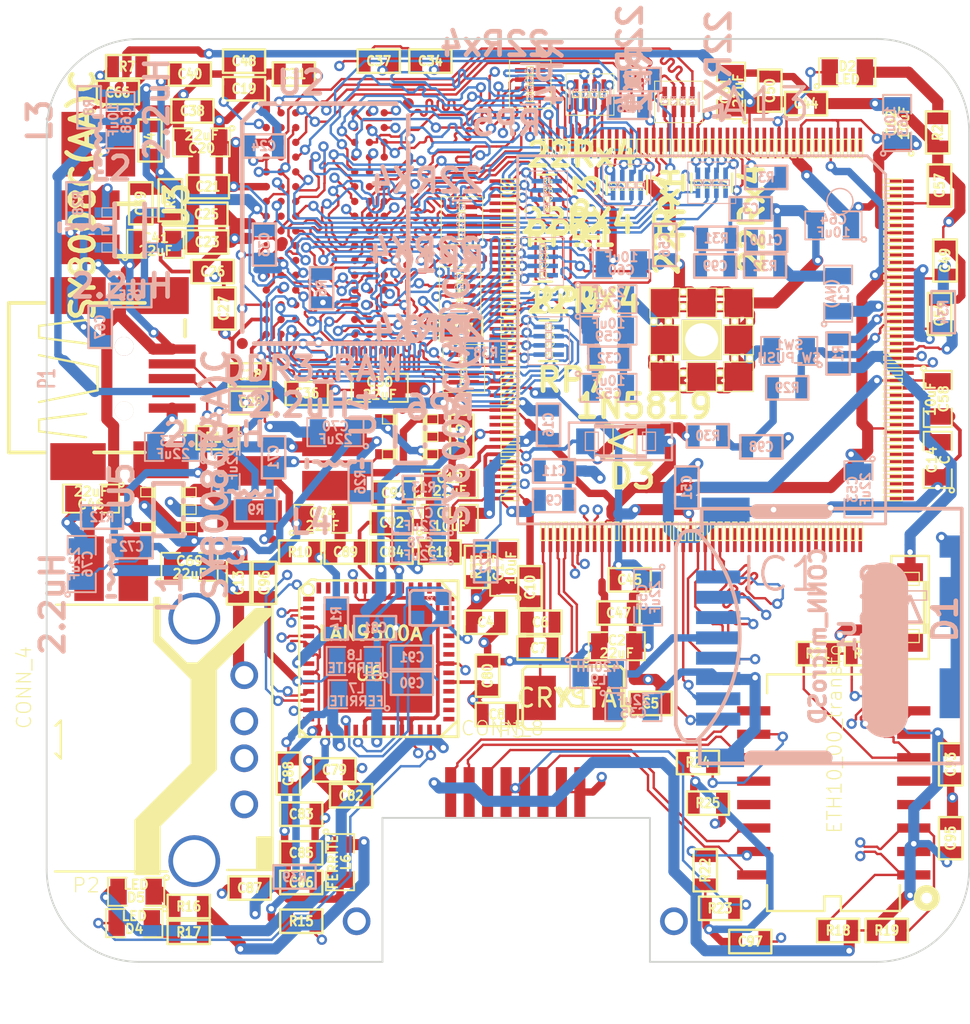
<source format=kicad_pcb>
(kicad_pcb (version 4) (host pcbnew 4.0.0-rc1-stable)
  (layers (0 F.Cu signal) (1 In1.Cu signal) (2 In2.Cu signal) (31 B.Cu signal) (34 B.Paste user) (35 F.Paste user) (36 B.SilkS user) (37 F.SilkS user) (38 B.Mask user) (39 F.Mask user) (44 Edge.Cuts user))
  (net 0 "")
  (net 1 "Net-(C1-Pad1)")
  (net 2 GND)
  (net 3 VCC)
  (net 4 "Net-(C6-Pad2)")
  (net 5 "Net-(C7-Pad2)")
  (net 6 "Net-(C9-Pad2)")
  (net 7 "Net-(C10-Pad2)")
  (net 8 "Net-(C11-Pad2)")
  (net 9 3VA)
  (net 10 "Net-(C13-Pad1)")
  (net 11 "Net-(C15-Pad2)")
  (net 12 "Net-(C17-Pad2)")
  (net 13 "Net-(C39-Pad2)")
  (net 14 +5V)
  (net 15 VDD_CPU)
  (net 16 VDD_INT)
  (net 17 "Net-(C71-Pad2)")
  (net 18 "Net-(C72-Pad2)")
  (net 19 VDD33A)
  (net 20 VDDBUSPLL)
  (net 21 VDDCORE)
  (net 22 "Net-(C90-Pad2)")
  (net 23 "Net-(C91-Pad2)")
  (net 24 VDDPLL)
  (net 25 "Net-(C97-Pad2)")
  (net 26 "Net-(D2-Pad1)")
  (net 27 "Net-(D2-Pad2)")
  (net 28 "Net-(D4-Pad1)")
  (net 29 LED1)
  (net 30 "Net-(D5-Pad1)")
  (net 31 LED2)
  (net 32 "Net-(IC1-Pad1)")
  (net 33 "Net-(IC1-Pad2)")
  (net 34 "Net-(IC1-Pad3)")
  (net 35 "Net-(IC1-Pad6)")
  (net 36 "Net-(IC1-Pad7)")
  (net 37 "Net-(IC1-Pad8)")
  (net 38 "Net-(IC1-Pad10)")
  (net 39 "Net-(IC1-Pad13)")
  (net 40 "Net-(IC1-Pad14)")
  (net 41 "Net-(IC1-Pad15)")
  (net 42 "Net-(IC1-Pad17)")
  (net 43 DDR3_D04)
  (net 44 DDR3_D06)
  (net 45 DDR3_D02)
  (net 46 DDR3_D00)
  (net 47 DDR3_D11)
  (net 48 DDR3_D09)
  (net 49 DDR3_D13)
  (net 50 DDR3_D15)
  (net 51 DDR3_DM1)
  (net 52 DDR3_DM0)
  (net 53 DDR3_D12)
  (net 54 DDR3_D08)
  (net 55 DDR3_D14)
  (net 56 DDR3_D10)
  (net 57 DDR3_D01)
  (net 58 DDR3_D03)
  (net 59 DDR3_D07)
  (net 60 DDR3_D05)
  (net 61 DDR3_CK_N)
  (net 62 DDR3_CKE)
  (net 63 DDR3_A10)
  (net 64 DDR3_BA1)
  (net 65 DDR3_A12)
  (net 66 DDR3_A04)
  (net 67 DDR3_A01)
  (net 68 DDR3_A06)
  (net 69 DDR3_A08)
  (net 70 DDR3_A11)
  (net 71 DDR3_RAS)
  (net 72 DDR3_CAS)
  (net 73 DDR3_WE)
  (net 74 DDR3_BA2)
  (net 75 DDR3_BA0)
  (net 76 DDR3_A00)
  (net 77 DDR3_A03)
  (net 78 DDR3_A05)
  (net 79 DDR3_A13)
  (net 80 DDR3_A09)
  (net 81 DDR3_RST)
  (net 82 DDR3_A07)
  (net 83 DDR3_ODT)
  (net 84 "Net-(IC1-Pad74)")
  (net 85 "Net-(IC1-Pad75)")
  (net 86 "Net-(IC1-Pad77)")
  (net 87 "Net-(IC1-Pad78)")
  (net 88 "Net-(IC1-Pad84)")
  (net 89 "Net-(IC1-Pad85)")
  (net 90 USB_ETH_P)
  (net 91 USB_HOST_P)
  (net 92 "Net-(IC1-Pad99)")
  (net 93 "Net-(IC1-Pad101)")
  (net 94 "Net-(IC1-Pad102)")
  (net 95 "Net-(IC1-Pad103)")
  (net 96 "Net-(IC1-Pad104)")
  (net 97 "Net-(IC1-Pad105)")
  (net 98 "Net-(IC1-Pad106)")
  (net 99 SDC0_D1)
  (net 100 SDC0_D0)
  (net 101 SDC0_CLK)
  (net 102 SDC0_CMD)
  (net 103 SDC0_D3)
  (net 104 SDC0_D2)
  (net 105 "Net-(IC1-Pad114)")
  (net 106 "Net-(IC1-Pad115)")
  (net 107 "Net-(IC1-Pad116)")
  (net 108 "Net-(IC1-Pad117)")
  (net 109 "Net-(IC1-Pad118)")
  (net 110 "Net-(IC1-Pad119)")
  (net 111 "Net-(IC1-Pad120)")
  (net 112 "Net-(IC1-Pad121)")
  (net 113 "Net-(IC1-Pad122)")
  (net 114 "Net-(IC1-Pad123)")
  (net 115 "Net-(IC1-Pad124)")
  (net 116 "Net-(IC1-Pad125)")
  (net 117 "Net-(IC1-Pad126)")
  (net 118 "Net-(IC1-Pad127)")
  (net 119 "Net-(IC1-Pad128)")
  (net 120 "Net-(IC1-Pad130)")
  (net 121 "Net-(IC1-Pad131)")
  (net 122 "Net-(IC1-Pad132)")
  (net 123 "Net-(IC1-Pad133)")
  (net 124 "Net-(IC1-Pad134)")
  (net 125 "Net-(IC1-Pad135)")
  (net 126 "Net-(IC1-Pad136)")
  (net 127 "Net-(IC1-Pad137)")
  (net 128 "Net-(IC1-Pad138)")
  (net 129 "Net-(IC1-Pad139)")
  (net 130 "Net-(IC1-Pad140)")
  (net 131 "Net-(IC1-Pad141)")
  (net 132 "Net-(IC1-Pad143)")
  (net 133 "Net-(IC1-Pad144)")
  (net 134 "Net-(IC1-Pad145)")
  (net 135 "Net-(IC1-Pad146)")
  (net 136 "Net-(IC1-Pad147)")
  (net 137 "Net-(IC1-Pad148)")
  (net 138 "Net-(IC1-Pad150)")
  (net 139 UART1_RX)
  (net 140 UART1_TX)
  (net 141 "Net-(IC1-Pad153)")
  (net 142 "Net-(IC1-Pad154)")
  (net 143 "Net-(IC1-Pad155)")
  (net 144 UBOOT)
  (net 145 "Net-(IC1-Pad158)")
  (net 146 "Net-(IC1-Pad160)")
  (net 147 "Net-(IC1-Pad161)")
  (net 148 "Net-(IC1-Pad162)")
  (net 149 "Net-(IC1-Pad165)")
  (net 150 "Net-(IC1-Pad166)")
  (net 151 "Net-(IC1-Pad167)")
  (net 152 "Net-(IC1-Pad168)")
  (net 153 "Net-(IC1-Pad170)")
  (net 154 "Net-(IC1-Pad171)")
  (net 155 "Net-(IC1-Pad172)")
  (net 156 "Net-(IC1-Pad174)")
  (net 157 "Net-(IC1-Pad175)")
  (net 158 "Net-(IC1-Pad176)")
  (net 159 "Net-(P3-Pad1)")
  (net 160 /Erhernet/TX+)
  (net 161 "Net-(P3-Pad4)")
  (net 162 /Erhernet/TX-)
  (net 163 /Erhernet/RX+)
  (net 164 /Erhernet/RX-)
  (net 165 "Net-(D1-Pad2)")
  (net 166 "Net-(R6-Pad1)")
  (net 167 "Net-(R14-Pad2)")
  (net 168 "Net-(R15-Pad2)")
  (net 169 "Net-(R22-Pad2)")
  (net 170 "Net-(R24-Pad2)")
  (net 171 "Net-(T1-Pad4)")
  (net 172 "Net-(T1-Pad5)")
  (net 173 "Net-(T1-Pad12)")
  (net 174 "Net-(T1-Pad13)")
  (net 175 "Net-(U2-PadJ1)")
  (net 176 "Net-(U2-PadJ9)")
  (net 177 "Net-(U2-PadL1)")
  (net 178 "Net-(U2-PadL9)")
  (net 179 "Net-(U2-PadM7)")
  (net 180 DDR3_A02)
  (net 181 "Net-(U2-PadT7)")
  (net 182 "Net-(U6-Pad1)")
  (net 183 "Net-(U6-Pad34)")
  (net 184 "Net-(U6-Pad36)")
  (net 185 "Net-(U6-Pad22)")
  (net 186 "Net-(U6-Pad23)")
  (net 187 "Net-(U6-Pad14)")
  (net 188 "Net-(U6-Pad26)")
  (net 189 "Net-(U6-Pad29)")
  (net 190 "Net-(U6-Pad30)")
  (net 191 "Net-(U6-Pad31)")
  (net 192 "Net-(U6-Pad32)")
  (net 193 "Net-(U6-Pad37)")
  (net 194 "Net-(U6-Pad38)")
  (net 195 "Net-(U6-Pad39)")
  (net 196 "Net-(U6-Pad40)")
  (net 197 "Net-(U6-Pad41)")
  (net 198 "Net-(U6-Pad42)")
  (net 199 "Net-(U6-Pad43)")
  (net 200 "Net-(U6-Pad44)")
  (net 201 "Net-(U6-Pad45)")
  (net 202 "Net-(U6-Pad46)")
  (net 203 "Net-(U6-Pad47)")
  (net 204 "Net-(U6-Pad53)")
  (net 205 "Net-(U6-Pad54)")
  (net 206 "Net-(U6-Pad55)")
  (net 207 "Net-(U6-Pad56)")
  (net 208 DDR3_DQS0_N)
  (net 209 USB_ETH_N)
  (net 210 "Net-(L2-Pad1)")
  (net 211 "Net-(L4-Pad1)")
  (net 212 "Net-(L5-Pad1)")
  (net 213 TPX_P)
  (net 214 TPX_N)
  (net 215 RPX_N)
  (net 216 RPX_P)
  (net 217 USB_HOST_N)
  (net 218 X1_N)
  (net 219 X1_P)
  (net 220 DDR3_CK_P)
  (net 221 "Net-(C65-Pad1)")
  (net 222 "Net-(C72-Pad1)")
  (net 223 "Net-(C71-Pad1)")
  (net 224 "Net-(C98-Pad1)")
  (net 225 SVREF)
  (net 226 "Net-(C22-Pad2)")
  (net 227 "Net-(IC1-Pad19)")
  (net 228 "Net-(IC1-Pad20)")
  (net 229 "Net-(IC1-Pad21)")
  (net 230 "Net-(IC1-Pad22)")
  (net 231 "Net-(IC1-Pad24)")
  (net 232 "Net-(IC1-Pad25)")
  (net 233 "Net-(IC1-Pad26)")
  (net 234 "Net-(IC1-Pad27)")
  (net 235 "Net-(IC1-Pad28)")
  (net 236 "Net-(IC1-Pad29)")
  (net 237 "Net-(IC1-Pad31)")
  (net 238 "Net-(IC1-Pad32)")
  (net 239 "Net-(IC1-Pad33)")
  (net 240 "Net-(IC1-Pad34)")
  (net 241 "Net-(IC1-Pad36)")
  (net 242 "Net-(IC1-Pad37)")
  (net 243 "Net-(IC1-Pad38)")
  (net 244 "Net-(IC1-Pad39)")
  (net 245 "Net-(IC1-Pad40)")
  (net 246 "Net-(IC1-Pad41)")
  (net 247 "Net-(IC1-Pad42)")
  (net 248 "Net-(IC1-Pad44)")
  (net 249 "Net-(IC1-Pad45)")
  (net 250 "Net-(IC1-Pad46)")
  (net 251 "Net-(IC1-Pad47)")
  (net 252 "Net-(IC1-Pad48)")
  (net 253 "Net-(IC1-Pad49)")
  (net 254 "Net-(IC1-Pad50)")
  (net 255 "Net-(IC1-Pad51)")
  (net 256 "Net-(IC1-Pad52)")
  (net 257 "Net-(IC1-Pad54)")
  (net 258 "Net-(IC1-Pad55)")
  (net 259 "Net-(IC1-Pad56)")
  (net 260 "Net-(IC1-Pad57)")
  (net 261 "Net-(IC1-Pad58)")
  (net 262 "Net-(IC1-Pad59)")
  (net 263 "Net-(IC1-Pad60)")
  (net 264 "Net-(IC1-Pad61)")
  (net 265 "Net-(IC1-Pad63)")
  (net 266 "Net-(IC1-Pad64)")
  (net 267 "Net-(IC1-Pad65)")
  (net 268 "Net-(IC1-Pad66)")
  (net 269 "Net-(IC1-Pad67)")
  (net 270 "Net-(IC1-Pad68)")
  (net 271 "Net-(IC1-Pad69)")
  (net 272 "Net-(IC1-Pad70)")
  (net 273 "Net-(IC1-Pad71)")
  (net 274 "Net-(IC1-Pad72)")
  (net 275 "Net-(IC1-Pad129)")
  (net 276 DDR3_DQS1_N)
  (net 277 DDR3_DQS1_P)
  (net 278 DDR3_DQS0_P)
  (net 279 DDR3_A14)
  (net 280 3V3ETH)
  (net 281 1V5)
  (net 282 "Net-(C35-Pad1)")
  (module A13-OLinuXino-MICRO_Rev_B:FBGA96 (layer F.Cu) (at 35.1 30)
    (fp_text reference U2 (at -1.32334 -7.6327) (layer B.SilkS) (effects (font (size 1.27 1.27) (thickness 0.254))))
    (fp_text value DDR3_RAM (at -0.68834 7.86384) (layer B.SilkS) (effects (font (size 1.27 1.27) (thickness 0.254))))
    (pad A1 smd circle (at -3.19786 -5.99948) (size 0.39878 0.39878) (layers F.Cu F.Paste F.Mask) (net 281 1V5))
    (pad A2 smd circle (at -2.39776 -5.99948) (size 0.39878 0.39878) (layers F.Cu F.Paste F.Mask) (net 49 DDR3_D13))
    (pad A3 smd circle (at -1.59766 -5.99948) (size 0.39878 0.39878) (layers F.Cu F.Paste F.Mask) (net 50 DDR3_D15))
    (pad A7 smd circle (at 1.59766 -5.99948) (size 0.39878 0.39878) (layers F.Cu F.Paste F.Mask) (net 53 DDR3_D12))
    (pad A8 smd circle (at 2.39776 -5.99948) (size 0.39878 0.39878) (layers F.Cu F.Paste F.Mask) (net 281 1V5))
    (pad A9 smd circle (at 3.19786 -5.99948) (size 0.39878 0.39878) (layers F.Cu F.Paste F.Mask) (net 2 GND))
    (pad B1 smd circle (at -3.19786 -5.19938) (size 0.39878 0.39878) (layers F.Cu F.Paste F.Mask) (net 2 GND))
    (pad B2 smd circle (at -2.39776 -5.19938) (size 0.39878 0.39878) (layers F.Cu F.Paste F.Mask) (net 281 1V5))
    (pad B3 smd circle (at -1.59766 -5.19938) (size 0.39878 0.39878) (layers F.Cu F.Paste F.Mask) (net 2 GND))
    (pad B7 smd circle (at 1.59766 -5.19938) (size 0.39878 0.39878) (layers F.Cu F.Paste F.Mask) (net 276 DDR3_DQS1_N))
    (pad B8 smd circle (at 2.39776 -5.19938) (size 0.39878 0.39878) (layers F.Cu F.Paste F.Mask) (net 55 DDR3_D14))
    (pad B9 smd circle (at 3.19786 -5.19938) (size 0.39878 0.39878) (layers F.Cu F.Paste F.Mask) (net 2 GND))
    (pad C1 smd circle (at -3.19786 -4.39928) (size 0.39878 0.39878) (layers F.Cu F.Paste F.Mask) (net 281 1V5))
    (pad C2 smd circle (at -2.39776 -4.39928) (size 0.39878 0.39878) (layers F.Cu F.Paste F.Mask) (net 47 DDR3_D11))
    (pad C3 smd circle (at -1.59766 -4.39928) (size 0.39878 0.39878) (layers F.Cu F.Paste F.Mask) (net 48 DDR3_D09))
    (pad C7 smd circle (at 1.59766 -4.39928) (size 0.39878 0.39878) (layers F.Cu F.Paste F.Mask) (net 277 DDR3_DQS1_P))
    (pad C8 smd circle (at 2.39776 -4.39928) (size 0.39878 0.39878) (layers F.Cu F.Paste F.Mask) (net 56 DDR3_D10))
    (pad C9 smd circle (at 3.19786 -4.39928) (size 0.39878 0.39878) (layers F.Cu F.Paste F.Mask) (net 281 1V5))
    (pad D1 smd circle (at -3.19786 -3.59918) (size 0.39878 0.39878) (layers F.Cu F.Paste F.Mask) (net 2 GND))
    (pad D2 smd circle (at -2.39776 -3.59918) (size 0.39878 0.39878) (layers F.Cu F.Paste F.Mask) (net 281 1V5))
    (pad D3 smd circle (at -1.59766 -3.59918) (size 0.39878 0.39878) (layers F.Cu F.Paste F.Mask) (net 51 DDR3_DM1))
    (pad D7 smd circle (at 1.59766 -3.59918) (size 0.39878 0.39878) (layers F.Cu F.Paste F.Mask) (net 54 DDR3_D08))
    (pad D8 smd circle (at 2.39776 -3.59918) (size 0.39878 0.39878) (layers F.Cu F.Paste F.Mask) (net 2 GND))
    (pad D9 smd circle (at 3.19786 -3.59918) (size 0.39878 0.39878) (layers F.Cu F.Paste F.Mask) (net 281 1V5))
    (pad E1 smd circle (at -3.19786 -2.79908) (size 0.39878 0.39878) (layers F.Cu F.Paste F.Mask) (net 2 GND))
    (pad E2 smd circle (at -2.39776 -2.79908) (size 0.39878 0.39878) (layers F.Cu F.Paste F.Mask) (net 2 GND))
    (pad E3 smd circle (at -1.59766 -2.79908) (size 0.39878 0.39878) (layers F.Cu F.Paste F.Mask) (net 46 DDR3_D00))
    (pad E7 smd circle (at 1.59766 -2.79908) (size 0.39878 0.39878) (layers F.Cu F.Paste F.Mask) (net 52 DDR3_DM0))
    (pad E8 smd circle (at 2.39776 -2.79908) (size 0.39878 0.39878) (layers F.Cu F.Paste F.Mask) (net 2 GND))
    (pad E9 smd circle (at 3.19786 -2.79908) (size 0.39878 0.39878) (layers F.Cu F.Paste F.Mask) (net 281 1V5))
    (pad F1 smd circle (at -3.19786 -1.99898) (size 0.39878 0.39878) (layers F.Cu F.Paste F.Mask) (net 281 1V5))
    (pad F2 smd circle (at -2.39776 -1.99898) (size 0.39878 0.39878) (layers F.Cu F.Paste F.Mask) (net 45 DDR3_D02))
    (pad F3 smd circle (at -1.59766 -1.99898) (size 0.39878 0.39878) (layers F.Cu F.Paste F.Mask) (net 278 DDR3_DQS0_P))
    (pad F7 smd circle (at 1.59766 -1.99898) (size 0.39878 0.39878) (layers F.Cu F.Paste F.Mask) (net 57 DDR3_D01))
    (pad F8 smd circle (at 2.39776 -1.99898) (size 0.39878 0.39878) (layers F.Cu F.Paste F.Mask) (net 58 DDR3_D03))
    (pad F9 smd circle (at 3.19786 -1.99898) (size 0.39878 0.39878) (layers F.Cu F.Paste F.Mask) (net 2 GND))
    (pad FID1 smd circle (at -4.49834 6.49986) (size 0.59944 0.59944) (layers F.Cu F.Paste F.Mask))
    (pad FID2 smd circle (at 4.49834 -6.49986) (size 0.59944 0.59944) (layers F.Cu F.Paste F.Mask))
    (pad G1 smd circle (at -3.19786 -1.19888) (size 0.39878 0.39878) (layers F.Cu F.Paste F.Mask) (net 2 GND))
    (pad G2 smd circle (at -2.39776 -1.19888) (size 0.39878 0.39878) (layers F.Cu F.Paste F.Mask) (net 44 DDR3_D06))
    (pad G3 smd circle (at -1.59766 -1.19888) (size 0.39878 0.39878) (layers F.Cu F.Paste F.Mask) (net 208 DDR3_DQS0_N))
    (pad G7 smd circle (at 1.59766 -1.19888) (size 0.39878 0.39878) (layers F.Cu F.Paste F.Mask) (net 281 1V5))
    (pad G8 smd circle (at 2.39776 -1.19888) (size 0.39878 0.39878) (layers F.Cu F.Paste F.Mask) (net 2 GND))
    (pad G9 smd circle (at 3.19786 -1.19888) (size 0.39878 0.39878) (layers F.Cu F.Paste F.Mask) (net 2 GND))
    (pad H1 smd circle (at -3.19786 -0.39878) (size 0.39878 0.39878) (layers F.Cu F.Paste F.Mask) (net 13 "Net-(C39-Pad2)"))
    (pad H2 smd circle (at -2.39776 -0.39878) (size 0.39878 0.39878) (layers F.Cu F.Paste F.Mask) (net 281 1V5))
    (pad H3 smd circle (at -1.59766 -0.39878) (size 0.39878 0.39878) (layers F.Cu F.Paste F.Mask) (net 43 DDR3_D04))
    (pad H7 smd circle (at 1.59766 -0.39878) (size 0.39878 0.39878) (layers F.Cu F.Paste F.Mask) (net 59 DDR3_D07))
    (pad H8 smd circle (at 2.39776 -0.39878) (size 0.39878 0.39878) (layers F.Cu F.Paste F.Mask) (net 60 DDR3_D05))
    (pad H9 smd circle (at 3.19786 -0.39878) (size 0.39878 0.39878) (layers F.Cu F.Paste F.Mask) (net 281 1V5))
    (pad J1 smd circle (at -3.19786 0.39878) (size 0.39878 0.39878) (layers F.Cu F.Paste F.Mask) (net 175 "Net-(U2-PadJ1)"))
    (pad J2 smd circle (at -2.39776 0.39878) (size 0.39878 0.39878) (layers F.Cu F.Paste F.Mask) (net 2 GND))
    (pad J3 smd circle (at -1.59766 0.39878) (size 0.39878 0.39878) (layers F.Cu F.Paste F.Mask) (net 71 DDR3_RAS))
    (pad J7 smd circle (at 1.59766 0.39878) (size 0.39878 0.39878) (layers F.Cu F.Paste F.Mask) (net 220 DDR3_CK_P))
    (pad J8 smd circle (at 2.39776 0.39878) (size 0.39878 0.39878) (layers F.Cu F.Paste F.Mask) (net 2 GND))
    (pad J9 smd circle (at 3.19786 0.39878) (size 0.39878 0.39878) (layers F.Cu F.Paste F.Mask) (net 176 "Net-(U2-PadJ9)"))
    (pad K1 smd circle (at -3.19786 1.19888) (size 0.39878 0.39878) (layers F.Cu F.Paste F.Mask) (net 83 DDR3_ODT))
    (pad K2 smd circle (at -2.39776 1.19888) (size 0.39878 0.39878) (layers F.Cu F.Paste F.Mask) (net 281 1V5))
    (pad K3 smd circle (at -1.59766 1.19888) (size 0.39878 0.39878) (layers F.Cu F.Paste F.Mask) (net 72 DDR3_CAS))
    (pad K7 smd circle (at 1.59766 1.19888) (size 0.39878 0.39878) (layers F.Cu F.Paste F.Mask) (net 61 DDR3_CK_N))
    (pad K8 smd circle (at 2.39776 1.19888) (size 0.39878 0.39878) (layers F.Cu F.Paste F.Mask) (net 281 1V5))
    (pad K9 smd circle (at 3.19786 1.19888) (size 0.39878 0.39878) (layers F.Cu F.Paste F.Mask) (net 62 DDR3_CKE))
    (pad L1 smd circle (at -3.19786 1.99898) (size 0.39878 0.39878) (layers F.Cu F.Paste F.Mask) (net 177 "Net-(U2-PadL1)"))
    (pad L2 smd circle (at -2.39776 1.99898) (size 0.39878 0.39878) (layers F.Cu F.Paste F.Mask) (net 2 GND))
    (pad L3 smd circle (at -1.59766 1.99898) (size 0.39878 0.39878) (layers F.Cu F.Paste F.Mask) (net 73 DDR3_WE))
    (pad L7 smd circle (at 1.59766 1.99898) (size 0.39878 0.39878) (layers F.Cu F.Paste F.Mask) (net 63 DDR3_A10))
    (pad L8 smd circle (at 2.39776 1.99898) (size 0.39878 0.39878) (layers F.Cu F.Paste F.Mask) (net 166 "Net-(R6-Pad1)"))
    (pad L9 smd circle (at 3.19786 1.99898) (size 0.39878 0.39878) (layers F.Cu F.Paste F.Mask) (net 178 "Net-(U2-PadL9)"))
    (pad M1 smd circle (at -3.19786 2.79908) (size 0.39878 0.39878) (layers F.Cu F.Paste F.Mask) (net 2 GND))
    (pad M2 smd circle (at -2.39776 2.79908) (size 0.39878 0.39878) (layers F.Cu F.Paste F.Mask) (net 75 DDR3_BA0))
    (pad M3 smd circle (at -1.59766 2.79908) (size 0.39878 0.39878) (layers F.Cu F.Paste F.Mask) (net 74 DDR3_BA2))
    (pad M7 smd circle (at 1.59766 2.79908) (size 0.39878 0.39878) (layers F.Cu F.Paste F.Mask) (net 179 "Net-(U2-PadM7)"))
    (pad M8 smd circle (at 2.39776 2.79908) (size 0.39878 0.39878) (layers F.Cu F.Paste F.Mask) (net 13 "Net-(C39-Pad2)"))
    (pad M9 smd circle (at 3.19786 2.79908) (size 0.39878 0.39878) (layers F.Cu F.Paste F.Mask) (net 2 GND))
    (pad N1 smd circle (at -3.19786 3.59918) (size 0.39878 0.39878) (layers F.Cu F.Paste F.Mask) (net 281 1V5))
    (pad N2 smd circle (at -2.39776 3.59918) (size 0.39878 0.39878) (layers F.Cu F.Paste F.Mask) (net 77 DDR3_A03))
    (pad N3 smd circle (at -1.59766 3.59918) (size 0.39878 0.39878) (layers F.Cu F.Paste F.Mask) (net 76 DDR3_A00))
    (pad N7 smd circle (at 1.59766 3.59918) (size 0.39878 0.39878) (layers F.Cu F.Paste F.Mask) (net 65 DDR3_A12))
    (pad N8 smd circle (at 2.39776 3.59918) (size 0.39878 0.39878) (layers F.Cu F.Paste F.Mask) (net 64 DDR3_BA1))
    (pad N9 smd circle (at 3.19786 3.59918) (size 0.39878 0.39878) (layers F.Cu F.Paste F.Mask) (net 281 1V5))
    (pad P1 smd circle (at -3.19786 4.39928) (size 0.39878 0.39878) (layers F.Cu F.Paste F.Mask) (net 2 GND))
    (pad P2 smd circle (at -2.39776 4.39928) (size 0.39878 0.39878) (layers F.Cu F.Paste F.Mask) (net 78 DDR3_A05))
    (pad P3 smd circle (at -1.59766 4.39928) (size 0.39878 0.39878) (layers F.Cu F.Paste F.Mask) (net 180 DDR3_A02))
    (pad P7 smd circle (at 1.59766 4.39928) (size 0.39878 0.39878) (layers F.Cu F.Paste F.Mask) (net 67 DDR3_A01))
    (pad P8 smd circle (at 2.39776 4.39928) (size 0.39878 0.39878) (layers F.Cu F.Paste F.Mask) (net 66 DDR3_A04))
    (pad P9 smd circle (at 3.19786 4.39928) (size 0.39878 0.39878) (layers F.Cu F.Paste F.Mask) (net 2 GND))
    (pad R1 smd circle (at -3.19786 5.19938) (size 0.39878 0.39878) (layers F.Cu F.Paste F.Mask) (net 281 1V5))
    (pad R2 smd circle (at -2.39776 5.19938) (size 0.39878 0.39878) (layers F.Cu F.Paste F.Mask) (net 82 DDR3_A07))
    (pad R3 smd circle (at -1.59766 5.19938) (size 0.39878 0.39878) (layers F.Cu F.Paste F.Mask) (net 80 DDR3_A09))
    (pad R7 smd circle (at 1.59766 5.19938) (size 0.39878 0.39878) (layers F.Cu F.Paste F.Mask) (net 70 DDR3_A11))
    (pad R8 smd circle (at 2.39776 5.19938) (size 0.39878 0.39878) (layers F.Cu F.Paste F.Mask) (net 68 DDR3_A06))
    (pad R9 smd circle (at 3.19786 5.19938) (size 0.39878 0.39878) (layers F.Cu F.Paste F.Mask) (net 281 1V5))
    (pad T1 smd circle (at -3.19786 5.99948) (size 0.39878 0.39878) (layers F.Cu F.Paste F.Mask) (net 2 GND))
    (pad T2 smd circle (at -2.39776 5.99948) (size 0.39878 0.39878) (layers F.Cu F.Paste F.Mask) (net 81 DDR3_RST))
    (pad T3 smd circle (at -1.59766 5.99948) (size 0.39878 0.39878) (layers F.Cu F.Paste F.Mask) (net 79 DDR3_A13))
    (pad T7 smd circle (at 1.59766 5.99948) (size 0.39878 0.39878) (layers F.Cu F.Paste F.Mask) (net 181 "Net-(U2-PadT7)"))
    (pad T8 smd circle (at 2.39776 5.99948) (size 0.39878 0.39878) (layers F.Cu F.Paste F.Mask) (net 69 DDR3_A08))
    (pad T9 smd circle (at 3.19786 5.99948) (size 0.39878 0.39878) (layers F.Cu F.Paste F.Mask) (net 2 GND))
  )
  (module A13-OLinuXino-MICRO_Rev_B:SOD-123 (layer B.Cu) (at 51.1 41.8)
    (fp_text reference D3 (at 0.635 1.905) (layer F.SilkS) (effects (font (size 1.27 1.27) (thickness 0.254))))
    (fp_text value 1N5819 (at 1.27 -1.905) (layer F.SilkS) (effects (font (size 1.27 1.27) (thickness 0.254))))
    (pad 1 smd rect (at 1.89992 0) (size 0.99822 1.39954) (layers B.Cu B.Paste B.Mask) (net 3 VCC))
    (pad 2 smd rect (at -1.89992 0) (size 0.99822 1.39954) (layers B.Cu B.Paste B.Mask) (net 9 3VA))
  )
  (module A13-OLinuXino-MICRO_Rev_B:SOD-123 (layer F.Cu) (at 66.8 50.80008 270)
    (fp_text reference D1 (at 0.635 -1.905 270) (layer B.SilkS) (effects (font (size 1.27 1.27) (thickness 0.254))))
    (fp_text value 1N5819 (at 1.27 1.905 270) (layer B.SilkS) (effects (font (size 1.27 1.27) (thickness 0.254))))
    (pad 1 smd rect (at 1.89992 0 270) (size 0.99822 1.39954) (layers F.Cu F.Paste F.Mask) (net 3 VCC))
    (pad 2 smd rect (at -1.89992 0 270) (size 0.99822 1.39954) (layers F.Cu F.Paste F.Mask) (net 165 "Net-(D1-Pad2)"))
  )
  (module opendous:Memory_Card_microSD_DM3CS-SF (layer B.Cu) (at 55.20018 52.34886 90)
    (fp_text reference U1 (at 0 8.19912 90) (layer B.SilkS) (effects (font (size 0.8636 0.8636) (thickness 0.2032)) (justify mirror)))
    (fp_text value CONN_microSD (at 0 6.59892 90) (layer B.SilkS) (effects (font (size 0.8636 0.8636) (thickness 0.2032)) (justify mirror)))
    (pad 1 smd rect (at 3.2004 1.19888 90) (size 0.70104 2.4003) (layers B.Cu B.Paste B.Mask) (net 104 SDC0_D2))
    (pad 2 smd rect (at 2.10058 1.19888 90) (size 0.70104 2.4003) (layers B.Cu B.Paste B.Mask) (net 103 SDC0_D3))
    (pad 3 smd rect (at 1.00076 1.19888 90) (size 0.70104 2.4003) (layers B.Cu B.Paste B.Mask) (net 102 SDC0_CMD))
    (pad 4 smd rect (at -0.09906 1.19888 90) (size 0.70104 2.4003) (layers B.Cu B.Paste B.Mask) (net 282 "Net-(C35-Pad1)"))
    (pad 5 smd rect (at -1.19888 1.19888 90) (size 0.70104 2.4003) (layers B.Cu B.Paste B.Mask) (net 101 SDC0_CLK))
    (pad 6 smd rect (at -2.30124 1.19888 90) (size 0.70104 2.4003) (layers B.Cu B.Paste B.Mask) (net 2 GND))
    (pad 7 smd rect (at -3.40106 1.19888 90) (size 0.70104 2.4003) (layers B.Cu B.Paste B.Mask) (net 100 SDC0_D0))
    (pad 8 smd rect (at -4.50088 1.19888 90) (size 0.70104 2.4003) (layers B.Cu B.Paste B.Mask) (net 99 SDC0_D1))
    (pad 9 smd rect (at 6.74878 1.6002 90) (size 1.50114 2.60096) (layers B.Cu B.Paste B.Mask) (net 2 GND))
    (pad 9 smd rect (at -6.59892 1.30048 90) (size 1.00076 2.60096) (layers B.Cu B.Paste B.Mask) (net 2 GND))
    (pad 9 smd rect (at 4.84886 13.79982 90) (size 1.19888 1.19888) (layers B.Cu B.Paste B.Mask) (net 2 GND))
    (pad 9 smd rect (at 1.84912 13.79982 90) (size 2.70002 1.19888) (layers B.Cu B.Paste B.Mask) (net 2 GND))
    (pad 9 smd rect (at -3.0988 13.79982 90) (size 2.70002 1.19888) (layers B.Cu B.Paste B.Mask) (net 2 GND))
  )
  (module A13-OLinuXino-MICRO_Rev_B:TQFP176 (layer F.Cu) (at 55.50178 36.30158 180)
    (fp_text reference IC1 (at -4.29006 -12.7 180) (layer B.SilkS) (effects (font (size 1.778 1.778) (thickness 0.1778))))
    (fp_text value A13 (at -3.44424 12.7508 180) (layer B.SilkS) (effects (font (size 1.778 1.778) (thickness 0.1778))))
    (pad 177 smd rect (at 2 2 180) (size 1.5 1.5) (layers F.Cu F.Paste F.Mask) (net 2 GND))
    (pad 177 smd rect (at 0 2 180) (size 1.5 1.5) (layers F.Cu F.Paste F.Mask) (net 2 GND))
    (pad 177 smd rect (at -2 2 180) (size 1.5 1.5) (layers F.Cu F.Paste F.Mask) (net 2 GND))
    (pad 177 smd rect (at -2 0 180) (size 1.5 1.5) (layers F.Cu F.Paste F.Mask) (net 2 GND))
    (pad 177 smd rect (at -2 -2 180) (size 1.5 1.5) (layers F.Cu F.Paste F.Mask) (net 2 GND))
    (pad 177 smd rect (at 0 -2 180) (size 1.5 1.5) (layers F.Cu F.Paste F.Mask) (net 2 GND))
    (pad 177 smd rect (at 2 -2 180) (size 1.5 1.5) (layers F.Cu F.Paste F.Mask) (net 2 GND))
    (pad 1 smd rect (at -8.5979 10.84834 180) (size 0.19812 1.29794) (layers F.Cu F.Paste F.Mask) (net 32 "Net-(IC1-Pad1)"))
    (pad 2 smd rect (at -8.19912 10.84834 180) (size 0.19812 1.29794) (layers F.Cu F.Paste F.Mask) (net 33 "Net-(IC1-Pad2)"))
    (pad 3 smd rect (at -7.7978 10.84834 180) (size 0.19812 1.29794) (layers F.Cu F.Paste F.Mask) (net 34 "Net-(IC1-Pad3)"))
    (pad 4 smd rect (at -7.39902 10.84834 180) (size 0.19812 1.29794) (layers F.Cu F.Paste F.Mask) (net 15 VDD_CPU))
    (pad 5 smd rect (at -6.9977 10.84834 180) (size 0.19812 1.29794) (layers F.Cu F.Paste F.Mask) (net 3 VCC))
    (pad 6 smd rect (at -6.59892 10.84834 180) (size 0.19812 1.29794) (layers F.Cu F.Paste F.Mask) (net 35 "Net-(IC1-Pad6)"))
    (pad 7 smd rect (at -6.1976 10.84834 180) (size 0.19812 1.29794) (layers F.Cu F.Paste F.Mask) (net 36 "Net-(IC1-Pad7)"))
    (pad 8 smd rect (at -5.79882 10.84834 180) (size 0.19812 1.29794) (layers F.Cu F.Paste F.Mask) (net 37 "Net-(IC1-Pad8)"))
    (pad 9 smd rect (at -5.3975 10.84834 180) (size 0.19812 1.29794) (layers F.Cu F.Paste F.Mask) (net 15 VDD_CPU))
    (pad 10 smd rect (at -4.99872 10.84834 180) (size 0.19812 1.29794) (layers F.Cu F.Paste F.Mask) (net 38 "Net-(IC1-Pad10)"))
    (pad 11 smd rect (at -4.59994 10.84834 180) (size 0.19812 1.29794) (layers F.Cu F.Paste F.Mask) (net 15 VDD_CPU))
    (pad 12 smd rect (at -4.19862 10.84834 180) (size 0.19812 1.29794) (layers F.Cu F.Paste F.Mask) (net 26 "Net-(D2-Pad1)"))
    (pad 13 smd rect (at -3.79984 10.84834 180) (size 0.19812 1.29794) (layers F.Cu F.Paste F.Mask) (net 39 "Net-(IC1-Pad13)"))
    (pad 14 smd rect (at -3.39852 10.84834 180) (size 0.19812 1.29794) (layers F.Cu F.Paste F.Mask) (net 40 "Net-(IC1-Pad14)"))
    (pad 15 smd rect (at -2.99974 10.84834 180) (size 0.19812 1.29794) (layers F.Cu F.Paste F.Mask) (net 41 "Net-(IC1-Pad15)"))
    (pad 16 smd rect (at -2.59842 10.84834 180) (size 0.19812 1.29794) (layers F.Cu F.Paste F.Mask) (net 15 VDD_CPU))
    (pad 17 smd rect (at -2.19964 10.84834 180) (size 0.19812 1.29794) (layers F.Cu F.Paste F.Mask) (net 42 "Net-(IC1-Pad17)"))
    (pad 18 smd rect (at -1.79832 10.84834 180) (size 0.19812 1.29794) (layers F.Cu F.Paste F.Mask) (net 225 SVREF))
    (pad 19 smd rect (at -1.39954 10.84834 180) (size 0.19812 1.29794) (layers F.Cu F.Paste F.Mask) (net 227 "Net-(IC1-Pad19)"))
    (pad 20 smd rect (at -0.99822 10.84834 180) (size 0.19812 1.29794) (layers F.Cu F.Paste F.Mask) (net 228 "Net-(IC1-Pad20)"))
    (pad 21 smd rect (at -0.59944 10.84834 180) (size 0.19812 1.29794) (layers F.Cu F.Paste F.Mask) (net 229 "Net-(IC1-Pad21)"))
    (pad 22 smd rect (at -0.19812 10.84834 180) (size 0.19812 1.29794) (layers F.Cu F.Paste F.Mask) (net 230 "Net-(IC1-Pad22)"))
    (pad 23 smd rect (at 0.19812 10.84834 180) (size 0.19812 1.29794) (layers F.Cu F.Paste F.Mask) (net 281 1V5))
    (pad 24 smd rect (at 0.59944 10.84834 180) (size 0.19812 1.29794) (layers F.Cu F.Paste F.Mask) (net 231 "Net-(IC1-Pad24)"))
    (pad 25 smd rect (at 0.99822 10.84834 180) (size 0.19812 1.29794) (layers F.Cu F.Paste F.Mask) (net 232 "Net-(IC1-Pad25)"))
    (pad 26 smd rect (at 1.39954 10.84834 180) (size 0.19812 1.29794) (layers F.Cu F.Paste F.Mask) (net 233 "Net-(IC1-Pad26)"))
    (pad 27 smd rect (at 1.79832 10.84834 180) (size 0.19812 1.29794) (layers F.Cu F.Paste F.Mask) (net 234 "Net-(IC1-Pad27)"))
    (pad 28 smd rect (at 2.19964 10.84834 180) (size 0.19812 1.29794) (layers F.Cu F.Paste F.Mask) (net 235 "Net-(IC1-Pad28)"))
    (pad 29 smd rect (at 2.59842 10.84834 180) (size 0.19812 1.29794) (layers F.Cu F.Paste F.Mask) (net 236 "Net-(IC1-Pad29)"))
    (pad 30 smd rect (at 2.99974 10.84834 180) (size 0.19812 1.29794) (layers F.Cu F.Paste F.Mask) (net 281 1V5))
    (pad 31 smd rect (at 3.39852 10.84834 180) (size 0.19812 1.29794) (layers F.Cu F.Paste F.Mask) (net 237 "Net-(IC1-Pad31)"))
    (pad 32 smd rect (at 3.79984 10.84834 180) (size 0.19812 1.29794) (layers F.Cu F.Paste F.Mask) (net 238 "Net-(IC1-Pad32)"))
    (pad 33 smd rect (at 4.19862 10.84834 180) (size 0.19812 1.29794) (layers F.Cu F.Paste F.Mask) (net 239 "Net-(IC1-Pad33)"))
    (pad 34 smd rect (at 4.59994 10.84834 180) (size 0.19812 1.29794) (layers F.Cu F.Paste F.Mask) (net 240 "Net-(IC1-Pad34)"))
    (pad 35 smd rect (at 4.99872 10.84834 180) (size 0.19812 1.29794) (layers F.Cu F.Paste F.Mask) (net 16 VDD_INT))
    (pad 36 smd rect (at 5.3975 10.84834 180) (size 0.19812 1.29794) (layers F.Cu F.Paste F.Mask) (net 241 "Net-(IC1-Pad36)"))
    (pad 37 smd rect (at 5.79882 10.84834 180) (size 0.19812 1.29794) (layers F.Cu F.Paste F.Mask) (net 242 "Net-(IC1-Pad37)"))
    (pad 38 smd rect (at 6.1976 10.84834 180) (size 0.19812 1.29794) (layers F.Cu F.Paste F.Mask) (net 243 "Net-(IC1-Pad38)"))
    (pad 39 smd rect (at 6.59892 10.84834 180) (size 0.19812 1.29794) (layers F.Cu F.Paste F.Mask) (net 244 "Net-(IC1-Pad39)"))
    (pad 40 smd rect (at 6.9977 10.84834 180) (size 0.19812 1.29794) (layers F.Cu F.Paste F.Mask) (net 245 "Net-(IC1-Pad40)"))
    (pad 41 smd rect (at 7.39902 10.84834 180) (size 0.19812 1.29794) (layers F.Cu F.Paste F.Mask) (net 246 "Net-(IC1-Pad41)"))
    (pad 42 smd rect (at 7.7978 10.84834 180) (size 0.19812 1.29794) (layers F.Cu F.Paste F.Mask) (net 247 "Net-(IC1-Pad42)"))
    (pad 43 smd rect (at 8.19912 10.84834 180) (size 0.19812 1.29794) (layers F.Cu F.Paste F.Mask) (net 281 1V5))
    (pad 44 smd rect (at 8.5979 10.84834 180) (size 0.19812 1.29794) (layers F.Cu F.Paste F.Mask) (net 248 "Net-(IC1-Pad44)"))
    (pad 45 smd rect (at 10.84834 8.5979 180) (size 1.29794 0.19812) (layers F.Cu F.Paste F.Mask) (net 249 "Net-(IC1-Pad45)"))
    (pad 46 smd rect (at 10.84834 8.19912 180) (size 1.29794 0.19812) (layers F.Cu F.Paste F.Mask) (net 250 "Net-(IC1-Pad46)"))
    (pad 47 smd rect (at 10.84834 7.7978 180) (size 1.29794 0.19812) (layers F.Cu F.Paste F.Mask) (net 251 "Net-(IC1-Pad47)"))
    (pad 48 smd rect (at 10.84834 7.39902 180) (size 1.29794 0.19812) (layers F.Cu F.Paste F.Mask) (net 252 "Net-(IC1-Pad48)"))
    (pad 49 smd rect (at 10.84834 6.9977 180) (size 1.29794 0.19812) (layers F.Cu F.Paste F.Mask) (net 253 "Net-(IC1-Pad49)"))
    (pad 50 smd rect (at 10.84834 6.59892 180) (size 1.29794 0.19812) (layers F.Cu F.Paste F.Mask) (net 254 "Net-(IC1-Pad50)"))
    (pad 51 smd rect (at 10.84834 6.1976 180) (size 1.29794 0.19812) (layers F.Cu F.Paste F.Mask) (net 255 "Net-(IC1-Pad51)"))
    (pad 52 smd rect (at 10.84834 5.79882 180) (size 1.29794 0.19812) (layers F.Cu F.Paste F.Mask) (net 256 "Net-(IC1-Pad52)"))
    (pad 53 smd rect (at 10.84834 5.3975 180) (size 1.29794 0.19812) (layers F.Cu F.Paste F.Mask) (net 281 1V5))
    (pad 54 smd rect (at 10.84834 4.99872 180) (size 1.29794 0.19812) (layers F.Cu F.Paste F.Mask) (net 257 "Net-(IC1-Pad54)"))
    (pad 55 smd rect (at 10.84834 4.59994 180) (size 1.29794 0.19812) (layers F.Cu F.Paste F.Mask) (net 258 "Net-(IC1-Pad55)"))
    (pad 56 smd rect (at 10.84834 4.19862 180) (size 1.29794 0.19812) (layers F.Cu F.Paste F.Mask) (net 259 "Net-(IC1-Pad56)"))
    (pad 57 smd rect (at 10.84834 3.79984 180) (size 1.29794 0.19812) (layers F.Cu F.Paste F.Mask) (net 260 "Net-(IC1-Pad57)"))
    (pad 58 smd rect (at 10.84834 3.39852 180) (size 1.29794 0.19812) (layers F.Cu F.Paste F.Mask) (net 261 "Net-(IC1-Pad58)"))
    (pad 59 smd rect (at 10.84834 2.99974 180) (size 1.29794 0.19812) (layers F.Cu F.Paste F.Mask) (net 262 "Net-(IC1-Pad59)"))
    (pad 60 smd rect (at 10.84834 2.59842 180) (size 1.29794 0.19812) (layers F.Cu F.Paste F.Mask) (net 263 "Net-(IC1-Pad60)"))
    (pad 61 smd rect (at 10.84834 2.19964 180) (size 1.29794 0.19812) (layers F.Cu F.Paste F.Mask) (net 264 "Net-(IC1-Pad61)"))
    (pad 62 smd rect (at 10.84834 1.79832 180) (size 1.29794 0.19812) (layers F.Cu F.Paste F.Mask) (net 281 1V5))
    (pad 63 smd rect (at 10.84834 1.39954 180) (size 1.29794 0.19812) (layers F.Cu F.Paste F.Mask) (net 265 "Net-(IC1-Pad63)"))
    (pad 64 smd rect (at 10.84834 0.99822 180) (size 1.29794 0.19812) (layers F.Cu F.Paste F.Mask) (net 266 "Net-(IC1-Pad64)"))
    (pad 65 smd rect (at 10.84834 0.59944 180) (size 1.29794 0.19812) (layers F.Cu F.Paste F.Mask) (net 267 "Net-(IC1-Pad65)"))
    (pad 66 smd rect (at 10.84834 0.19812 180) (size 1.29794 0.19812) (layers F.Cu F.Paste F.Mask) (net 268 "Net-(IC1-Pad66)"))
    (pad 67 smd rect (at 10.84834 -0.19812 180) (size 1.29794 0.19812) (layers F.Cu F.Paste F.Mask) (net 269 "Net-(IC1-Pad67)"))
    (pad 68 smd rect (at 10.84834 -0.59944 180) (size 1.29794 0.19812) (layers F.Cu F.Paste F.Mask) (net 270 "Net-(IC1-Pad68)"))
    (pad 69 smd rect (at 10.84834 -0.99822 180) (size 1.29794 0.19812) (layers F.Cu F.Paste F.Mask) (net 271 "Net-(IC1-Pad69)"))
    (pad 70 smd rect (at 10.84834 -1.39954 180) (size 1.29794 0.19812) (layers F.Cu F.Paste F.Mask) (net 272 "Net-(IC1-Pad70)"))
    (pad 71 smd rect (at 10.84834 -1.79832 180) (size 1.29794 0.19812) (layers F.Cu F.Paste F.Mask) (net 273 "Net-(IC1-Pad71)"))
    (pad 72 smd rect (at 10.84834 -2.19964 180) (size 1.29794 0.19812) (layers F.Cu F.Paste F.Mask) (net 274 "Net-(IC1-Pad72)"))
    (pad 73 smd rect (at 10.84834 -2.59842 180) (size 1.29794 0.19812) (layers F.Cu F.Paste F.Mask) (net 16 VDD_INT))
    (pad 74 smd rect (at 10.84834 -2.99974 180) (size 1.29794 0.19812) (layers F.Cu F.Paste F.Mask) (net 84 "Net-(IC1-Pad74)"))
    (pad 75 smd rect (at 10.84834 -3.39852 180) (size 1.29794 0.19812) (layers F.Cu F.Paste F.Mask) (net 85 "Net-(IC1-Pad75)"))
    (pad 76 smd rect (at 10.84834 -3.79984 180) (size 1.29794 0.19812) (layers F.Cu F.Paste F.Mask) (net 3 VCC))
    (pad 77 smd rect (at 10.84834 -4.19862 180) (size 1.29794 0.19812) (layers F.Cu F.Paste F.Mask) (net 86 "Net-(IC1-Pad77)"))
    (pad 78 smd rect (at 10.84834 -4.59994 180) (size 1.29794 0.19812) (layers F.Cu F.Paste F.Mask) (net 87 "Net-(IC1-Pad78)"))
    (pad 79 smd rect (at 10.84834 -4.99872 180) (size 1.29794 0.19812) (layers F.Cu F.Paste F.Mask) (net 2 GND))
    (pad 80 smd rect (at 10.84834 -5.3975 180) (size 1.29794 0.19812) (layers F.Cu F.Paste F.Mask) (net 11 "Net-(C15-Pad2)"))
    (pad 81 smd rect (at 10.84834 -5.79882 180) (size 1.29794 0.19812) (layers F.Cu F.Paste F.Mask) (net 9 3VA))
    (pad 82 smd rect (at 10.84834 -6.1976 180) (size 1.29794 0.19812) (layers F.Cu F.Paste F.Mask) (net 12 "Net-(C17-Pad2)"))
    (pad 83 smd rect (at 10.84834 -6.59892 180) (size 1.29794 0.19812) (layers F.Cu F.Paste F.Mask) (net 8 "Net-(C11-Pad2)"))
    (pad 84 smd rect (at 10.84834 -6.9977 180) (size 1.29794 0.19812) (layers F.Cu F.Paste F.Mask) (net 88 "Net-(IC1-Pad84)"))
    (pad 85 smd rect (at 10.84834 -7.39902 180) (size 1.29794 0.19812) (layers F.Cu F.Paste F.Mask) (net 89 "Net-(IC1-Pad85)"))
    (pad 86 smd rect (at 10.84834 -7.7978 180) (size 1.29794 0.19812) (layers F.Cu F.Paste F.Mask) (net 226 "Net-(C22-Pad2)"))
    (pad 87 smd rect (at 10.84834 -8.19912 180) (size 1.29794 0.19812) (layers F.Cu F.Paste F.Mask) (net 7 "Net-(C10-Pad2)"))
    (pad 88 smd rect (at 10.84834 -8.5979 180) (size 1.29794 0.19812) (layers F.Cu F.Paste F.Mask) (net 6 "Net-(C9-Pad2)"))
    (pad 89 smd rect (at 8.5979 -10.84834 180) (size 0.19812 1.29794) (layers F.Cu F.Paste F.Mask) (net 5 "Net-(C7-Pad2)"))
    (pad 90 smd rect (at 8.19912 -10.84834 180) (size 0.19812 1.29794) (layers F.Cu F.Paste F.Mask) (net 4 "Net-(C6-Pad2)"))
    (pad 91 smd rect (at 7.7978 -10.84834 180) (size 0.19812 1.29794) (layers F.Cu F.Paste F.Mask) (net 219 X1_P))
    (pad 92 smd rect (at 7.39902 -10.84834 180) (size 0.19812 1.29794) (layers F.Cu F.Paste F.Mask) (net 218 X1_N))
    (pad 93 smd rect (at 6.9977 -10.84834 180) (size 0.19812 1.29794) (layers F.Cu F.Paste F.Mask) (net 209 USB_ETH_N))
    (pad 94 smd rect (at 6.59892 -10.84834 180) (size 0.19812 1.29794) (layers F.Cu F.Paste F.Mask) (net 90 USB_ETH_P))
    (pad 95 smd rect (at 6.1976 -10.84834 180) (size 0.19812 1.29794) (layers F.Cu F.Paste F.Mask) (net 217 USB_HOST_N))
    (pad 96 smd rect (at 5.79882 -10.84834 180) (size 0.19812 1.29794) (layers F.Cu F.Paste F.Mask) (net 91 USB_HOST_P))
    (pad 97 smd rect (at 5.3975 -10.84834 180) (size 0.19812 1.29794) (layers F.Cu F.Paste F.Mask) (net 3 VCC))
    (pad 98 smd rect (at 4.99872 -10.84834 180) (size 0.19812 1.29794) (layers F.Cu F.Paste F.Mask) (net 16 VDD_INT))
    (pad 99 smd rect (at 4.59994 -10.84834 180) (size 0.19812 1.29794) (layers F.Cu F.Paste F.Mask) (net 92 "Net-(IC1-Pad99)"))
    (pad 100 smd rect (at 4.19862 -10.84834 180) (size 0.19812 1.29794) (layers F.Cu F.Paste F.Mask) (net 3 VCC))
    (pad 101 smd rect (at 3.79984 -10.84834 180) (size 0.19812 1.29794) (layers F.Cu F.Paste F.Mask) (net 93 "Net-(IC1-Pad101)"))
    (pad 102 smd rect (at 3.39852 -10.84834 180) (size 0.19812 1.29794) (layers F.Cu F.Paste F.Mask) (net 94 "Net-(IC1-Pad102)"))
    (pad 103 smd rect (at 2.99974 -10.84834 180) (size 0.19812 1.29794) (layers F.Cu F.Paste F.Mask) (net 95 "Net-(IC1-Pad103)"))
    (pad 104 smd rect (at 2.59842 -10.84834 180) (size 0.19812 1.29794) (layers F.Cu F.Paste F.Mask) (net 96 "Net-(IC1-Pad104)"))
    (pad 105 smd rect (at 2.19964 -10.84834 180) (size 0.19812 1.29794) (layers F.Cu F.Paste F.Mask) (net 97 "Net-(IC1-Pad105)"))
    (pad 106 smd rect (at 1.79832 -10.84834 180) (size 0.19812 1.29794) (layers F.Cu F.Paste F.Mask) (net 98 "Net-(IC1-Pad106)"))
    (pad 107 smd rect (at 1.39954 -10.84834 180) (size 0.19812 1.29794) (layers F.Cu F.Paste F.Mask) (net 99 SDC0_D1))
    (pad 108 smd rect (at 0.99822 -10.84834 180) (size 0.19812 1.29794) (layers F.Cu F.Paste F.Mask) (net 100 SDC0_D0))
    (pad 109 smd rect (at 0.59944 -10.84834 180) (size 0.19812 1.29794) (layers F.Cu F.Paste F.Mask) (net 16 VDD_INT))
    (pad 110 smd rect (at 0.19812 -10.84834 180) (size 0.19812 1.29794) (layers F.Cu F.Paste F.Mask) (net 101 SDC0_CLK))
    (pad 111 smd rect (at -0.19812 -10.84834 180) (size 0.19812 1.29794) (layers F.Cu F.Paste F.Mask) (net 102 SDC0_CMD))
    (pad 112 smd rect (at -0.59944 -10.84834 180) (size 0.19812 1.29794) (layers F.Cu F.Paste F.Mask) (net 103 SDC0_D3))
    (pad 113 smd rect (at -0.99822 -10.84834 180) (size 0.19812 1.29794) (layers F.Cu F.Paste F.Mask) (net 104 SDC0_D2))
    (pad 114 smd rect (at -1.39954 -10.84834 180) (size 0.19812 1.29794) (layers F.Cu F.Paste F.Mask) (net 105 "Net-(IC1-Pad114)"))
    (pad 115 smd rect (at -1.79832 -10.84834 180) (size 0.19812 1.29794) (layers F.Cu F.Paste F.Mask) (net 106 "Net-(IC1-Pad115)"))
    (pad 116 smd rect (at -2.19964 -10.84834 180) (size 0.19812 1.29794) (layers F.Cu F.Paste F.Mask) (net 107 "Net-(IC1-Pad116)"))
    (pad 117 smd rect (at -2.59842 -10.84834 180) (size 0.19812 1.29794) (layers F.Cu F.Paste F.Mask) (net 108 "Net-(IC1-Pad117)"))
    (pad 118 smd rect (at -2.99974 -10.84834 180) (size 0.19812 1.29794) (layers F.Cu F.Paste F.Mask) (net 109 "Net-(IC1-Pad118)"))
    (pad 119 smd rect (at -3.39852 -10.84834 180) (size 0.19812 1.29794) (layers F.Cu F.Paste F.Mask) (net 110 "Net-(IC1-Pad119)"))
    (pad 120 smd rect (at -3.79984 -10.84834 180) (size 0.19812 1.29794) (layers F.Cu F.Paste F.Mask) (net 111 "Net-(IC1-Pad120)"))
    (pad 121 smd rect (at -4.19862 -10.84834 180) (size 0.19812 1.29794) (layers F.Cu F.Paste F.Mask) (net 112 "Net-(IC1-Pad121)"))
    (pad 122 smd rect (at -4.59994 -10.84834 180) (size 0.19812 1.29794) (layers F.Cu F.Paste F.Mask) (net 113 "Net-(IC1-Pad122)"))
    (pad 123 smd rect (at -4.99872 -10.84834 180) (size 0.19812 1.29794) (layers F.Cu F.Paste F.Mask) (net 114 "Net-(IC1-Pad123)"))
    (pad 124 smd rect (at -5.3975 -10.84834 180) (size 0.19812 1.29794) (layers F.Cu F.Paste F.Mask) (net 115 "Net-(IC1-Pad124)"))
    (pad 125 smd rect (at -5.79882 -10.84834 180) (size 0.19812 1.29794) (layers F.Cu F.Paste F.Mask) (net 116 "Net-(IC1-Pad125)"))
    (pad 126 smd rect (at -6.1976 -10.84834 180) (size 0.19812 1.29794) (layers F.Cu F.Paste F.Mask) (net 117 "Net-(IC1-Pad126)"))
    (pad 127 smd rect (at -6.59892 -10.84834 180) (size 0.19812 1.29794) (layers F.Cu F.Paste F.Mask) (net 118 "Net-(IC1-Pad127)"))
    (pad 128 smd rect (at -6.9977 -10.84834 180) (size 0.19812 1.29794) (layers F.Cu F.Paste F.Mask) (net 119 "Net-(IC1-Pad128)"))
    (pad 129 smd rect (at -7.39902 -10.84834 180) (size 0.19812 1.29794) (layers F.Cu F.Paste F.Mask) (net 275 "Net-(IC1-Pad129)"))
    (pad 130 smd rect (at -7.7978 -10.84834 180) (size 0.19812 1.29794) (layers F.Cu F.Paste F.Mask) (net 120 "Net-(IC1-Pad130)"))
    (pad 131 smd rect (at -8.19912 -10.84834 180) (size 0.19812 1.29794) (layers F.Cu F.Paste F.Mask) (net 121 "Net-(IC1-Pad131)"))
    (pad 132 smd rect (at -8.5979 -10.84834 180) (size 0.19812 1.29794) (layers F.Cu F.Paste F.Mask) (net 122 "Net-(IC1-Pad132)"))
    (pad 133 smd rect (at -10.84834 -8.5979 180) (size 1.29794 0.19812) (layers F.Cu F.Paste F.Mask) (net 123 "Net-(IC1-Pad133)"))
    (pad 134 smd rect (at -10.84834 -8.19912 180) (size 1.29794 0.19812) (layers F.Cu F.Paste F.Mask) (net 124 "Net-(IC1-Pad134)"))
    (pad 135 smd rect (at -10.84834 -7.7978 180) (size 1.29794 0.19812) (layers F.Cu F.Paste F.Mask) (net 125 "Net-(IC1-Pad135)"))
    (pad 136 smd rect (at -10.84834 -7.39902 180) (size 1.29794 0.19812) (layers F.Cu F.Paste F.Mask) (net 126 "Net-(IC1-Pad136)"))
    (pad 137 smd rect (at -10.84834 -6.9977 180) (size 1.29794 0.19812) (layers F.Cu F.Paste F.Mask) (net 127 "Net-(IC1-Pad137)"))
    (pad 138 smd rect (at -10.84834 -6.59892 180) (size 1.29794 0.19812) (layers F.Cu F.Paste F.Mask) (net 128 "Net-(IC1-Pad138)"))
    (pad 139 smd rect (at -10.84834 -6.1976 180) (size 1.29794 0.19812) (layers F.Cu F.Paste F.Mask) (net 129 "Net-(IC1-Pad139)"))
    (pad 140 smd rect (at -10.84834 -5.79882 180) (size 1.29794 0.19812) (layers F.Cu F.Paste F.Mask) (net 130 "Net-(IC1-Pad140)"))
    (pad 141 smd rect (at -10.84834 -5.3975 180) (size 1.29794 0.19812) (layers F.Cu F.Paste F.Mask) (net 131 "Net-(IC1-Pad141)"))
    (pad 142 smd rect (at -10.84834 -4.99872 180) (size 1.29794 0.19812) (layers F.Cu F.Paste F.Mask) (net 3 VCC))
    (pad 143 smd rect (at -10.84834 -4.59994 180) (size 1.29794 0.19812) (layers F.Cu F.Paste F.Mask) (net 132 "Net-(IC1-Pad143)"))
    (pad 144 smd rect (at -10.84834 -4.19862 180) (size 1.29794 0.19812) (layers F.Cu F.Paste F.Mask) (net 133 "Net-(IC1-Pad144)"))
    (pad 145 smd rect (at -10.84834 -3.79984 180) (size 1.29794 0.19812) (layers F.Cu F.Paste F.Mask) (net 134 "Net-(IC1-Pad145)"))
    (pad 146 smd rect (at -10.84834 -3.39852 180) (size 1.29794 0.19812) (layers F.Cu F.Paste F.Mask) (net 135 "Net-(IC1-Pad146)"))
    (pad 147 smd rect (at -10.84834 -2.99974 180) (size 1.29794 0.19812) (layers F.Cu F.Paste F.Mask) (net 136 "Net-(IC1-Pad147)"))
    (pad 148 smd rect (at -10.84834 -2.59842 180) (size 1.29794 0.19812) (layers F.Cu F.Paste F.Mask) (net 137 "Net-(IC1-Pad148)"))
    (pad 149 smd rect (at -10.84834 -2.19964 180) (size 1.29794 0.19812) (layers F.Cu F.Paste F.Mask) (net 16 VDD_INT))
    (pad 150 smd rect (at -10.84834 -1.79832 180) (size 1.29794 0.19812) (layers F.Cu F.Paste F.Mask) (net 138 "Net-(IC1-Pad150)"))
    (pad 151 smd rect (at -10.84834 -1.39954 180) (size 1.29794 0.19812) (layers F.Cu F.Paste F.Mask) (net 139 UART1_RX))
    (pad 152 smd rect (at -10.84834 -0.99822 180) (size 1.29794 0.19812) (layers F.Cu F.Paste F.Mask) (net 140 UART1_TX))
    (pad 153 smd rect (at -10.84834 -0.59944 180) (size 1.29794 0.19812) (layers F.Cu F.Paste F.Mask) (net 141 "Net-(IC1-Pad153)"))
    (pad 154 smd rect (at -10.84834 -0.19812 180) (size 1.29794 0.19812) (layers F.Cu F.Paste F.Mask) (net 142 "Net-(IC1-Pad154)"))
    (pad 155 smd rect (at -10.84834 0.19812 180) (size 1.29794 0.19812) (layers F.Cu F.Paste F.Mask) (net 143 "Net-(IC1-Pad155)"))
    (pad 156 smd rect (at -10.84834 0.59944 180) (size 1.29794 0.19812) (layers F.Cu F.Paste F.Mask) (net 15 VDD_CPU))
    (pad 157 smd rect (at -10.84834 0.99822 180) (size 1.29794 0.19812) (layers F.Cu F.Paste F.Mask) (net 144 UBOOT))
    (pad 158 smd rect (at -10.84834 1.39954 180) (size 1.29794 0.19812) (layers F.Cu F.Paste F.Mask) (net 145 "Net-(IC1-Pad158)"))
    (pad 159 smd rect (at -10.84834 1.79832 180) (size 1.29794 0.19812) (layers F.Cu F.Paste F.Mask) (net 1 "Net-(C1-Pad1)"))
    (pad 160 smd rect (at -10.84834 2.19964 180) (size 1.29794 0.19812) (layers F.Cu F.Paste F.Mask) (net 146 "Net-(IC1-Pad160)"))
    (pad 161 smd rect (at -10.84834 2.59842 180) (size 1.29794 0.19812) (layers F.Cu F.Paste F.Mask) (net 147 "Net-(IC1-Pad161)"))
    (pad 162 smd rect (at -10.84834 2.99974 180) (size 1.29794 0.19812) (layers F.Cu F.Paste F.Mask) (net 148 "Net-(IC1-Pad162)"))
    (pad 163 smd rect (at -10.84834 3.39852 180) (size 1.29794 0.19812) (layers F.Cu F.Paste F.Mask) (net 3 VCC))
    (pad 164 smd rect (at -10.84834 3.79984 180) (size 1.29794 0.19812) (layers F.Cu F.Paste F.Mask) (net 15 VDD_CPU))
    (pad 165 smd rect (at -10.84834 4.19862 180) (size 1.29794 0.19812) (layers F.Cu F.Paste F.Mask) (net 149 "Net-(IC1-Pad165)"))
    (pad 166 smd rect (at -10.84834 4.59994 180) (size 1.29794 0.19812) (layers F.Cu F.Paste F.Mask) (net 150 "Net-(IC1-Pad166)"))
    (pad 167 smd rect (at -10.84834 4.99872 180) (size 1.29794 0.19812) (layers F.Cu F.Paste F.Mask) (net 151 "Net-(IC1-Pad167)"))
    (pad 168 smd rect (at -10.84834 5.3975 180) (size 1.29794 0.19812) (layers F.Cu F.Paste F.Mask) (net 152 "Net-(IC1-Pad168)"))
    (pad 169 smd rect (at -10.84834 5.79882 180) (size 1.29794 0.19812) (layers F.Cu F.Paste F.Mask) (net 15 VDD_CPU))
    (pad 170 smd rect (at -10.84834 6.1976 180) (size 1.29794 0.19812) (layers F.Cu F.Paste F.Mask) (net 153 "Net-(IC1-Pad170)"))
    (pad 171 smd rect (at -10.84834 6.59892 180) (size 1.29794 0.19812) (layers F.Cu F.Paste F.Mask) (net 154 "Net-(IC1-Pad171)"))
    (pad 172 smd rect (at -10.84834 6.9977 180) (size 1.29794 0.19812) (layers F.Cu F.Paste F.Mask) (net 155 "Net-(IC1-Pad172)"))
    (pad 173 smd rect (at -10.84834 7.39902 180) (size 1.29794 0.19812) (layers F.Cu F.Paste F.Mask) (net 15 VDD_CPU))
    (pad 174 smd rect (at -10.84834 7.7978 180) (size 1.29794 0.19812) (layers F.Cu F.Paste F.Mask) (net 156 "Net-(IC1-Pad174)"))
    (pad 175 smd rect (at -10.84834 8.19912 180) (size 1.29794 0.19812) (layers F.Cu F.Paste F.Mask) (net 157 "Net-(IC1-Pad175)"))
    (pad 176 smd rect (at -10.84834 8.5979 180) (size 1.29794 0.19812) (layers F.Cu F.Paste F.Mask) (net 158 "Net-(IC1-Pad176)"))
    (pad 177 smd rect (at 2 0 180) (size 1.5 1.5) (layers F.Cu F.Paste F.Mask) (net 2 GND))
    (pad 177 thru_hole rect (at 0 0 180) (size 2.18186 2.18186) (drill 1.79832) (layers *.Cu F.Paste F.SilkS F.Mask) (net 2 GND))
    (pad 177 thru_hole rect (at -2.59842 0.99822 180) (size 0.4064 0.4064) (drill 0.29972) (layers *.Cu F.Paste F.SilkS F.Mask) (net 2 GND))
    (pad 177 thru_hole rect (at -1.79832 0.99822 180) (size 0.4064 0.4064) (drill 0.29972) (layers *.Cu F.Paste F.SilkS F.Mask) (net 2 GND))
    (pad 177 thru_hole rect (at -0.99822 2.59842 180) (size 0.4064 0.4064) (drill 0.29972) (layers *.Cu F.Paste F.SilkS F.Mask) (net 2 GND))
    (pad 177 thru_hole rect (at -0.99822 1.79832 180) (size 0.4064 0.4064) (drill 0.29972) (layers *.Cu F.Paste F.SilkS F.Mask) (net 2 GND))
    (pad 177 thru_hole rect (at 0.99822 2.59842 180) (size 0.4064 0.4064) (drill 0.29972) (layers *.Cu F.Paste F.SilkS F.Mask) (net 2 GND))
    (pad 177 thru_hole rect (at 0.99822 1.79832 180) (size 0.4064 0.4064) (drill 0.29972) (layers *.Cu F.Paste F.SilkS F.Mask) (net 2 GND))
    (pad 177 thru_hole rect (at 2.59842 0.99822 180) (size 0.4064 0.4064) (drill 0.29972) (layers *.Cu F.Paste F.SilkS F.Mask) (net 2 GND))
    (pad 177 thru_hole rect (at 1.79832 0.99822 180) (size 0.4064 0.4064) (drill 0.29972) (layers *.Cu F.Paste F.SilkS F.Mask) (net 2 GND))
    (pad 177 thru_hole rect (at -2.59842 -0.99822 180) (size 0.4064 0.4064) (drill 0.29972) (layers *.Cu F.Paste F.SilkS F.Mask) (net 2 GND))
    (pad 177 thru_hole rect (at -1.79832 -0.99822 180) (size 0.4064 0.4064) (drill 0.29972) (layers *.Cu F.Paste F.SilkS F.Mask) (net 2 GND))
    (pad 177 thru_hole rect (at 2.59842 -0.99822 180) (size 0.4064 0.4064) (drill 0.29972) (layers *.Cu F.Paste F.SilkS F.Mask) (net 2 GND))
    (pad 177 thru_hole rect (at 1.79832 -0.99822 180) (size 0.4064 0.4064) (drill 0.29972) (layers *.Cu F.Paste F.SilkS F.Mask) (net 2 GND))
    (pad 177 thru_hole rect (at -0.99822 -2.59842 180) (size 0.4064 0.4064) (drill 0.29972) (layers *.Cu F.Paste F.SilkS F.Mask) (net 2 GND))
    (pad 177 thru_hole rect (at -0.99822 -1.79832 180) (size 0.4064 0.4064) (drill 0.29972) (layers *.Cu F.Paste F.SilkS F.Mask) (net 2 GND))
    (pad 177 thru_hole rect (at 0.99822 -2.59842 180) (size 0.4064 0.4064) (drill 0.29972) (layers *.Cu F.Paste F.SilkS F.Mask) (net 2 GND))
    (pad 177 thru_hole rect (at 0.99822 -1.79832 180) (size 0.4064 0.4064) (drill 0.29972) (layers *.Cu F.Paste F.SilkS F.Mask) (net 2 GND))
  )
  (module QFN56:QFN48 (layer F.Cu) (at 38 53.6)
    (fp_text reference U6 (at -0.51016 0.78232) (layer F.SilkS) (effects (font (size 0.762 0.762) (thickness 0.127))))
    (fp_text value LAN9500A (at -0.4492 -1.397) (layer F.SilkS) (effects (font (size 0.762 0.762) (thickness 0.1524))))
    (pad 1 smd rect (at -3.79852 -3.25628) (size 0.59944 0.24892) (layers F.Cu F.Paste F.Mask) (net 182 "Net-(U6-Pad1)"))
    (pad 2 smd rect (at -3.79852 -2.7559) (size 0.59944 0.24892) (layers F.Cu F.Paste F.Mask) (net 214 TPX_N))
    (pad 3 smd rect (at -3.79852 -2.25552) (size 0.59944 0.24892) (layers F.Cu F.Paste F.Mask) (net 213 TPX_P))
    (pad 4 smd rect (at -3.79852 -1.75514) (size 0.59944 0.24892) (layers F.Cu F.Paste F.Mask) (net 19 VDD33A))
    (pad 5 smd rect (at -3.79852 -1.2573) (size 0.59944 0.24892) (layers F.Cu F.Paste F.Mask) (net 215 RPX_N))
    (pad 6 smd rect (at -3.79852 -0.75692) (size 0.59944 0.24892) (layers F.Cu F.Paste F.Mask) (net 216 RPX_P))
    (pad 7 smd rect (at -3.79852 -0.25654) (size 0.59944 0.24892) (layers F.Cu F.Paste F.Mask) (net 19 VDD33A))
    (pad 8 smd rect (at -3.79852 0.24384) (size 0.59944 0.24892) (layers F.Cu F.Paste F.Mask) (net 167 "Net-(R14-Pad2)"))
    (pad 9 smd rect (at -3.79852 0.74422) (size 0.59944 0.24892) (layers F.Cu F.Paste F.Mask) (net 19 VDD33A))
    (pad 10 smd rect (at -3.79852 1.2446) (size 0.59944 0.24892) (layers F.Cu F.Paste F.Mask) (net 24 VDDPLL))
    (pad 11 smd rect (at -3.79852 1.74498) (size 0.59944 0.24892) (layers F.Cu F.Paste F.Mask) (net 209 USB_ETH_N))
    (pad 12 smd rect (at -3.79852 2.24282) (size 0.59944 0.24892) (layers F.Cu F.Paste F.Mask) (net 90 USB_ETH_P))
    (pad 39 smd rect (at 3.79852 -1.76022) (size 0.59944 0.24892) (layers F.Cu F.Paste F.Mask) (net 195 "Net-(U6-Pad39)"))
    (pad 40 smd rect (at 3.79852 -2.25806) (size 0.59944 0.24892) (layers F.Cu F.Paste F.Mask) (net 196 "Net-(U6-Pad40)"))
    (pad 41 smd rect (at 3.79852 -2.75844) (size 0.59944 0.24892) (layers F.Cu F.Paste F.Mask) (net 197 "Net-(U6-Pad41)"))
    (pad 42 smd rect (at 3.79852 -3.25882) (size 0.59944 0.24892) (layers F.Cu F.Paste F.Mask) (net 198 "Net-(U6-Pad42)"))
    (pad 19 smd rect (at -1.2493 3.85106) (size 0.24892 0.59944) (layers F.Cu F.Paste F.Mask) (net 22 "Net-(C90-Pad2)"))
    (pad 20 smd rect (at -0.75146 3.85106) (size 0.24892 0.59944) (layers F.Cu F.Paste F.Mask) (net 280 3V3ETH))
    (pad 21 smd rect (at -0.25108 3.85106) (size 0.24892 0.59944) (layers F.Cu F.Paste F.Mask) (net 21 VDDCORE))
    (pad 22 smd rect (at 0.2493 3.85106) (size 0.24892 0.59944) (layers F.Cu F.Paste F.Mask) (net 185 "Net-(U6-Pad22)"))
    (pad 23 smd rect (at 0.74968 3.85106) (size 0.24892 0.59944) (layers F.Cu F.Paste F.Mask) (net 186 "Net-(U6-Pad23)"))
    (pad 24 smd rect (at 1.25006 3.85106) (size 0.24892 0.59944) (layers F.Cu F.Paste F.Mask) (net 280 3V3ETH))
    (pad 25 smd rect (at 1.75044 3.85106) (size 0.24892 0.59944) (layers F.Cu F.Paste F.Mask) (net 280 3V3ETH))
    (pad 26 smd rect (at 2.25082 3.85106) (size 0.24892 0.59944) (layers F.Cu F.Paste F.Mask) (net 188 "Net-(U6-Pad26)"))
    (pad 15 smd rect (at -3.24828 3.85106) (size 0.24892 0.59944) (layers F.Cu F.Paste F.Mask) (net 19 VDD33A))
    (pad 16 smd rect (at -2.7479 3.85106) (size 0.24892 0.59944) (layers F.Cu F.Paste F.Mask) (net 168 "Net-(R15-Pad2)"))
    (pad 17 smd rect (at -2.24752 3.85106) (size 0.24892 0.59944) (layers F.Cu F.Paste F.Mask) (net 20 VDDBUSPLL))
    (pad 18 smd rect (at -1.74968 3.85106) (size 0.24892 0.59944) (layers F.Cu F.Paste F.Mask) (net 23 "Net-(C91-Pad2)"))
    (pad 31 smd rect (at 3.79852 2.24028) (size 0.59944 0.24892) (layers F.Cu F.Paste F.Mask) (net 191 "Net-(U6-Pad31)"))
    (pad 32 smd rect (at 3.80106 1.7399) (size 0.59944 0.24892) (layers F.Cu F.Paste F.Mask) (net 192 "Net-(U6-Pad32)"))
    (pad 33 smd rect (at 3.80106 1.24206) (size 0.59944 0.24892) (layers F.Cu F.Paste F.Mask) (net 2 GND))
    (pad 34 smd rect (at 3.80106 0.74168) (size 0.59944 0.24892) (layers F.Cu F.Paste F.Mask) (net 183 "Net-(U6-Pad34)"))
    (pad 35 smd rect (at 3.80106 0.2413) (size 0.59944 0.24892) (layers F.Cu F.Paste F.Mask) (net 280 3V3ETH))
    (pad 36 smd rect (at 3.80106 -0.25908) (size 0.59944 0.24892) (layers F.Cu F.Paste F.Mask) (net 184 "Net-(U6-Pad36)"))
    (pad 37 smd rect (at 3.80106 -0.75946) (size 0.59944 0.24892) (layers F.Cu F.Paste F.Mask) (net 193 "Net-(U6-Pad37)"))
    (pad 38 smd rect (at 3.80106 -1.25984) (size 0.59944 0.24892) (layers F.Cu F.Paste F.Mask) (net 194 "Net-(U6-Pad38)"))
    (pad 45 smd rect (at 2.25082 -3.85652) (size 0.24892 0.59944) (layers F.Cu F.Paste F.Mask) (net 201 "Net-(U6-Pad45)"))
    (pad 46 smd rect (at 1.75044 -3.85652) (size 0.24892 0.59944) (layers F.Cu F.Paste F.Mask) (net 202 "Net-(U6-Pad46)"))
    (pad 47 smd rect (at 1.25006 -3.85652) (size 0.24892 0.59944) (layers F.Cu F.Paste F.Mask) (net 203 "Net-(U6-Pad47)"))
    (pad 48 smd rect (at 0.75222 -3.85652) (size 0.24892 0.59944) (layers F.Cu F.Paste F.Mask) (net 280 3V3ETH))
    (pad 49 smd rect (at 0.25184 -3.85652) (size 0.24892 0.59944) (layers F.Cu F.Paste F.Mask) (net 280 3V3ETH))
    (pad 50 smd rect (at -0.24854 -3.85652) (size 0.24892 0.59944) (layers F.Cu F.Paste F.Mask) (net 21 VDDCORE))
    (pad 51 smd rect (at -0.74892 -3.85652) (size 0.24892 0.59944) (layers F.Cu F.Paste F.Mask) (net 280 3V3ETH))
    (pad 52 smd rect (at -1.2493 -3.85652) (size 0.24892 0.59944) (layers F.Cu F.Paste F.Mask) (net 280 3V3ETH))
    (pad 53 smd rect (at -1.74968 -3.85652) (size 0.24892 0.59944) (layers F.Cu F.Paste F.Mask) (net 204 "Net-(U6-Pad53)"))
    (pad 54 smd rect (at -2.25006 -3.85652) (size 0.24892 0.59944) (layers F.Cu F.Paste F.Mask) (net 205 "Net-(U6-Pad54)"))
    (pad 55 smd rect (at -2.7479 -3.85652) (size 0.24892 0.59944) (layers F.Cu F.Paste F.Mask) (net 206 "Net-(U6-Pad55)"))
    (pad 56 smd rect (at -3.24828 -3.85652) (size 0.24892 0.59944) (layers F.Cu F.Paste F.Mask) (net 207 "Net-(U6-Pad56)"))
    (pad 13 smd rect (at -3.8 2.75) (size 0.59944 0.24892) (layers F.Cu F.Paste F.Mask) (net 2 GND))
    (pad 14 smd rect (at -3.8 3.25) (size 0.59944 0.24892) (layers F.Cu F.Paste F.Mask) (net 187 "Net-(U6-Pad14)"))
    (pad 27 smd rect (at 2.75 3.85) (size 0.24892 0.59944) (layers F.Cu F.Paste F.Mask) (net 29 LED1))
    (pad 28 smd rect (at 3.25 3.85) (size 0.24892 0.59944) (layers F.Cu F.Paste F.Mask) (net 31 LED2))
    (pad 30 smd rect (at 3.8 2.75) (size 0.59944 0.24892) (layers F.Cu F.Paste F.Mask) (net 190 "Net-(U6-Pad30)"))
    (pad 29 smd rect (at 3.8 3.25) (size 0.59944 0.24892) (layers F.Cu F.Paste F.Mask) (net 189 "Net-(U6-Pad29)"))
    (pad 44 smd rect (at 2.75 -3.85) (size 0.24892 0.59944) (layers F.Cu F.Paste F.Mask) (net 200 "Net-(U6-Pad44)"))
    (pad 43 smd rect (at 3.25 -3.85) (size 0.24892 0.59944) (layers F.Cu F.Paste F.Mask) (net 199 "Net-(U6-Pad43)"))
    (pad 33 smd rect (at -0.05 -0.05) (size 5.9 5.9) (layers F.Cu F.Paste F.Mask) (net 2 GND))
  )
  (module torbox:H1601CG (layer F.Cu) (at 62.6504 60.845 90)
    (fp_text reference T1 (at 6.996 2.646 90) (layer F.SilkS) (effects (font (size 0.77216 0.77216) (thickness 0.061772)) (justify left bottom)))
    (fp_text value ETH10_00_transfo (at -2.254 0.508 90) (layer F.SilkS) (effects (font (size 0.77216 0.77216) (thickness 0.061772)) (justify left bottom)))
    (pad 1 smd rect (at -4.445 4.3496 180) (size 1.8 0.5) (layers F.Cu F.Paste F.Mask) (net 213 TPX_P))
    (pad 2 smd rect (at -3.175 4.3496 180) (size 1.8 0.5) (layers F.Cu F.Paste F.Mask) (net 280 3V3ETH))
    (pad 3 smd rect (at -1.905 4.3496 180) (size 1.8 0.5) (layers F.Cu F.Paste F.Mask) (net 214 TPX_N))
    (pad 4 smd rect (at -0.635 4.3496 180) (size 1.8 0.5) (layers F.Cu F.Paste F.Mask) (net 171 "Net-(T1-Pad4)"))
    (pad 5 smd rect (at 0.635 4.3496 180) (size 1.8 0.5) (layers F.Cu F.Paste F.Mask) (net 172 "Net-(T1-Pad5)"))
    (pad 6 smd rect (at 1.905 4.3496 180) (size 1.8 0.5) (layers F.Cu F.Paste F.Mask) (net 216 RPX_P))
    (pad 7 smd rect (at 3.175 4.3496 180) (size 1.8 0.5) (layers F.Cu F.Paste F.Mask) (net 280 3V3ETH))
    (pad 8 smd rect (at 4.445 4.3496 180) (size 1.8 0.5) (layers F.Cu F.Paste F.Mask) (net 215 RPX_N))
    (pad 9 smd rect (at 4.445 -4.325 180) (size 1.8 0.5) (layers F.Cu F.Paste F.Mask) (net 164 /Erhernet/RX-))
    (pad 10 smd rect (at 3.175 -4.325 180) (size 1.8 0.5) (layers F.Cu F.Paste F.Mask) (net 170 "Net-(R24-Pad2)"))
    (pad 11 smd rect (at 1.905 -4.325 180) (size 1.8 0.5) (layers F.Cu F.Paste F.Mask) (net 163 /Erhernet/RX+))
    (pad 12 smd rect (at 0.635 -4.325 180) (size 1.8 0.5) (layers F.Cu F.Paste F.Mask) (net 173 "Net-(T1-Pad12)"))
    (pad 13 smd rect (at -0.635 -4.325 180) (size 1.8 0.5) (layers F.Cu F.Paste F.Mask) (net 174 "Net-(T1-Pad13)"))
    (pad 14 smd rect (at -1.905 -4.325 180) (size 1.8 0.5) (layers F.Cu F.Paste F.Mask) (net 162 /Erhernet/TX-))
    (pad 15 smd rect (at -3.175 -4.325 180) (size 1.8 0.5) (layers F.Cu F.Paste F.Mask) (net 169 "Net-(R22-Pad2)"))
    (pad 16 smd rect (at -4.445 -4.325 180) (size 1.8 0.5) (layers F.Cu F.Paste F.Mask) (net 160 /Erhernet/TX+))
  )
  (module smd:SM0805 (layer B.Cu) (at 62.9 33.8 90)
    (fp_text reference C1 (at 0 0.3175 90) (layer B.SilkS) (effects (font (size 0.50038 0.50038) (thickness 0.10922)) (justify mirror)))
    (fp_text value "(NA)" (at 0 -0.381 90) (layer B.SilkS) (effects (font (size 0.50038 0.50038) (thickness 0.10922)) (justify mirror)))
    (pad 1 smd rect (at -0.9525 0 90) (size 0.889 1.397) (layers B.Cu B.Paste B.Mask) (net 1 "Net-(C1-Pad1)"))
    (pad 2 smd rect (at 0.9525 0 90) (size 0.889 1.397) (layers B.Cu B.Paste B.Mask) (net 2 GND))
  )
  (module smd:SM0805 (layer F.Cu) (at 50.9 52.9)
    (fp_text reference C2 (at 0 -0.3175) (layer F.SilkS) (effects (font (size 0.50038 0.50038) (thickness 0.10922))))
    (fp_text value 22uF (at 0 0.381) (layer F.SilkS) (effects (font (size 0.50038 0.50038) (thickness 0.10922))))
    (pad 1 smd rect (at -0.9525 0) (size 0.889 1.397) (layers F.Cu F.Paste F.Mask) (net 3 VCC))
    (pad 2 smd rect (at 0.9525 0) (size 0.889 1.397) (layers F.Cu F.Paste F.Mask) (net 2 GND))
  )
  (module smd:SM0603 (layer B.Cu) (at 58.162 29.2)
    (fp_text reference C3 (at 0 0) (layer B.SilkS) (effects (font (size 0.508 0.4572) (thickness 0.1143)) (justify mirror)))
    (fp_text value 100nF hide)
    (pad 1 smd rect (at -0.762 0) (size 0.635 1.143) (layers B.Cu B.Paste B.Mask) (net 225 SVREF))
    (pad 2 smd rect (at 0.762 0) (size 0.635 1.143) (layers B.Cu B.Paste B.Mask) (net 2 GND))
  )
  (module smd:SM0603 (layer F.Cu) (at 43.8 51.6)
    (fp_text reference C4 (at 0 0) (layer F.SilkS) (effects (font (size 0.508 0.4572) (thickness 0.1143))))
    (fp_text value 100nF hide)
    (pad 1 smd rect (at -0.762 0) (size 0.635 1.143) (layers F.Cu F.Paste F.Mask) (net 2 GND))
    (pad 2 smd rect (at 0.762 0) (size 0.635 1.143) (layers F.Cu F.Paste F.Mask) (net 3 VCC))
  )
  (module smd:SM0603 (layer F.Cu) (at 46.762 51.6)
    (fp_text reference C6 (at 0 0) (layer F.SilkS) (effects (font (size 0.508 0.4572) (thickness 0.1143))))
    (fp_text value 1nF hide)
    (pad 1 smd rect (at -0.762 0) (size 0.635 1.143) (layers F.Cu F.Paste F.Mask) (net 2 GND))
    (pad 2 smd rect (at 0.762 0) (size 0.635 1.143) (layers F.Cu F.Paste F.Mask) (net 4 "Net-(C6-Pad2)"))
  )
  (module smd:SM0603 (layer F.Cu) (at 46.662 53)
    (fp_text reference C7 (at 0 0) (layer F.SilkS) (effects (font (size 0.508 0.4572) (thickness 0.1143))))
    (fp_text value 1nF hide)
    (pad 1 smd rect (at -0.762 0) (size 0.635 1.143) (layers F.Cu F.Paste F.Mask) (net 2 GND))
    (pad 2 smd rect (at 0.762 0) (size 0.635 1.143) (layers F.Cu F.Paste F.Mask) (net 5 "Net-(C7-Pad2)"))
  )
  (module smd:SM0603 (layer B.Cu) (at 47.5 45 180)
    (fp_text reference C9 (at 0 0 180) (layer B.SilkS) (effects (font (size 0.508 0.4572) (thickness 0.1143)) (justify mirror)))
    (fp_text value 1nF hide)
    (pad 1 smd rect (at -0.762 0 180) (size 0.635 1.143) (layers B.Cu B.Paste B.Mask) (net 2 GND))
    (pad 2 smd rect (at 0.762 0 180) (size 0.635 1.143) (layers B.Cu B.Paste B.Mask) (net 6 "Net-(C9-Pad2)"))
  )
  (module smd:SM0603 (layer F.Cu) (at 46.2 49.7 90)
    (fp_text reference C10 (at 0 0 90) (layer F.SilkS) (effects (font (size 0.508 0.4572) (thickness 0.1143))))
    (fp_text value 1nF hide)
    (pad 1 smd rect (at -0.762 0 90) (size 0.635 1.143) (layers F.Cu F.Paste F.Mask) (net 2 GND))
    (pad 2 smd rect (at 0.762 0 90) (size 0.635 1.143) (layers F.Cu F.Paste F.Mask) (net 7 "Net-(C10-Pad2)"))
  )
  (module smd:SM0603 (layer B.Cu) (at 47.5 43.4 180)
    (fp_text reference C11 (at 0 0 180) (layer B.SilkS) (effects (font (size 0.508 0.4572) (thickness 0.1143)) (justify mirror)))
    (fp_text value 1uF hide)
    (pad 1 smd rect (at -0.762 0 180) (size 0.635 1.143) (layers B.Cu B.Paste B.Mask) (net 2 GND))
    (pad 2 smd rect (at 0.762 0 180) (size 0.635 1.143) (layers B.Cu B.Paste B.Mask) (net 8 "Net-(C11-Pad2)"))
  )
  (module smd:SM0805 (layer F.Cu) (at 41.8525 44.1)
    (fp_text reference C12 (at 0 -0.3175) (layer F.SilkS) (effects (font (size 0.50038 0.50038) (thickness 0.10922))))
    (fp_text value 22uF (at 0 0.381) (layer F.SilkS) (effects (font (size 0.50038 0.50038) (thickness 0.10922))))
    (pad 1 smd rect (at -0.9525 0) (size 0.889 1.397) (layers F.Cu F.Paste F.Mask) (net 2 GND))
    (pad 2 smd rect (at 0.9525 0) (size 0.889 1.397) (layers F.Cu F.Paste F.Mask) (net 9 3VA))
  )
  (module smd:SM0603 (layer F.Cu) (at 30.4 49.462 90)
    (fp_text reference C13 (at 0 0 90) (layer F.SilkS) (effects (font (size 0.508 0.4572) (thickness 0.1143))))
    (fp_text value 100nF hide)
    (pad 1 smd rect (at -0.762 0 90) (size 0.635 1.143) (layers F.Cu F.Paste F.Mask) (net 10 "Net-(C13-Pad1)"))
    (pad 2 smd rect (at 0.762 0 90) (size 0.635 1.143) (layers F.Cu F.Paste F.Mask) (net 2 GND))
  )
  (module smd:SM0805 (layer F.Cu) (at 68.3 42.8 90)
    (fp_text reference C14 (at 0 -0.3175 90) (layer F.SilkS) (effects (font (size 0.50038 0.50038) (thickness 0.10922))))
    (fp_text value C (at 0 0.381 90) (layer F.SilkS) (effects (font (size 0.50038 0.50038) (thickness 0.10922))))
    (pad 1 smd rect (at -0.9525 0 90) (size 0.889 1.397) (layers F.Cu F.Paste F.Mask) (net 2 GND))
    (pad 2 smd rect (at 0.9525 0 90) (size 0.889 1.397) (layers F.Cu F.Paste F.Mask) (net 3 VCC))
  )
  (module smd:SM0805 (layer F.Cu) (at 41.8525 46)
    (fp_text reference C15 (at 0 -0.3175) (layer F.SilkS) (effects (font (size 0.50038 0.50038) (thickness 0.10922))))
    (fp_text value 10uF (at 0 0.381) (layer F.SilkS) (effects (font (size 0.50038 0.50038) (thickness 0.10922))))
    (pad 1 smd rect (at -0.9525 0) (size 0.889 1.397) (layers F.Cu F.Paste F.Mask) (net 2 GND))
    (pad 2 smd rect (at 0.9525 0) (size 0.889 1.397) (layers F.Cu F.Paste F.Mask) (net 11 "Net-(C15-Pad2)"))
  )
  (module smd:SM0603 (layer B.Cu) (at 47.2 40.9 270)
    (fp_text reference C16 (at 0 0 270) (layer B.SilkS) (effects (font (size 0.508 0.4572) (thickness 0.1143)) (justify mirror)))
    (fp_text value 100nF hide)
    (pad 1 smd rect (at -0.762 0 270) (size 0.635 1.143) (layers B.Cu B.Paste B.Mask) (net 2 GND))
    (pad 2 smd rect (at 0.762 0 270) (size 0.635 1.143) (layers B.Cu B.Paste B.Mask) (net 11 "Net-(C15-Pad2)"))
  )
  (module smd:SM0805 (layer F.Cu) (at 44.8 48.6475 90)
    (fp_text reference C17 (at 0 -0.3175 90) (layer F.SilkS) (effects (font (size 0.50038 0.50038) (thickness 0.10922))))
    (fp_text value 10uF (at 0 0.381 90) (layer F.SilkS) (effects (font (size 0.50038 0.50038) (thickness 0.10922))))
    (pad 1 smd rect (at -0.9525 0 90) (size 0.889 1.397) (layers F.Cu F.Paste F.Mask) (net 2 GND))
    (pad 2 smd rect (at 0.9525 0 90) (size 0.889 1.397) (layers F.Cu F.Paste F.Mask) (net 12 "Net-(C17-Pad2)"))
  )
  (module smd:SM0603 (layer F.Cu) (at 41.3 47.8)
    (fp_text reference C18 (at 0 0) (layer F.SilkS) (effects (font (size 0.508 0.4572) (thickness 0.1143))))
    (fp_text value 100nF hide)
    (pad 1 smd rect (at -0.762 0) (size 0.635 1.143) (layers F.Cu F.Paste F.Mask) (net 2 GND))
    (pad 2 smd rect (at 0.762 0) (size 0.635 1.143) (layers F.Cu F.Paste F.Mask) (net 12 "Net-(C17-Pad2)"))
  )
  (module smd:SM0603 (layer F.Cu) (at 30.7 22.7 180)
    (fp_text reference C19 (at 0 0 180) (layer F.SilkS) (effects (font (size 0.508 0.4572) (thickness 0.1143))))
    (fp_text value 100nF hide)
    (pad 1 smd rect (at -0.762 0 180) (size 0.635 1.143) (layers F.Cu F.Paste F.Mask) (net 281 1V5))
    (pad 2 smd rect (at 0.762 0 180) (size 0.635 1.143) (layers F.Cu F.Paste F.Mask) (net 2 GND))
  )
  (module smd:SM0805 (layer F.Cu) (at 28.4 25.6 180)
    (fp_text reference C20 (at 0 -0.3175 180) (layer F.SilkS) (effects (font (size 0.50038 0.50038) (thickness 0.10922))))
    (fp_text value 22uF (at 0 0.381 180) (layer F.SilkS) (effects (font (size 0.50038 0.50038) (thickness 0.10922))))
    (pad 1 smd rect (at -0.9525 0 180) (size 0.889 1.397) (layers F.Cu F.Paste F.Mask) (net 281 1V5))
    (pad 2 smd rect (at 0.9525 0 180) (size 0.889 1.397) (layers F.Cu F.Paste F.Mask) (net 2 GND))
  )
  (module smd:SM0603 (layer F.Cu) (at 28.738 28 180)
    (fp_text reference C21 (at 0 0 180) (layer F.SilkS) (effects (font (size 0.508 0.4572) (thickness 0.1143))))
    (fp_text value 100nF hide)
    (pad 1 smd rect (at -0.762 0 180) (size 0.635 1.143) (layers F.Cu F.Paste F.Mask) (net 281 1V5))
    (pad 2 smd rect (at 0.762 0 180) (size 0.635 1.143) (layers F.Cu F.Paste F.Mask) (net 2 GND))
  )
  (module smd:SM0603 (layer B.Cu) (at 43.8 48.3 90)
    (fp_text reference C22 (at 0 0 90) (layer B.SilkS) (effects (font (size 0.508 0.4572) (thickness 0.1143)) (justify mirror)))
    (fp_text value 1nF hide)
    (pad 1 smd rect (at -0.762 0 90) (size 0.635 1.143) (layers B.Cu B.Paste B.Mask) (net 2 GND))
    (pad 2 smd rect (at 0.762 0 90) (size 0.635 1.143) (layers B.Cu B.Paste B.Mask) (net 226 "Net-(C22-Pad2)"))
  )
  (module smd:SM0603 (layer F.Cu) (at 28.7 31 180)
    (fp_text reference C23 (at 0 0 180) (layer F.SilkS) (effects (font (size 0.508 0.4572) (thickness 0.1143))))
    (fp_text value 100nF hide)
    (pad 1 smd rect (at -0.762 0 180) (size 0.635 1.143) (layers F.Cu F.Paste F.Mask) (net 281 1V5))
    (pad 2 smd rect (at 0.762 0 180) (size 0.635 1.143) (layers F.Cu F.Paste F.Mask) (net 2 GND))
  )
  (module smd:SM0603 (layer B.Cu) (at 31.762 25.8 180)
    (fp_text reference C24 (at 0 0 180) (layer B.SilkS) (effects (font (size 0.508 0.4572) (thickness 0.1143)) (justify mirror)))
    (fp_text value 100nF hide)
    (pad 1 smd rect (at -0.762 0 180) (size 0.635 1.143) (layers B.Cu B.Paste B.Mask) (net 281 1V5))
    (pad 2 smd rect (at 0.762 0 180) (size 0.635 1.143) (layers B.Cu B.Paste B.Mask) (net 2 GND))
  )
  (module smd:SM0603 (layer F.Cu) (at 28.662 29.5 180)
    (fp_text reference C25 (at 0 0 180) (layer F.SilkS) (effects (font (size 0.508 0.4572) (thickness 0.1143))))
    (fp_text value 100nF hide)
    (pad 1 smd rect (at -0.762 0 180) (size 0.635 1.143) (layers F.Cu F.Paste F.Mask) (net 281 1V5))
    (pad 2 smd rect (at 0.762 0 180) (size 0.635 1.143) (layers F.Cu F.Paste F.Mask) (net 2 GND))
  )
  (module smd:SM0603 (layer F.Cu) (at 29 32.6)
    (fp_text reference C26 (at 0 0) (layer F.SilkS) (effects (font (size 0.508 0.4572) (thickness 0.1143))))
    (fp_text value 100nF hide)
    (pad 1 smd rect (at -0.762 0) (size 0.635 1.143) (layers F.Cu F.Paste F.Mask) (net 281 1V5))
    (pad 2 smd rect (at 0.762 0) (size 0.635 1.143) (layers F.Cu F.Paste F.Mask) (net 2 GND))
  )
  (module smd:SM0603 (layer F.Cu) (at 29.6 34.6 90)
    (fp_text reference C27 (at 0 0 90) (layer F.SilkS) (effects (font (size 0.508 0.4572) (thickness 0.1143))))
    (fp_text value 100nF hide)
    (pad 1 smd rect (at -0.762 0 90) (size 0.635 1.143) (layers F.Cu F.Paste F.Mask) (net 281 1V5))
    (pad 2 smd rect (at 0.762 0 90) (size 0.635 1.143) (layers F.Cu F.Paste F.Mask) (net 2 GND))
  )
  (module smd:SM0603 (layer F.Cu) (at 31 38.2)
    (fp_text reference C28 (at 0 0) (layer F.SilkS) (effects (font (size 0.508 0.4572) (thickness 0.1143))))
    (fp_text value 100nF hide)
    (pad 1 smd rect (at -0.762 0) (size 0.635 1.143) (layers F.Cu F.Paste F.Mask) (net 281 1V5))
    (pad 2 smd rect (at 0.762 0) (size 0.635 1.143) (layers F.Cu F.Paste F.Mask) (net 2 GND))
  )
  (module smd:SM0603 (layer F.Cu) (at 31.062 39.7)
    (fp_text reference C29 (at 0 0) (layer F.SilkS) (effects (font (size 0.508 0.4572) (thickness 0.1143))))
    (fp_text value 100nF hide)
    (pad 1 smd rect (at -0.762 0) (size 0.635 1.143) (layers F.Cu F.Paste F.Mask) (net 281 1V5))
    (pad 2 smd rect (at 0.762 0) (size 0.635 1.143) (layers F.Cu F.Paste F.Mask) (net 2 GND))
  )
  (module smd:SM0805 (layer F.Cu) (at 38.0525 38.9)
    (fp_text reference C30 (at 0 -0.3175) (layer F.SilkS) (effects (font (size 0.50038 0.50038) (thickness 0.10922))))
    (fp_text value 22uF (at 0 0.381) (layer F.SilkS) (effects (font (size 0.50038 0.50038) (thickness 0.10922))))
    (pad 1 smd rect (at -0.9525 0) (size 0.889 1.397) (layers F.Cu F.Paste F.Mask) (net 281 1V5))
    (pad 2 smd rect (at 0.9525 0) (size 0.889 1.397) (layers F.Cu F.Paste F.Mask) (net 2 GND))
  )
  (module smd:SM0603 (layer F.Cu) (at 33.4 21.9)
    (fp_text reference C31 (at 0 0) (layer F.SilkS) (effects (font (size 0.508 0.4572) (thickness 0.1143))))
    (fp_text value 100nF hide)
    (pad 1 smd rect (at -0.762 0) (size 0.635 1.143) (layers F.Cu F.Paste F.Mask) (net 281 1V5))
    (pad 2 smd rect (at 0.762 0) (size 0.635 1.143) (layers F.Cu F.Paste F.Mask) (net 2 GND))
  )
  (module smd:SM0603 (layer B.Cu) (at 50.5 37.3)
    (fp_text reference C32 (at 0 0) (layer B.SilkS) (effects (font (size 0.508 0.4572) (thickness 0.1143)) (justify mirror)))
    (fp_text value 100nF hide)
    (pad 1 smd rect (at -0.762 0) (size 0.635 1.143) (layers B.Cu B.Paste B.Mask) (net 281 1V5))
    (pad 2 smd rect (at 0.762 0) (size 0.635 1.143) (layers B.Cu B.Paste B.Mask) (net 2 GND))
  )
  (module smd:SM0603 (layer B.Cu) (at 31.8 31.138 270)
    (fp_text reference C33 (at 0 0 270) (layer B.SilkS) (effects (font (size 0.508 0.4572) (thickness 0.1143)) (justify mirror)))
    (fp_text value 100nF hide)
    (pad 1 smd rect (at -0.762 0 270) (size 0.635 1.143) (layers B.Cu B.Paste B.Mask) (net 281 1V5))
    (pad 2 smd rect (at 0.762 0 270) (size 0.635 1.143) (layers B.Cu B.Paste B.Mask) (net 2 GND))
  )
  (module smd:SM0603 (layer F.Cu) (at 40.8 21.2)
    (fp_text reference C34 (at 0 0) (layer F.SilkS) (effects (font (size 0.508 0.4572) (thickness 0.1143))))
    (fp_text value 100nF hide)
    (pad 1 smd rect (at -0.762 0) (size 0.635 1.143) (layers F.Cu F.Paste F.Mask) (net 281 1V5))
    (pad 2 smd rect (at 0.762 0) (size 0.635 1.143) (layers F.Cu F.Paste F.Mask) (net 2 GND))
  )
  (module smd:SM0603 (layer F.Cu) (at 34.1 39.2 180)
    (fp_text reference C36 (at 0 0 180) (layer F.SilkS) (effects (font (size 0.508 0.4572) (thickness 0.1143))))
    (fp_text value 100nF hide)
    (pad 1 smd rect (at -0.762 0 180) (size 0.635 1.143) (layers F.Cu F.Paste F.Mask) (net 281 1V5))
    (pad 2 smd rect (at 0.762 0 180) (size 0.635 1.143) (layers F.Cu F.Paste F.Mask) (net 2 GND))
  )
  (module smd:SM0603 (layer F.Cu) (at 38 21.2)
    (fp_text reference C37 (at 0 0) (layer F.SilkS) (effects (font (size 0.508 0.4572) (thickness 0.1143))))
    (fp_text value 100nF hide)
    (pad 1 smd rect (at -0.762 0) (size 0.635 1.143) (layers F.Cu F.Paste F.Mask) (net 281 1V5))
    (pad 2 smd rect (at 0.762 0) (size 0.635 1.143) (layers F.Cu F.Paste F.Mask) (net 2 GND))
  )
  (module smd:SM0603 (layer F.Cu) (at 27.9 23.9 180)
    (fp_text reference C38 (at 0 0 180) (layer F.SilkS) (effects (font (size 0.508 0.4572) (thickness 0.1143))))
    (fp_text value 100nF hide)
    (pad 1 smd rect (at -0.762 0 180) (size 0.635 1.143) (layers F.Cu F.Paste F.Mask) (net 281 1V5))
    (pad 2 smd rect (at 0.762 0 180) (size 0.635 1.143) (layers F.Cu F.Paste F.Mask) (net 2 GND))
  )
  (module smd:SM0603 (layer F.Cu) (at 25.1 28.9 90)
    (fp_text reference C39 (at 0 0 90) (layer F.SilkS) (effects (font (size 0.508 0.4572) (thickness 0.1143))))
    (fp_text value 100nF hide)
    (pad 1 smd rect (at -0.762 0 90) (size 0.635 1.143) (layers F.Cu F.Paste F.Mask) (net 281 1V5))
    (pad 2 smd rect (at 0.762 0 90) (size 0.635 1.143) (layers F.Cu F.Paste F.Mask) (net 13 "Net-(C39-Pad2)"))
  )
  (module smd:SM0603 (layer F.Cu) (at 27.762 21.9)
    (fp_text reference C40 (at 0 0) (layer F.SilkS) (effects (font (size 0.508 0.4572) (thickness 0.1143))))
    (fp_text value 100nF hide)
    (pad 1 smd rect (at -0.762 0) (size 0.635 1.143) (layers F.Cu F.Paste F.Mask) (net 13 "Net-(C39-Pad2)"))
    (pad 2 smd rect (at 0.762 0) (size 0.635 1.143) (layers F.Cu F.Paste F.Mask) (net 2 GND))
  )
  (module smd:SM0805 (layer F.Cu) (at 25.9 31.1)
    (fp_text reference C41 (at 0 -0.3175) (layer F.SilkS) (effects (font (size 0.50038 0.50038) (thickness 0.10922))))
    (fp_text value 22uF (at 0 0.381) (layer F.SilkS) (effects (font (size 0.50038 0.50038) (thickness 0.10922))))
    (pad 1 smd rect (at -0.9525 0) (size 0.889 1.397) (layers F.Cu F.Paste F.Mask) (net 14 +5V))
    (pad 2 smd rect (at 0.9525 0) (size 0.889 1.397) (layers F.Cu F.Paste F.Mask) (net 2 GND))
  )
  (module smd:SM0603 (layer F.Cu) (at 42.5 41.5 270)
    (fp_text reference C42 (at 0 0 270) (layer F.SilkS) (effects (font (size 0.508 0.4572) (thickness 0.1143))))
    (fp_text value 100nF hide)
    (pad 1 smd rect (at -0.762 0 270) (size 0.635 1.143) (layers F.Cu F.Paste F.Mask) (net 3 VCC))
    (pad 2 smd rect (at 0.762 0 270) (size 0.635 1.143) (layers F.Cu F.Paste F.Mask) (net 2 GND))
  )
  (module smd:SM0805 (layer B.Cu) (at 50.4475 34.1)
    (fp_text reference C43 (at 0 0.3175) (layer B.SilkS) (effects (font (size 0.50038 0.50038) (thickness 0.10922)) (justify mirror)))
    (fp_text value 22uF (at 0 -0.381) (layer B.SilkS) (effects (font (size 0.50038 0.50038) (thickness 0.10922)) (justify mirror)))
    (pad 1 smd rect (at -0.9525 0) (size 0.889 1.397) (layers B.Cu B.Paste B.Mask) (net 281 1V5))
    (pad 2 smd rect (at 0.9525 0) (size 0.889 1.397) (layers B.Cu B.Paste B.Mask) (net 2 GND))
  )
  (module smd:SM0603 (layer F.Cu) (at 61.162 23.5)
    (fp_text reference C44 (at 0 0) (layer F.SilkS) (effects (font (size 0.508 0.4572) (thickness 0.1143))))
    (fp_text value 100nF hide)
    (pad 1 smd rect (at -0.762 0) (size 0.635 1.143) (layers F.Cu F.Paste F.Mask) (net 15 VDD_CPU))
    (pad 2 smd rect (at 0.762 0) (size 0.635 1.143) (layers F.Cu F.Paste F.Mask) (net 2 GND))
  )
  (module smd:SM0603 (layer F.Cu) (at 51.6 49.3)
    (fp_text reference C45 (at 0 0) (layer F.SilkS) (effects (font (size 0.508 0.4572) (thickness 0.1143))))
    (fp_text value 100nF hide)
    (pad 1 smd rect (at -0.762 0) (size 0.635 1.143) (layers F.Cu F.Paste F.Mask) (net 16 VDD_INT))
    (pad 2 smd rect (at 0.762 0) (size 0.635 1.143) (layers F.Cu F.Paste F.Mask) (net 2 GND))
  )
  (module smd:SM0805 (layer F.Cu) (at 22.4 44.9 180)
    (fp_text reference C46 (at 0 -0.3175 180) (layer F.SilkS) (effects (font (size 0.50038 0.50038) (thickness 0.10922))))
    (fp_text value 22uF (at 0 0.381 180) (layer F.SilkS) (effects (font (size 0.50038 0.50038) (thickness 0.10922))))
    (pad 1 smd rect (at -0.9525 0 180) (size 0.889 1.397) (layers F.Cu F.Paste F.Mask) (net 14 +5V))
    (pad 2 smd rect (at 0.9525 0 180) (size 0.889 1.397) (layers F.Cu F.Paste F.Mask) (net 2 GND))
  )
  (module smd:SM0603 (layer F.Cu) (at 51 51.1)
    (fp_text reference C47 (at 0 0) (layer F.SilkS) (effects (font (size 0.508 0.4572) (thickness 0.1143))))
    (fp_text value 100nF hide)
    (pad 1 smd rect (at -0.762 0) (size 0.635 1.143) (layers F.Cu F.Paste F.Mask) (net 3 VCC))
    (pad 2 smd rect (at 0.762 0) (size 0.635 1.143) (layers F.Cu F.Paste F.Mask) (net 2 GND))
  )
  (module smd:SM0603 (layer F.Cu) (at 30.7 21.2 180)
    (fp_text reference C48 (at 0 0 180) (layer F.SilkS) (effects (font (size 0.508 0.4572) (thickness 0.1143))))
    (fp_text value 100nF hide)
    (pad 1 smd rect (at -0.762 0 180) (size 0.635 1.143) (layers F.Cu F.Paste F.Mask) (net 281 1V5))
    (pad 2 smd rect (at 0.762 0 180) (size 0.635 1.143) (layers F.Cu F.Paste F.Mask) (net 2 GND))
  )
  (module smd:SM0603 (layer F.Cu) (at 68.7 32 90)
    (fp_text reference C49 (at 0 0 90) (layer F.SilkS) (effects (font (size 0.508 0.4572) (thickness 0.1143))))
    (fp_text value 100nF hide)
    (pad 1 smd rect (at -0.762 0 90) (size 0.635 1.143) (layers F.Cu F.Paste F.Mask) (net 3 VCC))
    (pad 2 smd rect (at 0.762 0 90) (size 0.635 1.143) (layers F.Cu F.Paste F.Mask) (net 2 GND))
  )
  (module smd:SM0603 (layer F.Cu) (at 59.2 22.8 90)
    (fp_text reference C50 (at 0 0 90) (layer F.SilkS) (effects (font (size 0.508 0.4572) (thickness 0.1143))))
    (fp_text value 100nF hide)
    (pad 1 smd rect (at -0.762 0 90) (size 0.635 1.143) (layers F.Cu F.Paste F.Mask) (net 15 VDD_CPU))
    (pad 2 smd rect (at 0.762 0 90) (size 0.635 1.143) (layers F.Cu F.Paste F.Mask) (net 2 GND))
  )
  (module smd:SM0603 (layer B.Cu) (at 54.7 44.3 90)
    (fp_text reference C51 (at 0 0 90) (layer B.SilkS) (effects (font (size 0.508 0.4572) (thickness 0.1143)) (justify mirror)))
    (fp_text value 100nF hide)
    (pad 1 smd rect (at -0.762 0 90) (size 0.635 1.143) (layers B.Cu B.Paste B.Mask) (net 16 VDD_INT))
    (pad 2 smd rect (at 0.762 0 90) (size 0.635 1.143) (layers B.Cu B.Paste B.Mask) (net 2 GND))
  )
  (module smd:SM0805 (layer B.Cu) (at 50.4475 38.9)
    (fp_text reference C52 (at 0 0.3175) (layer B.SilkS) (effects (font (size 0.50038 0.50038) (thickness 0.10922)) (justify mirror)))
    (fp_text value 10uF (at 0 -0.381) (layer B.SilkS) (effects (font (size 0.50038 0.50038) (thickness 0.10922)) (justify mirror)))
    (pad 1 smd rect (at -0.9525 0) (size 0.889 1.397) (layers B.Cu B.Paste B.Mask) (net 281 1V5))
    (pad 2 smd rect (at 0.9525 0) (size 0.889 1.397) (layers B.Cu B.Paste B.Mask) (net 2 GND))
  )
  (module smd:SM0805 (layer B.Cu) (at 64 44.4 270)
    (fp_text reference C53 (at 0 0.3175 270) (layer B.SilkS) (effects (font (size 0.50038 0.50038) (thickness 0.10922)) (justify mirror)))
    (fp_text value 22uF (at 0 -0.381 270) (layer B.SilkS) (effects (font (size 0.50038 0.50038) (thickness 0.10922)) (justify mirror)))
    (pad 1 smd rect (at -0.9525 0 270) (size 0.889 1.397) (layers B.Cu B.Paste B.Mask) (net 3 VCC))
    (pad 2 smd rect (at 0.9525 0 270) (size 0.889 1.397) (layers B.Cu B.Paste B.Mask) (net 2 GND))
  )
  (module smd:SM0603 (layer F.Cu) (at 68.4 34.9 90)
    (fp_text reference C54 (at 0 0 90) (layer F.SilkS) (effects (font (size 0.508 0.4572) (thickness 0.1143))))
    (fp_text value 100nF hide)
    (pad 1 smd rect (at -0.762 0 90) (size 0.635 1.143) (layers F.Cu F.Paste F.Mask) (net 15 VDD_CPU))
    (pad 2 smd rect (at 0.762 0 90) (size 0.635 1.143) (layers F.Cu F.Paste F.Mask) (net 2 GND))
  )
  (module smd:SM0805 (layer B.Cu) (at 52.6 50.2525 270)
    (fp_text reference C55 (at 0 0.3175 270) (layer B.SilkS) (effects (font (size 0.50038 0.50038) (thickness 0.10922)) (justify mirror)))
    (fp_text value 22uF (at 0 -0.381 270) (layer B.SilkS) (effects (font (size 0.50038 0.50038) (thickness 0.10922)) (justify mirror)))
    (pad 1 smd rect (at -0.9525 0 270) (size 0.889 1.397) (layers B.Cu B.Paste B.Mask) (net 16 VDD_INT))
    (pad 2 smd rect (at 0.9525 0 270) (size 0.889 1.397) (layers B.Cu B.Paste B.Mask) (net 2 GND))
  )
  (module smd:SM0603 (layer B.Cu) (at 53.5 31.162 270)
    (fp_text reference C56 (at 0 0 270) (layer B.SilkS) (effects (font (size 0.508 0.4572) (thickness 0.1143)) (justify mirror)))
    (fp_text value 100nF hide)
    (pad 1 smd rect (at -0.762 0 270) (size 0.635 1.143) (layers B.Cu B.Paste B.Mask) (net 281 1V5))
    (pad 2 smd rect (at 0.762 0 270) (size 0.635 1.143) (layers B.Cu B.Paste B.Mask) (net 2 GND))
  )
  (module smd:SM0603 (layer F.Cu) (at 68.4 27.938 90)
    (fp_text reference C57 (at 0 0 90) (layer F.SilkS) (effects (font (size 0.508 0.4572) (thickness 0.1143))))
    (fp_text value 100nF hide)
    (pad 1 smd rect (at -0.762 0 90) (size 0.635 1.143) (layers F.Cu F.Paste F.Mask) (net 15 VDD_CPU))
    (pad 2 smd rect (at 0.762 0 90) (size 0.635 1.143) (layers F.Cu F.Paste F.Mask) (net 2 GND))
  )
  (module smd:SM0805 (layer F.Cu) (at 68.3 39.5 270)
    (fp_text reference C58 (at 0 -0.3175 270) (layer F.SilkS) (effects (font (size 0.50038 0.50038) (thickness 0.10922))))
    (fp_text value 10uF (at 0 0.381 270) (layer F.SilkS) (effects (font (size 0.50038 0.50038) (thickness 0.10922))))
    (pad 1 smd rect (at -0.9525 0 270) (size 0.889 1.397) (layers F.Cu F.Paste F.Mask) (net 16 VDD_INT))
    (pad 2 smd rect (at 0.9525 0 270) (size 0.889 1.397) (layers F.Cu F.Paste F.Mask) (net 2 GND))
  )
  (module smd:SM0805 (layer B.Cu) (at 50.4475 35.8)
    (fp_text reference C59 (at 0 0.3175) (layer B.SilkS) (effects (font (size 0.50038 0.50038) (thickness 0.10922)) (justify mirror)))
    (fp_text value 10uF (at 0 -0.381) (layer B.SilkS) (effects (font (size 0.50038 0.50038) (thickness 0.10922)) (justify mirror)))
    (pad 1 smd rect (at -0.9525 0) (size 0.889 1.397) (layers B.Cu B.Paste B.Mask) (net 281 1V5))
    (pad 2 smd rect (at 0.9525 0) (size 0.889 1.397) (layers B.Cu B.Paste B.Mask) (net 2 GND))
  )
  (module smd:SM0805 (layer B.Cu) (at 51.1475 32.2)
    (fp_text reference C60 (at 0 0.3175) (layer B.SilkS) (effects (font (size 0.50038 0.50038) (thickness 0.10922)) (justify mirror)))
    (fp_text value 10uF (at 0 -0.381) (layer B.SilkS) (effects (font (size 0.50038 0.50038) (thickness 0.10922)) (justify mirror)))
    (pad 1 smd rect (at -0.9525 0) (size 0.889 1.397) (layers B.Cu B.Paste B.Mask) (net 16 VDD_INT))
    (pad 2 smd rect (at 0.9525 0) (size 0.889 1.397) (layers B.Cu B.Paste B.Mask) (net 2 GND))
  )
  (module smd:SM0805 (layer F.Cu) (at 57.1 22.8 90)
    (fp_text reference C61 (at 0 -0.3175 90) (layer F.SilkS) (effects (font (size 0.50038 0.50038) (thickness 0.10922))))
    (fp_text value 22uF (at 0 0.381 90) (layer F.SilkS) (effects (font (size 0.50038 0.50038) (thickness 0.10922))))
    (pad 1 smd rect (at -0.9525 0 90) (size 0.889 1.397) (layers F.Cu F.Paste F.Mask) (net 15 VDD_CPU))
    (pad 2 smd rect (at 0.9525 0 90) (size 0.889 1.397) (layers F.Cu F.Paste F.Mask) (net 2 GND))
  )
  (module smd:SM0805 (layer F.Cu) (at 66.1 24.5525 90)
    (fp_text reference C62 (at 0 -0.3175 90) (layer F.SilkS) (effects (font (size 0.50038 0.50038) (thickness 0.10922))))
    (fp_text value 10uF (at 0 0.381 90) (layer F.SilkS) (effects (font (size 0.50038 0.50038) (thickness 0.10922))))
    (pad 1 smd rect (at -0.9525 0 90) (size 0.889 1.397) (layers F.Cu F.Paste F.Mask) (net 15 VDD_CPU))
    (pad 2 smd rect (at 0.9525 0 90) (size 0.889 1.397) (layers F.Cu F.Paste F.Mask) (net 2 GND))
  )
  (module smd:SM0805 (layer B.Cu) (at 66.1 24.5525 90)
    (fp_text reference C63 (at 0 0.3175 90) (layer B.SilkS) (effects (font (size 0.50038 0.50038) (thickness 0.10922)) (justify mirror)))
    (fp_text value 10uF (at 0 -0.381 90) (layer B.SilkS) (effects (font (size 0.50038 0.50038) (thickness 0.10922)) (justify mirror)))
    (pad 1 smd rect (at -0.9525 0 90) (size 0.889 1.397) (layers B.Cu B.Paste B.Mask) (net 15 VDD_CPU))
    (pad 2 smd rect (at 0.9525 0 90) (size 0.889 1.397) (layers B.Cu B.Paste B.Mask) (net 2 GND))
  )
  (module smd:SM0805 (layer B.Cu) (at 62.6475 30.1 180)
    (fp_text reference C64 (at 0 0.3175 180) (layer B.SilkS) (effects (font (size 0.50038 0.50038) (thickness 0.10922)) (justify mirror)))
    (fp_text value 10uF (at 0 -0.381 180) (layer B.SilkS) (effects (font (size 0.50038 0.50038) (thickness 0.10922)) (justify mirror)))
    (pad 1 smd rect (at -0.9525 0 180) (size 0.889 1.397) (layers B.Cu B.Paste B.Mask) (net 15 VDD_CPU))
    (pad 2 smd rect (at 0.9525 0 180) (size 0.889 1.397) (layers B.Cu B.Paste B.Mask) (net 2 GND))
  )
  (module smd:SM0603 (layer B.Cu) (at 24.538 33.9)
    (fp_text reference C65 (at 0 0) (layer B.SilkS) (effects (font (size 0.508 0.4572) (thickness 0.1143)) (justify mirror)))
    (fp_text value 22pF hide)
    (pad 1 smd rect (at -0.762 0) (size 0.635 1.143) (layers B.Cu B.Paste B.Mask) (net 221 "Net-(C65-Pad1)"))
    (pad 2 smd rect (at 0.762 0) (size 0.635 1.143) (layers B.Cu B.Paste B.Mask) (net 2 GND))
  )
  (module smd:SM0603 (layer F.Cu) (at 23.862 22.9)
    (fp_text reference C66 (at 0 0) (layer F.SilkS) (effects (font (size 0.508 0.4572) (thickness 0.1143))))
    (fp_text value 22uF hide)
    (pad 1 smd rect (at -0.762 0) (size 0.635 1.143) (layers F.Cu F.Paste F.Mask) (net 221 "Net-(C65-Pad1)"))
    (pad 2 smd rect (at 0.762 0) (size 0.635 1.143) (layers F.Cu F.Paste F.Mask) (net 2 GND))
  )
  (module smd:SM0603 (layer B.Cu) (at 22.9 35.6 270)
    (fp_text reference C67 (at 0 0 270) (layer B.SilkS) (effects (font (size 0.508 0.4572) (thickness 0.1143)) (justify mirror)))
    (fp_text value 22uF hide)
    (pad 1 smd rect (at -0.762 0 270) (size 0.635 1.143) (layers B.Cu B.Paste B.Mask) (net 221 "Net-(C65-Pad1)"))
    (pad 2 smd rect (at 0.762 0 270) (size 0.635 1.143) (layers B.Cu B.Paste B.Mask) (net 2 GND))
  )
  (module smd:SM0805 (layer B.Cu) (at 24 24.4 90)
    (fp_text reference C68 (at 0 0.3175 90) (layer B.SilkS) (effects (font (size 0.50038 0.50038) (thickness 0.10922)) (justify mirror)))
    (fp_text value 10uF (at 0 -0.381 90) (layer B.SilkS) (effects (font (size 0.50038 0.50038) (thickness 0.10922)) (justify mirror)))
    (pad 1 smd rect (at -0.9525 0 90) (size 0.889 1.397) (layers B.Cu B.Paste B.Mask) (net 16 VDD_INT))
    (pad 2 smd rect (at 0.9525 0 90) (size 0.889 1.397) (layers B.Cu B.Paste B.Mask) (net 2 GND))
  )
  (module smd:SM0805 (layer F.Cu) (at 27.7475 48.6)
    (fp_text reference C69 (at 0 -0.3175) (layer F.SilkS) (effects (font (size 0.50038 0.50038) (thickness 0.10922))))
    (fp_text value 22uF (at 0 0.381) (layer F.SilkS) (effects (font (size 0.50038 0.50038) (thickness 0.10922))))
    (pad 1 smd rect (at -0.9525 0) (size 0.889 1.397) (layers F.Cu F.Paste F.Mask) (net 14 +5V))
    (pad 2 smd rect (at 0.9525 0) (size 0.889 1.397) (layers F.Cu F.Paste F.Mask) (net 2 GND))
  )
  (module smd:SM0805 (layer B.Cu) (at 35.6525 41.3 180)
    (fp_text reference C70 (at 0 0.3175 180) (layer B.SilkS) (effects (font (size 0.50038 0.50038) (thickness 0.10922)) (justify mirror)))
    (fp_text value 22uF (at 0 -0.381 180) (layer B.SilkS) (effects (font (size 0.50038 0.50038) (thickness 0.10922)) (justify mirror)))
    (pad 1 smd rect (at -0.9525 0 180) (size 0.889 1.397) (layers B.Cu B.Paste B.Mask) (net 14 +5V))
    (pad 2 smd rect (at 0.9525 0 180) (size 0.889 1.397) (layers B.Cu B.Paste B.Mask) (net 2 GND))
  )
  (module smd:SM0603 (layer B.Cu) (at 32.3 42.662 270)
    (fp_text reference C71 (at 0 0 270) (layer B.SilkS) (effects (font (size 0.508 0.4572) (thickness 0.1143)) (justify mirror)))
    (fp_text value 47pF hide)
    (pad 1 smd rect (at -0.762 0 270) (size 0.635 1.143) (layers B.Cu B.Paste B.Mask) (net 223 "Net-(C71-Pad1)"))
    (pad 2 smd rect (at 0.762 0 270) (size 0.635 1.143) (layers B.Cu B.Paste B.Mask) (net 17 "Net-(C71-Pad2)"))
  )
  (module smd:SM0603 (layer B.Cu) (at 24.6 47.5 180)
    (fp_text reference C72 (at 0 0 180) (layer B.SilkS) (effects (font (size 0.508 0.4572) (thickness 0.1143)) (justify mirror)))
    (fp_text value 22pF hide)
    (pad 1 smd rect (at -0.762 0 180) (size 0.635 1.143) (layers B.Cu B.Paste B.Mask) (net 222 "Net-(C72-Pad1)"))
    (pad 2 smd rect (at 0.762 0 180) (size 0.635 1.143) (layers B.Cu B.Paste B.Mask) (net 18 "Net-(C72-Pad2)"))
  )
  (module smd:SM0805 (layer B.Cu) (at 26.8475 42.1 180)
    (fp_text reference C73 (at 0 0.3175 180) (layer B.SilkS) (effects (font (size 0.50038 0.50038) (thickness 0.10922)) (justify mirror)))
    (fp_text value 22uF (at 0 -0.381 180) (layer B.SilkS) (effects (font (size 0.50038 0.50038) (thickness 0.10922)) (justify mirror)))
    (pad 1 smd rect (at -0.9525 0 180) (size 0.889 1.397) (layers B.Cu B.Paste B.Mask) (net 223 "Net-(C71-Pad1)"))
    (pad 2 smd rect (at 0.9525 0 180) (size 0.889 1.397) (layers B.Cu B.Paste B.Mask) (net 2 GND))
  )
  (module smd:SM0805 (layer F.Cu) (at 34.9525 46)
    (fp_text reference C74 (at 0 -0.3175) (layer F.SilkS) (effects (font (size 0.50038 0.50038) (thickness 0.10922))))
    (fp_text value 22uF (at 0 0.381) (layer F.SilkS) (effects (font (size 0.50038 0.50038) (thickness 0.10922))))
    (pad 1 smd rect (at -0.9525 0) (size 0.889 1.397) (layers F.Cu F.Paste F.Mask) (net 222 "Net-(C72-Pad1)"))
    (pad 2 smd rect (at 0.9525 0) (size 0.889 1.397) (layers F.Cu F.Paste F.Mask) (net 2 GND))
  )
  (module smd:SM0805 (layer B.Cu) (at 29.7 43.0525 270)
    (fp_text reference C75 (at 0 0.3175 270) (layer B.SilkS) (effects (font (size 0.50038 0.50038) (thickness 0.10922)) (justify mirror)))
    (fp_text value 22uF (at 0 -0.381 270) (layer B.SilkS) (effects (font (size 0.50038 0.50038) (thickness 0.10922)) (justify mirror)))
    (pad 1 smd rect (at -0.9525 0 270) (size 0.889 1.397) (layers B.Cu B.Paste B.Mask) (net 223 "Net-(C71-Pad1)"))
    (pad 2 smd rect (at 0.9525 0 270) (size 0.889 1.397) (layers B.Cu B.Paste B.Mask) (net 2 GND))
  )
  (module smd:SM0805 (layer B.Cu) (at 21.9 48.4475 90)
    (fp_text reference C76 (at 0 0.3175 90) (layer B.SilkS) (effects (font (size 0.50038 0.50038) (thickness 0.10922)) (justify mirror)))
    (fp_text value 22uF (at 0 -0.381 90) (layer B.SilkS) (effects (font (size 0.50038 0.50038) (thickness 0.10922)) (justify mirror)))
    (pad 1 smd rect (at -0.9525 0 90) (size 0.889 1.397) (layers B.Cu B.Paste B.Mask) (net 222 "Net-(C72-Pad1)"))
    (pad 2 smd rect (at 0.9525 0 90) (size 0.889 1.397) (layers B.Cu B.Paste B.Mask) (net 2 GND))
  )
  (module smd:SM0805 (layer B.Cu) (at 40.2475 46 180)
    (fp_text reference C77 (at 0 0.3175 180) (layer B.SilkS) (effects (font (size 0.50038 0.50038) (thickness 0.10922)) (justify mirror)))
    (fp_text value 22uF (at 0 -0.381 180) (layer B.SilkS) (effects (font (size 0.50038 0.50038) (thickness 0.10922)) (justify mirror)))
    (pad 1 smd rect (at -0.9525 0 180) (size 0.889 1.397) (layers B.Cu B.Paste B.Mask) (net 9 3VA))
    (pad 2 smd rect (at 0.9525 0 180) (size 0.889 1.397) (layers B.Cu B.Paste B.Mask) (net 2 GND))
  )
  (module smd:SM0805 (layer B.Cu) (at 40.2475 47.6 180)
    (fp_text reference C78 (at 0 0.3175 180) (layer B.SilkS) (effects (font (size 0.50038 0.50038) (thickness 0.10922)) (justify mirror)))
    (fp_text value 22uF (at 0 -0.381 180) (layer B.SilkS) (effects (font (size 0.50038 0.50038) (thickness 0.10922)) (justify mirror)))
    (pad 1 smd rect (at -0.9525 0 180) (size 0.889 1.397) (layers B.Cu B.Paste B.Mask) (net 9 3VA))
    (pad 2 smd rect (at 0.9525 0 180) (size 0.889 1.397) (layers B.Cu B.Paste B.Mask) (net 2 GND))
  )
  (module smd:SM0603 (layer F.Cu) (at 35.6 59.6 180)
    (fp_text reference C79 (at 0 0 180) (layer F.SilkS) (effects (font (size 0.508 0.4572) (thickness 0.1143))))
    (fp_text value 100nF hide)
    (pad 1 smd rect (at -0.762 0 180) (size 0.635 1.143) (layers F.Cu F.Paste F.Mask) (net 3 VCC))
    (pad 2 smd rect (at 0.762 0 180) (size 0.635 1.143) (layers F.Cu F.Paste F.Mask) (net 2 GND))
  )
  (module smd:SM0603 (layer F.Cu) (at 43.9 54.5 270)
    (fp_text reference C80 (at 0 0 270) (layer F.SilkS) (effects (font (size 0.508 0.4572) (thickness 0.1143))))
    (fp_text value 100nF hide)
    (pad 1 smd rect (at -0.762 0 270) (size 0.635 1.143) (layers F.Cu F.Paste F.Mask) (net 3 VCC))
    (pad 2 smd rect (at 0.762 0 270) (size 0.635 1.143) (layers F.Cu F.Paste F.Mask) (net 2 GND))
  )
  (module smd:SM0603 (layer B.Cu) (at 37.8 51.9)
    (fp_text reference C81 (at 0 0) (layer B.SilkS) (effects (font (size 0.508 0.4572) (thickness 0.1143)) (justify mirror)))
    (fp_text value 100nF hide)
    (pad 1 smd rect (at -0.762 0) (size 0.635 1.143) (layers B.Cu B.Paste B.Mask) (net 3 VCC))
    (pad 2 smd rect (at 0.762 0) (size 0.635 1.143) (layers B.Cu B.Paste B.Mask) (net 2 GND))
  )
  (module smd:SM0603 (layer F.Cu) (at 36.5 61 180)
    (fp_text reference C82 (at 0 0 180) (layer F.SilkS) (effects (font (size 0.508 0.4572) (thickness 0.1143))))
    (fp_text value 100nF hide)
    (pad 1 smd rect (at -0.762 0 180) (size 0.635 1.143) (layers F.Cu F.Paste F.Mask) (net 3 VCC))
    (pad 2 smd rect (at 0.762 0 180) (size 0.635 1.143) (layers F.Cu F.Paste F.Mask) (net 2 GND))
  )
  (module smd:SM0603 (layer F.Cu) (at 33.8 62)
    (fp_text reference C83 (at 0 0) (layer F.SilkS) (effects (font (size 0.508 0.4572) (thickness 0.1143))))
    (fp_text value 100nF hide)
    (pad 1 smd rect (at -0.762 0) (size 0.635 1.143) (layers F.Cu F.Paste F.Mask) (net 19 VDD33A))
    (pad 2 smd rect (at 0.762 0) (size 0.635 1.143) (layers F.Cu F.Paste F.Mask) (net 2 GND))
  )
  (module smd:SM0603 (layer F.Cu) (at 38.7 47.8)
    (fp_text reference C84 (at 0 0) (layer F.SilkS) (effects (font (size 0.508 0.4572) (thickness 0.1143))))
    (fp_text value 100nF hide)
    (pad 1 smd rect (at -0.762 0) (size 0.635 1.143) (layers F.Cu F.Paste F.Mask) (net 3 VCC))
    (pad 2 smd rect (at 0.762 0) (size 0.635 1.143) (layers F.Cu F.Paste F.Mask) (net 2 GND))
  )
  (module smd:SM0603 (layer F.Cu) (at 33.8 64.1)
    (fp_text reference C85 (at 0 0) (layer F.SilkS) (effects (font (size 0.508 0.4572) (thickness 0.1143))))
    (fp_text value 100nF hide)
    (pad 1 smd rect (at -0.762 0) (size 0.635 1.143) (layers F.Cu F.Paste F.Mask) (net 19 VDD33A))
    (pad 2 smd rect (at 0.762 0) (size 0.635 1.143) (layers F.Cu F.Paste F.Mask) (net 2 GND))
  )
  (module smd:SM0603 (layer F.Cu) (at 33.8 65.7)
    (fp_text reference C86 (at 0 0) (layer F.SilkS) (effects (font (size 0.508 0.4572) (thickness 0.1143))))
    (fp_text value 100nF hide)
    (pad 1 smd rect (at -0.762 0) (size 0.635 1.143) (layers F.Cu F.Paste F.Mask) (net 19 VDD33A))
    (pad 2 smd rect (at 0.762 0) (size 0.635 1.143) (layers F.Cu F.Paste F.Mask) (net 2 GND))
  )
  (module smd:SM0603 (layer F.Cu) (at 31 66 180)
    (fp_text reference C87 (at 0 0 180) (layer F.SilkS) (effects (font (size 0.508 0.4572) (thickness 0.1143))))
    (fp_text value 100nF hide)
    (pad 1 smd rect (at -0.762 0 180) (size 0.635 1.143) (layers F.Cu F.Paste F.Mask) (net 19 VDD33A))
    (pad 2 smd rect (at 0.762 0 180) (size 0.635 1.143) (layers F.Cu F.Paste F.Mask) (net 2 GND))
  )
  (module smd:SM0603 (layer F.Cu) (at 33.1 59.8 270)
    (fp_text reference C88 (at 0 0 270) (layer F.SilkS) (effects (font (size 0.508 0.4572) (thickness 0.1143))))
    (fp_text value 100nF hide)
    (pad 1 smd rect (at -0.762 0 270) (size 0.635 1.143) (layers F.Cu F.Paste F.Mask) (net 20 VDDBUSPLL))
    (pad 2 smd rect (at 0.762 0 270) (size 0.635 1.143) (layers F.Cu F.Paste F.Mask) (net 2 GND))
  )
  (module smd:SM0603 (layer F.Cu) (at 36.2 47.8 180)
    (fp_text reference C89 (at 0 0 180) (layer F.SilkS) (effects (font (size 0.508 0.4572) (thickness 0.1143))))
    (fp_text value 1uF hide)
    (pad 1 smd rect (at -0.762 0 180) (size 0.635 1.143) (layers F.Cu F.Paste F.Mask) (net 21 VDDCORE))
    (pad 2 smd rect (at 0.762 0 180) (size 0.635 1.143) (layers F.Cu F.Paste F.Mask) (net 2 GND))
  )
  (module smd:SM0603 (layer B.Cu) (at 39.8 54.9 180)
    (fp_text reference C90 (at 0 0 180) (layer B.SilkS) (effects (font (size 0.508 0.4572) (thickness 0.1143)) (justify mirror)))
    (fp_text value 10pF hide)
    (pad 1 smd rect (at -0.762 0 180) (size 0.635 1.143) (layers B.Cu B.Paste B.Mask) (net 2 GND))
    (pad 2 smd rect (at 0.762 0 180) (size 0.635 1.143) (layers B.Cu B.Paste B.Mask) (net 22 "Net-(C90-Pad2)"))
  )
  (module smd:SM0603 (layer B.Cu) (at 39.8 53.5 180)
    (fp_text reference C91 (at 0 0 180) (layer B.SilkS) (effects (font (size 0.508 0.4572) (thickness 0.1143)) (justify mirror)))
    (fp_text value 10pF hide)
    (pad 1 smd rect (at -0.762 0 180) (size 0.635 1.143) (layers B.Cu B.Paste B.Mask) (net 2 GND))
    (pad 2 smd rect (at 0.762 0 180) (size 0.635 1.143) (layers B.Cu B.Paste B.Mask) (net 23 "Net-(C91-Pad2)"))
  )
  (module smd:SM0603 (layer F.Cu) (at 38.7 46.2)
    (fp_text reference C92 (at 0 0) (layer F.SilkS) (effects (font (size 0.508 0.4572) (thickness 0.1143))))
    (fp_text value 100nF hide)
    (pad 1 smd rect (at -0.762 0) (size 0.635 1.143) (layers F.Cu F.Paste F.Mask) (net 21 VDDCORE))
    (pad 2 smd rect (at 0.762 0) (size 0.635 1.143) (layers F.Cu F.Paste F.Mask) (net 2 GND))
  )
  (module smd:SM0603 (layer F.Cu) (at 69 59.3 90)
    (fp_text reference C93 (at 0 0 90) (layer F.SilkS) (effects (font (size 0.508 0.4572) (thickness 0.1143))))
    (fp_text value 100nF hide)
    (pad 1 smd rect (at -0.762 0 90) (size 0.635 1.143) (layers F.Cu F.Paste F.Mask) (net 2 GND))
    (pad 2 smd rect (at 0.762 0 90) (size 0.635 1.143) (layers F.Cu F.Paste F.Mask) (net 280 3V3ETH))
  )
  (module smd:SM0603 (layer F.Cu) (at 38.8 44.6)
    (fp_text reference C94 (at 0 0) (layer F.SilkS) (effects (font (size 0.508 0.4572) (thickness 0.1143))))
    (fp_text value 100nF hide)
    (pad 1 smd rect (at -0.762 0) (size 0.635 1.143) (layers F.Cu F.Paste F.Mask) (net 21 VDDCORE))
    (pad 2 smd rect (at 0.762 0) (size 0.635 1.143) (layers F.Cu F.Paste F.Mask) (net 2 GND))
  )
  (module smd:SM0603 (layer F.Cu) (at 69 63.3 90)
    (fp_text reference C95 (at 0 0 90) (layer F.SilkS) (effects (font (size 0.508 0.4572) (thickness 0.1143))))
    (fp_text value 100nF hide)
    (pad 1 smd rect (at -0.762 0 90) (size 0.635 1.143) (layers F.Cu F.Paste F.Mask) (net 280 3V3ETH))
    (pad 2 smd rect (at 0.762 0 90) (size 0.635 1.143) (layers F.Cu F.Paste F.Mask) (net 2 GND))
  )
  (module smd:SM0603 (layer F.Cu) (at 31.8 49.462 90)
    (fp_text reference C96 (at 0 0 90) (layer F.SilkS) (effects (font (size 0.508 0.4572) (thickness 0.1143))))
    (fp_text value 100nF hide)
    (pad 1 smd rect (at -0.762 0 90) (size 0.635 1.143) (layers F.Cu F.Paste F.Mask) (net 24 VDDPLL))
    (pad 2 smd rect (at 0.762 0 90) (size 0.635 1.143) (layers F.Cu F.Paste F.Mask) (net 2 GND))
  )
  (module smd:SM0603 (layer F.Cu) (at 58.138 68.9 180)
    (fp_text reference C97 (at 0 0 180) (layer F.SilkS) (effects (font (size 0.508 0.4572) (thickness 0.1143))))
    (fp_text value 1uF hide)
    (pad 1 smd rect (at -0.762 0 180) (size 0.635 1.143) (layers F.Cu F.Paste F.Mask) (net 2 GND))
    (pad 2 smd rect (at 0.762 0 180) (size 0.635 1.143) (layers F.Cu F.Paste F.Mask) (net 25 "Net-(C97-Pad2)"))
  )
  (module smd:SM0805 (layer F.Cu) (at 63.4 21.8)
    (fp_text reference D2 (at 0 -0.3175) (layer F.SilkS) (effects (font (size 0.50038 0.50038) (thickness 0.10922))))
    (fp_text value LED (at 0 0.381) (layer F.SilkS) (effects (font (size 0.50038 0.50038) (thickness 0.10922))))
    (pad 1 smd rect (at -0.9525 0) (size 0.889 1.397) (layers F.Cu F.Paste F.Mask) (net 26 "Net-(D2-Pad1)"))
    (pad 2 smd rect (at 0.9525 0) (size 0.889 1.397) (layers F.Cu F.Paste F.Mask) (net 27 "Net-(D2-Pad2)"))
  )
  (module smd:SM0805 (layer F.Cu) (at 24.7475 67.9 180)
    (fp_text reference D4 (at 0 -0.3175 180) (layer F.SilkS) (effects (font (size 0.50038 0.50038) (thickness 0.10922))))
    (fp_text value LED (at 0 0.381 180) (layer F.SilkS) (effects (font (size 0.50038 0.50038) (thickness 0.10922))))
    (pad 1 smd rect (at -0.9525 0 180) (size 0.889 1.397) (layers F.Cu F.Paste F.Mask) (net 28 "Net-(D4-Pad1)"))
    (pad 2 smd rect (at 0.9525 0 180) (size 0.889 1.397) (layers F.Cu F.Paste F.Mask) (net 29 LED1))
  )
  (module smd:SM0805 (layer F.Cu) (at 24.8475 66.2 180)
    (fp_text reference D5 (at 0 -0.3175 180) (layer F.SilkS) (effects (font (size 0.50038 0.50038) (thickness 0.10922))))
    (fp_text value LED (at 0 0.381 180) (layer F.SilkS) (effects (font (size 0.50038 0.50038) (thickness 0.10922))))
    (pad 1 smd rect (at -0.9525 0 180) (size 0.889 1.397) (layers F.Cu F.Paste F.Mask) (net 30 "Net-(D5-Pad1)"))
    (pad 2 smd rect (at 0.9525 0 180) (size 0.889 1.397) (layers F.Cu F.Paste F.Mask) (net 31 LED2))
  )
  (module smd:SM0805 (layer F.Cu) (at 35.9 64.6 270)
    (fp_text reference L6 (at 0 -0.3175 270) (layer F.SilkS) (effects (font (size 0.50038 0.50038) (thickness 0.10922))))
    (fp_text value FERRITE (at 0 0.381 270) (layer F.SilkS) (effects (font (size 0.50038 0.50038) (thickness 0.10922))))
    (pad 1 smd rect (at -0.9525 0 270) (size 0.889 1.397) (layers F.Cu F.Paste F.Mask) (net 280 3V3ETH))
    (pad 2 smd rect (at 0.9525 0 270) (size 0.889 1.397) (layers F.Cu F.Paste F.Mask) (net 19 VDD33A))
  )
  (module smd:SM0805 (layer B.Cu) (at 36.8 55.5 180)
    (fp_text reference L7 (at 0 0.3175 180) (layer B.SilkS) (effects (font (size 0.50038 0.50038) (thickness 0.10922)) (justify mirror)))
    (fp_text value FERRITE (at 0 -0.381 180) (layer B.SilkS) (effects (font (size 0.50038 0.50038) (thickness 0.10922)) (justify mirror)))
    (pad 1 smd rect (at -0.9525 0 180) (size 0.889 1.397) (layers B.Cu B.Paste B.Mask) (net 21 VDDCORE))
    (pad 2 smd rect (at 0.9525 0 180) (size 0.889 1.397) (layers B.Cu B.Paste B.Mask) (net 20 VDDBUSPLL))
  )
  (module smd:SM0805 (layer B.Cu) (at 36.7 53.7 180)
    (fp_text reference L8 (at 0 0.3175 180) (layer B.SilkS) (effects (font (size 0.50038 0.50038) (thickness 0.10922)) (justify mirror)))
    (fp_text value FERRITE (at 0 -0.381 180) (layer B.SilkS) (effects (font (size 0.50038 0.50038) (thickness 0.10922)) (justify mirror)))
    (pad 1 smd rect (at -0.9525 0 180) (size 0.889 1.397) (layers B.Cu B.Paste B.Mask) (net 21 VDDCORE))
    (pad 2 smd rect (at 0.9525 0 180) (size 0.889 1.397) (layers B.Cu B.Paste B.Mask) (net 24 VDDPLL))
  )
  (module USB:CONN_USB_MINI_PIERRE (layer F.Cu) (at 24.2 38.4)
    (fp_text reference P1 (at -4.191 0 90) (layer B.SilkS) (effects (font (size 0.8636 0.5588) (thickness 0.2032))))
    (fp_text value CONN_4 hide)
    (pad 3 smd rect (at 2.60096 0) (size 2.54 0.49784) (layers F.Cu F.Paste F.Mask) (net 139 UART1_RX))
    (pad 2 smd rect (at 2.60096 -0.79756) (size 2.54 0.49784) (layers F.Cu F.Paste F.Mask) (net 140 UART1_TX))
    (pad 4 smd rect (at 2.60096 1.59766) (size 2.54 0.49784) (layers F.Cu F.Paste F.Mask) (net 2 GND))
    (pad 5 smd rect (at -2.5 -4.49834) (size 3 1.99898) (layers F.Cu F.Paste F.Mask))
    (pad 5 smd rect (at 2 -4.49834) (size 3 1.99898) (layers F.Cu F.Paste F.Mask))
    (pad 5 smd rect (at -2.5 4.49834) (size 3 1.99898) (layers F.Cu F.Paste F.Mask))
    (pad 5 smd rect (at 2 4.39928) (size 3 1.99898) (layers F.Cu F.Paste F.Mask))
    (pad 6 smd rect (at 2.54 0.79756) (size 2.032 0.4318) (layers F.Cu F.Paste F.Mask))
    (pad 7 thru_hole circle (at 0 -1.75006) (size 1.016 1.016) (drill 1.016) (layers *.Cu *.SilkS *.Mask))
    (pad 7 np_thru_hole circle (at 0 1.75006) (size 1.016 1.016) (drill 1.016) (layers *.Cu *.SilkS *.Mask))
    (pad 1 smd rect (at 2.60096 -1.59766) (size 2.54 0.49784) (layers F.Cu F.Paste F.Mask) (net 14 +5V))
  )
  (module torbox:USB-A_TH (layer F.Cu) (at 17.72 57.97 270)
    (fp_text reference P2 (at 8.3329 -3.6289 360) (layer F.SilkS) (effects (font (size 0.77216 0.77216) (thickness 0.061772)) (justify left bottom)))
    (fp_text value CONN_4 (at -5.1351 -0.602 450) (layer F.SilkS) (effects (font (size 0.77216 0.77216) (thickness 0.061772)) (justify right top)))
    (pad 1 thru_hole circle (at -3.5001 -12.9901 270) (size 1.5 1.5) (drill 1) (layers *.Cu *.Mask) (net 10 "Net-(C13-Pad1)"))
    (pad 2 thru_hole circle (at -1 -12.9901 270) (size 1.5 1.5) (drill 1) (layers *.Cu *.Mask) (net 217 USB_HOST_N))
    (pad 3 thru_hole circle (at 1 -12.9901 270) (size 1.5 1.5) (drill 1) (layers *.Cu *.Mask) (net 91 USB_HOST_P))
    (pad 4 thru_hole circle (at 3.5001 -12.9901 270) (size 1.5 1.5) (drill 1) (layers *.Cu *.Mask) (net 2 GND))
    (pad S$1 thru_hole circle (at -6.57 -10.28 270) (size 2.8 2.8) (drill 2.3) (layers *.Cu *.Mask))
    (pad S$2 thru_hole circle (at 6.57 -10.28 270) (size 2.8 2.8) (drill 2.3) (layers *.Cu *.Mask))
  )
  (module torbox:RJ45_LP_RA_SMT (layer F.Cu) (at 45.4 60.8 180)
    (fp_text reference P3 (at 1.001 2.873 180) (layer F.SilkS) (effects (font (size 0.77216 0.77216) (thickness 0.061772)) (justify left bottom)))
    (fp_text value CONN_8 (at 3 3 180) (layer F.SilkS) (effects (font (size 0.77216 0.77216) (thickness 0.061772)) (justify left bottom)))
    (pad 1 smd rect (at -3.5 0 270) (size 2.7 0.6) (layers F.Cu F.Paste F.Mask) (net 159 "Net-(P3-Pad1)"))
    (pad 2 smd rect (at -2.5 0 270) (size 2.7 0.6) (layers F.Cu F.Paste F.Mask) (net 159 "Net-(P3-Pad1)"))
    (pad 3 smd rect (at -1.5 0 270) (size 2.7 0.6) (layers F.Cu F.Paste F.Mask) (net 160 /Erhernet/TX+))
    (pad 4 smd rect (at -0.5 0 270) (size 2.7 0.6) (layers F.Cu F.Paste F.Mask) (net 161 "Net-(P3-Pad4)"))
    (pad 5 smd rect (at 0.5 0 270) (size 2.7 0.6) (layers F.Cu F.Paste F.Mask) (net 161 "Net-(P3-Pad4)"))
    (pad 6 smd rect (at 1.5 0 270) (size 2.7 0.6) (layers F.Cu F.Paste F.Mask) (net 162 /Erhernet/TX-))
    (pad 7 smd rect (at 2.5 0 270) (size 2.7 0.6) (layers F.Cu F.Paste F.Mask) (net 163 /Erhernet/RX+))
    (pad 8 smd rect (at 3.5 0 270) (size 2.7 0.6) (layers F.Cu F.Paste F.Mask) (net 164 /Erhernet/RX-))
    (pad "" np_thru_hole circle (at -6 -0.1 180) (size 1.7 1.7) (drill 1.7) (layers *.Cu))
    (pad "" np_thru_hole circle (at 6 -0.1 180) (size 1.7 1.7) (drill 1.7) (layers *.Cu))
    (pad S$1 thru_hole circle (at -8.6 -7 180) (size 1.5 1.5) (drill 1) (layers *.Cu *.Mask))
    (pad S$2 thru_hole circle (at 8.6 -7 180) (size 1.5 1.5) (drill 1) (layers *.Cu *.Mask))
  )
  (module smd:SM0603 (layer B.Cu) (at 62.9 37.038 90)
    (fp_text reference R1 (at 0 0 90) (layer B.SilkS) (effects (font (size 0.508 0.4572) (thickness 0.1143)) (justify mirror)))
    (fp_text value 47k hide)
    (pad 1 smd rect (at -0.762 0 90) (size 0.635 1.143) (layers B.Cu B.Paste B.Mask) (net 165 "Net-(D1-Pad2)"))
    (pad 2 smd rect (at 0.762 0 90) (size 0.635 1.143) (layers B.Cu B.Paste B.Mask) (net 145 "Net-(IC1-Pad158)"))
  )
  (module smd:SM0603 (layer F.Cu) (at 68.3 25.062 270)
    (fp_text reference R2 (at 0 0 270) (layer F.SilkS) (effects (font (size 0.508 0.4572) (thickness 0.1143))))
    (fp_text value 500R hide)
    (pad 1 smd rect (at -0.762 0 270) (size 0.635 1.143) (layers F.Cu F.Paste F.Mask) (net 27 "Net-(D2-Pad2)"))
    (pad 2 smd rect (at 0.762 0 270) (size 0.635 1.143) (layers F.Cu F.Paste F.Mask) (net 2 GND))
  )
  (module smd:SM0603 (layer B.Cu) (at 59 27.5)
    (fp_text reference R3 (at 0 0) (layer B.SilkS) (effects (font (size 0.508 0.4572) (thickness 0.1143)) (justify mirror)))
    (fp_text value 240R hide)
    (pad 1 smd rect (at -0.762 0) (size 0.635 1.143) (layers B.Cu B.Paste B.Mask) (net 42 "Net-(IC1-Pad17)"))
    (pad 2 smd rect (at 0.762 0) (size 0.635 1.143) (layers B.Cu B.Paste B.Mask) (net 2 GND))
  )
  (module smd:SM0603 (layer F.Cu) (at 25.6 25.5 90)
    (fp_text reference R4 (at 0 0 90) (layer F.SilkS) (effects (font (size 0.508 0.4572) (thickness 0.1143))))
    (fp_text value "1k(1%)" hide)
    (pad 1 smd rect (at -0.762 0 90) (size 0.635 1.143) (layers F.Cu F.Paste F.Mask) (net 13 "Net-(C39-Pad2)"))
    (pad 2 smd rect (at 0.762 0 90) (size 0.635 1.143) (layers F.Cu F.Paste F.Mask) (net 2 GND))
  )
  (module smd:SM0603 (layer F.Cu) (at 26.7 28.738 90)
    (fp_text reference R5 (at 0 0 90) (layer F.SilkS) (effects (font (size 0.508 0.4572) (thickness 0.1143))))
    (fp_text value "1k(1%)" hide)
    (pad 1 smd rect (at -0.762 0 90) (size 0.635 1.143) (layers F.Cu F.Paste F.Mask) (net 281 1V5))
    (pad 2 smd rect (at 0.762 0 90) (size 0.635 1.143) (layers F.Cu F.Paste F.Mask) (net 13 "Net-(C39-Pad2)"))
  )
  (module smd:SM0603 (layer B.Cu) (at 34.9 33.5 90)
    (fp_text reference R6 (at 0 0 90) (layer B.SilkS) (effects (font (size 0.508 0.4572) (thickness 0.1143)) (justify mirror)))
    (fp_text value "240R(1%)" hide)
    (pad 1 smd rect (at -0.762 0 90) (size 0.635 1.143) (layers B.Cu B.Paste B.Mask) (net 166 "Net-(R6-Pad1)"))
    (pad 2 smd rect (at 0.762 0 90) (size 0.635 1.143) (layers B.Cu B.Paste B.Mask) (net 2 GND))
  )
  (module smd:SM0603 (layer F.Cu) (at 24.362 21.5)
    (fp_text reference R7 (at 0 0) (layer F.SilkS) (effects (font (size 0.508 0.4572) (thickness 0.1143))))
    (fp_text value "2k(1%)" hide)
    (pad 1 smd rect (at -0.762 0) (size 0.635 1.143) (layers F.Cu F.Paste F.Mask) (net 221 "Net-(C65-Pad1)"))
    (pad 2 smd rect (at 0.762 0) (size 0.635 1.143) (layers F.Cu F.Paste F.Mask) (net 2 GND))
  )
  (module smd:SM0603 (layer B.Cu) (at 22.3 23.7 90)
    (fp_text reference R8 (at 0 0 90) (layer B.SilkS) (effects (font (size 0.508 0.4572) (thickness 0.1143)) (justify mirror)))
    (fp_text value "1.5k(1%)" hide)
    (pad 1 smd rect (at -0.762 0 90) (size 0.635 1.143) (layers B.Cu B.Paste B.Mask) (net 2 GND))
    (pad 2 smd rect (at 0.762 0 90) (size 0.635 1.143) (layers B.Cu B.Paste B.Mask) (net 2 GND))
  )
  (module smd:SM0603 (layer B.Cu) (at 31.338 45.5)
    (fp_text reference R9 (at 0 0) (layer B.SilkS) (effects (font (size 0.508 0.4572) (thickness 0.1143)) (justify mirror)))
    (fp_text value "100k(1%)" hide)
    (pad 1 smd rect (at -0.762 0) (size 0.635 1.143) (layers B.Cu B.Paste B.Mask) (net 223 "Net-(C71-Pad1)"))
    (pad 2 smd rect (at 0.762 0) (size 0.635 1.143) (layers B.Cu B.Paste B.Mask) (net 17 "Net-(C71-Pad2)"))
  )
  (module smd:SM0603 (layer F.Cu) (at 33.738 47.8)
    (fp_text reference R10 (at 0 0) (layer F.SilkS) (effects (font (size 0.508 0.4572) (thickness 0.1143))))
    (fp_text value "22k(1%)" hide)
    (pad 1 smd rect (at -0.762 0) (size 0.635 1.143) (layers F.Cu F.Paste F.Mask) (net 17 "Net-(C71-Pad2)"))
    (pad 2 smd rect (at 0.762 0) (size 0.635 1.143) (layers F.Cu F.Paste F.Mask) (net 2 GND))
  )
  (module smd:SM0603 (layer F.Cu) (at 29.262 41.6 180)
    (fp_text reference R11 (at 0 0 180) (layer F.SilkS) (effects (font (size 0.508 0.4572) (thickness 0.1143))))
    (fp_text value "4.99k(1%)" hide)
    (pad 1 smd rect (at -0.762 0 180) (size 0.635 1.143) (layers F.Cu F.Paste F.Mask) (net 222 "Net-(C72-Pad1)"))
    (pad 2 smd rect (at 0.762 0 180) (size 0.635 1.143) (layers F.Cu F.Paste F.Mask) (net 18 "Net-(C72-Pad2)"))
  )
  (module smd:SM0603 (layer B.Cu) (at 23 45.9 180)
    (fp_text reference R12 (at 0 0 180) (layer B.SilkS) (effects (font (size 0.508 0.4572) (thickness 0.1143)) (justify mirror)))
    (fp_text value "3.3k(1%)" hide)
    (pad 1 smd rect (at -0.762 0 180) (size 0.635 1.143) (layers B.Cu B.Paste B.Mask) (net 18 "Net-(C72-Pad2)"))
    (pad 2 smd rect (at 0.762 0 180) (size 0.635 1.143) (layers B.Cu B.Paste B.Mask) (net 2 GND))
  )
  (module smd:SM0603 (layer B.Cu) (at 40.438 44.3 180)
    (fp_text reference R13 (at 0 0 180) (layer B.SilkS) (effects (font (size 0.508 0.4572) (thickness 0.1143)) (justify mirror)))
    (fp_text value 2.2k hide)
    (pad 1 smd rect (at -0.762 0 180) (size 0.635 1.143) (layers B.Cu B.Paste B.Mask) (net 9 3VA))
    (pad 2 smd rect (at 0.762 0 180) (size 0.635 1.143) (layers B.Cu B.Paste B.Mask) (net 2 GND))
  )
  (module smd:SM0603 (layer B.Cu) (at 35.7 51.4 270)
    (fp_text reference R14 (at 0 0 270) (layer B.SilkS) (effects (font (size 0.508 0.4572) (thickness 0.1143)) (justify mirror)))
    (fp_text value R hide)
    (pad 1 smd rect (at -0.762 0 270) (size 0.635 1.143) (layers B.Cu B.Paste B.Mask) (net 2 GND))
    (pad 2 smd rect (at 0.762 0 270) (size 0.635 1.143) (layers B.Cu B.Paste B.Mask) (net 167 "Net-(R14-Pad2)"))
  )
  (module smd:SM0603 (layer F.Cu) (at 33.8 67.8 180)
    (fp_text reference R15 (at 0 0 180) (layer F.SilkS) (effects (font (size 0.508 0.4572) (thickness 0.1143))))
    (fp_text value R hide)
    (pad 1 smd rect (at -0.762 0 180) (size 0.635 1.143) (layers F.Cu F.Paste F.Mask) (net 2 GND))
    (pad 2 smd rect (at 0.762 0 180) (size 0.635 1.143) (layers F.Cu F.Paste F.Mask) (net 168 "Net-(R15-Pad2)"))
  )
  (module smd:SM0603 (layer F.Cu) (at 27.7 67)
    (fp_text reference R16 (at 0 0) (layer F.SilkS) (effects (font (size 0.508 0.4572) (thickness 0.1143))))
    (fp_text value 100R hide)
    (pad 1 smd rect (at -0.762 0) (size 0.635 1.143) (layers F.Cu F.Paste F.Mask) (net 30 "Net-(D5-Pad1)"))
    (pad 2 smd rect (at 0.762 0) (size 0.635 1.143) (layers F.Cu F.Paste F.Mask) (net 280 3V3ETH))
  )
  (module smd:SM0603 (layer F.Cu) (at 27.7 68.4)
    (fp_text reference R17 (at 0 0) (layer F.SilkS) (effects (font (size 0.508 0.4572) (thickness 0.1143))))
    (fp_text value 100R hide)
    (pad 1 smd rect (at -0.762 0) (size 0.635 1.143) (layers F.Cu F.Paste F.Mask) (net 28 "Net-(D4-Pad1)"))
    (pad 2 smd rect (at 0.762 0) (size 0.635 1.143) (layers F.Cu F.Paste F.Mask) (net 280 3V3ETH))
  )
  (module smd:SM0603 (layer F.Cu) (at 62.9 68.3 180)
    (fp_text reference R18 (at 0 0 180) (layer F.SilkS) (effects (font (size 0.508 0.4572) (thickness 0.1143))))
    (fp_text value 50R hide)
    (pad 1 smd rect (at -0.762 0 180) (size 0.635 1.143) (layers F.Cu F.Paste F.Mask) (net 280 3V3ETH))
    (pad 2 smd rect (at 0.762 0 180) (size 0.635 1.143) (layers F.Cu F.Paste F.Mask) (net 213 TPX_P))
  )
  (module smd:SM0603 (layer F.Cu) (at 65.538 68.3)
    (fp_text reference R19 (at 0 0) (layer F.SilkS) (effects (font (size 0.508 0.4572) (thickness 0.1143))))
    (fp_text value 50R hide)
    (pad 1 smd rect (at -0.762 0) (size 0.635 1.143) (layers F.Cu F.Paste F.Mask) (net 280 3V3ETH))
    (pad 2 smd rect (at 0.762 0) (size 0.635 1.143) (layers F.Cu F.Paste F.Mask) (net 214 TPX_N))
  )
  (module smd:SM0603 (layer F.Cu) (at 64.4 53.3 180)
    (fp_text reference R20 (at 0 0 180) (layer F.SilkS) (effects (font (size 0.508 0.4572) (thickness 0.1143))))
    (fp_text value 50R hide)
    (pad 1 smd rect (at -0.762 0 180) (size 0.635 1.143) (layers F.Cu F.Paste F.Mask) (net 215 RPX_N))
    (pad 2 smd rect (at 0.762 0 180) (size 0.635 1.143) (layers F.Cu F.Paste F.Mask) (net 280 3V3ETH))
  )
  (module smd:SM0603 (layer F.Cu) (at 61.8 53.3)
    (fp_text reference R21 (at 0 0) (layer F.SilkS) (effects (font (size 0.508 0.4572) (thickness 0.1143))))
    (fp_text value 50R hide)
    (pad 1 smd rect (at -0.762 0) (size 0.635 1.143) (layers F.Cu F.Paste F.Mask) (net 216 RPX_P))
    (pad 2 smd rect (at 0.762 0) (size 0.635 1.143) (layers F.Cu F.Paste F.Mask) (net 280 3V3ETH))
  )
  (module smd:SM0603 (layer F.Cu) (at 55.7 65.038 90)
    (fp_text reference R22 (at 0 0 90) (layer F.SilkS) (effects (font (size 0.508 0.4572) (thickness 0.1143))))
    (fp_text value 75R hide)
    (pad 1 smd rect (at -0.762 0 90) (size 0.635 1.143) (layers F.Cu F.Paste F.Mask) (net 25 "Net-(C97-Pad2)"))
    (pad 2 smd rect (at 0.762 0 90) (size 0.635 1.143) (layers F.Cu F.Paste F.Mask) (net 169 "Net-(R22-Pad2)"))
  )
  (module smd:SM0603 (layer F.Cu) (at 56.5 67.1)
    (fp_text reference R23 (at 0 0) (layer F.SilkS) (effects (font (size 0.508 0.4572) (thickness 0.1143))))
    (fp_text value 75R hide)
    (pad 1 smd rect (at -0.762 0) (size 0.635 1.143) (layers F.Cu F.Paste F.Mask) (net 25 "Net-(C97-Pad2)"))
    (pad 2 smd rect (at 0.762 0) (size 0.635 1.143) (layers F.Cu F.Paste F.Mask) (net 161 "Net-(P3-Pad4)"))
  )
  (module smd:SM0603 (layer F.Cu) (at 55.3 59.2)
    (fp_text reference R24 (at 0 0) (layer F.SilkS) (effects (font (size 0.508 0.4572) (thickness 0.1143))))
    (fp_text value 75R hide)
    (pad 1 smd rect (at -0.762 0) (size 0.635 1.143) (layers F.Cu F.Paste F.Mask) (net 25 "Net-(C97-Pad2)"))
    (pad 2 smd rect (at 0.762 0) (size 0.635 1.143) (layers F.Cu F.Paste F.Mask) (net 170 "Net-(R24-Pad2)"))
  )
  (module smd:SM0603 (layer F.Cu) (at 55.838 61.4)
    (fp_text reference R25 (at 0 0) (layer F.SilkS) (effects (font (size 0.508 0.4572) (thickness 0.1143))))
    (fp_text value 75R hide)
    (pad 1 smd rect (at -0.762 0) (size 0.635 1.143) (layers F.Cu F.Paste F.Mask) (net 25 "Net-(C97-Pad2)"))
    (pad 2 smd rect (at 0.762 0) (size 0.635 1.143) (layers F.Cu F.Paste F.Mask) (net 159 "Net-(P3-Pad1)"))
  )
  (module A13-OLinuXino-MICRO_Rev_B:CD32 (layer F.Cu) (at 23.49888 48.7 270)
    (fp_text reference L1 (at 1.27 -3.175 270) (layer B.SilkS) (effects (font (size 1.27 1.27) (thickness 0.254))))
    (fp_text value 2.2uH (at 1.905 3.175 270) (layer B.SilkS) (effects (font (size 1.27 1.27) (thickness 0.254))))
    (pad 1 smd rect (at 0 -1.19888 270) (size 3.49758 1.59766) (layers F.Cu F.Paste F.Mask) (net 10 "Net-(C13-Pad1)"))
    (pad 2 smd rect (at 0 1.19888 270) (size 3.49758 1.59766) (layers F.Cu F.Paste F.Mask) (net 14 +5V))
  )
  (module A13-OLinuXino-MICRO_Rev_B:CD32 (layer F.Cu) (at 22.2 30.20112)
    (fp_text reference L2 (at 1.27 -3.175) (layer B.SilkS) (effects (font (size 1.27 1.27) (thickness 0.254))))
    (fp_text value 2.2uH (at 1.905 3.175) (layer B.SilkS) (effects (font (size 1.27 1.27) (thickness 0.254))))
    (pad 1 smd rect (at 0 -1.19888) (size 3.49758 1.59766) (layers F.Cu F.Paste F.Mask) (net 210 "Net-(L2-Pad1)"))
    (pad 2 smd rect (at 0 1.19888) (size 3.49758 1.59766) (layers F.Cu F.Paste F.Mask) (net 221 "Net-(C65-Pad1)"))
  )
  (module A13-OLinuXino-MICRO_Rev_B:CD32 (layer F.Cu) (at 22.79888 25.7 90)
    (fp_text reference L3 (at 1.27 -3.175 90) (layer B.SilkS) (effects (font (size 1.27 1.27) (thickness 0.254))))
    (fp_text value 2.2uH (at 1.905 3.175 90) (layer B.SilkS) (effects (font (size 1.27 1.27) (thickness 0.254))))
    (pad 1 smd rect (at 0 -1.19888 90) (size 3.49758 1.59766) (layers F.Cu F.Paste F.Mask) (net 15 VDD_CPU))
    (pad 2 smd rect (at 0 1.19888 90) (size 3.49758 1.59766) (layers F.Cu F.Paste F.Mask) (net 16 VDD_INT))
  )
  (module A13-OLinuXino-MICRO_Rev_B:CD32 (layer F.Cu) (at 35.6 43 180)
    (fp_text reference L4 (at 1.27 -3.175 180) (layer B.SilkS) (effects (font (size 1.27 1.27) (thickness 0.254))))
    (fp_text value 2.2uH (at 1.905 3.175 180) (layer B.SilkS) (effects (font (size 1.27 1.27) (thickness 0.254))))
    (pad 1 smd rect (at 0 -1.19888 180) (size 3.49758 1.59766) (layers F.Cu F.Paste F.Mask) (net 211 "Net-(L4-Pad1)"))
    (pad 2 smd rect (at 0 1.19888 180) (size 3.49758 1.59766) (layers F.Cu F.Paste F.Mask) (net 223 "Net-(C71-Pad1)"))
  )
  (module A13-OLinuXino-MICRO_Rev_B:CD32 (layer F.Cu) (at 31 44.59888 180)
    (fp_text reference L5 (at 1.27 -3.175 180) (layer B.SilkS) (effects (font (size 1.27 1.27) (thickness 0.254))))
    (fp_text value 2.2uH (at 1.905 3.175 180) (layer B.SilkS) (effects (font (size 1.27 1.27) (thickness 0.254))))
    (pad 1 smd rect (at 0 -1.19888 180) (size 3.49758 1.59766) (layers F.Cu F.Paste F.Mask) (net 212 "Net-(L5-Pad1)"))
    (pad 2 smd rect (at 0 1.19888 180) (size 3.49758 1.59766) (layers F.Cu F.Paste F.Mask) (net 222 "Net-(C72-Pad1)"))
  )
  (module A13-OLinuXino-MICRO_Rev_B:SOT23-5 (layer B.Cu) (at 24.49794 30.35004 90)
    (fp_text reference U3 (at 1.27 2.54 90) (layer F.SilkS) (effects (font (size 1.27 1.27) (thickness 0.254))))
    (fp_text value "SY8008C(AA)C" (at 1.905 -2.54 90) (layer F.SilkS) (effects (font (size 1.27 1.27) (thickness 0.254))))
    (pad 1 smd rect (at -0.94996 -1.29794 90) (size 0.54864 1.19888) (layers B.Cu B.Paste B.Mask) (net 14 +5V))
    (pad 2 smd rect (at 0 -1.29794 90) (size 0.54864 1.19888) (layers B.Cu B.Paste B.Mask) (net 2 GND))
    (pad 3 smd rect (at 0.94996 -1.29794 90) (size 0.54864 1.19888) (layers B.Cu B.Paste B.Mask) (net 210 "Net-(L2-Pad1)"))
    (pad 4 smd rect (at 0.94996 1.29794 90) (size 0.54864 1.19888) (layers B.Cu B.Paste B.Mask) (net 14 +5V))
    (pad 5 smd rect (at -0.94996 1.29794 90) (size 0.54864 1.19888) (layers B.Cu B.Paste B.Mask) (net 2 GND))
  )
  (module A13-OLinuXino-MICRO_Rev_B:SOT23-5 (layer F.Cu) (at 39.70206 41.54996 90)
    (fp_text reference U4 (at 1.27 -2.54 90) (layer B.SilkS) (effects (font (size 1.27 1.27) (thickness 0.254))))
    (fp_text value "SY8008C(AA)C" (at 1.905 2.54 90) (layer B.SilkS) (effects (font (size 1.27 1.27) (thickness 0.254))))
    (pad 1 smd rect (at -0.94996 1.29794 90) (size 0.54864 1.19888) (layers F.Cu F.Paste F.Mask) (net 14 +5V))
    (pad 2 smd rect (at 0 1.29794 90) (size 0.54864 1.19888) (layers F.Cu F.Paste F.Mask) (net 2 GND))
    (pad 3 smd rect (at 0.94996 1.29794 90) (size 0.54864 1.19888) (layers F.Cu F.Paste F.Mask) (net 211 "Net-(L4-Pad1)"))
    (pad 4 smd rect (at 0.94996 -1.29794 90) (size 0.54864 1.19888) (layers F.Cu F.Paste F.Mask) (net 14 +5V))
    (pad 5 smd rect (at -0.94996 -1.29794 90) (size 0.54864 1.19888) (layers F.Cu F.Paste F.Mask) (net 17 "Net-(C71-Pad2)"))
  )
  (module A13-OLinuXino-MICRO_Rev_B:SOT23-5 (layer F.Cu) (at 26.6 45.5 90)
    (fp_text reference U5 (at 1.27 -2.54 90) (layer B.SilkS) (effects (font (size 1.27 1.27) (thickness 0.254))))
    (fp_text value "SY8008C(AA)C" (at 1.905 2.54 90) (layer B.SilkS) (effects (font (size 1.27 1.27) (thickness 0.254))))
    (pad 1 smd rect (at -0.94996 1.29794 90) (size 0.54864 1.19888) (layers F.Cu F.Paste F.Mask) (net 14 +5V))
    (pad 2 smd rect (at 0 1.29794 90) (size 0.54864 1.19888) (layers F.Cu F.Paste F.Mask) (net 2 GND))
    (pad 3 smd rect (at 0.94996 1.29794 90) (size 0.54864 1.19888) (layers F.Cu F.Paste F.Mask) (net 212 "Net-(L5-Pad1)"))
    (pad 4 smd rect (at 0.94996 -1.29794 90) (size 0.54864 1.19888) (layers F.Cu F.Paste F.Mask) (net 14 +5V))
    (pad 5 smd rect (at -0.94996 -1.29794 90) (size 0.54864 1.19888) (layers F.Cu F.Paste F.Mask) (net 18 "Net-(C72-Pad2)"))
  )
  (module xtal24mhz:SMDXTAL24mhz (layer F.Cu) (at 48.6 55.7 180)
    (fp_text reference X1 (at 0 0 180) (layer F.SilkS))
    (fp_text value CRYSTAL (at 0 0 180) (layer F.SilkS))
    (pad 1 smd rect (at -1.85 0 180) (size 1.7 2.4) (layers F.Cu F.Paste F.Mask) (net 218 X1_N))
    (pad 2 smd rect (at 1.85 0 180) (size 1.7 2.4) (layers F.Cu F.Paste F.Mask) (net 219 X1_P))
  )
  (module smd:SM0603 (layer F.Cu) (at 52.738 56 180)
    (fp_text reference C5 (at 0 0 180) (layer F.SilkS) (effects (font (size 0.508 0.4572) (thickness 0.1143))))
    (fp_text value 10pF hide)
    (pad 1 smd rect (at -0.762 0 180) (size 0.635 1.143) (layers F.Cu F.Paste F.Mask) (net 2 GND))
    (pad 2 smd rect (at 0.762 0 180) (size 0.635 1.143) (layers F.Cu F.Paste F.Mask) (net 218 X1_N))
  )
  (module smd:SM0603 (layer F.Cu) (at 44.4 56.6)
    (fp_text reference C8 (at 0 0) (layer F.SilkS) (effects (font (size 0.508 0.4572) (thickness 0.1143))))
    (fp_text value 10pF hide)
    (pad 1 smd rect (at -0.762 0) (size 0.635 1.143) (layers F.Cu F.Paste F.Mask) (net 2 GND))
    (pad 2 smd rect (at 0.762 0) (size 0.635 1.143) (layers F.Cu F.Paste F.Mask) (net 219 X1_P))
  )
  (module QFN56:Xtal25Mhz (layer B.Cu) (at 40.775 50.825)
    (fp_text reference X2 (at 0 -0.5) (layer B.SilkS) (effects (font (size 0.2 0.2) (thickness 0.05)) (justify mirror)))
    (fp_text value CRYSTAL_SMD2)
    (pad 1 smd rect (at -0.675 0.525) (size 0.75 0.75) (layers B.Cu B.Paste B.Mask) (net 23 "Net-(C91-Pad2)"))
    (pad 2 smd rect (at 0.675 0.525) (size 0.75 0.75) (layers B.Cu B.Paste B.Mask) (net 2 GND))
    (pad 3 smd rect (at 0.675 -0.525) (size 0.75 0.75) (layers B.Cu B.Paste B.Mask) (net 22 "Net-(C90-Pad2)"))
    (pad 4 smd rect (at -0.675 -0.525) (size 0.75 0.75) (layers B.Cu B.Paste B.Mask) (net 2 GND))
  )
  (module smd:SM0603 (layer B.Cu) (at 37 44 90)
    (fp_text reference R26 (at 0 0 90) (layer B.SilkS) (effects (font (size 0.508 0.4572) (thickness 0.1143)) (justify mirror)))
    (fp_text value 0R hide)
    (pad 1 smd rect (at -0.762 0 90) (size 0.635 1.143) (layers B.Cu B.Paste B.Mask) (net 3 VCC))
    (pad 2 smd rect (at 0.762 0 90) (size 0.635 1.143) (layers B.Cu B.Paste B.Mask) (net 223 "Net-(C71-Pad1)"))
  )
  (module smd:SM0603 (layer B.Cu) (at 31.038 39.6)
    (fp_text reference R27 (at 0 0) (layer B.SilkS) (effects (font (size 0.508 0.4572) (thickness 0.1143)) (justify mirror)))
    (fp_text value 0R hide)
    (pad 1 smd rect (at -0.762 0) (size 0.635 1.143) (layers B.Cu B.Paste B.Mask) (net 281 1V5))
    (pad 2 smd rect (at 0.762 0) (size 0.635 1.143) (layers B.Cu B.Paste B.Mask) (net 222 "Net-(C72-Pad1)"))
  )
  (module smd:SM0603 (layer B.Cu) (at 21.7 28.9 270)
    (fp_text reference R28 (at 0 0 270) (layer B.SilkS) (effects (font (size 0.508 0.4572) (thickness 0.1143)) (justify mirror)))
    (fp_text value 0R hide)
    (pad 1 smd rect (at -0.762 0 270) (size 0.635 1.143) (layers B.Cu B.Paste B.Mask) (net 15 VDD_CPU))
    (pad 2 smd rect (at 0.762 0 270) (size 0.635 1.143) (layers B.Cu B.Paste B.Mask) (net 221 "Net-(C65-Pad1)"))
  )
  (module smd:SM0603 (layer B.Cu) (at 58.738 42.1)
    (fp_text reference C98 (at 0 0) (layer B.SilkS) (effects (font (size 0.508 0.4572) (thickness 0.1143)) (justify mirror)))
    (fp_text value 1nF hide)
    (pad 1 smd rect (at -0.762 0) (size 0.635 1.143) (layers B.Cu B.Paste B.Mask) (net 224 "Net-(C98-Pad1)"))
    (pad 2 smd rect (at 0.762 0) (size 0.635 1.143) (layers B.Cu B.Paste B.Mask) (net 2 GND))
  )
  (module smd:SM0603 (layer B.Cu) (at 60.138 38.9)
    (fp_text reference R29 (at 0 0) (layer B.SilkS) (effects (font (size 0.508 0.4572) (thickness 0.1143)) (justify mirror)))
    (fp_text value "6.8k(1%)" hide)
    (pad 1 smd rect (at -0.762 0) (size 0.635 1.143) (layers B.Cu B.Paste B.Mask) (net 224 "Net-(C98-Pad1)"))
    (pad 2 smd rect (at 0.762 0) (size 0.635 1.143) (layers B.Cu B.Paste B.Mask) (net 144 UBOOT))
  )
  (module smd:SM0603 (layer B.Cu) (at 55.838 41.5)
    (fp_text reference R30 (at 0 0) (layer B.SilkS) (effects (font (size 0.508 0.4572) (thickness 0.1143)) (justify mirror)))
    (fp_text value "100k (1%)" hide)
    (pad 1 smd rect (at -0.762 0) (size 0.635 1.143) (layers B.Cu B.Paste B.Mask) (net 9 3VA))
    (pad 2 smd rect (at 0.762 0) (size 0.635 1.143) (layers B.Cu B.Paste B.Mask) (net 224 "Net-(C98-Pad1)"))
  )
  (module smd:SM0805 (layer B.Cu) (at 60.2475 36.9 180)
    (fp_text reference SW1 (at 0 0.3175 180) (layer B.SilkS) (effects (font (size 0.50038 0.50038) (thickness 0.10922)) (justify mirror)))
    (fp_text value SW_PUSH (at 0 -0.381 180) (layer B.SilkS) (effects (font (size 0.50038 0.50038) (thickness 0.10922)) (justify mirror)))
    (pad 1 smd rect (at -0.9525 0 180) (size 0.889 1.397) (layers B.Cu B.Paste B.Mask) (net 144 UBOOT))
    (pad 2 smd rect (at 0.9525 0 180) (size 0.889 1.397) (layers B.Cu B.Paste B.Mask) (net 2 GND))
  )
  (module smd:SM0603 (layer B.Cu) (at 56.238 32.3)
    (fp_text reference C99 (at 0 0) (layer B.SilkS) (effects (font (size 0.508 0.4572) (thickness 0.1143)) (justify mirror)))
    (fp_text value 100nF hide)
    (pad 1 smd rect (at -0.762 0) (size 0.635 1.143) (layers B.Cu B.Paste B.Mask) (net 281 1V5))
    (pad 2 smd rect (at 0.762 0) (size 0.635 1.143) (layers B.Cu B.Paste B.Mask) (net 225 SVREF))
  )
  (module smd:SM0603 (layer B.Cu) (at 59 30.9)
    (fp_text reference C100 (at 0 0) (layer B.SilkS) (effects (font (size 0.508 0.4572) (thickness 0.1143)) (justify mirror)))
    (fp_text value 100nF hide)
    (pad 1 smd rect (at -0.762 0) (size 0.635 1.143) (layers B.Cu B.Paste B.Mask) (net 225 SVREF))
    (pad 2 smd rect (at 0.762 0) (size 0.635 1.143) (layers B.Cu B.Paste B.Mask) (net 2 GND))
  )
  (module smd:SM0603 (layer B.Cu) (at 56.3 30.8)
    (fp_text reference R31 (at 0 0) (layer B.SilkS) (effects (font (size 0.508 0.4572) (thickness 0.1143)) (justify mirror)))
    (fp_text value "2k(1%)" hide)
    (pad 1 smd rect (at -0.762 0) (size 0.635 1.143) (layers B.Cu B.Paste B.Mask) (net 281 1V5))
    (pad 2 smd rect (at 0.762 0) (size 0.635 1.143) (layers B.Cu B.Paste B.Mask) (net 225 SVREF))
  )
  (module smd:SM0603 (layer B.Cu) (at 58.938 32.3)
    (fp_text reference R32 (at 0 0) (layer B.SilkS) (effects (font (size 0.508 0.4572) (thickness 0.1143)) (justify mirror)))
    (fp_text value "2k(1%)" hide)
    (pad 1 smd rect (at -0.762 0) (size 0.635 1.143) (layers B.Cu B.Paste B.Mask) (net 225 SVREF))
    (pad 2 smd rect (at 0.762 0) (size 0.635 1.143) (layers B.Cu B.Paste B.Mask) (net 2 GND))
  )
  (module smd:SM0603 (layer F.Cu) (at 43.3 48.6 90)
    (fp_text reference R33 (at 0 0 90) (layer F.SilkS) (effects (font (size 0.508 0.4572) (thickness 0.1143))))
    (fp_text value "200k(1%)" hide)
    (pad 1 smd rect (at -0.762 0 90) (size 0.635 1.143) (layers F.Cu F.Paste F.Mask) (net 2 GND))
    (pad 2 smd rect (at 0.762 0 90) (size 0.635 1.143) (layers F.Cu F.Paste F.Mask) (net 12 "Net-(C17-Pad2)"))
  )
  (module smd:SM0603 (layer B.Cu) (at 68.6 34.8 90)
    (fp_text reference R34 (at 0 0 90) (layer B.SilkS) (effects (font (size 0.508 0.4572) (thickness 0.1143)) (justify mirror)))
    (fp_text value 47k hide)
    (pad 1 smd rect (at -0.762 0 90) (size 0.635 1.143) (layers B.Cu B.Paste B.Mask) (net 141 "Net-(IC1-Pad153)"))
    (pad 2 smd rect (at 0.762 0 90) (size 0.635 1.143) (layers B.Cu B.Paste B.Mask) (net 3 VCC))
  )
  (module smd:SM0603 (layer B.Cu) (at 52.138 22.2)
    (fp_text reference R35 (at 0 0) (layer B.SilkS) (effects (font (size 0.508 0.4572) (thickness 0.1143)) (justify mirror)))
    (fp_text value 22R hide)
    (pad 1 smd rect (at -0.762 0) (size 0.635 1.143) (layers B.Cu B.Paste B.Mask) (net 51 DDR3_DM1))
    (pad 2 smd rect (at 0.762 0) (size 0.635 1.143) (layers B.Cu B.Paste B.Mask) (net 235 "Net-(IC1-Pad28)"))
  )
  (module smd:SM0603 (layer B.Cu) (at 51.562 23.7)
    (fp_text reference R36 (at 0 0) (layer B.SilkS) (effects (font (size 0.508 0.4572) (thickness 0.1143)) (justify mirror)))
    (fp_text value 22R hide)
    (pad 1 smd rect (at -0.762 0) (size 0.635 1.143) (layers B.Cu B.Paste B.Mask) (net 52 DDR3_DM0))
    (pad 2 smd rect (at 0.762 0) (size 0.635 1.143) (layers B.Cu B.Paste B.Mask) (net 236 "Net-(IC1-Pad29)"))
  )
  (module smd:SM0603 (layer F.Cu) (at 42.462 35.7)
    (fp_text reference R37 (at 0 0) (layer F.SilkS) (effects (font (size 0.508 0.4572) (thickness 0.1143))))
    (fp_text value 22R hide)
    (pad 1 smd rect (at -0.762 0) (size 0.635 1.143) (layers F.Cu F.Paste F.Mask) (net 76 DDR3_A00))
    (pad 2 smd rect (at 0.762 0) (size 0.635 1.143) (layers F.Cu F.Paste F.Mask) (net 266 "Net-(IC1-Pad64)"))
  )
  (module smd:SM0603 (layer B.Cu) (at 43.8 37)
    (fp_text reference R38 (at 0 0) (layer B.SilkS) (effects (font (size 0.508 0.4572) (thickness 0.1143)) (justify mirror)))
    (fp_text value 22R hide)
    (pad 1 smd rect (at -0.762 0) (size 0.635 1.143) (layers B.Cu B.Paste B.Mask) (net 75 DDR3_BA0))
    (pad 2 smd rect (at 0.762 0) (size 0.635 1.143) (layers B.Cu B.Paste B.Mask) (net 265 "Net-(IC1-Pad63)"))
  )
  (module QFN56:R_MATRIX_4_0402_25X625 (layer B.Cu) (at 56.0507 27.78946 270)
    (fp_text reference RP1 (at 1.27 2.12344 270) (layer F.SilkS) (effects (font (size 1.27 1.27) (thickness 0.254))))
    (fp_text value 22Rx4 (at 1.905 -2.17424 270) (layer F.SilkS) (effects (font (size 1.27 1.27) (thickness 0.254))))
    (fp_text user R1 (at 0.05334 0.75184 270) (layer F.SilkS) (effects (font (size 0.3048 0.3048) (thickness 0.0508))))
    (fp_text user R2 (at 0.05334 0.25146 270) (layer F.SilkS) (effects (font (size 0.3048 0.3048) (thickness 0.0508))))
    (fp_text user R3 (at 0.05334 -0.24638 270) (layer F.SilkS) (effects (font (size 0.3048 0.3048) (thickness 0.0508))))
    (fp_text user R4 (at 0.05334 -0.74676 270) (layer F.SilkS) (effects (font (size 0.3048 0.3048) (thickness 0.0508))))
    (pad 1 smd rect (at -0.51054 0.7493 270) (size 0.62484 0.24892) (layers B.Cu B.Paste B.Mask) (net 230 "Net-(IC1-Pad22)"))
    (pad 8 smd rect (at 0.51054 0.7493 270) (size 0.62484 0.24892) (layers B.Cu B.Paste B.Mask) (net 46 DDR3_D00))
    (pad 2 smd rect (at -0.51054 0.24892 270) (size 0.62484 0.24892) (layers B.Cu B.Paste B.Mask) (net 229 "Net-(IC1-Pad21)"))
    (pad 7 smd rect (at 0.51054 0.24892 270) (size 0.62484 0.24892) (layers B.Cu B.Paste B.Mask) (net 45 DDR3_D02))
    (pad 3 smd rect (at -0.51054 -0.24892 90) (size 0.62484 0.24892) (layers B.Cu B.Paste B.Mask) (net 228 "Net-(IC1-Pad20)"))
    (pad 6 smd rect (at 0.51054 -0.24892 90) (size 0.62484 0.24892) (layers B.Cu B.Paste B.Mask) (net 44 DDR3_D06))
    (pad 4 smd rect (at -0.51054 -0.7493 90) (size 0.62484 0.24892) (layers B.Cu B.Paste B.Mask) (net 227 "Net-(IC1-Pad19)"))
    (pad 5 smd rect (at 0.51054 -0.7493 90) (size 0.62484 0.24892) (layers B.Cu B.Paste B.Mask) (net 43 DDR3_D04))
  )
  (module QFN56:R_MATRIX_4_0402_25X625 (layer F.Cu) (at 54.2507 23.41054 90)
    (fp_text reference RP2 (at 1.27 -2.12344 90) (layer B.SilkS) (effects (font (size 1.27 1.27) (thickness 0.254)) (justify mirror)))
    (fp_text value 22RX4 (at 1.905 2.17424 90) (layer B.SilkS) (effects (font (size 1.27 1.27) (thickness 0.254)) (justify mirror)))
    (fp_text user R1 (at 0.05334 -0.75184 90) (layer B.SilkS) (effects (font (size 0.3048 0.3048) (thickness 0.0508)) (justify mirror)))
    (fp_text user R2 (at 0.05334 -0.25146 90) (layer B.SilkS) (effects (font (size 0.3048 0.3048) (thickness 0.0508)) (justify mirror)))
    (fp_text user R3 (at 0.05334 0.24638 90) (layer B.SilkS) (effects (font (size 0.3048 0.3048) (thickness 0.0508)) (justify mirror)))
    (fp_text user R4 (at 0.05334 0.74676 90) (layer B.SilkS) (effects (font (size 0.3048 0.3048) (thickness 0.0508)) (justify mirror)))
    (pad 1 smd rect (at -0.51054 -0.7493 90) (size 0.62484 0.24892) (layers F.Cu F.Paste F.Mask) (net 234 "Net-(IC1-Pad27)"))
    (pad 8 smd rect (at 0.51054 -0.7493 90) (size 0.62484 0.24892) (layers F.Cu F.Paste F.Mask) (net 50 DDR3_D15))
    (pad 2 smd rect (at -0.51054 -0.24892 90) (size 0.62484 0.24892) (layers F.Cu F.Paste F.Mask) (net 233 "Net-(IC1-Pad26)"))
    (pad 7 smd rect (at 0.51054 -0.24892 90) (size 0.62484 0.24892) (layers F.Cu F.Paste F.Mask) (net 49 DDR3_D13))
    (pad 3 smd rect (at -0.51054 0.24892 270) (size 0.62484 0.24892) (layers F.Cu F.Paste F.Mask) (net 232 "Net-(IC1-Pad25)"))
    (pad 6 smd rect (at 0.51054 0.24892 270) (size 0.62484 0.24892) (layers F.Cu F.Paste F.Mask) (net 48 DDR3_D09))
    (pad 4 smd rect (at -0.51054 0.7493 270) (size 0.62484 0.24892) (layers F.Cu F.Paste F.Mask) (net 231 "Net-(IC1-Pad24)"))
    (pad 5 smd rect (at 0.51054 0.7493 270) (size 0.62484 0.24892) (layers F.Cu F.Paste F.Mask) (net 47 DDR3_D11))
  )
  (module QFN56:R_MATRIX_4_0402_25X625 (layer B.Cu) (at 51.44892 27.91054 270)
    (fp_text reference RP3 (at 1.27 2.12344 270) (layer F.SilkS) (effects (font (size 1.27 1.27) (thickness 0.254))))
    (fp_text value 22Rx4 (at 1.905 -2.17424 270) (layer F.SilkS) (effects (font (size 1.27 1.27) (thickness 0.254))))
    (fp_text user R1 (at 0.05334 0.75184 270) (layer F.SilkS) (effects (font (size 0.3048 0.3048) (thickness 0.0508))))
    (fp_text user R2 (at 0.05334 0.25146 270) (layer F.SilkS) (effects (font (size 0.3048 0.3048) (thickness 0.0508))))
    (fp_text user R3 (at 0.05334 -0.24638 270) (layer F.SilkS) (effects (font (size 0.3048 0.3048) (thickness 0.0508))))
    (fp_text user R4 (at 0.05334 -0.74676 270) (layer F.SilkS) (effects (font (size 0.3048 0.3048) (thickness 0.0508))))
    (pad 1 smd rect (at -0.51054 0.7493 270) (size 0.62484 0.24892) (layers B.Cu B.Paste B.Mask) (net 240 "Net-(IC1-Pad34)"))
    (pad 8 smd rect (at 0.51054 0.7493 270) (size 0.62484 0.24892) (layers B.Cu B.Paste B.Mask) (net 276 DDR3_DQS1_N))
    (pad 2 smd rect (at -0.51054 0.24892 270) (size 0.62484 0.24892) (layers B.Cu B.Paste B.Mask) (net 239 "Net-(IC1-Pad33)"))
    (pad 7 smd rect (at 0.51054 0.24892 270) (size 0.62484 0.24892) (layers B.Cu B.Paste B.Mask) (net 277 DDR3_DQS1_P))
    (pad 3 smd rect (at -0.51054 -0.24892 90) (size 0.62484 0.24892) (layers B.Cu B.Paste B.Mask) (net 238 "Net-(IC1-Pad32)"))
    (pad 6 smd rect (at 0.51054 -0.24892 90) (size 0.62484 0.24892) (layers B.Cu B.Paste B.Mask) (net 208 DDR3_DQS0_N))
    (pad 4 smd rect (at -0.51054 -0.7493 90) (size 0.62484 0.24892) (layers B.Cu B.Paste B.Mask) (net 237 "Net-(IC1-Pad31)"))
    (pad 5 smd rect (at 0.51054 -0.7493 90) (size 0.62484 0.24892) (layers B.Cu B.Paste B.Mask) (net 278 DDR3_DQS0_P))
  )
  (module QFN56:R_MATRIX_4_0402_25X625 (layer F.Cu) (at 49.44892 23.01054 90)
    (fp_text reference RP4 (at 1.27 -2.12344 90) (layer B.SilkS) (effects (font (size 1.27 1.27) (thickness 0.254)) (justify mirror)))
    (fp_text value 22Rx4 (at 1.905 2.17424 90) (layer B.SilkS) (effects (font (size 1.27 1.27) (thickness 0.254)) (justify mirror)))
    (fp_text user R1 (at 0.05334 -0.75184 90) (layer B.SilkS) (effects (font (size 0.3048 0.3048) (thickness 0.0508)) (justify mirror)))
    (fp_text user R2 (at 0.05334 -0.25146 90) (layer B.SilkS) (effects (font (size 0.3048 0.3048) (thickness 0.0508)) (justify mirror)))
    (fp_text user R3 (at 0.05334 0.24638 90) (layer B.SilkS) (effects (font (size 0.3048 0.3048) (thickness 0.0508)) (justify mirror)))
    (fp_text user R4 (at 0.05334 0.74676 90) (layer B.SilkS) (effects (font (size 0.3048 0.3048) (thickness 0.0508)) (justify mirror)))
    (pad 1 smd rect (at -0.51054 -0.7493 90) (size 0.62484 0.24892) (layers F.Cu F.Paste F.Mask) (net 244 "Net-(IC1-Pad39)"))
    (pad 8 smd rect (at 0.51054 -0.7493 90) (size 0.62484 0.24892) (layers F.Cu F.Paste F.Mask) (net 56 DDR3_D10))
    (pad 2 smd rect (at -0.51054 -0.24892 90) (size 0.62484 0.24892) (layers F.Cu F.Paste F.Mask) (net 243 "Net-(IC1-Pad38)"))
    (pad 7 smd rect (at 0.51054 -0.24892 90) (size 0.62484 0.24892) (layers F.Cu F.Paste F.Mask) (net 55 DDR3_D14))
    (pad 3 smd rect (at -0.51054 0.24892 270) (size 0.62484 0.24892) (layers F.Cu F.Paste F.Mask) (net 242 "Net-(IC1-Pad37)"))
    (pad 6 smd rect (at 0.51054 0.24892 270) (size 0.62484 0.24892) (layers F.Cu F.Paste F.Mask) (net 54 DDR3_D08))
    (pad 4 smd rect (at -0.51054 0.7493 270) (size 0.62484 0.24892) (layers F.Cu F.Paste F.Mask) (net 241 "Net-(IC1-Pad36)"))
    (pad 5 smd rect (at 0.51054 0.7493 270) (size 0.62484 0.24892) (layers F.Cu F.Paste F.Mask) (net 53 DDR3_D12))
  )
  (module QFN56:R_MATRIX_4_0402_25X625 (layer F.Cu) (at 46.21054 22.4507 180)
    (fp_text reference RP5 (at 1.27 -2.12344 180) (layer B.SilkS) (effects (font (size 1.27 1.27) (thickness 0.254)) (justify mirror)))
    (fp_text value 22Rx4 (at 1.905 2.17424 180) (layer B.SilkS) (effects (font (size 1.27 1.27) (thickness 0.254)) (justify mirror)))
    (fp_text user R1 (at 0.05334 -0.75184 180) (layer B.SilkS) (effects (font (size 0.3048 0.3048) (thickness 0.0508)) (justify mirror)))
    (fp_text user R2 (at 0.05334 -0.25146 180) (layer B.SilkS) (effects (font (size 0.3048 0.3048) (thickness 0.0508)) (justify mirror)))
    (fp_text user R3 (at 0.05334 0.24638 180) (layer B.SilkS) (effects (font (size 0.3048 0.3048) (thickness 0.0508)) (justify mirror)))
    (fp_text user R4 (at 0.05334 0.74676 180) (layer B.SilkS) (effects (font (size 0.3048 0.3048) (thickness 0.0508)) (justify mirror)))
    (pad 1 smd rect (at -0.51054 -0.7493 180) (size 0.62484 0.24892) (layers F.Cu F.Paste F.Mask) (net 248 "Net-(IC1-Pad44)"))
    (pad 8 smd rect (at 0.51054 -0.7493 180) (size 0.62484 0.24892) (layers F.Cu F.Paste F.Mask) (net 60 DDR3_D05))
    (pad 2 smd rect (at -0.51054 -0.24892 180) (size 0.62484 0.24892) (layers F.Cu F.Paste F.Mask) (net 247 "Net-(IC1-Pad42)"))
    (pad 7 smd rect (at 0.51054 -0.24892 180) (size 0.62484 0.24892) (layers F.Cu F.Paste F.Mask) (net 59 DDR3_D07))
    (pad 3 smd rect (at -0.51054 0.24892) (size 0.62484 0.24892) (layers F.Cu F.Paste F.Mask) (net 246 "Net-(IC1-Pad41)"))
    (pad 6 smd rect (at 0.51054 0.24892) (size 0.62484 0.24892) (layers F.Cu F.Paste F.Mask) (net 58 DDR3_D03))
    (pad 4 smd rect (at -0.51054 0.7493) (size 0.62484 0.24892) (layers F.Cu F.Paste F.Mask) (net 245 "Net-(IC1-Pad40)"))
    (pad 5 smd rect (at 0.51054 0.7493) (size 0.62484 0.24892) (layers F.Cu F.Paste F.Mask) (net 57 DDR3_D01))
  )
  (module QFN56:R_MATRIX_4_0402_25X625 (layer F.Cu) (at 42.61054 37.8493 180)
    (fp_text reference RP6 (at 1.27 -2.12344 180) (layer B.SilkS) (effects (font (size 1.27 1.27) (thickness 0.254)) (justify mirror)))
    (fp_text value 22RX4 (at 1.905 2.17424 180) (layer B.SilkS) (effects (font (size 1.27 1.27) (thickness 0.254)) (justify mirror)))
    (fp_text user R1 (at 0.05334 -0.75184 180) (layer B.SilkS) (effects (font (size 0.3048 0.3048) (thickness 0.0508)) (justify mirror)))
    (fp_text user R2 (at 0.05334 -0.25146 180) (layer B.SilkS) (effects (font (size 0.3048 0.3048) (thickness 0.0508)) (justify mirror)))
    (fp_text user R3 (at 0.05334 0.24638 180) (layer B.SilkS) (effects (font (size 0.3048 0.3048) (thickness 0.0508)) (justify mirror)))
    (fp_text user R4 (at 0.05334 0.74676 180) (layer B.SilkS) (effects (font (size 0.3048 0.3048) (thickness 0.0508)) (justify mirror)))
    (pad 1 smd rect (at -0.51054 -0.7493 180) (size 0.62484 0.24892) (layers F.Cu F.Paste F.Mask) (net 274 "Net-(IC1-Pad72)"))
    (pad 8 smd rect (at 0.51054 -0.7493 180) (size 0.62484 0.24892) (layers F.Cu F.Paste F.Mask) (net 83 DDR3_ODT))
    (pad 2 smd rect (at -0.51054 -0.24892 180) (size 0.62484 0.24892) (layers F.Cu F.Paste F.Mask) (net 273 "Net-(IC1-Pad71)"))
    (pad 7 smd rect (at 0.51054 -0.24892 180) (size 0.62484 0.24892) (layers F.Cu F.Paste F.Mask) (net 82 DDR3_A07))
    (pad 3 smd rect (at -0.51054 0.24892) (size 0.62484 0.24892) (layers F.Cu F.Paste F.Mask) (net 272 "Net-(IC1-Pad70)"))
    (pad 6 smd rect (at 0.51054 0.24892) (size 0.62484 0.24892) (layers F.Cu F.Paste F.Mask) (net 81 DDR3_RST))
    (pad 4 smd rect (at -0.51054 0.7493) (size 0.62484 0.24892) (layers F.Cu F.Paste F.Mask) (net 271 "Net-(IC1-Pad69)"))
    (pad 5 smd rect (at 0.51054 0.7493) (size 0.62484 0.24892) (layers F.Cu F.Paste F.Mask) (net 80 DDR3_A09))
  )
  (module QFN56:R_MATRIX_4_0402_25X625 (layer B.Cu) (at 47.21054 36.3507)
    (fp_text reference RP7 (at 1.27 2.12344) (layer F.SilkS) (effects (font (size 1.27 1.27) (thickness 0.254))))
    (fp_text value 22RX4 (at 1.905 -2.17424) (layer F.SilkS) (effects (font (size 1.27 1.27) (thickness 0.254))))
    (fp_text user R1 (at 0.05334 0.75184) (layer F.SilkS) (effects (font (size 0.3048 0.3048) (thickness 0.0508))))
    (fp_text user R2 (at 0.05334 0.25146) (layer F.SilkS) (effects (font (size 0.3048 0.3048) (thickness 0.0508))))
    (fp_text user R3 (at 0.05334 -0.24638) (layer F.SilkS) (effects (font (size 0.3048 0.3048) (thickness 0.0508))))
    (fp_text user R4 (at 0.05334 -0.74676) (layer F.SilkS) (effects (font (size 0.3048 0.3048) (thickness 0.0508))))
    (pad 1 smd rect (at -0.51054 0.7493) (size 0.62484 0.24892) (layers B.Cu B.Paste B.Mask) (net 270 "Net-(IC1-Pad68)"))
    (pad 8 smd rect (at 0.51054 0.7493) (size 0.62484 0.24892) (layers B.Cu B.Paste B.Mask) (net 79 DDR3_A13))
    (pad 2 smd rect (at -0.51054 0.24892) (size 0.62484 0.24892) (layers B.Cu B.Paste B.Mask) (net 269 "Net-(IC1-Pad67)"))
    (pad 7 smd rect (at 0.51054 0.24892) (size 0.62484 0.24892) (layers B.Cu B.Paste B.Mask) (net 78 DDR3_A05))
    (pad 3 smd rect (at -0.51054 -0.24892 180) (size 0.62484 0.24892) (layers B.Cu B.Paste B.Mask) (net 268 "Net-(IC1-Pad66)"))
    (pad 6 smd rect (at 0.51054 -0.24892 180) (size 0.62484 0.24892) (layers B.Cu B.Paste B.Mask) (net 180 DDR3_A02))
    (pad 4 smd rect (at -0.51054 -0.7493 180) (size 0.62484 0.24892) (layers B.Cu B.Paste B.Mask) (net 267 "Net-(IC1-Pad65)"))
    (pad 5 smd rect (at 0.51054 -0.7493 180) (size 0.62484 0.24892) (layers B.Cu B.Paste B.Mask) (net 77 DDR3_A03))
  )
  (module QFN56:R_MATRIX_4_0402_25X625 (layer F.Cu) (at 42.41054 33.65108 180)
    (fp_text reference RP8 (at 1.27 -2.12344 180) (layer B.SilkS) (effects (font (size 1.27 1.27) (thickness 0.254)) (justify mirror)))
    (fp_text value 22RX4 (at 1.905 2.17424 180) (layer B.SilkS) (effects (font (size 1.27 1.27) (thickness 0.254)) (justify mirror)))
    (fp_text user R1 (at 0.05334 -0.75184 180) (layer B.SilkS) (effects (font (size 0.3048 0.3048) (thickness 0.0508)) (justify mirror)))
    (fp_text user R2 (at 0.05334 -0.25146 180) (layer B.SilkS) (effects (font (size 0.3048 0.3048) (thickness 0.0508)) (justify mirror)))
    (fp_text user R3 (at 0.05334 0.24638 180) (layer B.SilkS) (effects (font (size 0.3048 0.3048) (thickness 0.0508)) (justify mirror)))
    (fp_text user R4 (at 0.05334 0.74676 180) (layer B.SilkS) (effects (font (size 0.3048 0.3048) (thickness 0.0508)) (justify mirror)))
    (pad 1 smd rect (at -0.51054 -0.7493 180) (size 0.62484 0.24892) (layers F.Cu F.Paste F.Mask) (net 264 "Net-(IC1-Pad61)"))
    (pad 8 smd rect (at 0.51054 -0.7493 180) (size 0.62484 0.24892) (layers F.Cu F.Paste F.Mask) (net 74 DDR3_BA2))
    (pad 2 smd rect (at -0.51054 -0.24892 180) (size 0.62484 0.24892) (layers F.Cu F.Paste F.Mask) (net 263 "Net-(IC1-Pad60)"))
    (pad 7 smd rect (at 0.51054 -0.24892 180) (size 0.62484 0.24892) (layers F.Cu F.Paste F.Mask) (net 73 DDR3_WE))
    (pad 3 smd rect (at -0.51054 0.24892) (size 0.62484 0.24892) (layers F.Cu F.Paste F.Mask) (net 262 "Net-(IC1-Pad59)"))
    (pad 6 smd rect (at 0.51054 0.24892) (size 0.62484 0.24892) (layers F.Cu F.Paste F.Mask) (net 72 DDR3_CAS))
    (pad 4 smd rect (at -0.51054 0.7493) (size 0.62484 0.24892) (layers F.Cu F.Paste F.Mask) (net 261 "Net-(IC1-Pad58)"))
    (pad 5 smd rect (at 0.51054 0.7493) (size 0.62484 0.24892) (layers F.Cu F.Paste F.Mask) (net 71 DDR3_RAS))
  )
  (module QFN56:R_MATRIX_4_0402_25X625 (layer B.Cu) (at 46.88946 32.0493)
    (fp_text reference RP9 (at 1.27 2.12344) (layer F.SilkS) (effects (font (size 1.27 1.27) (thickness 0.254))))
    (fp_text value 22RX4 (at 1.905 -2.17424) (layer F.SilkS) (effects (font (size 1.27 1.27) (thickness 0.254))))
    (fp_text user R1 (at 0.05334 0.75184) (layer F.SilkS) (effects (font (size 0.3048 0.3048) (thickness 0.0508))))
    (fp_text user R2 (at 0.05334 0.25146) (layer F.SilkS) (effects (font (size 0.3048 0.3048) (thickness 0.0508))))
    (fp_text user R3 (at 0.05334 -0.24638) (layer F.SilkS) (effects (font (size 0.3048 0.3048) (thickness 0.0508))))
    (fp_text user R4 (at 0.05334 -0.74676) (layer F.SilkS) (effects (font (size 0.3048 0.3048) (thickness 0.0508))))
    (pad 1 smd rect (at -0.51054 0.7493) (size 0.62484 0.24892) (layers B.Cu B.Paste B.Mask) (net 260 "Net-(IC1-Pad57)"))
    (pad 8 smd rect (at 0.51054 0.7493) (size 0.62484 0.24892) (layers B.Cu B.Paste B.Mask) (net 279 DDR3_A14))
    (pad 2 smd rect (at -0.51054 0.24892) (size 0.62484 0.24892) (layers B.Cu B.Paste B.Mask) (net 259 "Net-(IC1-Pad56)"))
    (pad 7 smd rect (at 0.51054 0.24892) (size 0.62484 0.24892) (layers B.Cu B.Paste B.Mask) (net 70 DDR3_A11))
    (pad 3 smd rect (at -0.51054 -0.24892 180) (size 0.62484 0.24892) (layers B.Cu B.Paste B.Mask) (net 258 "Net-(IC1-Pad55)"))
    (pad 6 smd rect (at 0.51054 -0.24892 180) (size 0.62484 0.24892) (layers B.Cu B.Paste B.Mask) (net 69 DDR3_A08))
    (pad 4 smd rect (at -0.51054 -0.7493 180) (size 0.62484 0.24892) (layers B.Cu B.Paste B.Mask) (net 257 "Net-(IC1-Pad54)"))
    (pad 5 smd rect (at 0.51054 -0.7493 180) (size 0.62484 0.24892) (layers B.Cu B.Paste B.Mask) (net 68 DDR3_A06))
  )
  (module QFN56:R_MATRIX_4_0402_25X625 (layer F.Cu) (at 42.51054 29.84892 180)
    (fp_text reference RP10 (at 1.27 -2.12344 180) (layer B.SilkS) (effects (font (size 1.27 1.27) (thickness 0.254)) (justify mirror)))
    (fp_text value 22RX4 (at 1.905 2.17424 180) (layer B.SilkS) (effects (font (size 1.27 1.27) (thickness 0.254)) (justify mirror)))
    (fp_text user R1 (at 0.05334 -0.75184 180) (layer B.SilkS) (effects (font (size 0.3048 0.3048) (thickness 0.0508)) (justify mirror)))
    (fp_text user R2 (at 0.05334 -0.25146 180) (layer B.SilkS) (effects (font (size 0.3048 0.3048) (thickness 0.0508)) (justify mirror)))
    (fp_text user R3 (at 0.05334 0.24638 180) (layer B.SilkS) (effects (font (size 0.3048 0.3048) (thickness 0.0508)) (justify mirror)))
    (fp_text user R4 (at 0.05334 0.74676 180) (layer B.SilkS) (effects (font (size 0.3048 0.3048) (thickness 0.0508)) (justify mirror)))
    (pad 1 smd rect (at -0.51054 -0.7493 180) (size 0.62484 0.24892) (layers F.Cu F.Paste F.Mask) (net 256 "Net-(IC1-Pad52)"))
    (pad 8 smd rect (at 0.51054 -0.7493 180) (size 0.62484 0.24892) (layers F.Cu F.Paste F.Mask) (net 67 DDR3_A01))
    (pad 2 smd rect (at -0.51054 -0.24892 180) (size 0.62484 0.24892) (layers F.Cu F.Paste F.Mask) (net 255 "Net-(IC1-Pad51)"))
    (pad 7 smd rect (at 0.51054 -0.24892 180) (size 0.62484 0.24892) (layers F.Cu F.Paste F.Mask) (net 66 DDR3_A04))
    (pad 3 smd rect (at -0.51054 0.24892) (size 0.62484 0.24892) (layers F.Cu F.Paste F.Mask) (net 254 "Net-(IC1-Pad50)"))
    (pad 6 smd rect (at 0.51054 0.24892) (size 0.62484 0.24892) (layers F.Cu F.Paste F.Mask) (net 65 DDR3_A12))
    (pad 4 smd rect (at -0.51054 0.7493) (size 0.62484 0.24892) (layers F.Cu F.Paste F.Mask) (net 253 "Net-(IC1-Pad49)"))
    (pad 5 smd rect (at 0.51054 0.7493) (size 0.62484 0.24892) (layers F.Cu F.Paste F.Mask) (net 64 DDR3_BA1))
  )
  (module QFN56:R_MATRIX_4_0402_25X625 (layer B.Cu) (at 47.11054 28.4507)
    (fp_text reference RP11 (at 1.27 2.12344) (layer F.SilkS) (effects (font (size 1.27 1.27) (thickness 0.254))))
    (fp_text value 22Rx4 (at 1.905 -2.17424) (layer F.SilkS) (effects (font (size 1.27 1.27) (thickness 0.254))))
    (fp_text user R1 (at 0.05334 0.75184) (layer F.SilkS) (effects (font (size 0.3048 0.3048) (thickness 0.0508))))
    (fp_text user R2 (at 0.05334 0.25146) (layer F.SilkS) (effects (font (size 0.3048 0.3048) (thickness 0.0508))))
    (fp_text user R3 (at 0.05334 -0.24638) (layer F.SilkS) (effects (font (size 0.3048 0.3048) (thickness 0.0508))))
    (fp_text user R4 (at 0.05334 -0.74676) (layer F.SilkS) (effects (font (size 0.3048 0.3048) (thickness 0.0508))))
    (pad 1 smd rect (at -0.51054 0.7493) (size 0.62484 0.24892) (layers B.Cu B.Paste B.Mask) (net 252 "Net-(IC1-Pad48)"))
    (pad 8 smd rect (at 0.51054 0.7493) (size 0.62484 0.24892) (layers B.Cu B.Paste B.Mask) (net 63 DDR3_A10))
    (pad 2 smd rect (at -0.51054 0.24892) (size 0.62484 0.24892) (layers B.Cu B.Paste B.Mask) (net 251 "Net-(IC1-Pad47)"))
    (pad 7 smd rect (at 0.51054 0.24892) (size 0.62484 0.24892) (layers B.Cu B.Paste B.Mask) (net 62 DDR3_CKE))
    (pad 3 smd rect (at -0.51054 -0.24892 180) (size 0.62484 0.24892) (layers B.Cu B.Paste B.Mask) (net 250 "Net-(IC1-Pad46)"))
    (pad 6 smd rect (at 0.51054 -0.24892 180) (size 0.62484 0.24892) (layers B.Cu B.Paste B.Mask) (net 61 DDR3_CK_N))
    (pad 4 smd rect (at -0.51054 -0.7493 180) (size 0.62484 0.24892) (layers B.Cu B.Paste B.Mask) (net 249 "Net-(IC1-Pad45)"))
    (pad 5 smd rect (at 0.51054 -0.7493 180) (size 0.62484 0.24892) (layers B.Cu B.Paste B.Mask) (net 220 DDR3_CK_P))
  )
  (module smd:SM0603 (layer B.Cu) (at 33.438 65.4 180)
    (fp_text reference R39 (at 0 0 180) (layer B.SilkS) (effects (font (size 0.508 0.4572) (thickness 0.1143)) (justify mirror)))
    (fp_text value 0R hide)
    (pad 1 smd rect (at -0.762 0 180) (size 0.635 1.143) (layers B.Cu B.Paste B.Mask) (net 280 3V3ETH))
    (pad 2 smd rect (at 0.762 0 180) (size 0.635 1.143) (layers B.Cu B.Paste B.Mask) (net 3 VCC))
  )
  (module smd:SM0805 (layer B.Cu) (at 51.8 56.2)
    (fp_text reference C35 (at 0 0.3175) (layer B.SilkS) (effects (font (size 0.50038 0.50038) (thickness 0.10922)) (justify mirror)))
    (fp_text value 22uF (at 0 -0.381) (layer B.SilkS) (effects (font (size 0.50038 0.50038) (thickness 0.10922)) (justify mirror)))
    (pad 1 smd rect (at -0.9525 0) (size 0.889 1.397) (layers B.Cu B.Paste B.Mask) (net 282 "Net-(C35-Pad1)"))
    (pad 2 smd rect (at 0.9525 0) (size 0.889 1.397) (layers B.Cu B.Paste B.Mask) (net 2 GND))
  )
  (module smd:SM0805 (layer B.Cu) (at 49.9 54.4)
    (fp_text reference L9 (at 0 0.3175) (layer B.SilkS) (effects (font (size 0.50038 0.50038) (thickness 0.10922)) (justify mirror)))
    (fp_text value 420nH (at 0 -0.381) (layer B.SilkS) (effects (font (size 0.50038 0.50038) (thickness 0.10922)) (justify mirror)))
    (pad 1 smd rect (at -0.9525 0) (size 0.889 1.397) (layers B.Cu B.Paste B.Mask) (net 3 VCC))
    (pad 2 smd rect (at 0.9525 0) (size 0.889 1.397) (layers B.Cu B.Paste B.Mask) (net 282 "Net-(C35-Pad1)"))
  )
  (gr_line (start 20 65) (end 20 25) (layer Edge.Cuts) (width 0.1))
  (gr_arc (start 25 25) (end 20 25) (angle 90) (layer Edge.Cuts) (width 0.1))
  (gr_line (start 65 20) (end 25 20) (layer Edge.Cuts) (width 0.1))
  (gr_line (start 70 25) (end 70 65) (layer Edge.Cuts) (width 0.1))
  (gr_arc (start 65 25) (end 65 20) (angle 90) (layer Edge.Cuts) (width 0.1))
  (gr_line (start 65 70) (end 52.7 70) (layer Edge.Cuts) (width 0.1))
  (gr_arc (start 65 65) (end 70 65) (angle 90) (layer Edge.Cuts) (width 0.1))
  (gr_line (start 25 70) (end 38.2 70) (layer Edge.Cuts) (width 0.1))
  (gr_arc (start 25 65) (end 25 70) (angle 90) (layer Edge.Cuts) (width 0.1))
  (gr_line (start 52.7 62.2) (end 52.7 70) (layer Edge.Cuts) (width 0.1))
  (gr_line (start 38.2 62.2) (end 52.7 62.2) (layer Edge.Cuts) (width 0.1))
  (gr_line (start 38.2 70) (end 38.2 62.2) (layer Edge.Cuts) (width 0.1))
  (segment (start 64.692145 34.47588) (end 65.088124 34.47588) (width 0.6) (layer B.Cu) (net 1))
  (segment (start 64.415525 34.7525) (end 64.692145 34.47588) (width 0.6) (layer B.Cu) (net 1))
  (segment (start 62.9 34.7525) (end 64.415525 34.7525) (width 0.6) (layer B.Cu) (net 1))
  (segment (start 66.35012 34.50326) (end 65.115504 34.50326) (width 0.13) (layer F.Cu) (net 1))
  (via (at 65.088124 34.47588) (size 0.56) (drill 0.3) (layers F.Cu B.Cu) (net 1))
  (segment (start 65.115504 34.50326) (end 65.088124 34.47588) (width 0.13) (layer F.Cu) (net 1))
  (segment (start 32.70224 31.99898) (end 32.70224 32.00224) (width 0.13) (layer F.Cu) (net 2))
  (segment (start 32.70224 32.00224) (end 32.95 32.25) (width 0.13) (layer F.Cu) (net 2))
  (via (at 32.827264 32.202651) (size 0.56) (drill 0.3) (layers F.Cu B.Cu) (net 2))
  (via (at 32.942169 26.96099) (size 0.56) (drill 0.3) (layers F.Cu B.Cu) (net 2))
  (segment (start 33.096631 26.803369) (end 33.096631 25.422729) (width 0.13) (layer F.Cu) (net 2))
  (segment (start 32.70224 27.20092) (end 32.9 27.00316) (width 0.13) (layer F.Cu) (net 2))
  (segment (start 32.9 27.00316) (end 32.9 27) (width 0.13) (layer F.Cu) (net 2))
  (segment (start 32.9 27) (end 33.096631 26.803369) (width 0.13) (layer F.Cu) (net 2))
  (segment (start 33.096631 25.422729) (end 33.356641 25.162719) (width 0.13) (layer F.Cu) (net 2))
  (segment (start 33.356641 25.162719) (end 33.356641 24.943359) (width 0.13) (layer F.Cu) (net 2))
  (segment (start 33.356641 24.943359) (end 33.49938 24.80062) (width 0.13) (layer F.Cu) (net 2))
  (segment (start 33.49938 24.80062) (end 33.50234 24.80062) (width 0.13) (layer F.Cu) (net 2))
  (segment (start 54.3985 54.3) (end 56.04896 54.3) (width 0.4) (layer B.Cu) (net 2))
  (segment (start 56.04896 54.3) (end 56.39906 54.6501) (width 0.4) (layer B.Cu) (net 2))
  (segment (start 52.7525 56.2) (end 52.7525 55.946) (width 0.4) (layer B.Cu) (net 2))
  (segment (start 52.7525 55.946) (end 54.3985 54.3) (width 0.4) (layer B.Cu) (net 2))
  (segment (start 38.29786 32.79908) (end 38.29786 33.09786) (width 0.13) (layer F.Cu) (net 2))
  (segment (start 39.072118 33.582809) (end 39.072118 34.105723) (width 0.13) (layer F.Cu) (net 2))
  (segment (start 38.29786 33.09786) (end 38.404789 33.204789) (width 0.13) (layer F.Cu) (net 2))
  (segment (start 38.404789 33.204789) (end 38.694098 33.204789) (width 0.13) (layer F.Cu) (net 2))
  (segment (start 38.694098 33.204789) (end 39.072118 33.582809) (width 0.13) (layer F.Cu) (net 2))
  (segment (start 39.072118 34.105723) (end 39.10007 34.133675) (width 0.13) (layer F.Cu) (net 2))
  (segment (start 39.10007 34.133675) (end 39.380069 34.413674) (width 0.13) (layer F.Cu) (net 2))
  (segment (start 38.29786 32.79908) (end 38.30092 32.79908) (width 0.13) (layer F.Cu) (net 2))
  (via (at 37.7 26.2) (size 0.56) (drill 0.3) (layers F.Cu B.Cu) (net 2))
  (segment (start 37.49776 26.40082) (end 37.49918 26.40082) (width 0.13) (layer F.Cu) (net 2))
  (segment (start 37.49918 26.40082) (end 37.7 26.2) (width 0.13) (layer F.Cu) (net 2))
  (segment (start 39.005 38.9) (end 40.384949 38.9) (width 0.6) (layer F.Cu) (net 2))
  (segment (start 40.384949 38.9) (end 40.5 39.015051) (width 0.6) (layer F.Cu) (net 2))
  (via (at 40.5 39.015051) (size 0.56) (drill 0.3) (layers F.Cu B.Cu) (net 2))
  (via (at 41 21.67002) (size 0.56) (drill 0.3) (layers F.Cu B.Cu) (net 2))
  (segment (start 41.1145 21.2) (end 41.010119 21.304381) (width 0.13) (layer F.Cu) (net 2))
  (segment (start 41.010119 21.304381) (end 41.010119 21.659901) (width 0.13) (layer F.Cu) (net 2))
  (segment (start 41.010119 21.659901) (end 41 21.67002) (width 0.13) (layer F.Cu) (net 2))
  (segment (start 38.29786 35.99948) (end 39.245189 35.99948) (width 0.13) (layer F.Cu) (net 2))
  (segment (start 39.245189 35.99948) (end 39.593956 35.650713) (width 0.13) (layer F.Cu) (net 2))
  (segment (start 39.593956 35.650713) (end 39.593956 35.02354) (width 0.13) (layer F.Cu) (net 2))
  (segment (start 39.593956 35.02354) (end 39.380069 34.809653) (width 0.13) (layer F.Cu) (net 2))
  (segment (start 39.380069 34.809653) (end 39.380069 34.413674) (width 0.13) (layer F.Cu) (net 2))
  (segment (start 39.134761 34.39928) (end 39.4257 34.39928) (width 0.13) (layer F.Cu) (net 2))
  (segment (start 39.134761 34.39928) (end 39.365675 34.39928) (width 0.13) (layer F.Cu) (net 2))
  (segment (start 38.29786 34.39928) (end 39.134761 34.39928) (width 0.13) (layer F.Cu) (net 2))
  (segment (start 39.365675 34.39928) (end 39.380069 34.413674) (width 0.13) (layer F.Cu) (net 2))
  (via (at 39.380069 34.413674) (size 0.56) (drill 0.3) (layers F.Cu B.Cu) (net 2))
  (segment (start 32.70224 30.230041) (end 32.70224 30.39878) (width 0.13) (layer F.Cu) (net 2))
  (segment (start 33.096631 28.22924) (end 33.096631 29.83565) (width 0.13) (layer F.Cu) (net 2))
  (segment (start 33.096631 29.83565) (end 32.70224 30.230041) (width 0.13) (layer F.Cu) (net 2))
  (segment (start 59.599455 68.9) (end 59.809475 68.68998) (width 0.13) (layer F.Cu) (net 2))
  (via (at 59.809475 68.68998) (size 0.56) (drill 0.3) (layers F.Cu B.Cu) (net 2))
  (segment (start 58.9 68.9) (end 59.599455 68.9) (width 0.13) (layer F.Cu) (net 2))
  (segment (start 34.549955 64.087955) (end 34.549955 62.745015) (width 0.4) (layer F.Cu) (net 2))
  (segment (start 34.549955 62.745015) (end 34.814971 62.479999) (width 0.4) (layer F.Cu) (net 2))
  (segment (start 34.562 64.1) (end 34.549955 64.087955) (width 0.4) (layer F.Cu) (net 2))
  (segment (start 34.814971 62.479999) (end 35.09497 62.2) (width 0.4) (layer F.Cu) (net 2))
  (segment (start 34.562 67.8) (end 34.562 68.5015) (width 0.13) (layer F.Cu) (net 2))
  (segment (start 34.861256 68.800756) (end 34.914318 68.800756) (width 0.13) (layer F.Cu) (net 2))
  (segment (start 34.562 68.5015) (end 34.861256 68.800756) (width 0.13) (layer F.Cu) (net 2))
  (via (at 34.914318 68.800756) (size 0.56) (drill 0.3) (layers F.Cu B.Cu) (net 2))
  (segment (start 30.238 66) (end 29.8 66) (width 0.4) (layer F.Cu) (net 2))
  (segment (start 29.8 66) (end 29.5 66.3) (width 0.4) (layer F.Cu) (net 2))
  (via (at 29.5 66.3) (size 0.56) (drill 0.3) (layers F.Cu B.Cu) (net 2))
  (segment (start 68.3 40.4525) (end 68.7525 40.4525) (width 0.2) (layer F.Cu) (net 2))
  (segment (start 68.7525 40.4525) (end 69.5 41.2) (width 0.2) (layer F.Cu) (net 2))
  (segment (start 69.5 42.5525) (end 68.3 43.7525) (width 0.2) (layer F.Cu) (net 2))
  (segment (start 69.5 41.2) (end 69.5 42.5525) (width 0.2) (layer F.Cu) (net 2))
  (segment (start 34.2 56.35) (end 33.45 56.35) (width 0.13) (layer F.Cu) (net 2))
  (segment (start 33.45 56.35) (end 33.4 56.4) (width 0.13) (layer F.Cu) (net 2))
  (via (at 33.4 56.4) (size 0.56) (drill 0.3) (layers F.Cu B.Cu) (net 2))
  (segment (start 31.90214 32.79908) (end 31.8233 32.87792) (width 0.13) (layer F.Cu) (net 2))
  (via (at 31.725321 32.87792) (size 0.56) (drill 0.3) (layers F.Cu B.Cu) (net 2))
  (segment (start 31.8233 32.87792) (end 31.725321 32.87792) (width 0.13) (layer F.Cu) (net 2))
  (segment (start 34.498008 33.139992) (end 33.6077 33.139992) (width 0.13) (layer B.Cu) (net 2))
  (segment (start 33.6077 33.139992) (end 33.080383 32.612675) (width 0.13) (layer B.Cu) (net 2))
  (segment (start 34.9 32.738) (end 34.498008 33.139992) (width 0.13) (layer B.Cu) (net 2))
  (segment (start 33.080383 32.612675) (end 33.080383 32.477643) (width 0.13) (layer B.Cu) (net 2))
  (segment (start 33.080383 32.477643) (end 32.800384 32.197644) (width 0.13) (layer B.Cu) (net 2))
  (segment (start 43.8 49.062) (end 43.8 49.8) (width 0.13) (layer B.Cu) (net 2))
  (segment (start 43.8 49.8) (end 43.3 50.3) (width 0.13) (layer B.Cu) (net 2))
  (via (at 43.3 50.3) (size 0.56) (drill 0.3) (layers F.Cu B.Cu) (net 2))
  (segment (start 52.6 52.9) (end 51.8525 52.9) (width 0.6) (layer F.Cu) (net 2))
  (via (at 52.6 52.9) (size 0.56) (drill 0.3) (layers F.Cu B.Cu) (net 2))
  (segment (start 52.6 51.205) (end 52.6 52.9) (width 0.6) (layer B.Cu) (net 2))
  (via (at 52.6 52.9) (size 0.56) (drill 0.3) (layers F.Cu B.Cu) (net 2))
  (segment (start 43.3 49.362) (end 43.3 51.338) (width 0.6) (layer F.Cu) (net 2))
  (segment (start 43.3 51.338) (end 43.038 51.6) (width 0.6) (layer F.Cu) (net 2))
  (segment (start 43.3 49.362) (end 44.562 49.362) (width 0.6) (layer F.Cu) (net 2))
  (segment (start 44.562 49.362) (end 44.8 49.6) (width 0.6) (layer F.Cu) (net 2))
  (segment (start 68.738 31.238) (end 69.601501 32.101501) (width 0.4) (layer F.Cu) (net 2))
  (segment (start 69.601501 32.101501) (end 69.601501 33.907999) (width 0.4) (layer F.Cu) (net 2))
  (segment (start 69.601501 33.907999) (end 69.3715 34.138) (width 0.4) (layer F.Cu) (net 2))
  (segment (start 69.3715 34.138) (end 68.4 34.138) (width 0.4) (layer F.Cu) (net 2))
  (segment (start 68.7 31.238) (end 68.738 31.238) (width 0.4) (layer F.Cu) (net 2))
  (segment (start 49.6205 43.4205) (end 50 43.8) (width 0.6) (layer B.Cu) (net 2))
  (segment (start 49.2 43.4205) (end 49.6205 43.4205) (width 0.6) (layer B.Cu) (net 2))
  (via (at 50 43.8) (size 0.56) (drill 0.3) (layers F.Cu B.Cu) (net 2))
  (segment (start 48.262 43.4) (end 49.1795 43.4) (width 0.6) (layer B.Cu) (net 2))
  (segment (start 49.1795 43.4) (end 49.2 43.4205) (width 0.6) (layer B.Cu) (net 2))
  (segment (start 47.2 40.138) (end 46.238 40.138) (width 0.6) (layer B.Cu) (net 2))
  (segment (start 46.238 40.138) (end 45.8 39.7) (width 0.6) (layer B.Cu) (net 2))
  (via (at 45.8 39.7) (size 0.56) (drill 0.3) (layers F.Cu B.Cu) (net 2))
  (segment (start 64 45.3525) (end 62.5475 45.3525) (width 0.6) (layer B.Cu) (net 2))
  (segment (start 62.5475 45.3525) (end 62.5 45.4) (width 0.6) (layer B.Cu) (net 2))
  (via (at 62.5 45.4) (size 0.56) (drill 0.3) (layers F.Cu B.Cu) (net 2))
  (segment (start 59.5 42.1) (end 59.7 42.1) (width 0.6) (layer B.Cu) (net 2))
  (segment (start 59.7 42.1) (end 60.2 41.6) (width 0.6) (layer B.Cu) (net 2))
  (via (at 60.2 41.6) (size 0.56) (drill 0.3) (layers F.Cu B.Cu) (net 2))
  (segment (start 56.80038 45.60008) (end 59.29992 45.60008) (width 0.6) (layer B.Cu) (net 2))
  (segment (start 59.29992 45.60008) (end 59.4 45.5) (width 0.6) (layer B.Cu) (net 2))
  (via (at 59.4 45.5) (size 0.56) (drill 0.3) (layers F.Cu B.Cu) (net 2))
  (segment (start 54.7 43.538) (end 54.762 43.538) (width 0.6) (layer B.Cu) (net 2))
  (segment (start 54.762 43.538) (end 55.3 43) (width 0.6) (layer B.Cu) (net 2))
  (via (at 55.3 43) (size 0.56) (drill 0.3) (layers F.Cu B.Cu) (net 2))
  (segment (start 59.8 32.3) (end 60.3475 32.8475) (width 0.6) (layer B.Cu) (net 2))
  (segment (start 60.3475 32.8475) (end 62.9 32.8475) (width 0.6) (layer B.Cu) (net 2))
  (segment (start 59.7 32.3) (end 59.8 32.3) (width 0.6) (layer B.Cu) (net 2))
  (segment (start 57.1 21.8475) (end 59.0095 21.8475) (width 0.4) (layer F.Cu) (net 2))
  (segment (start 59.0095 21.8475) (end 59.2 22.038) (width 0.4) (layer F.Cu) (net 2))
  (segment (start 59.7 32.3) (end 59.7 30.962) (width 0.4) (layer B.Cu) (net 2))
  (segment (start 59.7 30.962) (end 59.762 30.9) (width 0.4) (layer B.Cu) (net 2))
  (segment (start 59.6 29.3) (end 59.6 30.738) (width 0.4) (layer B.Cu) (net 2))
  (segment (start 59.6 30.738) (end 59.762 30.9) (width 0.4) (layer B.Cu) (net 2))
  (segment (start 51.262 37.3) (end 51.262 38.762) (width 0.4) (layer B.Cu) (net 2))
  (segment (start 51.262 38.762) (end 51.4 38.9) (width 0.4) (layer B.Cu) (net 2))
  (segment (start 29.938 21.2) (end 29.938 22.7) (width 0.4) (layer F.Cu) (net 2))
  (via (at 38.2 21.7) (size 0.56) (drill 0.3) (layers F.Cu B.Cu) (net 2))
  (segment (start 38.762 21.2) (end 38.7 21.2) (width 0.4) (layer F.Cu) (net 2))
  (segment (start 38.7 21.2) (end 38.2 21.7) (width 0.4) (layer F.Cu) (net 2))
  (segment (start 34.162 21.9) (end 34.6 21.9) (width 0.4) (layer F.Cu) (net 2))
  (segment (start 34.6 21.9) (end 34.7 22) (width 0.4) (layer F.Cu) (net 2))
  (via (at 34.7 22) (size 0.56) (drill 0.3) (layers F.Cu B.Cu) (net 2))
  (segment (start 41.562 21.2) (end 41.1145 21.2) (width 0.13) (layer F.Cu) (net 2))
  (segment (start 51.262 37.3) (end 51.262 35.938) (width 0.4) (layer B.Cu) (net 2))
  (segment (start 51.262 35.938) (end 51.4 35.8) (width 0.4) (layer B.Cu) (net 2))
  (segment (start 38.29786 28.80112) (end 38.467658 28.80112) (width 0.13) (layer F.Cu) (net 2))
  (segment (start 39.6736 28.140009) (end 39.953599 27.86001) (width 0.13) (layer F.Cu) (net 2))
  (segment (start 39.157396 28.656213) (end 39.6736 28.140009) (width 0.13) (layer F.Cu) (net 2))
  (segment (start 38.612565 28.656213) (end 39.157396 28.656213) (width 0.13) (layer F.Cu) (net 2))
  (segment (start 38.467658 28.80112) (end 38.612565 28.656213) (width 0.13) (layer F.Cu) (net 2))
  (via (at 39.953599 27.86001) (size 0.56) (drill 0.3) (layers F.Cu B.Cu) (net 2))
  (segment (start 37.49776 26.40082) (end 37.49776 27.20092) (width 0.13) (layer F.Cu) (net 2))
  (segment (start 33.50234 24.80062) (end 33.589512 24.713448) (width 0.13) (layer F.Cu) (net 2))
  (segment (start 38.29786 24.00052) (end 38.795622 24.00052) (width 0.13) (layer F.Cu) (net 2))
  (via (at 38.931143 23.864999) (size 0.56) (drill 0.3) (layers F.Cu B.Cu) (net 2))
  (segment (start 38.29786 24.80062) (end 38.8856 24.80062) (width 0.13) (layer F.Cu) (net 2))
  (segment (start 38.795622 24.00052) (end 38.931143 23.864999) (width 0.13) (layer F.Cu) (net 2))
  (via (at 38.9 24.81502) (size 0.56) (drill 0.3) (layers F.Cu B.Cu) (net 2))
  (segment (start 38.8856 24.80062) (end 38.9 24.81502) (width 0.13) (layer F.Cu) (net 2))
  (segment (start 51.4 34.1) (end 51.7 34.1) (width 0.6) (layer B.Cu) (net 2))
  (segment (start 51.7 34.1) (end 52.90336 35.30336) (width 0.6) (layer B.Cu) (net 2))
  (segment (start 51.4 34.1) (end 51.4 35.8) (width 0.6) (layer B.Cu) (net 2))
  (segment (start 29.762 32.6) (end 29.4 32.6) (width 0.13) (layer F.Cu) (net 2))
  (segment (start 29.4 32.6) (end 29.1 32.9) (width 0.13) (layer F.Cu) (net 2))
  (via (at 29.1 32.9) (size 0.56) (drill 0.3) (layers F.Cu B.Cu) (net 2))
  (segment (start 31.90214 34.39928) (end 30.80072 34.39928) (width 0.13) (layer F.Cu) (net 2))
  (segment (start 30.80072 34.39928) (end 30.6 34.6) (width 0.13) (layer F.Cu) (net 2))
  (via (at 30.6 34.6) (size 0.56) (drill 0.3) (layers F.Cu B.Cu) (net 2))
  (segment (start 37.903469 29.779211) (end 37.903469 29.396531) (width 0.13) (layer F.Cu) (net 2))
  (segment (start 37.903469 29.396531) (end 38.152159 29.147841) (width 0.13) (layer F.Cu) (net 2))
  (segment (start 37.49776 30.39878) (end 37.49776 30.18492) (width 0.13) (layer F.Cu) (net 2))
  (segment (start 37.49776 30.18492) (end 37.903469 29.779211) (width 0.13) (layer F.Cu) (net 2))
  (segment (start 38.152159 29.147841) (end 38.152159 28.946821) (width 0.13) (layer F.Cu) (net 2))
  (segment (start 38.152159 28.946821) (end 38.29786 28.80112) (width 0.13) (layer F.Cu) (net 2))
  (segment (start 37.103369 29.396631) (end 37.49776 29.00224) (width 0.13) (layer F.Cu) (net 2))
  (segment (start 37.49776 29.00224) (end 37.49776 28.80112) (width 0.13) (layer F.Cu) (net 2))
  (segment (start 37.103369 30.004389) (end 37.103369 29.396631) (width 0.13) (layer F.Cu) (net 2))
  (segment (start 37.49776 30.39878) (end 37.103369 30.004389) (width 0.13) (layer F.Cu) (net 2))
  (segment (start 37.49776 28.80112) (end 37.632141 28.666739) (width 0.13) (layer F.Cu) (net 2))
  (segment (start 37.632141 28.666739) (end 37.632141 28.474649) (width 0.13) (layer F.Cu) (net 2))
  (segment (start 37.632141 28.474649) (end 37.96007 28.146721) (width 0.13) (layer F.Cu) (net 2))
  (segment (start 37.96007 28.146721) (end 38.152159 28.146721) (width 0.13) (layer F.Cu) (net 2))
  (segment (start 38.152159 28.146721) (end 38.29786 28.00102) (width 0.13) (layer F.Cu) (net 2))
  (segment (start 31.114979 38.070479) (end 31.114979 36.786641) (width 0.2) (layer F.Cu) (net 2))
  (segment (start 31.702751 36.198869) (end 31.90214 35.99948) (width 0.2) (layer F.Cu) (net 2))
  (segment (start 31.114979 36.786641) (end 31.702751 36.198869) (width 0.2) (layer F.Cu) (net 2))
  (segment (start 31.2445 38.2) (end 31.114979 38.070479) (width 0.2) (layer F.Cu) (net 2))
  (segment (start 31.762 38.2) (end 31.2445 38.2) (width 0.2) (layer F.Cu) (net 2))
  (segment (start 31.4 32.5) (end 32.558628 32.5) (width 0.4) (layer B.Cu) (net 2))
  (segment (start 52.1 32.2) (end 53.224 32.2) (width 0.6) (layer B.Cu) (net 2))
  (segment (start 53.224 32.2) (end 53.5 31.924) (width 0.6) (layer B.Cu) (net 2))
  (segment (start 58.5 36.9) (end 58.1002 37.2998) (width 0.6) (layer B.Cu) (net 2))
  (segment (start 59.295 36.9) (end 58.5 36.9) (width 0.6) (layer B.Cu) (net 2))
  (segment (start 59.5 42.1) (end 59.8 42.1) (width 0.4) (layer B.Cu) (net 2))
  (segment (start 24 23.4475) (end 24.6525 23.4475) (width 0.6) (layer B.Cu) (net 2))
  (segment (start 24.6525 23.4475) (end 25.4 22.7) (width 0.6) (layer B.Cu) (net 2))
  (segment (start 25.3415 21.7175) (end 25.124 21.5) (width 0.4) (layer F.Cu) (net 2))
  (segment (start 25.3415 21.9285) (end 25.3415 21.7175) (width 0.4) (layer F.Cu) (net 2))
  (segment (start 24.624 22.9) (end 24.624 22.646) (width 0.4) (layer F.Cu) (net 2))
  (segment (start 24.624 22.646) (end 25.3415 21.9285) (width 0.4) (layer F.Cu) (net 2))
  (segment (start 42.8 52.5) (end 42.8 51.838) (width 0.2) (layer F.Cu) (net 2))
  (segment (start 42.8 51.838) (end 43.038 51.6) (width 0.2) (layer F.Cu) (net 2))
  (via (at 42.8 52.5) (size 0.56) (drill 0.3) (layers F.Cu B.Cu) (net 2))
  (segment (start 40.285998 50.3) (end 42.485998 52.5) (width 0.2) (layer B.Cu) (net 2))
  (segment (start 42.485998 52.5) (end 42.8 52.5) (width 0.2) (layer B.Cu) (net 2))
  (via (at 42.8 52.5) (size 0.56) (drill 0.3) (layers F.Cu B.Cu) (net 2))
  (segment (start 40.1 50.3) (end 40.285998 50.3) (width 0.2) (layer B.Cu) (net 2))
  (segment (start 40.285998 50.3) (end 41.335998 51.35) (width 0.2) (layer B.Cu) (net 2))
  (segment (start 41.335998 51.35) (end 41.45 51.35) (width 0.2) (layer B.Cu) (net 2))
  (segment (start 40.562 53.5) (end 40.562 52.238) (width 0.4) (layer B.Cu) (net 2))
  (segment (start 40.562 52.238) (end 41.45 51.35) (width 0.4) (layer B.Cu) (net 2))
  (segment (start 38.92498 52.295979) (end 38.92498 51.9) (width 0.4) (layer F.Cu) (net 2))
  (segment (start 38.562 51.9) (end 38.92498 51.9) (width 0.2) (layer B.Cu) (net 2))
  (via (at 38.92498 51.9) (size 0.56) (drill 0.3) (layers F.Cu B.Cu) (net 2))
  (segment (start 37.95 53.55) (end 38.92498 52.57502) (width 0.4) (layer F.Cu) (net 2))
  (segment (start 38.92498 52.57502) (end 38.92498 52.295979) (width 0.4) (layer F.Cu) (net 2))
  (segment (start 33.338 38.821651) (end 33.284092 38.767743) (width 0.6) (layer F.Cu) (net 2))
  (segment (start 33.338 39.2) (end 33.338 38.821651) (width 0.6) (layer F.Cu) (net 2))
  (segment (start 57.50178 34.30158) (end 59.49842 34.30158) (width 0.6) (layer F.Cu) (net 2))
  (segment (start 59.49842 34.30158) (end 61.8 32) (width 0.6) (layer F.Cu) (net 2))
  (segment (start 54.3 32.2) (end 54.3 33.50336) (width 0.6) (layer F.Cu) (net 2))
  (segment (start 54.3 33.50336) (end 53.50178 34.30158) (width 0.6) (layer F.Cu) (net 2))
  (segment (start 53.2002 36) (end 53.50178 36.30158) (width 0.6) (layer F.Cu) (net 2))
  (segment (start 54.50356 33.70316) (end 54.1002 33.70316) (width 0.6) (layer F.Cu) (net 2))
  (segment (start 54.1002 33.70316) (end 53.50178 34.30158) (width 0.6) (layer F.Cu) (net 2))
  (segment (start 54.50356 34.50326) (end 53.70346 34.50326) (width 0.6) (layer F.Cu) (net 2))
  (segment (start 53.70346 34.50326) (end 53.50178 34.30158) (width 0.6) (layer F.Cu) (net 2))
  (segment (start 54.50356 34.50326) (end 55.3001 34.50326) (width 0.6) (layer F.Cu) (net 2))
  (segment (start 55.3001 34.50326) (end 55.50178 34.30158) (width 0.6) (layer F.Cu) (net 2))
  (segment (start 54.50356 33.70316) (end 54.90336 33.70316) (width 0.6) (layer F.Cu) (net 2))
  (segment (start 54.90336 33.70316) (end 55.50178 34.30158) (width 0.6) (layer F.Cu) (net 2))
  (segment (start 56.5 33.70316) (end 56.1002 33.70316) (width 0.6) (layer F.Cu) (net 2))
  (segment (start 56.1002 33.70316) (end 55.50178 34.30158) (width 0.6) (layer F.Cu) (net 2))
  (segment (start 56.5 34.50326) (end 55.70346 34.50326) (width 0.6) (layer F.Cu) (net 2))
  (segment (start 55.70346 34.50326) (end 55.50178 34.30158) (width 0.6) (layer F.Cu) (net 2))
  (segment (start 56.5 34.50326) (end 57.3001 34.50326) (width 0.6) (layer F.Cu) (net 2))
  (segment (start 57.3001 34.50326) (end 57.50178 34.30158) (width 0.6) (layer F.Cu) (net 2))
  (segment (start 56.5 33.70316) (end 56.90336 33.70316) (width 0.6) (layer F.Cu) (net 2))
  (segment (start 56.90336 33.70316) (end 57.50178 34.30158) (width 0.6) (layer F.Cu) (net 2))
  (segment (start 58.1002 35.30336) (end 58.1002 34.9) (width 0.6) (layer F.Cu) (net 2))
  (segment (start 58.1002 34.9) (end 57.50178 34.30158) (width 0.6) (layer F.Cu) (net 2))
  (segment (start 57.3001 35.30336) (end 57.3001 34.50326) (width 0.6) (layer F.Cu) (net 2))
  (segment (start 57.50178 36.30158) (end 57.50178 35.90178) (width 0.6) (layer F.Cu) (net 2))
  (segment (start 57.50178 35.90178) (end 58.1002 35.30336) (width 0.6) (layer F.Cu) (net 2))
  (segment (start 57.3001 35.30336) (end 57.3001 36.0999) (width 0.6) (layer F.Cu) (net 2))
  (segment (start 57.3001 36.0999) (end 57.50178 36.30158) (width 0.6) (layer F.Cu) (net 2))
  (segment (start 58.1002 37.2998) (end 58.1002 36.9) (width 0.6) (layer F.Cu) (net 2))
  (segment (start 58.1002 36.9) (end 57.50178 36.30158) (width 0.6) (layer F.Cu) (net 2))
  (segment (start 57.3001 37.2998) (end 57.3001 36.50326) (width 0.6) (layer F.Cu) (net 2))
  (segment (start 57.3001 36.50326) (end 57.50178 36.30158) (width 0.6) (layer F.Cu) (net 2))
  (segment (start 58.1002 37.2998) (end 58.1002 37.70316) (width 0.6) (layer F.Cu) (net 2))
  (segment (start 58.1002 37.70316) (end 57.50178 38.30158) (width 0.6) (layer F.Cu) (net 2))
  (segment (start 57.50178 38.30158) (end 57.50178 37.50148) (width 0.6) (layer F.Cu) (net 2))
  (segment (start 57.50178 37.50148) (end 57.3001 37.2998) (width 0.6) (layer F.Cu) (net 2))
  (segment (start 56.5 38.9) (end 56.90336 38.9) (width 0.6) (layer F.Cu) (net 2))
  (segment (start 56.90336 38.9) (end 57.50178 38.30158) (width 0.6) (layer F.Cu) (net 2))
  (segment (start 56.5 38.0999) (end 57.3001 38.0999) (width 0.6) (layer F.Cu) (net 2))
  (segment (start 57.3001 38.0999) (end 57.50178 38.30158) (width 0.6) (layer F.Cu) (net 2))
  (segment (start 55.50178 38.30158) (end 55.90158 38.30158) (width 0.6) (layer F.Cu) (net 2))
  (segment (start 55.90158 38.30158) (end 56.5 38.9) (width 0.6) (layer F.Cu) (net 2))
  (segment (start 55.50178 38.30158) (end 56.29832 38.30158) (width 0.6) (layer F.Cu) (net 2))
  (segment (start 56.29832 38.30158) (end 56.5 38.0999) (width 0.6) (layer F.Cu) (net 2))
  (segment (start 54.50356 38.0999) (end 55.3001 38.0999) (width 0.6) (layer F.Cu) (net 2))
  (segment (start 55.3001 38.0999) (end 55.50178 38.30158) (width 0.6) (layer F.Cu) (net 2))
  (segment (start 54.50356 38.9) (end 54.90336 38.9) (width 0.6) (layer F.Cu) (net 2))
  (segment (start 54.90336 38.9) (end 55.50178 38.30158) (width 0.6) (layer F.Cu) (net 2))
  (segment (start 53.50178 38.30158) (end 53.90514 38.30158) (width 0.6) (layer F.Cu) (net 2))
  (segment (start 53.90514 38.30158) (end 54.50356 38.9) (width 0.6) (layer F.Cu) (net 2))
  (segment (start 53.50178 38.30158) (end 54.30188 38.30158) (width 0.6) (layer F.Cu) (net 2))
  (segment (start 54.30188 38.30158) (end 54.50356 38.0999) (width 0.6) (layer F.Cu) (net 2))
  (segment (start 53.70346 37.2998) (end 53.70346 38.0999) (width 0.6) (layer F.Cu) (net 2))
  (segment (start 53.70346 38.0999) (end 53.50178 38.30158) (width 0.6) (layer F.Cu) (net 2))
  (segment (start 52.90336 37.2998) (end 52.90336 37.70316) (width 0.6) (layer F.Cu) (net 2))
  (segment (start 52.90336 37.70316) (end 53.50178 38.30158) (width 0.6) (layer F.Cu) (net 2))
  (segment (start 53.50178 36.30158) (end 53.50178 36.70138) (width 0.6) (layer F.Cu) (net 2))
  (segment (start 53.50178 36.70138) (end 52.90336 37.2998) (width 0.6) (layer F.Cu) (net 2))
  (segment (start 53.50178 36.30158) (end 53.50178 37.09812) (width 0.6) (layer F.Cu) (net 2))
  (segment (start 53.50178 37.09812) (end 53.70346 37.2998) (width 0.6) (layer F.Cu) (net 2))
  (segment (start 53.70346 35.30336) (end 53.70346 36.0999) (width 0.6) (layer F.Cu) (net 2))
  (segment (start 53.70346 36.0999) (end 53.50178 36.30158) (width 0.6) (layer F.Cu) (net 2))
  (segment (start 53.50178 34.30158) (end 53.50178 35.10168) (width 0.6) (layer F.Cu) (net 2))
  (segment (start 53.50178 35.10168) (end 53.70346 35.30336) (width 0.6) (layer F.Cu) (net 2))
  (segment (start 53.50178 34.30158) (end 53.50178 34.70494) (width 0.6) (layer F.Cu) (net 2))
  (segment (start 53.50178 34.70494) (end 52.90336 35.30336) (width 0.6) (layer F.Cu) (net 2))
  (segment (start 39.676 44.3) (end 39.5 44.3) (width 0.6) (layer B.Cu) (net 2))
  (segment (start 39.5 44.3) (end 39.1 44.7) (width 0.6) (layer B.Cu) (net 2))
  (segment (start 39.295 47.6) (end 39.295 47.895) (width 0.6) (layer B.Cu) (net 2))
  (segment (start 39.295 47.895) (end 40.1 48.7) (width 0.6) (layer B.Cu) (net 2))
  (segment (start 39.562 44.6) (end 39.2 44.6) (width 0.13) (layer F.Cu) (net 2))
  (segment (start 39.2 44.6) (end 39.1 44.7) (width 0.13) (layer F.Cu) (net 2))
  (via (at 39.1 44.7) (size 0.56) (drill 0.3) (layers F.Cu B.Cu) (net 2))
  (segment (start 40.538 47.8) (end 40.538 48.262) (width 0.13) (layer F.Cu) (net 2))
  (segment (start 40.538 48.262) (end 40.1 48.7) (width 0.13) (layer F.Cu) (net 2))
  (via (at 40.1 48.7) (size 0.56) (drill 0.3) (layers F.Cu B.Cu) (net 2))
  (via (at 64.9 23.5) (size 0.56) (drill 0.3) (layers F.Cu B.Cu) (net 2))
  (segment (start 66.1 23.6) (end 65 23.6) (width 0.6) (layer B.Cu) (net 2))
  (segment (start 65 23.6) (end 64.9 23.5) (width 0.6) (layer B.Cu) (net 2))
  (via (at 64.9 23.5) (size 0.56) (drill 0.3) (layers F.Cu B.Cu) (net 2))
  (segment (start 66.1 23.6) (end 66.1 23.624) (width 0.6) (layer F.Cu) (net 2))
  (segment (start 66.1 23.624) (end 68.3 25.824) (width 0.6) (layer F.Cu) (net 2))
  (segment (start 66.1 23.624) (end 67.876606 25.400606) (width 0.6) (layer F.Cu) (net 2))
  (segment (start 61.924 23.5) (end 66 23.5) (width 0.6) (layer F.Cu) (net 2))
  (segment (start 66 23.5) (end 66.1 23.6) (width 0.6) (layer F.Cu) (net 2))
  (segment (start 40.562 53.246) (end 40.562 53.5) (width 0.4) (layer B.Cu) (net 2))
  (segment (start 34.838 59.6) (end 34.838 60.1) (width 0.6) (layer F.Cu) (net 2))
  (segment (start 34.838 60.1) (end 35.738 61) (width 0.6) (layer F.Cu) (net 2))
  (segment (start 34.838 59.6) (end 34.7 59.6) (width 0.6) (layer F.Cu) (net 2))
  (segment (start 34.7 59.6) (end 34.2 59.1) (width 0.6) (layer F.Cu) (net 2))
  (segment (start 40.624 54.5) (end 40.624 53.138) (width 0.4) (layer B.Cu) (net 2))
  (segment (start 40.624 53.138) (end 40.662 53.1) (width 0.4) (layer B.Cu) (net 2))
  (segment (start 39.295 46) (end 39.295 47.6) (width 0.4) (layer B.Cu) (net 2))
  (segment (start 39.676 44.3) (end 39.676 45.619) (width 0.4) (layer B.Cu) (net 2))
  (segment (start 39.676 45.619) (end 39.295 46) (width 0.4) (layer B.Cu) (net 2))
  (segment (start 48.262 45) (end 48.346716 45.084716) (width 0.4) (layer B.Cu) (net 2))
  (segment (start 48.346716 45.084716) (end 48.44668 45.084716) (width 0.4) (layer B.Cu) (net 2))
  (segment (start 23.9 23.3475) (end 24 23.4475) (width 0.6) (layer B.Cu) (net 2))
  (segment (start 27.414218 23.009782) (end 28.524 21.9) (width 0.4) (layer F.Cu) (net 2))
  (segment (start 27.138 23.9) (end 27.138 23.286) (width 0.6) (layer F.Cu) (net 2))
  (segment (start 27.138 23.286) (end 27.414218 23.009782) (width 0.6) (layer F.Cu) (net 2))
  (via (at 27.414218 23.009782) (size 0.56) (drill 0.3) (layers F.Cu B.Cu) (net 2))
  (segment (start 24.624 23.124) (end 25.4 23.9) (width 0.6) (layer F.Cu) (net 2))
  (segment (start 25.4 23.9) (end 27.138 23.9) (width 0.6) (layer F.Cu) (net 2))
  (segment (start 24.624 22.9) (end 24.624 23.124) (width 0.6) (layer F.Cu) (net 2))
  (segment (start 69.1 61.1) (end 69.1 62.438) (width 0.6) (layer F.Cu) (net 2))
  (segment (start 69.1 62.438) (end 69 62.538) (width 0.6) (layer F.Cu) (net 2))
  (segment (start 34.7 41.3) (end 33.6 41.3) (width 0.6) (layer B.Cu) (net 2))
  (segment (start 33.6 41.3) (end 33.3 41) (width 0.6) (layer B.Cu) (net 2))
  (segment (start 33.3 41) (end 32.1 41) (width 0.6) (layer B.Cu) (net 2))
  (segment (start 43.038 51.6) (end 43.038 51.0145) (width 0.6) (layer F.Cu) (net 2))
  (segment (start 43.038 51.0145) (end 44.5 49.5525) (width 0.6) (layer F.Cu) (net 2))
  (segment (start 64 45.3525) (end 67.2475 45.3525) (width 0.6) (layer B.Cu) (net 2))
  (segment (start 67.2475 45.3525) (end 68.3 44.3) (width 0.6) (layer B.Cu) (net 2))
  (segment (start 43.638 56.6) (end 43.638 56.338) (width 0.6) (layer F.Cu) (net 2))
  (segment (start 43.638 56.338) (end 43.1 55.8) (width 0.6) (layer F.Cu) (net 2))
  (segment (start 43.9 55.262) (end 43.638 55.262) (width 0.6) (layer F.Cu) (net 2))
  (segment (start 43.638 55.262) (end 43.1 55.8) (width 0.6) (layer F.Cu) (net 2))
  (via (at 43.1 55.8) (size 0.56) (drill 0.3) (layers F.Cu B.Cu) (net 2))
  (segment (start 53.3 55.004021) (end 53.3 55.8) (width 0.6) (layer F.Cu) (net 2))
  (segment (start 53.3 55.8) (end 53.5 56) (width 0.6) (layer F.Cu) (net 2))
  (segment (start 52.6 54.7) (end 52.995979 54.7) (width 0.6) (layer F.Cu) (net 2))
  (segment (start 52.995979 54.7) (end 53.3 55.004021) (width 0.6) (layer F.Cu) (net 2))
  (segment (start 26.8525 31.1) (end 27.838 31.1) (width 0.6) (layer F.Cu) (net 2))
  (segment (start 27.838 31.1) (end 27.938 31) (width 0.6) (layer F.Cu) (net 2))
  (segment (start 27.976 28) (end 27.976 26.1285) (width 0.6) (layer F.Cu) (net 2))
  (segment (start 27.976 26.1285) (end 27.4475 25.6) (width 0.6) (layer F.Cu) (net 2))
  (segment (start 27.976 28) (end 27.976 29.424) (width 0.6) (layer F.Cu) (net 2))
  (segment (start 27.976 29.424) (end 27.9 29.5) (width 0.6) (layer F.Cu) (net 2))
  (segment (start 51.8525 54.7) (end 52.6 54.7) (width 0.6) (layer F.Cu) (net 2))
  (via (at 52.6 54.7) (size 0.56) (drill 0.3) (layers F.Cu B.Cu) (net 2))
  (segment (start 56.8016 58.99932) (end 58.4 57.40092) (width 0.6) (layer B.Cu) (net 2))
  (segment (start 58.4 57.40092) (end 58.4 54.6) (width 0.6) (layer B.Cu) (net 2))
  (segment (start 56.7 54.70164) (end 58.29836 54.70164) (width 0.6) (layer B.Cu) (net 2))
  (segment (start 58.29836 54.70164) (end 58.4 54.6) (width 0.6) (layer B.Cu) (net 2))
  (via (at 58.4 54.6) (size 0.56) (drill 0.3) (layers F.Cu B.Cu) (net 2))
  (segment (start 69.30094 47.55154) (end 69.05154 47.55154) (width 0.6) (layer B.Cu) (net 2))
  (segment (start 69.05154 47.55154) (end 68.5 47) (width 0.6) (layer B.Cu) (net 2))
  (via (at 68.5 47) (size 0.56) (drill 0.3) (layers F.Cu B.Cu) (net 2))
  (segment (start 69.30094 55.4992) (end 69.30094 47.55154) (width 0.6) (layer B.Cu) (net 2))
  (segment (start 69.30094 55.4992) (end 69.30094 50.55128) (width 0.6) (layer B.Cu) (net 2))
  (segment (start 69 60.062) (end 69 61) (width 0.4) (layer F.Cu) (net 2))
  (segment (start 69 61) (end 69.1 61.1) (width 0.4) (layer F.Cu) (net 2))
  (via (at 69.1 61.1) (size 0.56) (drill 0.3) (layers F.Cu B.Cu) (net 2))
  (segment (start 44.5 49.5525) (end 44.5 49.9) (width 0.4) (layer F.Cu) (net 2))
  (segment (start 46.2 50.462) (end 46.2 52.7) (width 0.4) (layer F.Cu) (net 2))
  (segment (start 46.2 52.7) (end 45.9 53) (width 0.4) (layer F.Cu) (net 2))
  (segment (start 46.2 50.462) (end 46.2 51.4) (width 0.4) (layer F.Cu) (net 2))
  (segment (start 46.2 51.4) (end 46 51.6) (width 0.4) (layer F.Cu) (net 2))
  (segment (start 30.4 48.7) (end 30.581349 48.518651) (width 0.6) (layer F.Cu) (net 2))
  (segment (start 30.581349 48.518651) (end 30.581349 48.21463) (width 0.6) (layer F.Cu) (net 2))
  (segment (start 30.30135 48.09865) (end 30.581349 47.818651) (width 0.6) (layer F.Cu) (net 2))
  (segment (start 29.8 48.6) (end 30.30135 48.09865) (width 0.6) (layer F.Cu) (net 2))
  (segment (start 28.7 48.6) (end 29.8 48.6) (width 0.6) (layer F.Cu) (net 2))
  (segment (start 30.581349 48.21463) (end 30.581349 47.818651) (width 0.6) (layer F.Cu) (net 2))
  (via (at 30.581349 47.818651) (size 0.56) (drill 0.3) (layers F.Cu B.Cu) (net 2))
  (segment (start 34.562 67.8) (end 34.562 67.962) (width 0.6) (layer F.Cu) (net 2))
  (segment (start 68.3 40.4525) (end 68.9525 40.4525) (width 0.6) (layer F.Cu) (net 2))
  (segment (start 68.3 43.7525) (end 68.3 44.3) (width 0.6) (layer F.Cu) (net 2))
  (via (at 68.3 44.3) (size 0.56) (drill 0.3) (layers F.Cu B.Cu) (net 2))
  (segment (start 53.698499 46.498499) (end 54.20219 47.00219) (width 0.6) (layer B.Cu) (net 2))
  (segment (start 54.20219 47.00219) (end 55.20084 47.00219) (width 0.6) (layer B.Cu) (net 2))
  (segment (start 55.20084 47.00219) (end 56.55141 45.65162) (width 0.6) (layer B.Cu) (net 2))
  (segment (start 56.55141 45.65162) (end 57.10132 45.65162) (width 0.6) (layer B.Cu) (net 2))
  (segment (start 54.7 43.538) (end 54.446 43.538) (width 0.6) (layer B.Cu) (net 2))
  (segment (start 54.446 43.538) (end 53.698499 44.285501) (width 0.6) (layer B.Cu) (net 2))
  (segment (start 53.698499 44.285501) (end 53.698499 46.498499) (width 0.6) (layer B.Cu) (net 2))
  (segment (start 25.895 42.1) (end 25.895 41.505) (width 0.6) (layer B.Cu) (net 2))
  (segment (start 25.895 41.505) (end 26.8 40.6) (width 0.6) (layer B.Cu) (net 2))
  (segment (start 21.9 47.495) (end 21.9 47) (width 0.6) (layer B.Cu) (net 2))
  (segment (start 21.9 47) (end 21.1 46.2) (width 0.6) (layer B.Cu) (net 2))
  (segment (start 29.1495 45.6) (end 27.2 45.6) (width 0.6) (layer B.Cu) (net 2))
  (segment (start 27.2 45.6) (end 26.7 45.1) (width 0.6) (layer B.Cu) (net 2))
  (segment (start 29.7 44.005) (end 29.7 45.0495) (width 0.6) (layer B.Cu) (net 2))
  (segment (start 29.7 45.0495) (end 29.1495 45.6) (width 0.6) (layer B.Cu) (net 2))
  (segment (start 68.4 34.138) (end 68.4 34.1) (width 0.6) (layer F.Cu) (net 2))
  (segment (start 69.5 28.022) (end 69.5 29.3) (width 0.6) (layer F.Cu) (net 2))
  (segment (start 69.5 29.3) (end 68.9 29.9) (width 0.6) (layer F.Cu) (net 2))
  (segment (start 68.4 27.176) (end 68.654 27.176) (width 0.6) (layer F.Cu) (net 2))
  (segment (start 68.654 27.176) (end 69.5 28.022) (width 0.6) (layer F.Cu) (net 2))
  (segment (start 67.876606 25.400606) (end 68.3 25.824) (width 0.6) (layer F.Cu) (net 2))
  (segment (start 68.3 25.824) (end 68.3 27.076) (width 0.6) (layer F.Cu) (net 2))
  (segment (start 68.3 27.076) (end 68.4 27.176) (width 0.6) (layer F.Cu) (net 2))
  (segment (start 22.9 36.362) (end 22.762 36.362) (width 0.6) (layer B.Cu) (net 2))
  (segment (start 22.762 36.362) (end 22 35.6) (width 0.6) (layer B.Cu) (net 2))
  (segment (start 22 30.5506) (end 22 32.970121) (width 0.4) (layer B.Cu) (net 2))
  (segment (start 21.4 34.9) (end 21.4 33.570121) (width 0.6) (layer B.Cu) (net 2))
  (segment (start 21.4 33.570121) (end 22 32.970121) (width 0.6) (layer B.Cu) (net 2))
  (segment (start 21.720001 35.220001) (end 21.4 34.9) (width 0.6) (layer B.Cu) (net 2))
  (segment (start 22 35.6) (end 21.720001 35.320001) (width 0.6) (layer B.Cu) (net 2))
  (segment (start 21.720001 35.320001) (end 21.720001 35.220001) (width 0.6) (layer B.Cu) (net 2))
  (segment (start 35.905 46) (end 35.905 47.333) (width 0.6) (layer F.Cu) (net 2))
  (segment (start 35.905 47.333) (end 35.438 47.8) (width 0.6) (layer F.Cu) (net 2))
  (segment (start 40.624 54.5) (end 40.959925 54.5) (width 0.13) (layer B.Cu) (net 2))
  (segment (start 40.959925 54.5) (end 41.177436 54.717511) (width 0.13) (layer B.Cu) (net 2))
  (segment (start 22.20056 30.35004) (end 22 30.5506) (width 0.4) (layer B.Cu) (net 2))
  (segment (start 23.2 30.35004) (end 22.20056 30.35004) (width 0.4) (layer B.Cu) (net 2))
  (segment (start 22.3 22.938) (end 23.4905 22.938) (width 0.4) (layer B.Cu) (net 2))
  (segment (start 23.4905 22.938) (end 24 23.4475) (width 0.4) (layer B.Cu) (net 2))
  (segment (start 34.562 62) (end 34.562 62.063009) (width 0.4) (layer F.Cu) (net 2))
  (segment (start 34.698991 62.2) (end 35.09497 62.2) (width 0.4) (layer F.Cu) (net 2))
  (via (at 35.09497 62.2) (size 0.56) (drill 0.3) (layers F.Cu B.Cu) (net 2))
  (segment (start 34.562 62.063009) (end 34.698991 62.2) (width 0.4) (layer F.Cu) (net 2))
  (segment (start 22.238 45.9) (end 21.4 45.9) (width 0.4) (layer B.Cu) (net 2))
  (segment (start 21.4 45.9) (end 21.1 46.2) (width 0.4) (layer B.Cu) (net 2))
  (segment (start 43.5 41.4) (end 43.362 41.4) (width 0.4) (layer F.Cu) (net 2))
  (segment (start 43.362 41.4) (end 42.5 42.262) (width 0.4) (layer F.Cu) (net 2))
  (segment (start 44.65344 41.3003) (end 43.5997 41.3003) (width 0.13) (layer F.Cu) (net 2))
  (segment (start 43.5997 41.3003) (end 43.5 41.4) (width 0.13) (layer F.Cu) (net 2))
  (via (at 43.5 41.4) (size 0.56) (drill 0.3) (layers F.Cu B.Cu) (net 2))
  (segment (start 21.4475 44.9) (end 21.4475 45.8525) (width 0.6) (layer F.Cu) (net 2))
  (segment (start 21.4475 45.8525) (end 21.1 46.2) (width 0.6) (layer F.Cu) (net 2))
  (via (at 21.1 46.2) (size 0.56) (drill 0.3) (layers F.Cu B.Cu) (net 2))
  (segment (start 27.1 45.5) (end 26.7 45.1) (width 0.6) (layer F.Cu) (net 2))
  (segment (start 27.89794 45.5) (end 27.1 45.5) (width 0.6) (layer F.Cu) (net 2))
  (via (at 26.7 45.1) (size 0.56) (drill 0.3) (layers F.Cu B.Cu) (net 2))
  (segment (start 42.5 42.262) (end 41.977999 42.784001) (width 0.4) (layer F.Cu) (net 2))
  (segment (start 41.977999 42.784001) (end 41.977999 43.514001) (width 0.4) (layer F.Cu) (net 2))
  (segment (start 41.692 43.8) (end 40.8475 43.8) (width 0.4) (layer F.Cu) (net 2))
  (segment (start 41.977999 43.514001) (end 41.692 43.8) (width 0.4) (layer F.Cu) (net 2))
  (segment (start 41 41.54996) (end 41.78796 41.54996) (width 0.4) (layer F.Cu) (net 2))
  (segment (start 41.78796 41.54996) (end 42.5 42.262) (width 0.4) (layer F.Cu) (net 2))
  (via (at 22 35.6) (size 0.56) (drill 0.3) (layers F.Cu B.Cu) (net 2))
  (segment (start 28.524 21.9) (end 29.538 21.9) (width 0.4) (layer F.Cu) (net 2))
  (segment (start 29.538 21.9) (end 29.938 22.3) (width 0.4) (layer F.Cu) (net 2))
  (segment (start 35.7 50.638) (end 35.7 49) (width 0.4) (layer B.Cu) (net 2))
  (segment (start 35.7 49) (end 34.8 48.1) (width 0.4) (layer B.Cu) (net 2))
  (segment (start 32 48.538) (end 30.562 48.538) (width 0.4) (layer F.Cu) (net 2))
  (segment (start 30.562 48.538) (end 30.4 48.7) (width 0.4) (layer F.Cu) (net 2))
  (segment (start 30.238 66) (end 30.1 66) (width 0.4) (layer F.Cu) (net 2))
  (segment (start 34.562 65.7) (end 34.562 64.1) (width 0.4) (layer F.Cu) (net 2))
  (segment (start 34.562 62) (end 34.738 62) (width 0.4) (layer F.Cu) (net 2))
  (segment (start 34.738 62) (end 35.738 61) (width 0.4) (layer F.Cu) (net 2))
  (segment (start 39.462 47.8) (end 40.538 47.8) (width 0.4) (layer F.Cu) (net 2))
  (segment (start 39.462 46.2) (end 40.7 46.2) (width 0.4) (layer F.Cu) (net 2))
  (segment (start 40.7 46.2) (end 40.9 46) (width 0.4) (layer F.Cu) (net 2))
  (segment (start 39.562 44.6) (end 40.0475 44.6) (width 0.4) (layer F.Cu) (net 2))
  (segment (start 40.0475 44.6) (end 40.8475 43.8) (width 0.4) (layer F.Cu) (net 2))
  (segment (start 39.562 44.6) (end 39.562 46.1) (width 0.2) (layer F.Cu) (net 2))
  (segment (start 39.562 46.1) (end 39.462 46.2) (width 0.2) (layer F.Cu) (net 2))
  (segment (start 39.462 46.2) (end 39.462 47.8) (width 0.2) (layer F.Cu) (net 2))
  (segment (start 35.438 47.8) (end 35.1 47.8) (width 0.2) (layer F.Cu) (net 2))
  (segment (start 35.1 47.8) (end 34.8 48.1) (width 0.2) (layer F.Cu) (net 2))
  (via (at 34.8 48.1) (size 0.56) (drill 0.3) (layers F.Cu B.Cu) (net 2))
  (segment (start 33.1 60.562) (end 33.354 60.562) (width 0.2) (layer F.Cu) (net 2))
  (segment (start 33.354 60.562) (end 34.716 59.2) (width 0.2) (layer F.Cu) (net 2))
  (segment (start 34.716 59.2) (end 34.876 59.2) (width 0.2) (layer F.Cu) (net 2))
  (segment (start 41.80106 54.84206) (end 43.48006 54.84206) (width 0.2) (layer F.Cu) (net 2))
  (segment (start 43.48006 54.84206) (end 43.9 55.262) (width 0.2) (layer F.Cu) (net 2))
  (segment (start 34.876 59.2) (end 34.3 59.2) (width 0.13) (layer F.Cu) (net 2))
  (segment (start 34.3 59.2) (end 34.2 59.1) (width 0.13) (layer F.Cu) (net 2))
  (via (at 34.2 59.1) (size 0.56) (drill 0.3) (layers F.Cu B.Cu) (net 2))
  (segment (start 58.924 29.2) (end 58.924 28.338) (width 0.6) (layer B.Cu) (net 2))
  (segment (start 58.924 28.338) (end 59.762 27.5) (width 0.6) (layer B.Cu) (net 2))
  (segment (start 59.6 29.3) (end 60.895 29.3) (width 0.6) (layer B.Cu) (net 2))
  (segment (start 60.895 29.3) (end 61.695 30.1) (width 0.6) (layer B.Cu) (net 2))
  (segment (start 58.924 29.2) (end 59.5 29.2) (width 0.6) (layer B.Cu) (net 2))
  (segment (start 59.5 29.2) (end 59.6 29.3) (width 0.6) (layer B.Cu) (net 2))
  (via (at 59.6 29.3) (size 0.56) (drill 0.3) (layers F.Cu B.Cu) (net 2))
  (segment (start 31.824 39.7) (end 31.824 40.724) (width 0.13) (layer F.Cu) (net 2))
  (segment (start 31.824 40.724) (end 32.1 41) (width 0.13) (layer F.Cu) (net 2))
  (via (at 32.1 41) (size 0.56) (drill 0.3) (layers F.Cu B.Cu) (net 2))
  (segment (start 31.4 32.5) (end 31.4 32.3) (width 0.13) (layer B.Cu) (net 2))
  (segment (start 31.4 32.3) (end 31.8 31.9) (width 0.13) (layer B.Cu) (net 2))
  (segment (start 31.8 31.9) (end 32.50274 31.9) (width 0.13) (layer B.Cu) (net 2))
  (segment (start 32.50274 31.9) (end 32.800384 32.197644) (width 0.13) (layer B.Cu) (net 2))
  (segment (start 32.70224 31.99898) (end 32.70224 32.0995) (width 0.13) (layer F.Cu) (net 2))
  (segment (start 33.096631 27.595311) (end 33.096631 28.22924) (width 0.13) (layer F.Cu) (net 2))
  (segment (start 32.919142 28.406729) (end 33.096631 28.22924) (width 0.13) (layer F.Cu) (net 2))
  (segment (start 31.90214 28.80112) (end 32.296531 28.406729) (width 0.13) (layer F.Cu) (net 2))
  (segment (start 32.296531 28.406729) (end 32.919142 28.406729) (width 0.13) (layer F.Cu) (net 2))
  (segment (start 31.2 26.6) (end 31.70296 26.6) (width 0.13) (layer F.Cu) (net 2))
  (segment (start 31.70296 26.6) (end 31.90214 26.40082) (width 0.13) (layer F.Cu) (net 2))
  (segment (start 31 25.8) (end 31 26.4) (width 0.13) (layer B.Cu) (net 2))
  (segment (start 31 26.4) (end 31.2 26.6) (width 0.13) (layer B.Cu) (net 2))
  (via (at 31.2 26.6) (size 0.56) (drill 0.3) (layers F.Cu B.Cu) (net 2))
  (segment (start 29.6 23.4) (end 29.6 22.638) (width 0.13) (layer F.Cu) (net 2))
  (segment (start 29.6 22.638) (end 29.938 22.3) (width 0.13) (layer F.Cu) (net 2))
  (segment (start 31.5 24.6) (end 30.8 24.6) (width 0.13) (layer B.Cu) (net 2))
  (segment (start 30.8 24.6) (end 29.6 23.4) (width 0.13) (layer B.Cu) (net 2))
  (via (at 29.6 23.4) (size 0.56) (drill 0.3) (layers F.Cu B.Cu) (net 2))
  (segment (start 34.162 21.9) (end 34.3 21.9) (width 0.13) (layer F.Cu) (net 2))
  (segment (start 51.8525 54.7) (end 51.8525 52.9) (width 0.6) (layer F.Cu) (net 2))
  (segment (start 61.695 30.1) (end 61.695 31.895) (width 0.4) (layer B.Cu) (net 2))
  (segment (start 61.695 31.895) (end 61.8 32) (width 0.4) (layer B.Cu) (net 2))
  (via (at 61.8 32) (size 0.56) (drill 0.3) (layers F.Cu B.Cu) (net 2))
  (segment (start 48.262 45) (end 48.262 43.4) (width 0.4) (layer B.Cu) (net 2))
  (segment (start 47.454 40.138) (end 47.2 40.138) (width 0.4) (layer B.Cu) (net 2))
  (segment (start 53.5 31.924) (end 54.024 31.924) (width 0.4) (layer B.Cu) (net 2))
  (segment (start 54.024 31.924) (end 54.3 32.2) (width 0.4) (layer B.Cu) (net 2))
  (via (at 54.3 32.2) (size 0.56) (drill 0.3) (layers F.Cu B.Cu) (net 2))
  (segment (start 26.80096 39.99766) (end 26.80096 40.59904) (width 0.6) (layer F.Cu) (net 2))
  (via (at 26.8 40.6) (size 0.56) (drill 0.3) (layers F.Cu B.Cu) (net 2))
  (segment (start 26.80096 40.59904) (end 26.8 40.6) (width 0.6) (layer F.Cu) (net 2))
  (segment (start 25.6 24.738) (end 26.3 24.738) (width 0.6) (layer F.Cu) (net 2))
  (segment (start 26.3 24.738) (end 27.138 23.9) (width 0.6) (layer F.Cu) (net 2))
  (segment (start 27.9 29.5) (end 27.9 30.962) (width 0.6) (layer F.Cu) (net 2))
  (segment (start 27.9 30.962) (end 27.938 31) (width 0.6) (layer F.Cu) (net 2))
  (segment (start 27.138 23.9) (end 27.138 25.2905) (width 0.6) (layer F.Cu) (net 2))
  (segment (start 27.138 25.2905) (end 27.4475 25.6) (width 0.6) (layer F.Cu) (net 2))
  (segment (start 33.338 39.2) (end 32.324 39.2) (width 0.6) (layer F.Cu) (net 2))
  (segment (start 32.324 39.2) (end 31.824 39.7) (width 0.6) (layer F.Cu) (net 2))
  (segment (start 31.762 38.2) (end 31.762 39.638) (width 0.6) (layer F.Cu) (net 2))
  (segment (start 31.762 39.638) (end 31.824 39.7) (width 0.6) (layer F.Cu) (net 2))
  (segment (start 29.6 33.838) (end 29.6 32.762) (width 0.2) (layer F.Cu) (net 2))
  (segment (start 29.6 32.762) (end 29.762 32.6) (width 0.2) (layer F.Cu) (net 2))
  (segment (start 46.4 50.662) (end 46.2 50.462) (width 0.6) (layer F.Cu) (net 2))
  (segment (start 40.9 46) (end 40.9 47.438) (width 0.6) (layer F.Cu) (net 2))
  (segment (start 40.9 47.438) (end 40.538 47.8) (width 0.6) (layer F.Cu) (net 2))
  (segment (start 44.5 49.5525) (end 45.2905 49.5525) (width 0.4) (layer F.Cu) (net 2))
  (segment (start 45.2905 49.5525) (end 46.2 50.462) (width 0.4) (layer F.Cu) (net 2))
  (segment (start 40.8475 43.8) (end 40.8475 45.9475) (width 0.6) (layer F.Cu) (net 2))
  (segment (start 40.8475 45.9475) (end 40.9 46) (width 0.6) (layer F.Cu) (net 2))
  (segment (start 42.5 42.262) (end 42.3855 42.262) (width 0.6) (layer F.Cu) (net 2))
  (segment (start 51.762 51.1) (end 51.762 52.8095) (width 0.4) (layer F.Cu) (net 2))
  (segment (start 51.762 52.8095) (end 51.8525 52.9) (width 0.4) (layer F.Cu) (net 2))
  (segment (start 52.362 49.538) (end 52.3525 49.538) (width 0.4) (layer F.Cu) (net 2))
  (segment (start 52.3525 49.538) (end 51.762 50.1285) (width 0.4) (layer F.Cu) (net 2))
  (segment (start 51.762 50.1285) (end 51.762 51.1) (width 0.4) (layer F.Cu) (net 2))
  (segment (start 52.362 49.3) (end 52.362 49.538) (width 0.4) (layer F.Cu) (net 2))
  (segment (start 61.924 23.5) (end 60.462 22.038) (width 0.4) (layer F.Cu) (net 2))
  (segment (start 60.462 22.038) (end 59.2 22.038) (width 0.4) (layer F.Cu) (net 2))
  (segment (start 68.6 30.9475) (end 68.6 30.2) (width 0.13) (layer F.Cu) (net 2))
  (segment (start 68.6 30.2) (end 68.9 29.9) (width 0.13) (layer F.Cu) (net 2))
  (via (at 68.9 29.9) (size 0.56) (drill 0.3) (layers F.Cu B.Cu) (net 2))
  (segment (start 31.5 27.2) (end 32.7 27.2) (width 0.13) (layer B.Cu) (net 2))
  (segment (start 32.7 27.2) (end 32.9 27) (width 0.13) (layer B.Cu) (net 2))
  (segment (start 31.90214 27.20092) (end 31.50092 27.20092) (width 0.13) (layer F.Cu) (net 2))
  (segment (start 31.50092 27.20092) (end 31.5 27.2) (width 0.13) (layer F.Cu) (net 2))
  (via (at 31.5 27.2) (size 0.56) (drill 0.3) (layers F.Cu B.Cu) (net 2))
  (segment (start 31.5 24.6) (end 31.70152 24.6) (width 0.13) (layer F.Cu) (net 2))
  (segment (start 31.70152 24.6) (end 31.90214 24.80062) (width 0.13) (layer F.Cu) (net 2))
  (via (at 31.5 24.6) (size 0.56) (drill 0.3) (layers F.Cu B.Cu) (net 2))
  (segment (start 32.70224 27.20092) (end 33.096631 27.595311) (width 0.13) (layer F.Cu) (net 2))
  (segment (start 31.90214 27.20092) (end 31.90214 26.40082) (width 0.13) (layer F.Cu) (net 2))
  (segment (start 25.3 33.9) (end 25.3 31.79588) (width 0.4) (layer B.Cu) (net 2))
  (segment (start 25.3 31.79588) (end 25.79588 31.3) (width 0.4) (layer B.Cu) (net 2))
  (segment (start 25.4 22.7) (end 25.4 23.805175) (width 0.4) (layer B.Cu) (net 2))
  (segment (start 24.743175 24.462) (end 25.4 23.805175) (width 0.4) (layer B.Cu) (net 2))
  (segment (start 25.4 23.805175) (end 25.4 27.3) (width 0.4) (layer B.Cu) (net 2))
  (segment (start 22.3 24.462) (end 24.743175 24.462) (width 0.4) (layer B.Cu) (net 2))
  (segment (start 27.8 30.6) (end 27.1 31.3) (width 0.4) (layer B.Cu) (net 2))
  (segment (start 27.1 31.3) (end 25.79588 31.3) (width 0.4) (layer B.Cu) (net 2))
  (segment (start 27.8 29.7) (end 27.8 30.6) (width 0.4) (layer B.Cu) (net 2))
  (segment (start 25.4 27.3) (end 27.8 29.7) (width 0.4) (layer B.Cu) (net 2))
  (via (at 25.4 22.7) (size 0.56) (drill 0.3) (layers F.Cu B.Cu) (net 2))
  (segment (start 48.9475 54.4) (end 48.9475 53.3525) (width 0.4) (layer B.Cu) (net 3))
  (segment (start 48.9475 53.3525) (end 49.3 53) (width 0.4) (layer B.Cu) (net 3))
  (segment (start 31.3 67.4) (end 31.3 66.776) (width 0.6) (layer B.Cu) (net 3))
  (segment (start 31.3 66.776) (end 32.676 65.4) (width 0.6) (layer B.Cu) (net 3))
  (via (at 31.3 67.4) (size 0.56) (drill 0.3) (layers F.Cu B.Cu) (net 3))
  (segment (start 36.362 59.6) (end 37 59.6) (width 0.2) (layer F.Cu) (net 3))
  (segment (start 37 59.6) (end 37.1 59.5) (width 0.2) (layer F.Cu) (net 3))
  (via (at 37.1 59.5) (size 0.56) (drill 0.3) (layers F.Cu B.Cu) (net 3))
  (segment (start 68.7 32.3) (end 68.7 32.762) (width 0.6) (layer F.Cu) (net 3))
  (via (at 68.7 32.3) (size 0.56) (drill 0.3) (layers F.Cu B.Cu) (net 3))
  (segment (start 68.6 34.038) (end 68.6 32.4) (width 0.6) (layer B.Cu) (net 3))
  (segment (start 68.6 32.4) (end 68.7 32.3) (width 0.6) (layer B.Cu) (net 3))
  (via (at 68.7 32.3) (size 0.56) (drill 0.3) (layers F.Cu B.Cu) (net 3))
  (segment (start 65.3 29) (end 65.3 32.4) (width 0.4) (layer B.Cu) (net 3))
  (segment (start 65.3 32.4) (end 64.9 32.8) (width 0.4) (layer B.Cu) (net 3))
  (segment (start 63.479999 27.179999) (end 65.3 29) (width 0.4) (layer B.Cu) (net 3))
  (segment (start 62.5 26.9) (end 62.779999 27.179999) (width 0.4) (layer B.Cu) (net 3))
  (segment (start 62.779999 27.179999) (end 63.479999 27.179999) (width 0.4) (layer B.Cu) (net 3))
  (segment (start 62.49948 25.45324) (end 62.49948 26.89948) (width 0.13) (layer F.Cu) (net 3))
  (segment (start 62.49948 26.89948) (end 62.5 26.9) (width 0.13) (layer F.Cu) (net 3))
  (via (at 62.5 26.9) (size 0.56) (drill 0.3) (layers F.Cu B.Cu) (net 3))
  (segment (start 65.3 32.9) (end 65 32.9) (width 0.4) (layer F.Cu) (net 3))
  (segment (start 65 32.9) (end 64.9 32.8) (width 0.4) (layer F.Cu) (net 3))
  (via (at 64.9 32.8) (size 0.56) (drill 0.3) (layers F.Cu B.Cu) (net 3))
  (segment (start 64.189999 40.789999) (end 64.5 41.1) (width 0.6) (layer F.Cu) (net 3))
  (segment (start 65.3 32.9) (end 64.189999 34.010001) (width 0.6) (layer F.Cu) (net 3))
  (segment (start 64.189999 34.010001) (end 64.189999 40.789999) (width 0.6) (layer F.Cu) (net 3))
  (segment (start 38.116906 44.183094) (end 38.116906 44.815967) (width 0.4) (layer B.Cu) (net 3))
  (segment (start 38.116906 44.815967) (end 38.116906 48.750406) (width 0.4) (layer B.Cu) (net 3))
  (segment (start 37 44.762) (end 37.9715 44.762) (width 0.4) (layer B.Cu) (net 3))
  (segment (start 37.9715 44.762) (end 38.025467 44.815967) (width 0.4) (layer B.Cu) (net 3))
  (segment (start 38.025467 44.815967) (end 38.116906 44.815967) (width 0.4) (layer B.Cu) (net 3))
  (segment (start 42.5 41.2) (end 42.5 41.8) (width 0.4) (layer B.Cu) (net 3))
  (segment (start 42.5 41.8) (end 41 43.3) (width 0.4) (layer B.Cu) (net 3))
  (segment (start 41 43.3) (end 39 43.3) (width 0.4) (layer B.Cu) (net 3))
  (segment (start 39 43.3) (end 38.116906 44.183094) (width 0.4) (layer B.Cu) (net 3))
  (segment (start 52.515122 44.3) (end 62.5 44.3) (width 0.6) (layer F.Cu) (net 3))
  (segment (start 68.477499 32.975001) (end 68.6 32.8525) (width 0.13) (layer F.Cu) (net 3))
  (segment (start 67.201031 32.975001) (end 68.477499 32.975001) (width 0.13) (layer F.Cu) (net 3))
  (segment (start 67.12909 32.90306) (end 67.201031 32.975001) (width 0.13) (layer F.Cu) (net 3))
  (segment (start 66.35012 32.90306) (end 67.12909 32.90306) (width 0.13) (layer F.Cu) (net 3))
  (segment (start 63.6 42.5) (end 64.3 42.5) (width 0.6) (layer F.Cu) (net 3))
  (segment (start 64.3 42.5) (end 64.5 42.3) (width 0.6) (layer F.Cu) (net 3))
  (via (at 63.6 42.5) (size 0.56) (drill 0.3) (layers F.Cu B.Cu) (net 3))
  (segment (start 64 43.4475) (end 64 42.9) (width 0.6) (layer B.Cu) (net 3))
  (segment (start 64 42.9) (end 63.6 42.5) (width 0.6) (layer B.Cu) (net 3))
  (segment (start 50.238 50.1285) (end 50.238 51.1) (width 0.4) (layer F.Cu) (net 3))
  (segment (start 50.10428 49.99478) (end 50.238 50.1285) (width 0.4) (layer F.Cu) (net 3))
  (segment (start 50.10428 49.40428) (end 50.10428 49.99478) (width 0.4) (layer F.Cu) (net 3))
  (segment (start 42.5 41.2) (end 42.5 40.738) (width 0.4) (layer F.Cu) (net 3))
  (via (at 42.5 41.2) (size 0.56) (drill 0.3) (layers F.Cu B.Cu) (net 3))
  (segment (start 66.35012 41.3003) (end 67.7528 41.3003) (width 0.2) (layer F.Cu) (net 3))
  (segment (start 42.5 40.2905) (end 42.5 40.738) (width 0.13) (layer F.Cu) (net 3))
  (segment (start 62.5 44.3) (end 64.5 42.3) (width 0.6) (layer F.Cu) (net 3))
  (segment (start 64.5 42.3) (end 64.5 41.1) (width 0.6) (layer F.Cu) (net 3))
  (segment (start 66.35012 41.3003) (end 65.57115 41.3003) (width 0.13) (layer F.Cu) (net 3))
  (segment (start 65.37085 41.1) (end 64.5 41.1) (width 0.13) (layer F.Cu) (net 3))
  (segment (start 65.57115 41.3003) (end 65.37085 41.1) (width 0.13) (layer F.Cu) (net 3))
  (segment (start 65.56809 32.9) (end 65.3 32.9) (width 0.13) (layer F.Cu) (net 3))
  (segment (start 66.35012 32.90306) (end 65.57115 32.90306) (width 0.13) (layer F.Cu) (net 3))
  (segment (start 65.57115 32.90306) (end 65.56809 32.9) (width 0.13) (layer F.Cu) (net 3))
  (segment (start 51.30316 46.37095) (end 51.30316 47.14992) (width 0.13) (layer F.Cu) (net 3))
  (segment (start 51.8 44.3) (end 52.515122 44.3) (width 0.6) (layer F.Cu) (net 3))
  (segment (start 53.8 43.015122) (end 52.515122 44.3) (width 0.6) (layer F.Cu) (net 3))
  (segment (start 53.8 41.8) (end 53.8 43.015122) (width 0.6) (layer F.Cu) (net 3))
  (via (at 53.8 41.8) (size 0.56) (drill 0.3) (layers F.Cu B.Cu) (net 3))
  (via (at 53.8 41.8) (size 0.56) (drill 0.3) (layers F.Cu B.Cu) (net 3))
  (segment (start 50.245037 44.618977) (end 50.64138 45.01532) (width 0.4) (layer F.Cu) (net 3))
  (segment (start 49.416175 44.618977) (end 50.245037 44.618977) (width 0.4) (layer F.Cu) (net 3))
  (segment (start 48.289999 43.492801) (end 49.416175 44.618977) (width 0.4) (layer F.Cu) (net 3))
  (segment (start 50.64138 45.01532) (end 50.64138 45.45862) (width 0.4) (layer F.Cu) (net 3))
  (segment (start 42.68908 40.10142) (end 42.5 40.2905) (width 0.13) (layer F.Cu) (net 3))
  (segment (start 50.64138 45.45862) (end 51.8 44.3) (width 0.6) (layer F.Cu) (net 3))
  (segment (start 50.64138 45.75862) (end 50.64138 45.45862) (width 0.6) (layer F.Cu) (net 3))
  (segment (start 51.03221 46.1) (end 51.30316 46.37095) (width 0.13) (layer F.Cu) (net 3))
  (segment (start 48.289999 42.959009) (end 48.289999 43.492801) (width 0.4) (layer F.Cu) (net 3))
  (segment (start 50.64138 46.1) (end 51.03221 46.1) (width 0.13) (layer F.Cu) (net 3))
  (segment (start 50.64138 46.1) (end 50.64138 45.75862) (width 0.13) (layer F.Cu) (net 3))
  (segment (start 50.37523 46.1) (end 50.64138 46.1) (width 0.13) (layer F.Cu) (net 3))
  (segment (start 52.99992 41.8) (end 53.8 41.8) (width 0.6) (layer B.Cu) (net 3))
  (segment (start 66.8 52.7) (end 66.59934 52.7) (width 0.6) (layer F.Cu) (net 3))
  (segment (start 66.59934 52.7) (end 65.919341 52.020001) (width 0.6) (layer F.Cu) (net 3))
  (segment (start 65.919341 52.020001) (end 63.279999 52.020001) (width 0.6) (layer F.Cu) (net 3))
  (segment (start 63.279999 52.020001) (end 63 52.3) (width 0.6) (layer F.Cu) (net 3))
  (segment (start 36.362 59.6) (end 36.362 60.1) (width 0.6) (layer F.Cu) (net 3))
  (segment (start 36.362 60.1) (end 37.262 61) (width 0.6) (layer F.Cu) (net 3))
  (segment (start 37.3 50.985022) (end 37.3 51.638) (width 0.4) (layer B.Cu) (net 3))
  (segment (start 37.3 51.638) (end 37.038 51.9) (width 0.4) (layer B.Cu) (net 3))
  (segment (start 50.10428 46.37095) (end 50.37523 46.1) (width 0.13) (layer F.Cu) (net 3))
  (segment (start 50.10428 47.14992) (end 50.10428 46.37095) (width 0.13) (layer F.Cu) (net 3))
  (segment (start 46.10143 40.77044) (end 48.289999 42.959009) (width 0.4) (layer F.Cu) (net 3))
  (via (at 63 52.3) (size 0.56) (drill 0.3) (layers F.Cu B.Cu) (net 3))
  (via (at 43.701622 52.68998) (size 0.56) (drill 0.3) (layers F.Cu B.Cu) (net 3))
  (segment (start 43.98162 52.409981) (end 43.701621 52.68998) (width 0.6) (layer F.Cu) (net 3))
  (segment (start 44.562 51.6) (end 44.562 51.829601) (width 0.6) (layer F.Cu) (net 3))
  (segment (start 44.562 51.829601) (end 43.98162 52.409981) (width 0.6) (layer F.Cu) (net 3))
  (segment (start 43.9 53.738) (end 43.9 52.888359) (width 0.4) (layer F.Cu) (net 3))
  (segment (start 43.9 52.888359) (end 43.701621 52.68998) (width 0.4) (layer F.Cu) (net 3))
  (segment (start 45.1 53.7) (end 48.6 53.7) (width 0.4) (layer B.Cu) (net 3))
  (segment (start 48.6 53.7) (end 49.3 53) (width 0.4) (layer B.Cu) (net 3))
  (via (at 45.1 53.7) (size 0.56) (drill 0.3) (layers F.Cu B.Cu) (net 3))
  (segment (start 43.9 53.738) (end 45.062 53.738) (width 0.4) (layer F.Cu) (net 3))
  (segment (start 45.062 53.738) (end 45.1 53.7) (width 0.4) (layer F.Cu) (net 3))
  (segment (start 37.938 47.8) (end 37.938 48.5715) (width 0.2) (layer F.Cu) (net 3))
  (segment (start 49.9475 52.9) (end 49.4 52.9) (width 0.4) (layer F.Cu) (net 3))
  (segment (start 49.4 52.9) (end 49.3 53) (width 0.4) (layer F.Cu) (net 3))
  (via (at 49.3 53) (size 0.56) (drill 0.3) (layers F.Cu B.Cu) (net 3))
  (segment (start 67.7528 41.3003) (end 68.3 41.8475) (width 0.2) (layer F.Cu) (net 3))
  (segment (start 44.65344 40.10142) (end 42.68908 40.10142) (width 0.13) (layer F.Cu) (net 3))
  (segment (start 50.238 51.1) (end 50.238 52.6095) (width 0.4) (layer F.Cu) (net 3))
  (segment (start 50.238 52.6095) (end 49.9475 52.9) (width 0.4) (layer F.Cu) (net 3))
  (segment (start 45.43241 40.10142) (end 46.10143 40.77044) (width 0.13) (layer F.Cu) (net 3))
  (segment (start 44.65344 40.10142) (end 45.43241 40.10142) (width 0.13) (layer F.Cu) (net 3))
  (segment (start 50.10428 47.14992) (end 50.10428 49.40428) (width 0.13) (layer F.Cu) (net 3))
  (segment (start 38.116906 48.750406) (end 38.116906 50.168116) (width 0.6) (layer B.Cu) (net 3))
  (via (at 38.116906 48.750406) (size 0.56) (drill 0.3) (layers F.Cu B.Cu) (net 3))
  (segment (start 37.938 48.5715) (end 38.25184 48.88534) (width 0.2) (layer F.Cu) (net 3))
  (segment (start 38.116906 50.168116) (end 37.3 50.985022) (width 0.6) (layer B.Cu) (net 3))
  (segment (start 47.315991 51.491991) (end 47.424 51.6) (width 0.13) (layer F.Cu) (net 4))
  (segment (start 47.30266 51.47866) (end 47.315991 51.491991) (width 0.13) (layer F.Cu) (net 4))
  (segment (start 47.30266 47.14992) (end 47.30266 51.47866) (width 0.13) (layer F.Cu) (net 4))
  (segment (start 46.90388 47.14992) (end 46.90388 48.34188) (width 0.13) (layer F.Cu) (net 5))
  (segment (start 46.90388 48.34188) (end 46.966501 48.404501) (width 0.13) (layer F.Cu) (net 5))
  (segment (start 46.966501 48.404501) (end 46.966501 52.288501) (width 0.13) (layer F.Cu) (net 5))
  (segment (start 46.966501 52.288501) (end 47.424 52.746) (width 0.13) (layer F.Cu) (net 5))
  (segment (start 47.424 52.746) (end 47.424 53) (width 0.13) (layer F.Cu) (net 5))
  (segment (start 45.2 45.6) (end 46.138 45.6) (width 0.6) (layer B.Cu) (net 6))
  (segment (start 46.138 45.6) (end 46.738 45) (width 0.6) (layer B.Cu) (net 6))
  (segment (start 44.65344 44.89948) (end 44.65344 45.05344) (width 0.13) (layer F.Cu) (net 6))
  (segment (start 44.65344 45.05344) (end 45.2 45.6) (width 0.13) (layer F.Cu) (net 6))
  (via (at 45.2 45.6) (size 0.56) (drill 0.3) (layers F.Cu B.Cu) (net 6))
  (segment (start 46 45.06829) (end 46.2 45.26829) (width 0.4) (layer F.Cu) (net 7))
  (segment (start 46.2 45.26829) (end 46.2 48.938) (width 0.4) (layer F.Cu) (net 7))
  (segment (start 44.65344 44.5007) (end 45.43241 44.5007) (width 0.13) (layer F.Cu) (net 7))
  (segment (start 45.43241 44.5007) (end 46 45.06829) (width 0.13) (layer F.Cu) (net 7))
  (segment (start 46.09935 43.4) (end 45.989279 43.289929) (width 0.13) (layer B.Cu) (net 8))
  (segment (start 44.65344 42.9005) (end 45.59985 42.9005) (width 0.13) (layer F.Cu) (net 8))
  (segment (start 46.738 43.4) (end 46.09935 43.4) (width 0.13) (layer B.Cu) (net 8))
  (segment (start 45.70928 43.00993) (end 45.989279 43.289929) (width 0.13) (layer F.Cu) (net 8))
  (via (at 45.989279 43.289929) (size 0.56) (drill 0.3) (layers F.Cu B.Cu) (net 8))
  (segment (start 45.59985 42.9005) (end 45.70928 43.00993) (width 0.13) (layer F.Cu) (net 8))
  (segment (start 51.431263 41.16999) (end 53.379208 41.16999) (width 0.6) (layer F.Cu) (net 9))
  (segment (start 53.379208 41.16999) (end 53.479208 41.06999) (width 0.6) (layer F.Cu) (net 9))
  (segment (start 53.479208 41.06999) (end 54.26999 41.06999) (width 0.6) (layer F.Cu) (net 9))
  (segment (start 54.26999 41.06999) (end 54.420001 41.220001) (width 0.6) (layer F.Cu) (net 9))
  (segment (start 54.420001 41.220001) (end 54.7 41.5) (width 0.6) (layer F.Cu) (net 9))
  (segment (start 49.85198 42.749273) (end 51.431263 41.16999) (width 0.6) (layer F.Cu) (net 9))
  (segment (start 49.571981 42.469274) (end 49.85198 42.749273) (width 0.4) (layer B.Cu) (net 9))
  (segment (start 49.20008 42.097373) (end 49.571981 42.469274) (width 0.4) (layer B.Cu) (net 9))
  (via (at 49.85198 42.749272) (size 0.56) (drill 0.3) (layers F.Cu B.Cu) (net 9))
  (segment (start 49.20008 41.8) (end 49.20008 42.097373) (width 0.4) (layer B.Cu) (net 9))
  (via (at 49.85198 42.749273) (size 0.56) (drill 0.3) (layers F.Cu B.Cu) (net 9))
  (segment (start 55.076 41.5) (end 54.7 41.5) (width 0.4) (layer B.Cu) (net 9))
  (via (at 54.7 41.5) (size 0.56) (drill 0.3) (layers F.Cu B.Cu) (net 9))
  (segment (start 46 42.6) (end 46.390499 42.209501) (width 0.2) (layer B.Cu) (net 9))
  (segment (start 46.390499 42.209501) (end 48.091469 42.209501) (width 0.2) (layer B.Cu) (net 9))
  (segment (start 48.091469 42.209501) (end 48.50097 41.8) (width 0.2) (layer B.Cu) (net 9))
  (segment (start 48.50097 41.8) (end 49.20008 41.8) (width 0.2) (layer B.Cu) (net 9))
  (via (at 46 42.6) (size 0.56) (drill 0.3) (layers F.Cu B.Cu) (net 9))
  (segment (start 45.5004 42.1004) (end 46 42.6) (width 0.13) (layer F.Cu) (net 9))
  (segment (start 44.65344 42.1004) (end 45.5004 42.1004) (width 0.13) (layer F.Cu) (net 9))
  (via (at 46 42.6) (size 0.56) (drill 0.3) (layers F.Cu B.Cu) (net 9))
  (segment (start 41.800065 44.400362) (end 42.504638 44.400362) (width 0.4) (layer F.Cu) (net 9))
  (segment (start 42.504638 44.400362) (end 42.805 44.1) (width 0.4) (layer F.Cu) (net 9))
  (via (at 41.800065 44.400362) (size 0.56) (drill 0.3) (layers F.Cu B.Cu) (net 9))
  (segment (start 41.2 44.3) (end 41.699703 44.3) (width 0.4) (layer B.Cu) (net 9))
  (segment (start 41.699703 44.3) (end 41.800065 44.400362) (width 0.4) (layer B.Cu) (net 9))
  (via (at 41.800065 44.400362) (size 0.56) (drill 0.3) (layers F.Cu B.Cu) (net 9))
  (segment (start 41.2 46) (end 41.2 44.3) (width 0.4) (layer B.Cu) (net 9))
  (segment (start 41.2 47.6) (end 41.2 46) (width 0.4) (layer B.Cu) (net 9))
  (segment (start 43.444459 42.854041) (end 42.976475 43.322025) (width 0.2) (layer F.Cu) (net 9))
  (segment (start 42.976475 43.322025) (end 42.7525 43.546) (width 0.2) (layer F.Cu) (net 9))
  (segment (start 42.805 43.4935) (end 42.976475 43.322025) (width 0.13) (layer F.Cu) (net 9))
  (segment (start 42.805 44.1) (end 42.805 43.4935) (width 0.13) (layer F.Cu) (net 9))
  (segment (start 42.7525 43.546) (end 42.7525 43.8) (width 0.2) (layer F.Cu) (net 9))
  (segment (start 43.80447 42.1004) (end 43.444459 42.460411) (width 0.2) (layer F.Cu) (net 9))
  (segment (start 44.65344 42.1004) (end 43.80447 42.1004) (width 0.2) (layer F.Cu) (net 9))
  (segment (start 43.444459 42.460411) (end 43.444459 42.854041) (width 0.2) (layer F.Cu) (net 9))
  (segment (start 30.1 49.8) (end 30.1 49.924) (width 0.6) (layer F.Cu) (net 10))
  (segment (start 30.1 49.924) (end 30.4 50.224) (width 0.6) (layer F.Cu) (net 10))
  (segment (start 23.7 48.8) (end 29.1 48.8) (width 0.6) (layer B.Cu) (net 10))
  (segment (start 29.1 48.8) (end 30.1 49.8) (width 0.6) (layer B.Cu) (net 10))
  (via (at 30.1 49.8) (size 0.56) (drill 0.3) (layers F.Cu B.Cu) (net 10))
  (segment (start 24.69776 48.7) (end 23.8 48.7) (width 0.6) (layer F.Cu) (net 10))
  (segment (start 23.8 48.7) (end 23.7 48.8) (width 0.6) (layer F.Cu) (net 10))
  (via (at 23.7 48.8) (size 0.56) (drill 0.3) (layers F.Cu B.Cu) (net 10))
  (segment (start 30.4 50.224) (end 30.146 50.224) (width 0.6) (layer F.Cu) (net 10))
  (segment (start 30.4 50.224) (end 30.4 54.1598) (width 0.6) (layer F.Cu) (net 10))
  (segment (start 30.4 54.1598) (end 30.7101 54.4699) (width 0.6) (layer F.Cu) (net 10))
  (segment (start 47.058001 41.520001) (end 47.2 41.662) (width 0.6) (layer B.Cu) (net 11))
  (segment (start 46.279999 41.520001) (end 47.058001 41.520001) (width 0.6) (layer B.Cu) (net 11))
  (segment (start 46 41.8) (end 46.279999 41.520001) (width 0.6) (layer B.Cu) (net 11))
  (segment (start 44 45.304021) (end 44 45.7) (width 0.6) (layer B.Cu) (net 11))
  (segment (start 46 41.8) (end 45.604021 41.8) (width 0.6) (layer B.Cu) (net 11))
  (segment (start 45.604021 41.8) (end 44 43.404021) (width 0.6) (layer B.Cu) (net 11))
  (segment (start 44 43.404021) (end 44 45.304021) (width 0.6) (layer B.Cu) (net 11))
  (segment (start 44 45.7) (end 43.105 45.7) (width 0.6) (layer F.Cu) (net 11))
  (segment (start 43.105 45.7) (end 42.805 46) (width 0.6) (layer F.Cu) (net 11))
  (via (at 44 45.7) (size 0.56) (drill 0.3) (layers F.Cu B.Cu) (net 11))
  (segment (start 44.65344 41.69908) (end 45.89908 41.69908) (width 0.13) (layer F.Cu) (net 11))
  (segment (start 45.89908 41.69908) (end 46 41.8) (width 0.13) (layer F.Cu) (net 11))
  (via (at 46 41.8) (size 0.56) (drill 0.3) (layers F.Cu B.Cu) (net 11))
  (segment (start 43.3 47.838) (end 44.657 47.838) (width 0.4) (layer F.Cu) (net 12))
  (segment (start 44.657 47.838) (end 44.8 47.695) (width 0.4) (layer F.Cu) (net 12))
  (segment (start 43.3 47.838) (end 42.1 47.838) (width 0.4) (layer F.Cu) (net 12))
  (segment (start 42.1 47.838) (end 42.062 47.8) (width 0.4) (layer F.Cu) (net 12))
  (segment (start 42.310998 45) (end 42.992745 45) (width 0.13) (layer F.Cu) (net 12))
  (segment (start 43.774469 44.825531) (end 43.6 45) (width 0.13) (layer F.Cu) (net 12))
  (segment (start 43.6 45) (end 42.992745 45) (width 0.13) (layer F.Cu) (net 12))
  (segment (start 43.774469 44.215491) (end 43.774469 42.617439) (width 0.2) (layer F.Cu) (net 12))
  (segment (start 43.774469 44.215491) (end 43.774469 44.825531) (width 0.13) (layer F.Cu) (net 12))
  (segment (start 42.030499 47.768499) (end 42.030499 45.506902) (width 0.4) (layer F.Cu) (net 12))
  (segment (start 42.030499 45.506902) (end 42.030499 45.280499) (width 0.13) (layer F.Cu) (net 12))
  (segment (start 42.030499 45.280499) (end 42.310998 45) (width 0.13) (layer F.Cu) (net 12))
  (segment (start 44.5 47.6475) (end 42.2145 47.6475) (width 0.6) (layer F.Cu) (net 12))
  (segment (start 42.2145 47.6475) (end 42.062 47.8) (width 0.6) (layer F.Cu) (net 12))
  (segment (start 43.774469 42.617439) (end 43.892728 42.49918) (width 0.2) (layer F.Cu) (net 12))
  (segment (start 43.892728 42.49918) (end 44.65344 42.49918) (width 0.2) (layer F.Cu) (net 12))
  (segment (start 42.062 47.8) (end 42.030499 47.768499) (width 0.4) (layer F.Cu) (net 12))
  (segment (start 35.5 33.4) (end 35.77823 33.12177) (width 0.13) (layer B.Cu) (net 13))
  (segment (start 35.77823 33.12177) (end 36 32.9) (width 0.13) (layer B.Cu) (net 13))
  (segment (start 36.054389 32.926155) (end 35.973845 32.926155) (width 0.13) (layer B.Cu) (net 13))
  (segment (start 35.973845 32.926155) (end 35.77823 33.12177) (width 0.13) (layer B.Cu) (net 13))
  (segment (start 36 32.9) (end 36.028234 32.9) (width 0.13) (layer F.Cu) (net 13))
  (segment (start 36.028234 32.9) (end 36.054389 32.926155) (width 0.13) (layer F.Cu) (net 13))
  (via (at 36.054389 32.926155) (size 0.56) (drill 0.3) (layers F.Cu B.Cu) (net 13))
  (segment (start 31.187458 28.987458) (end 31.187458 29.412542) (width 0.13) (layer B.Cu) (net 13))
  (segment (start 32.40499 32.89501) (end 32.99501 32.89501) (width 0.13) (layer B.Cu) (net 13))
  (segment (start 31.187458 29.412542) (end 31.00499 29.59501) (width 0.13) (layer B.Cu) (net 13))
  (segment (start 31.00499 32.663618) (end 31.2 32.858628) (width 0.13) (layer B.Cu) (net 13))
  (segment (start 31.2 32.858628) (end 31.2 33.127911) (width 0.13) (layer B.Cu) (net 13))
  (segment (start 33.899998 33.400002) (end 33.9 33.4) (width 0.13) (layer B.Cu) (net 13))
  (segment (start 31.00499 29.59501) (end 31.00499 32.663618) (width 0.13) (layer B.Cu) (net 13))
  (segment (start 32.99501 32.89501) (end 33.500001 33.400002) (width 0.13) (layer B.Cu) (net 13))
  (segment (start 31.2 33.127911) (end 31.231047 33.127911) (width 0.13) (layer B.Cu) (net 13))
  (segment (start 33.500001 33.400002) (end 33.899998 33.400002) (width 0.13) (layer B.Cu) (net 13))
  (segment (start 31.231047 33.127911) (end 31.456076 33.35294) (width 0.13) (layer B.Cu) (net 13))
  (segment (start 31.456076 33.35294) (end 31.94706 33.35294) (width 0.13) (layer B.Cu) (net 13))
  (segment (start 31.94706 33.35294) (end 32.40499 32.89501) (width 0.13) (layer B.Cu) (net 13))
  (segment (start 33.9 33.4) (end 35.5 33.4) (width 0.13) (layer B.Cu) (net 13))
  (segment (start 30.9 28.7) (end 31.187458 28.987458) (width 0.6) (layer B.Cu) (net 13))
  (segment (start 31.187458 28.987458) (end 31.4 29.2) (width 0.6) (layer B.Cu) (net 13))
  (segment (start 36.295211 33.204789) (end 36.295211 33.195211) (width 0.13) (layer F.Cu) (net 13))
  (segment (start 36.295211 33.195211) (end 36 32.9) (width 0.13) (layer F.Cu) (net 13))
  (segment (start 36.404789 33.204789) (end 36.295211 33.204789) (width 0.13) (layer F.Cu) (net 13))
  (segment (start 37.092051 33.007949) (end 36.895211 33.204789) (width 0.13) (layer F.Cu) (net 13))
  (segment (start 36.895211 33.204789) (end 36.404789 33.204789) (width 0.13) (layer F.Cu) (net 13))
  (segment (start 37.49776 32.79908) (end 37.21578 32.79908) (width 0.13) (layer F.Cu) (net 13))
  (segment (start 37.21578 32.79908) (end 37.092051 32.922809) (width 0.13) (layer F.Cu) (net 13))
  (segment (start 37.092051 32.922809) (end 37.092051 33.007949) (width 0.13) (layer F.Cu) (net 13))
  (segment (start 26.2 27.2) (end 26.2 27.476) (width 0.6) (layer F.Cu) (net 13))
  (segment (start 26.2 27.476) (end 26.7 27.976) (width 0.6) (layer F.Cu) (net 13))
  (segment (start 25.3 28.138) (end 26.538 28.138) (width 0.6) (layer F.Cu) (net 13))
  (segment (start 26.538 28.138) (end 26.7 27.976) (width 0.6) (layer F.Cu) (net 13))
  (segment (start 26.2 26.804021) (end 26.2 22.3) (width 0.4) (layer B.Cu) (net 13))
  (segment (start 26.2 27.2) (end 26.2 26.804021) (width 0.4) (layer B.Cu) (net 13))
  (segment (start 26.2 22.3) (end 26.6 22.3) (width 0.4) (layer F.Cu) (net 13))
  (segment (start 26.6 22.3) (end 27 21.9) (width 0.4) (layer F.Cu) (net 13))
  (via (at 26.2 22.3) (size 0.56) (drill 0.3) (layers F.Cu B.Cu) (net 13))
  (segment (start 25.6 26.262) (end 25.6 26.6) (width 0.6) (layer F.Cu) (net 13))
  (segment (start 25.6 26.6) (end 26.2 27.2) (width 0.6) (layer F.Cu) (net 13))
  (segment (start 27.7 28.7) (end 30.9 28.7) (width 0.6) (layer B.Cu) (net 13))
  (segment (start 27.7 28.7) (end 27.655875 28.655875) (width 0.13) (layer B.Cu) (net 13))
  (segment (start 26.2 27.2) (end 27.655875 28.655875) (width 0.6) (layer B.Cu) (net 13))
  (segment (start 26.2 27.2) (end 26.2 27.838) (width 0.13) (layer F.Cu) (net 13))
  (via (at 26.2 27.2) (size 0.56) (drill 0.3) (layers F.Cu B.Cu) (net 13))
  (segment (start 31.90214 29.60122) (end 31.80122 29.60122) (width 0.13) (layer F.Cu) (net 13))
  (segment (start 31.80122 29.60122) (end 31.4 29.2) (width 0.13) (layer F.Cu) (net 13))
  (via (at 31.4 29.2) (size 0.56) (drill 0.3) (layers F.Cu B.Cu) (net 13))
  (segment (start 37.084999 40.820001) (end 36.605 41.3) (width 0.6) (layer B.Cu) (net 14))
  (segment (start 38.220001 40.820001) (end 37.084999 40.820001) (width 0.6) (layer B.Cu) (net 14))
  (segment (start 38.5 41.1) (end 38.220001 40.820001) (width 0.6) (layer B.Cu) (net 14))
  (segment (start 24 33.4518) (end 24 34.746198) (width 0.6) (layer F.Cu) (net 14))
  (segment (start 24.220001 32.820001) (end 24 33.040002) (width 0.4) (layer F.Cu) (net 14))
  (segment (start 24 33.040002) (end 24 33.4518) (width 0.4) (layer F.Cu) (net 14))
  (segment (start 24.5 32.258321) (end 24.220001 32.53832) (width 0.4) (layer F.Cu) (net 14))
  (segment (start 24.220001 32.53832) (end 24.220001 32.820001) (width 0.4) (layer F.Cu) (net 14))
  (segment (start 24.9475 31.1) (end 24.9475 31.810821) (width 0.6) (layer F.Cu) (net 14))
  (segment (start 24.9475 31.810821) (end 24.5 32.258321) (width 0.6) (layer F.Cu) (net 14))
  (segment (start 28 47.2) (end 30.997198 47.2) (width 0.4) (layer B.Cu) (net 14))
  (segment (start 30.997198 47.2) (end 31.507199 47.710001) (width 0.4) (layer B.Cu) (net 14))
  (segment (start 36.605 41.554) (end 36.605 41.3) (width 0.4) (layer B.Cu) (net 14))
  (segment (start 32.63001 47.172792) (end 32.63001 46.40112) (width 0.4) (layer B.Cu) (net 14))
  (segment (start 32.092801 47.710001) (end 32.63001 47.172792) (width 0.4) (layer B.Cu) (net 14))
  (segment (start 31.507199 47.710001) (end 32.092801 47.710001) (width 0.4) (layer B.Cu) (net 14))
  (segment (start 32.63001 46.40112) (end 36.605 41.554) (width 0.4) (layer B.Cu) (net 14))
  (segment (start 24.5 33.27432) (end 24.5 33.328982) (width 0.4) (layer B.Cu) (net 14))
  (segment (start 24.5 32.27488) (end 24.5 33.27432) (width 0.4) (layer B.Cu) (net 14))
  (segment (start 23.52512 31.3) (end 24.5 32.27488) (width 0.4) (layer B.Cu) (net 14))
  (segment (start 23.2 31.3) (end 23.52512 31.3) (width 0.4) (layer B.Cu) (net 14))
  (segment (start 24.5 32.258321) (end 24.5 33.328982) (width 0.4) (layer B.Cu) (net 14))
  (segment (start 24.5 29.69652) (end 24.5 32.258321) (width 0.4) (layer B.Cu) (net 14))
  (via (at 24.5 32.258321) (size 0.56) (drill 0.3) (layers F.Cu B.Cu) (net 14))
  (segment (start 26.795 48.6) (end 26.795 48.405) (width 0.6) (layer F.Cu) (net 14))
  (segment (start 26.795 48.405) (end 28 47.2) (width 0.6) (layer F.Cu) (net 14))
  (segment (start 25.579999 45.579999) (end 25.3 45.3) (width 0.6) (layer B.Cu) (net 14))
  (segment (start 27.2 47.2) (end 25.579999 45.579999) (width 0.6) (layer B.Cu) (net 14))
  (segment (start 28 47.2) (end 27.2 47.2) (width 0.6) (layer B.Cu) (net 14))
  (segment (start 23.630001 45.021209) (end 23.630001 44.445787) (width 0.6) (layer F.Cu) (net 14))
  (segment (start 23.630001 44.445787) (end 23.630001 40.968303) (width 0.6) (layer F.Cu) (net 14))
  (segment (start 27.89794 46.44996) (end 26.949822 46.44996) (width 0.6) (layer F.Cu) (net 14))
  (segment (start 26.949822 46.44996) (end 24.945649 44.445787) (width 0.6) (layer F.Cu) (net 14))
  (segment (start 24.945649 44.445787) (end 23.630001 44.445787) (width 0.6) (layer F.Cu) (net 14))
  (segment (start 25.3 45.3) (end 25.3 44.5521) (width 0.6) (layer F.Cu) (net 14))
  (segment (start 25.3 44.5521) (end 25.30206 44.55004) (width 0.6) (layer F.Cu) (net 14))
  (via (at 25.3 45.3) (size 0.56) (drill 0.3) (layers F.Cu B.Cu) (net 14))
  (via (at 28 47.2) (size 0.56) (drill 0.3) (layers F.Cu B.Cu) (net 14))
  (segment (start 27.89794 46.44996) (end 27.89794 47.09794) (width 0.6) (layer F.Cu) (net 14))
  (segment (start 27.89794 47.09794) (end 28 47.2) (width 0.6) (layer F.Cu) (net 14))
  (segment (start 40.3 42.3) (end 39.7 42.3) (width 0.4) (layer B.Cu) (net 14))
  (segment (start 39.7 42.3) (end 38.5 41.1) (width 0.4) (layer B.Cu) (net 14))
  (segment (start 41 42.49992) (end 40.49992 42.49992) (width 0.4) (layer F.Cu) (net 14))
  (segment (start 40.49992 42.49992) (end 40.3 42.3) (width 0.4) (layer F.Cu) (net 14))
  (via (at 40.3 42.3) (size 0.56) (drill 0.3) (layers F.Cu B.Cu) (net 14))
  (segment (start 38.40412 40.6) (end 38.40412 41.00412) (width 0.4) (layer F.Cu) (net 14))
  (segment (start 38.40412 41.00412) (end 38.5 41.1) (width 0.4) (layer F.Cu) (net 14))
  (via (at 38.5 41.1) (size 0.56) (drill 0.3) (layers F.Cu B.Cu) (net 14))
  (segment (start 24.5 33.328982) (end 24.5 34.6) (width 0.4) (layer B.Cu) (net 14))
  (segment (start 25.8 35.9) (end 25.89862 35.9) (width 0.4) (layer F.Cu) (net 14))
  (segment (start 25.89862 35.9) (end 26.80096 36.80234) (width 0.4) (layer F.Cu) (net 14))
  (via (at 25.8 35.9) (size 0.56) (drill 0.3) (layers F.Cu B.Cu) (net 14))
  (segment (start 24.5 34.6) (end 25.8 35.9) (width 0.4) (layer B.Cu) (net 14))
  (segment (start 25.79588 29.40008) (end 24.79644 29.40008) (width 0.4) (layer B.Cu) (net 14))
  (segment (start 24.79644 29.40008) (end 24.5 29.69652) (width 0.4) (layer B.Cu) (net 14))
  (segment (start 24 34.746198) (end 24 35.02246) (width 0.6) (layer F.Cu) (net 14))
  (segment (start 22.3 48.7) (end 22.3 46.35121) (width 0.6) (layer F.Cu) (net 14))
  (segment (start 22.3 46.35121) (end 23.630001 45.021209) (width 0.6) (layer F.Cu) (net 14))
  (segment (start 23.630001 40.968303) (end 23.261999 40.600301) (width 0.6) (layer F.Cu) (net 14))
  (segment (start 23.261999 40.600301) (end 23.261999 35.484199) (width 0.6) (layer F.Cu) (net 14))
  (segment (start 23.261999 35.484199) (end 24 34.746198) (width 0.6) (layer F.Cu) (net 14))
  (segment (start 24 35.02246) (end 25.77988 36.80234) (width 0.6) (layer F.Cu) (net 14))
  (segment (start 25.77988 36.80234) (end 26.80096 36.80234) (width 0.6) (layer F.Cu) (net 14))
  (segment (start 65 25.4) (end 65.995 25.4) (width 0.4) (layer B.Cu) (net 15))
  (segment (start 65.995 25.4) (end 66.1 25.505) (width 0.4) (layer B.Cu) (net 15))
  (segment (start 62.573535 24.4) (end 62.8 24.4) (width 0.13) (layer F.Cu) (net 15))
  (segment (start 61.17355 24.4) (end 62.573535 24.4) (width 0.13) (layer F.Cu) (net 15))
  (segment (start 62.573535 24.4) (end 64.145472 24.4) (width 0.13) (layer F.Cu) (net 15))
  (segment (start 64.145472 24.4) (end 65 25.254528) (width 0.13) (layer F.Cu) (net 15))
  (segment (start 65 25.254528) (end 65 25.4) (width 0.13) (layer F.Cu) (net 15))
  (via (at 65 25.4) (size 0.56) (drill 0.3) (layers F.Cu B.Cu) (net 15))
  (segment (start 62.8 24.4) (end 62.9008 24.5008) (width 0.13) (layer F.Cu) (net 15))
  (segment (start 62.9008 24.5008) (end 62.9008 25.45324) (width 0.13) (layer F.Cu) (net 15))
  (segment (start 60.89928 25.45324) (end 60.89928 24.67427) (width 0.13) (layer F.Cu) (net 15))
  (segment (start 60.89928 24.67427) (end 61.17355 24.4) (width 0.13) (layer F.Cu) (net 15))
  (segment (start 67.856712 36.251778) (end 67.856712 36.205288) (width 0.2) (layer F.Cu) (net 15))
  (segment (start 67.856712 36.205288) (end 68.4 35.662) (width 0.2) (layer F.Cu) (net 15))
  (via (at 67.856712 36.251778) (size 0.56) (drill 0.3) (layers F.Cu B.Cu) (net 15))
  (segment (start 67.418385 36.218385) (end 67.872121 36.218385) (width 0.4) (layer B.Cu) (net 15))
  (segment (start 67.872121 36.218385) (end 67.872121 36.236369) (width 0.2) (layer B.Cu) (net 15))
  (segment (start 67.872121 36.236369) (end 67.856712 36.251778) (width 0.2) (layer B.Cu) (net 15))
  (segment (start 67.3 36.1) (end 67.418385 36.218385) (width 0.4) (layer B.Cu) (net 15))
  (segment (start 67.5 32.5) (end 67.3 32.7) (width 0.6) (layer B.Cu) (net 15))
  (segment (start 67.3 32.7) (end 67.3 36.1) (width 0.6) (layer B.Cu) (net 15))
  (segment (start 67.3 36.1) (end 67.379999 36.020001) (width 0.6) (layer B.Cu) (net 15))
  (segment (start 55.566651 20.853551) (end 55.5131 20.8) (width 0.4) (layer B.Cu) (net 15))
  (segment (start 55.5131 20.8) (end 37.4 20.8) (width 0.4) (layer B.Cu) (net 15))
  (segment (start 37.4 20.8) (end 28.8 20.8) (width 0.4) (layer B.Cu) (net 15))
  (segment (start 55.566651 20.853551) (end 57.833101 23.120001) (width 0.6) (layer B.Cu) (net 15))
  (segment (start 57.833101 23.120001) (end 58.1131 23.4) (width 0.6) (layer B.Cu) (net 15))
  (segment (start 58.1002 26.077334) (end 58.422866 26.4) (width 0.13) (layer F.Cu) (net 15))
  (segment (start 58.1002 25.45324) (end 58.1002 26.077334) (width 0.13) (layer F.Cu) (net 15))
  (segment (start 58.422866 26.4) (end 60.371856 26.4) (width 0.13) (layer F.Cu) (net 15))
  (segment (start 23.540002 23.7) (end 23.897072 23.34293) (width 0.13) (layer F.Cu) (net 15))
  (segment (start 23.976499 22.493835) (end 24.147501 22.136497) (width 0.13) (layer F.Cu) (net 15))
  (segment (start 23.897072 23.34293) (end 23.897072 22.573262) (width 0.4) (layer F.Cu) (net 15))
  (segment (start 23.897072 22.573262) (end 23.976499 22.493835) (width 0.4) (layer F.Cu) (net 15))
  (segment (start 24.163503 22.136497) (end 24.3 21.998499) (width 0.2) (layer F.Cu) (net 15))
  (segment (start 24.3 21.998499) (end 24.147501 22.136497) (width 0.2) (layer F.Cu) (net 15))
  (segment (start 24.3 21.8) (end 24.3 21.998499) (width 0.4) (layer F.Cu) (net 15))
  (segment (start 24.3 20.8) (end 24.3 21.8) (width 0.4) (layer F.Cu) (net 15))
  (segment (start 24.501501 20.598499) (end 24.3 20.8) (width 0.4) (layer F.Cu) (net 15))
  (segment (start 28.8 20.8) (end 28.404021 20.8) (width 0.4) (layer F.Cu) (net 15))
  (segment (start 28.404021 20.8) (end 28.20252 20.598499) (width 0.4) (layer F.Cu) (net 15))
  (segment (start 28.20252 20.598499) (end 24.501501 20.598499) (width 0.4) (layer F.Cu) (net 15))
  (segment (start 24.501501 20.598499) (end 24.5 20.6) (width 0.4) (layer F.Cu) (net 15))
  (segment (start 24.5 21.8) (end 24.163503 22.136497) (width 0.2) (layer F.Cu) (net 15))
  (segment (start 24.5 21.711461) (end 24.5 21.8) (width 0.2) (layer F.Cu) (net 15))
  (segment (start 24.5 20.6) (end 24.5 21.711461) (width 0.2) (layer F.Cu) (net 15))
  (segment (start 22.65004 23.7) (end 22.648539 23.701501) (width 0.13) (layer F.Cu) (net 15))
  (segment (start 21.6 24.75004) (end 22.648539 23.701501) (width 0.2) (layer F.Cu) (net 15))
  (segment (start 22.648539 23.701501) (end 23.540002 23.7) (width 0.13) (layer F.Cu) (net 15))
  (segment (start 21.6 25.7) (end 21.6 24.75004) (width 0.2) (layer F.Cu) (net 15))
  (segment (start 21.6 24.75004) (end 22.65004 23.7) (width 0.2) (layer F.Cu) (net 15))
  (via (at 28.8 20.8) (size 0.56) (drill 0.3) (layers F.Cu B.Cu) (net 15))
  (via (at 28.8 20.8) (size 0.56) (drill 0.3) (layers F.Cu B.Cu) (net 15))
  (segment (start 22.5 27.2) (end 22.5 26.6) (width 0.4) (layer F.Cu) (net 15))
  (segment (start 22.5 26.6) (end 21.6 25.7) (width 0.4) (layer F.Cu) (net 15))
  (via (at 22.5 27.2) (size 0.56) (drill 0.3) (layers F.Cu B.Cu) (net 15))
  (segment (start 21.7 28.138) (end 21.7 28) (width 0.4) (layer B.Cu) (net 15))
  (segment (start 21.7 28) (end 22.5 27.2) (width 0.4) (layer B.Cu) (net 15))
  (via (at 22.5 27.2) (size 0.56) (drill 0.3) (layers F.Cu B.Cu) (net 15))
  (segment (start 66.1 25.505) (end 66.926324 25.505) (width 0.6) (layer B.Cu) (net 15))
  (segment (start 66.926324 25.505) (end 67.132694 25.71137) (width 0.6) (layer B.Cu) (net 15))
  (segment (start 67.132694 25.71137) (end 65.68863 25.71137) (width 0.6) (layer F.Cu) (net 15))
  (segment (start 65.68863 25.71137) (end 65.1 26.3) (width 0.6) (layer F.Cu) (net 15))
  (segment (start 66.35012 28.90256) (end 68.19744 28.90256) (width 0.13) (layer F.Cu) (net 15))
  (segment (start 68.19744 28.90256) (end 68.4 28.7) (width 0.13) (layer F.Cu) (net 15))
  (segment (start 66.1 25.505) (end 65.995 25.505) (width 0.4) (layer F.Cu) (net 15))
  (segment (start 65.995 25.505) (end 65.2 26.3) (width 0.4) (layer F.Cu) (net 15))
  (segment (start 66.35012 28.90256) (end 65.422331 28.90256) (width 0.13) (layer F.Cu) (net 15))
  (segment (start 65.422331 28.90256) (end 65.1 28.580229) (width 0.13) (layer F.Cu) (net 15))
  (segment (start 65.1 28.580229) (end 65.1 28.7) (width 0.13) (layer F.Cu) (net 15))
  (segment (start 65.1 26.3) (end 65.2 26.3) (width 0.6) (layer F.Cu) (net 15))
  (segment (start 65.2 26.3) (end 65.305 26.3) (width 0.6) (layer F.Cu) (net 15))
  (segment (start 65.305 26.3) (end 66.1 25.505) (width 0.6) (layer F.Cu) (net 15))
  (segment (start 66.1 25.505) (end 66.926324 25.505) (width 0.6) (layer F.Cu) (net 15))
  (segment (start 66.926324 25.505) (end 67.132694 25.71137) (width 0.6) (layer F.Cu) (net 15))
  (segment (start 65.1 27.046) (end 65.1 26.3) (width 0.6) (layer F.Cu) (net 15))
  (segment (start 66.35012 32.50174) (end 67.49826 32.50174) (width 0.13) (layer F.Cu) (net 15))
  (segment (start 67.49826 32.50174) (end 67.5 32.5) (width 0.13) (layer F.Cu) (net 15))
  (via (at 67.5 32.5) (size 0.56) (drill 0.3) (layers F.Cu B.Cu) (net 15))
  (via (at 67.132694 25.71137) (size 0.56) (drill 0.3) (layers F.Cu B.Cu) (net 15))
  (segment (start 57.3525 23.4) (end 58.1131 23.4) (width 0.6) (layer F.Cu) (net 15))
  (segment (start 58.1131 23.4) (end 60.3 23.4) (width 0.6) (layer F.Cu) (net 15))
  (via (at 58.1131 23.4) (size 0.56) (drill 0.3) (layers F.Cu B.Cu) (net 15))
  (segment (start 21.6 25.7) (end 21.6 24.4) (width 0.4) (layer F.Cu) (net 15))
  (segment (start 21.6 25.7) (end 21.6 26.5) (width 0.4) (layer F.Cu) (net 15))
  (segment (start 61.2 27.1) (end 60.963216 26.863216) (width 0.6) (layer F.Cu) (net 15))
  (segment (start 60.963216 26.863216) (end 60.7 26.6) (width 0.6) (layer F.Cu) (net 15))
  (segment (start 60.10172 25.45324) (end 60.10172 26.23221) (width 0.13) (layer F.Cu) (net 15))
  (segment (start 60.10172 26.23221) (end 60.732726 26.863216) (width 0.13) (layer F.Cu) (net 15))
  (segment (start 60.732726 26.863216) (end 60.963216 26.863216) (width 0.13) (layer F.Cu) (net 15))
  (segment (start 60.89928 25.45324) (end 60.89928 26.40072) (width 0.13) (layer F.Cu) (net 15))
  (segment (start 60.89928 26.40072) (end 60.7 26.6) (width 0.13) (layer F.Cu) (net 15))
  (via (at 61.2 27.4) (size 0.56) (drill 0.3) (layers F.Cu B.Cu) (net 15))
  (segment (start 61.2 27.4) (end 61.2 27.1) (width 0.6) (layer F.Cu) (net 15))
  (segment (start 63.6 30.1) (end 63.6 29.8) (width 0.6) (layer B.Cu) (net 15))
  (segment (start 63.6 29.8) (end 61.2 27.4) (width 0.6) (layer B.Cu) (net 15))
  (segment (start 57.1 23.7525) (end 59.0095 23.7525) (width 0.6) (layer F.Cu) (net 15))
  (segment (start 59.0095 23.7525) (end 59.2 23.562) (width 0.6) (layer F.Cu) (net 15))
  (segment (start 65.1 27.046) (end 65.1 28.7) (width 0.4) (layer F.Cu) (net 15))
  (segment (start 65.1 28.7) (end 65.1 28.580229) (width 0.4) (layer F.Cu) (net 15))
  (segment (start 65.1 28.580229) (end 65.1 30.1) (width 0.4) (layer F.Cu) (net 15))
  (segment (start 65.506149 30.506149) (end 65.1 30.1) (width 0.13) (layer F.Cu) (net 15))
  (segment (start 65.506149 30.567761) (end 65.506149 30.506149) (width 0.13) (layer F.Cu) (net 15))
  (segment (start 64 29.1) (end 64.580229 29.1) (width 0.4) (layer F.Cu) (net 15))
  (segment (start 63.6 29.5) (end 64 29.1) (width 0.4) (layer B.Cu) (net 15))
  (via (at 64 29.1) (size 0.56) (drill 0.3) (layers F.Cu B.Cu) (net 15))
  (segment (start 64.580229 29.1) (end 65.1 28.580229) (width 0.4) (layer F.Cu) (net 15))
  (segment (start 63.6 30.1) (end 63.6 29.5) (width 0.4) (layer B.Cu) (net 15))
  (segment (start 66.35012 30.50276) (end 65.57115 30.50276) (width 0.13) (layer F.Cu) (net 15))
  (segment (start 65.57115 30.50276) (end 65.506149 30.567761) (width 0.13) (layer F.Cu) (net 15))
  (segment (start 65.506149 30.567761) (end 65.506149 32.358021) (width 0.13) (layer F.Cu) (net 15))
  (segment (start 65.506149 32.358021) (end 65.649868 32.50174) (width 0.13) (layer F.Cu) (net 15))
  (segment (start 65.649868 32.50174) (end 66.35012 32.50174) (width 0.13) (layer F.Cu) (net 15))
  (segment (start 65.57115 30.50276) (end 65.506149 30.437759) (width 0.13) (layer F.Cu) (net 15))
  (segment (start 65.506149 30.437759) (end 65.506149 28.967561) (width 0.13) (layer F.Cu) (net 15))
  (segment (start 65.506149 28.967561) (end 65.57115 28.90256) (width 0.13) (layer F.Cu) (net 15))
  (segment (start 65.57115 28.90256) (end 66.35012 28.90256) (width 0.13) (layer F.Cu) (net 15))
  (segment (start 68.19744 28.90256) (end 68.4 28.7) (width 0.13) (layer F.Cu) (net 15))
  (segment (start 66.35012 35.70214) (end 68.50214 35.70214) (width 0.13) (layer F.Cu) (net 15))
  (segment (start 57.3525 23.4) (end 57.927 23.4) (width 0.13) (layer F.Cu) (net 15))
  (segment (start 57.927 23.4) (end 58.1002 23.5732) (width 0.13) (layer F.Cu) (net 15))
  (segment (start 58.1002 23.5732) (end 58.1002 24.67427) (width 0.13) (layer F.Cu) (net 15))
  (segment (start 58.1002 24.67427) (end 58.1002 25.45324) (width 0.13) (layer F.Cu) (net 15))
  (segment (start 60.3 23.4) (end 60.4 23.5) (width 0.6) (layer F.Cu) (net 15))
  (segment (start 57.3525 23.4) (end 59.038 23.4) (width 0.6) (layer F.Cu) (net 15))
  (segment (start 59.038 23.4) (end 59.2 23.562) (width 0.6) (layer F.Cu) (net 15))
  (segment (start 60.26951 26.4) (end 60.371856 26.4) (width 0.13) (layer F.Cu) (net 15))
  (segment (start 60.371856 26.4) (end 60.73149 26.4) (width 0.13) (layer F.Cu) (net 15))
  (segment (start 58.1 25.45304) (end 58.1002 25.45324) (width 0.13) (layer F.Cu) (net 15))
  (segment (start 60.1 23.8) (end 60.4 23.5) (width 0.13) (layer F.Cu) (net 15))
  (segment (start 60.73149 26.4) (end 60.89928 26.23221) (width 0.13) (layer F.Cu) (net 15))
  (segment (start 60.89928 26.23221) (end 60.89928 25.45324) (width 0.13) (layer F.Cu) (net 15))
  (segment (start 60.10172 26.23221) (end 60.26951 26.4) (width 0.13) (layer F.Cu) (net 15))
  (segment (start 60.10172 25.45324) (end 60.10172 23.79828) (width 0.13) (layer F.Cu) (net 15))
  (segment (start 60.10172 23.79828) (end 60.4 23.5) (width 0.13) (layer F.Cu) (net 15))
  (segment (start 50.7 29.746897) (end 50.7 32) (width 0.4) (layer F.Cu) (net 16))
  (segment (start 49.795664 28.395664) (end 50.578061 29.178061) (width 0.2) (layer F.Cu) (net 16))
  (segment (start 50.7 29.746897) (end 50.7 29.3) (width 0.4) (layer F.Cu) (net 16))
  (segment (start 50.7 29.3) (end 50.578061 29.178061) (width 0.4) (layer F.Cu) (net 16))
  (segment (start 33.242916 39.725061) (end 40.710151 39.725061) (width 0.6) (layer B.Cu) (net 16))
  (segment (start 40.710151 39.725061) (end 41.074939 39.725061) (width 0.6) (layer B.Cu) (net 16))
  (segment (start 41.5 39.7) (end 40.735212 39.7) (width 0.13) (layer B.Cu) (net 16))
  (segment (start 40.735212 39.7) (end 40.710151 39.725061) (width 0.13) (layer B.Cu) (net 16))
  (via (at 41.5 39.7) (size 0.56) (drill 0.3) (layers F.Cu B.Cu) (net 16))
  (segment (start 41.3 39.5) (end 41.5 39.7) (width 0.13) (layer F.Cu) (net 16))
  (via (at 41.5 39.7) (size 0.56) (drill 0.3) (layers F.Cu B.Cu) (net 16))
  (segment (start 42.36466 39.2) (end 42.5525 39.2) (width 0.13) (layer F.Cu) (net 16))
  (segment (start 42.195979 39.2) (end 42.36466 39.2) (width 0.13) (layer F.Cu) (net 16))
  (segment (start 41.6 39.2) (end 41.3 39.5) (width 0.4) (layer F.Cu) (net 16))
  (segment (start 42.36466 39.2) (end 41.6 39.2) (width 0.4) (layer F.Cu) (net 16))
  (segment (start 20.609847 27.444153) (end 20.609847 37.109847) (width 0.4) (layer B.Cu) (net 16))
  (segment (start 20.609847 37.109847) (end 20.774104 37.274104) (width 0.4) (layer B.Cu) (net 16))
  (segment (start 20.774104 37.274104) (end 20.927488 37.427488) (width 0.4) (layer B.Cu) (net 16))
  (segment (start 51 48.5) (end 51.8 48.5) (width 0.6) (layer B.Cu) (net 16))
  (segment (start 51.8 48.5) (end 52.6 49.3) (width 0.6) (layer B.Cu) (net 16))
  (segment (start 50.7 32) (end 50.395 32) (width 0.2) (layer B.Cu) (net 16))
  (segment (start 50.395 32) (end 50.195 32.2) (width 0.2) (layer B.Cu) (net 16))
  (segment (start 49.795664 27) (end 49.795664 28.395664) (width 0.2) (layer F.Cu) (net 16))
  (segment (start 50.50306 26.292604) (end 49.795664 27) (width 0.2) (layer F.Cu) (net 16))
  (via (at 50.7 32) (size 0.56) (drill 0.3) (layers F.Cu B.Cu) (net 16))
  (segment (start 46.2 38.9) (end 46.479999 39.179999) (width 0.2) (layer F.Cu) (net 16))
  (via (at 46.479999 39.179999) (size 0.56) (drill 0.3) (layers F.Cu B.Cu) (net 16))
  (segment (start 49.983808 40.683808) (end 51 41.7) (width 0.6) (layer B.Cu) (net 16))
  (segment (start 46.479999 39.179999) (end 47.554335 39.179999) (width 0.6) (layer B.Cu) (net 16))
  (segment (start 49.983808 40.683808) (end 49.04881 40.683808) (width 0.2) (layer B.Cu) (net 16))
  (segment (start 49.04881 40.683808) (end 47.554335 39.189333) (width 0.2) (layer B.Cu) (net 16))
  (segment (start 47.554335 39.189333) (end 47.554335 39.179999) (width 0.2) (layer B.Cu) (net 16))
  (segment (start 32.617855 39.1) (end 33.242916 39.725061) (width 0.6) (layer B.Cu) (net 16))
  (segment (start 41.074939 39.725061) (end 41.420001 39.379999) (width 0.6) (layer B.Cu) (net 16))
  (segment (start 29.292998 39.1) (end 22.6 39.1) (width 0.4) (layer B.Cu) (net 16))
  (segment (start 32.339871 38.698499) (end 29.694499 38.698499) (width 0.4) (layer B.Cu) (net 16))
  (segment (start 32.617855 38.976483) (end 32.339871 38.698499) (width 0.4) (layer B.Cu) (net 16))
  (segment (start 32.617855 39.1) (end 32.617855 38.976483) (width 0.4) (layer B.Cu) (net 16))
  (segment (start 29.694499 38.698499) (end 29.292998 39.1) (width 0.4) (layer B.Cu) (net 16))
  (segment (start 51 41.7) (end 51 41.764646) (width 0.6) (layer B.Cu) (net 16))
  (segment (start 50.50306 26.292604) (end 50.364037 26.431627) (width 0.4) (layer F.Cu) (net 16))
  (segment (start 50.50306 25.45324) (end 50.50306 26.292604) (width 0.13) (layer F.Cu) (net 16))
  (segment (start 41.7 39.1) (end 42.095979 39.1) (width 0.13) (layer F.Cu) (net 16))
  (segment (start 42.5525 39.2) (end 42.720613 39.031887) (width 0.13) (layer F.Cu) (net 16))
  (segment (start 42.095979 39.1) (end 42.195979 39.2) (width 0.13) (layer F.Cu) (net 16))
  (segment (start 42.720613 39.031887) (end 43.871115 39.031887) (width 0.13) (layer F.Cu) (net 16))
  (segment (start 43.871115 39.031887) (end 44.003002 38.9) (width 0.13) (layer F.Cu) (net 16))
  (segment (start 44.003002 38.9) (end 44.65344 38.9) (width 0.13) (layer F.Cu) (net 16))
  (segment (start 20.927488 37.427488) (end 22.6 39.1) (width 0.6) (layer B.Cu) (net 16))
  (segment (start 22.7015 25.3525) (end 20.609847 27.444153) (width 0.6) (layer B.Cu) (net 16))
  (segment (start 24 25.3525) (end 22.7015 25.3525) (width 0.6) (layer B.Cu) (net 16))
  (segment (start 54.7 45.062) (end 54.7 44.8) (width 0.6) (layer B.Cu) (net 16))
  (segment (start 54.7 44.8) (end 55.214499 44.285501) (width 0.6) (layer B.Cu) (net 16))
  (segment (start 55.214499 44.285501) (end 59.214499 44.285501) (width 0.6) (layer B.Cu) (net 16))
  (segment (start 59.214499 44.285501) (end 59.996531 43.503469) (width 0.6) (layer B.Cu) (net 16))
  (segment (start 59.996531 43.503469) (end 65 38.5) (width 0.6) (layer B.Cu) (net 16))
  (segment (start 51.9 45.5) (end 54.6 45.5) (width 0.6) (layer F.Cu) (net 16))
  (segment (start 54.6 45.5) (end 54.8 45.7) (width 0.6) (layer F.Cu) (net 16))
  (segment (start 51 45.732592) (end 51 41.764646) (width 0.4) (layer B.Cu) (net 16))
  (segment (start 51 48.5) (end 51 45.732592) (width 0.4) (layer B.Cu) (net 16))
  (segment (start 51 45.732592) (end 51.667408 45.732592) (width 0.6) (layer B.Cu) (net 16))
  (segment (start 51.667408 45.732592) (end 51.9 45.5) (width 0.6) (layer B.Cu) (net 16))
  (via (at 51.9 45.5) (size 0.56) (drill 0.3) (layers F.Cu B.Cu) (net 16))
  (segment (start 66.35012 38.50122) (end 65.00122 38.50122) (width 0.13) (layer F.Cu) (net 16))
  (segment (start 65.00122 38.50122) (end 65 38.5) (width 0.13) (layer F.Cu) (net 16))
  (via (at 65 38.5) (size 0.56) (drill 0.3) (layers F.Cu B.Cu) (net 16))
  (via (at 51 48.5) (size 0.56) (drill 0.3) (layers F.Cu B.Cu) (net 16))
  (segment (start 50.838 49.3) (end 50.838 48.662) (width 0.4) (layer F.Cu) (net 16))
  (segment (start 50.838 48.662) (end 51 48.5) (width 0.4) (layer F.Cu) (net 16))
  (segment (start 23.1 26.1) (end 23.59776 26.1) (width 0.4) (layer F.Cu) (net 16))
  (segment (start 23.59776 26.1) (end 23.99776 25.7) (width 0.4) (layer F.Cu) (net 16))
  (via (at 23.1 26.1) (size 0.56) (drill 0.3) (layers F.Cu B.Cu) (net 16))
  (segment (start 24 25.3525) (end 23.8475 25.3525) (width 0.4) (layer B.Cu) (net 16))
  (segment (start 23.8475 25.3525) (end 23.1 26.1) (width 0.4) (layer B.Cu) (net 16))
  (segment (start 44.65344 38.9) (end 46.2 38.9) (width 0.13) (layer F.Cu) (net 16))
  (segment (start 66.35012 38.50122) (end 68.14872 38.50122) (width 0.13) (layer F.Cu) (net 16))
  (segment (start 68.14872 38.50122) (end 68.4475 38.8) (width 0.13) (layer F.Cu) (net 16))
  (segment (start 54.90234 47.14992) (end 54.90234 45.80234) (width 0.13) (layer F.Cu) (net 16))
  (segment (start 54.90234 45.80234) (end 54.8 45.7) (width 0.13) (layer F.Cu) (net 16))
  (segment (start 54.7 45.062) (end 54.7 45.6) (width 0.4) (layer B.Cu) (net 16))
  (segment (start 54.7 45.6) (end 54.8 45.7) (width 0.4) (layer B.Cu) (net 16))
  (via (at 54.8 45.7) (size 0.56) (drill 0.3) (layers F.Cu B.Cu) (net 16))
  (segment (start 50.50306 47.14992) (end 50.50306 48.96506) (width 0.13) (layer F.Cu) (net 16))
  (segment (start 50.50306 48.96506) (end 50.838 49.3) (width 0.13) (layer F.Cu) (net 16))
  (segment (start 31.8 47.1) (end 32.276 47.1) (width 0.4) (layer F.Cu) (net 17))
  (segment (start 32.276 47.1) (end 32.976 47.8) (width 0.4) (layer F.Cu) (net 17))
  (segment (start 32.1 45.5) (end 32.1 46.8) (width 0.4) (layer B.Cu) (net 17))
  (segment (start 32.1 46.8) (end 31.8 47.1) (width 0.4) (layer B.Cu) (net 17))
  (via (at 31.8 47.1) (size 0.56) (drill 0.3) (layers F.Cu B.Cu) (net 17))
  (segment (start 32.1 45.5) (end 32.1 43.624) (width 0.4) (layer B.Cu) (net 17))
  (segment (start 32.1 43.624) (end 32.3 43.424) (width 0.4) (layer B.Cu) (net 17))
  (segment (start 33.4 42.9) (end 32.824 42.9) (width 0.6) (layer B.Cu) (net 17))
  (segment (start 32.824 42.9) (end 32.3 43.424) (width 0.6) (layer B.Cu) (net 17))
  (segment (start 38.40412 42.49992) (end 38.079 42.49992) (width 0.13) (layer F.Cu) (net 17))
  (segment (start 38.079 42.49992) (end 37.67892 42.9) (width 0.13) (layer F.Cu) (net 17))
  (segment (start 37.67892 42.9) (end 33.4 42.9) (width 0.13) (layer F.Cu) (net 17))
  (via (at 33.4 42.9) (size 0.56) (drill 0.3) (layers F.Cu B.Cu) (net 17))
  (segment (start 23.662 47.7) (end 23.662 46) (width 0.4) (layer B.Cu) (net 18))
  (segment (start 23.662 46) (end 23.762 45.9) (width 0.4) (layer B.Cu) (net 18))
  (segment (start 25.4 43.5) (end 24.4 44.5) (width 0.4) (layer B.Cu) (net 18))
  (segment (start 24.4 44.5) (end 24.4 46.1) (width 0.4) (layer B.Cu) (net 18))
  (segment (start 28.2 43.5) (end 25.4 43.5) (width 0.4) (layer B.Cu) (net 18))
  (segment (start 28.5 41.6) (end 28.5 43.2) (width 0.4) (layer F.Cu) (net 18))
  (segment (start 28.5 43.2) (end 28.2 43.5) (width 0.4) (layer F.Cu) (net 18))
  (via (at 28.2 43.5) (size 0.56) (drill 0.3) (layers F.Cu B.Cu) (net 18))
  (segment (start 24.4 46.1) (end 23.962 46.1) (width 0.4) (layer B.Cu) (net 18))
  (segment (start 23.962 46.1) (end 23.762 45.9) (width 0.4) (layer B.Cu) (net 18))
  (via (at 24.4 46.1) (size 0.56) (drill 0.3) (layers F.Cu B.Cu) (net 18))
  (segment (start 25.30206 46.44996) (end 24.74996 46.44996) (width 0.4) (layer F.Cu) (net 18))
  (segment (start 24.74996 46.44996) (end 24.4 46.1) (width 0.4) (layer F.Cu) (net 18))
  (segment (start 34.7 53.41226) (end 34.7 53.594701) (width 0.13) (layer F.Cu) (net 19))
  (segment (start 34.7 53.594701) (end 34.7 54.162493) (width 0.13) (layer F.Cu) (net 19))
  (segment (start 34.8 52.01366) (end 34.8 53.494701) (width 0.13) (layer F.Cu) (net 19))
  (segment (start 34.8 53.494701) (end 34.7 53.594701) (width 0.13) (layer F.Cu) (net 19))
  (segment (start 34.20148 51.84486) (end 34.6312 51.84486) (width 0.13) (layer F.Cu) (net 19))
  (segment (start 34.6312 51.84486) (end 34.8 52.01366) (width 0.13) (layer F.Cu) (net 19))
  (segment (start 34.6312 54.34422) (end 34.518273 54.34422) (width 0.13) (layer F.Cu) (net 19))
  (segment (start 34.518273 54.34422) (end 34.20148 54.34422) (width 0.13) (layer F.Cu) (net 19))
  (segment (start 34.7 54.162493) (end 34.518273 54.34422) (width 0.13) (layer F.Cu) (net 19))
  (segment (start 34.20148 53.34346) (end 34.6312 53.34346) (width 0.13) (layer F.Cu) (net 19))
  (segment (start 34.6312 53.34346) (end 34.7 53.41226) (width 0.13) (layer F.Cu) (net 19))
  (segment (start 35.9 65.5525) (end 35.9 66.397) (width 0.4) (layer F.Cu) (net 19))
  (segment (start 35.9 66.397) (end 35.695499 66.601501) (width 0.4) (layer F.Cu) (net 19))
  (segment (start 32.4795 66) (end 31.762 66) (width 0.4) (layer F.Cu) (net 19))
  (segment (start 35.695499 66.601501) (end 33.081001 66.601501) (width 0.4) (layer F.Cu) (net 19))
  (segment (start 33.081001 66.601501) (end 32.4795 66) (width 0.4) (layer F.Cu) (net 19))
  (segment (start 31.762 66) (end 32.738 66) (width 0.4) (layer F.Cu) (net 19))
  (segment (start 32.738 66) (end 33.038 65.7) (width 0.4) (layer F.Cu) (net 19))
  (segment (start 33.038 64.1) (end 33.038 65.7) (width 0.4) (layer F.Cu) (net 19))
  (segment (start 32.9 62.9) (end 32.9 63.962) (width 0.4) (layer F.Cu) (net 19))
  (segment (start 32.9 63.962) (end 33.038 64.1) (width 0.4) (layer F.Cu) (net 19))
  (segment (start 32.9 62.9) (end 32.9 62.138) (width 0.4) (layer F.Cu) (net 19))
  (segment (start 32.9 62.138) (end 33.038 62) (width 0.4) (layer F.Cu) (net 19))
  (segment (start 34.4 57.6) (end 32.9 59.1) (width 0.4) (layer B.Cu) (net 19))
  (segment (start 32.9 59.1) (end 32.9 62.9) (width 0.4) (layer B.Cu) (net 19))
  (via (at 32.9 62.9) (size 0.56) (drill 0.3) (layers F.Cu B.Cu) (net 19))
  (segment (start 34.4 57.5) (end 34.4 57.6) (width 0.4) (layer B.Cu) (net 19))
  (segment (start 34.75172 57.40106) (end 34.49894 57.40106) (width 0.4) (layer F.Cu) (net 19))
  (segment (start 34.49894 57.40106) (end 34.4 57.5) (width 0.4) (layer F.Cu) (net 19))
  (via (at 34.4 57.5) (size 0.56) (drill 0.3) (layers F.Cu B.Cu) (net 19))
  (segment (start 34.75172 57.40106) (end 34.75172 54.46474) (width 0.13) (layer F.Cu) (net 19))
  (segment (start 34.75172 54.46474) (end 34.6312 54.34422) (width 0.13) (layer F.Cu) (net 19))
  (segment (start 33.279999 57.720001) (end 34.4015 56.5985) (width 0.4) (layer B.Cu) (net 20))
  (segment (start 34.4015 56.5985) (end 35.003 56.5985) (width 0.4) (layer B.Cu) (net 20))
  (segment (start 35.003 56.5985) (end 35.8475 55.754) (width 0.4) (layer B.Cu) (net 20))
  (segment (start 35.8475 55.754) (end 35.8475 55.5) (width 0.4) (layer B.Cu) (net 20))
  (segment (start 33 58.1) (end 33.279999 57.820001) (width 0.4) (layer B.Cu) (net 20))
  (segment (start 33.279999 57.820001) (end 33.279999 57.720001) (width 0.4) (layer B.Cu) (net 20))
  (segment (start 33.1 59.038) (end 33.1 58.2) (width 0.13) (layer F.Cu) (net 20))
  (segment (start 33.1 58.2) (end 33 58.1) (width 0.13) (layer F.Cu) (net 20))
  (via (at 33 58.1) (size 0.56) (drill 0.3) (layers F.Cu B.Cu) (net 20))
  (segment (start 35.75248 57.45106) (end 35.75248 58.15248) (width 0.13) (layer F.Cu) (net 20))
  (segment (start 35.75248 58.15248) (end 35.9 58.3) (width 0.13) (layer F.Cu) (net 20))
  (segment (start 33.354 59.038) (end 33.1 59.038) (width 0.2) (layer F.Cu) (net 20))
  (segment (start 35.9 58.3) (end 35.804992 58.204992) (width 0.6) (layer B.Cu) (net 20))
  (segment (start 35.506221 55.841279) (end 35.8475 55.5) (width 0.6) (layer B.Cu) (net 20))
  (segment (start 35.804992 57.560719) (end 35.506221 57.261948) (width 0.6) (layer B.Cu) (net 20))
  (segment (start 35.804992 58.204992) (end 35.804992 57.560719) (width 0.6) (layer B.Cu) (net 20))
  (segment (start 35.506221 57.261948) (end 35.506221 55.841279) (width 0.6) (layer B.Cu) (net 20))
  (via (at 35.9 58.3) (size 0.56) (drill 0.3) (layers F.Cu B.Cu) (net 20))
  (via (at 35.9 58.3) (size 0.56) (drill 0.3) (layers F.Cu B.Cu) (net 20))
  (segment (start 37.75146 49.396658) (end 37.75146 49.79348) (width 0.2) (layer F.Cu) (net 21))
  (segment (start 36.962 48.607198) (end 37.75146 49.396658) (width 0.2) (layer F.Cu) (net 21))
  (segment (start 36.962 47.8) (end 36.962 48.607198) (width 0.2) (layer F.Cu) (net 21))
  (segment (start 37.895031 58.090335) (end 37.895031 55.642531) (width 0.6) (layer B.Cu) (net 21))
  (segment (start 37.895031 55.642531) (end 37.7525 55.5) (width 0.6) (layer B.Cu) (net 21))
  (segment (start 37.74892 57.944224) (end 37.895031 58.090335) (width 0.13) (layer F.Cu) (net 21))
  (segment (start 37.74892 57.45106) (end 37.74892 57.944224) (width 0.13) (layer F.Cu) (net 21))
  (via (at 37.895031 58.090335) (size 0.56) (drill 0.3) (layers F.Cu B.Cu) (net 21))
  (segment (start 37.914499 51.614499) (end 37.914499 51.244499) (width 0.2) (layer B.Cu) (net 21))
  (segment (start 37.914499 51.244499) (end 39.083008 50.07599) (width 0.2) (layer B.Cu) (net 21))
  (segment (start 39.083008 50.07599) (end 39.1 50.07599) (width 0.2) (layer B.Cu) (net 21))
  (segment (start 37.6525 53.7) (end 37.914499 53.438001) (width 0.4) (layer B.Cu) (net 21))
  (segment (start 37.914499 53.438001) (end 37.914499 51.614499) (width 0.4) (layer B.Cu) (net 21))
  (segment (start 37.6525 53.7) (end 37.985501 53.366999) (width 0.4) (layer B.Cu) (net 21))
  (segment (start 39.1 50.07599) (end 39.1 48.79498) (width 0.4) (layer B.Cu) (net 21))
  (segment (start 38.5 46.698998) (end 38.814499 47.013497) (width 0.4) (layer F.Cu) (net 21))
  (segment (start 38.814499 47.013497) (end 38.814499 48.509479) (width 0.4) (layer F.Cu) (net 21))
  (segment (start 38.814499 48.509479) (end 38.820001 48.514981) (width 0.4) (layer F.Cu) (net 21))
  (segment (start 38.820001 48.514981) (end 39.1 48.79498) (width 0.4) (layer F.Cu) (net 21))
  (via (at 39.1 48.79498) (size 0.56) (drill 0.3) (layers F.Cu B.Cu) (net 21))
  (segment (start 37.938 46.2) (end 38.001002 46.2) (width 0.6) (layer F.Cu) (net 21))
  (segment (start 38.001002 46.2) (end 38.5 46.698998) (width 0.6) (layer F.Cu) (net 21))
  (segment (start 37.6525 53.7) (end 37.6525 55.4) (width 0.4) (layer B.Cu) (net 21))
  (segment (start 37.6525 55.4) (end 37.7525 55.5) (width 0.4) (layer B.Cu) (net 21))
  (segment (start 38.038 44.6) (end 38.038 46.1) (width 0.2) (layer F.Cu) (net 21))
  (segment (start 38.038 46.1) (end 37.938 46.2) (width 0.2) (layer F.Cu) (net 21))
  (segment (start 37.938 46.2) (end 37.4205 46.2) (width 0.2) (layer F.Cu) (net 21))
  (segment (start 37.4205 46.2) (end 36.962 46.6585) (width 0.2) (layer F.Cu) (net 21))
  (segment (start 36.962 46.6585) (end 36.962 47.0285) (width 0.2) (layer F.Cu) (net 21))
  (segment (start 36.962 47.0285) (end 36.962 47.8) (width 0.2) (layer F.Cu) (net 21))
  (segment (start 37.155019 58.375942) (end 36.87502 58.095943) (width 0.13) (layer B.Cu) (net 22))
  (segment (start 39.038 54.9) (end 39.038 57.673237) (width 0.13) (layer B.Cu) (net 22))
  (segment (start 37.364422 58.585345) (end 37.155019 58.375942) (width 0.13) (layer B.Cu) (net 22))
  (segment (start 38.125892 58.585345) (end 37.364422 58.585345) (width 0.13) (layer B.Cu) (net 22))
  (segment (start 39.038 57.673237) (end 38.125892 58.585345) (width 0.13) (layer B.Cu) (net 22))
  (segment (start 39.4 50.8) (end 39.529999 50.670001) (width 0.13) (layer B.Cu) (net 22))
  (segment (start 39.529999 50.670001) (end 39.529999 49.768999) (width 0.13) (layer B.Cu) (net 22))
  (segment (start 39.529999 49.768999) (end 39.568999 49.729999) (width 0.13) (layer B.Cu) (net 22))
  (segment (start 39.568999 49.729999) (end 41.384999 49.729999) (width 0.13) (layer B.Cu) (net 22))
  (segment (start 41.384999 49.729999) (end 41.45 49.795) (width 0.13) (layer B.Cu) (net 22))
  (segment (start 41.45 49.795) (end 41.45 50.3) (width 0.13) (layer B.Cu) (net 22))
  (segment (start 39.4 52.5) (end 39.4 50.8) (width 0.13) (layer B.Cu) (net 22))
  (segment (start 39.233499 52.666501) (end 39.4 52.5) (width 0.13) (layer B.Cu) (net 22))
  (segment (start 38.5 54.8095) (end 38.5 52.797998) (width 0.13) (layer B.Cu) (net 22))
  (segment (start 38.5 52.797998) (end 38.631497 52.666501) (width 0.13) (layer B.Cu) (net 22))
  (segment (start 38.631497 52.666501) (end 39.233499 52.666501) (width 0.13) (layer B.Cu) (net 22))
  (segment (start 39.038 54.9) (end 38.5905 54.9) (width 0.13) (layer B.Cu) (net 22))
  (segment (start 38.5905 54.9) (end 38.5 54.8095) (width 0.13) (layer B.Cu) (net 22))
  (segment (start 36.7507 57.971623) (end 36.87502 58.095943) (width 0.13) (layer F.Cu) (net 22))
  (via (at 36.87502 58.095943) (size 0.56) (drill 0.3) (layers F.Cu B.Cu) (net 22))
  (segment (start 36.7507 57.45106) (end 36.7507 57.971623) (width 0.13) (layer F.Cu) (net 22))
  (segment (start 39 54.938) (end 39.038 54.9) (width 0.13) (layer B.Cu) (net 22))
  (segment (start 39.592917 57.486028) (end 39.592917 53.607417) (width 0.13) (layer B.Cu) (net 23))
  (segment (start 36.216222 56.921147) (end 36.400019 57.104944) (width 0.13) (layer B.Cu) (net 23))
  (segment (start 39.4855 53.5) (end 39.038 53.5) (width 0.13) (layer B.Cu) (net 23))
  (segment (start 39.592917 53.607417) (end 39.4855 53.5) (width 0.13) (layer B.Cu) (net 23))
  (segment (start 36.934403 58.858328) (end 38.220617 58.858328) (width 0.13) (layer B.Cu) (net 23))
  (segment (start 38.220617 58.858328) (end 39.592917 57.486028) (width 0.13) (layer B.Cu) (net 23))
  (segment (start 36.400019 57.104944) (end 36.400019 58.323944) (width 0.13) (layer B.Cu) (net 23))
  (segment (start 36.400019 58.323944) (end 36.934403 58.858328) (width 0.13) (layer B.Cu) (net 23))
  (segment (start 39.038 53.5) (end 39.038 53.246) (width 0.13) (layer B.Cu) (net 23))
  (segment (start 39.038 53.246) (end 40.1 52.184) (width 0.13) (layer B.Cu) (net 23))
  (segment (start 40.1 52.184) (end 40.1 51.855) (width 0.13) (layer B.Cu) (net 23))
  (segment (start 40.1 51.855) (end 40.1 51.35) (width 0.13) (layer B.Cu) (net 23))
  (segment (start 36.25032 57.45106) (end 36.25032 56.955245) (width 0.13) (layer F.Cu) (net 23))
  (segment (start 36.25032 56.955245) (end 36.216222 56.921147) (width 0.13) (layer F.Cu) (net 23))
  (via (at 36.216222 56.921147) (size 0.56) (drill 0.3) (layers F.Cu B.Cu) (net 23))
  (segment (start 33.6 54.8) (end 32 53.2) (width 0.4) (layer F.Cu) (net 24))
  (segment (start 32 53.2) (end 32 50.062) (width 0.4) (layer F.Cu) (net 24))
  (segment (start 33.6 54.8) (end 34.9015 54.8) (width 0.13) (layer B.Cu) (net 24))
  (segment (start 34.9015 54.8) (end 35.7475 53.954) (width 0.13) (layer B.Cu) (net 24))
  (segment (start 35.7475 53.954) (end 35.7475 53.7) (width 0.13) (layer B.Cu) (net 24))
  (segment (start 34.20148 54.8446) (end 33.6446 54.8446) (width 0.13) (layer F.Cu) (net 24))
  (segment (start 33.6446 54.8446) (end 33.6 54.8) (width 0.13) (layer F.Cu) (net 24))
  (via (at 33.6 54.8) (size 0.56) (drill 0.3) (layers F.Cu B.Cu) (net 24))
  (segment (start 55.902098 68.235598) (end 55.91002 68.235598) (width 0.4) (layer F.Cu) (net 25))
  (segment (start 55.738 68.0715) (end 55.902098 68.235598) (width 0.4) (layer F.Cu) (net 25))
  (segment (start 56.190019 68.515597) (end 55.91002 68.235598) (width 0.4) (layer F.Cu) (net 25))
  (segment (start 56.574422 68.9) (end 56.190019 68.515597) (width 0.4) (layer F.Cu) (net 25))
  (segment (start 55.738 67.1) (end 55.738 68.0715) (width 0.4) (layer F.Cu) (net 25))
  (segment (start 59.2 67.1) (end 58.064402 68.235598) (width 0.4) (layer B.Cu) (net 25))
  (segment (start 59.2 64.266543) (end 59.2 67.1) (width 0.4) (layer B.Cu) (net 25))
  (segment (start 56.305999 68.235598) (end 55.91002 68.235598) (width 0.4) (layer B.Cu) (net 25))
  (segment (start 55.160997 60.22754) (end 59.2 64.266543) (width 0.4) (layer B.Cu) (net 25))
  (via (at 55.91002 68.235598) (size 0.56) (drill 0.3) (layers F.Cu B.Cu) (net 25))
  (segment (start 58.064402 68.235598) (end 56.305999 68.235598) (width 0.4) (layer B.Cu) (net 25))
  (segment (start 57.376 68.9) (end 56.574422 68.9) (width 0.4) (layer F.Cu) (net 25))
  (segment (start 55.076 60.312537) (end 55.160997 60.22754) (width 0.4) (layer F.Cu) (net 25))
  (segment (start 55.076 61.4) (end 55.076 60.312537) (width 0.4) (layer F.Cu) (net 25))
  (segment (start 55.160997 60.076997) (end 55.160997 60.22754) (width 0.13) (layer F.Cu) (net 25))
  (segment (start 54.538 59.454) (end 55.160997 60.076997) (width 0.13) (layer F.Cu) (net 25))
  (segment (start 54.538 59.2) (end 54.538 59.454) (width 0.13) (layer F.Cu) (net 25))
  (via (at 55.160997 60.22754) (size 0.56) (drill 0.3) (layers F.Cu B.Cu) (net 25))
  (segment (start 55.7 65.8) (end 55.7 67.062) (width 0.13) (layer F.Cu) (net 25))
  (segment (start 55.7 67.062) (end 55.738 67.1) (width 0.13) (layer F.Cu) (net 25))
  (segment (start 61.4 21.8) (end 62.4475 21.8) (width 0.13) (layer F.Cu) (net 26))
  (segment (start 59.625349 24.461304) (end 61.4 22.686653) (width 0.13) (layer B.Cu) (net 26))
  (segment (start 61.4 22.686653) (end 61.4 21.8) (width 0.13) (layer B.Cu) (net 26))
  (via (at 61.4 21.8) (size 0.56) (drill 0.3) (layers F.Cu B.Cu) (net 26))
  (segment (start 59.7004 25.45324) (end 59.7004 24.536355) (width 0.13) (layer F.Cu) (net 26))
  (segment (start 59.7004 24.536355) (end 59.625349 24.461304) (width 0.13) (layer F.Cu) (net 26))
  (via (at 59.625349 24.461304) (size 0.56) (drill 0.3) (layers F.Cu B.Cu) (net 26))
  (segment (start 64.3525 21.8) (end 66.7175 21.8) (width 0.6) (layer F.Cu) (net 27))
  (segment (start 66.7175 21.8) (end 68.3 23.3825) (width 0.6) (layer F.Cu) (net 27))
  (segment (start 68.3 23.3825) (end 68.3 24.3) (width 0.6) (layer F.Cu) (net 27))
  (segment (start 25.7 67.9) (end 26.2 68.4) (width 0.6) (layer F.Cu) (net 28))
  (segment (start 26.2 68.4) (end 26.938 68.4) (width 0.6) (layer F.Cu) (net 28))
  (segment (start 40.823582 58.804099) (end 40.224107 59.403574) (width 0.13) (layer B.Cu) (net 29))
  (segment (start 40.224107 59.403574) (end 39.196426 59.403574) (width 0.13) (layer B.Cu) (net 29))
  (segment (start 39.196426 59.403574) (end 36.458758 62.141242) (width 0.13) (layer B.Cu) (net 29))
  (segment (start 34.294961 67.50499) (end 33.494961 67.50499) (width 0.13) (layer B.Cu) (net 29))
  (segment (start 36.458758 62.141242) (end 36.458758 65.341193) (width 0.13) (layer B.Cu) (net 29))
  (segment (start 36.458758 65.341193) (end 34.294961 67.50499) (width 0.13) (layer B.Cu) (net 29))
  (segment (start 23.70499 68.80499) (end 22.8 67.9) (width 0.13) (layer B.Cu) (net 29))
  (segment (start 33.494961 67.50499) (end 32.194961 68.80499) (width 0.13) (layer B.Cu) (net 29))
  (segment (start 32.194961 68.80499) (end 23.70499 68.80499) (width 0.13) (layer B.Cu) (net 29))
  (segment (start 40.823582 58.40812) (end 40.823582 58.804099) (width 0.13) (layer F.Cu) (net 29))
  (segment (start 40.823582 57.473582) (end 40.823582 58.40812) (width 0.13) (layer F.Cu) (net 29))
  (segment (start 40.75 57.4) (end 40.823582 57.473582) (width 0.13) (layer F.Cu) (net 29))
  (via (at 40.823582 58.804099) (size 0.56) (drill 0.3) (layers F.Cu B.Cu) (net 29))
  (segment (start 22.8 67.9) (end 23.795 67.9) (width 0.13) (layer F.Cu) (net 29))
  (via (at 22.8 67.9) (size 0.56) (drill 0.3) (layers F.Cu B.Cu) (net 29))
  (segment (start 25.8 66.2) (end 26.138 66.2) (width 0.6) (layer F.Cu) (net 30))
  (segment (start 26.138 66.2) (end 26.938 67) (width 0.6) (layer F.Cu) (net 30))
  (segment (start 25.00998 68.30998) (end 31.989922 68.30998) (width 0.6) (layer B.Cu) (net 31))
  (segment (start 41.220001 58.120001) (end 41.5 58.4) (width 0.6) (layer B.Cu) (net 31))
  (segment (start 39.797956 57.981038) (end 41.081038 57.981038) (width 0.6) (layer B.Cu) (net 31))
  (segment (start 31.989922 68.30998) (end 33.289922 67.00998) (width 0.6) (layer B.Cu) (net 31))
  (segment (start 23.2 66.5) (end 25.00998 68.30998) (width 0.6) (layer B.Cu) (net 31))
  (segment (start 35.963748 65.136154) (end 35.963748 61.815246) (width 0.6) (layer B.Cu) (net 31))
  (segment (start 35.963748 61.815246) (end 39.797956 57.981038) (width 0.6) (layer B.Cu) (net 31))
  (segment (start 33.289922 67.00998) (end 34.089922 67.00998) (width 0.6) (layer B.Cu) (net 31))
  (segment (start 41.081038 57.981038) (end 41.220001 58.120001) (width 0.6) (layer B.Cu) (net 31))
  (segment (start 34.089922 67.00998) (end 35.963748 65.136154) (width 0.6) (layer B.Cu) (net 31))
  (segment (start 41.25 57.4) (end 41.25 58.15) (width 0.13) (layer F.Cu) (net 31))
  (segment (start 41.25 58.15) (end 41.5 58.4) (width 0.13) (layer F.Cu) (net 31))
  (via (at 41.5 58.4) (size 0.56) (drill 0.3) (layers F.Cu B.Cu) (net 31))
  (segment (start 23.895 66.2) (end 23.5 66.2) (width 0.6) (layer F.Cu) (net 31))
  (segment (start 23.5 66.2) (end 23.2 66.5) (width 0.6) (layer F.Cu) (net 31))
  (via (at 23.2 66.5) (size 0.56) (drill 0.3) (layers F.Cu B.Cu) (net 31))
  (segment (start 58.189057 26.656596) (end 58.189057 26.837015) (width 0.13) (layer F.Cu) (net 42))
  (segment (start 58.238 27.5) (end 58.189057 27.451057) (width 0.13) (layer B.Cu) (net 42))
  (segment (start 58.189057 27.451057) (end 58.189057 27.232994) (width 0.13) (layer B.Cu) (net 42))
  (segment (start 58.189057 27.232994) (end 58.189057 26.837015) (width 0.13) (layer B.Cu) (net 42))
  (segment (start 57.70142 25.45324) (end 57.70142 26.168959) (width 0.13) (layer F.Cu) (net 42))
  (segment (start 57.70142 26.168959) (end 58.189057 26.656596) (width 0.13) (layer F.Cu) (net 42))
  (via (at 58.189057 26.837015) (size 0.56) (drill 0.3) (layers F.Cu B.Cu) (net 42))
  (segment (start 56.8 28.3) (end 56.8 27.85758) (width 0.13) (layer B.Cu) (net 43))
  (segment (start 54.889276 27.788818) (end 54.857572 27.777724) (width 0.13) (layer B.Cu) (net 43))
  (segment (start 56.8 27.85758) (end 56.734999 27.792579) (width 0.13) (layer B.Cu) (net 43))
  (segment (start 54.557572 27.161486) (end 54.529131 27.179357) (width 0.13) (layer B.Cu) (net 43))
  (segment (start 54.772655 27.642579) (end 54.772655 27.296632) (width 0.13) (layer B.Cu) (net 43))
  (segment (start 56.734999 27.792579) (end 54.922655 27.792579) (width 0.13) (layer B.Cu) (net 43))
  (segment (start 54.716178 27.179357) (end 54.687737 27.161486) (width 0.13) (layer B.Cu) (net 43))
  (segment (start 54.322655 27.792579) (end 53.841689 27.792579) (width 0.13) (layer B.Cu) (net 43))
  (segment (start 54.50538 27.203108) (end 54.487509 27.231549) (width 0.13) (layer B.Cu) (net 43))
  (segment (start 54.416178 27.759853) (end 54.387737 27.777724) (width 0.13) (layer B.Cu) (net 43))
  (segment (start 54.439929 27.736102) (end 54.416178 27.759853) (width 0.13) (layer B.Cu) (net 43))
  (segment (start 54.922655 27.792579) (end 54.889276 27.788818) (width 0.13) (layer B.Cu) (net 43))
  (segment (start 54.857572 27.777724) (end 54.829131 27.759853) (width 0.13) (layer B.Cu) (net 43))
  (segment (start 54.829131 27.759853) (end 54.80538 27.736102) (width 0.13) (layer B.Cu) (net 43))
  (segment (start 54.387737 27.777724) (end 54.356033 27.788818) (width 0.13) (layer B.Cu) (net 43))
  (segment (start 54.80538 27.736102) (end 54.787509 27.707661) (width 0.13) (layer B.Cu) (net 43))
  (segment (start 54.472655 27.296632) (end 54.472655 27.642579) (width 0.13) (layer B.Cu) (net 43))
  (segment (start 54.776415 27.675957) (end 54.772655 27.642579) (width 0.13) (layer B.Cu) (net 43))
  (segment (start 54.768894 27.263253) (end 54.7578 27.231549) (width 0.13) (layer B.Cu) (net 43))
  (segment (start 54.589276 27.150392) (end 54.557572 27.161486) (width 0.13) (layer B.Cu) (net 43))
  (segment (start 54.787509 27.707661) (end 54.776415 27.675957) (width 0.13) (layer B.Cu) (net 43))
  (segment (start 54.7578 27.231549) (end 54.739929 27.203108) (width 0.13) (layer B.Cu) (net 43))
  (segment (start 54.739929 27.203108) (end 54.716178 27.179357) (width 0.13) (layer B.Cu) (net 43))
  (segment (start 54.772655 27.296632) (end 54.768894 27.263253) (width 0.13) (layer B.Cu) (net 43))
  (segment (start 54.687737 27.161486) (end 54.656033 27.150392) (width 0.13) (layer B.Cu) (net 43))
  (segment (start 54.529131 27.179357) (end 54.50538 27.203108) (width 0.13) (layer B.Cu) (net 43))
  (segment (start 54.656033 27.150392) (end 54.622655 27.146632) (width 0.13) (layer B.Cu) (net 43))
  (segment (start 54.622655 27.146632) (end 54.589276 27.150392) (width 0.13) (layer B.Cu) (net 43))
  (segment (start 54.476415 27.263253) (end 54.472655 27.296632) (width 0.13) (layer B.Cu) (net 43))
  (segment (start 53.542212 28.092056) (end 53.507944 28.092056) (width 0.13) (layer B.Cu) (net 43))
  (segment (start 54.487509 27.231549) (end 54.476415 27.263253) (width 0.13) (layer B.Cu) (net 43))
  (segment (start 54.472655 27.642579) (end 54.468894 27.675957) (width 0.13) (layer B.Cu) (net 43))
  (segment (start 54.468894 27.675957) (end 54.4578 27.707661) (width 0.13) (layer B.Cu) (net 43))
  (segment (start 54.4578 27.707661) (end 54.439929 27.736102) (width 0.13) (layer B.Cu) (net 43))
  (segment (start 46.447155 29.7) (end 46.443809 29.696654) (width 0.13) (layer B.Cu) (net 43))
  (segment (start 54.356033 27.788818) (end 54.322655 27.792579) (width 0.13) (layer B.Cu) (net 43))
  (segment (start 53.841689 27.792579) (end 53.542212 28.092056) (width 0.13) (layer B.Cu) (net 43))
  (segment (start 53.507944 28.092056) (end 51.9 29.7) (width 0.13) (layer B.Cu) (net 43))
  (segment (start 51.9 29.7) (end 46.447155 29.7) (width 0.13) (layer B.Cu) (net 43))
  (segment (start 46.443809 29.696654) (end 35.106418 29.696654) (width 0.13) (layer B.Cu) (net 43))
  (segment (start 35.106418 29.696654) (end 34.456167 29.046403) (width 0.13) (layer B.Cu) (net 43))
  (segment (start 34.456167 29.046403) (end 34.057157 29.046403) (width 0.13) (layer F.Cu) (net 43))
  (segment (start 34.057157 29.046403) (end 33.50234 29.60122) (width 0.13) (layer F.Cu) (net 43))
  (via (at 34.456167 29.046403) (size 0.56) (drill 0.3) (layers F.Cu B.Cu) (net 43))
  (segment (start 32.474216 29.036097) (end 32.474216 29.100742) (width 0.13) (layer B.Cu) (net 44))
  (segment (start 32.474216 29.100742) (end 32.474216 29.809634) (width 0.13) (layer B.Cu) (net 44))
  (segment (start 32.474216 29.036097) (end 32.474216 29.100742) (width 0.13) (layer F.Cu) (net 44))
  (via (at 32.474216 29.036097) (size 0.56) (drill 0.3) (layers F.Cu B.Cu) (net 44))
  (segment (start 32.70224 28.80112) (end 32.70224 28.808073) (width 0.13) (layer F.Cu) (net 44))
  (segment (start 32.70224 28.808073) (end 32.474216 29.036097) (width 0.13) (layer F.Cu) (net 44))
  (segment (start 32.474216 29.809634) (end 32.580443 29.915861) (width 0.13) (layer B.Cu) (net 44))
  (segment (start 34.673558 30.476684) (end 34.436864 30.23999) (width 0.13) (layer B.Cu) (net 44))
  (segment (start 46.124058 30.48003) (end 46.120712 30.476684) (width 0.13) (layer B.Cu) (net 44))
  (segment (start 56.29962 28.3) (end 56.29962 28.74242) (width 0.13) (layer B.Cu) (net 44))
  (segment (start 46.120712 30.476684) (end 34.673558 30.476684) (width 0.13) (layer B.Cu) (net 44))
  (segment (start 32.904572 30.23999) (end 32.580443 29.915861) (width 0.13) (layer B.Cu) (net 44))
  (segment (start 52.943751 29.759375) (end 52.223097 30.48003) (width 0.13) (layer B.Cu) (net 44))
  (segment (start 52.223097 30.48003) (end 46.124058 30.48003) (width 0.13) (layer B.Cu) (net 44))
  (segment (start 55.282665 29.759375) (end 52.943751 29.759375) (width 0.13) (layer B.Cu) (net 44))
  (segment (start 56.29962 28.74242) (end 55.282665 29.759375) (width 0.13) (layer B.Cu) (net 44))
  (segment (start 34.436864 30.23999) (end 32.904572 30.23999) (width 0.13) (layer B.Cu) (net 44))
  (segment (start 32.579942 27.979942) (end 32.714301 28.114301) (width 0.13) (layer B.Cu) (net 45))
  (segment (start 32.714301 28.114301) (end 32.849453 28.249453) (width 0.13) (layer B.Cu) (net 45))
  (segment (start 32.45 27.7) (end 32.45 27.85) (width 0.13) (layer B.Cu) (net 45))
  (segment (start 32.45 27.85) (end 32.714301 28.114301) (width 0.13) (layer B.Cu) (net 45))
  (via (at 32.491618 27.772757) (size 0.56) (drill 0.3) (layers F.Cu B.Cu) (net 45))
  (segment (start 32.70224 28.00102) (end 32.70224 27.95224) (width 0.13) (layer F.Cu) (net 45))
  (segment (start 32.70224 27.95224) (end 32.45 27.7) (width 0.13) (layer F.Cu) (net 45))
  (via (at 32.491618 27.772757) (size 0.56) (drill 0.3) (layers F.Cu B.Cu) (net 45))
  (segment (start 46.231757 30.22002) (end 46.228411 30.216674) (width 0.13) (layer B.Cu) (net 45))
  (segment (start 33.1 28.5) (end 32.849453 28.249453) (width 0.13) (layer B.Cu) (net 45))
  (segment (start 34.544563 29.97998) (end 33.347689 29.97998) (width 0.13) (layer B.Cu) (net 45))
  (segment (start 33.347689 29.97998) (end 33.1 29.732291) (width 0.13) (layer B.Cu) (net 45))
  (segment (start 52.115398 30.22002) (end 46.231757 30.22002) (width 0.13) (layer B.Cu) (net 45))
  (segment (start 53.335417 29) (end 52.115398 30.22002) (width 0.13) (layer B.Cu) (net 45))
  (segment (start 34.781257 30.216674) (end 34.544563 29.97998) (width 0.13) (layer B.Cu) (net 45))
  (segment (start 55.5442 29) (end 53.335417 29) (width 0.13) (layer B.Cu) (net 45))
  (segment (start 33.1 29.732291) (end 33.1 28.5) (width 0.13) (layer B.Cu) (net 45))
  (segment (start 46.228411 30.216674) (end 34.781257 30.216674) (width 0.13) (layer B.Cu) (net 45))
  (segment (start 55.80178 28.3) (end 55.80178 28.74242) (width 0.13) (layer B.Cu) (net 45))
  (segment (start 55.80178 28.74242) (end 55.5442 29) (width 0.13) (layer B.Cu) (net 45))
  (segment (start 32.70224 28.00102) (end 32.70224 27.920212) (width 0.13) (layer F.Cu) (net 45))
  (segment (start 32.599723 27.898503) (end 32.70224 28.00102) (width 0.13) (layer F.Cu) (net 45))
  (segment (start 34.173314 27.635479) (end 33.424548 28.384245) (width 0.13) (layer B.Cu) (net 46))
  (segment (start 54.06091 28.594615) (end 54.084661 28.618366) (width 0.13) (layer B.Cu) (net 46))
  (segment (start 54.024424 28.416621) (end 54.028185 28.45) (width 0.13) (layer B.Cu) (net 46))
  (segment (start 33.424548 28.384245) (end 33.424548 29.519972) (width 0.13) (layer B.Cu) (net 46))
  (segment (start 53.649911 28.352066) (end 53.701977 28.3) (width 0.13) (layer B.Cu) (net 46))
  (segment (start 55.190441 28.3) (end 55.3014 28.3) (width 0.13) (layer B.Cu) (net 46))
  (segment (start 34.888956 29.956664) (end 46.33611 29.956664) (width 0.13) (layer B.Cu) (net 46))
  (segment (start 33.424548 29.519972) (end 33.624546 29.71997) (width 0.13) (layer B.Cu) (net 46))
  (segment (start 53.615643 28.352066) (end 53.649911 28.352066) (width 0.13) (layer B.Cu) (net 46))
  (segment (start 54.084661 28.618366) (end 54.113102 28.636237) (width 0.13) (layer B.Cu) (net 46))
  (segment (start 54.384661 28.332725) (end 54.413102 28.314854) (width 0.13) (layer B.Cu) (net 46))
  (segment (start 33.624546 29.71997) (end 34.652262 29.71997) (width 0.13) (layer B.Cu) (net 46))
  (segment (start 54.031945 28.53447) (end 54.043039 28.566174) (width 0.13) (layer B.Cu) (net 46))
  (segment (start 52.007699 29.96001) (end 53.615643 28.352066) (width 0.13) (layer B.Cu) (net 46))
  (segment (start 34.652262 29.71997) (end 34.888956 29.956664) (width 0.13) (layer B.Cu) (net 46))
  (segment (start 46.33611 29.956664) (end 46.339456 29.96001) (width 0.13) (layer B.Cu) (net 46))
  (segment (start 46.339456 29.96001) (end 52.007699 29.96001) (width 0.13) (layer B.Cu) (net 46))
  (segment (start 54.413102 28.314854) (end 54.444806 28.30376) (width 0.13) (layer B.Cu) (net 46))
  (segment (start 54.043039 28.566174) (end 54.06091 28.594615) (width 0.13) (layer B.Cu) (net 46))
  (segment (start 53.701977 28.3) (end 53.878185 28.3) (width 0.13) (layer B.Cu) (net 46))
  (segment (start 53.878185 28.3) (end 53.911563 28.30376) (width 0.13) (layer B.Cu) (net 46))
  (segment (start 54.028185 28.45) (end 54.028185 28.501092) (width 0.13) (layer B.Cu) (net 46))
  (segment (start 53.911563 28.30376) (end 53.943267 28.314854) (width 0.13) (layer B.Cu) (net 46))
  (segment (start 54.01333 28.384917) (end 54.024424 28.416621) (width 0.13) (layer B.Cu) (net 46))
  (segment (start 53.943267 28.314854) (end 53.971708 28.332725) (width 0.13) (layer B.Cu) (net 46))
  (segment (start 53.971708 28.332725) (end 53.995459 28.356476) (width 0.13) (layer B.Cu) (net 46))
  (segment (start 54.113102 28.636237) (end 54.144806 28.647331) (width 0.13) (layer B.Cu) (net 46))
  (segment (start 54.331945 28.416621) (end 54.343039 28.384917) (width 0.13) (layer B.Cu) (net 46))
  (segment (start 54.178185 28.651092) (end 54.211563 28.647331) (width 0.13) (layer B.Cu) (net 46))
  (segment (start 53.995459 28.356476) (end 54.01333 28.384917) (width 0.13) (layer B.Cu) (net 46))
  (segment (start 54.36091 28.356476) (end 54.384661 28.332725) (width 0.13) (layer B.Cu) (net 46))
  (segment (start 54.028185 28.501092) (end 54.031945 28.53447) (width 0.13) (layer B.Cu) (net 46))
  (segment (start 54.144806 28.647331) (end 54.178185 28.651092) (width 0.13) (layer B.Cu) (net 46))
  (segment (start 54.211563 28.647331) (end 54.243267 28.636237) (width 0.13) (layer B.Cu) (net 46))
  (segment (start 54.243267 28.636237) (end 54.271708 28.618366) (width 0.13) (layer B.Cu) (net 46))
  (segment (start 54.271708 28.618366) (end 54.295459 28.594615) (width 0.13) (layer B.Cu) (net 46))
  (segment (start 54.295459 28.594615) (end 54.31333 28.566174) (width 0.13) (layer B.Cu) (net 46))
  (segment (start 54.31333 28.566174) (end 54.324424 28.53447) (width 0.13) (layer B.Cu) (net 46))
  (segment (start 54.324424 28.53447) (end 54.328185 28.501092) (width 0.13) (layer B.Cu) (net 46))
  (segment (start 54.328185 28.501092) (end 54.328185 28.45) (width 0.13) (layer B.Cu) (net 46))
  (segment (start 54.328185 28.45) (end 54.331945 28.416621) (width 0.13) (layer B.Cu) (net 46))
  (segment (start 54.343039 28.384917) (end 54.36091 28.356476) (width 0.13) (layer B.Cu) (net 46))
  (segment (start 54.444806 28.30376) (end 54.478185 28.3) (width 0.13) (layer B.Cu) (net 46))
  (segment (start 54.478185 28.3) (end 55.190441 28.3) (width 0.13) (layer B.Cu) (net 46))
  (segment (start 33.50234 27.20092) (end 33.936899 27.635479) (width 0.13) (layer F.Cu) (net 46))
  (segment (start 33.936899 27.635479) (end 34.173314 27.635479) (width 0.13) (layer F.Cu) (net 46))
  (via (at 34.173314 27.635479) (size 0.56) (drill 0.3) (layers F.Cu B.Cu) (net 46))
  (segment (start 32.70224 25.60072) (end 32.70224 25.30224) (width 0.13) (layer F.Cu) (net 47))
  (segment (start 32.70224 25.30224) (end 32.809469 25.195011) (width 0.13) (layer F.Cu) (net 47))
  (segment (start 32.809469 25.195011) (end 32.891549 25.195011) (width 0.13) (layer F.Cu) (net 47))
  (segment (start 32.891549 25.195011) (end 33.096631 24.989929) (width 0.13) (layer F.Cu) (net 47))
  (segment (start 53.741265 20.51997) (end 54.970778 21.749483) (width 0.13) (layer F.Cu) (net 47))
  (segment (start 33.096631 24.989929) (end 33.096631 23.822529) (width 0.13) (layer F.Cu) (net 47))
  (segment (start 33.096631 23.822529) (end 34.173751 22.745409) (width 0.13) (layer F.Cu) (net 47))
  (segment (start 54.970778 21.749483) (end 55 21.749483) (width 0.13) (layer F.Cu) (net 47))
  (segment (start 34.173751 22.745409) (end 35.419173 22.745409) (width 0.13) (layer F.Cu) (net 47))
  (segment (start 35.419173 22.745409) (end 35.989581 22.175001) (width 0.13) (layer F.Cu) (net 47))
  (segment (start 35.989581 22.175001) (end 41.921858 22.175001) (width 0.13) (layer F.Cu) (net 47))
  (segment (start 41.921858 22.175001) (end 43.576889 20.51997) (width 0.13) (layer F.Cu) (net 47))
  (segment (start 43.576889 20.51997) (end 53.741265 20.51997) (width 0.13) (layer F.Cu) (net 47))
  (segment (start 55 21.749483) (end 55 22.9) (width 0.13) (layer F.Cu) (net 47))
  (segment (start 53.980508 21.280742) (end 53.965933 21.311004) (width 0.13) (layer F.Cu) (net 48))
  (segment (start 53.987981 21.247994) (end 53.980508 21.280742) (width 0.13) (layer F.Cu) (net 48))
  (segment (start 53.30096 21.17905) (end 53.30096 21.21264) (width 0.13) (layer F.Cu) (net 48))
  (segment (start 33.50234 25.60072) (end 34.064532 25.038528) (width 0.13) (layer F.Cu) (net 48))
  (segment (start 53.422296 20.965151) (end 53.414823 20.997899) (width 0.13) (layer F.Cu) (net 48))
  (segment (start 52.919688 20.877648) (end 52.945948 20.898589) (width 0.13) (layer F.Cu) (net 48))
  (segment (start 53.343951 21.089779) (end 53.323008 21.116039) (width 0.13) (layer F.Cu) (net 48))
  (segment (start 53.008958 20.920637) (end 53.042548 20.920638) (width 0.13) (layer F.Cu) (net 48))
  (segment (start 34.064532 24.253929) (end 34.929352 23.389109) (width 0.13) (layer F.Cu) (net 48))
  (segment (start 53.105558 20.89859) (end 53.13182 20.877648) (width 0.13) (layer F.Cu) (net 48))
  (segment (start 53.075294 20.913163) (end 53.105558 20.89859) (width 0.13) (layer F.Cu) (net 48))
  (segment (start 34.064532 25.038528) (end 34.064532 24.253929) (width 0.13) (layer F.Cu) (net 48))
  (segment (start 53.556084 21.301912) (end 53.732859 21.125134) (width 0.13) (layer F.Cu) (net 48))
  (segment (start 43.684588 20.77998) (end 52.82202 20.77998) (width 0.13) (layer F.Cu) (net 48))
  (segment (start 53.725223 21.603314) (end 53.725224 21.636904) (width 0.13) (layer F.Cu) (net 48))
  (segment (start 53.980507 21.181658) (end 53.987982 21.214406) (width 0.13) (layer F.Cu) (net 48))
  (segment (start 34.929352 23.389109) (end 35.143182 23.389109) (width 0.13) (layer F.Cu) (net 48))
  (segment (start 53.965933 21.311004) (end 53.944991 21.337266) (width 0.13) (layer F.Cu) (net 48))
  (segment (start 35.143182 23.389109) (end 36.052309 22.479982) (width 0.13) (layer F.Cu) (net 48))
  (segment (start 36.052309 22.479982) (end 41.984587 22.479982) (width 0.13) (layer F.Cu) (net 48))
  (segment (start 53.13182 20.877648) (end 53.167174 20.842291) (width 0.13) (layer F.Cu) (net 48))
  (segment (start 53.322782 20.806775) (end 53.353046 20.82135) (width 0.13) (layer F.Cu) (net 48))
  (segment (start 53.290035 20.7993) (end 53.322782 20.806775) (width 0.13) (layer F.Cu) (net 48))
  (segment (start 41.984587 22.479982) (end 43.684588 20.77998) (width 0.13) (layer F.Cu) (net 48))
  (segment (start 54.183384 21.528455) (end 54.213648 21.513882) (width 0.13) (layer F.Cu) (net 48))
  (segment (start 52.82202 20.77998) (end 52.919688 20.877648) (width 0.13) (layer F.Cu) (net 48))
  (segment (start 53.223698 20.806775) (end 53.256445 20.7993) (width 0.13) (layer F.Cu) (net 48))
  (segment (start 53.888468 21.089618) (end 53.91873 21.104191) (width 0.13) (layer F.Cu) (net 48))
  (segment (start 53.193436 20.82135) (end 53.223698 20.806775) (width 0.13) (layer F.Cu) (net 48))
  (segment (start 54.19248 22.15044) (end 54.49962 22.45758) (width 0.13) (layer F.Cu) (net 48))
  (segment (start 53.323008 21.116039) (end 53.308435 21.146303) (width 0.13) (layer F.Cu) (net 48))
  (segment (start 52.945948 20.898589) (end 52.976212 20.913164) (width 0.13) (layer F.Cu) (net 48))
  (segment (start 53.400476 21.337428) (end 53.433222 21.344901) (width 0.13) (layer F.Cu) (net 48))
  (segment (start 52.976212 20.913164) (end 53.008958 20.920637) (width 0.13) (layer F.Cu) (net 48))
  (segment (start 53.794476 21.747117) (end 53.82474 21.761692) (width 0.13) (layer F.Cu) (net 48))
  (segment (start 53.042548 20.920638) (end 53.075294 20.913163) (width 0.13) (layer F.Cu) (net 48))
  (segment (start 53.980348 21.726176) (end 54.157123 21.549398) (width 0.13) (layer F.Cu) (net 48))
  (segment (start 53.167174 20.842291) (end 53.193436 20.82135) (width 0.13) (layer F.Cu) (net 48))
  (segment (start 53.414823 20.997899) (end 53.400248 21.028161) (width 0.13) (layer F.Cu) (net 48))
  (segment (start 53.256445 20.7993) (end 53.290035 20.7993) (width 0.13) (layer F.Cu) (net 48))
  (segment (start 53.822132 21.082144) (end 53.85572 21.082143) (width 0.13) (layer F.Cu) (net 48))
  (segment (start 53.353046 20.82135) (end 53.379306 20.842291) (width 0.13) (layer F.Cu) (net 48))
  (segment (start 53.944991 21.125134) (end 53.965934 21.151396) (width 0.13) (layer F.Cu) (net 48))
  (segment (start 53.343952 21.301912) (end 53.370212 21.322853) (width 0.13) (layer F.Cu) (net 48))
  (segment (start 53.379306 20.842291) (end 53.400249 20.868553) (width 0.13) (layer F.Cu) (net 48))
  (segment (start 53.923822 21.761691) (end 53.954086 21.747118) (width 0.13) (layer F.Cu) (net 48))
  (segment (start 53.789384 21.089618) (end 53.822132 21.082144) (width 0.13) (layer F.Cu) (net 48))
  (segment (start 53.414822 20.898815) (end 53.422297 20.931563) (width 0.13) (layer F.Cu) (net 48))
  (segment (start 53.747272 21.540304) (end 53.732697 21.570566) (width 0.13) (layer F.Cu) (net 48))
  (segment (start 53.400249 20.868553) (end 53.414822 20.898815) (width 0.13) (layer F.Cu) (net 48))
  (segment (start 53.422297 20.931563) (end 53.422296 20.965151) (width 0.13) (layer F.Cu) (net 48))
  (segment (start 53.768215 21.514043) (end 53.747272 21.540304) (width 0.13) (layer F.Cu) (net 48))
  (segment (start 53.400248 21.028161) (end 53.379306 21.054423) (width 0.13) (layer F.Cu) (net 48))
  (segment (start 53.379306 21.054423) (end 53.343951 21.089779) (width 0.13) (layer F.Cu) (net 48))
  (segment (start 54.156961 22.093914) (end 54.171536 22.124178) (width 0.13) (layer F.Cu) (net 48))
  (segment (start 53.308435 21.146303) (end 53.30096 21.17905) (width 0.13) (layer F.Cu) (net 48))
  (segment (start 54.412246 21.63867) (end 54.412245 21.672258) (width 0.13) (layer F.Cu) (net 48))
  (segment (start 53.30096 21.21264) (end 53.308435 21.245387) (width 0.13) (layer F.Cu) (net 48))
  (segment (start 53.308435 21.245387) (end 53.323008 21.275649) (width 0.13) (layer F.Cu) (net 48))
  (segment (start 54.279984 21.506407) (end 54.312732 21.513882) (width 0.13) (layer F.Cu) (net 48))
  (segment (start 53.433222 21.344901) (end 53.466812 21.344902) (width 0.13) (layer F.Cu) (net 48))
  (segment (start 53.323008 21.275649) (end 53.343952 21.301912) (width 0.13) (layer F.Cu) (net 48))
  (segment (start 54.156961 21.99483) (end 54.149487 22.027578) (width 0.13) (layer F.Cu) (net 48))
  (segment (start 53.370212 21.322853) (end 53.400476 21.337428) (width 0.13) (layer F.Cu) (net 48))
  (segment (start 54.171536 21.964568) (end 54.156961 21.99483) (width 0.13) (layer F.Cu) (net 48))
  (segment (start 53.466812 21.344902) (end 53.499558 21.337427) (width 0.13) (layer F.Cu) (net 48))
  (segment (start 53.499558 21.337427) (end 53.529822 21.322854) (width 0.13) (layer F.Cu) (net 48))
  (segment (start 53.529822 21.322854) (end 53.556084 21.301912) (width 0.13) (layer F.Cu) (net 48))
  (segment (start 53.732859 21.125134) (end 53.75912 21.104191) (width 0.13) (layer F.Cu) (net 48))
  (segment (start 53.75912 21.104191) (end 53.789384 21.089618) (width 0.13) (layer F.Cu) (net 48))
  (segment (start 54.171536 22.124178) (end 54.19248 22.15044) (width 0.13) (layer F.Cu) (net 48))
  (segment (start 53.85572 21.082143) (end 53.888468 21.089618) (width 0.13) (layer F.Cu) (net 48))
  (segment (start 53.91873 21.104191) (end 53.944991 21.125134) (width 0.13) (layer F.Cu) (net 48))
  (segment (start 53.965934 21.151396) (end 53.980507 21.181658) (width 0.13) (layer F.Cu) (net 48))
  (segment (start 53.987982 21.214406) (end 53.987981 21.247994) (width 0.13) (layer F.Cu) (net 48))
  (segment (start 53.944991 21.337266) (end 53.768215 21.514043) (width 0.13) (layer F.Cu) (net 48))
  (segment (start 53.725224 21.636904) (end 53.732697 21.66965) (width 0.13) (layer F.Cu) (net 48))
  (segment (start 53.732697 21.570566) (end 53.725223 21.603314) (width 0.13) (layer F.Cu) (net 48))
  (segment (start 53.732697 21.66965) (end 53.747272 21.699914) (width 0.13) (layer F.Cu) (net 48))
  (segment (start 53.747272 21.699914) (end 53.768216 21.726176) (width 0.13) (layer F.Cu) (net 48))
  (segment (start 53.891076 21.769166) (end 53.923822 21.761691) (width 0.13) (layer F.Cu) (net 48))
  (segment (start 53.768216 21.726176) (end 53.794476 21.747117) (width 0.13) (layer F.Cu) (net 48))
  (segment (start 53.82474 21.761692) (end 53.857486 21.769165) (width 0.13) (layer F.Cu) (net 48))
  (segment (start 53.857486 21.769165) (end 53.891076 21.769166) (width 0.13) (layer F.Cu) (net 48))
  (segment (start 54.342994 21.528455) (end 54.369255 21.549398) (width 0.13) (layer F.Cu) (net 48))
  (segment (start 53.954086 21.747118) (end 53.980348 21.726176) (width 0.13) (layer F.Cu) (net 48))
  (segment (start 54.157123 21.549398) (end 54.183384 21.528455) (width 0.13) (layer F.Cu) (net 48))
  (segment (start 54.213648 21.513882) (end 54.246396 21.506408) (width 0.13) (layer F.Cu) (net 48))
  (segment (start 54.412245 21.672258) (end 54.404772 21.705006) (width 0.13) (layer F.Cu) (net 48))
  (segment (start 54.246396 21.506408) (end 54.279984 21.506407) (width 0.13) (layer F.Cu) (net 48))
  (segment (start 54.149487 22.027578) (end 54.149488 22.061168) (width 0.13) (layer F.Cu) (net 48))
  (segment (start 54.312732 21.513882) (end 54.342994 21.528455) (width 0.13) (layer F.Cu) (net 48))
  (segment (start 54.369255 21.549398) (end 54.390198 21.57566) (width 0.13) (layer F.Cu) (net 48))
  (segment (start 54.390198 21.57566) (end 54.404771 21.605922) (width 0.13) (layer F.Cu) (net 48))
  (segment (start 54.404771 21.605922) (end 54.412246 21.63867) (width 0.13) (layer F.Cu) (net 48))
  (segment (start 54.404772 21.705006) (end 54.390197 21.735268) (width 0.13) (layer F.Cu) (net 48))
  (segment (start 54.390197 21.735268) (end 54.369255 21.76153) (width 0.13) (layer F.Cu) (net 48))
  (segment (start 54.369255 21.76153) (end 54.192479 21.938307) (width 0.13) (layer F.Cu) (net 48))
  (segment (start 54.192479 21.938307) (end 54.171536 21.964568) (width 0.13) (layer F.Cu) (net 48))
  (segment (start 54.149488 22.061168) (end 54.156961 22.093914) (width 0.13) (layer F.Cu) (net 48))
  (segment (start 54.49962 22.45758) (end 54.49962 22.9) (width 0.13) (layer F.Cu) (net 48))
  (segment (start 33.399775 25.498155) (end 33.50234 25.60072) (width 0.13) (layer F.Cu) (net 48))
  (segment (start 35.438826 23.584111) (end 35.158827 23.86411) (width 0.13) (layer F.Cu) (net 49))
  (segment (start 51.956693 21.395763) (end 51.932942 21.419514) (width 0.13) (layer F.Cu) (net 49))
  (segment (start 36.277528 22.745409) (end 35.438826 23.584111) (width 0.13) (layer F.Cu) (net 49))
  (segment (start 51.604501 21.054844) (end 51.572797 21.04375) (width 0.13) (layer F.Cu) (net 49))
  (segment (start 51.632942 21.072715) (end 51.604501 21.054844) (width 0.13) (layer F.Cu) (net 49))
  (segment (start 53.104473 22.221099) (end 53.071726 22.213625) (width 0.13) (layer F.Cu) (net 49))
  (segment (start 51.656693 21.096466) (end 51.632942 21.072715) (width 0.13) (layer F.Cu) (net 49))
  (segment (start 52.753302 21.37403) (end 52.767876 21.343767) (width 0.13) (layer F.Cu) (net 49))
  (segment (start 43.792287 21.03999) (end 42.086868 22.745409) (width 0.13) (layer F.Cu) (net 49))
  (segment (start 51.904501 21.437385) (end 51.872797 21.448479) (width 0.13) (layer F.Cu) (net 49))
  (segment (start 51.572797 21.04375) (end 51.539419 21.03999) (width 0.13) (layer F.Cu) (net 49))
  (segment (start 51.693179 21.335618) (end 51.689419 21.30224) (width 0.13) (layer F.Cu) (net 49))
  (segment (start 51.674564 21.124907) (end 51.656693 21.096466) (width 0.13) (layer F.Cu) (net 49))
  (segment (start 53.015202 22.178109) (end 52.99426 22.151848) (width 0.13) (layer F.Cu) (net 49))
  (segment (start 51.993179 21.156611) (end 51.989419 21.18999) (width 0.13) (layer F.Cu) (net 49))
  (segment (start 51.689419 21.18999) (end 51.685658 21.156611) (width 0.13) (layer F.Cu) (net 49))
  (segment (start 51.704273 21.367322) (end 51.693179 21.335618) (width 0.13) (layer F.Cu) (net 49))
  (segment (start 53.227334 22.178109) (end 53.201072 22.199051) (width 0.13) (layer F.Cu) (net 49))
  (segment (start 51.745895 21.419514) (end 51.722144 21.395763) (width 0.13) (layer F.Cu) (net 49))
  (segment (start 51.722144 21.395763) (end 51.704273 21.367322) (width 0.13) (layer F.Cu) (net 49))
  (segment (start 51.872797 21.448479) (end 51.839419 21.45224) (width 0.13) (layer F.Cu) (net 49))
  (segment (start 52.074336 21.054844) (end 52.045895 21.072715) (width 0.13) (layer F.Cu) (net 49))
  (segment (start 52.10604 21.04375) (end 52.074336 21.054844) (width 0.13) (layer F.Cu) (net 49))
  (segment (start 52.590938 21.753845) (end 52.569996 21.727584) (width 0.13) (layer F.Cu) (net 49))
  (segment (start 52.569996 21.567974) (end 52.590938 21.541713) (width 0.13) (layer F.Cu) (net 49))
  (segment (start 52.139419 21.03999) (end 52.10604 21.04375) (width 0.13) (layer F.Cu) (net 49))
  (segment (start 52.767876 21.244684) (end 52.753302 21.214421) (width 0.13) (layer F.Cu) (net 49))
  (segment (start 52.73236 21.18816) (end 52.58419 21.03999) (width 0.13) (layer F.Cu) (net 49))
  (segment (start 52.58419 21.03999) (end 52.139419 21.03999) (width 0.13) (layer F.Cu) (net 49))
  (segment (start 53.156624 21.824556) (end 53.177566 21.798294) (width 0.13) (layer F.Cu) (net 49))
  (segment (start 52.753302 21.214421) (end 52.73236 21.18816) (width 0.13) (layer F.Cu) (net 49))
  (segment (start 52.547947 21.630984) (end 52.555422 21.598237) (width 0.13) (layer F.Cu) (net 49))
  (segment (start 51.989419 21.18999) (end 51.989419 21.30224) (width 0.13) (layer F.Cu) (net 49))
  (segment (start 52.77535 21.277431) (end 52.767876 21.244684) (width 0.13) (layer F.Cu) (net 49))
  (segment (start 51.689419 21.30224) (end 51.689419 21.18999) (width 0.13) (layer F.Cu) (net 49))
  (segment (start 52.767876 21.343767) (end 52.77535 21.31102) (width 0.13) (layer F.Cu) (net 49))
  (segment (start 52.590938 21.541713) (end 52.73236 21.400292) (width 0.13) (layer F.Cu) (net 49))
  (segment (start 52.555422 21.598237) (end 52.569996 21.567974) (width 0.13) (layer F.Cu) (net 49))
  (segment (start 52.647462 21.789361) (end 52.617199 21.774787) (width 0.13) (layer F.Cu) (net 49))
  (segment (start 53.177566 21.638685) (end 53.156624 21.612424) (width 0.13) (layer F.Cu) (net 49))
  (segment (start 52.80307 21.753845) (end 52.776808 21.774787) (width 0.13) (layer F.Cu) (net 49))
  (segment (start 52.970752 21.591481) (end 52.944491 21.612423) (width 0.13) (layer F.Cu) (net 49))
  (segment (start 53.001015 21.576907) (end 52.970752 21.591481) (width 0.13) (layer F.Cu) (net 49))
  (segment (start 52.680209 21.796835) (end 52.647462 21.789361) (width 0.13) (layer F.Cu) (net 49))
  (segment (start 53.170809 22.213625) (end 53.138062 22.221099) (width 0.13) (layer F.Cu) (net 49))
  (segment (start 51.974564 21.367322) (end 51.956693 21.395763) (width 0.13) (layer F.Cu) (net 49))
  (segment (start 53.033762 21.569432) (end 53.001015 21.576907) (width 0.13) (layer F.Cu) (net 49))
  (segment (start 53.067352 21.569432) (end 53.033762 21.569432) (width 0.13) (layer F.Cu) (net 49))
  (segment (start 52.617199 21.774787) (end 52.590938 21.753845) (width 0.13) (layer F.Cu) (net 49))
  (segment (start 53.100099 21.576907) (end 53.067352 21.569432) (width 0.13) (layer F.Cu) (net 49))
  (segment (start 53.130362 21.591481) (end 53.100099 21.576907) (width 0.13) (layer F.Cu) (net 49))
  (segment (start 52.569996 21.727584) (end 52.555422 21.697321) (width 0.13) (layer F.Cu) (net 49))
  (segment (start 53.156624 21.612424) (end 53.130362 21.591481) (width 0.13) (layer F.Cu) (net 49))
  (segment (start 52.979686 22.121585) (end 52.972211 22.088838) (width 0.13) (layer F.Cu) (net 49))
  (segment (start 53.199614 21.701695) (end 53.19214 21.668948) (width 0.13) (layer F.Cu) (net 49))
  (segment (start 53.177566 21.798294) (end 53.19214 21.768031) (width 0.13) (layer F.Cu) (net 49))
  (segment (start 53.015202 21.965977) (end 53.156624 21.824556) (width 0.13) (layer F.Cu) (net 49))
  (segment (start 53.19214 21.668948) (end 53.177566 21.638685) (width 0.13) (layer F.Cu) (net 49))
  (segment (start 52.972211 22.055248) (end 52.979686 22.022501) (width 0.13) (layer F.Cu) (net 49))
  (segment (start 52.713798 21.796835) (end 52.680209 21.796835) (width 0.13) (layer F.Cu) (net 49))
  (segment (start 53.041463 22.199051) (end 53.015202 22.178109) (width 0.13) (layer F.Cu) (net 49))
  (segment (start 52.555422 21.697321) (end 52.547947 21.664574) (width 0.13) (layer F.Cu) (net 49))
  (segment (start 53.071726 22.213625) (end 53.041463 22.199051) (width 0.13) (layer F.Cu) (net 49))
  (segment (start 52.73236 21.400292) (end 52.753302 21.37403) (width 0.13) (layer F.Cu) (net 49))
  (segment (start 53.368755 22.036687) (end 53.227334 22.178109) (width 0.13) (layer F.Cu) (net 49))
  (segment (start 52.022144 21.096466) (end 52.004273 21.124907) (width 0.13) (layer F.Cu) (net 49))
  (segment (start 51.985658 21.335618) (end 51.974564 21.367322) (width 0.13) (layer F.Cu) (net 49))
  (segment (start 53.395016 22.015745) (end 53.368755 22.036687) (width 0.13) (layer F.Cu) (net 49))
  (segment (start 52.776808 21.774787) (end 52.746545 21.789361) (width 0.13) (layer F.Cu) (net 49))
  (segment (start 53.458026 21.993696) (end 53.425279 22.001171) (width 0.13) (layer F.Cu) (net 49))
  (segment (start 53.524363 22.001171) (end 53.491616 21.993696) (width 0.13) (layer F.Cu) (net 49))
  (segment (start 53.580888 22.036688) (end 53.554626 22.015745) (width 0.13) (layer F.Cu) (net 49))
  (segment (start 54.00178 22.45758) (end 53.580888 22.036688) (width 0.13) (layer F.Cu) (net 49))
  (segment (start 52.004273 21.124907) (end 51.993179 21.156611) (width 0.13) (layer F.Cu) (net 49))
  (segment (start 54.00178 22.9) (end 54.00178 22.45758) (width 0.13) (layer F.Cu) (net 49))
  (segment (start 52.944491 21.612423) (end 52.80307 21.753845) (width 0.13) (layer F.Cu) (net 49))
  (segment (start 52.547947 21.664574) (end 52.547947 21.630984) (width 0.13) (layer F.Cu) (net 49))
  (segment (start 34.878828 23.584111) (end 35.158827 23.86411) (width 0.13) (layer B.Cu) (net 49))
  (segment (start 34.414718 23.120001) (end 34.878828 23.584111) (width 0.13) (layer B.Cu) (net 49))
  (segment (start 52.99426 21.992238) (end 53.015202 21.965977) (width 0.13) (layer F.Cu) (net 49))
  (segment (start 51.685658 21.156611) (end 51.674564 21.124907) (width 0.13) (layer F.Cu) (net 49))
  (segment (start 32.879999 23.120001) (end 34.414718 23.120001) (width 0.13) (layer B.Cu) (net 49))
  (segment (start 52.045895 21.072715) (end 52.022144 21.096466) (width 0.13) (layer F.Cu) (net 49))
  (segment (start 51.989419 21.30224) (end 51.985658 21.335618) (width 0.13) (layer F.Cu) (net 49))
  (segment (start 32.6 23.4) (end 32.879999 23.120001) (width 0.13) (layer B.Cu) (net 49))
  (segment (start 53.491616 21.993696) (end 53.458026 21.993696) (width 0.13) (layer F.Cu) (net 49))
  (segment (start 51.774336 21.437385) (end 51.745895 21.419514) (width 0.13) (layer F.Cu) (net 49))
  (segment (start 52.972211 22.088838) (end 52.972211 22.055248) (width 0.13) (layer F.Cu) (net 49))
  (segment (start 52.746545 21.789361) (end 52.713798 21.796835) (width 0.13) (layer F.Cu) (net 49))
  (segment (start 53.201072 22.199051) (end 53.170809 22.213625) (width 0.13) (layer F.Cu) (net 49))
  (via (at 35.158827 23.864111) (size 0.56) (drill 0.3) (layers F.Cu B.Cu) (net 49))
  (segment (start 53.425279 22.001171) (end 53.395016 22.015745) (width 0.13) (layer F.Cu) (net 49))
  (segment (start 51.80604 21.448479) (end 51.774336 21.437385) (width 0.13) (layer F.Cu) (net 49))
  (segment (start 52.979686 22.022501) (end 52.99426 21.992238) (width 0.13) (layer F.Cu) (net 49))
  (segment (start 52.77535 21.31102) (end 52.77535 21.277431) (width 0.13) (layer F.Cu) (net 49))
  (segment (start 53.138062 22.221099) (end 53.104473 22.221099) (width 0.13) (layer F.Cu) (net 49))
  (via (at 35.158827 23.86411) (size 0.56) (drill 0.3) (layers F.Cu B.Cu) (net 49))
  (segment (start 53.19214 21.768031) (end 53.199614 21.735284) (width 0.13) (layer F.Cu) (net 49))
  (segment (start 53.554626 22.015745) (end 53.524363 22.001171) (width 0.13) (layer F.Cu) (net 49))
  (segment (start 51.839419 21.45224) (end 51.80604 21.448479) (width 0.13) (layer F.Cu) (net 49))
  (segment (start 42.086868 22.745409) (end 36.277528 22.745409) (width 0.13) (layer F.Cu) (net 49))
  (segment (start 52.99426 22.151848) (end 52.979686 22.121585) (width 0.13) (layer F.Cu) (net 49))
  (segment (start 51.932942 21.419514) (end 51.904501 21.437385) (width 0.13) (layer F.Cu) (net 49))
  (segment (start 53.199614 21.735284) (end 53.199614 21.701695) (width 0.13) (layer F.Cu) (net 49))
  (segment (start 51.539419 21.03999) (end 43.792287 21.03999) (width 0.13) (layer F.Cu) (net 49))
  (segment (start 32.6 23.4) (end 32.6 23.89828) (width 0.13) (layer F.Cu) (net 49))
  (segment (start 32.6 23.89828) (end 32.70224 24.00052) (width 0.13) (layer F.Cu) (net 49))
  (via (at 32.6 23.4) (size 0.56) (drill 0.3) (layers F.Cu B.Cu) (net 49))
  (segment (start 34.539533 24.48193) (end 35.230534 24.48193) (width 0.13) (layer F.Cu) (net 50))
  (segment (start 35.230534 24.48193) (end 36.707045 23.005419) (width 0.13) (layer F.Cu) (net 50))
  (segment (start 52.087668 21.987668) (end 52.3 22.2) (width 0.13) (layer F.Cu) (net 50))
  (segment (start 36.707045 23.005419) (end 42.194567 23.005419) (width 0.13) (layer F.Cu) (net 50))
  (segment (start 52.3 22.2) (end 52.3 23.1) (width 0.13) (layer F.Cu) (net 50))
  (segment (start 42.194567 23.005419) (end 43.899986 21.3) (width 0.13) (layer F.Cu) (net 50))
  (segment (start 43.899986 21.3) (end 50.7 21.3) (width 0.13) (layer F.Cu) (net 50))
  (segment (start 51.1 21.7) (end 51.1 23.7) (width 0.13) (layer F.Cu) (net 50))
  (segment (start 51.912332 21.987668) (end 52.087668 21.987668) (width 0.13) (layer F.Cu) (net 50))
  (segment (start 50.7 21.3) (end 51.1 21.7) (width 0.13) (layer F.Cu) (net 50))
  (segment (start 52.3 23.1) (end 52.5 23.3) (width 0.13) (layer F.Cu) (net 50))
  (segment (start 53.24694 22.9) (end 53.5014 22.9) (width 0.13) (layer F.Cu) (net 50))
  (segment (start 51.1 23.7) (end 51.3 23.9) (width 0.13) (layer F.Cu) (net 50))
  (segment (start 51.3 23.9) (end 51.547894 23.9) (width 0.13) (layer F.Cu) (net 50))
  (segment (start 51.547894 23.9) (end 51.7 23.747894) (width 0.13) (layer F.Cu) (net 50))
  (segment (start 51.7 23.747894) (end 51.7 22.2) (width 0.13) (layer F.Cu) (net 50))
  (segment (start 51.7 22.2) (end 51.912332 21.987668) (width 0.13) (layer F.Cu) (net 50))
  (segment (start 52.5 23.3) (end 52.84694 23.3) (width 0.13) (layer F.Cu) (net 50))
  (segment (start 52.84694 23.3) (end 53.24694 22.9) (width 0.13) (layer F.Cu) (net 50))
  (segment (start 33.815131 23.83155) (end 33.889153 23.83155) (width 0.13) (layer B.Cu) (net 50))
  (segment (start 33.889153 23.83155) (end 34.539533 24.48193) (width 0.13) (layer B.Cu) (net 50))
  (segment (start 33.784712 23.801131) (end 33.815131 23.83155) (width 0.13) (layer F.Cu) (net 50))
  (segment (start 33.50234 24.00052) (end 33.701729 23.801131) (width 0.13) (layer F.Cu) (net 50))
  (via (at 33.815131 23.83155) (size 0.56) (drill 0.3) (layers F.Cu B.Cu) (net 50))
  (via (at 34.539533 24.48193) (size 0.56) (drill 0.3) (layers F.Cu B.Cu) (net 50))
  (segment (start 33.701729 23.801131) (end 33.784712 23.801131) (width 0.13) (layer F.Cu) (net 50))
  (segment (start 35.633847 24.092302) (end 35.633847 22.797545) (width 0.13) (layer B.Cu) (net 51))
  (segment (start 50.9285 22.2) (end 51.376 22.2) (width 0.13) (layer B.Cu) (net 51))
  (segment (start 49.92351 21.19501) (end 50.9285 22.2) (width 0.13) (layer B.Cu) (net 51))
  (segment (start 35.633847 22.797545) (end 37.236382 21.19501) (width 0.13) (layer B.Cu) (net 51))
  (segment (start 34.279999 25.44615) (end 35.633847 24.092302) (width 0.13) (layer B.Cu) (net 51))
  (segment (start 34 26) (end 34.279999 25.720001) (width 0.13) (layer B.Cu) (net 51))
  (segment (start 37.236382 21.19501) (end 49.92351 21.19501) (width 0.13) (layer B.Cu) (net 51))
  (segment (start 34.279999 25.720001) (end 34.279999 25.44615) (width 0.13) (layer B.Cu) (net 51))
  (via (at 34 26) (size 0.56) (drill 0.3) (layers F.Cu B.Cu) (net 51))
  (segment (start 33.50234 26.40082) (end 33.59918 26.40082) (width 0.13) (layer F.Cu) (net 51))
  (segment (start 33.59918 26.40082) (end 34 26) (width 0.13) (layer F.Cu) (net 51))
  (segment (start 42.549621 23.6) (end 41.595263 23.6) (width 0.13) (layer B.Cu) (net 52))
  (segment (start 50.8 23.7) (end 50.3596 23.7) (width 0.13) (layer B.Cu) (net 52))
  (segment (start 45.997984 23.502016) (end 45.9 23.6) (width 0.13) (layer B.Cu) (net 52))
  (segment (start 50.3596 23.7) (end 50.3596 23.7404) (width 0.13) (layer B.Cu) (net 52))
  (segment (start 40.464324 23.1) (end 40.4 23.035676) (width 0.13) (layer B.Cu) (net 52))
  (segment (start 48.775998 25.167274) (end 48.752247 25.143523) (width 0.13) (layer B.Cu) (net 52))
  (segment (start 48.204439 25.285145) (end 48.175998 25.267274) (width 0.13) (layer B.Cu) (net 52))
  (segment (start 48.363045 25.267274) (end 48.334604 25.285145) (width 0.13) (layer B.Cu) (net 52))
  (segment (start 50.3596 23.7404) (end 49.939994 24.160006) (width 0.13) (layer B.Cu) (net 52))
  (segment (start 48.086796 24.856476) (end 48.063045 24.832725) (width 0.13) (layer B.Cu) (net 52))
  (segment (start 49.075998 24.832725) (end 49.052247 24.856476) (width 0.13) (layer B.Cu) (net 52))
  (segment (start 48.9029 25.196239) (end 48.869522 25.2) (width 0.13) (layer B.Cu) (net 52))
  (segment (start 42.749621 23.8) (end 42.549621 23.6) (width 0.13) (layer B.Cu) (net 52))
  (segment (start 40.193514 22.6) (end 40.125178 22.668336) (width 0.13) (layer B.Cu) (net 52))
  (segment (start 49.939994 24.20138) (end 49.85906 24.282314) (width 0.13) (layer B.Cu) (net 52))
  (segment (start 48.236143 25.296239) (end 48.204439 25.285145) (width 0.13) (layer B.Cu) (net 52))
  (segment (start 49.023282 24.916621) (end 49.019522 24.95) (width 0.13) (layer B.Cu) (net 52))
  (segment (start 41.595263 23.6) (end 41.595263 23.562971) (width 0.13) (layer B.Cu) (net 52))
  (segment (start 38.732291 22.6) (end 38.587812 22.455521) (width 0.13) (layer B.Cu) (net 52))
  (segment (start 49.019522 25.05) (end 49.015761 25.083378) (width 0.13) (layer B.Cu) (net 52))
  (segment (start 49.104439 24.814854) (end 49.075998 24.832725) (width 0.13) (layer B.Cu) (net 52))
  (segment (start 49.939994 24.160006) (end 49.939994 24.20138) (width 0.13) (layer B.Cu) (net 52))
  (segment (start 49.004667 25.115082) (end 48.986796 25.143523) (width 0.13) (layer B.Cu) (net 52))
  (segment (start 48.119522 25.15) (end 48.119522 24.95) (width 0.13) (layer B.Cu) (net 52))
  (segment (start 49.85906 24.282314) (end 49.75373 24.282314) (width 0.13) (layer B.Cu) (net 52))
  (segment (start 46.796998 23.8) (end 46.564707 23.8) (width 0.13) (layer B.Cu) (net 52))
  (segment (start 36.9 22.4) (end 36.9 22.6) (width 0.13) (layer B.Cu) (net 52))
  (segment (start 49.75373 24.282314) (end 49.7 24.228584) (width 0.13) (layer B.Cu) (net 52))
  (segment (start 48.934604 25.185145) (end 48.9029 25.196239) (width 0.13) (layer B.Cu) (net 52))
  (segment (start 48.404667 25.215082) (end 48.386796 25.243523) (width 0.13) (layer B.Cu) (net 52))
  (segment (start 49.7 24.228584) (end 49.7 24.2) (width 0.13) (layer B.Cu) (net 52))
  (segment (start 49.169522 24.8) (end 49.136143 24.80376) (width 0.13) (layer B.Cu) (net 52))
  (segment (start 39.438437 22.763666) (end 39.274771 22.6) (width 0.13) (layer B.Cu) (net 52))
  (segment (start 48.963045 25.167274) (end 48.934604 25.185145) (width 0.13) (layer B.Cu) (net 52))
  (segment (start 48.063045 24.832725) (end 48.034604 24.814854) (width 0.13) (layer B.Cu) (net 52))
  (segment (start 49.015761 25.083378) (end 49.004667 25.115082) (width 0.13) (layer B.Cu) (net 52))
  (segment (start 48.869522 25.2) (end 48.836143 25.196239) (width 0.13) (layer B.Cu) (net 52))
  (segment (start 48.115761 24.916621) (end 48.104667 24.884917) (width 0.13) (layer B.Cu) (net 52))
  (segment (start 49.341374 24.358626) (end 49.341374 24.647195) (width 0.13) (layer B.Cu) (net 52))
  (segment (start 49.7 24.2) (end 49.5 24.2) (width 0.13) (layer B.Cu) (net 52))
  (segment (start 48.452247 24.156477) (end 48.434376 24.184918) (width 0.13) (layer B.Cu) (net 52))
  (segment (start 49.5 24.2) (end 49.341374 24.358626) (width 0.13) (layer B.Cu) (net 52))
  (segment (start 49.341374 24.647195) (end 49.188569 24.8) (width 0.13) (layer B.Cu) (net 52))
  (segment (start 49.188569 24.8) (end 49.169522 24.8) (width 0.13) (layer B.Cu) (net 52))
  (segment (start 41.132292 23.1) (end 40.464324 23.1) (width 0.13) (layer B.Cu) (net 52))
  (segment (start 48.704667 24.184918) (end 48.686796 24.156477) (width 0.13) (layer B.Cu) (net 52))
  (segment (start 49.136143 24.80376) (end 49.104439 24.814854) (width 0.13) (layer B.Cu) (net 52))
  (segment (start 48.419522 25.15) (end 48.415761 25.183378) (width 0.13) (layer B.Cu) (net 52))
  (segment (start 49.052247 24.856476) (end 49.034376 24.884917) (width 0.13) (layer B.Cu) (net 52))
  (segment (start 49.034376 24.884917) (end 49.023282 24.916621) (width 0.13) (layer B.Cu) (net 52))
  (segment (start 49.019522 24.95) (end 49.019522 25.05) (width 0.13) (layer B.Cu) (net 52))
  (segment (start 48.986796 25.143523) (end 48.963045 25.167274) (width 0.13) (layer B.Cu) (net 52))
  (segment (start 48.836143 25.196239) (end 48.804439 25.185145) (width 0.13) (layer B.Cu) (net 52))
  (segment (start 48.686796 24.156477) (end 48.663045 24.132726) (width 0.13) (layer B.Cu) (net 52))
  (segment (start 40.501393 22.798607) (end 40.501393 22.701393) (width 0.13) (layer B.Cu) (net 52))
  (segment (start 48.804439 25.185145) (end 48.775998 25.167274) (width 0.13) (layer B.Cu) (net 52))
  (segment (start 48.119522 24.95) (end 48.115761 24.916621) (width 0.13) (layer B.Cu) (net 52))
  (segment (start 40.501393 22.701393) (end 40.4 22.6) (width 0.13) (layer B.Cu) (net 52))
  (segment (start 48.752247 25.143523) (end 48.734376 25.115082) (width 0.13) (layer B.Cu) (net 52))
  (segment (start 38.055521 22.455521) (end 37.6 22) (width 0.13) (layer B.Cu) (net 52))
  (segment (start 48.719522 25.05) (end 48.719522 24.25) (width 0.13) (layer B.Cu) (net 52))
  (segment (start 48.734376 25.115082) (end 48.723282 25.083378) (width 0.13) (layer B.Cu) (net 52))
  (segment (start 48.3029 25.296239) (end 48.269522 25.3) (width 0.13) (layer B.Cu) (net 52))
  (segment (start 48.0029 24.80376) (end 47.969522 24.8) (width 0.13) (layer B.Cu) (net 52))
  (segment (start 48.723282 25.083378) (end 48.719522 25.05) (width 0.13) (layer B.Cu) (net 52))
  (segment (start 48.719522 24.25) (end 48.715761 24.216622) (width 0.13) (layer B.Cu) (net 52))
  (segment (start 39.464933 22.763666) (end 39.438437 22.763666) (width 0.13) (layer B.Cu) (net 52))
  (segment (start 35.893857 23.606143) (end 35.893857 24.2) (width 0.13) (layer B.Cu) (net 52))
  (segment (start 48.434376 24.184918) (end 48.423282 24.216622) (width 0.13) (layer B.Cu) (net 52))
  (segment (start 48.715761 24.216622) (end 48.704667 24.184918) (width 0.13) (layer B.Cu) (net 52))
  (segment (start 48.663045 24.132726) (end 48.634604 24.114855) (width 0.13) (layer B.Cu) (net 52))
  (segment (start 46.564707 23.8) (end 46.464707 23.7) (width 0.13) (layer B.Cu) (net 52))
  (segment (start 48.634604 24.114855) (end 48.6029 24.103761) (width 0.13) (layer B.Cu) (net 52))
  (segment (start 40.125178 22.674822) (end 39.9 22.9) (width 0.13) (layer B.Cu) (net 52))
  (segment (start 48.6029 24.103761) (end 48.569522 24.1) (width 0.13) (layer B.Cu) (net 52))
  (segment (start 48.386796 25.243523) (end 48.363045 25.267274) (width 0.13) (layer B.Cu) (net 52))
  (segment (start 48.475998 24.132726) (end 48.452247 24.156477) (width 0.13) (layer B.Cu) (net 52))
  (segment (start 48.569522 24.1) (end 48.536143 24.103761) (width 0.13) (layer B.Cu) (net 52))
  (segment (start 48.536143 24.103761) (end 48.504439 24.114855) (width 0.13) (layer B.Cu) (net 52))
  (segment (start 48.123282 25.183378) (end 48.119522 25.15) (width 0.13) (layer B.Cu) (net 52))
  (segment (start 48.504439 24.114855) (end 48.475998 24.132726) (width 0.13) (layer B.Cu) (net 52))
  (segment (start 48.423282 24.216622) (end 48.419522 24.25) (width 0.13) (layer B.Cu) (net 52))
  (segment (start 48.419522 24.25) (end 48.419522 25.15) (width 0.13) (layer B.Cu) (net 52))
  (segment (start 48.175998 25.267274) (end 48.152247 25.243523) (width 0.13) (layer B.Cu) (net 52))
  (segment (start 47.8 24.8) (end 47.675001 24.675001) (width 0.13) (layer B.Cu) (net 52))
  (segment (start 48.415761 25.183378) (end 48.404667 25.215082) (width 0.13) (layer B.Cu) (net 52))
  (segment (start 47.675001 23.871999) (end 47.305018 23.502016) (width 0.13) (layer B.Cu) (net 52))
  (segment (start 40.4 23.035676) (end 40.4 22.9) (width 0.13) (layer B.Cu) (net 52))
  (segment (start 48.334604 25.285145) (end 48.3029 25.296239) (width 0.13) (layer B.Cu) (net 52))
  (segment (start 48.269522 25.3) (end 48.236143 25.296239) (width 0.13) (layer B.Cu) (net 52))
  (segment (start 39.9 22.9) (end 39.601267 22.9) (width 0.13) (layer B.Cu) (net 52))
  (segment (start 48.134376 25.215082) (end 48.123282 25.183378) (width 0.13) (layer B.Cu) (net 52))
  (segment (start 48.152247 25.243523) (end 48.134376 25.215082) (width 0.13) (layer B.Cu) (net 52))
  (segment (start 48.104667 24.884917) (end 48.086796 24.856476) (width 0.13) (layer B.Cu) (net 52))
  (segment (start 48.034604 24.814854) (end 48.0029 24.80376) (width 0.13) (layer B.Cu) (net 52))
  (segment (start 47.969522 24.8) (end 47.8 24.8) (width 0.13) (layer B.Cu) (net 52))
  (segment (start 46.464707 23.561697) (end 46.405026 23.502016) (width 0.13) (layer B.Cu) (net 52))
  (segment (start 47.675001 24.675001) (end 47.675001 23.871999) (width 0.13) (layer B.Cu) (net 52))
  (segment (start 46.464707 23.7) (end 46.464707 23.561697) (width 0.13) (layer B.Cu) (net 52))
  (segment (start 47.305018 23.502016) (end 47.094982 23.502016) (width 0.13) (layer B.Cu) (net 52))
  (segment (start 35.4 24.693857) (end 35.4 25.1) (width 0.13) (layer B.Cu) (net 52))
  (segment (start 47.094982 23.502016) (end 46.796998 23.8) (width 0.13) (layer B.Cu) (net 52))
  (segment (start 46.405026 23.502016) (end 45.997984 23.502016) (width 0.13) (layer B.Cu) (net 52))
  (segment (start 40.4 22.9) (end 40.501393 22.798607) (width 0.13) (layer B.Cu) (net 52))
  (segment (start 45.9 23.6) (end 43.3 23.6) (width 0.13) (layer B.Cu) (net 52))
  (segment (start 43.3 23.6) (end 43.1 23.8) (width 0.13) (layer B.Cu) (net 52))
  (segment (start 43.1 23.8) (end 42.749621 23.8) (width 0.13) (layer B.Cu) (net 52))
  (segment (start 41.595263 23.562971) (end 41.132292 23.1) (width 0.13) (layer B.Cu) (net 52))
  (segment (start 40.4 22.6) (end 40.193514 22.6) (width 0.13) (layer B.Cu) (net 52))
  (segment (start 40.125178 22.668336) (end 40.125178 22.674822) (width 0.13) (layer B.Cu) (net 52))
  (segment (start 35.4 25.1) (end 36 25.7) (width 0.13) (layer B.Cu) (net 52))
  (segment (start 39.601267 22.9) (end 39.464933 22.763666) (width 0.13) (layer B.Cu) (net 52))
  (segment (start 39.274771 22.6) (end 38.732291 22.6) (width 0.13) (layer B.Cu) (net 52))
  (segment (start 37.3 22) (end 36.9 22.4) (width 0.13) (layer B.Cu) (net 52))
  (segment (start 38.587812 22.455521) (end 38.055521 22.455521) (width 0.13) (layer B.Cu) (net 52))
  (segment (start 37.6 22) (end 37.3 22) (width 0.13) (layer B.Cu) (net 52))
  (segment (start 36.9 22.6) (end 35.893857 23.606143) (width 0.13) (layer B.Cu) (net 52))
  (segment (start 35.893857 24.2) (end 35.4 24.693857) (width 0.13) (layer B.Cu) (net 52))
  (segment (start 36.69766 27.20092) (end 36.303269 26.806529) (width 0.13) (layer F.Cu) (net 52))
  (segment (start 36.303269 26.806529) (end 36.303269 26.003269) (width 0.13) (layer F.Cu) (net 52))
  (segment (start 36.303269 26.003269) (end 36 25.7) (width 0.13) (layer F.Cu) (net 52))
  (via (at 36 25.7) (size 0.56) (drill 0.3) (layers F.Cu B.Cu) (net 52))
  (segment (start 48.296607 23.886232) (end 48.264903 23.875138) (width 0.13) (layer B.Cu) (net 53))
  (segment (start 49.623509 23.857267) (end 49.595068 23.875138) (width 0.13) (layer B.Cu) (net 53))
  (segment (start 50.5 22.5) (end 50.220001 22.779999) (width 0.13) (layer B.Cu) (net 53))
  (segment (start 50.012711 23.183515) (end 49.99484 23.155074) (width 0.13) (layer B.Cu) (net 53))
  (segment (start 49.34726 22.496468) (end 49.323509 22.472717) (width 0.13) (layer B.Cu) (net 53))
  (segment (start 48.765131 23.024909) (end 48.74726 22.996468) (width 0.13) (layer B.Cu) (net 53))
  (segment (start 50.036462 23.207266) (end 50.012711 23.183515) (width 0.13) (layer B.Cu) (net 53))
  (segment (start 49.083746 22.556613) (end 49.079986 22.589992) (width 0.13) (layer B.Cu) (net 53))
  (segment (start 48.14726 22.946468) (end 48.123509 22.922717) (width 0.13) (layer B.Cu) (net 53))
  (segment (start 49.923509 22.372717) (end 49.895068 22.354846) (width 0.13) (layer B.Cu) (net 53))
  (segment (start 50.220001 22.779999) (end 50.220001 23.145003) (width 0.13) (layer B.Cu) (net 53))
  (segment (start 50.220001 23.145003) (end 50.129986 23.235018) (width 0.13) (layer B.Cu) (net 53))
  (segment (start 49.229986 22.439992) (end 49.196607 22.443752) (width 0.13) (layer B.Cu) (net 53))
  (segment (start 48.176225 23.006613) (end 48.165131 22.974909) (width 0.13) (layer B.Cu) (net 53))
  (segment (start 48.179986 23.039992) (end 48.176225 23.006613) (width 0.13) (layer B.Cu) (net 53))
  (segment (start 49.164903 22.454846) (end 49.136462 22.472717) (width 0.13) (layer B.Cu) (net 53))
  (segment (start 48.995068 23.875138) (end 48.963364 23.886232) (width 0.13) (layer B.Cu) (net 53))
  (segment (start 48.465131 23.805075) (end 48.44726 23.833516) (width 0.13) (layer B.Cu) (net 53))
  (segment (start 50.129986 23.235018) (end 50.129986 23.239992) (width 0.13) (layer B.Cu) (net 53))
  (segment (start 49.99484 23.155074) (end 49.983746 23.12337) (width 0.13) (layer B.Cu) (net 53))
  (segment (start 50.129986 23.239992) (end 50.096607 23.236231) (width 0.13) (layer B.Cu) (net 53))
  (segment (start 48.063364 22.893752) (end 48.029986 22.889992) (width 0.13) (layer B.Cu) (net 53))
  (segment (start 50.096607 23.236231) (end 50.064903 23.225137) (width 0.13) (layer B.Cu) (net 53))
  (segment (start 49.736462 22.372717) (end 49.712711 22.396468) (width 0.13) (layer B.Cu) (net 53))
  (segment (start 48.19484 23.805075) (end 48.183746 23.773371) (width 0.13) (layer B.Cu) (net 53))
  (segment (start 50.064903 23.225137) (end 50.036462 23.207266) (width 0.13) (layer B.Cu) (net 53))
  (segment (start 49.983746 23.12337) (end 49.979986 23.089992) (width 0.13) (layer B.Cu) (net 53))
  (segment (start 48.723509 22.972717) (end 48.695068 22.954846) (width 0.13) (layer B.Cu) (net 53))
  (segment (start 49.379986 23.739992) (end 49.379986 22.589992) (width 0.13) (layer B.Cu) (net 53))
  (segment (start 48.029986 22.889992) (end 47.996607 22.893752) (width 0.13) (layer B.Cu) (net 53))
  (segment (start 48.395068 23.875138) (end 48.363364 23.886232) (width 0.13) (layer B.Cu) (net 53))
  (segment (start 49.829986 22.339992) (end 49.796607 22.343752) (width 0.13) (layer B.Cu) (net 53))
  (segment (start 49.979986 23.089992) (end 49.979986 22.489992) (width 0.13) (layer B.Cu) (net 53))
  (segment (start 49.39484 23.805075) (end 49.383746 23.773371) (width 0.13) (layer B.Cu) (net 53))
  (segment (start 48.929986 23.889992) (end 48.896607 23.886232) (width 0.13) (layer B.Cu) (net 53))
  (segment (start 49.69484 22.424909) (end 49.683746 22.456613) (width 0.13) (layer B.Cu) (net 53))
  (segment (start 49.679986 22.489992) (end 49.679986 23.739992) (width 0.13) (layer B.Cu) (net 53))
  (segment (start 49.979986 22.489992) (end 49.976225 22.456613) (width 0.13) (layer B.Cu) (net 53))
  (segment (start 49.976225 22.456613) (end 49.965131 22.424909) (width 0.13) (layer B.Cu) (net 53))
  (segment (start 48.836462 23.857267) (end 48.812711 23.833516) (width 0.13) (layer B.Cu) (net 53))
  (segment (start 49.376225 22.556613) (end 49.365131 22.524909) (width 0.13) (layer B.Cu) (net 53))
  (segment (start 49.965131 22.424909) (end 49.94726 22.396468) (width 0.13) (layer B.Cu) (net 53))
  (segment (start 49.94726 22.396468) (end 49.923509 22.372717) (width 0.13) (layer B.Cu) (net 53))
  (segment (start 48.49484 23.024909) (end 48.483746 23.056613) (width 0.13) (layer B.Cu) (net 53))
  (segment (start 49.436462 23.857267) (end 49.412711 23.833516) (width 0.13) (layer B.Cu) (net 53))
  (segment (start 48.236462 23.857267) (end 48.212711 23.833516) (width 0.13) (layer B.Cu) (net 53))
  (segment (start 48.776225 23.056613) (end 48.765131 23.024909) (width 0.13) (layer B.Cu) (net 53))
  (segment (start 49.764903 22.354846) (end 49.736462 22.372717) (width 0.13) (layer B.Cu) (net 53))
  (segment (start 47.936462 22.922717) (end 47.912711 22.946468) (width 0.13) (layer B.Cu) (net 53))
  (segment (start 49.895068 22.354846) (end 49.863364 22.343752) (width 0.13) (layer B.Cu) (net 53))
  (segment (start 47.842334 23.418176) (end 47.823374 23.430089) (width 0.13) (layer B.Cu) (net 53))
  (segment (start 48.095068 22.904846) (end 48.063364 22.893752) (width 0.13) (layer B.Cu) (net 53))
  (segment (start 49.323509 22.472717) (end 49.295068 22.454846) (width 0.13) (layer B.Cu) (net 53))
  (segment (start 49.295068 22.454846) (end 49.263364 22.443752) (width 0.13) (layer B.Cu) (net 53))
  (segment (start 49.863364 22.343752) (end 49.829986 22.339992) (width 0.13) (layer B.Cu) (net 53))
  (segment (start 49.079986 22.589992) (end 49.079986 23.739992) (width 0.13) (layer B.Cu) (net 53))
  (segment (start 48.596607 22.943752) (end 48.564903 22.954846) (width 0.13) (layer B.Cu) (net 53))
  (segment (start 49.796607 22.343752) (end 49.764903 22.354846) (width 0.13) (layer B.Cu) (net 53))
  (segment (start 49.712711 22.396468) (end 49.69484 22.424909) (width 0.13) (layer B.Cu) (net 53))
  (segment (start 47.479986 23.239992) (end 46.400628 23.239992) (width 0.13) (layer B.Cu) (net 53))
  (segment (start 47.877478 23.362245) (end 47.870082 23.383381) (width 0.13) (layer B.Cu) (net 53))
  (segment (start 48.812711 23.833516) (end 48.79484 23.805075) (width 0.13) (layer B.Cu) (net 53))
  (segment (start 49.683746 22.456613) (end 49.679986 22.489992) (width 0.13) (layer B.Cu) (net 53))
  (segment (start 49.196607 22.443752) (end 49.164903 22.454846) (width 0.13) (layer B.Cu) (net 53))
  (segment (start 49.065131 23.805075) (end 49.04726 23.833516) (width 0.13) (layer B.Cu) (net 53))
  (segment (start 49.023509 23.857267) (end 48.995068 23.875138) (width 0.13) (layer B.Cu) (net 53))
  (segment (start 47.802238 23.437485) (end 47.779986 23.439992) (width 0.13) (layer B.Cu) (net 53))
  (segment (start 49.679986 23.739992) (end 49.676225 23.773371) (width 0.13) (layer B.Cu) (net 53))
  (segment (start 49.079986 23.739992) (end 49.076225 23.773371) (width 0.13) (layer B.Cu) (net 53))
  (segment (start 48.479986 23.089992) (end 48.479986 23.739992) (width 0.13) (layer B.Cu) (net 53))
  (segment (start 49.64726 23.833516) (end 49.623509 23.857267) (width 0.13) (layer B.Cu) (net 53))
  (segment (start 49.676225 23.773371) (end 49.665131 23.805075) (width 0.13) (layer B.Cu) (net 53))
  (segment (start 49.09484 22.524909) (end 49.083746 22.556613) (width 0.13) (layer B.Cu) (net 53))
  (segment (start 47.912711 22.946468) (end 47.89484 22.974909) (width 0.13) (layer B.Cu) (net 53))
  (segment (start 49.665131 23.805075) (end 49.64726 23.833516) (width 0.13) (layer B.Cu) (net 53))
  (segment (start 49.595068 23.875138) (end 49.563364 23.886232) (width 0.13) (layer B.Cu) (net 53))
  (segment (start 49.365131 22.524909) (end 49.34726 22.496468) (width 0.13) (layer B.Cu) (net 53))
  (segment (start 47.879986 23.339992) (end 47.877478 23.362245) (width 0.13) (layer B.Cu) (net 53))
  (segment (start 48.79484 23.805075) (end 48.783746 23.773371) (width 0.13) (layer B.Cu) (net 53))
  (segment (start 49.563364 23.886232) (end 49.529986 23.889992) (width 0.13) (layer B.Cu) (net 53))
  (segment (start 49.529986 23.889992) (end 49.496607 23.886232) (width 0.13) (layer B.Cu) (net 53))
  (segment (start 49.496607 23.886232) (end 49.464903 23.875138) (width 0.13) (layer B.Cu) (net 53))
  (segment (start 49.464903 23.875138) (end 49.436462 23.857267) (width 0.13) (layer B.Cu) (net 53))
  (segment (start 48.264903 23.875138) (end 48.236462 23.857267) (width 0.13) (layer B.Cu) (net 53))
  (segment (start 49.412711 23.833516) (end 49.39484 23.805075) (width 0.13) (layer B.Cu) (net 53))
  (segment (start 49.383746 23.773371) (end 49.379986 23.739992) (width 0.13) (layer B.Cu) (net 53))
  (segment (start 49.379986 22.589992) (end 49.376225 22.556613) (width 0.13) (layer B.Cu) (net 53))
  (segment (start 49.263364 22.443752) (end 49.229986 22.439992) (width 0.13) (layer B.Cu) (net 53))
  (segment (start 48.483746 23.056613) (end 48.479986 23.089992) (width 0.13) (layer B.Cu) (net 53))
  (segment (start 47.502238 23.2425) (end 47.479986 23.239992) (width 0.13) (layer B.Cu) (net 53))
  (segment (start 49.136462 22.472717) (end 49.112711 22.496468) (width 0.13) (layer B.Cu) (net 53))
  (segment (start 49.112711 22.496468) (end 49.09484 22.524909) (width 0.13) (layer B.Cu) (net 53))
  (segment (start 49.076225 23.773371) (end 49.065131 23.805075) (width 0.13) (layer B.Cu) (net 53))
  (segment (start 48.512711 22.996468) (end 48.49484 23.024909) (width 0.13) (layer B.Cu) (net 53))
  (segment (start 47.870082 23.383381) (end 47.858169 23.402341) (width 0.13) (layer B.Cu) (net 53))
  (segment (start 49.04726 23.833516) (end 49.023509 23.857267) (width 0.13) (layer B.Cu) (net 53))
  (segment (start 48.329986 23.889992) (end 48.296607 23.886232) (width 0.13) (layer B.Cu) (net 53))
  (segment (start 48.963364 23.886232) (end 48.929986 23.889992) (width 0.13) (layer B.Cu) (net 53))
  (segment (start 48.896607 23.886232) (end 48.864903 23.875138) (width 0.13) (layer B.Cu) (net 53))
  (segment (start 48.864903 23.875138) (end 48.836462 23.857267) (width 0.13) (layer B.Cu) (net 53))
  (segment (start 48.476225 23.773371) (end 48.465131 23.805075) (width 0.13) (layer B.Cu) (net 53))
  (segment (start 48.779986 23.739992) (end 48.779986 23.089992) (width 0.13) (layer B.Cu) (net 53))
  (segment (start 48.783746 23.773371) (end 48.779986 23.739992) (width 0.13) (layer B.Cu) (net 53))
  (segment (start 48.779986 23.089992) (end 48.776225 23.056613) (width 0.13) (layer B.Cu) (net 53))
  (segment (start 48.74726 22.996468) (end 48.723509 22.972717) (width 0.13) (layer B.Cu) (net 53))
  (segment (start 48.695068 22.954846) (end 48.663364 22.943752) (width 0.13) (layer B.Cu) (net 53))
  (segment (start 48.663364 22.943752) (end 48.629986 22.939992) (width 0.13) (layer B.Cu) (net 53))
  (segment (start 48.629986 22.939992) (end 48.596607 22.943752) (width 0.13) (layer B.Cu) (net 53))
  (segment (start 48.564903 22.954846) (end 48.536462 22.972717) (width 0.13) (layer B.Cu) (net 53))
  (segment (start 48.123509 22.922717) (end 48.095068 22.904846) (width 0.13) (layer B.Cu) (net 53))
  (segment (start 48.536462 22.972717) (end 48.512711 22.996468) (width 0.13) (layer B.Cu) (net 53))
  (segment (start 48.479986 23.739992) (end 48.476225 23.773371) (width 0.13) (layer B.Cu) (net 53))
  (segment (start 48.44726 23.833516) (end 48.423509 23.857267) (width 0.13) (layer B.Cu) (net 53))
  (segment (start 48.179986 23.739992) (end 48.179986 23.039992) (width 0.13) (layer B.Cu) (net 53))
  (segment (start 48.423509 23.857267) (end 48.395068 23.875138) (width 0.13) (layer B.Cu) (net 53))
  (segment (start 48.363364 23.886232) (end 48.329986 23.889992) (width 0.13) (layer B.Cu) (net 53))
  (segment (start 48.212711 23.833516) (end 48.19484 23.805075) (width 0.13) (layer B.Cu) (net 53))
  (segment (start 48.183746 23.773371) (end 48.179986 23.739992) (width 0.13) (layer B.Cu) (net 53))
  (segment (start 48.165131 22.974909) (end 48.14726 22.946468) (width 0.13) (layer B.Cu) (net 53))
  (segment (start 47.996607 22.893752) (end 47.964903 22.904846) (width 0.13) (layer B.Cu) (net 53))
  (segment (start 47.964903 22.904846) (end 47.936462 22.922717) (width 0.13) (layer B.Cu) (net 53))
  (segment (start 47.89484 22.974909) (end 47.883746 23.006613) (width 0.13) (layer B.Cu) (net 53))
  (segment (start 47.879986 23.039992) (end 47.879986 23.339992) (width 0.13) (layer B.Cu) (net 53))
  (segment (start 47.883746 23.006613) (end 47.879986 23.039992) (width 0.13) (layer B.Cu) (net 53))
  (segment (start 47.858169 23.402341) (end 47.842334 23.418176) (width 0.13) (layer B.Cu) (net 53))
  (segment (start 47.823374 23.430089) (end 47.802238 23.437485) (width 0.13) (layer B.Cu) (net 53))
  (segment (start 47.779986 23.439992) (end 47.679986 23.439992) (width 0.13) (layer B.Cu) (net 53))
  (segment (start 47.679986 23.439992) (end 47.657733 23.437485) (width 0.13) (layer B.Cu) (net 53))
  (segment (start 47.657733 23.437485) (end 47.636597 23.430089) (width 0.13) (layer B.Cu) (net 53))
  (segment (start 47.636597 23.430089) (end 47.617637 23.418176) (width 0.13) (layer B.Cu) (net 53))
  (segment (start 47.617637 23.418176) (end 47.601802 23.402341) (width 0.13) (layer B.Cu) (net 53))
  (segment (start 47.601802 23.402341) (end 47.589889 23.383381) (width 0.13) (layer B.Cu) (net 53))
  (segment (start 47.589889 23.383381) (end 47.582493 23.362245) (width 0.13) (layer B.Cu) (net 53))
  (segment (start 47.582493 23.362245) (end 47.577478 23.31774) (width 0.13) (layer B.Cu) (net 53))
  (segment (start 47.577478 23.31774) (end 47.570082 23.296604) (width 0.13) (layer B.Cu) (net 53))
  (segment (start 47.570082 23.296604) (end 47.558169 23.277644) (width 0.13) (layer B.Cu) (net 53))
  (segment (start 47.558169 23.277644) (end 47.542334 23.261809) (width 0.13) (layer B.Cu) (net 53))
  (segment (start 47.542334 23.261809) (end 47.523374 23.249896) (width 0.13) (layer B.Cu) (net 53))
  (segment (start 47.523374 23.249896) (end 47.502238 23.2425) (width 0.13) (layer B.Cu) (net 53))
  (segment (start 46.400628 23.239992) (end 46.396868 23.236232) (width 0.13) (layer B.Cu) (net 53))
  (segment (start 46.396868 23.236232) (end 46.36349 23.239992) (width 0.13) (layer B.Cu) (net 53))
  (segment (start 46.36349 23.239992) (end 45.892299 23.239992) (width 0.13) (layer B.Cu) (net 53))
  (segment (start 45.892299 23.239992) (end 45.79728 23.335011) (width 0.13) (layer B.Cu) (net 53))
  (segment (start 45.79728 23.335011) (end 43.667082 23.335011) (width 0.13) (layer B.Cu) (net 53))
  (segment (start 43.667082 23.335011) (end 43.457051 23.12498) (width 0.13) (layer B.Cu) (net 53))
  (segment (start 43.457051 23.12498) (end 43.061072 23.12498) (width 0.13) (layer B.Cu) (net 53))
  (segment (start 43.061072 23.12498) (end 42.335574 23.850478) (width 0.13) (layer F.Cu) (net 53))
  (segment (start 41.849649 23.333203) (end 41.825898 23.356954) (width 0.13) (layer F.Cu) (net 53))
  (segment (start 42.125898 23.794001) (end 42.108027 23.76556) (width 0.13) (layer F.Cu) (net 53))
  (segment (start 41.736696 23.817752) (end 41.708255 23.835623) (width 0.13) (layer F.Cu) (net 53))
  (segment (start 40.593173 23.450478) (end 40.593173 24.000478) (width 0.13) (layer F.Cu) (net 53))
  (segment (start 41.160447 23.794001) (end 41.136696 23.817752) (width 0.13) (layer F.Cu) (net 53))
  (segment (start 41.408255 23.315332) (end 41.376551 23.304238) (width 0.13) (layer F.Cu) (net 53))
  (segment (start 42.149649 23.817752) (end 42.125898 23.794001) (width 0.13) (layer F.Cu) (net 53))
  (segment (start 41.976551 23.304238) (end 41.943173 23.300478) (width 0.13) (layer F.Cu) (net 53))
  (segment (start 40.476551 24.146718) (end 40.443173 24.150478) (width 0.13) (layer F.Cu) (net 53))
  (segment (start 42.093173 23.450478) (end 42.089412 23.417099) (width 0.13) (layer F.Cu) (net 53))
  (segment (start 40.743173 23.300478) (end 40.709794 23.304238) (width 0.13) (layer F.Cu) (net 53))
  (segment (start 42.096933 23.733856) (end 42.093173 23.700478) (width 0.13) (layer F.Cu) (net 53))
  (segment (start 42.243173 23.850478) (end 42.209794 23.846717) (width 0.13) (layer F.Cu) (net 53))
  (segment (start 38.648231 24.394911) (end 37.092051 24.394911) (width 0.13) (layer F.Cu) (net 53))
  (segment (start 42.335574 23.850478) (end 42.243173 23.850478) (width 0.13) (layer F.Cu) (net 53))
  (segment (start 41.808027 23.385395) (end 41.796933 23.417099) (width 0.13) (layer F.Cu) (net 53))
  (segment (start 42.078318 23.385395) (end 42.060447 23.356954) (width 0.13) (layer F.Cu) (net 53))
  (segment (start 42.108027 23.76556) (end 42.096933 23.733856) (width 0.13) (layer F.Cu) (net 53))
  (segment (start 41.508027 23.76556) (end 41.496933 23.733856) (width 0.13) (layer F.Cu) (net 53))
  (segment (start 42.209794 23.846717) (end 42.17809 23.835623) (width 0.13) (layer F.Cu) (net 53))
  (segment (start 40.908027 23.76556) (end 40.896933 23.733856) (width 0.13) (layer F.Cu) (net 53))
  (segment (start 41.643173 23.850478) (end 41.609794 23.846717) (width 0.13) (layer F.Cu) (net 53))
  (segment (start 41.789412 23.733856) (end 41.778318 23.76556) (width 0.13) (layer F.Cu) (net 53))
  (segment (start 40.593173 24.000478) (end 40.589412 24.033857) (width 0.13) (layer F.Cu) (net 53))
  (segment (start 41.478318 23.385395) (end 41.460447 23.356954) (width 0.13) (layer F.Cu) (net 53))
  (segment (start 41.496933 23.733856) (end 41.493173 23.700478) (width 0.13) (layer F.Cu) (net 53))
  (segment (start 42.060447 23.356954) (end 42.036696 23.333203) (width 0.13) (layer F.Cu) (net 53))
  (segment (start 42.17809 23.835623) (end 42.149649 23.817752) (width 0.13) (layer F.Cu) (net 53))
  (segment (start 42.093173 23.700478) (end 42.093173 23.450478) (width 0.13) (layer F.Cu) (net 53))
  (segment (start 41.136696 23.817752) (end 41.108255 23.835623) (width 0.13) (layer F.Cu) (net 53))
  (segment (start 42.089412 23.417099) (end 42.078318 23.385395) (width 0.13) (layer F.Cu) (net 53))
  (segment (start 40.143173 23.850478) (end 40.039819 23.850478) (width 0.13) (layer F.Cu) (net 53))
  (segment (start 41.778318 23.76556) (end 41.760447 23.794001) (width 0.13) (layer F.Cu) (net 53))
  (segment (start 41.87809 23.315332) (end 41.849649 23.333203) (width 0.13) (layer F.Cu) (net 53))
  (segment (start 42.036696 23.333203) (end 42.008255 23.315332) (width 0.13) (layer F.Cu) (net 53))
  (segment (start 40.536696 24.117753) (end 40.508255 24.135624) (width 0.13) (layer F.Cu) (net 53))
  (segment (start 41.609794 23.846717) (end 41.57809 23.835623) (width 0.13) (layer F.Cu) (net 53))
  (segment (start 41.708255 23.835623) (end 41.676551 23.846717) (width 0.13) (layer F.Cu) (net 53))
  (segment (start 41.493173 23.700478) (end 41.493173 23.450478) (width 0.13) (layer F.Cu) (net 53))
  (segment (start 42.008255 23.315332) (end 41.976551 23.304238) (width 0.13) (layer F.Cu) (net 53))
  (segment (start 41.043173 23.850478) (end 41.009794 23.846717) (width 0.13) (layer F.Cu) (net 53))
  (segment (start 41.943173 23.300478) (end 41.909794 23.304238) (width 0.13) (layer F.Cu) (net 53))
  (segment (start 41.676551 23.846717) (end 41.643173 23.850478) (width 0.13) (layer F.Cu) (net 53))
  (segment (start 41.909794 23.304238) (end 41.87809 23.315332) (width 0.13) (layer F.Cu) (net 53))
  (segment (start 41.436696 23.333203) (end 41.408255 23.315332) (width 0.13) (layer F.Cu) (net 53))
  (segment (start 41.825898 23.356954) (end 41.808027 23.385395) (width 0.13) (layer F.Cu) (net 53))
  (segment (start 41.108255 23.835623) (end 41.076551 23.846717) (width 0.13) (layer F.Cu) (net 53))
  (segment (start 41.793173 23.450478) (end 41.793173 23.700478) (width 0.13) (layer F.Cu) (net 53))
  (segment (start 41.189412 23.733856) (end 41.178318 23.76556) (width 0.13) (layer F.Cu) (net 53))
  (segment (start 41.796933 23.417099) (end 41.793173 23.450478) (width 0.13) (layer F.Cu) (net 53))
  (segment (start 40.925898 23.794001) (end 40.908027 23.76556) (width 0.13) (layer F.Cu) (net 53))
  (segment (start 41.793173 23.700478) (end 41.789412 23.733856) (width 0.13) (layer F.Cu) (net 53))
  (segment (start 41.760447 23.794001) (end 41.736696 23.817752) (width 0.13) (layer F.Cu) (net 53))
  (segment (start 41.57809 23.835623) (end 41.549649 23.817752) (width 0.13) (layer F.Cu) (net 53))
  (segment (start 41.549649 23.817752) (end 41.525898 23.794001) (width 0.13) (layer F.Cu) (net 53))
  (segment (start 40.349649 24.117753) (end 40.325898 24.094002) (width 0.13) (layer F.Cu) (net 53))
  (segment (start 41.525898 23.794001) (end 41.508027 23.76556) (width 0.13) (layer F.Cu) (net 53))
  (segment (start 40.889412 23.417099) (end 40.878318 23.385395) (width 0.13) (layer F.Cu) (net 53))
  (segment (start 41.343173 23.300478) (end 41.309794 23.304238) (width 0.13) (layer F.Cu) (net 53))
  (segment (start 41.493173 23.450478) (end 41.489412 23.417099) (width 0.13) (layer F.Cu) (net 53))
  (segment (start 41.489412 23.417099) (end 41.478318 23.385395) (width 0.13) (layer F.Cu) (net 53))
  (segment (start 41.460447 23.356954) (end 41.436696 23.333203) (width 0.13) (layer F.Cu) (net 53))
  (segment (start 40.808255 23.315332) (end 40.776551 23.304238) (width 0.13) (layer F.Cu) (net 53))
  (segment (start 41.376551 23.304238) (end 41.343173 23.300478) (width 0.13) (layer F.Cu) (net 53))
  (segment (start 41.309794 23.304238) (end 41.27809 23.315332) (width 0.13) (layer F.Cu) (net 53))
  (segment (start 41.076551 23.846717) (end 41.043173 23.850478) (width 0.13) (layer F.Cu) (net 53))
  (segment (start 39.550297 24.34) (end 38.703142 24.34) (width 0.13) (layer F.Cu) (net 53))
  (segment (start 41.27809 23.315332) (end 41.249649 23.333203) (width 0.13) (layer F.Cu) (net 53))
  (segment (start 41.249649 23.333203) (end 41.225898 23.356954) (width 0.13) (layer F.Cu) (net 53))
  (segment (start 41.178318 23.76556) (end 41.160447 23.794001) (width 0.13) (layer F.Cu) (net 53))
  (segment (start 41.225898 23.356954) (end 41.208027 23.385395) (width 0.13) (layer F.Cu) (net 53))
  (segment (start 41.208027 23.385395) (end 41.196933 23.417099) (width 0.13) (layer F.Cu) (net 53))
  (segment (start 41.196933 23.417099) (end 41.193173 23.450478) (width 0.13) (layer F.Cu) (net 53))
  (segment (start 41.193173 23.450478) (end 41.193173 23.700478) (width 0.13) (layer F.Cu) (net 53))
  (segment (start 40.893173 23.450478) (end 40.889412 23.417099) (width 0.13) (layer F.Cu) (net 53))
  (segment (start 40.278318 23.935396) (end 40.260447 23.906955) (width 0.13) (layer F.Cu) (net 53))
  (segment (start 41.193173 23.700478) (end 41.189412 23.733856) (width 0.13) (layer F.Cu) (net 53))
  (segment (start 41.009794 23.846717) (end 40.97809 23.835623) (width 0.13) (layer F.Cu) (net 53))
  (segment (start 40.97809 23.835623) (end 40.949649 23.817752) (width 0.13) (layer F.Cu) (net 53))
  (segment (start 40.949649 23.817752) (end 40.925898 23.794001) (width 0.13) (layer F.Cu) (net 53))
  (segment (start 40.896933 23.733856) (end 40.893173 23.700478) (width 0.13) (layer F.Cu) (net 53))
  (segment (start 40.596933 23.417099) (end 40.593173 23.450478) (width 0.13) (layer F.Cu) (net 53))
  (segment (start 40.893173 23.700478) (end 40.893173 23.450478) (width 0.13) (layer F.Cu) (net 53))
  (segment (start 40.878318 23.385395) (end 40.860447 23.356954) (width 0.13) (layer F.Cu) (net 53))
  (segment (start 40.860447 23.356954) (end 40.836696 23.333203) (width 0.13) (layer F.Cu) (net 53))
  (segment (start 40.836696 23.333203) (end 40.808255 23.315332) (width 0.13) (layer F.Cu) (net 53))
  (segment (start 40.776551 23.304238) (end 40.743173 23.300478) (width 0.13) (layer F.Cu) (net 53))
  (segment (start 40.709794 23.304238) (end 40.67809 23.315332) (width 0.13) (layer F.Cu) (net 53))
  (segment (start 40.67809 23.315332) (end 40.649649 23.333203) (width 0.13) (layer F.Cu) (net 53))
  (segment (start 40.649649 23.333203) (end 40.625898 23.356954) (width 0.13) (layer F.Cu) (net 53))
  (segment (start 40.625898 23.356954) (end 40.608027 23.385395) (width 0.13) (layer F.Cu) (net 53))
  (segment (start 40.608027 23.385395) (end 40.596933 23.417099) (width 0.13) (layer F.Cu) (net 53))
  (segment (start 40.589412 24.033857) (end 40.578318 24.065561) (width 0.13) (layer F.Cu) (net 53))
  (segment (start 40.578318 24.065561) (end 40.560447 24.094002) (width 0.13) (layer F.Cu) (net 53))
  (segment (start 40.560447 24.094002) (end 40.536696 24.117753) (width 0.13) (layer F.Cu) (net 53))
  (segment (start 40.508255 24.135624) (end 40.476551 24.146718) (width 0.13) (layer F.Cu) (net 53))
  (segment (start 40.443173 24.150478) (end 40.409794 24.146718) (width 0.13) (layer F.Cu) (net 53))
  (segment (start 40.409794 24.146718) (end 40.37809 24.135624) (width 0.13) (layer F.Cu) (net 53))
  (segment (start 40.37809 24.135624) (end 40.349649 24.117753) (width 0.13) (layer F.Cu) (net 53))
  (segment (start 40.325898 24.094002) (end 40.308027 24.065561) (width 0.13) (layer F.Cu) (net 53))
  (segment (start 40.308027 24.065561) (end 40.296933 24.033857) (width 0.13) (layer F.Cu) (net 53))
  (segment (start 40.296933 24.033857) (end 40.289412 23.9671) (width 0.13) (layer F.Cu) (net 53))
  (segment (start 40.289412 23.9671) (end 40.278318 23.935396) (width 0.13) (layer F.Cu) (net 53))
  (segment (start 40.176551 23.854239) (end 40.143173 23.850478) (width 0.13) (layer F.Cu) (net 53))
  (segment (start 40.260447 23.906955) (end 40.236696 23.883204) (width 0.13) (layer F.Cu) (net 53))
  (segment (start 40.236696 23.883204) (end 40.208255 23.865333) (width 0.13) (layer F.Cu) (net 53))
  (segment (start 40.208255 23.865333) (end 40.176551 23.854239) (width 0.13) (layer F.Cu) (net 53))
  (segment (start 40.039819 23.850478) (end 39.550297 24.34) (width 0.13) (layer F.Cu) (net 53))
  (segment (start 38.703142 24.34) (end 38.648231 24.394911) (width 0.13) (layer F.Cu) (net 53))
  (segment (start 37.092051 24.394911) (end 36.69766 24.00052) (width 0.13) (layer F.Cu) (net 53))
  (via (at 43.061072 23.12498) (size 0.56) (drill 0.3) (layers F.Cu B.Cu) (net 53))
  (segment (start 50.19822 22.5) (end 50.5 22.5) (width 0.13) (layer F.Cu) (net 53))
  (via (at 50.5 22.5) (size 0.56) (drill 0.3) (layers F.Cu B.Cu) (net 53))
  (segment (start 44.29124 21.77501) (end 44.247176 21.77501) (width 0.13) (layer F.Cu) (net 54))
  (segment (start 44.247176 21.77501) (end 44.011093 22.011093) (width 0.13) (layer F.Cu) (net 54))
  (via (at 44.29124 21.77501) (size 0.56) (drill 0.3) (layers F.Cu B.Cu) (net 54))
  (segment (start 44.011093 22.383902) (end 44.011093 22.011093) (width 0.13) (layer F.Cu) (net 54))
  (segment (start 40.64 24.34) (end 37.179712 24.34) (width 0.13) (layer B.Cu) (net 54))
  (segment (start 37.079828 24.439884) (end 37.079828 24.895886) (width 0.13) (layer B.Cu) (net 54))
  (segment (start 36.800241 25.175473) (end 36.800241 25.805437) (width 0.13) (layer B.Cu) (net 54))
  (segment (start 37.179712 24.34) (end 37.079828 24.439884) (width 0.13) (layer B.Cu) (net 54))
  (segment (start 37.079828 24.895886) (end 36.800241 25.175473) (width 0.13) (layer B.Cu) (net 54))
  (segment (start 36.800241 25.805437) (end 36.800241 26.201416) (width 0.13) (layer B.Cu) (net 54))
  (segment (start 41.1 24.8) (end 40.64 24.34) (width 0.13) (layer B.Cu) (net 54))
  (segment (start 41.1 24.8) (end 42.463688 24.8) (width 0.13) (layer F.Cu) (net 54))
  (segment (start 44.011093 23.252595) (end 44.011093 22.383902) (width 0.13) (layer F.Cu) (net 54))
  (segment (start 42.463688 24.8) (end 44.011093 23.252595) (width 0.13) (layer F.Cu) (net 54))
  (segment (start 36.800241 26.201416) (end 36.800241 26.298239) (width 0.13) (layer F.Cu) (net 54))
  (segment (start 36.800241 26.298239) (end 36.69766 26.40082) (width 0.13) (layer F.Cu) (net 54))
  (via (at 36.800241 26.201416) (size 0.56) (drill 0.3) (layers F.Cu B.Cu) (net 54))
  (via (at 41.1 24.8) (size 0.56) (drill 0.3) (layers F.Cu B.Cu) (net 54))
  (segment (start 49.69784 22.5) (end 49.69784 22.000551) (width 0.13) (layer F.Cu) (net 54))
  (segment (start 49.69784 22.000551) (end 49.86173 21.836661) (width 0.13) (layer F.Cu) (net 54))
  (via (at 49.86173 21.836661) (size 0.56) (drill 0.3) (layers F.Cu B.Cu) (net 54))
  (segment (start 37.672443 25.018062) (end 37.652766 24.990349) (width 0.13) (layer B.Cu) (net 55))
  (segment (start 37.652766 24.990349) (end 38.835498 26.181117) (width 0.13) (layer B.Cu) (net 55))
  (segment (start 37.49776 24.80062) (end 37.49776 24.835343) (width 0.13) (layer F.Cu) (net 55))
  (via (at 37.652766 24.990349) (size 0.56) (drill 0.3) (layers F.Cu B.Cu) (net 55))
  (segment (start 37.49776 24.835343) (end 37.652766 24.990349) (width 0.13) (layer F.Cu) (net 55))
  (segment (start 37.554826 24.900445) (end 37.672443 25.018062) (width 0.13) (layer B.Cu) (net 55))
  (segment (start 37.49776 24.80062) (end 37.49776 24.843379) (width 0.13) (layer F.Cu) (net 55))
  (segment (start 43.593244 25.170747) (end 43.600718 25.138) (width 0.13) (layer F.Cu) (net 55))
  (segment (start 38.86951 26.181117) (end 39.149509 25.901118) (width 0.13) (layer F.Cu) (net 55))
  (segment (start 43.840571 24.025191) (end 44.052703 24.237323) (width 0.13) (layer F.Cu) (net 55))
  (segment (start 43.359782 24.413938) (end 43.390045 24.428512) (width 0.13) (layer F.Cu) (net 55))
  (segment (start 42.197019 25.418045) (end 42.197018 25.390055) (width 0.13) (layer F.Cu) (net 55))
  (segment (start 44.109227 24.272839) (end 44.141974 24.280313) (width 0.13) (layer F.Cu) (net 55))
  (segment (start 40.404965 25.604979) (end 40.438343 25.601219) (width 0.13) (layer F.Cu) (net 55))
  (segment (start 43.434867 25.270263) (end 43.468457 25.270263) (width 0.13) (layer F.Cu) (net 55))
  (segment (start 40.554965 25.454979) (end 40.554965 25.443316) (width 0.13) (layer F.Cu) (net 55))
  (segment (start 42.35144 25.086079) (end 42.373326 25.10353) (width 0.13) (layer F.Cu) (net 55))
  (segment (start 40.88769 25.548503) (end 40.911441 25.572254) (width 0.13) (layer F.Cu) (net 55))
  (segment (start 39.149509 25.901118) (end 39.928171 25.901118) (width 0.13) (layer F.Cu) (net 55))
  (segment (start 40.554965 25.443316) (end 40.558725 25.409938) (width 0.13) (layer F.Cu) (net 55))
  (segment (start 43.293446 24.406464) (end 43.327035 24.406464) (width 0.13) (layer F.Cu) (net 55))
  (segment (start 43.183231 24.635324) (end 43.168658 24.605061) (width 0.13) (layer F.Cu) (net 55))
  (segment (start 40.911441 25.572254) (end 40.939882 25.590125) (width 0.13) (layer F.Cu) (net 55))
  (segment (start 39.928171 25.901118) (end 40.22431 25.604979) (width 0.13) (layer F.Cu) (net 55))
  (segment (start 42.19079 25.362765) (end 42.178645 25.337546) (width 0.13) (layer F.Cu) (net 55))
  (segment (start 40.84011 25.378234) (end 40.851204 25.409938) (width 0.13) (layer F.Cu) (net 55))
  (segment (start 44.300351 24.081715) (end 44.285777 24.051452) (width 0.13) (layer F.Cu) (net 55))
  (segment (start 40.22431 25.604979) (end 40.404965 25.604979) (width 0.13) (layer F.Cu) (net 55))
  (segment (start 43.260699 24.413938) (end 43.293446 24.406464) (width 0.13) (layer F.Cu) (net 55))
  (segment (start 42.270942 25.067704) (end 42.298932 25.067705) (width 0.13) (layer F.Cu) (net 55))
  (segment (start 44.158768 23.494862) (end 44.486113 23.167517) (width 0.13) (layer F.Cu) (net 55))
  (segment (start 40.54011 25.520062) (end 40.551204 25.488358) (width 0.13) (layer F.Cu) (net 55))
  (segment (start 43.585447 24.148049) (end 43.585447 24.11446) (width 0.13) (layer F.Cu) (net 55))
  (segment (start 40.438343 25.601219) (end 40.470047 25.590125) (width 0.13) (layer F.Cu) (net 55))
  (segment (start 43.161183 24.572314) (end 43.161183 24.538724) (width 0.13) (layer F.Cu) (net 55))
  (segment (start 43.168658 24.605061) (end 43.161183 24.572314) (width 0.13) (layer F.Cu) (net 55))
  (segment (start 44.03176 23.786796) (end 44.017186 23.756533) (width 0.13) (layer F.Cu) (net 55))
  (segment (start 44.052703 23.600926) (end 44.158768 23.494862) (width 0.13) (layer F.Cu) (net 55))
  (segment (start 40.470047 25.590125) (end 40.498488 25.572254) (width 0.13) (layer F.Cu) (net 55))
  (segment (start 40.558725 25.409938) (end 40.569819 25.378234) (width 0.13) (layer F.Cu) (net 55))
  (segment (start 42.7092 25.439404) (end 42.735461 25.460346) (width 0.13) (layer F.Cu) (net 55))
  (segment (start 44.285777 24.211061) (end 44.300351 24.180798) (width 0.13) (layer F.Cu) (net 55))
  (segment (start 43.161183 24.538724) (end 43.168658 24.505977) (width 0.13) (layer F.Cu) (net 55))
  (segment (start 40.58769 25.349793) (end 40.611441 25.326042) (width 0.13) (layer F.Cu) (net 55))
  (segment (start 40.770047 25.308171) (end 40.798488 25.326042) (width 0.13) (layer F.Cu) (net 55))
  (segment (start 40.498488 25.572254) (end 40.522239 25.548503) (width 0.13) (layer F.Cu) (net 55))
  (segment (start 43.672888 24.541108) (end 43.699149 24.520165) (width 0.13) (layer F.Cu) (net 55))
  (segment (start 40.569819 25.378234) (end 40.58769 25.349793) (width 0.13) (layer F.Cu) (net 55))
  (segment (start 40.522239 25.548503) (end 40.54011 25.520062) (width 0.13) (layer F.Cu) (net 55))
  (segment (start 42.798471 25.482395) (end 42.832061 25.482395) (width 0.13) (layer F.Cu) (net 55))
  (segment (start 40.738343 25.297077) (end 40.770047 25.308171) (width 0.13) (layer F.Cu) (net 55))
  (segment (start 43.576289 24.563156) (end 43.609878 24.563156) (width 0.13) (layer F.Cu) (net 55))
  (segment (start 42.735461 25.460346) (end 42.765724 25.47492) (width 0.13) (layer F.Cu) (net 55))
  (segment (start 40.551204 25.488358) (end 40.554965 25.454979) (width 0.13) (layer F.Cu) (net 55))
  (segment (start 40.822239 25.349793) (end 40.84011 25.378234) (width 0.13) (layer F.Cu) (net 55))
  (segment (start 40.611441 25.326042) (end 40.639882 25.308171) (width 0.13) (layer F.Cu) (net 55))
  (segment (start 40.639882 25.308171) (end 40.671586 25.297077) (width 0.13) (layer F.Cu) (net 55))
  (segment (start 42.143741 25.293777) (end 42.131596 25.268558) (width 0.13) (layer F.Cu) (net 55))
  (segment (start 42.956848 25.382879) (end 42.964322 25.350132) (width 0.13) (layer F.Cu) (net 55))
  (segment (start 42.143741 25.160769) (end 42.161193 25.138885) (width 0.13) (layer F.Cu) (net 55))
  (segment (start 42.218432 25.086079) (end 42.243651 25.073934) (width 0.13) (layer F.Cu) (net 55))
  (segment (start 43.684963 23.989674) (end 43.71771 23.9822) (width 0.13) (layer F.Cu) (net 55))
  (segment (start 40.671586 25.297077) (end 40.704965 25.293316) (width 0.13) (layer F.Cu) (net 55))
  (segment (start 42.902771 24.830728) (end 42.935518 24.838202) (width 0.13) (layer F.Cu) (net 55))
  (segment (start 44.486113 23.167517) (end 44.486113 22.851046) (width 0.13) (layer F.Cu) (net 55))
  (segment (start 43.345596 25.227272) (end 43.371857 25.248215) (width 0.13) (layer F.Cu) (net 55))
  (segment (start 40.704965 25.293316) (end 40.738343 25.297077) (width 0.13) (layer F.Cu) (net 55))
  (segment (start 42.131596 25.185988) (end 42.143741 25.160769) (width 0.13) (layer F.Cu) (net 55))
  (segment (start 43.557728 25.015139) (end 43.204174 24.661585) (width 0.13) (layer F.Cu) (net 55))
  (segment (start 43.57867 25.20101) (end 43.593244 25.170747) (width 0.13) (layer F.Cu) (net 55))
  (segment (start 43.607495 24.05145) (end 43.628439 24.025191) (width 0.13) (layer F.Cu) (net 55))
  (segment (start 42.832061 25.482395) (end 42.864808 25.47492) (width 0.13) (layer F.Cu) (net 55))
  (segment (start 40.798488 25.326042) (end 40.822239 25.349793) (width 0.13) (layer F.Cu) (net 55))
  (segment (start 42.373326 25.10353) (end 42.7092 25.439404) (width 0.13) (layer F.Cu) (net 55))
  (segment (start 40.851204 25.409938) (end 40.854965 25.443316) (width 0.13) (layer F.Cu) (net 55))
  (segment (start 40.854965 25.443316) (end 40.854965 25.454979) (width 0.13) (layer F.Cu) (net 55))
  (segment (start 44.009712 23.723786) (end 44.009712 23.690197) (width 0.13) (layer F.Cu) (net 55))
  (segment (start 40.869819 25.520062) (end 40.88769 25.548503) (width 0.13) (layer F.Cu) (net 55))
  (segment (start 40.854965 25.454979) (end 40.858725 25.488358) (width 0.13) (layer F.Cu) (net 55))
  (segment (start 42.921332 25.439404) (end 42.942274 25.413142) (width 0.13) (layer F.Cu) (net 55))
  (segment (start 40.858725 25.488358) (end 40.869819 25.520062) (width 0.13) (layer F.Cu) (net 55))
  (segment (start 40.939882 25.590125) (end 40.971586 25.601219) (width 0.13) (layer F.Cu) (net 55))
  (segment (start 42.196548 25.103531) (end 42.218432 25.086079) (width 0.13) (layer F.Cu) (net 55))
  (segment (start 40.971586 25.601219) (end 41.004965 25.604979) (width 0.13) (layer F.Cu) (net 55))
  (segment (start 43.204175 24.449455) (end 43.230436 24.428512) (width 0.13) (layer F.Cu) (net 55))
  (segment (start 41.004965 25.604979) (end 42.048651 25.604979) (width 0.13) (layer F.Cu) (net 55))
  (segment (start 42.964322 25.316543) (end 42.956848 25.283796) (width 0.13) (layer F.Cu) (net 55))
  (segment (start 43.6547 24.004248) (end 43.684963 23.989674) (width 0.13) (layer F.Cu) (net 55))
  (segment (start 42.744394 25.029325) (end 42.736919 24.996578) (width 0.13) (layer F.Cu) (net 55))
  (segment (start 42.048651 25.604979) (end 42.161193 25.492437) (width 0.13) (layer F.Cu) (net 55))
  (segment (start 43.642625 24.555682) (end 43.672888 24.541108) (width 0.13) (layer F.Cu) (net 55))
  (segment (start 42.178645 25.337546) (end 42.143741 25.293777) (width 0.13) (layer F.Cu) (net 55))
  (segment (start 43.699149 24.520165) (end 43.720091 24.493903) (width 0.13) (layer F.Cu) (net 55))
  (segment (start 42.161193 25.492437) (end 42.178645 25.470554) (width 0.13) (layer F.Cu) (net 55))
  (segment (start 42.243651 25.073934) (end 42.270942 25.067704) (width 0.13) (layer F.Cu) (net 55))
  (segment (start 42.765724 25.47492) (end 42.798471 25.482395) (width 0.13) (layer F.Cu) (net 55))
  (segment (start 42.178645 25.470554) (end 42.19079 25.445335) (width 0.13) (layer F.Cu) (net 55))
  (segment (start 43.513278 24.541108) (end 43.543541 24.555682) (width 0.13) (layer F.Cu) (net 55))
  (segment (start 42.19079 25.445335) (end 42.197019 25.418045) (width 0.13) (layer F.Cu) (net 55))
  (segment (start 42.326221 25.073934) (end 42.35144 25.086079) (width 0.13) (layer F.Cu) (net 55))
  (segment (start 43.784046 23.989674) (end 43.814309 24.004248) (width 0.13) (layer F.Cu) (net 55))
  (segment (start 42.197018 25.390055) (end 42.19079 25.362765) (width 0.13) (layer F.Cu) (net 55))
  (segment (start 42.131596 25.268558) (end 42.125367 25.24127) (width 0.13) (layer F.Cu) (net 55))
  (segment (start 42.161193 25.138885) (end 42.196548 25.103531) (width 0.13) (layer F.Cu) (net 55))
  (segment (start 43.531467 25.248215) (end 43.557728 25.227272) (width 0.13) (layer F.Cu) (net 55))
  (segment (start 42.125367 25.24127) (end 42.125368 25.213278) (width 0.13) (layer F.Cu) (net 55))
  (segment (start 43.720091 24.493903) (end 43.734665 24.46364) (width 0.13) (layer F.Cu) (net 55))
  (segment (start 42.758968 25.059588) (end 42.744394 25.029325) (width 0.13) (layer F.Cu) (net 55))
  (segment (start 44.264835 24.237323) (end 44.285777 24.211061) (width 0.13) (layer F.Cu) (net 55))
  (segment (start 42.125368 25.213278) (end 42.131596 25.185988) (width 0.13) (layer F.Cu) (net 55))
  (segment (start 43.183231 24.475714) (end 43.204175 24.449455) (width 0.13) (layer F.Cu) (net 55))
  (segment (start 44.078964 24.258265) (end 44.109227 24.272839) (width 0.13) (layer F.Cu) (net 55))
  (segment (start 42.298932 25.067705) (end 42.326221 25.073934) (width 0.13) (layer F.Cu) (net 55))
  (segment (start 44.175563 24.280313) (end 44.20831 24.272839) (width 0.13) (layer F.Cu) (net 55))
  (segment (start 42.864808 25.47492) (end 42.895071 25.460346) (width 0.13) (layer F.Cu) (net 55))
  (segment (start 42.895071 25.460346) (end 42.921332 25.439404) (width 0.13) (layer F.Cu) (net 55))
  (segment (start 42.942274 25.413142) (end 42.956848 25.382879) (width 0.13) (layer F.Cu) (net 55))
  (segment (start 42.964322 25.350132) (end 42.964322 25.316543) (width 0.13) (layer F.Cu) (net 55))
  (segment (start 42.956848 25.283796) (end 42.942274 25.253533) (width 0.13) (layer F.Cu) (net 55))
  (segment (start 42.942274 25.253533) (end 42.921332 25.227271) (width 0.13) (layer F.Cu) (net 55))
  (segment (start 43.487017 24.520165) (end 43.513278 24.541108) (width 0.13) (layer F.Cu) (net 55))
  (segment (start 44.052702 23.813057) (end 44.03176 23.786796) (width 0.13) (layer F.Cu) (net 55))
  (segment (start 42.921332 25.227271) (end 42.77991 25.085849) (width 0.13) (layer F.Cu) (net 55))
  (segment (start 42.779911 24.873719) (end 42.806172 24.852776) (width 0.13) (layer F.Cu) (net 55))
  (segment (start 42.77991 25.085849) (end 42.758968 25.059588) (width 0.13) (layer F.Cu) (net 55))
  (segment (start 42.736919 24.996578) (end 42.736919 24.962988) (width 0.13) (layer F.Cu) (net 55))
  (segment (start 42.736919 24.962988) (end 42.744394 24.930241) (width 0.13) (layer F.Cu) (net 55))
  (segment (start 42.744394 24.930241) (end 42.758968 24.899978) (width 0.13) (layer F.Cu) (net 55))
  (segment (start 43.168658 24.505977) (end 43.183231 24.475714) (width 0.13) (layer F.Cu) (net 55))
  (segment (start 43.327035 24.406464) (end 43.359782 24.413938) (width 0.13) (layer F.Cu) (net 55))
  (segment (start 42.758968 24.899978) (end 42.77991 24.873717) (width 0.13) (layer F.Cu) (net 55))
  (segment (start 42.77991 24.873717) (end 42.779911 24.873719) (width 0.13) (layer F.Cu) (net 55))
  (segment (start 42.806172 24.852776) (end 42.836435 24.838202) (width 0.13) (layer F.Cu) (net 55))
  (segment (start 42.836435 24.838202) (end 42.869182 24.830728) (width 0.13) (layer F.Cu) (net 55))
  (segment (start 42.869182 24.830728) (end 42.902771 24.830728) (width 0.13) (layer F.Cu) (net 55))
  (segment (start 42.935518 24.838202) (end 42.965781 24.852776) (width 0.13) (layer F.Cu) (net 55))
  (segment (start 44.052703 24.237323) (end 44.078964 24.258265) (width 0.13) (layer F.Cu) (net 55))
  (segment (start 43.40212 25.262788) (end 43.434867 25.270263) (width 0.13) (layer F.Cu) (net 55))
  (segment (start 42.965781 24.852776) (end 42.992043 24.873719) (width 0.13) (layer F.Cu) (net 55))
  (segment (start 42.992043 24.873719) (end 43.345596 25.227272) (width 0.13) (layer F.Cu) (net 55))
  (segment (start 43.371857 25.248215) (end 43.40212 25.262788) (width 0.13) (layer F.Cu) (net 55))
  (segment (start 43.468457 25.270263) (end 43.501204 25.262788) (width 0.13) (layer F.Cu) (net 55))
  (segment (start 43.501204 25.262788) (end 43.531467 25.248215) (width 0.13) (layer F.Cu) (net 55))
  (segment (start 43.557728 25.227272) (end 43.57867 25.20101) (width 0.13) (layer F.Cu) (net 55))
  (segment (start 43.600718 25.138) (end 43.600718 25.104411) (width 0.13) (layer F.Cu) (net 55))
  (segment (start 44.486113 22.851046) (end 44.486113 22.576471) (width 0.13) (layer F.Cu) (net 55))
  (segment (start 43.600718 25.104411) (end 43.593244 25.071664) (width 0.13) (layer F.Cu) (net 55))
  (segment (start 43.593244 25.071664) (end 43.57867 25.041401) (width 0.13) (layer F.Cu) (net 55))
  (segment (start 43.734665 24.46364) (end 43.742139 24.430893) (width 0.13) (layer F.Cu) (net 55))
  (segment (start 44.307825 24.114462) (end 44.300351 24.081715) (width 0.13) (layer F.Cu) (net 55))
  (segment (start 43.230436 24.428512) (end 43.260699 24.413938) (width 0.13) (layer F.Cu) (net 55))
  (segment (start 43.57867 25.041401) (end 43.557728 25.015139) (width 0.13) (layer F.Cu) (net 55))
  (segment (start 43.204174 24.661585) (end 43.183231 24.635324) (width 0.13) (layer F.Cu) (net 55))
  (segment (start 43.390045 24.428512) (end 43.416307 24.449455) (width 0.13) (layer F.Cu) (net 55))
  (segment (start 44.300351 24.180798) (end 44.307825 24.148051) (width 0.13) (layer F.Cu) (net 55))
  (segment (start 43.416307 24.449455) (end 43.487017 24.520165) (width 0.13) (layer F.Cu) (net 55))
  (segment (start 43.543541 24.555682) (end 43.576289 24.563156) (width 0.13) (layer F.Cu) (net 55))
  (segment (start 43.609878 24.563156) (end 43.642625 24.555682) (width 0.13) (layer F.Cu) (net 55))
  (segment (start 43.742139 24.430893) (end 43.742139 24.397304) (width 0.13) (layer F.Cu) (net 55))
  (segment (start 43.742139 24.397304) (end 43.734665 24.364557) (width 0.13) (layer F.Cu) (net 55))
  (segment (start 43.734665 24.364557) (end 43.720091 24.334294) (width 0.13) (layer F.Cu) (net 55))
  (segment (start 43.720091 24.334294) (end 43.699149 24.308032) (width 0.13) (layer F.Cu) (net 55))
  (segment (start 43.699149 24.308032) (end 43.628438 24.237321) (width 0.13) (layer F.Cu) (net 55))
  (segment (start 43.628438 24.237321) (end 43.607495 24.21106) (width 0.13) (layer F.Cu) (net 55))
  (segment (start 43.607495 24.21106) (end 43.592921 24.180797) (width 0.13) (layer F.Cu) (net 55))
  (segment (start 43.592921 24.180797) (end 43.585447 24.148049) (width 0.13) (layer F.Cu) (net 55))
  (segment (start 43.585447 24.11446) (end 43.592921 24.081713) (width 0.13) (layer F.Cu) (net 55))
  (segment (start 43.592921 24.081713) (end 43.607495 24.05145) (width 0.13) (layer F.Cu) (net 55))
  (segment (start 43.628439 24.025191) (end 43.6547 24.004248) (width 0.13) (layer F.Cu) (net 55))
  (segment (start 43.71771 23.9822) (end 43.751299 23.9822) (width 0.13) (layer F.Cu) (net 55))
  (segment (start 43.751299 23.9822) (end 43.784046 23.989674) (width 0.13) (layer F.Cu) (net 55))
  (segment (start 43.814309 24.004248) (end 43.840571 24.025191) (width 0.13) (layer F.Cu) (net 55))
  (segment (start 44.141974 24.280313) (end 44.175563 24.280313) (width 0.13) (layer F.Cu) (net 55))
  (segment (start 44.20831 24.272839) (end 44.238573 24.258265) (width 0.13) (layer F.Cu) (net 55))
  (segment (start 44.238573 24.258265) (end 44.264835 24.237323) (width 0.13) (layer F.Cu) (net 55))
  (segment (start 44.307825 24.148051) (end 44.307825 24.114462) (width 0.13) (layer F.Cu) (net 55))
  (segment (start 44.285777 24.051452) (end 44.264835 24.02519) (width 0.13) (layer F.Cu) (net 55))
  (segment (start 44.264835 24.02519) (end 44.052702 23.813057) (width 0.13) (layer F.Cu) (net 55))
  (segment (start 44.017186 23.756533) (end 44.009712 23.723786) (width 0.13) (layer F.Cu) (net 55))
  (segment (start 44.009712 23.690197) (end 44.017186 23.65745) (width 0.13) (layer F.Cu) (net 55))
  (segment (start 44.017186 23.65745) (end 44.03176 23.627187) (width 0.13) (layer F.Cu) (net 55))
  (segment (start 44.03176 23.627187) (end 44.052703 23.600926) (width 0.13) (layer F.Cu) (net 55))
  (segment (start 48.91503 21.71503) (end 44.88497 21.71503) (width 0.13) (layer B.Cu) (net 55))
  (segment (start 49.143099 21.930021) (end 49.130021 21.930021) (width 0.13) (layer B.Cu) (net 55))
  (segment (start 48 22.2) (end 47.953308 22.246692) (width 0.13) (layer B.Cu) (net 55))
  (segment (start 44.88497 21.71503) (end 44.8 21.8) (width 0.13) (layer B.Cu) (net 55))
  (segment (start 44.9 22) (end 45.544797 22) (width 0.13) (layer B.Cu) (net 55))
  (segment (start 44.8 21.9) (end 44.9 22) (width 0.13) (layer B.Cu) (net 55))
  (segment (start 49.130021 21.930021) (end 48.91503 21.71503) (width 0.13) (layer B.Cu) (net 55))
  (segment (start 45.561473 21.983324) (end 47.883324 21.983324) (width 0.13) (layer B.Cu) (net 55))
  (segment (start 47.953308 22.246692) (end 45.951766 22.246692) (width 0.13) (layer B.Cu) (net 55))
  (segment (start 47.883324 21.983324) (end 48 22.1) (width 0.13) (layer B.Cu) (net 55))
  (segment (start 44.8 21.8) (end 44.8 21.9) (width 0.13) (layer B.Cu) (net 55))
  (segment (start 45.544797 22) (end 45.561473 21.983324) (width 0.13) (layer B.Cu) (net 55))
  (segment (start 48 22.1) (end 48 22.2) (width 0.13) (layer B.Cu) (net 55))
  (segment (start 45.581883 22.814991) (end 44.724633 22.814991) (width 0.13) (layer B.Cu) (net 55))
  (segment (start 45.951766 22.246692) (end 45.8 22.398458) (width 0.13) (layer B.Cu) (net 55))
  (segment (start 45.8 22.398458) (end 45.8 22.596873) (width 0.13) (layer B.Cu) (net 55))
  (segment (start 45.8 22.596873) (end 45.779598 22.576471) (width 0.13) (layer B.Cu) (net 55))
  (segment (start 45.779598 22.576471) (end 45.779598 22.617276) (width 0.13) (layer B.Cu) (net 55))
  (segment (start 45.779598 22.617276) (end 45.581883 22.814991) (width 0.13) (layer B.Cu) (net 55))
  (segment (start 44.724633 22.814991) (end 44.486113 22.576471) (width 0.13) (layer B.Cu) (net 55))
  (segment (start 38.835498 26.181117) (end 38.86951 26.181117) (width 0.13) (layer B.Cu) (net 55))
  (via (at 38.86951 26.181117) (size 0.56) (drill 0.3) (layers F.Cu B.Cu) (net 55))
  (segment (start 37.554826 24.857686) (end 37.554826 24.900445) (width 0.13) (layer F.Cu) (net 55))
  (segment (start 37.49776 24.80062) (end 37.554826 24.857686) (width 0.13) (layer F.Cu) (net 55))
  (via (at 44.486113 22.576471) (size 0.56) (drill 0.3) (layers F.Cu B.Cu) (net 55))
  (segment (start 49.2 21.986922) (end 49.143099 21.930021) (width 0.13) (layer F.Cu) (net 55))
  (via (at 49.143099 21.930021) (size 0.56) (drill 0.3) (layers F.Cu B.Cu) (net 55))
  (segment (start 49.2 22.5) (end 49.2 21.986922) (width 0.13) (layer F.Cu) (net 55))
  (segment (start 37.49776 25.60072) (end 37.77974 25.60072) (width 0.13) (layer F.Cu) (net 56))
  (segment (start 40.954094 24.110488) (end 42.785491 24.110488) (width 0.13) (layer F.Cu) (net 56))
  (segment (start 43.536092 23.359887) (end 43.536092 22.623852) (width 0.13) (layer F.Cu) (net 56))
  (segment (start 37.77974 25.60072) (end 37.78046 25.6) (width 0.13) (layer F.Cu) (net 56))
  (segment (start 37.78046 25.6) (end 37.9 25.6) (width 0.13) (layer F.Cu) (net 56))
  (segment (start 37.9 25.6) (end 37.903469 25.596531) (width 0.13) (layer F.Cu) (net 56))
  (segment (start 37.903469 25.596531) (end 37.903469 25.411411) (width 0.13) (layer F.Cu) (net 56))
  (segment (start 38.671999 25.290021) (end 39.106977 25.290021) (width 0.13) (layer F.Cu) (net 56))
  (segment (start 37.903469 25.411411) (end 38.108551 25.206329) (width 0.13) (layer F.Cu) (net 56))
  (segment (start 39.471999 24.924999) (end 40.139583 24.924999) (width 0.13) (layer F.Cu) (net 56))
  (segment (start 38.108551 25.206329) (end 38.588307 25.206329) (width 0.13) (layer F.Cu) (net 56))
  (segment (start 38.588307 25.206329) (end 38.671999 25.290021) (width 0.13) (layer F.Cu) (net 56))
  (segment (start 40.139583 24.924999) (end 40.954094 24.110488) (width 0.13) (layer F.Cu) (net 56))
  (segment (start 39.106977 25.290021) (end 39.471999 24.924999) (width 0.13) (layer F.Cu) (net 56))
  (segment (start 42.785491 24.110488) (end 43.536092 23.359887) (width 0.13) (layer F.Cu) (net 56))
  (segment (start 40.524999 21.898021) (end 40.498021 21.898021) (width 0.13) (layer B.Cu) (net 56))
  (segment (start 40.498021 21.898021) (end 40.4 21.8) (width 0.13) (layer B.Cu) (net 56))
  (segment (start 48.4 22.506702) (end 46.25788 22.506702) (width 0.13) (layer B.Cu) (net 56))
  (segment (start 42.354712 22.46372) (end 42.350951 22.497098) (width 0.13) (layer B.Cu) (net 56))
  (segment (start 46.25788 22.506702) (end 45.689581 23.075001) (width 0.13) (layer B.Cu) (net 56))
  (segment (start 42.711188 22.112306) (end 42.687437 22.088555) (width 0.13) (layer B.Cu) (net 56))
  (segment (start 41.904712 22.145031) (end 40.772009 22.145031) (width 0.13) (layer B.Cu) (net 56))
  (segment (start 45.689581 23.075001) (end 44.281641 23.075001) (width 0.13) (layer B.Cu) (net 56))
  (segment (start 42.654712 21.826342) (end 42.650951 21.792964) (width 0.13) (layer B.Cu) (net 56))
  (segment (start 42.021986 22.201507) (end 41.998235 22.177756) (width 0.13) (layer B.Cu) (net 56))
  (segment (start 42.411188 21.709068) (end 42.387437 21.732819) (width 0.13) (layer B.Cu) (net 56))
  (segment (start 42.354712 21.826342) (end 42.354712 22.46372) (width 0.13) (layer B.Cu) (net 56))
  (segment (start 42.687437 22.088555) (end 42.669566 22.060114) (width 0.13) (layer B.Cu) (net 56))
  (segment (start 40.4 21.8) (end 38.9 21.8) (width 0.13) (layer B.Cu) (net 56))
  (segment (start 44.281641 23.075001) (end 44.011112 22.804472) (width 0.13) (layer B.Cu) (net 56))
  (segment (start 44.011112 22.804472) (end 44.011112 22.311112) (width 0.13) (layer B.Cu) (net 56))
  (segment (start 44.011112 22.311112) (end 43.845031 22.145031) (width 0.13) (layer B.Cu) (net 56))
  (segment (start 42.804712 22.145031) (end 42.771333 22.141271) (width 0.13) (layer B.Cu) (net 56))
  (segment (start 43.845031 22.145031) (end 42.804712 22.145031) (width 0.13) (layer B.Cu) (net 56))
  (segment (start 42.654712 21.995031) (end 42.654712 21.826342) (width 0.13) (layer B.Cu) (net 56))
  (segment (start 42.139629 22.598865) (end 42.111188 22.580994) (width 0.13) (layer B.Cu) (net 56))
  (segment (start 42.111188 22.580994) (end 42.087437 22.557243) (width 0.13) (layer B.Cu) (net 56))
  (segment (start 42.771333 22.141271) (end 42.739629 22.130177) (width 0.13) (layer B.Cu) (net 56))
  (segment (start 42.739629 22.130177) (end 42.711188 22.112306) (width 0.13) (layer B.Cu) (net 56))
  (segment (start 42.669566 22.060114) (end 42.658472 22.02841) (width 0.13) (layer B.Cu) (net 56))
  (segment (start 42.658472 22.02841) (end 42.654712 21.995031) (width 0.13) (layer B.Cu) (net 56))
  (segment (start 42.339857 22.528802) (end 42.321986 22.557243) (width 0.13) (layer B.Cu) (net 56))
  (segment (start 42.039857 22.229948) (end 42.021986 22.201507) (width 0.13) (layer B.Cu) (net 56))
  (segment (start 42.23809 22.609959) (end 42.204712 22.61372) (width 0.13) (layer B.Cu) (net 56))
  (segment (start 42.387437 21.732819) (end 42.369566 21.76126) (width 0.13) (layer B.Cu) (net 56))
  (segment (start 42.650951 21.792964) (end 42.639857 21.76126) (width 0.13) (layer B.Cu) (net 56))
  (segment (start 42.639857 21.76126) (end 42.621986 21.732819) (width 0.13) (layer B.Cu) (net 56))
  (segment (start 42.569794 21.691197) (end 42.53809 21.680103) (width 0.13) (layer B.Cu) (net 56))
  (segment (start 42.621986 21.732819) (end 42.598235 21.709068) (width 0.13) (layer B.Cu) (net 56))
  (segment (start 42.598235 21.709068) (end 42.569794 21.691197) (width 0.13) (layer B.Cu) (net 56))
  (segment (start 38.83999 22.33999) (end 40.507698 22.33999) (width 0.13) (layer B.Cu) (net 56))
  (segment (start 42.504712 21.676342) (end 42.471333 21.680103) (width 0.13) (layer B.Cu) (net 56))
  (segment (start 42.298235 22.580994) (end 42.269794 22.598865) (width 0.13) (layer B.Cu) (net 56))
  (segment (start 42.369566 21.76126) (end 42.358472 21.792964) (width 0.13) (layer B.Cu) (net 56))
  (segment (start 42.53809 21.680103) (end 42.504712 21.676342) (width 0.13) (layer B.Cu) (net 56))
  (segment (start 38.9 21.8) (end 38.7 22) (width 0.13) (layer B.Cu) (net 56))
  (segment (start 42.471333 21.680103) (end 42.439629 21.691197) (width 0.13) (layer B.Cu) (net 56))
  (segment (start 42.439629 21.691197) (end 42.411188 21.709068) (width 0.13) (layer B.Cu) (net 56))
  (segment (start 42.171333 22.609959) (end 42.139629 22.598865) (width 0.13) (layer B.Cu) (net 56))
  (segment (start 40.772009 22.145031) (end 40.524999 21.898021) (width 0.13) (layer B.Cu) (net 56))
  (segment (start 42.358472 21.792964) (end 42.354712 21.826342) (width 0.13) (layer B.Cu) (net 56))
  (segment (start 42.350951 22.497098) (end 42.339857 22.528802) (width 0.13) (layer B.Cu) (net 56))
  (segment (start 42.321986 22.557243) (end 42.298235 22.580994) (width 0.13) (layer B.Cu) (net 56))
  (segment (start 42.269794 22.598865) (end 42.23809 22.609959) (width 0.13) (layer B.Cu) (net 56))
  (segment (start 42.204712 22.61372) (end 42.171333 22.609959) (width 0.13) (layer B.Cu) (net 56))
  (segment (start 42.087437 22.557243) (end 42.069566 22.528802) (width 0.13) (layer B.Cu) (net 56))
  (segment (start 42.069566 22.528802) (end 42.058472 22.497098) (width 0.13) (layer B.Cu) (net 56))
  (segment (start 40.848043 22.680335) (end 41.080335 22.680335) (width 0.13) (layer B.Cu) (net 56))
  (segment (start 42.058472 22.497098) (end 42.054712 22.46372) (width 0.13) (layer B.Cu) (net 56))
  (segment (start 42.054712 22.46372) (end 42.054712 22.295031) (width 0.13) (layer B.Cu) (net 56))
  (segment (start 42.054712 22.295031) (end 42.050951 22.261652) (width 0.13) (layer B.Cu) (net 56))
  (segment (start 42.050951 22.261652) (end 42.039857 22.229948) (width 0.13) (layer B.Cu) (net 56))
  (segment (start 41.998235 22.177756) (end 41.969794 22.159885) (width 0.13) (layer B.Cu) (net 56))
  (segment (start 41.969794 22.159885) (end 41.93809 22.148791) (width 0.13) (layer B.Cu) (net 56))
  (segment (start 41.93809 22.148791) (end 41.904712 22.145031) (width 0.13) (layer B.Cu) (net 56))
  (segment (start 38.7 22) (end 38.7 22.2) (width 0.13) (layer B.Cu) (net 56))
  (segment (start 38.7 22.2) (end 38.83999 22.33999) (width 0.13) (layer B.Cu) (net 56))
  (segment (start 40.507698 22.33999) (end 40.848043 22.680335) (width 0.13) (layer B.Cu) (net 56))
  (segment (start 41.080335 22.680335) (end 41.7 23.3) (width 0.13) (layer B.Cu) (net 56))
  (segment (start 41.7 23.3) (end 42.4 23.3) (width 0.13) (layer B.Cu) (net 56))
  (segment (start 42.4 23.3) (end 42.5 23.2) (width 0.13) (layer B.Cu) (net 56))
  (segment (start 42.5 23.2) (end 42.5 22.98305) (width 0.13) (layer B.Cu) (net 56))
  (segment (start 42.5 22.98305) (end 42.859198 22.623852) (width 0.13) (layer B.Cu) (net 56))
  (segment (start 42.859198 22.623852) (end 43.536092 22.623852) (width 0.13) (layer B.Cu) (net 56))
  (via (at 43.536092 22.623852) (size 0.56) (drill 0.3) (layers F.Cu B.Cu) (net 56))
  (segment (start 48.406702 22.5) (end 48.4 22.506702) (width 0.13) (layer F.Cu) (net 56))
  (segment (start 48.69962 22.5) (end 48.406702 22.5) (width 0.13) (layer F.Cu) (net 56))
  (via (at 48.4 22.506702) (size 0.56) (drill 0.3) (layers F.Cu B.Cu) (net 56))
  (segment (start 46.920805 25.437187) (end 46.920805 25.279431) (width 0.13) (layer B.Cu) (net 57))
  (segment (start 46.2 25.3) (end 46.514991 25.614991) (width 0.13) (layer B.Cu) (net 57))
  (segment (start 46.920805 25.279431) (end 46.241374 24.6) (width 0.13) (layer B.Cu) (net 57))
  (segment (start 39.224999 25.724999) (end 39.8 26.3) (width 0.13) (layer B.Cu) (net 57))
  (segment (start 46.514991 25.614991) (end 46.785009 25.614991) (width 0.13) (layer B.Cu) (net 57))
  (segment (start 41.440777 25.259223) (end 41.440777 25.3) (width 0.13) (layer B.Cu) (net 57))
  (segment (start 45.844082 24.985437) (end 45.24952 25.579999) (width 0.13) (layer B.Cu) (net 57))
  (segment (start 46.785009 25.614991) (end 46.941809 25.458191) (width 0.13) (layer B.Cu) (net 57))
  (segment (start 36.62272 26.810751) (end 36.071941 26.259972) (width 0.13) (layer B.Cu) (net 57))
  (segment (start 46.941809 25.458191) (end 46.920805 25.437187) (width 0.13) (layer B.Cu) (net 57))
  (segment (start 41.9 24.6) (end 41.8 24.7) (width 0.13) (layer B.Cu) (net 57))
  (segment (start 46.241374 24.6) (end 46.1 24.6) (width 0.13) (layer B.Cu) (net 57))
  (segment (start 46.1 24.6) (end 45.844082 24.855918) (width 0.13) (layer B.Cu) (net 57))
  (segment (start 45.844082 24.855918) (end 45.844082 24.985437) (width 0.13) (layer B.Cu) (net 57))
  (segment (start 45.24952 25.579999) (end 44.11663 25.579999) (width 0.13) (layer B.Cu) (net 57))
  (segment (start 44.11663 25.579999) (end 43.836631 25.3) (width 0.13) (layer B.Cu) (net 57))
  (segment (start 43.836631 25.3) (end 42.564209 25.3) (width 0.13) (layer B.Cu) (net 57))
  (segment (start 39.8 26.3) (end 39.8 26.7) (width 0.13) (layer B.Cu) (net 57))
  (segment (start 39.689249 26.810751) (end 36.62272 26.810751) (width 0.13) (layer B.Cu) (net 57))
  (segment (start 42.564209 25.3) (end 42.2 24.935791) (width 0.13) (layer B.Cu) (net 57))
  (segment (start 42.2 24.935791) (end 42.2 24.682771) (width 0.13) (layer B.Cu) (net 57))
  (segment (start 42.2 24.682771) (end 42.11723 24.600001) (width 0.13) (layer B.Cu) (net 57))
  (segment (start 42.11723 24.600001) (end 41.9 24.6) (width 0.13) (layer B.Cu) (net 57))
  (segment (start 40.896998 25.3) (end 40.4 24.803002) (width 0.13) (layer B.Cu) (net 57))
  (segment (start 41.8 24.7) (end 41.8 24.9) (width 0.13) (layer B.Cu) (net 57))
  (segment (start 39.8 26.7) (end 39.689249 26.810751) (width 0.13) (layer B.Cu) (net 57))
  (segment (start 41.8 24.9) (end 41.440777 25.259223) (width 0.13) (layer B.Cu) (net 57))
  (segment (start 41.440777 25.3) (end 40.896998 25.3) (width 0.13) (layer B.Cu) (net 57))
  (segment (start 40.4 24.803002) (end 39.593996 24.803002) (width 0.13) (layer B.Cu) (net 57))
  (segment (start 39.593996 24.803002) (end 39.224999 25.171999) (width 0.13) (layer B.Cu) (net 57))
  (segment (start 39.224999 25.171999) (end 39.224999 25.724999) (width 0.13) (layer B.Cu) (net 57))
  (segment (start 36.071941 26.259972) (end 35.55956 26.259972) (width 0.13) (layer B.Cu) (net 57))
  (segment (start 46.207421 21.766401) (end 46.207421 25.292579) (width 0.13) (layer F.Cu) (net 57))
  (segment (start 46.14242 21.7014) (end 46.207421 21.766401) (width 0.13) (layer F.Cu) (net 57))
  (segment (start 45.7 21.7014) (end 46.14242 21.7014) (width 0.13) (layer F.Cu) (net 57))
  (segment (start 46.207421 25.292579) (end 46.2 25.3) (width 0.13) (layer F.Cu) (net 57))
  (segment (start 35.55956 26.655951) (end 35.55956 26.259972) (width 0.13) (layer F.Cu) (net 57))
  (via (at 35.55956 26.259972) (size 0.56) (drill 0.3) (layers F.Cu B.Cu) (net 57))
  (segment (start 36.69766 28.00102) (end 36.498271 27.801631) (width 0.13) (layer F.Cu) (net 57))
  (segment (start 36.498271 27.801631) (end 36.498271 27.594662) (width 0.13) (layer F.Cu) (net 57))
  (segment (start 36.498271 27.594662) (end 35.55956 26.655951) (width 0.13) (layer F.Cu) (net 57))
  (via (at 46.2 25.3) (size 0.56) (drill 0.3) (layers F.Cu B.Cu) (net 57))
  (segment (start 45.3 25.4) (end 44.875001 25.824999) (width 0.13) (layer F.Cu) (net 58))
  (segment (start 44.875001 25.824999) (end 44.377321 25.824999) (width 0.13) (layer F.Cu) (net 58))
  (segment (start 45.3 25.222496) (end 45.3 25.4) (width 0.13) (layer F.Cu) (net 58))
  (segment (start 45.369081 24.757436) (end 45.369081 25.153415) (width 0.13) (layer F.Cu) (net 58))
  (segment (start 45.369081 25.153415) (end 45.3 25.222496) (width 0.13) (layer F.Cu) (net 58))
  (segment (start 45.257301 24.945019) (end 45.354981 24.945019) (width 0.13) (layer F.Cu) (net 58))
  (segment (start 45.354981 24.945019) (end 45.5 24.8) (width 0.13) (layer F.Cu) (net 58))
  (via (at 45.369081 24.757436) (size 0.56) (drill 0.3) (layers F.Cu B.Cu) (net 58))
  (segment (start 38.967708 27.6) (end 39.492707 27.075001) (width 0.13) (layer F.Cu) (net 58))
  (segment (start 41.171999 26.124999) (end 42.971999 26.124999) (width 0.13) (layer F.Cu) (net 58))
  (segment (start 43.271999 25.824999) (end 44.377321 25.824999) (width 0.13) (layer F.Cu) (net 58))
  (segment (start 42.971999 26.124999) (end 43.271999 25.824999) (width 0.13) (layer F.Cu) (net 58))
  (segment (start 40.924999 26.371999) (end 41.171999 26.124999) (width 0.13) (layer F.Cu) (net 58))
  (segment (start 40.924999 26.678003) (end 40.924999 26.371999) (width 0.13) (layer F.Cu) (net 58))
  (segment (start 39.492707 27.075001) (end 40.528001 27.075001) (width 0.13) (layer F.Cu) (net 58))
  (segment (start 40.528001 27.075001) (end 40.924999 26.678003) (width 0.13) (layer F.Cu) (net 58))
  (segment (start 37.666688 28.00102) (end 38.067708 27.6) (width 0.13) (layer F.Cu) (net 58))
  (segment (start 38.067708 27.6) (end 38.967708 27.6) (width 0.13) (layer F.Cu) (net 58))
  (segment (start 37.49776 28.00102) (end 37.666688 28.00102) (width 0.13) (layer F.Cu) (net 58))
  (segment (start 45.25758 22.20178) (end 45.1 22.35936) (width 0.13) (layer F.Cu) (net 58))
  (segment (start 45.1 22.7) (end 44.749979 23.050021) (width 0.13) (layer F.Cu) (net 58))
  (segment (start 45.1 22.35936) (end 45.1 22.7) (width 0.13) (layer F.Cu) (net 58))
  (via (at 44.084652 24.845019) (size 0.56) (drill 0.3) (layers F.Cu B.Cu) (net 58))
  (segment (start 44.184652 24.945019) (end 44.084652 24.845019) (width 0.13) (layer B.Cu) (net 58))
  (segment (start 44.749979 23.050021) (end 44.749979 24.179692) (width 0.13) (layer F.Cu) (net 58))
  (segment (start 45.7 22.20178) (end 45.25758 22.20178) (width 0.13) (layer F.Cu) (net 58))
  (segment (start 44.749979 24.179692) (end 44.364651 24.56502) (width 0.13) (layer F.Cu) (net 58))
  (segment (start 44.364651 24.56502) (end 44.084652 24.845019) (width 0.13) (layer F.Cu) (net 58))
  (via (at 44.729871 25.089549) (size 0.56) (drill 0.3) (layers F.Cu B.Cu) (net 59))
  (segment (start 45.7 22.69962) (end 45.468088 22.69962) (width 0.13) (layer F.Cu) (net 59))
  (segment (start 45.468088 22.69962) (end 45.192579 22.975129) (width 0.13) (layer F.Cu) (net 59))
  (segment (start 45.192579 22.975129) (end 45.192579 23.492579) (width 0.13) (layer F.Cu) (net 59))
  (segment (start 45.34387 24.25613) (end 45.143142 24.25613) (width 0.13) (layer F.Cu) (net 59))
  (segment (start 45.192579 23.492579) (end 45.5 23.8) (width 0.13) (layer F.Cu) (net 59))
  (segment (start 44.7823 25.03712) (end 44.729871 25.089549) (width 0.13) (layer F.Cu) (net 59))
  (segment (start 45.5 23.8) (end 45.5 24.1) (width 0.13) (layer F.Cu) (net 59))
  (segment (start 45.5 24.1) (end 45.34387 24.25613) (width 0.13) (layer F.Cu) (net 59))
  (segment (start 45.143142 24.25613) (end 44.7823 24.616972) (width 0.13) (layer F.Cu) (net 59))
  (segment (start 44.7823 24.616972) (end 44.7823 25.03712) (width 0.13) (layer F.Cu) (net 59))
  (segment (start 36.69766 29.60122) (end 36.619016 29.60122) (width 0.13) (layer F.Cu) (net 59))
  (segment (start 36.619016 29.60122) (end 36.234258 29.216462) (width 0.13) (layer F.Cu) (net 59))
  (via (at 36.234258 29.216462) (size 0.56) (drill 0.3) (layers F.Cu B.Cu) (net 59))
  (segment (start 45.7 23.2) (end 45.7 23.45446) (width 0.13) (layer F.Cu) (net 60))
  (segment (start 45.7 23.45446) (end 45.947411 23.701871) (width 0.13) (layer F.Cu) (net 60))
  (segment (start 42.9 26.7) (end 42.3 26.7) (width 0.13) (layer F.Cu) (net 60))
  (segment (start 44.1077 26.86001) (end 43.710019 26.86001) (width 0.13) (layer F.Cu) (net 60))
  (segment (start 44.871474 26.1) (end 44.869592 26.098118) (width 0.13) (layer F.Cu) (net 60))
  (segment (start 41.773571 27) (end 42.912356 27) (width 0.13) (layer F.Cu) (net 60))
  (segment (start 45.724999 25.071999) (end 45.724999 25.975001) (width 0.13) (layer F.Cu) (net 60))
  (segment (start 45.947411 23.701871) (end 45.947411 24.849587) (width 0.13) (layer F.Cu) (net 60))
  (segment (start 43.31002 27.26001) (end 41.76001 27.26001) (width 0.13) (layer F.Cu) (net 60))
  (segment (start 45.947411 24.849587) (end 45.724999 25.071999) (width 0.13) (layer F.Cu) (net 60))
  (segment (start 42.912356 27) (end 42.999377 26.912979) (width 0.13) (layer F.Cu) (net 60))
  (segment (start 45.724999 25.975001) (end 45.6 26.1) (width 0.13) (layer F.Cu) (net 60))
  (segment (start 41.7 27.073571) (end 41.773571 27) (width 0.13) (layer F.Cu) (net 60))
  (segment (start 45.6 26.1) (end 44.871474 26.1) (width 0.13) (layer F.Cu) (net 60))
  (segment (start 42.28265 26.385009) (end 43.079698 26.385009) (width 0.13) (layer F.Cu) (net 60))
  (segment (start 44.869592 26.098118) (end 44.1077 26.86001) (width 0.13) (layer F.Cu) (net 60))
  (segment (start 41.7 27.2) (end 41.7 27.073571) (width 0.13) (layer F.Cu) (net 60))
  (segment (start 43.710019 26.86001) (end 43.31002 27.26001) (width 0.13) (layer F.Cu) (net 60))
  (segment (start 41.76001 27.26001) (end 41.7 27.2) (width 0.13) (layer F.Cu) (net 60))
  (segment (start 42.999377 26.912979) (end 43 26.912979) (width 0.13) (layer F.Cu) (net 60))
  (segment (start 43 26.912979) (end 43 26.8) (width 0.13) (layer F.Cu) (net 60))
  (segment (start 43 26.8) (end 42.9 26.7) (width 0.13) (layer F.Cu) (net 60))
  (segment (start 42.3 26.7) (end 42.2 26.6) (width 0.13) (layer F.Cu) (net 60))
  (segment (start 42.2 26.6) (end 42.2 26.467659) (width 0.13) (layer F.Cu) (net 60))
  (segment (start 42.2 26.467659) (end 42.28265 26.385009) (width 0.13) (layer F.Cu) (net 60))
  (segment (start 43.079698 26.385009) (end 43.232009 26.232698) (width 0.13) (layer F.Cu) (net 60))
  (segment (start 43.232009 26.232698) (end 43.432698 26.232698) (width 0.13) (layer F.Cu) (net 60))
  (segment (start 43.432698 26.232698) (end 43.5 26.3) (width 0.13) (layer F.Cu) (net 60))
  (segment (start 39.600407 27.335011) (end 40.664989 27.335011) (width 0.13) (layer F.Cu) (net 60))
  (segment (start 40.664989 27.335011) (end 41.4 26.6) (width 0.13) (layer F.Cu) (net 60))
  (segment (start 41.008833 26.2) (end 41.208833 26) (width 0.13) (layer B.Cu) (net 60))
  (segment (start 43.5 26.3) (end 43.9 26.3) (width 0.13) (layer B.Cu) (net 60))
  (segment (start 43.9 26.3) (end 44 26.2) (width 0.13) (layer B.Cu) (net 60))
  (segment (start 44 26.2) (end 44 25.831078) (width 0.13) (layer B.Cu) (net 60))
  (segment (start 44 25.831078) (end 43.768922 25.6) (width 0.13) (layer B.Cu) (net 60))
  (segment (start 43.011618 26.688382) (end 42.885009 26.814991) (width 0.13) (layer B.Cu) (net 60))
  (segment (start 41.208833 26) (end 42.9 26) (width 0.13) (layer B.Cu) (net 60))
  (segment (start 43.768922 25.6) (end 41 25.6) (width 0.13) (layer B.Cu) (net 60))
  (segment (start 40.9 25.7) (end 40.9 25.8) (width 0.13) (layer B.Cu) (net 60))
  (segment (start 40.7 26) (end 40.7 26.1) (width 0.13) (layer B.Cu) (net 60))
  (segment (start 41 25.6) (end 40.9 25.7) (width 0.13) (layer B.Cu) (net 60))
  (segment (start 40.9 25.8) (end 40.7 26) (width 0.13) (layer B.Cu) (net 60))
  (segment (start 40.7 26.1) (end 40.8 26.2) (width 0.13) (layer B.Cu) (net 60))
  (segment (start 43 26.676764) (end 43.011618 26.688382) (width 0.13) (layer B.Cu) (net 60))
  (segment (start 41.614991 26.814991) (end 41.4 26.6) (width 0.13) (layer B.Cu) (net 60))
  (segment (start 40.8 26.2) (end 41.008833 26.2) (width 0.13) (layer B.Cu) (net 60))
  (segment (start 42.9 26) (end 43 26.1) (width 0.13) (layer B.Cu) (net 60))
  (segment (start 43 26.1) (end 43 26.676764) (width 0.13) (layer B.Cu) (net 60))
  (segment (start 42.885009 26.814991) (end 41.614991 26.814991) (width 0.13) (layer B.Cu) (net 60))
  (via (at 41.4 26.6) (size 0.56) (drill 0.3) (layers F.Cu B.Cu) (net 60))
  (via (at 43.5 26.3) (size 0.56) (drill 0.3) (layers F.Cu B.Cu) (net 60))
  (segment (start 37.892151 29.040141) (end 37.49776 29.434532) (width 0.13) (layer F.Cu) (net 60))
  (segment (start 37.892151 28.582348) (end 37.892151 29.040141) (width 0.13) (layer F.Cu) (net 60))
  (segment (start 38.06777 28.406729) (end 37.892151 28.582348) (width 0.13) (layer F.Cu) (net 60))
  (segment (start 38.528689 28.406729) (end 38.06777 28.406729) (width 0.13) (layer F.Cu) (net 60))
  (segment (start 37.49776 29.434532) (end 37.49776 29.60122) (width 0.13) (layer F.Cu) (net 60))
  (segment (start 39.600407 27.335011) (end 38.528689 28.406729) (width 0.13) (layer F.Cu) (net 60))
  (segment (start 42.9521 28.64872) (end 42.9521 28.63619) (width 0.13) (layer B.Cu) (net 61))
  (segment (start 42.9521 28.63619) (end 42.811183 28.495273) (width 0.13) (layer B.Cu) (net 61))
  (segment (start 42.811183 28.495273) (end 42.811183 28.492517) (width 0.13) (layer B.Cu) (net 61))
  (segment (start 37.742729 29.388964) (end 37.649731 29.356423) (width 0.13) (layer B.Cu) (net 61))
  (segment (start 47.62108 28.20178) (end 47.17866 28.20178) (width 0.13) (layer B.Cu) (net 61))
  (segment (start 42.720444 28.063871) (end 42.713417 28.04379) (width 0.13) (layer B.Cu) (net 61))
  (segment (start 38.03154 29.356423) (end 37.938542 29.388964) (width 0.13) (layer B.Cu) (net 61))
  (segment (start 41.452846 28.645001) (end 40.653277 28.645001) (width 0.13) (layer B.Cu) (net 61))
  (segment (start 44.379792 28.136902) (end 44.350681 28.136902) (width 0.13) (layer B.Cu) (net 61))
  (segment (start 42.627821 27.990006) (end 42.557831 27.990006) (width 0.13) (layer B.Cu) (net 61))
  (segment (start 46.707517 26.754991) (end 45.745009 26.754991) (width 0.13) (layer B.Cu) (net 61))
  (segment (start 47.17866 28.20178) (end 47.113659 28.136779) (width 0.13) (layer B.Cu) (net 61))
  (segment (start 43.29227 28.98889) (end 42.9521 28.64872) (width 0.13) (layer B.Cu) (net 61))
  (segment (start 47.113659 28.136779) (end 47.113659 27.161133) (width 0.13) (layer B.Cu) (net 61))
  (segment (start 42.516609 27.999415) (end 42.498596 28.010734) (width 0.13) (layer B.Cu) (net 61))
  (segment (start 42.465207 28.063871) (end 42.462826 28.085011) (width 0.13) (layer B.Cu) (net 61))
  (segment (start 47.113659 27.161133) (end 46.707517 26.754991) (width 0.13) (layer B.Cu) (net 61))
  (segment (start 42.120742 29.388964) (end 42.022836 29.399996) (width 0.13) (layer B.Cu) (net 61))
  (segment (start 45.385107 28.209888) (end 45.342358 28.298657) (width 0.13) (layer B.Cu) (net 61))
  (segment (start 45.745009 26.754991) (end 45.080922 27.41908) (width 0.13) (layer B.Cu) (net 61))
  (segment (start 41.554484 28.693947) (end 41.533899 28.673362) (width 0.13) (layer B.Cu) (net 61))
  (segment (start 42.722826 28.240006) (end 42.722826 28.085011) (width 0.13) (layer B.Cu) (net 61))
  (segment (start 44.920545 28.501793) (end 44.824489 28.479869) (width 0.13) (layer B.Cu) (net 61))
  (segment (start 38.538244 28.063871) (end 38.531217 28.04379) (width 0.13) (layer B.Cu) (net 61))
  (segment (start 45.280928 27.753449) (end 45.342358 27.83048) (width 0.13) (layer B.Cu) (net 61))
  (segment (start 45.080922 27.41908) (end 45.080922 27.550704) (width 0.13) (layer B.Cu) (net 61))
  (segment (start 45.342358 28.298657) (end 45.280928 28.375689) (width 0.13) (layer B.Cu) (net 61))
  (segment (start 45.080922 27.550704) (end 45.079399 27.55192) (width 0.13) (layer B.Cu) (net 61))
  (segment (start 38.466761 27.992388) (end 38.445621 27.990006) (width 0.13) (layer B.Cu) (net 61))
  (segment (start 45.079399 27.55192) (end 45.280928 27.753449) (width 0.13) (layer B.Cu) (net 61))
  (segment (start 45.342358 27.83048) (end 45.385107 27.919249) (width 0.13) (layer B.Cu) (net 61))
  (segment (start 42.483553 28.025777) (end 42.472234 28.04379) (width 0.13) (layer B.Cu) (net 61))
  (segment (start 45.280928 28.375689) (end 45.203897 28.43712) (width 0.13) (layer B.Cu) (net 61))
  (segment (start 39.7 29.4) (end 39.5 29.2) (width 0.13) (layer B.Cu) (net 61))
  (segment (start 42.811183 28.492517) (end 42.762933 28.415727) (width 0.13) (layer B.Cu) (net 61))
  (segment (start 45.385107 27.919249) (end 45.407031 28.015305) (width 0.13) (layer B.Cu) (net 61))
  (segment (start 45.407031 28.015305) (end 45.407031 28.113832) (width 0.13) (layer B.Cu) (net 61))
  (segment (start 36.366188 28.1154) (end 35.776933 28.704655) (width 0.13) (layer B.Cu) (net 61))
  (segment (start 38.184634 29.234335) (end 38.114965 29.304004) (width 0.13) (layer B.Cu) (net 61))
  (segment (start 41.579586 28.746073) (end 41.569971 28.718596) (width 0.13) (layer B.Cu) (net 61))
  (segment (start 44.434401 28.15601) (end 44.408173 28.14338) (width 0.13) (layer B.Cu) (net 61))
  (segment (start 37.840636 29.399996) (end 37.742729 29.388964) (width 0.13) (layer B.Cu) (net 61))
  (segment (start 45.407031 28.113832) (end 45.385107 28.209888) (width 0.13) (layer B.Cu) (net 61))
  (segment (start 45.203897 28.43712) (end 45.115128 28.479869) (width 0.13) (layer B.Cu) (net 61))
  (segment (start 40.5 29.218833) (end 40.318833 29.4) (width 0.13) (layer B.Cu) (net 61))
  (segment (start 45.115128 28.479869) (end 45.019072 28.501793) (width 0.13) (layer B.Cu) (net 61))
  (segment (start 37.32705 28.657875) (end 37.299573 28.64826) (width 0.13) (layer B.Cu) (net 61))
  (segment (start 38.486842 27.999415) (end 38.466761 27.992388) (width 0.13) (layer B.Cu) (net 61))
  (segment (start 41.481773 28.64826) (end 41.452846 28.645001) (width 0.13) (layer B.Cu) (net 61))
  (segment (start 44.350681 28.136902) (end 44.3223 28.14338) (width 0.13) (layer B.Cu) (net 61))
  (segment (start 44.658688 28.375689) (end 44.45716 28.174161) (width 0.13) (layer B.Cu) (net 61))
  (segment (start 45.019072 28.501793) (end 44.920545 28.501793) (width 0.13) (layer B.Cu) (net 61))
  (segment (start 37.444218 29.15091) (end 37.411677 29.057912) (width 0.13) (layer B.Cu) (net 61))
  (segment (start 38.114965 29.304004) (end 38.03154 29.356423) (width 0.13) (layer B.Cu) (net 61))
  (segment (start 44.824489 28.479869) (end 44.73572 28.43712) (width 0.13) (layer B.Cu) (net 61))
  (segment (start 38.69311 28.556644) (end 38.628983 28.492517) (width 0.13) (layer B.Cu) (net 61))
  (segment (start 44.73572 28.43712) (end 44.658688 28.375689) (width 0.13) (layer B.Cu) (net 61))
  (segment (start 38.445621 27.990006) (end 38.375631 27.990006) (width 0.13) (layer B.Cu) (net 61))
  (segment (start 38.280626 28.960006) (end 38.269594 29.057912) (width 0.13) (layer B.Cu) (net 61))
  (segment (start 44.408173 28.14338) (end 44.379792 28.136902) (width 0.13) (layer B.Cu) (net 61))
  (segment (start 44.45716 28.174161) (end 44.434401 28.15601) (width 0.13) (layer B.Cu) (net 61))
  (segment (start 42.462826 28.960006) (end 42.451794 29.057912) (width 0.13) (layer B.Cu) (net 61))
  (segment (start 44.3223 28.14338) (end 44.296072 28.15601) (width 0.13) (layer B.Cu) (net 61))
  (segment (start 42.73298 28.330126) (end 42.722826 28.240006) (width 0.13) (layer B.Cu) (net 61))
  (segment (start 38.237053 29.15091) (end 38.184634 29.234335) (width 0.13) (layer B.Cu) (net 61))
  (segment (start 44.296072 28.15601) (end 44.273313 28.174161) (width 0.13) (layer B.Cu) (net 61))
  (segment (start 44.273313 28.174161) (end 43.997963 28.449511) (width 0.13) (layer B.Cu) (net 61))
  (segment (start 38.519898 28.025777) (end 38.504855 28.010734) (width 0.13) (layer B.Cu) (net 61))
  (segment (start 42.451794 29.057912) (end 42.419253 29.15091) (width 0.13) (layer B.Cu) (net 61))
  (segment (start 39.5 28.8) (end 39.345001 28.645001) (width 0.13) (layer B.Cu) (net 61))
  (segment (start 43.997963 28.449511) (end 43.997963 28.719975) (width 0.13) (layer B.Cu) (net 61))
  (segment (start 43.997963 28.719975) (end 43.729049 28.988889) (width 0.13) (layer B.Cu) (net 61))
  (segment (start 42.297165 29.304004) (end 42.21374 29.356423) (width 0.13) (layer B.Cu) (net 61))
  (segment (start 42.366834 29.234335) (end 42.297165 29.304004) (width 0.13) (layer B.Cu) (net 61))
  (segment (start 43.729049 28.988889) (end 43.29227 28.98889) (width 0.13) (layer B.Cu) (net 61))
  (segment (start 37.566306 29.304004) (end 37.496637 29.234335) (width 0.13) (layer B.Cu) (net 61))
  (segment (start 42.462826 28.085011) (end 42.462826 28.960006) (width 0.13) (layer B.Cu) (net 61))
  (segment (start 41.582846 28.960006) (end 41.582846 28.775001) (width 0.13) (layer B.Cu) (net 61))
  (segment (start 38.301353 28.025777) (end 38.290034 28.04379) (width 0.13) (layer B.Cu) (net 61))
  (segment (start 42.762933 28.415727) (end 42.73298 28.330126) (width 0.13) (layer B.Cu) (net 61))
  (segment (start 42.722826 28.085011) (end 42.720444 28.063871) (width 0.13) (layer B.Cu) (net 61))
  (segment (start 42.702098 28.025777) (end 42.687055 28.010734) (width 0.13) (layer B.Cu) (net 61))
  (segment (start 41.748506 29.304004) (end 41.678837 29.234335) (width 0.13) (layer B.Cu) (net 61))
  (segment (start 42.687055 28.010734) (end 42.669042 27.999415) (width 0.13) (layer B.Cu) (net 61))
  (segment (start 35.735108 28.704655) (end 35.512478 28.927285) (width 0.13) (layer B.Cu) (net 61))
  (segment (start 38.540626 28.240006) (end 38.540626 28.085011) (width 0.13) (layer B.Cu) (net 61))
  (segment (start 36.562886 28.1154) (end 36.366188 28.1154) (width 0.13) (layer B.Cu) (net 61))
  (segment (start 37.649731 29.356423) (end 37.566306 29.304004) (width 0.13) (layer B.Cu) (net 61))
  (segment (start 42.713417 28.04379) (end 42.702098 28.025777) (width 0.13) (layer B.Cu) (net 61))
  (segment (start 42.669042 27.999415) (end 42.648961 27.992388) (width 0.13) (layer B.Cu) (net 61))
  (segment (start 42.648961 27.992388) (end 42.627821 27.990006) (width 0.13) (layer B.Cu) (net 61))
  (segment (start 41.50925 28.657875) (end 41.481773 28.64826) (width 0.13) (layer B.Cu) (net 61))
  (segment (start 42.557831 27.990006) (end 42.53669 27.992388) (width 0.13) (layer B.Cu) (net 61))
  (segment (start 38.334409 27.999415) (end 38.316396 28.010734) (width 0.13) (layer B.Cu) (net 61))
  (segment (start 42.53669 27.992388) (end 42.516609 27.999415) (width 0.13) (layer B.Cu) (net 61))
  (segment (start 42.498596 28.010734) (end 42.483553 28.025777) (width 0.13) (layer B.Cu) (net 61))
  (segment (start 42.472234 28.04379) (end 42.465207 28.063871) (width 0.13) (layer B.Cu) (net 61))
  (segment (start 38.316396 28.010734) (end 38.301353 28.025777) (width 0.13) (layer B.Cu) (net 61))
  (segment (start 37.400646 28.960006) (end 37.400646 28.775001) (width 0.13) (layer B.Cu) (net 61))
  (segment (start 42.419253 29.15091) (end 42.366834 29.234335) (width 0.13) (layer B.Cu) (net 61))
  (segment (start 40.653277 28.645001) (end 40.5 28.798278) (width 0.13) (layer B.Cu) (net 61))
  (segment (start 38.290034 28.04379) (end 38.283007 28.063871) (width 0.13) (layer B.Cu) (net 61))
  (segment (start 42.21374 29.356423) (end 42.120742 29.388964) (width 0.13) (layer B.Cu) (net 61))
  (segment (start 42.022836 29.399996) (end 41.924929 29.388964) (width 0.13) (layer B.Cu) (net 61))
  (segment (start 41.593877 29.057912) (end 41.582846 28.960006) (width 0.13) (layer B.Cu) (net 61))
  (segment (start 41.924929 29.388964) (end 41.831931 29.356423) (width 0.13) (layer B.Cu) (net 61))
  (segment (start 41.831931 29.356423) (end 41.748506 29.304004) (width 0.13) (layer B.Cu) (net 61))
  (segment (start 37.496637 29.234335) (end 37.444218 29.15091) (width 0.13) (layer B.Cu) (net 61))
  (segment (start 41.569971 28.718596) (end 41.554484 28.693947) (width 0.13) (layer B.Cu) (net 61))
  (segment (start 41.678837 29.234335) (end 41.626418 29.15091) (width 0.13) (layer B.Cu) (net 61))
  (segment (start 38.628983 28.492517) (end 38.580733 28.415727) (width 0.13) (layer B.Cu) (net 61))
  (segment (start 41.626418 29.15091) (end 41.593877 29.057912) (width 0.13) (layer B.Cu) (net 61))
  (segment (start 38.531217 28.04379) (end 38.519898 28.025777) (width 0.13) (layer B.Cu) (net 61))
  (segment (start 41.582846 28.775001) (end 41.579586 28.746073) (width 0.13) (layer B.Cu) (net 61))
  (segment (start 38.283007 28.063871) (end 38.280626 28.085011) (width 0.13) (layer B.Cu) (net 61))
  (segment (start 41.533899 28.673362) (end 41.50925 28.657875) (width 0.13) (layer B.Cu) (net 61))
  (segment (start 35.776933 28.704655) (end 35.735108 28.704655) (width 0.13) (layer B.Cu) (net 61))
  (segment (start 40.318833 29.4) (end 39.7 29.4) (width 0.13) (layer B.Cu) (net 61))
  (segment (start 40.5 28.798278) (end 40.5 29.218833) (width 0.13) (layer B.Cu) (net 61))
  (segment (start 39.5 29.2) (end 39.5 28.8) (width 0.13) (layer B.Cu) (net 61))
  (segment (start 37.387771 28.718596) (end 37.372284 28.693947) (width 0.13) (layer B.Cu) (net 61))
  (segment (start 39.345001 28.645001) (end 38.945621 28.645001) (width 0.13) (layer B.Cu) (net 61))
  (segment (start 38.945621 28.645001) (end 38.855501 28.634847) (width 0.13) (layer B.Cu) (net 61))
  (segment (start 38.855501 28.634847) (end 38.7699 28.604894) (width 0.13) (layer B.Cu) (net 61))
  (segment (start 38.7699 28.604894) (end 38.69311 28.556644) (width 0.13) (layer B.Cu) (net 61))
  (segment (start 38.580733 28.415727) (end 38.55078 28.330126) (width 0.13) (layer B.Cu) (net 61))
  (segment (start 38.55078 28.330126) (end 38.540626 28.240006) (width 0.13) (layer B.Cu) (net 61))
  (segment (start 38.540626 28.085011) (end 38.538244 28.063871) (width 0.13) (layer B.Cu) (net 61))
  (segment (start 38.504855 28.010734) (end 38.486842 27.999415) (width 0.13) (layer B.Cu) (net 61))
  (segment (start 38.269594 29.057912) (end 38.237053 29.15091) (width 0.13) (layer B.Cu) (net 61))
  (segment (start 38.375631 27.990006) (end 38.35449 27.992388) (width 0.13) (layer B.Cu) (net 61))
  (segment (start 37.400646 28.775001) (end 37.397386 28.746073) (width 0.13) (layer B.Cu) (net 61))
  (segment (start 38.35449 27.992388) (end 38.334409 27.999415) (width 0.13) (layer B.Cu) (net 61))
  (segment (start 38.280626 28.085011) (end 38.280626 28.960006) (width 0.13) (layer B.Cu) (net 61))
  (segment (start 37.938542 29.388964) (end 37.840636 29.399996) (width 0.13) (layer B.Cu) (net 61))
  (segment (start 37.411677 29.057912) (end 37.400646 28.960006) (width 0.13) (layer B.Cu) (net 61))
  (segment (start 37.397386 28.746073) (end 37.387771 28.718596) (width 0.13) (layer B.Cu) (net 61))
  (segment (start 37.372284 28.693947) (end 37.351699 28.673362) (width 0.13) (layer B.Cu) (net 61))
  (segment (start 37.351699 28.673362) (end 37.32705 28.657875) (width 0.13) (layer B.Cu) (net 61))
  (segment (start 37.299573 28.64826) (end 37.270646 28.645001) (width 0.13) (layer B.Cu) (net 61))
  (segment (start 37.270646 28.645001) (end 37.106609 28.645001) (width 0.13) (layer B.Cu) (net 61))
  (segment (start 37.106609 28.645001) (end 36.569947 28.108339) (width 0.13) (layer B.Cu) (net 61))
  (segment (start 36.569947 28.108339) (end 36.562886 28.1154) (width 0.13) (layer B.Cu) (net 61))
  (segment (start 35.512478 28.927285) (end 35.186554 28.927285) (width 0.13) (layer B.Cu) (net 61))
  (segment (start 35.186554 28.927285) (end 35.116499 28.927285) (width 0.13) (layer F.Cu) (net 61))
  (segment (start 35.116499 28.927285) (end 34.931168 29.112616) (width 0.13) (layer F.Cu) (net 61))
  (segment (start 36.39654 31.5) (end 36.69766 31.19888) (width 0.13) (layer F.Cu) (net 61))
  (segment (start 34.931168 29.112616) (end 34.931168 29.86346) (width 0.13) (layer F.Cu) (net 61))
  (segment (start 34.931168 29.86346) (end 35.150949 30.08324) (width 0.13) (layer F.Cu) (net 61))
  (segment (start 35.150949 30.08324) (end 35.150949 30.649051) (width 0.13) (layer F.Cu) (net 61))
  (segment (start 35.150949 30.649051) (end 35.3 30.798102) (width 0.13) (layer F.Cu) (net 61))
  (segment (start 35.3 30.798102) (end 35.3 31) (width 0.13) (layer F.Cu) (net 61))
  (segment (start 35.3 31) (end 35.8 31.5) (width 0.13) (layer F.Cu) (net 61))
  (segment (start 35.8 31.5) (end 36.39654 31.5) (width 0.13) (layer F.Cu) (net 61))
  (via (at 35.186554 28.927285) (size 0.56) (drill 0.3) (layers F.Cu B.Cu) (net 61))
  (segment (start 38.778093 30.264397) (end 38.735603 30.264397) (width 0.13) (layer F.Cu) (net 62))
  (segment (start 38.735603 30.264397) (end 38.692251 30.307749) (width 0.13) (layer F.Cu) (net 62))
  (segment (start 39.8 29.1) (end 39.575577 29.324423) (width 0.13) (layer F.Cu) (net 62))
  (segment (start 39.575577 29.324423) (end 39.575577 29.466914) (width 0.13) (layer F.Cu) (net 62))
  (segment (start 39.575577 29.466914) (end 38.778093 30.264397) (width 0.13) (layer F.Cu) (net 62))
  (segment (start 48.577911 28.749691) (end 47.067989 27.239769) (width 0.13) (layer F.Cu) (net 62))
  (segment (start 47.067989 27.239769) (end 46.960231 27.239769) (width 0.13) (layer F.Cu) (net 62))
  (segment (start 46.742636 29.642636) (end 46.742636 29.242636) (width 0.13) (layer F.Cu) (net 62))
  (segment (start 46.960231 27.239769) (end 46.8 27.4) (width 0.13) (layer F.Cu) (net 62))
  (segment (start 46.351673 28.687354) (end 46.275001 28.610682) (width 0.13) (layer F.Cu) (net 62))
  (segment (start 48.6 29.6) (end 48.6 29.9) (width 0.13) (layer F.Cu) (net 62))
  (segment (start 46.8 27.4) (end 46.8 27.5) (width 0.13) (layer F.Cu) (net 62))
  (segment (start 46.8 27.5) (end 48 28.7) (width 0.13) (layer F.Cu) (net 62))
  (segment (start 46.956688 28.156688) (end 46.843312 28.156688) (width 0.13) (layer F.Cu) (net 62))
  (segment (start 48 28.7) (end 48 29) (width 0.13) (layer F.Cu) (net 62))
  (segment (start 48 29) (end 48.6 29.6) (width 0.13) (layer F.Cu) (net 62))
  (segment (start 45.043117 26.66001) (end 44.323097 27.38003) (width 0.13) (layer F.Cu) (net 62))
  (segment (start 47.6 30.3) (end 47.4 30.3) (width 0.13) (layer F.Cu) (net 62))
  (segment (start 46.692405 28.392405) (end 46.692405 28.492405) (width 0.13) (layer F.Cu) (net 62))
  (segment (start 47.5 29.2) (end 47.5 28.7) (width 0.13) (layer F.Cu) (net 62))
  (segment (start 48.6 29.9) (end 48.5 30) (width 0.13) (layer F.Cu) (net 62))
  (segment (start 48.5 30) (end 48.3 30) (width 0.13) (layer F.Cu) (net 62))
  (segment (start 46.742636 29.242636) (end 46.638541 29.138541) (width 0.13) (layer F.Cu) (net 62))
  (segment (start 48.3 30) (end 47.5 29.2) (width 0.13) (layer F.Cu) (net 62))
  (segment (start 46.275001 28.228309) (end 46.461827 28.041483) (width 0.13) (layer F.Cu) (net 62))
  (segment (start 47.5 28.7) (end 46.956688 28.156688) (width 0.13) (layer F.Cu) (net 62))
  (segment (start 46.843312 28.156688) (end 46.7 28.3) (width 0.13) (layer F.Cu) (net 62))
  (segment (start 46.7 28.3) (end 46.7 28.38481) (width 0.13) (layer F.Cu) (net 62))
  (segment (start 46.7 28.38481) (end 46.692405 28.392405) (width 0.13) (layer F.Cu) (net 62))
  (segment (start 47.1 29.4) (end 47.7 30) (width 0.13) (layer F.Cu) (net 62))
  (segment (start 46.692405 28.492405) (end 47.1 28.9) (width 0.13) (layer F.Cu) (net 62))
  (segment (start 47.1 28.9) (end 47.1 29.4) (width 0.13) (layer F.Cu) (net 62))
  (segment (start 47.7 30) (end 47.7 30.2) (width 0.13) (layer F.Cu) (net 62))
  (segment (start 39.8 29.1) (end 39.788928 29.1) (width 0.13) (layer F.Cu) (net 62))
  (segment (start 47.7 30.2) (end 47.6 30.3) (width 0.13) (layer F.Cu) (net 62))
  (segment (start 47.4 30.3) (end 46.742636 29.642636) (width 0.13) (layer F.Cu) (net 62))
  (segment (start 46.638541 29.138541) (end 46.638541 28.986868) (width 0.13) (layer F.Cu) (net 62))
  (segment (start 43.525417 27.78003) (end 41.11997 27.78003) (width 0.13) (layer F.Cu) (net 62))
  (segment (start 38.497249 30.999491) (end 38.29786 31.19888) (width 0.13) (layer F.Cu) (net 62))
  (segment (start 46.638541 28.986868) (end 46.351673 28.7) (width 0.13) (layer F.Cu) (net 62))
  (segment (start 46.351673 28.7) (end 46.351673 28.687354) (width 0.13) (layer F.Cu) (net 62))
  (segment (start 46.275001 28.610682) (end 46.275001 28.228309) (width 0.13) (layer F.Cu) (net 62))
  (segment (start 38.692251 30.307749) (end 38.692251 30.804489) (width 0.13) (layer F.Cu) (net 62))
  (segment (start 46.461827 28.041483) (end 46.461827 27.004785) (width 0.13) (layer F.Cu) (net 62))
  (segment (start 46.461827 27.004785) (end 46.117052 26.66001) (width 0.13) (layer F.Cu) (net 62))
  (segment (start 46.117052 26.66001) (end 45.043117 26.66001) (width 0.13) (layer F.Cu) (net 62))
  (segment (start 44.323097 27.38003) (end 43.925417 27.38003) (width 0.13) (layer F.Cu) (net 62))
  (segment (start 38.692251 30.804489) (end 38.497249 30.999491) (width 0.13) (layer F.Cu) (net 62))
  (segment (start 43.925417 27.38003) (end 43.525417 27.78003) (width 0.13) (layer F.Cu) (net 62))
  (segment (start 41.11997 27.78003) (end 39.8 29.1) (width 0.13) (layer F.Cu) (net 62))
  (segment (start 39.788928 29.1) (end 41.108898 27.78003) (width 0.13) (layer F.Cu) (net 62))
  (segment (start 41.108898 27.78003) (end 41.26246 27.78003) (width 0.13) (layer F.Cu) (net 62))
  (segment (start 48.52784 28.69962) (end 48.577911 28.749691) (width 0.13) (layer B.Cu) (net 62))
  (segment (start 47.62108 28.69962) (end 48.52784 28.69962) (width 0.13) (layer B.Cu) (net 62))
  (via (at 48.577911 28.749691) (size 0.56) (drill 0.3) (layers F.Cu B.Cu) (net 62))
  (segment (start 46.843234 26.443234) (end 46.843234 26.4) (width 0.13) (layer F.Cu) (net 63))
  (segment (start 49.484332 29.22498) (end 49.204333 29.504979) (width 0.13) (layer F.Cu) (net 63))
  (segment (start 49.204333 29.504979) (end 49.204333 29.795667) (width 0.13) (layer F.Cu) (net 63))
  (segment (start 49.9 32.187212) (end 49.9 29.7) (width 0.13) (layer F.Cu) (net 63))
  (segment (start 49.3 30.8) (end 49.475001 30.975001) (width 0.13) (layer F.Cu) (net 63))
  (segment (start 49.204333 29.795667) (end 49.3 29.891334) (width 0.13) (layer F.Cu) (net 63))
  (segment (start 44.215398 27.12002) (end 43.817718 27.12002) (width 0.13) (layer F.Cu) (net 63))
  (segment (start 50.1 29.117206) (end 49.2 28.217206) (width 0.13) (layer F.Cu) (net 63))
  (segment (start 39.315567 29.359215) (end 38.670393 30.004389) (width 0.13) (layer F.Cu) (net 63))
  (segment (start 49.607654 32.319989) (end 49.767223 32.319989) (width 0.13) (layer F.Cu) (net 63))
  (segment (start 49.3 29.891334) (end 49.3 30.8) (width 0.13) (layer F.Cu) (net 63))
  (segment (start 39.315567 29.205653) (end 39.315567 29.359215) (width 0.13) (layer F.Cu) (net 63))
  (segment (start 50.1 29.5) (end 50.1 29.117206) (width 0.13) (layer F.Cu) (net 63))
  (segment (start 49.475001 30.975001) (end 49.475001 32.187336) (width 0.13) (layer F.Cu) (net 63))
  (segment (start 49.475001 32.187336) (end 49.607654 32.319989) (width 0.13) (layer F.Cu) (net 63))
  (segment (start 49.767223 32.319989) (end 49.9 32.187212) (width 0.13) (layer F.Cu) (net 63))
  (segment (start 49.9 29.7) (end 50.1 29.5) (width 0.13) (layer F.Cu) (net 63))
  (segment (start 37.675751 30.804489) (end 37.308451 30.804489) (width 0.13) (layer F.Cu) (net 63))
  (segment (start 49.2 28.217206) (end 48.617206 28.217206) (width 0.13) (layer F.Cu) (net 63))
  (segment (start 48.617206 28.217206) (end 46.843234 26.443234) (width 0.13) (layer F.Cu) (net 63))
  (segment (start 37.092051 31.604589) (end 36.69766 31.99898) (width 0.13) (layer F.Cu) (net 63))
  (segment (start 46.843234 26.4) (end 44.935418 26.4) (width 0.13) (layer F.Cu) (net 63))
  (segment (start 44.935418 26.4) (end 44.215398 27.12002) (width 0.13) (layer F.Cu) (net 63))
  (segment (start 37.308451 30.804489) (end 37.092051 31.020889) (width 0.13) (layer F.Cu) (net 63))
  (segment (start 43.817718 27.12002) (end 43.417718 27.52002) (width 0.13) (layer F.Cu) (net 63))
  (segment (start 43.417718 27.52002) (end 41.0012 27.52002) (width 0.13) (layer F.Cu) (net 63))
  (segment (start 37.092051 31.020889) (end 37.092051 31.604589) (width 0.13) (layer F.Cu) (net 63))
  (segment (start 41.0012 27.52002) (end 39.315567 29.205653) (width 0.13) (layer F.Cu) (net 63))
  (segment (start 38.670393 30.004389) (end 38.108551 30.004389) (width 0.13) (layer F.Cu) (net 63))
  (segment (start 38.108551 30.004389) (end 37.892151 30.220789) (width 0.13) (layer F.Cu) (net 63))
  (segment (start 37.892151 30.588089) (end 37.675751 30.804489) (width 0.13) (layer F.Cu) (net 63))
  (segment (start 37.892151 30.220789) (end 37.892151 30.588089) (width 0.13) (layer F.Cu) (net 63))
  (segment (start 48.08848 29.22498) (end 49.484332 29.22498) (width 0.13) (layer B.Cu) (net 63))
  (segment (start 48.0635 29.2) (end 48.08848 29.22498) (width 0.13) (layer B.Cu) (net 63))
  (segment (start 47.62108 29.2) (end 48.0635 29.2) (width 0.13) (layer B.Cu) (net 63))
  (via (at 49.484332 29.22498) (size 0.56) (drill 0.3) (layers F.Cu B.Cu) (net 63))
  (segment (start 43.24335 28.398379) (end 43.24335 28.14335) (width 0.13) (layer F.Cu) (net 64))
  (segment (start 39.656461 30.20267) (end 39.626199 30.217243) (width 0.13) (layer F.Cu) (net 64))
  (segment (start 40.319119 29.3332) (end 40.248408 29.262489) (width 0.13) (layer F.Cu) (net 64))
  (segment (start 42 29.09962) (end 42.18796 29.09962) (width 0.13) (layer F.Cu) (net 64))
  (segment (start 40.106986 29.757462) (end 40.080726 29.778405) (width 0.13) (layer F.Cu) (net 64))
  (segment (start 43.6 28.6) (end 43.5 28.5) (width 0.13) (layer F.Cu) (net 64))
  (segment (start 43.14004 28.04004) (end 42.85996 28.04004) (width 0.13) (layer F.Cu) (net 64))
  (segment (start 40.015333 29.288749) (end 40.000758 29.319013) (width 0.13) (layer F.Cu) (net 64))
  (segment (start 42.507421 28.780159) (end 43.53892 28.780159) (width 0.13) (layer F.Cu) (net 64))
  (segment (start 42.18796 29.09962) (end 42.507421 28.780159) (width 0.13) (layer F.Cu) (net 64))
  (segment (start 40.050464 29.792978) (end 40.017716 29.800453) (width 0.13) (layer F.Cu) (net 64))
  (segment (start 40.44198 29.376191) (end 40.408392 29.37619) (width 0.13) (layer F.Cu) (net 64))
  (segment (start 43.6 28.7) (end 43.6 28.6) (width 0.13) (layer F.Cu) (net 64))
  (segment (start 39.381318 30.138737) (end 39.34773 30.138736) (width 0.13) (layer F.Cu) (net 64))
  (segment (start 40.149976 29.634603) (end 40.149977 29.668191) (width 0.13) (layer F.Cu) (net 64))
  (segment (start 40.686856 29.297682) (end 40.654109 29.290208) (width 0.13) (layer F.Cu) (net 64))
  (segment (start 41.186206 28.15884) (end 41.153458 28.166315) (width 0.13) (layer F.Cu) (net 64))
  (segment (start 39.444328 30.160785) (end 39.414066 30.14621) (width 0.13) (layer F.Cu) (net 64))
  (segment (start 43.53892 28.780159) (end 43.53892 28.76108) (width 0.13) (layer F.Cu) (net 64))
  (segment (start 41.436302 28.308058) (end 41.406038 28.293485) (width 0.13) (layer F.Cu) (net 64))
  (segment (start 43.53892 28.76108) (end 43.6 28.7) (width 0.13) (layer F.Cu) (net 64))
  (segment (start 40.159136 29.219499) (end 40.125548 29.219498) (width 0.13) (layer F.Cu) (net 64))
  (segment (start 41.053943 28.291101) (end 41.053942 28.324691) (width 0.13) (layer F.Cu) (net 64))
  (segment (start 42.650565 28.249435) (end 42.650565 28.426521) (width 0.13) (layer F.Cu) (net 64))
  (segment (start 40.866241 29.376189) (end 40.832652 29.376189) (width 0.13) (layer F.Cu) (net 64))
  (segment (start 39.725714 30.092454) (end 39.718239 30.125202) (width 0.13) (layer F.Cu) (net 64))
  (segment (start 39.10292 31.10292) (end 39.13999 31.10292) (width 0.13) (layer F.Cu) (net 64))
  (segment (start 40.127928 29.571593) (end 40.142503 29.601855) (width 0.13) (layer F.Cu) (net 64))
  (segment (start 41.379777 28.272542) (end 41.309066 28.201831) (width 0.13) (layer F.Cu) (net 64))
  (segment (start 41.096934 28.413962) (end 41.521197 28.838224) (width 0.13) (layer F.Cu) (net 64))
  (segment (start 43.5 28.5) (end 43.344971 28.5) (width 0.13) (layer F.Cu) (net 64))
  (segment (start 41.46905 28.315532) (end 41.436302 28.308058) (width 0.13) (layer F.Cu) (net 64))
  (segment (start 40.976455 29.306937) (end 40.955513 29.333199) (width 0.13) (layer F.Cu) (net 64))
  (segment (start 42.4 28.5) (end 42.1 28.8) (width 0.13) (layer F.Cu) (net 64))
  (segment (start 39.708985 29.736519) (end 39.682723 29.757461) (width 0.13) (layer F.Cu) (net 64))
  (segment (start 40.651728 28.652354) (end 40.637153 28.682618) (width 0.13) (layer F.Cu) (net 64))
  (segment (start 41.502638 28.315533) (end 41.46905 28.315532) (width 0.13) (layer F.Cu) (net 64))
  (segment (start 42.1 28.8) (end 41.9 28.8) (width 0.13) (layer F.Cu) (net 64))
  (segment (start 40.106986 29.54533) (end 40.127928 29.571593) (width 0.13) (layer F.Cu) (net 64))
  (segment (start 40.000758 29.418097) (end 40.015333 29.448359) (width 0.13) (layer F.Cu) (net 64))
  (segment (start 43.344971 28.5) (end 43.24335 28.398379) (width 0.13) (layer F.Cu) (net 64))
  (segment (start 43.24335 28.14335) (end 43.14004 28.04004) (width 0.13) (layer F.Cu) (net 64))
  (segment (start 40.898988 29.368715) (end 40.866241 29.376189) (width 0.13) (layer F.Cu) (net 64))
  (segment (start 41.075991 28.387701) (end 41.096934 28.413962) (width 0.13) (layer F.Cu) (net 64))
  (segment (start 41.535386 28.308058) (end 41.502638 28.315533) (width 0.13) (layer F.Cu) (net 64))
  (segment (start 42.85996 28.04004) (end 42.650565 28.249435) (width 0.13) (layer F.Cu) (net 64))
  (segment (start 42.650565 28.426521) (end 42.577086 28.5) (width 0.13) (layer F.Cu) (net 64))
  (segment (start 40.62052 29.290208) (end 40.587773 29.297682) (width 0.13) (layer F.Cu) (net 64))
  (segment (start 39.222941 30.238252) (end 39.215468 30.270998) (width 0.13) (layer F.Cu) (net 64))
  (segment (start 41.061416 28.357439) (end 41.075991 28.387701) (width 0.13) (layer F.Cu) (net 64))
  (segment (start 42.577086 28.5) (end 42.4 28.5) (width 0.13) (layer F.Cu) (net 64))
  (segment (start 42.3 28.2) (end 42.3 28.187632) (width 0.13) (layer F.Cu) (net 64))
  (segment (start 40.50499 29.354143) (end 40.474728 29.368716) (width 0.13) (layer F.Cu) (net 64))
  (segment (start 41.9 28.8) (end 41.8 28.7) (width 0.13) (layer F.Cu) (net 64))
  (segment (start 41.365589 29.085873) (end 41.335326 29.071299) (width 0.13) (layer F.Cu) (net 64))
  (segment (start 40.062538 29.241546) (end 40.036276 29.262488) (width 0.13) (layer F.Cu) (net 64))
  (segment (start 41.8 28.7) (end 42.3 28.2) (width 0.13) (layer F.Cu) (net 64))
  (segment (start 40.991029 29.177591) (end 40.998503 29.210338) (width 0.13) (layer F.Cu) (net 64))
  (segment (start 42.3 28.187632) (end 42.152408 28.04004) (width 0.13) (layer F.Cu) (net 64))
  (segment (start 40.637153 28.781702) (end 40.651728 28.811964) (width 0.13) (layer F.Cu) (net 64))
  (segment (start 42.152408 28.04004) (end 41.824408 28.04004) (width 0.13) (layer F.Cu) (net 64))
  (segment (start 40.858541 28.605152) (end 40.828279 28.590577) (width 0.13) (layer F.Cu) (net 64))
  (segment (start 41.824408 28.04004) (end 41.591909 28.272542) (width 0.13) (layer F.Cu) (net 64))
  (segment (start 41.591909 28.272542) (end 41.565648 28.293485) (width 0.13) (layer F.Cu) (net 64))
  (segment (start 41.096934 28.20183) (end 41.075991 28.228091) (width 0.13) (layer F.Cu) (net 64))
  (segment (start 41.565648 28.293485) (end 41.535386 28.308058) (width 0.13) (layer F.Cu) (net 64))
  (segment (start 40.629679 28.748954) (end 40.637153 28.781702) (width 0.13) (layer F.Cu) (net 64))
  (segment (start 41.406038 28.293485) (end 41.379777 28.272542) (width 0.13) (layer F.Cu) (net 64))
  (segment (start 40.976455 29.147328) (end 40.991029 29.177591) (width 0.13) (layer F.Cu) (net 64))
  (segment (start 41.309066 28.201831) (end 41.282804 28.180889) (width 0.13) (layer F.Cu) (net 64))
  (segment (start 40.015333 29.448359) (end 40.036276 29.47462) (width 0.13) (layer F.Cu) (net 64))
  (segment (start 41.282804 28.180889) (end 41.252542 28.166314) (width 0.13) (layer F.Cu) (net 64))
  (segment (start 40.654109 29.290208) (end 40.62052 29.290208) (width 0.13) (layer F.Cu) (net 64))
  (segment (start 39.496853 30.202669) (end 39.444328 30.160785) (width 0.13) (layer F.Cu) (net 64))
  (segment (start 41.252542 28.166314) (end 41.219794 28.158841) (width 0.13) (layer F.Cu) (net 64))
  (segment (start 39.414208 30.565036) (end 39.414208 30.576232) (width 0.13) (layer F.Cu) (net 64))
  (segment (start 41.439399 29.085873) (end 41.365589 29.085873) (width 0.13) (layer F.Cu) (net 64))
  (segment (start 39.527115 30.217244) (end 39.496853 30.202669) (width 0.13) (layer F.Cu) (net 64))
  (segment (start 41.219794 28.158841) (end 41.186206 28.15884) (width 0.13) (layer F.Cu) (net 64))
  (segment (start 41.153458 28.166315) (end 41.123196 28.180888) (width 0.13) (layer F.Cu) (net 64))
  (segment (start 41.123196 28.180888) (end 41.096934 28.20183) (width 0.13) (layer F.Cu) (net 64))
  (segment (start 40.408392 29.37619) (end 40.375644 29.368716) (width 0.13) (layer F.Cu) (net 64))
  (segment (start 41.075991 28.228091) (end 41.061416 28.258355) (width 0.13) (layer F.Cu) (net 64))
  (segment (start 40.142502 29.700939) (end 40.127929 29.731201) (width 0.13) (layer F.Cu) (net 64))
  (segment (start 40.036276 29.262488) (end 40.015333 29.288749) (width 0.13) (layer F.Cu) (net 64))
  (segment (start 41.061416 28.258355) (end 41.053943 28.291101) (width 0.13) (layer F.Cu) (net 64))
  (segment (start 41.053942 28.324691) (end 41.061416 28.357439) (width 0.13) (layer F.Cu) (net 64))
  (segment (start 40.62968 28.715364) (end 40.629679 28.748954) (width 0.13) (layer F.Cu) (net 64))
  (segment (start 39.032913 31.032913) (end 39.10292 31.10292) (width 0.13) (layer F.Cu) (net 64))
  (segment (start 39.95138 29.792979) (end 39.921118 29.778404) (width 0.13) (layer F.Cu) (net 64))
  (segment (start 41.521197 28.838224) (end 41.521197 29.004075) (width 0.13) (layer F.Cu) (net 64))
  (segment (start 41.521197 29.004075) (end 41.439399 29.085873) (width 0.13) (layer F.Cu) (net 64))
  (segment (start 40.828279 28.590577) (end 40.795531 28.583104) (width 0.13) (layer F.Cu) (net 64))
  (segment (start 40.248408 29.262489) (end 40.222146 29.241547) (width 0.13) (layer F.Cu) (net 64))
  (segment (start 40.149977 29.668191) (end 40.142502 29.700939) (width 0.13) (layer F.Cu) (net 64))
  (segment (start 40.637153 28.682618) (end 40.62968 28.715364) (width 0.13) (layer F.Cu) (net 64))
  (segment (start 41.335326 29.071299) (end 41.309065 29.050357) (width 0.13) (layer F.Cu) (net 64))
  (segment (start 41.309065 29.050357) (end 40.884803 28.626094) (width 0.13) (layer F.Cu) (net 64))
  (segment (start 39.215468 30.270998) (end 39.215467 30.304588) (width 0.13) (layer F.Cu) (net 64))
  (segment (start 40.761943 28.583103) (end 40.729195 28.590578) (width 0.13) (layer F.Cu) (net 64))
  (segment (start 40.884803 28.626094) (end 40.858541 28.605152) (width 0.13) (layer F.Cu) (net 64))
  (segment (start 40.795531 28.583104) (end 40.761943 28.583103) (width 0.13) (layer F.Cu) (net 64))
  (segment (start 40.672671 28.626093) (end 40.651728 28.652354) (width 0.13) (layer F.Cu) (net 64))
  (segment (start 39.725713 30.058866) (end 39.725714 30.092454) (width 0.13) (layer F.Cu) (net 64))
  (segment (start 39.411717 30.587148) (end 39.406859 30.597235) (width 0.13) (layer F.Cu) (net 64))
  (segment (start 40.729195 28.590578) (end 40.698933 28.605151) (width 0.13) (layer F.Cu) (net 64))
  (segment (start 40.651728 28.811964) (end 40.672671 28.838225) (width 0.13) (layer F.Cu) (net 64))
  (segment (start 39.593451 30.224718) (end 39.559863 30.224717) (width 0.13) (layer F.Cu) (net 64))
  (segment (start 40.0928 29.226973) (end 40.062538 29.241546) (width 0.13) (layer F.Cu) (net 64))
  (segment (start 39.302329 30.703539) (end 39.139277 30.703539) (width 0.13) (layer F.Cu) (net 64))
  (segment (start 39.805583 29.714472) (end 39.771995 29.714471) (width 0.13) (layer F.Cu) (net 64))
  (segment (start 40.698933 28.605151) (end 40.672671 28.626093) (width 0.13) (layer F.Cu) (net 64))
  (segment (start 40.998503 29.243927) (end 40.991029 29.276674) (width 0.13) (layer F.Cu) (net 64))
  (segment (start 40.672671 28.838225) (end 40.955513 29.121066) (width 0.13) (layer F.Cu) (net 64))
  (segment (start 39.032913 30.809903) (end 39.032913 31.032913) (width 0.13) (layer F.Cu) (net 64))
  (segment (start 40.955513 29.121066) (end 40.976455 29.147328) (width 0.13) (layer F.Cu) (net 64))
  (segment (start 40.998503 29.210338) (end 40.998503 29.243927) (width 0.13) (layer F.Cu) (net 64))
  (segment (start 40.375644 29.368716) (end 40.34538 29.354143) (width 0.13) (layer F.Cu) (net 64))
  (segment (start 40.991029 29.276674) (end 40.976455 29.306937) (width 0.13) (layer F.Cu) (net 64))
  (segment (start 40.955513 29.333199) (end 40.929251 29.354141) (width 0.13) (layer F.Cu) (net 64))
  (segment (start 39.34773 30.138736) (end 39.314982 30.146211) (width 0.13) (layer F.Cu) (net 64))
  (segment (start 40.929251 29.354141) (end 40.898988 29.368715) (width 0.13) (layer F.Cu) (net 64))
  (segment (start 38.6 31.48044) (end 38.6 31.7) (width 0.13) (layer F.Cu) (net 64))
  (segment (start 40.832652 29.376189) (end 40.799905 29.368715) (width 0.13) (layer F.Cu) (net 64))
  (segment (start 39.993285 29.351759) (end 39.993284 29.385349) (width 0.13) (layer F.Cu) (net 64))
  (segment (start 40.799905 29.368715) (end 40.769642 29.354141) (width 0.13) (layer F.Cu) (net 64))
  (segment (start 40.769642 29.354141) (end 40.717119 29.312256) (width 0.13) (layer F.Cu) (net 64))
  (segment (start 40.717119 29.312256) (end 40.686856 29.297682) (width 0.13) (layer F.Cu) (net 64))
  (segment (start 40.587773 29.297682) (end 40.55751 29.312256) (width 0.13) (layer F.Cu) (net 64))
  (segment (start 40.55751 29.312256) (end 40.50499 29.354143) (width 0.13) (layer F.Cu) (net 64))
  (segment (start 40.474728 29.368716) (end 40.44198 29.376191) (width 0.13) (layer F.Cu) (net 64))
  (segment (start 39.868593 29.73652) (end 39.838331 29.721945) (width 0.13) (layer F.Cu) (net 64))
  (segment (start 40.34538 29.354143) (end 40.319119 29.3332) (width 0.13) (layer F.Cu) (net 64))
  (segment (start 40.222146 29.241547) (end 40.191884 29.226972) (width 0.13) (layer F.Cu) (net 64))
  (segment (start 40.017716 29.800453) (end 39.984128 29.800452) (width 0.13) (layer F.Cu) (net 64))
  (segment (start 40.191884 29.226972) (end 40.159136 29.219499) (width 0.13) (layer F.Cu) (net 64))
  (segment (start 40.125548 29.219498) (end 40.0928 29.226973) (width 0.13) (layer F.Cu) (net 64))
  (segment (start 40.000758 29.319013) (end 39.993285 29.351759) (width 0.13) (layer F.Cu) (net 64))
  (segment (start 39.838331 29.721945) (end 39.805583 29.714472) (width 0.13) (layer F.Cu) (net 64))
  (segment (start 39.993284 29.385349) (end 40.000758 29.418097) (width 0.13) (layer F.Cu) (net 64))
  (segment (start 40.036276 29.47462) (end 40.106986 29.54533) (width 0.13) (layer F.Cu) (net 64))
  (segment (start 40.142503 29.601855) (end 40.149976 29.634603) (width 0.13) (layer F.Cu) (net 64))
  (segment (start 40.127929 29.731201) (end 40.106986 29.757462) (width 0.13) (layer F.Cu) (net 64))
  (segment (start 40.080726 29.778405) (end 40.050464 29.792978) (width 0.13) (layer F.Cu) (net 64))
  (segment (start 39.984128 29.800452) (end 39.95138 29.792979) (width 0.13) (layer F.Cu) (net 64))
  (segment (start 38.6 31.7) (end 38.612174 31.7) (width 0.13) (layer F.Cu) (net 64))
  (segment (start 39.921118 29.778404) (end 39.868593 29.73652) (width 0.13) (layer F.Cu) (net 64))
  (segment (start 39.771995 29.714471) (end 39.739247 29.721946) (width 0.13) (layer F.Cu) (net 64))
  (segment (start 39.739247 29.721946) (end 39.708985 29.736519) (width 0.13) (layer F.Cu) (net 64))
  (segment (start 39.414208 30.576232) (end 39.411717 30.587148) (width 0.13) (layer F.Cu) (net 64))
  (segment (start 39.13999 31.10292) (end 39.13999 31.26001) (width 0.13) (layer F.Cu) (net 64))
  (segment (start 39.682723 29.757461) (end 39.661781 29.783723) (width 0.13) (layer F.Cu) (net 64))
  (segment (start 38.612174 31.7) (end 38.907249 31.995075) (width 0.13) (layer F.Cu) (net 64))
  (segment (start 39.661781 29.783723) (end 39.647206 29.813987) (width 0.13) (layer F.Cu) (net 64))
  (segment (start 39.647206 29.813987) (end 39.639733 29.846733) (width 0.13) (layer F.Cu) (net 64))
  (segment (start 39.639733 29.846733) (end 39.639732 29.880323) (width 0.13) (layer F.Cu) (net 64))
  (segment (start 39.639732 29.880323) (end 39.647207 29.913069) (width 0.13) (layer F.Cu) (net 64))
  (segment (start 39.682723 29.969593) (end 39.703665 29.995856) (width 0.13) (layer F.Cu) (net 64))
  (segment (start 39.647207 29.913069) (end 39.66178 29.943333) (width 0.13) (layer F.Cu) (net 64))
  (segment (start 39.237516 30.207988) (end 39.222941 30.238252) (width 0.13) (layer F.Cu) (net 64))
  (segment (start 39.66178 29.943333) (end 39.682723 29.969593) (width 0.13) (layer F.Cu) (net 64))
  (segment (start 39.703665 29.995856) (end 39.71824 30.026118) (width 0.13) (layer F.Cu) (net 64))
  (segment (start 39.411717 30.55412) (end 39.414208 30.565036) (width 0.13) (layer F.Cu) (net 64))
  (segment (start 39.71824 30.026118) (end 39.725713 30.058866) (width 0.13) (layer F.Cu) (net 64))
  (segment (start 39.718239 30.125202) (end 39.703666 30.155464) (width 0.13) (layer F.Cu) (net 64))
  (segment (start 39.703666 30.155464) (end 39.682723 30.181725) (width 0.13) (layer F.Cu) (net 64))
  (segment (start 39.682723 30.181725) (end 39.656461 30.20267) (width 0.13) (layer F.Cu) (net 64))
  (segment (start 39.626199 30.217243) (end 39.593451 30.224718) (width 0.13) (layer F.Cu) (net 64))
  (segment (start 39.559863 30.224717) (end 39.527115 30.217244) (width 0.13) (layer F.Cu) (net 64))
  (segment (start 39.414066 30.14621) (end 39.381318 30.138737) (width 0.13) (layer F.Cu) (net 64))
  (segment (start 39.314982 30.146211) (end 39.28472 30.160784) (width 0.13) (layer F.Cu) (net 64))
  (segment (start 39.28472 30.160784) (end 39.258458 30.181726) (width 0.13) (layer F.Cu) (net 64))
  (segment (start 39.258458 30.181726) (end 39.237516 30.207988) (width 0.13) (layer F.Cu) (net 64))
  (segment (start 39.215467 30.304588) (end 39.222942 30.337334) (width 0.13) (layer F.Cu) (net 64))
  (segment (start 39.222942 30.337334) (end 39.237515 30.367598) (width 0.13) (layer F.Cu) (net 64))
  (segment (start 39.237515 30.367598) (end 39.258458 30.393858) (width 0.13) (layer F.Cu) (net 64))
  (segment (start 39.258458 30.393858) (end 39.399878 30.535278) (width 0.13) (layer F.Cu) (net 64))
  (segment (start 39.399878 30.535278) (end 39.406859 30.544032) (width 0.13) (layer F.Cu) (net 64))
  (segment (start 39.406859 30.544032) (end 39.411717 30.55412) (width 0.13) (layer F.Cu) (net 64))
  (segment (start 39.406859 30.597235) (end 39.399878 30.605989) (width 0.13) (layer F.Cu) (net 64))
  (segment (start 39.399878 30.605989) (end 39.302329 30.703539) (width 0.13) (layer F.Cu) (net 64))
  (segment (start 39.139277 30.703539) (end 39.032913 30.809903) (width 0.13) (layer F.Cu) (net 64))
  (segment (start 39.13999 31.26001) (end 39.07003 31.32997) (width 0.13) (layer F.Cu) (net 64))
  (segment (start 39.07003 31.32997) (end 38.75047 31.32997) (width 0.13) (layer F.Cu) (net 64))
  (segment (start 38.75047 31.32997) (end 38.6 31.48044) (width 0.13) (layer F.Cu) (net 64))
  (segment (start 38.907249 31.995075) (end 38.295075 31.995075) (width 0.13) (layer B.Cu) (net 64))
  (segment (start 38 32.86158) (end 37.893397 32.968183) (width 0.13) (layer B.Cu) (net 64))
  (segment (start 36.5 32.7) (end 37.9 32.7) (width 0.13) (layer B.Cu) (net 64))
  (segment (start 38.08008 31.78008) (end 35.6 31.78008) (width 0.13) (layer B.Cu) (net 64))
  (segment (start 38.295075 31.995075) (end 38.08008 31.78008) (width 0.13) (layer B.Cu) (net 64))
  (segment (start 35.6 32.1) (end 37.8 32.1) (width 0.13) (layer B.Cu) (net 64))
  (segment (start 35.6 31.78008) (end 35.6 31.8) (width 0.13) (layer B.Cu) (net 64))
  (segment (start 37.312528 33.063271) (end 37.312528 33.45925) (width 0.13) (layer B.Cu) (net 64))
  (segment (start 37.8 32.4) (end 36.465468 32.4) (width 0.13) (layer B.Cu) (net 64))
  (segment (start 36.4 32.6) (end 36.5 32.7) (width 0.13) (layer B.Cu) (net 64))
  (segment (start 35.6 31.8) (end 35.5 31.9) (width 0.13) (layer B.Cu) (net 64))
  (segment (start 35.5 31.9) (end 35.5 32) (width 0.13) (layer B.Cu) (net 64))
  (segment (start 35.5 32) (end 35.6 32.1) (width 0.13) (layer B.Cu) (net 64))
  (segment (start 37.9 32.3) (end 37.8 32.4) (width 0.13) (layer B.Cu) (net 64))
  (segment (start 37.8 32.1) (end 37.9 32.2) (width 0.13) (layer B.Cu) (net 64))
  (segment (start 37.9 32.2) (end 37.9 32.3) (width 0.13) (layer B.Cu) (net 64))
  (segment (start 37.893397 32.968183) (end 37.407616 32.968183) (width 0.13) (layer B.Cu) (net 64))
  (segment (start 36.465468 32.4) (end 36.4 32.465468) (width 0.13) (layer B.Cu) (net 64))
  (segment (start 36.4 32.465468) (end 36.4 32.6) (width 0.13) (layer B.Cu) (net 64))
  (segment (start 37.9 32.7) (end 38 32.8) (width 0.13) (layer B.Cu) (net 64))
  (segment (start 38 32.8) (end 38 32.86158) (width 0.13) (layer B.Cu) (net 64))
  (segment (start 37.407616 32.968183) (end 37.312528 33.063271) (width 0.13) (layer B.Cu) (net 64))
  (via (at 37.312528 33.459231) (size 0.56) (drill 0.3) (layers F.Cu B.Cu) (net 64))
  (via (at 38.907249 31.995075) (size 0.56) (drill 0.3) (layers F.Cu B.Cu) (net 64))
  (via (at 37.312528 33.45925) (size 0.56) (drill 0.3) (layers F.Cu B.Cu) (net 64))
  (segment (start 37.49776 33.59918) (end 37.35783 33.45925) (width 0.13) (layer F.Cu) (net 64))
  (segment (start 37.35783 33.45925) (end 37.312528 33.45925) (width 0.13) (layer F.Cu) (net 64))
  (segment (start 38.26001 32.969279) (end 38.26001 32.641991) (width 0.13) (layer B.Cu) (net 65))
  (segment (start 38.358432 32.541568) (end 38.358432 32.543569) (width 0.13) (layer B.Cu) (net 65))
  (segment (start 38.358432 32.543569) (end 38.26001 32.641991) (width 0.13) (layer B.Cu) (net 65))
  (segment (start 36.431241 33.642378) (end 36.431241 33.831241) (width 0.13) (layer B.Cu) (net 65))
  (segment (start 35.9923 33.660008) (end 36.475001 33.177307) (width 0.13) (layer B.Cu) (net 65))
  (segment (start 37.788471 34.07427) (end 37.67427 34.07427) (width 0.13) (layer B.Cu) (net 65))
  (segment (start 36.475001 33.177307) (end 36.482227 33.177307) (width 0.13) (layer B.Cu) (net 65))
  (segment (start 36.482227 33.177307) (end 36.559534 33.1) (width 0.13) (layer B.Cu) (net 65))
  (segment (start 37.862106 34.329815) (end 37.862106 34.155781) (width 0.13) (layer B.Cu) (net 65))
  (segment (start 36.431241 33.831241) (end 36.534251 33.934251) (width 0.13) (layer B.Cu) (net 65))
  (segment (start 36.559534 33.1) (end 36.730505 33.1) (width 0.13) (layer B.Cu) (net 65))
  (segment (start 36.730505 33.1) (end 36.8 33.169495) (width 0.13) (layer B.Cu) (net 65))
  (segment (start 36.8 33.169495) (end 36.8 33.2) (width 0.13) (layer B.Cu) (net 65))
  (segment (start 36.837527 33.462473) (end 36.8 33.5) (width 0.13) (layer B.Cu) (net 65))
  (segment (start 38.06001 34.73999) (end 38.1 34.7) (width 0.13) (layer B.Cu) (net 65))
  (segment (start 38.1 34.7) (end 38.1 34.567709) (width 0.13) (layer B.Cu) (net 65))
  (segment (start 35.666501 34.466501) (end 35.76326 34.56326) (width 0.13) (layer B.Cu) (net 65))
  (segment (start 36.837527 33.237527) (end 36.837527 33.462473) (width 0.13) (layer B.Cu) (net 65))
  (segment (start 36.8 33.2) (end 36.837527 33.237527) (width 0.13) (layer B.Cu) (net 65))
  (segment (start 36.8 33.5) (end 36.573619 33.5) (width 0.13) (layer B.Cu) (net 65))
  (segment (start 36.573619 33.5) (end 36.431241 33.642378) (width 0.13) (layer B.Cu) (net 65))
  (segment (start 37.66001 34.73999) (end 38.06001 34.73999) (width 0.13) (layer B.Cu) (net 65))
  (segment (start 36.534251 33.934251) (end 36.858748 33.934251) (width 0.13) (layer B.Cu) (net 65))
  (segment (start 36.934251 34.009754) (end 36.934251 34.087512) (width 0.13) (layer B.Cu) (net 65))
  (segment (start 36.858748 33.934251) (end 36.934251 34.009754) (width 0.13) (layer B.Cu) (net 65))
  (segment (start 36.788264 34.233499) (end 35.740515 34.233499) (width 0.13) (layer B.Cu) (net 65))
  (segment (start 36.934251 34.087512) (end 36.788264 34.233499) (width 0.13) (layer B.Cu) (net 65))
  (segment (start 35.740515 34.233499) (end 35.666501 34.307513) (width 0.13) (layer B.Cu) (net 65))
  (segment (start 37.6 33.9) (end 37.7 33.8) (width 0.13) (layer B.Cu) (net 65))
  (segment (start 37.7 33.8) (end 37.7 33.796645) (width 0.13) (layer B.Cu) (net 65))
  (segment (start 35.666501 34.307513) (end 35.666501 34.466501) (width 0.13) (layer B.Cu) (net 65))
  (segment (start 35.76326 34.56326) (end 36.766481 34.56326) (width 0.13) (layer B.Cu) (net 65))
  (segment (start 37.7 33.796645) (end 37.862087 33.634558) (width 0.13) (layer B.Cu) (net 65))
  (segment (start 36.766481 34.56326) (end 37.087493 34.884272) (width 0.13) (layer B.Cu) (net 65))
  (segment (start 37.087493 34.884272) (end 37.515728 34.884272) (width 0.13) (layer B.Cu) (net 65))
  (segment (start 37.515728 34.884272) (end 37.66001 34.73999) (width 0.13) (layer B.Cu) (net 65))
  (segment (start 38.1 34.567709) (end 37.862106 34.329815) (width 0.13) (layer B.Cu) (net 65))
  (segment (start 37.862106 34.155781) (end 37.788471 34.082146) (width 0.13) (layer B.Cu) (net 65))
  (segment (start 37.788471 34.082146) (end 37.788471 34.07427) (width 0.13) (layer B.Cu) (net 65))
  (segment (start 37.67427 34.07427) (end 37.6 34) (width 0.13) (layer B.Cu) (net 65))
  (segment (start 37.6 34) (end 37.6 33.9) (width 0.13) (layer B.Cu) (net 65))
  (segment (start 37.862087 33.634558) (end 37.862087 33.367202) (width 0.13) (layer B.Cu) (net 65))
  (segment (start 37.862087 33.367202) (end 38.26001 32.969279) (width 0.13) (layer B.Cu) (net 65))
  (segment (start 38.358432 32.541568) (end 38.429924 32.470076) (width 0.13) (layer B.Cu) (net 65))
  (segment (start 38.429924 32.470076) (end 38.870076 32.470076) (width 0.13) (layer B.Cu) (net 65))
  (segment (start 38.870076 32.470076) (end 38.898982 32.498982) (width 0.13) (layer B.Cu) (net 65))
  (segment (start 38.898982 32.498982) (end 38.898982 32.685027) (width 0.13) (layer B.Cu) (net 65))
  (segment (start 39.4 32.188416) (end 39.4 32.307288) (width 0.13) (layer F.Cu) (net 65))
  (segment (start 39.5 32.4) (end 39.492712 32.4) (width 0.13) (layer F.Cu) (net 65))
  (segment (start 39.492712 32.4) (end 39.4 32.307288) (width 0.13) (layer F.Cu) (net 65))
  (segment (start 42 29.6) (end 41.631411 29.6) (width 0.13) (layer F.Cu) (net 65))
  (segment (start 41.011508 30.111508) (end 40.9 30) (width 0.13) (layer F.Cu) (net 65))
  (segment (start 39.6 32.5) (end 39.6 32.608798) (width 0.13) (layer F.Cu) (net 65))
  (segment (start 40.3 30.9) (end 40.3 30.987712) (width 0.13) (layer F.Cu) (net 65))
  (segment (start 41.631411 29.6) (end 41.391041 29.35963) (width 0.13) (layer F.Cu) (net 65))
  (segment (start 41.2 29.95758) (end 41.046072 30.111508) (width 0.13) (layer F.Cu) (net 65))
  (segment (start 39.057017 33.2) (end 38.898982 33.041965) (width 0.13) (layer F.Cu) (net 65))
  (segment (start 40.9 30) (end 40.9 29.8) (width 0.13) (layer F.Cu) (net 65))
  (segment (start 39.367709 31.4) (end 39.3 31.467709) (width 0.13) (layer F.Cu) (net 65))
  (segment (start 39.983506 30.344824) (end 39.983506 30.583506) (width 0.13) (layer F.Cu) (net 65))
  (segment (start 41.391041 29.35963) (end 41.30714 29.35963) (width 0.13) (layer F.Cu) (net 65))
  (segment (start 39.491864 30.908136) (end 39.491864 30.991864) (width 0.13) (layer F.Cu) (net 65))
  (segment (start 40.1 31.1) (end 39.796383 30.796383) (width 0.13) (layer F.Cu) (net 65))
  (segment (start 41.30714 29.35963) (end 41.2 29.46677) (width 0.13) (layer F.Cu) (net 65))
  (segment (start 39.603617 30.796383) (end 39.491864 30.908136) (width 0.13) (layer F.Cu) (net 65))
  (segment (start 41.2 29.46677) (end 41.2 29.95758) (width 0.13) (layer F.Cu) (net 65))
  (segment (start 40.687712 30.6) (end 40.619925 30.6) (width 0.13) (layer F.Cu) (net 65))
  (segment (start 39.8 31.862311) (end 39.8 31.974447) (width 0.13) (layer F.Cu) (net 65))
  (segment (start 39.2 33.2) (end 39.057017 33.2) (width 0.13) (layer F.Cu) (net 65))
  (segment (start 39.796383 30.796383) (end 39.603617 30.796383) (width 0.13) (layer F.Cu) (net 65))
  (segment (start 40.8 30.3) (end 40.8 30.487712) (width 0.13) (layer F.Cu) (net 65))
  (segment (start 40.62833 29.7) (end 40.5 29.82833) (width 0.13) (layer F.Cu) (net 65))
  (segment (start 39.3 31.467709) (end 39.3 31.6) (width 0.13) (layer F.Cu) (net 65))
  (segment (start 40.8 29.7) (end 40.62833 29.7) (width 0.13) (layer F.Cu) (net 65))
  (segment (start 40.5 29.82833) (end 40.5 30) (width 0.13) (layer F.Cu) (net 65))
  (segment (start 41.046072 30.111508) (end 41.011508 30.111508) (width 0.13) (layer F.Cu) (net 65))
  (segment (start 40.9 29.8) (end 40.8 29.7) (width 0.13) (layer F.Cu) (net 65))
  (segment (start 40.8 30.487712) (end 40.687712 30.6) (width 0.13) (layer F.Cu) (net 65))
  (segment (start 40.5 30) (end 40.8 30.3) (width 0.13) (layer F.Cu) (net 65))
  (segment (start 40.619925 30.6) (end 40.266871 30.246946) (width 0.13) (layer F.Cu) (net 65))
  (segment (start 40.266871 30.246946) (end 40.081384 30.246946) (width 0.13) (layer F.Cu) (net 65))
  (segment (start 40.081384 30.246946) (end 39.983506 30.344824) (width 0.13) (layer F.Cu) (net 65))
  (segment (start 39.470779 31.770779) (end 39.708468 31.770779) (width 0.13) (layer F.Cu) (net 65))
  (segment (start 39.8 31.3) (end 39.8 31.479543) (width 0.13) (layer F.Cu) (net 65))
  (segment (start 39.983506 30.583506) (end 40.3 30.9) (width 0.13) (layer F.Cu) (net 65))
  (segment (start 40.3 30.987712) (end 40.187712 31.1) (width 0.13) (layer F.Cu) (net 65))
  (segment (start 39.3 31.6) (end 39.470779 31.770779) (width 0.13) (layer F.Cu) (net 65))
  (segment (start 40.187712 31.1) (end 40.1 31.1) (width 0.13) (layer F.Cu) (net 65))
  (segment (start 39.708468 31.770779) (end 39.8 31.862311) (width 0.13) (layer F.Cu) (net 65))
  (segment (start 39.491864 30.991864) (end 39.8 31.3) (width 0.13) (layer F.Cu) (net 65))
  (segment (start 39.8 31.479543) (end 39.579543 31.479543) (width 0.13) (layer F.Cu) (net 65))
  (segment (start 39.579543 31.479543) (end 39.5 31.4) (width 0.13) (layer F.Cu) (net 65))
  (segment (start 39.5 31.4) (end 39.367709 31.4) (width 0.13) (layer F.Cu) (net 65))
  (segment (start 39.8 31.974447) (end 39.674447 32.1) (width 0.13) (layer F.Cu) (net 65))
  (segment (start 39.674447 32.1) (end 39.505326 32.1) (width 0.13) (layer F.Cu) (net 65))
  (segment (start 39.505326 32.1) (end 39.41691 32.188416) (width 0.13) (layer F.Cu) (net 65))
  (segment (start 39.41691 32.188416) (end 39.4 32.188416) (width 0.13) (layer F.Cu) (net 65))
  (segment (start 39.5 32.4) (end 39.6 32.5) (width 0.13) (layer F.Cu) (net 65))
  (segment (start 39.6 32.608798) (end 39.239992 32.968806) (width 0.13) (layer F.Cu) (net 65))
  (segment (start 39.239992 33.160008) (end 39.2 33.2) (width 0.13) (layer F.Cu) (net 65))
  (segment (start 39.239992 32.968806) (end 39.239992 33.160008) (width 0.13) (layer F.Cu) (net 65))
  (segment (start 38.898982 33.041965) (end 38.898982 32.685027) (width 0.13) (layer F.Cu) (net 65))
  (via (at 38.898982 32.685027) (size 0.56) (drill 0.3) (layers F.Cu B.Cu) (net 65))
  (segment (start 36.956546 33.908033) (end 36.966907 33.918394) (width 0.13) (layer F.Cu) (net 65))
  (segment (start 36.69766 33.59918) (end 36.956546 33.858066) (width 0.13) (layer F.Cu) (net 65))
  (segment (start 35.632291 34.5) (end 35.6 34.5) (width 0.13) (layer F.Cu) (net 65))
  (segment (start 36.508351 34.004889) (end 36.37397 34.13927) (width 0.13) (layer F.Cu) (net 65))
  (segment (start 36.956546 33.858066) (end 36.956546 33.908033) (width 0.13) (layer F.Cu) (net 65))
  (segment (start 35.187079 32.960535) (end 35.206392 32.979848) (width 0.13) (layer F.Cu) (net 65))
  (segment (start 36.966907 33.918394) (end 36.880412 34.004889) (width 0.13) (layer F.Cu) (net 65))
  (segment (start 36.880412 34.004889) (end 36.508351 34.004889) (width 0.13) (layer F.Cu) (net 65))
  (segment (start 35.31214 32.979848) (end 35.9923 33.660008) (width 0.13) (layer F.Cu) (net 65))
  (segment (start 35.977147 34.155144) (end 35.632291 34.5) (width 0.13) (layer F.Cu) (net 65))
  (segment (start 36.37397 34.13927) (end 35.977147 34.13927) (width 0.13) (layer F.Cu) (net 65))
  (segment (start 35.977147 34.13927) (end 35.977147 34.155144) (width 0.13) (layer F.Cu) (net 65))
  (segment (start 35.6 34.5) (end 35.450021 34.350021) (width 0.13) (layer F.Cu) (net 65))
  (segment (start 35.450021 34.350021) (end 35.450021 34.050021) (width 0.13) (layer F.Cu) (net 65))
  (segment (start 35.450021 34.050021) (end 34.919361 33.519361) (width 0.13) (layer F.Cu) (net 65))
  (segment (start 34.919361 33.519361) (end 34.916356 33.519361) (width 0.13) (layer F.Cu) (net 65))
  (segment (start 35.206392 32.979848) (end 35.31214 32.979848) (width 0.13) (layer F.Cu) (net 65))
  (segment (start 34.916356 33.519361) (end 34.6 33.203005) (width 0.13) (layer F.Cu) (net 65))
  (segment (start 34.6 33.203005) (end 34.6 33.12642) (width 0.13) (layer F.Cu) (net 65))
  (segment (start 34.6 33.12642) (end 34.765884 32.960535) (width 0.13) (layer F.Cu) (net 65))
  (segment (start 34.765884 32.960535) (end 35.187079 32.960535) (width 0.13) (layer F.Cu) (net 65))
  (via (at 35.9923 33.660008) (size 0.56) (drill 0.3) (layers F.Cu B.Cu) (net 65))
  (via (at 37.315494 34.409271) (size 0.56) (drill 0.3) (layers F.Cu B.Cu) (net 66))
  (segment (start 37.49776 34.39928) (end 37.487769 34.409271) (width 0.13) (layer F.Cu) (net 66))
  (segment (start 37.487769 34.409271) (end 37.315494 34.409271) (width 0.13) (layer F.Cu) (net 66))
  (segment (start 40.298648 31.356772) (end 40.298648 31.599109) (width 0.13) (layer F.Cu) (net 66))
  (via (at 40.298649 31.995088) (size 0.56) (drill 0.3) (layers F.Cu B.Cu) (net 66))
  (via (at 40.298648 31.995088) (size 0.56) (drill 0.3) (layers F.Cu B.Cu) (net 66))
  (segment (start 41.55758 30.09784) (end 40.298648 31.356772) (width 0.13) (layer F.Cu) (net 66))
  (segment (start 42 30.09784) (end 41.55758 30.09784) (width 0.13) (layer F.Cu) (net 66))
  (segment (start 40.298648 31.599109) (end 40.298648 31.995088) (width 0.13) (layer F.Cu) (net 66))
  (segment (start 42 30.85268) (end 42.74732 31.6) (width 0.13) (layer F.Cu) (net 67))
  (segment (start 43.8 31.8) (end 43.8 32) (width 0.13) (layer F.Cu) (net 67))
  (segment (start 40.052564 35.142582) (end 40.082827 35.128008) (width 0.13) (layer F.Cu) (net 67))
  (segment (start 42 30.59822) (end 42 30.85268) (width 0.13) (layer F.Cu) (net 67))
  (segment (start 41.909676 31.309676) (end 41.6 31) (width 0.13) (layer F.Cu) (net 67))
  (segment (start 39.9 34.236192) (end 39.9 34.403002) (width 0.13) (layer F.Cu) (net 67))
  (segment (start 41.4 31) (end 41.2 31.2) (width 0.13) (layer F.Cu) (net 67))
  (segment (start 42.74732 31.6) (end 43.6 31.6) (width 0.13) (layer F.Cu) (net 67))
  (segment (start 41.655355 32.3) (end 41.334577 31.979222) (width 0.13) (layer F.Cu) (net 67))
  (segment (start 39.576037 36.896239) (end 39.542659 36.9) (width 0.13) (layer F.Cu) (net 67))
  (segment (start 40.082827 35.128008) (end 40.109089 35.107066) (width 0.13) (layer F.Cu) (net 67))
  (segment (start 39.923218 35.128008) (end 39.953481 35.142582) (width 0.13) (layer F.Cu) (net 67))
  (segment (start 41.920354 32.020354) (end 41.920354 32.179646) (width 0.13) (layer F.Cu) (net 67))
  (segment (start 39.50928 36.896239) (end 39.477576 36.885145) (width 0.13) (layer F.Cu) (net 67))
  (segment (start 43.6 31.6) (end 43.8 31.8) (width 0.13) (layer F.Cu) (net 67))
  (segment (start 41.2 31.2) (end 41.2 31.301532) (width 0.13) (layer F.Cu) (net 67))
  (segment (start 41.1991 31.979222) (end 40.534943 32.643379) (width 0.13) (layer F.Cu) (net 67))
  (segment (start 43.8 32) (end 43.7 32.1) (width 0.13) (layer F.Cu) (net 67))
  (segment (start 40.445528 36.6) (end 40.245528 36.4) (width 0.13) (layer F.Cu) (net 67))
  (segment (start 43.7 32.1) (end 42.707227 32.1) (width 0.13) (layer F.Cu) (net 67))
  (segment (start 41.920354 32.179646) (end 41.8 32.3) (width 0.13) (layer F.Cu) (net 67))
  (segment (start 39.677804 36.815082) (end 39.659933 36.843523) (width 0.13) (layer F.Cu) (net 67))
  (segment (start 39.307741 36.414854) (end 39.276037 36.40376) (width 0.13) (layer F.Cu) (net 67))
  (segment (start 41.2 31.301532) (end 41.461879 31.563411) (width 0.13) (layer F.Cu) (net 67))
  (segment (start 39.992659 36.05) (end 39.988898 36.016622) (width 0.13) (layer F.Cu) (net 67))
  (segment (start 41.8 32.3) (end 41.655355 32.3) (width 0.13) (layer F.Cu) (net 67))
  (segment (start 40.656367 35.243633) (end 40.5 35.4) (width 0.13) (layer F.Cu) (net 67))
  (segment (start 40.286026 34.930128) (end 40.501995 34.930128) (width 0.13) (layer F.Cu) (net 67))
  (segment (start 42.707227 32.1) (end 41.916903 31.309676) (width 0.13) (layer F.Cu) (net 67))
  (segment (start 41.916903 31.309676) (end 41.909676 31.309676) (width 0.13) (layer F.Cu) (net 67))
  (segment (start 39.853966 34.984205) (end 39.853966 35.017795) (width 0.13) (layer F.Cu) (net 67))
  (segment (start 41.6 31) (end 41.4 31) (width 0.13) (layer F.Cu) (net 67))
  (segment (start 39.876015 35.080805) (end 39.896957 35.107066) (width 0.13) (layer F.Cu) (net 67))
  (segment (start 39.9 34.403002) (end 40.038379 34.541381) (width 0.13) (layer F.Cu) (net 67))
  (segment (start 41.461879 31.563411) (end 41.463411 31.563411) (width 0.13) (layer F.Cu) (net 67))
  (segment (start 39.659933 36.843523) (end 39.636182 36.867274) (width 0.13) (layer F.Cu) (net 67))
  (segment (start 41.463411 31.563411) (end 41.920354 32.020354) (width 0.13) (layer F.Cu) (net 67))
  (segment (start 40.6 35.6) (end 40.7 35.6) (width 0.13) (layer F.Cu) (net 67))
  (segment (start 39.692659 36.05) (end 39.692659 36.75) (width 0.13) (layer F.Cu) (net 67))
  (segment (start 39.933127 32.643379) (end 39.5 33.076506) (width 0.13) (layer F.Cu) (net 67))
  (segment (start 41.334577 31.979222) (end 41.1991 31.979222) (width 0.13) (layer F.Cu) (net 67))
  (segment (start 36.488137 34.39928) (end 36.69766 34.39928) (width 0.13) (layer F.Cu) (net 67))
  (segment (start 39.953481 35.142582) (end 39.986228 35.150056) (width 0.13) (layer F.Cu) (net 67))
  (segment (start 40.501995 34.930128) (end 40.656367 35.0845) (width 0.13) (layer F.Cu) (net 67))
  (segment (start 40.534943 32.643379) (end 39.933127 32.643379) (width 0.13) (layer F.Cu) (net 67))
  (segment (start 39.5 33.076506) (end 39.5 33.830603) (width 0.13) (layer F.Cu) (net 67))
  (segment (start 40.5 35.4) (end 40.5 35.5) (width 0.13) (layer F.Cu) (net 67))
  (segment (start 39.60807 33.944262) (end 39.9 34.236192) (width 0.13) (layer F.Cu) (net 67))
  (segment (start 39.692659 36.75) (end 39.688898 36.783378) (width 0.13) (layer F.Cu) (net 67))
  (segment (start 39.5 33.830603) (end 39.60807 33.938673) (width 0.13) (layer F.Cu) (net 67))
  (segment (start 39.907741 35.914855) (end 39.876037 35.903761) (width 0.13) (layer F.Cu) (net 67))
  (segment (start 39.861441 35.050542) (end 39.876015 35.080805) (width 0.13) (layer F.Cu) (net 67))
  (segment (start 39.359933 36.456476) (end 39.336182 36.432725) (width 0.13) (layer F.Cu) (net 67))
  (segment (start 39.60807 33.938673) (end 39.60807 33.944262) (width 0.13) (layer F.Cu) (net 67))
  (segment (start 40.038379 34.541381) (end 40.059321 34.567642) (width 0.13) (layer F.Cu) (net 67))
  (segment (start 40.059321 34.567642) (end 40.073895 34.597905) (width 0.13) (layer F.Cu) (net 67))
  (segment (start 39.896957 34.894934) (end 39.876015 34.921195) (width 0.13) (layer F.Cu) (net 67))
  (segment (start 39.996419 36.283379) (end 39.992659 36.25) (width 0.13) (layer F.Cu) (net 67))
  (segment (start 39.425384 36.843523) (end 39.407513 36.815082) (width 0.13) (layer F.Cu) (net 67))
  (segment (start 40.059321 34.727251) (end 40.038379 34.753513) (width 0.13) (layer F.Cu) (net 67))
  (segment (start 40.073895 34.597905) (end 40.081369 34.630652) (width 0.13) (layer F.Cu) (net 67))
  (segment (start 39.276037 36.40376) (end 39.242659 36.4) (width 0.13) (layer F.Cu) (net 67))
  (segment (start 40.081369 34.630652) (end 40.081369 34.664241) (width 0.13) (layer F.Cu) (net 67))
  (segment (start 39.896957 35.107066) (end 39.923218 35.128008) (width 0.13) (layer F.Cu) (net 67))
  (segment (start 39.853966 35.017795) (end 39.861441 35.050542) (width 0.13) (layer F.Cu) (net 67))
  (segment (start 40.081369 34.664241) (end 40.073895 34.696988) (width 0.13) (layer F.Cu) (net 67))
  (segment (start 40.073895 34.696988) (end 40.059321 34.727251) (width 0.13) (layer F.Cu) (net 67))
  (segment (start 40.038379 34.753513) (end 39.896957 34.894934) (width 0.13) (layer F.Cu) (net 67))
  (segment (start 39.696419 36.016622) (end 39.692659 36.05) (width 0.13) (layer F.Cu) (net 67))
  (segment (start 39.876015 34.921195) (end 39.861441 34.951458) (width 0.13) (layer F.Cu) (net 67))
  (segment (start 39.607741 36.885145) (end 39.576037 36.896239) (width 0.13) (layer F.Cu) (net 67))
  (segment (start 34.845677 35.839715) (end 34.845677 35.086957) (width 0.13) (layer F.Cu) (net 67))
  (segment (start 40.7 35.6) (end 40.906342 35.393658) (width 0.13) (layer F.Cu) (net 67))
  (segment (start 39.861441 34.951458) (end 39.853966 34.984205) (width 0.13) (layer F.Cu) (net 67))
  (segment (start 40.906342 35.393658) (end 41.02595 35.393658) (width 0.13) (layer F.Cu) (net 67))
  (segment (start 39.986228 35.150056) (end 40.019817 35.150056) (width 0.13) (layer F.Cu) (net 67))
  (segment (start 39.396419 36.783378) (end 39.392659 36.75) (width 0.13) (layer F.Cu) (net 67))
  (segment (start 40.019817 35.150056) (end 40.052564 35.142582) (width 0.13) (layer F.Cu) (net 67))
  (segment (start 40.109089 35.107066) (end 40.286026 34.930128) (width 0.13) (layer F.Cu) (net 67))
  (segment (start 40.5 35.5) (end 40.6 35.6) (width 0.13) (layer F.Cu) (net 67))
  (segment (start 40.656367 35.0845) (end 40.656367 35.243633) (width 0.13) (layer F.Cu) (net 67))
  (segment (start 40.6 36.6) (end 40.445528 36.6) (width 0.13) (layer F.Cu) (net 67))
  (segment (start 40.077576 36.385146) (end 40.049135 36.367275) (width 0.13) (layer F.Cu) (net 67))
  (segment (start 39.725384 35.956477) (end 39.707513 35.984918) (width 0.13) (layer F.Cu) (net 67))
  (segment (start 41.02595 35.393658) (end 41.187499 35.555207) (width 0.13) (layer F.Cu) (net 67))
  (segment (start 39.336182 36.432725) (end 39.307741 36.414854) (width 0.13) (layer F.Cu) (net 67))
  (segment (start 41.187499 35.555207) (end 41.187499 36.012501) (width 0.13) (layer F.Cu) (net 67))
  (segment (start 41.187499 36.012501) (end 40.6 36.6) (width 0.13) (layer F.Cu) (net 67))
  (segment (start 40.245528 36.4) (end 40.142659 36.4) (width 0.13) (layer F.Cu) (net 67))
  (segment (start 39.392659 36.55) (end 39.388898 36.516621) (width 0.13) (layer F.Cu) (net 67))
  (segment (start 40.142659 36.4) (end 40.10928 36.39624) (width 0.13) (layer F.Cu) (net 67))
  (segment (start 40.10928 36.39624) (end 40.077576 36.385146) (width 0.13) (layer F.Cu) (net 67))
  (segment (start 39.80928 35.903761) (end 39.777576 35.914855) (width 0.13) (layer F.Cu) (net 67))
  (segment (start 40.049135 36.367275) (end 40.025384 36.343524) (width 0.13) (layer F.Cu) (net 67))
  (segment (start 40.025384 36.343524) (end 40.007513 36.315083) (width 0.13) (layer F.Cu) (net 67))
  (segment (start 40.007513 36.315083) (end 39.996419 36.283379) (width 0.13) (layer F.Cu) (net 67))
  (segment (start 39.992659 36.25) (end 39.992659 36.05) (width 0.13) (layer F.Cu) (net 67))
  (segment (start 39.988898 36.016622) (end 39.977804 35.984918) (width 0.13) (layer F.Cu) (net 67))
  (segment (start 39.959933 35.956477) (end 39.936182 35.932726) (width 0.13) (layer F.Cu) (net 67))
  (segment (start 39.477576 36.885145) (end 39.449135 36.867274) (width 0.13) (layer F.Cu) (net 67))
  (segment (start 39.407513 36.815082) (end 39.396419 36.783378) (width 0.13) (layer F.Cu) (net 67))
  (segment (start 39.977804 35.984918) (end 39.959933 35.956477) (width 0.13) (layer F.Cu) (net 67))
  (segment (start 39.936182 35.932726) (end 39.907741 35.914855) (width 0.13) (layer F.Cu) (net 67))
  (segment (start 39.449135 36.867274) (end 39.425384 36.843523) (width 0.13) (layer F.Cu) (net 67))
  (segment (start 39.876037 35.903761) (end 39.842659 35.9) (width 0.13) (layer F.Cu) (net 67))
  (segment (start 39.842659 35.9) (end 39.80928 35.903761) (width 0.13) (layer F.Cu) (net 67))
  (segment (start 39.542659 36.9) (end 39.50928 36.896239) (width 0.13) (layer F.Cu) (net 67))
  (segment (start 39.777576 35.914855) (end 39.749135 35.932726) (width 0.13) (layer F.Cu) (net 67))
  (segment (start 39.388898 36.516621) (end 39.377804 36.484917) (width 0.13) (layer F.Cu) (net 67))
  (segment (start 39.377804 36.484917) (end 39.359933 36.456476) (width 0.13) (layer F.Cu) (net 67))
  (segment (start 39.749135 35.932726) (end 39.725384 35.956477) (width 0.13) (layer F.Cu) (net 67))
  (segment (start 39.707513 35.984918) (end 39.696419 36.016622) (width 0.13) (layer F.Cu) (net 67))
  (segment (start 39.688898 36.783378) (end 39.677804 36.815082) (width 0.13) (layer F.Cu) (net 67))
  (segment (start 39.636182 36.867274) (end 39.607741 36.885145) (width 0.13) (layer F.Cu) (net 67))
  (segment (start 39.392659 36.75) (end 39.392659 36.55) (width 0.13) (layer F.Cu) (net 67))
  (segment (start 39.242659 36.4) (end 35.4 36.4) (width 0.13) (layer F.Cu) (net 67))
  (segment (start 35.4 36.4) (end 35.4 36.394038) (width 0.13) (layer F.Cu) (net 67))
  (segment (start 35.4 36.394038) (end 34.845677 35.839715) (width 0.13) (layer F.Cu) (net 67))
  (segment (start 34.845677 35.086957) (end 35.092677 34.839957) (width 0.13) (layer F.Cu) (net 67))
  (segment (start 35.092677 34.839957) (end 35.660043 34.839957) (width 0.13) (layer F.Cu) (net 67))
  (segment (start 35.660043 34.839957) (end 36.10072 34.39928) (width 0.13) (layer F.Cu) (net 67))
  (segment (start 36.10072 34.39928) (end 36.488137 34.39928) (width 0.13) (layer F.Cu) (net 67))
  (segment (start 36.964899 35.978184) (end 36.983859 35.990097) (width 0.13) (layer B.Cu) (net 68))
  (segment (start 44.9 34.8) (end 45 34.9) (width 0.13) (layer B.Cu) (net 68))
  (segment (start 35.320678 35.314958) (end 35.320678 35.347031) (width 0.13) (layer B.Cu) (net 68))
  (segment (start 36.8495 35.802508) (end 36.870636 35.809904) (width 0.13) (layer B.Cu) (net 68))
  (segment (start 36.92474 35.877748) (end 36.929755 35.922253) (width 0.13) (layer B.Cu) (net 68))
  (segment (start 35.320678 35.347031) (end 35.1 35.567709) (width 0.13) (layer B.Cu) (net 68))
  (segment (start 35.1 35.567709) (end 35.1 35.8) (width 0.13) (layer B.Cu) (net 68))
  (segment (start 35.1 35.8) (end 35.6 36.3) (width 0.13) (layer B.Cu) (net 68))
  (segment (start 36.905431 35.837652) (end 36.917344 35.856612) (width 0.13) (layer B.Cu) (net 68))
  (segment (start 49.182 32.918998) (end 49.5 32.600998) (width 0.13) (layer B.Cu) (net 68))
  (segment (start 35.6 36.3) (end 36.013857 36.3) (width 0.13) (layer B.Cu) (net 68))
  (segment (start 36.664899 35.821817) (end 36.683859 35.809904) (width 0.13) (layer B.Cu) (net 68))
  (segment (start 36.013857 36.3) (end 36.3 36.013857) (width 0.13) (layer B.Cu) (net 68))
  (segment (start 36.629755 35.877748) (end 36.637151 35.856612) (width 0.13) (layer B.Cu) (net 68))
  (segment (start 49.5 32.600998) (end 49.5 32.1) (width 0.13) (layer B.Cu) (net 68))
  (segment (start 36.617344 35.943389) (end 36.62474 35.922253) (width 0.13) (layer B.Cu) (net 68))
  (segment (start 36.3 36.013857) (end 36.513391 36.013857) (width 0.13) (layer B.Cu) (net 68))
  (segment (start 36.605431 35.962349) (end 36.617344 35.943389) (width 0.13) (layer B.Cu) (net 68))
  (segment (start 36.827248 35.8) (end 36.8495 35.802508) (width 0.13) (layer B.Cu) (net 68))
  (segment (start 37.004995 35.997493) (end 37.027248 36) (width 0.13) (layer B.Cu) (net 68))
  (segment (start 36.589596 35.978184) (end 36.605431 35.962349) (width 0.13) (layer B.Cu) (net 68))
  (segment (start 36.513391 36.013857) (end 36.527248 36) (width 0.13) (layer B.Cu) (net 68))
  (segment (start 46.575001 34.124999) (end 48.375001 34.124999) (width 0.13) (layer B.Cu) (net 68))
  (segment (start 36.683859 35.809904) (end 36.704995 35.802508) (width 0.13) (layer B.Cu) (net 68))
  (segment (start 36.527248 36) (end 36.5495 35.997493) (width 0.13) (layer B.Cu) (net 68))
  (segment (start 36.62474 35.922253) (end 36.629755 35.877748) (width 0.13) (layer B.Cu) (net 68))
  (segment (start 36.704995 35.802508) (end 36.727248 35.8) (width 0.13) (layer B.Cu) (net 68))
  (segment (start 36.727248 35.8) (end 36.827248 35.8) (width 0.13) (layer B.Cu) (net 68))
  (segment (start 36.5495 35.997493) (end 36.570636 35.990097) (width 0.13) (layer B.Cu) (net 68))
  (segment (start 36.929755 35.922253) (end 36.937151 35.943389) (width 0.13) (layer B.Cu) (net 68))
  (segment (start 45.81558 34.33999) (end 45.859964 34.295606) (width 0.13) (layer B.Cu) (net 68))
  (segment (start 36.570636 35.990097) (end 36.589596 35.978184) (width 0.13) (layer B.Cu) (net 68))
  (segment (start 36.637151 35.856612) (end 36.649064 35.837652) (width 0.13) (layer B.Cu) (net 68))
  (segment (start 45.111712 34.359965) (end 45.111712 34.466343) (width 0.13) (layer B.Cu) (net 68))
  (segment (start 36.649064 35.837652) (end 36.664899 35.821817) (width 0.13) (layer B.Cu) (net 68))
  (segment (start 36.937151 35.943389) (end 36.949064 35.962349) (width 0.13) (layer B.Cu) (net 68))
  (segment (start 36.870636 35.809904) (end 36.889596 35.821817) (width 0.13) (layer B.Cu) (net 68))
  (segment (start 48.375001 34.124999) (end 48.4 34.1) (width 0.13) (layer B.Cu) (net 68))
  (segment (start 36.889596 35.821817) (end 36.905431 35.837652) (width 0.13) (layer B.Cu) (net 68))
  (segment (start 36.917344 35.856612) (end 36.92474 35.877748) (width 0.13) (layer B.Cu) (net 68))
  (segment (start 48.396998 31.3) (end 47.4 31.3) (width 0.13) (layer B.Cu) (net 68))
  (segment (start 47.907421 32.492579) (end 48 32.4) (width 0.13) (layer B.Cu) (net 68))
  (segment (start 44.872102 34.295606) (end 45.047353 34.295606) (width 0.13) (layer B.Cu) (net 68))
  (segment (start 36.949064 35.962349) (end 36.964899 35.978184) (width 0.13) (layer B.Cu) (net 68))
  (segment (start 45.859964 34.295606) (end 46.404394 34.295606) (width 0.13) (layer B.Cu) (net 68))
  (segment (start 36.983859 35.990097) (end 37.004995 35.997493) (width 0.13) (layer B.Cu) (net 68))
  (segment (start 37.027248 36) (end 38.520917 36) (width 0.13) (layer B.Cu) (net 68))
  (segment (start 38.520917 36) (end 38.730947 36.210031) (width 0.13) (layer B.Cu) (net 68))
  (segment (start 38.730947 36.210031) (end 42.957678 36.210031) (width 0.13) (layer B.Cu) (net 68))
  (segment (start 42.957678 36.210031) (end 44.872102 34.295606) (width 0.13) (layer B.Cu) (net 68))
  (segment (start 45.111712 34.466343) (end 44.9 34.678055) (width 0.13) (layer B.Cu) (net 68))
  (segment (start 45.047353 34.295606) (end 45.111712 34.359965) (width 0.13) (layer B.Cu) (net 68))
  (segment (start 45.803853 34.33999) (end 45.81558 34.33999) (width 0.13) (layer B.Cu) (net 68))
  (segment (start 44.9 34.678055) (end 44.9 34.8) (width 0.13) (layer B.Cu) (net 68))
  (segment (start 48.718998 32.918998) (end 49.182 32.918998) (width 0.13) (layer B.Cu) (net 68))
  (segment (start 45 34.9) (end 45.243844 34.9) (width 0.13) (layer B.Cu) (net 68))
  (segment (start 45.243844 34.9) (end 45.803853 34.33999) (width 0.13) (layer B.Cu) (net 68))
  (segment (start 48.7 34.1) (end 48.855499 33.944501) (width 0.13) (layer B.Cu) (net 68))
  (segment (start 46.404394 34.295606) (end 46.575001 34.124999) (width 0.13) (layer B.Cu) (net 68))
  (segment (start 48.4 34.1) (end 48.7 34.1) (width 0.13) (layer B.Cu) (net 68))
  (segment (start 48.855499 33.944501) (end 48.855499 33.655499) (width 0.13) (layer B.Cu) (net 68))
  (segment (start 48.855499 33.655499) (end 47.907421 32.707421) (width 0.13) (layer B.Cu) (net 68))
  (segment (start 47.907421 32.707421) (end 47.907421 32.492579) (width 0.13) (layer B.Cu) (net 68))
  (segment (start 48 32.4) (end 48.2 32.4) (width 0.13) (layer B.Cu) (net 68))
  (segment (start 48.2 32.4) (end 48.718998 32.918998) (width 0.13) (layer B.Cu) (net 68))
  (segment (start 49.5 32.1) (end 49.113873 31.713873) (width 0.13) (layer B.Cu) (net 68))
  (segment (start 49.113873 31.713873) (end 48.810871 31.713873) (width 0.13) (layer B.Cu) (net 68))
  (segment (start 48.810871 31.713873) (end 48.396998 31.3) (width 0.13) (layer B.Cu) (net 68))
  (segment (start 35.320678 35.314958) (end 35.716657 35.314958) (width 0.13) (layer F.Cu) (net 68))
  (segment (start 35.716657 35.314958) (end 36.231615 34.8) (width 0.13) (layer F.Cu) (net 68))
  (segment (start 36.231615 34.8) (end 37.004034 34.8) (width 0.13) (layer F.Cu) (net 68))
  (segment (start 37.004034 34.8) (end 37.204025 34.999991) (width 0.13) (layer F.Cu) (net 68))
  (segment (start 37.204025 34.999991) (end 37.298371 34.999991) (width 0.13) (layer F.Cu) (net 68))
  (segment (start 37.298371 34.999991) (end 37.49776 35.19938) (width 0.13) (layer F.Cu) (net 68))
  (via (at 35.320678 35.314958) (size 0.56) (drill 0.3) (layers F.Cu B.Cu) (net 68))
  (segment (start 48.9 32.3) (end 49.179999 32.579999) (width 0.13) (layer F.Cu) (net 69))
  (segment (start 52.6 33.2) (end 48.637558 33.2) (width 0.13) (layer F.Cu) (net 69))
  (segment (start 49.179999 32.579999) (end 52.579999 32.579999) (width 0.13) (layer F.Cu) (net 69))
  (segment (start 52.579999 32.579999) (end 52.7 32.7) (width 0.13) (layer F.Cu) (net 69))
  (segment (start 52.7 32.7) (end 52.7 33.1) (width 0.13) (layer F.Cu) (net 69))
  (segment (start 52.7 33.1) (end 52.6 33.2) (width 0.13) (layer F.Cu) (net 69))
  (segment (start 48.637558 33.2) (end 48.187569 33.649989) (width 0.13) (layer F.Cu) (net 69))
  (segment (start 48.187569 33.649989) (end 48.064118 33.649989) (width 0.13) (layer F.Cu) (net 69))
  (segment (start 48.064118 33.649989) (end 47.894305 33.649989) (width 0.13) (layer F.Cu) (net 69))
  (segment (start 36.071316 35.539539) (end 35.791317 35.819538) (width 0.13) (layer B.Cu) (net 69))
  (segment (start 47.894305 33.649989) (end 47.782303 33.649989) (width 0.13) (layer B.Cu) (net 69))
  (segment (start 47.782303 33.649989) (end 47.567303 33.864989) (width 0.13) (layer B.Cu) (net 69))
  (segment (start 47.567303 33.864989) (end 46.467302 33.864989) (width 0.13) (layer B.Cu) (net 69))
  (segment (start 46.467302 33.864989) (end 46.296696 34.035596) (width 0.13) (layer B.Cu) (net 69))
  (segment (start 46.296696 34.035596) (end 44.764404 34.035596) (width 0.13) (layer B.Cu) (net 69))
  (segment (start 44.764404 34.035596) (end 42.849979 35.950021) (width 0.13) (layer B.Cu) (net 69))
  (segment (start 42.849979 35.950021) (end 38.838646 35.950021) (width 0.13) (layer B.Cu) (net 69))
  (segment (start 38.838646 35.950021) (end 38.428164 35.539539) (width 0.13) (layer B.Cu) (net 69))
  (segment (start 38.428164 35.539539) (end 36.071316 35.539539) (width 0.13) (layer B.Cu) (net 69))
  (via (at 47.894305 33.649989) (size 0.56) (drill 0.3) (layers F.Cu B.Cu) (net 69))
  (segment (start 47.84242 31.80038) (end 48.100313 32.058273) (width 0.13) (layer B.Cu) (net 69))
  (via (at 48.9 32.3) (size 0.56) (drill 0.3) (layers F.Cu B.Cu) (net 69))
  (segment (start 48.100313 32.058273) (end 48.658273 32.058273) (width 0.13) (layer B.Cu) (net 69))
  (segment (start 48.658273 32.058273) (end 48.9 32.3) (width 0.13) (layer B.Cu) (net 69))
  (segment (start 47.4 31.80038) (end 47.84242 31.80038) (width 0.13) (layer B.Cu) (net 69))
  (segment (start 36.401745 35.605089) (end 36.187296 35.819538) (width 0.13) (layer F.Cu) (net 69))
  (segment (start 36.905087 35.605089) (end 36.401745 35.605089) (width 0.13) (layer F.Cu) (net 69))
  (segment (start 37.299478 35.99948) (end 36.905087 35.605089) (width 0.13) (layer F.Cu) (net 69))
  (segment (start 37.49776 35.99948) (end 37.299478 35.99948) (width 0.13) (layer F.Cu) (net 69))
  (segment (start 36.187296 35.819538) (end 35.791317 35.819538) (width 0.13) (layer F.Cu) (net 69))
  (via (at 35.791317 35.819538) (size 0.56) (drill 0.3) (layers F.Cu B.Cu) (net 69))
  (segment (start 46.86445 33.376563) (end 46.5 33.012113) (width 0.13) (layer F.Cu) (net 70))
  (segment (start 46.5 33.012113) (end 46.5 30.9) (width 0.13) (layer F.Cu) (net 70))
  (segment (start 46.5 30.9) (end 46.6 30.8) (width 0.13) (layer F.Cu) (net 70))
  (segment (start 48.3 33) (end 48.4 32.9) (width 0.13) (layer F.Cu) (net 70))
  (segment (start 47 30.9) (end 47 32.8) (width 0.13) (layer F.Cu) (net 70))
  (segment (start 46.6 30.8) (end 46.9 30.8) (width 0.13) (layer F.Cu) (net 70))
  (segment (start 46.9 30.8) (end 47 30.9) (width 0.13) (layer F.Cu) (net 70))
  (segment (start 47 32.8) (end 47.1 32.9) (width 0.13) (layer F.Cu) (net 70))
  (segment (start 47.1 32.9) (end 47.4 32.9) (width 0.13) (layer F.Cu) (net 70))
  (segment (start 47.4 32.9) (end 47.5 32.8) (width 0.13) (layer F.Cu) (net 70))
  (segment (start 48 32.9) (end 48.1 33) (width 0.13) (layer F.Cu) (net 70))
  (segment (start 47.5 32.8) (end 47.5 30.7) (width 0.13) (layer F.Cu) (net 70))
  (segment (start 48 30.8) (end 48 32.9) (width 0.13) (layer F.Cu) (net 70))
  (segment (start 47.5 30.7) (end 47.6 30.6) (width 0.13) (layer F.Cu) (net 70))
  (segment (start 47.6 30.6) (end 47.8 30.6) (width 0.13) (layer F.Cu) (net 70))
  (segment (start 47.8 30.6) (end 48 30.8) (width 0.13) (layer F.Cu) (net 70))
  (segment (start 48.1 33) (end 48.3 33) (width 0.13) (layer F.Cu) (net 70))
  (segment (start 48.4 32.9) (end 48.4 30.8) (width 0.13) (layer F.Cu) (net 70))
  (segment (start 48.795979 30.6) (end 49 30.804021) (width 0.13) (layer F.Cu) (net 70))
  (segment (start 48.4 30.8) (end 48.6 30.6) (width 0.13) (layer F.Cu) (net 70))
  (segment (start 48.6 30.6) (end 48.795979 30.6) (width 0.13) (layer F.Cu) (net 70))
  (segment (start 49 30.804021) (end 49 31.2) (width 0.13) (layer F.Cu) (net 70))
  (segment (start 46.561064 33.604979) (end 46.295021 33.604979) (width 0.13) (layer B.Cu) (net 70))
  (segment (start 46.78948 33.376563) (end 46.561064 33.604979) (width 0.13) (layer B.Cu) (net 70))
  (segment (start 46.86445 33.376563) (end 46.78948 33.376563) (width 0.13) (layer B.Cu) (net 70))
  (segment (start 46.892579 33.307421) (end 46.8 33.4) (width 0.13) (layer B.Cu) (net 70))
  (via (at 46.86445 33.376563) (size 0.56) (drill 0.3) (layers F.Cu B.Cu) (net 70))
  (segment (start 42.455684 35.47502) (end 42.433431 35.477527) (width 0.13) (layer B.Cu) (net 70))
  (segment (start 41.465587 35.618408) (end 41.458191 35.597272) (width 0.13) (layer B.Cu) (net 70))
  (segment (start 39.9775 35.512671) (end 39.965587 35.531631) (width 0.13) (layer B.Cu) (net 70))
  (segment (start 40.558191 35.552767) (end 40.553176 35.597272) (width 0.13) (layer B.Cu) (net 70))
  (segment (start 42.3775 35.512671) (end 42.365587 35.531631) (width 0.13) (layer B.Cu) (net 70))
  (segment (start 40.755684 35.47502) (end 40.655684 35.47502) (width 0.13) (layer B.Cu) (net 70))
  (segment (start 41.512295 35.665116) (end 41.493335 35.653203) (width 0.13) (layer B.Cu) (net 70))
  (segment (start 42.433431 35.477527) (end 42.412295 35.484923) (width 0.13) (layer B.Cu) (net 70))
  (segment (start 41.758191 35.552767) (end 41.753176 35.597272) (width 0.13) (layer B.Cu) (net 70))
  (segment (start 42.358191 35.552767) (end 42.353176 35.597272) (width 0.13) (layer B.Cu) (net 70))
  (segment (start 40.265587 35.618408) (end 40.258191 35.597272) (width 0.13) (layer B.Cu) (net 70))
  (segment (start 40.565587 35.531631) (end 40.558191 35.552767) (width 0.13) (layer B.Cu) (net 70))
  (segment (start 46.295021 33.604979) (end 46.124414 33.775586) (width 0.13) (layer B.Cu) (net 70))
  (segment (start 42.333867 35.637368) (end 42.318032 35.653203) (width 0.13) (layer B.Cu) (net 70))
  (segment (start 40.553176 35.597272) (end 40.54578 35.618408) (width 0.13) (layer B.Cu) (net 70))
  (segment (start 42.133431 35.672512) (end 42.112295 35.665116) (width 0.13) (layer B.Cu) (net 70))
  (segment (start 42.093335 35.653203) (end 42.0775 35.637368) (width 0.13) (layer B.Cu) (net 70))
  (segment (start 44.656706 33.775586) (end 42.957272 35.47502) (width 0.13) (layer B.Cu) (net 70))
  (segment (start 42.34578 35.618408) (end 42.333867 35.637368) (width 0.13) (layer B.Cu) (net 70))
  (segment (start 46.124414 33.775586) (end 44.656706 33.775586) (width 0.13) (layer B.Cu) (net 70))
  (segment (start 42.0775 35.637368) (end 42.065587 35.618408) (width 0.13) (layer B.Cu) (net 70))
  (segment (start 42.957272 35.47502) (end 42.455684 35.47502) (width 0.13) (layer B.Cu) (net 70))
  (segment (start 41.555684 35.67502) (end 41.533431 35.672512) (width 0.13) (layer B.Cu) (net 70))
  (segment (start 39.877936 35.672512) (end 39.855684 35.67502) (width 0.13) (layer B.Cu) (net 70))
  (segment (start 42.277936 35.672512) (end 42.255684 35.67502) (width 0.13) (layer B.Cu) (net 70))
  (segment (start 41.453176 35.552767) (end 41.44578 35.531631) (width 0.13) (layer B.Cu) (net 70))
  (segment (start 40.818032 35.496836) (end 40.799072 35.484923) (width 0.13) (layer B.Cu) (net 70))
  (segment (start 42.255684 35.67502) (end 42.155684 35.67502) (width 0.13) (layer B.Cu) (net 70))
  (segment (start 41.533431 35.672512) (end 41.512295 35.665116) (width 0.13) (layer B.Cu) (net 70))
  (segment (start 39.618032 35.496836) (end 39.599072 35.484923) (width 0.13) (layer B.Cu) (net 70))
  (segment (start 42.412295 35.484923) (end 42.393335 35.496836) (width 0.13) (layer B.Cu) (net 70))
  (segment (start 42.155684 35.67502) (end 42.133431 35.672512) (width 0.13) (layer B.Cu) (net 70))
  (segment (start 41.677936 35.672512) (end 41.655684 35.67502) (width 0.13) (layer B.Cu) (net 70))
  (segment (start 40.777936 35.477527) (end 40.755684 35.47502) (width 0.13) (layer B.Cu) (net 70))
  (segment (start 42.393335 35.496836) (end 42.3775 35.512671) (width 0.13) (layer B.Cu) (net 70))
  (segment (start 41.812295 35.484923) (end 41.793335 35.496836) (width 0.13) (layer B.Cu) (net 70))
  (segment (start 39.855684 35.67502) (end 39.755684 35.67502) (width 0.13) (layer B.Cu) (net 70))
  (segment (start 40.253176 35.552767) (end 40.24578 35.531631) (width 0.13) (layer B.Cu) (net 70))
  (segment (start 42.365587 35.531631) (end 42.358191 35.552767) (width 0.13) (layer B.Cu) (net 70))
  (segment (start 40.893335 35.653203) (end 40.8775 35.637368) (width 0.13) (layer B.Cu) (net 70))
  (segment (start 41.493335 35.653203) (end 41.4775 35.637368) (width 0.13) (layer B.Cu) (net 70))
  (segment (start 41.458191 35.597272) (end 41.453176 35.552767) (width 0.13) (layer B.Cu) (net 70))
  (segment (start 42.353176 35.597272) (end 42.34578 35.618408) (width 0.13) (layer B.Cu) (net 70))
  (segment (start 42.04578 35.531631) (end 42.033867 35.512671) (width 0.13) (layer B.Cu) (net 70))
  (segment (start 42.018032 35.496836) (end 41.999072 35.484923) (width 0.13) (layer B.Cu) (net 70))
  (segment (start 40.799072 35.484923) (end 40.777936 35.477527) (width 0.13) (layer B.Cu) (net 70))
  (segment (start 42.318032 35.653203) (end 42.299072 35.665116) (width 0.13) (layer B.Cu) (net 70))
  (segment (start 42.299072 35.665116) (end 42.277936 35.672512) (width 0.13) (layer B.Cu) (net 70))
  (segment (start 41.718032 35.653203) (end 41.699072 35.665116) (width 0.13) (layer B.Cu) (net 70))
  (segment (start 42.112295 35.665116) (end 42.093335 35.653203) (width 0.13) (layer B.Cu) (net 70))
  (segment (start 42.065587 35.618408) (end 42.058191 35.597272) (width 0.13) (layer B.Cu) (net 70))
  (segment (start 39.933867 35.637368) (end 39.918032 35.653203) (width 0.13) (layer B.Cu) (net 70))
  (segment (start 40.312295 35.665116) (end 40.293335 35.653203) (width 0.13) (layer B.Cu) (net 70))
  (segment (start 42.058191 35.597272) (end 42.053176 35.552767) (width 0.13) (layer B.Cu) (net 70))
  (segment (start 42.053176 35.552767) (end 42.04578 35.531631) (width 0.13) (layer B.Cu) (net 70))
  (segment (start 42.033867 35.512671) (end 42.018032 35.496836) (width 0.13) (layer B.Cu) (net 70))
  (segment (start 41.153176 35.597272) (end 41.14578 35.618408) (width 0.13) (layer B.Cu) (net 70))
  (segment (start 41.999072 35.484923) (end 41.977936 35.477527) (width 0.13) (layer B.Cu) (net 70))
  (segment (start 41.733867 35.637368) (end 41.718032 35.653203) (width 0.13) (layer B.Cu) (net 70))
  (segment (start 40.055684 35.47502) (end 40.033431 35.477527) (width 0.13) (layer B.Cu) (net 70))
  (segment (start 41.055684 35.67502) (end 40.955684 35.67502) (width 0.13) (layer B.Cu) (net 70))
  (segment (start 41.977936 35.477527) (end 41.955684 35.47502) (width 0.13) (layer B.Cu) (net 70))
  (segment (start 40.233867 35.512671) (end 40.218032 35.496836) (width 0.13) (layer B.Cu) (net 70))
  (segment (start 40.84578 35.531631) (end 40.833867 35.512671) (width 0.13) (layer B.Cu) (net 70))
  (segment (start 41.955684 35.47502) (end 41.855684 35.47502) (width 0.13) (layer B.Cu) (net 70))
  (segment (start 41.855684 35.47502) (end 41.833431 35.477527) (width 0.13) (layer B.Cu) (net 70))
  (segment (start 41.833431 35.477527) (end 41.812295 35.484923) (width 0.13) (layer B.Cu) (net 70))
  (segment (start 41.793335 35.496836) (end 41.7775 35.512671) (width 0.13) (layer B.Cu) (net 70))
  (segment (start 41.44578 35.531631) (end 41.433867 35.512671) (width 0.13) (layer B.Cu) (net 70))
  (segment (start 40.933431 35.672512) (end 40.912295 35.665116) (width 0.13) (layer B.Cu) (net 70))
  (segment (start 41.7775 35.512671) (end 41.765587 35.531631) (width 0.13) (layer B.Cu) (net 70))
  (segment (start 41.765587 35.531631) (end 41.758191 35.552767) (width 0.13) (layer B.Cu) (net 70))
  (segment (start 41.753176 35.597272) (end 41.74578 35.618408) (width 0.13) (layer B.Cu) (net 70))
  (segment (start 40.293335 35.653203) (end 40.2775 35.637368) (width 0.13) (layer B.Cu) (net 70))
  (segment (start 40.853176 35.552767) (end 40.84578 35.531631) (width 0.13) (layer B.Cu) (net 70))
  (segment (start 41.74578 35.618408) (end 41.733867 35.637368) (width 0.13) (layer B.Cu) (net 70))
  (segment (start 40.177936 35.477527) (end 40.155684 35.47502) (width 0.13) (layer B.Cu) (net 70))
  (segment (start 41.699072 35.665116) (end 41.677936 35.672512) (width 0.13) (layer B.Cu) (net 70))
  (segment (start 41.377936 35.477527) (end 41.355684 35.47502) (width 0.13) (layer B.Cu) (net 70))
  (segment (start 41.655684 35.67502) (end 41.555684 35.67502) (width 0.13) (layer B.Cu) (net 70))
  (segment (start 41.4775 35.637368) (end 41.465587 35.618408) (width 0.13) (layer B.Cu) (net 70))
  (segment (start 41.433867 35.512671) (end 41.418032 35.496836) (width 0.13) (layer B.Cu) (net 70))
  (segment (start 40.499072 35.665116) (end 40.477936 35.672512) (width 0.13) (layer B.Cu) (net 70))
  (segment (start 41.418032 35.496836) (end 41.399072 35.484923) (width 0.13) (layer B.Cu) (net 70))
  (segment (start 39.958191 35.552767) (end 39.953176 35.597272) (width 0.13) (layer B.Cu) (net 70))
  (segment (start 39.633867 35.512671) (end 39.618032 35.496836) (width 0.13) (layer B.Cu) (net 70))
  (segment (start 41.399072 35.484923) (end 41.377936 35.477527) (width 0.13) (layer B.Cu) (net 70))
  (segment (start 40.655684 35.47502) (end 40.633431 35.477527) (width 0.13) (layer B.Cu) (net 70))
  (segment (start 41.355684 35.47502) (end 41.255684 35.47502) (width 0.13) (layer B.Cu) (net 70))
  (segment (start 39.577936 35.477527) (end 39.555684 35.47502) (width 0.13) (layer B.Cu) (net 70))
  (segment (start 41.255684 35.47502) (end 41.233431 35.477527) (width 0.13) (layer B.Cu) (net 70))
  (segment (start 41.233431 35.477527) (end 41.212295 35.484923) (width 0.13) (layer B.Cu) (net 70))
  (segment (start 41.212295 35.484923) (end 41.193335 35.496836) (width 0.13) (layer B.Cu) (net 70))
  (segment (start 41.118032 35.653203) (end 41.099072 35.665116) (width 0.13) (layer B.Cu) (net 70))
  (segment (start 41.193335 35.496836) (end 41.1775 35.512671) (width 0.13) (layer B.Cu) (net 70))
  (segment (start 41.1775 35.512671) (end 41.165587 35.531631) (width 0.13) (layer B.Cu) (net 70))
  (segment (start 41.165587 35.531631) (end 41.158191 35.552767) (width 0.13) (layer B.Cu) (net 70))
  (segment (start 40.033431 35.477527) (end 40.012295 35.484923) (width 0.13) (layer B.Cu) (net 70))
  (segment (start 40.355684 35.67502) (end 40.333431 35.672512) (width 0.13) (layer B.Cu) (net 70))
  (segment (start 41.158191 35.552767) (end 41.153176 35.597272) (width 0.13) (layer B.Cu) (net 70))
  (segment (start 41.14578 35.618408) (end 41.133867 35.637368) (width 0.13) (layer B.Cu) (net 70))
  (segment (start 41.133867 35.637368) (end 41.118032 35.653203) (width 0.13) (layer B.Cu) (net 70))
  (segment (start 41.099072 35.665116) (end 41.077936 35.672512) (width 0.13) (layer B.Cu) (net 70))
  (segment (start 40.518032 35.653203) (end 40.499072 35.665116) (width 0.13) (layer B.Cu) (net 70))
  (segment (start 41.077936 35.672512) (end 41.055684 35.67502) (width 0.13) (layer B.Cu) (net 70))
  (segment (start 39.712295 35.665116) (end 39.693335 35.653203) (width 0.13) (layer B.Cu) (net 70))
  (segment (start 40.955684 35.67502) (end 40.933431 35.672512) (width 0.13) (layer B.Cu) (net 70))
  (segment (start 39.918032 35.653203) (end 39.899072 35.665116) (width 0.13) (layer B.Cu) (net 70))
  (segment (start 40.912295 35.665116) (end 40.893335 35.653203) (width 0.13) (layer B.Cu) (net 70))
  (segment (start 40.8775 35.637368) (end 40.865587 35.618408) (width 0.13) (layer B.Cu) (net 70))
  (segment (start 39.665587 35.618408) (end 39.658191 35.597272) (width 0.13) (layer B.Cu) (net 70))
  (segment (start 40.258191 35.597272) (end 40.253176 35.552767) (width 0.13) (layer B.Cu) (net 70))
  (segment (start 40.865587 35.618408) (end 40.858191 35.597272) (width 0.13) (layer B.Cu) (net 70))
  (segment (start 40.218032 35.496836) (end 40.199072 35.484923) (width 0.13) (layer B.Cu) (net 70))
  (segment (start 40.858191 35.597272) (end 40.853176 35.552767) (width 0.13) (layer B.Cu) (net 70))
  (segment (start 40.833867 35.512671) (end 40.818032 35.496836) (width 0.13) (layer B.Cu) (net 70))
  (segment (start 40.633431 35.477527) (end 40.612295 35.484923) (width 0.13) (layer B.Cu) (net 70))
  (segment (start 40.612295 35.484923) (end 40.593335 35.496836) (width 0.13) (layer B.Cu) (net 70))
  (segment (start 40.593335 35.496836) (end 40.5775 35.512671) (width 0.13) (layer B.Cu) (net 70))
  (segment (start 40.54578 35.618408) (end 40.533867 35.637368) (width 0.13) (layer B.Cu) (net 70))
  (segment (start 40.5775 35.512671) (end 40.565587 35.531631) (width 0.13) (layer B.Cu) (net 70))
  (segment (start 40.533867 35.637368) (end 40.518032 35.653203) (width 0.13) (layer B.Cu) (net 70))
  (segment (start 40.477936 35.672512) (end 40.455684 35.67502) (width 0.13) (layer B.Cu) (net 70))
  (segment (start 40.455684 35.67502) (end 40.355684 35.67502) (width 0.13) (layer B.Cu) (net 70))
  (segment (start 40.333431 35.672512) (end 40.312295 35.665116) (width 0.13) (layer B.Cu) (net 70))
  (segment (start 40.2775 35.637368) (end 40.265587 35.618408) (width 0.13) (layer B.Cu) (net 70))
  (segment (start 40.24578 35.531631) (end 40.233867 35.512671) (width 0.13) (layer B.Cu) (net 70))
  (segment (start 40.199072 35.484923) (end 40.177936 35.477527) (width 0.13) (layer B.Cu) (net 70))
  (segment (start 40.155684 35.47502) (end 40.055684 35.47502) (width 0.13) (layer B.Cu) (net 70))
  (segment (start 40.012295 35.484923) (end 39.993335 35.496836) (width 0.13) (layer B.Cu) (net 70))
  (segment (start 39.993335 35.496836) (end 39.9775 35.512671) (width 0.13) (layer B.Cu) (net 70))
  (segment (start 39.965587 35.531631) (end 39.958191 35.552767) (width 0.13) (layer B.Cu) (net 70))
  (segment (start 39.953176 35.597272) (end 39.94578 35.618408) (width 0.13) (layer B.Cu) (net 70))
  (segment (start 39.94578 35.618408) (end 39.933867 35.637368) (width 0.13) (layer B.Cu) (net 70))
  (segment (start 39.899072 35.665116) (end 39.877936 35.672512) (width 0.13) (layer B.Cu) (net 70))
  (segment (start 39.653176 35.552767) (end 39.64578 35.531631) (width 0.13) (layer B.Cu) (net 70))
  (segment (start 39.755684 35.67502) (end 39.733431 35.672512) (width 0.13) (layer B.Cu) (net 70))
  (segment (start 39.733431 35.672512) (end 39.712295 35.665116) (width 0.13) (layer B.Cu) (net 70))
  (segment (start 39.693335 35.653203) (end 39.6775 35.637368) (width 0.13) (layer B.Cu) (net 70))
  (segment (start 39.6775 35.637368) (end 39.665587 35.618408) (width 0.13) (layer B.Cu) (net 70))
  (segment (start 39.658191 35.597272) (end 39.653176 35.552767) (width 0.13) (layer B.Cu) (net 70))
  (segment (start 39.64578 35.531631) (end 39.633867 35.512671) (width 0.13) (layer B.Cu) (net 70))
  (segment (start 39.599072 35.484923) (end 39.577936 35.477527) (width 0.13) (layer B.Cu) (net 70))
  (segment (start 39.555684 35.47502) (end 39.066647 35.47502) (width 0.13) (layer B.Cu) (net 70))
  (via (at 49 31.2) (size 0.56) (drill 0.3) (layers F.Cu B.Cu) (net 70))
  (segment (start 47.4 32.29822) (end 46.95758 32.29822) (width 0.13) (layer B.Cu) (net 70))
  (segment (start 46.95758 32.29822) (end 46.892579 32.233219) (width 0.13) (layer B.Cu) (net 70))
  (segment (start 46.892579 32.233219) (end 46.892579 31.019539) (width 0.13) (layer B.Cu) (net 70))
  (segment (start 46.892579 31.019539) (end 46.931579 30.980539) (width 0.13) (layer B.Cu) (net 70))
  (segment (start 46.931579 30.980539) (end 48.780539 30.980539) (width 0.13) (layer B.Cu) (net 70))
  (segment (start 48.780539 30.980539) (end 49 31.2) (width 0.13) (layer B.Cu) (net 70))
  (via (at 49 31.2) (size 0.56) (drill 0.3) (layers F.Cu B.Cu) (net 70))
  (segment (start 37.263725 35.596019) (end 38.549669 35.596019) (width 0.13) (layer F.Cu) (net 70))
  (segment (start 38.549669 35.596019) (end 38.670668 35.47502) (width 0.13) (layer F.Cu) (net 70))
  (segment (start 36.867086 35.19938) (end 37.263725 35.596019) (width 0.13) (layer F.Cu) (net 70))
  (segment (start 38.670668 35.47502) (end 39.066647 35.47502) (width 0.13) (layer F.Cu) (net 70))
  (segment (start 36.69766 35.19938) (end 36.867086 35.19938) (width 0.13) (layer F.Cu) (net 70))
  (via (at 39.066647 35.47502) (size 0.56) (drill 0.3) (layers F.Cu B.Cu) (net 70))
  (segment (start 34.993886 31.522775) (end 34.993886 31.569535) (width 0.13) (layer F.Cu) (net 71))
  (segment (start 34.993886 31.569535) (end 34.993886 31.965514) (width 0.13) (layer F.Cu) (net 71))
  (segment (start 33.869891 30.39878) (end 34.993886 31.522775) (width 0.13) (layer F.Cu) (net 71))
  (segment (start 33.50234 30.39878) (end 33.869891 30.39878) (width 0.13) (layer F.Cu) (net 71))
  (segment (start 35.273885 31.685515) (end 34.993886 31.965514) (width 0.13) (layer B.Cu) (net 71))
  (segment (start 41.024961 32.028085) (end 40.516946 31.52007) (width 0.13) (layer B.Cu) (net 71))
  (segment (start 41.30496 32.652607) (end 41.024961 32.372608) (width 0.13) (layer B.Cu) (net 71))
  (segment (start 41.024961 32.372608) (end 41.024961 32.028085) (width 0.13) (layer B.Cu) (net 71))
  (segment (start 35.43933 31.52007) (end 35.273885 31.685515) (width 0.13) (layer B.Cu) (net 71))
  (segment (start 40.516946 31.52007) (end 35.43933 31.52007) (width 0.13) (layer B.Cu) (net 71))
  (via (at 34.993886 31.965514) (size 0.56) (drill 0.3) (layers F.Cu B.Cu) (net 71))
  (segment (start 41.9 32.90178) (end 41.45758 32.90178) (width 0.13) (layer F.Cu) (net 71))
  (segment (start 41.45758 32.90178) (end 41.30496 32.74916) (width 0.13) (layer F.Cu) (net 71))
  (segment (start 41.30496 32.74916) (end 41.30496 32.652607) (width 0.13) (layer F.Cu) (net 71))
  (via (at 41.30496 32.652607) (size 0.56) (drill 0.3) (layers F.Cu B.Cu) (net 71))
  (segment (start 34.5 29.8) (end 34.890939 30.190939) (width 0.13) (layer F.Cu) (net 72))
  (segment (start 34.772341 30.372341) (end 34.890939 30.253743) (width 0.13) (layer F.Cu) (net 72))
  (segment (start 34.890939 30.253743) (end 34.890939 30.190939) (width 0.13) (layer F.Cu) (net 72))
  (segment (start 34.672341 30.372341) (end 34.5 30.2) (width 0.13) (layer F.Cu) (net 72))
  (segment (start 34.672341 30.372341) (end 34.772341 30.372341) (width 0.13) (layer F.Cu) (net 72))
  (segment (start 33.50234 31.19888) (end 33.267153 30.963693) (width 0.13) (layer F.Cu) (net 72))
  (segment (start 34.518885 32.193515) (end 34.518885 31.737513) (width 0.13) (layer F.Cu) (net 72))
  (segment (start 33.267153 30.963693) (end 33.267153 30.823131) (width 0.13) (layer F.Cu) (net 72))
  (segment (start 34.468109 31.7) (end 34.066019 31.29791) (width 0.13) (layer F.Cu) (net 72))
  (segment (start 34.1 29.808651) (end 34.1 29.8) (width 0.13) (layer F.Cu) (net 72))
  (segment (start 33.904262 30.004389) (end 34.1 29.808651) (width 0.13) (layer F.Cu) (net 72))
  (segment (start 33.295601 30.021819) (end 33.295601 30.004389) (width 0.13) (layer F.Cu) (net 72))
  (segment (start 34.3 30.461181) (end 35.668589 31.82977) (width 0.13) (layer F.Cu) (net 72))
  (segment (start 33.267153 30.823131) (end 33.107949 30.663927) (width 0.13) (layer F.Cu) (net 72))
  (segment (start 33.107949 30.663927) (end 33.107949 30.209471) (width 0.13) (layer F.Cu) (net 72))
  (segment (start 33.107949 30.209471) (end 33.295601 30.021819) (width 0.13) (layer F.Cu) (net 72))
  (segment (start 34.1 29.8) (end 34.5 29.8) (width 0.13) (layer F.Cu) (net 72))
  (segment (start 33.295601 30.004389) (end 33.904262 30.004389) (width 0.13) (layer F.Cu) (net 72))
  (segment (start 35.668589 31.82977) (end 35.668589 32.031411) (width 0.13) (layer F.Cu) (net 72))
  (segment (start 34.765885 32.440515) (end 34.518885 32.193515) (width 0.13) (layer F.Cu) (net 72))
  (segment (start 34.5 30.2) (end 34.4 30.2) (width 0.13) (layer F.Cu) (net 72))
  (segment (start 34.4 30.2) (end 34.3 30.3) (width 0.13) (layer F.Cu) (net 72))
  (segment (start 34.3 30.3) (end 34.3 30.461181) (width 0.13) (layer F.Cu) (net 72))
  (segment (start 35.668589 32.031411) (end 35.259485 32.440515) (width 0.13) (layer F.Cu) (net 72))
  (segment (start 35.259485 32.440515) (end 34.765885 32.440515) (width 0.13) (layer F.Cu) (net 72))
  (segment (start 34.518885 31.737513) (end 34.481372 31.7) (width 0.13) (layer F.Cu) (net 72))
  (segment (start 34.481372 31.7) (end 34.468109 31.7) (width 0.13) (layer F.Cu) (net 72))
  (segment (start 39.616132 33.4) (end 39.816817 33.4) (width 0.13) (layer B.Cu) (net 72))
  (via (at 40.179182 33.234596) (size 0.56) (drill 0.3) (layers F.Cu B.Cu) (net 72))
  (segment (start 40.179182 33.234596) (end 39.982221 33.234596) (width 0.13) (layer B.Cu) (net 72))
  (segment (start 39.982221 33.234596) (end 39.816817 33.4) (width 0.13) (layer B.Cu) (net 72))
  (segment (start 40.667956 33.32045) (end 40.265036 33.32045) (width 0.13) (layer F.Cu) (net 72))
  (segment (start 40.265036 33.32045) (end 40.179182 33.234596) (width 0.13) (layer F.Cu) (net 72))
  (via (at 40.179182 33.234596) (size 0.56) (drill 0.3) (layers F.Cu B.Cu) (net 72))
  (segment (start 34.066019 31.29791) (end 34.461998 31.29791) (width 0.13) (layer B.Cu) (net 72))
  (segment (start 34.461998 31.29791) (end 34.499848 31.26006) (width 0.13) (layer B.Cu) (net 72))
  (segment (start 38.264989 33.335011) (end 38.964989 33.335011) (width 0.13) (layer B.Cu) (net 72))
  (segment (start 34.499848 31.26006) (end 40.624644 31.26006) (width 0.13) (layer B.Cu) (net 72))
  (segment (start 40.059942 32.728233) (end 39.537147 33.251028) (width 0.13) (layer B.Cu) (net 72))
  (segment (start 40.624644 31.26006) (end 41.77998 32.415398) (width 0.13) (layer B.Cu) (net 72))
  (segment (start 41.77998 32.415398) (end 41.77998 32.890464) (width 0.13) (layer B.Cu) (net 72))
  (segment (start 39.421978 33.7) (end 38.721978 34.4) (width 0.13) (layer B.Cu) (net 72))
  (segment (start 39.498268 32.8) (end 39.826767 32.471501) (width 0.13) (layer B.Cu) (net 72))
  (segment (start 41.77998 32.890464) (end 41.44642 33.224024) (width 0.13) (layer B.Cu) (net 72))
  (segment (start 38.964989 33.335011) (end 39.498268 32.801732) (width 0.13) (layer B.Cu) (net 72))
  (segment (start 38.721978 34.4) (end 38.3 34.4) (width 0.13) (layer B.Cu) (net 72))
  (segment (start 41.44642 33.224024) (end 41.157038 33.224024) (width 0.13) (layer B.Cu) (net 72))
  (segment (start 41.157038 33.224024) (end 40.681062 33.7) (width 0.13) (layer B.Cu) (net 72))
  (segment (start 40.681062 33.7) (end 39.421978 33.7) (width 0.13) (layer B.Cu) (net 72))
  (segment (start 39.537147 33.251028) (end 39.537147 33.321015) (width 0.13) (layer B.Cu) (net 72))
  (segment (start 38.3 34.4) (end 38.122116 34.222116) (width 0.13) (layer B.Cu) (net 72))
  (segment (start 38.122116 34.222116) (end 38.122116 33.477884) (width 0.13) (layer B.Cu) (net 72))
  (segment (start 38.122116 33.477884) (end 38.264989 33.335011) (width 0.13) (layer B.Cu) (net 72))
  (segment (start 39.498268 32.801732) (end 39.498268 32.8) (width 0.13) (layer B.Cu) (net 72))
  (segment (start 39.826767 32.471501) (end 39.971501 32.471501) (width 0.13) (layer B.Cu) (net 72))
  (segment (start 39.971501 32.471501) (end 40.059942 32.559942) (width 0.13) (layer B.Cu) (net 72))
  (segment (start 40.059942 32.559942) (end 40.059942 32.728233) (width 0.13) (layer B.Cu) (net 72))
  (segment (start 39.537147 33.321015) (end 39.616132 33.4) (width 0.13) (layer B.Cu) (net 72))
  (via (at 34.066021 31.29791) (size 0.56) (drill 0.3) (layers F.Cu B.Cu) (net 72))
  (via (at 34.066019 31.29791) (size 0.56) (drill 0.3) (layers F.Cu B.Cu) (net 72))
  (segment (start 41.9 33.40216) (end 40.749666 33.40216) (width 0.13) (layer F.Cu) (net 72))
  (segment (start 40.749666 33.40216) (end 40.667956 33.32045) (width 0.13) (layer F.Cu) (net 72))
  (segment (start 41.786965 32.013035) (end 41.8 32) (width 0.13) (layer B.Cu) (net 73))
  (segment (start 34.033432 31.987152) (end 33.591018 31.544738) (width 0.13) (layer B.Cu) (net 73))
  (segment (start 34.461505 31.00005) (end 40.732342 31.00005) (width 0.13) (layer B.Cu) (net 73))
  (segment (start 33.591018 31.544738) (end 33.591018 31.069909) (width 0.13) (layer B.Cu) (net 73))
  (segment (start 33.591018 31.069909) (end 33.838018 30.822909) (width 0.13) (layer B.Cu) (net 73))
  (segment (start 40.732342 31.00005) (end 40.97472 31.242428) (width 0.13) (layer B.Cu) (net 73))
  (segment (start 42.5 31.9) (end 42.5 32.2) (width 0.13) (layer B.Cu) (net 73))
  (segment (start 33.838018 30.822909) (end 34.284365 30.822909) (width 0.13) (layer B.Cu) (net 73))
  (segment (start 41.745327 32.013035) (end 41.786965 32.013035) (width 0.13) (layer B.Cu) (net 73))
  (segment (start 34.284365 30.822909) (end 34.461505 31.00005) (width 0.13) (layer B.Cu) (net 73))
  (segment (start 41.3 31.1) (end 41.4 31.1) (width 0.13) (layer B.Cu) (net 73))
  (segment (start 40.97472 31.242428) (end 41.157572 31.242428) (width 0.13) (layer B.Cu) (net 73))
  (segment (start 41.5 31.2) (end 41.5 31.3) (width 0.13) (layer B.Cu) (net 73))
  (segment (start 41.8 31.1) (end 41.9 31) (width 0.13) (layer B.Cu) (net 73))
  (segment (start 41.157572 31.242428) (end 41.3 31.1) (width 0.13) (layer B.Cu) (net 73))
  (segment (start 41.5 31.3) (end 41.496241 31.303759) (width 0.13) (layer B.Cu) (net 73))
  (segment (start 42 31.9) (end 42 31.8) (width 0.13) (layer B.Cu) (net 73))
  (segment (start 41.4 31.1) (end 41.5 31.2) (width 0.13) (layer B.Cu) (net 73))
  (segment (start 41.496241 31.303759) (end 41.496241 31.763949) (width 0.13) (layer B.Cu) (net 73))
  (segment (start 42.5 32.2) (end 42.130229 32.569771) (width 0.13) (layer B.Cu) (net 73))
  (segment (start 41.496241 31.763949) (end 41.745327 32.013035) (width 0.13) (layer B.Cu) (net 73))
  (segment (start 43.43999 31.954773) (end 43.43999 32.292302) (width 0.13) (layer B.Cu) (net 73))
  (segment (start 41.407921 33.676143) (end 41.127922 33.956142) (width 0.13) (layer B.Cu) (net 73))
  (segment (start 41.8 32) (end 41.9 32) (width 0.13) (layer B.Cu) (net 73))
  (segment (start 43.34339 31.858173) (end 43.43999 31.954773) (width 0.13) (layer B.Cu) (net 73))
  (segment (start 41.9 32) (end 42 31.9) (width 0.13) (layer B.Cu) (net 73))
  (segment (start 42 31.8) (end 41.9 31.7) (width 0.13) (layer B.Cu) (net 73))
  (segment (start 42.990459 31.990459) (end 42.5 31.5) (width 0.13) (layer B.Cu) (net 73))
  (segment (start 41.9 31) (end 42.1 31) (width 0.13) (layer B.Cu) (net 73))
  (segment (start 41.8 31.7) (end 41.8 31.1) (width 0.13) (layer B.Cu) (net 73))
  (segment (start 42.5 31.069673) (end 42.572969 30.996704) (width 0.13) (layer B.Cu) (net 73))
  (segment (start 41.9 31.7) (end 41.8 31.7) (width 0.13) (layer B.Cu) (net 73))
  (segment (start 42.1 31) (end 42.2 31.1) (width 0.13) (layer B.Cu) (net 73))
  (segment (start 42.2 31.1) (end 42.2 31.6) (width 0.13) (layer B.Cu) (net 73))
  (segment (start 42.2 31.6) (end 42.5 31.9) (width 0.13) (layer B.Cu) (net 73))
  (segment (start 42.130229 32.569771) (end 42.130229 32.57482) (width 0.13) (layer B.Cu) (net 73))
  (segment (start 42.5 31.5) (end 42.5 31.069673) (width 0.13) (layer B.Cu) (net 73))
  (segment (start 43.332363 31.858173) (end 43.34339 31.858173) (width 0.13) (layer B.Cu) (net 73))
  (segment (start 42.130229 32.57482) (end 42.03999 32.665059) (width 0.13) (layer B.Cu) (net 73))
  (segment (start 42.572969 30.996704) (end 42.702327 30.996704) (width 0.13) (layer B.Cu) (net 73))
  (segment (start 42.03999 32.665059) (end 42.03999 32.815955) (width 0.13) (layer B.Cu) (net 73))
  (segment (start 42.03999 32.815955) (end 42.124761 32.900726) (width 0.13) (layer B.Cu) (net 73))
  (segment (start 42.124761 32.900726) (end 42.299274 32.900726) (width 0.13) (layer B.Cu) (net 73))
  (segment (start 42.147689 34) (end 41.971876 34) (width 0.13) (layer B.Cu) (net 73))
  (segment (start 42.299274 32.900726) (end 42.990459 32.209541) (width 0.13) (layer B.Cu) (net 73))
  (segment (start 42.990459 32.209541) (end 42.990459 31.990459) (width 0.13) (layer B.Cu) (net 73))
  (segment (start 42.702327 30.996704) (end 42.8 31.094377) (width 0.13) (layer B.Cu) (net 73))
  (segment (start 42.8 31.094377) (end 42.8 31.325809) (width 0.13) (layer B.Cu) (net 73))
  (segment (start 42.8 31.325809) (end 43.332363 31.858173) (width 0.13) (layer B.Cu) (net 73))
  (segment (start 43.43999 32.292302) (end 42.23999 33.492301) (width 0.13) (layer B.Cu) (net 73))
  (segment (start 42.23999 33.492301) (end 42.23999 33.907699) (width 0.13) (layer B.Cu) (net 73))
  (segment (start 42.23999 33.907699) (end 42.147689 34) (width 0.13) (layer B.Cu) (net 73))
  (segment (start 41.648019 33.676143) (end 41.407921 33.676143) (width 0.13) (layer B.Cu) (net 73))
  (segment (start 41.971876 34) (end 41.648019 33.676143) (width 0.13) (layer B.Cu) (net 73))
  (segment (start 34.033432 31.987152) (end 33.682555 31.636275) (width 0.13) (layer F.Cu) (net 73))
  (segment (start 33.682555 31.636275) (end 33.356035 31.636275) (width 0.13) (layer F.Cu) (net 73))
  (segment (start 33.356035 31.636275) (end 33.21976 31.5) (width 0.13) (layer F.Cu) (net 73))
  (segment (start 33.101169 31.5) (end 33 31.601169) (width 0.13) (layer F.Cu) (net 73))
  (segment (start 33.21976 31.5) (end 33.101169 31.5) (width 0.13) (layer F.Cu) (net 73))
  (segment (start 33.231388 31.925646) (end 33.231388 31.931388) (width 0.13) (layer F.Cu) (net 73))
  (segment (start 33 31.601169) (end 33 31.694258) (width 0.13) (layer F.Cu) (net 73))
  (segment (start 33 31.694258) (end 33.231388 31.925646) (width 0.13) (layer F.Cu) (net 73))
  (segment (start 33.231388 31.931388) (end 33.3 32) (width 0.13) (layer F.Cu) (net 73))
  (segment (start 33.3 32) (end 33.30102 31.99898) (width 0.13) (layer F.Cu) (net 73))
  (segment (start 33.30102 31.99898) (end 33.50234 31.99898) (width 0.13) (layer F.Cu) (net 73))
  (segment (start 41.9 33.9) (end 41.184064 33.9) (width 0.13) (layer F.Cu) (net 73))
  (segment (start 41.184064 33.9) (end 41.127922 33.956142) (width 0.13) (layer F.Cu) (net 73))
  (via (at 41.127922 33.956142) (size 0.56) (drill 0.3) (layers F.Cu B.Cu) (net 73))
  (via (at 34.033432 31.987151) (size 0.56) (drill 0.3) (layers F.Cu B.Cu) (net 73))
  (via (at 34.033432 31.987152) (size 0.56) (drill 0.3) (layers F.Cu B.Cu) (net 73))
  (segment (start 42.8 33.9) (end 42.6 33.9) (width 0.13) (layer B.Cu) (net 74))
  (segment (start 43.1 31.258101) (end 43.1 30.846207) (width 0.13) (layer B.Cu) (net 74))
  (segment (start 41.703346 34.434472) (end 42.79782 34.434472) (width 0.13) (layer B.Cu) (net 74))
  (segment (start 33.3 30.993218) (end 33.3 31.203318) (width 0.13) (layer B.Cu) (net 74))
  (segment (start 42.79782 34.434472) (end 44.53999 32.692302) (width 0.13) (layer B.Cu) (net 74))
  (segment (start 42.6 33.9) (end 42.5 33.8) (width 0.13) (layer B.Cu) (net 74))
  (segment (start 44.53999 32.692302) (end 44.53999 30.877352) (width 0.13) (layer B.Cu) (net 74))
  (segment (start 42.5 33.6) (end 43.7 32.4) (width 0.13) (layer B.Cu) (net 74))
  (segment (start 33.275385 31.969643) (end 33.275385 32.036065) (width 0.13) (layer B.Cu) (net 74))
  (segment (start 32.982926 31.677184) (end 33.275385 31.969643) (width 0.13) (layer B.Cu) (net 74))
  (segment (start 44.53999 30.877352) (end 44.399332 30.736694) (width 0.13) (layer B.Cu) (net 74))
  (segment (start 44.399332 30.736694) (end 44.263306 30.736694) (width 0.13) (layer B.Cu) (net 74))
  (segment (start 33.730319 30.562899) (end 33.3 30.993218) (width 0.13) (layer B.Cu) (net 74))
  (segment (start 43.440062 31.598163) (end 43.1 31.258101) (width 0.13) (layer B.Cu) (net 74))
  (segment (start 44.263306 30.736694) (end 44.091401 30.908599) (width 0.13) (layer B.Cu) (net 74))
  (segment (start 32.977184 31.677184) (end 32.982926 31.677184) (width 0.13) (layer B.Cu) (net 74))
  (segment (start 44.091401 30.908599) (end 44.091401 32.608599) (width 0.13) (layer B.Cu) (net 74))
  (segment (start 44.091401 32.608599) (end 42.8 33.9) (width 0.13) (layer B.Cu) (net 74))
  (segment (start 32.977184 31.523181) (end 32.977184 31.677184) (width 0.13) (layer B.Cu) (net 74))
  (segment (start 42.5 33.8) (end 42.5 33.6) (width 0.13) (layer B.Cu) (net 74))
  (segment (start 43.598163 31.598163) (end 43.440062 31.598163) (width 0.13) (layer B.Cu) (net 74))
  (segment (start 34.392064 30.562899) (end 33.730319 30.562899) (width 0.13) (layer B.Cu) (net 74))
  (segment (start 43.7 32.4) (end 43.7 31.7) (width 0.13) (layer B.Cu) (net 74))
  (segment (start 40.787151 30.74004) (end 34.569204 30.74004) (width 0.13) (layer B.Cu) (net 74))
  (segment (start 42.990487 30.736694) (end 40.790497 30.736694) (width 0.13) (layer B.Cu) (net 74))
  (segment (start 43.7 31.7) (end 43.598163 31.598163) (width 0.13) (layer B.Cu) (net 74))
  (segment (start 43.1 30.846207) (end 42.990487 30.736694) (width 0.13) (layer B.Cu) (net 74))
  (segment (start 40.790497 30.736694) (end 40.787151 30.74004) (width 0.13) (layer B.Cu) (net 74))
  (segment (start 34.569204 30.74004) (end 34.392064 30.562899) (width 0.13) (layer B.Cu) (net 74))
  (segment (start 33.3 31.203318) (end 32.980137 31.523181) (width 0.13) (layer B.Cu) (net 74))
  (segment (start 32.980137 31.523181) (end 32.977184 31.523181) (width 0.13) (layer B.Cu) (net 74))
  (segment (start 33.275385 32.036065) (end 33.394618 32.155298) (width 0.13) (layer B.Cu) (net 74))
  (segment (start 33.394618 32.155298) (end 33.904292 32.664972) (width 0.13) (layer B.Cu) (net 74))
  (segment (start 41.803706 34.334112) (end 41.703346 34.434472) (width 0.13) (layer F.Cu) (net 74))
  (segment (start 41.833732 34.334112) (end 41.803706 34.334112) (width 0.13) (layer F.Cu) (net 74))
  (via (at 41.703346 34.434472) (size 0.56) (drill 0.3) (layers F.Cu B.Cu) (net 74))
  (segment (start 41.9 34.40038) (end 41.833732 34.334112) (width 0.13) (layer F.Cu) (net 74))
  (segment (start 33.904292 32.679108) (end 33.904292 32.664972) (width 0.13) (layer F.Cu) (net 74))
  (segment (start 33.78432 32.79908) (end 33.904292 32.679108) (width 0.13) (layer F.Cu) (net 74))
  (segment (start 33.50234 32.79908) (end 33.78432 32.79908) (width 0.13) (layer F.Cu) (net 74))
  (via (at 33.904292 32.664972) (size 0.56) (drill 0.3) (layers F.Cu B.Cu) (net 74))
  (segment (start 34.311625 34.734104) (end 34.065896 34.734104) (width 0.13) (layer F.Cu) (net 75))
  (segment (start 34.5 34.8) (end 34.377521 34.8) (width 0.13) (layer F.Cu) (net 75))
  (segment (start 34.377521 34.8) (end 34.311625 34.734104) (width 0.13) (layer F.Cu) (net 75))
  (segment (start 33.965502 33.465502) (end 34.12708 33.465502) (width 0.13) (layer F.Cu) (net 75))
  (segment (start 34.282365 33.620787) (end 34.282365 33.629766) (width 0.13) (layer F.Cu) (net 75))
  (segment (start 32.70224 32.79908) (end 32.91864 32.79908) (width 0.13) (layer F.Cu) (net 75))
  (segment (start 34.6 34.605744) (end 34.6 34.7) (width 0.13) (layer F.Cu) (net 75))
  (segment (start 32.91864 32.79908) (end 33.31956 33.2) (width 0.13) (layer F.Cu) (net 75))
  (segment (start 33.31956 33.2) (end 33.7 33.2) (width 0.13) (layer F.Cu) (net 75))
  (segment (start 33.7 33.2) (end 33.965502 33.465502) (width 0.13) (layer F.Cu) (net 75))
  (segment (start 34.282365 33.629766) (end 34.393489 33.74089) (width 0.13) (layer F.Cu) (net 75))
  (segment (start 34.12708 33.465502) (end 34.282365 33.620787) (width 0.13) (layer F.Cu) (net 75))
  (segment (start 34.393489 33.74089) (end 34.393489 34.293489) (width 0.13) (layer F.Cu) (net 75))
  (segment (start 34.393489 34.293489) (end 34.500019 34.400019) (width 0.13) (layer F.Cu) (net 75))
  (segment (start 34.500019 34.400019) (end 34.500019 34.505763) (width 0.13) (layer F.Cu) (net 75))
  (segment (start 34 34.8) (end 34 34.92212) (width 0.13) (layer F.Cu) (net 75))
  (segment (start 34.500019 34.505763) (end 34.6 34.605744) (width 0.13) (layer F.Cu) (net 75))
  (segment (start 34.6 34.7) (end 34.5 34.8) (width 0.13) (layer F.Cu) (net 75))
  (segment (start 34.065896 34.734104) (end 34 34.8) (width 0.13) (layer F.Cu) (net 75))
  (segment (start 34 34.92212) (end 34.08894 35.01106) (width 0.13) (layer F.Cu) (net 75))
  (segment (start 34.08894 35.01106) (end 34.08894 35.018279) (width 0.13) (layer F.Cu) (net 75))
  (segment (start 34.08894 35.018279) (end 34.368939 35.298278) (width 0.13) (layer F.Cu) (net 75))
  (segment (start 34.368939 35.298278) (end 34.764918 35.298278) (width 0.13) (layer B.Cu) (net 75))
  (segment (start 34.764918 35.298278) (end 34.845677 35.379037) (width 0.13) (layer B.Cu) (net 75))
  (segment (start 34.845677 35.379037) (end 34.845677 35.454323) (width 0.13) (layer B.Cu) (net 75))
  (segment (start 34.83999 35.76001) (end 34.83999 35.46001) (width 0.13) (layer B.Cu) (net 75))
  (segment (start 34.83999 35.46001) (end 34.845677 35.454323) (width 0.13) (layer B.Cu) (net 75))
  (segment (start 34.505294 35.955334) (end 34.644666 35.955334) (width 0.13) (layer B.Cu) (net 75))
  (segment (start 34.644666 35.955334) (end 34.83999 35.76001) (width 0.13) (layer B.Cu) (net 75))
  (segment (start 33.729568 36.011787) (end 34.448841 36.011787) (width 0.13) (layer B.Cu) (net 75))
  (segment (start 33.403126 36.338229) (end 33.729568 36.011787) (width 0.13) (layer B.Cu) (net 75))
  (segment (start 34.448841 36.011787) (end 34.505294 35.955334) (width 0.13) (layer B.Cu) (net 75))
  (segment (start 42.4 36.5) (end 42.282439 36.5) (width 0.13) (layer B.Cu) (net 75))
  (segment (start 42.134234 36.619192) (end 42.163247 36.619192) (width 0.13) (layer B.Cu) (net 75))
  (segment (start 42.163247 36.619192) (end 42.282439 36.5) (width 0.13) (layer B.Cu) (net 75))
  (segment (start 43.038 37) (end 42.5905 37) (width 0.13) (layer B.Cu) (net 75))
  (segment (start 33.403126 37.1) (end 33.403126 36.338229) (width 0.13) (layer B.Cu) (net 75))
  (segment (start 42.5905 37) (end 42.5905 36.6905) (width 0.13) (layer B.Cu) (net 75))
  (segment (start 42.5905 36.6905) (end 42.4 36.5) (width 0.13) (layer B.Cu) (net 75))
  (segment (start 42.134234 36.619192) (end 42.134234 37.075194) (width 0.13) (layer B.Cu) (net 75))
  (segment (start 41.709428 37.5) (end 33.803126 37.5) (width 0.13) (layer B.Cu) (net 75))
  (segment (start 42.134234 37.075194) (end 41.709428 37.5) (width 0.13) (layer B.Cu) (net 75))
  (segment (start 33.803126 37.5) (end 33.403126 37.1) (width 0.13) (layer B.Cu) (net 75))
  (via (at 34.368939 35.298278) (size 0.56) (drill 0.3) (layers F.Cu B.Cu) (net 75))
  (segment (start 32.80316 32.9) (end 32.70224 32.79908) (width 0.13) (layer F.Cu) (net 75))
  (segment (start 33.918488 33.954108) (end 33.918488 34.52049) (width 0.13) (layer B.Cu) (net 76))
  (segment (start 40.897465 35.21125) (end 40.930844 35.21501) (width 0.13) (layer B.Cu) (net 76))
  (segment (start 40.364222 35.21125) (end 40.395926 35.200156) (width 0.13) (layer B.Cu) (net 76))
  (segment (start 45.105062 30.815084) (end 45.105062 30.8) (width 0.13) (layer B.Cu) (net 76))
  (segment (start 40.630844 34.751465) (end 40.664222 34.755226) (width 0.13) (layer B.Cu) (net 76))
  (segment (start 33.918488 34.52049) (end 34.221266 34.823268) (width 0.13) (layer B.Cu) (net 76))
  (segment (start 37.651194 35.144282) (end 37.795476 35) (width 0.13) (layer B.Cu) (net 76))
  (segment (start 34.221266 34.823268) (end 36.658781 34.823268) (width 0.13) (layer B.Cu) (net 76))
  (segment (start 40.448118 35.158534) (end 40.465989 35.130093) (width 0.13) (layer B.Cu) (net 76))
  (segment (start 36.658781 34.823268) (end 36.979795 35.144282) (width 0.13) (layer B.Cu) (net 76))
  (segment (start 36.979795 35.144282) (end 37.651194 35.144282) (width 0.13) (layer B.Cu) (net 76))
  (segment (start 40.765989 34.836383) (end 40.777083 34.868087) (width 0.13) (layer B.Cu) (net 76))
  (segment (start 40.565761 34.76632) (end 40.597465 34.755226) (width 0.13) (layer B.Cu) (net 76))
  (segment (start 37.795476 35) (end 39.512034 35) (width 0.13) (layer B.Cu) (net 76))
  (segment (start 41.409473 34.909473) (end 40.7 34.2) (width 0.13) (layer B.Cu) (net 76))
  (segment (start 40.513569 34.807942) (end 40.53732 34.784191) (width 0.13) (layer B.Cu) (net 76))
  (segment (start 40.424367 35.182285) (end 40.448118 35.158534) (width 0.13) (layer B.Cu) (net 76))
  (segment (start 40.83732 35.182285) (end 40.865761 35.200156) (width 0.13) (layer B.Cu) (net 76))
  (segment (start 39.512034 35) (end 39.727044 35.21501) (width 0.13) (layer B.Cu) (net 76))
  (segment (start 39.727044 35.21501) (end 40.330844 35.21501) (width 0.13) (layer B.Cu) (net 76))
  (segment (start 40.477083 35.098389) (end 40.480844 35.06501) (width 0.13) (layer B.Cu) (net 76))
  (segment (start 40.330844 35.21501) (end 40.364222 35.21125) (width 0.13) (layer B.Cu) (net 76))
  (segment (start 40.780844 34.901465) (end 40.780844 35.06501) (width 0.13) (layer B.Cu) (net 76))
  (segment (start 40.395926 35.200156) (end 40.424367 35.182285) (width 0.13) (layer B.Cu) (net 76))
  (segment (start 42.832292 35.21501) (end 44.832311 33.214991) (width 0.13) (layer B.Cu) (net 76))
  (segment (start 42.693384 34.909473) (end 41.409473 34.909473) (width 0.13) (layer B.Cu) (net 76))
  (segment (start 40.465989 35.130093) (end 40.477083 35.098389) (width 0.13) (layer B.Cu) (net 76))
  (segment (start 40.480844 35.06501) (end 40.480844 34.901465) (width 0.13) (layer B.Cu) (net 76))
  (segment (start 40.480844 34.901465) (end 40.484604 34.868087) (width 0.13) (layer B.Cu) (net 76))
  (segment (start 40.777083 34.868087) (end 40.780844 34.901465) (width 0.13) (layer B.Cu) (net 76))
  (segment (start 40.484604 34.868087) (end 40.495698 34.836383) (width 0.13) (layer B.Cu) (net 76))
  (segment (start 40.495698 34.836383) (end 40.513569 34.807942) (width 0.13) (layer B.Cu) (net 76))
  (segment (start 40.53732 34.784191) (end 40.565761 34.76632) (width 0.13) (layer B.Cu) (net 76))
  (segment (start 40.597465 34.755226) (end 40.630844 34.751465) (width 0.13) (layer B.Cu) (net 76))
  (segment (start 40.695926 34.76632) (end 40.724367 34.784191) (width 0.13) (layer B.Cu) (net 76))
  (segment (start 40.664222 34.755226) (end 40.695926 34.76632) (width 0.13) (layer B.Cu) (net 76))
  (segment (start 40.784604 35.098389) (end 40.795698 35.130093) (width 0.13) (layer B.Cu) (net 76))
  (segment (start 45.105062 30.8) (end 44.9 30.8) (width 0.13) (layer B.Cu) (net 76))
  (segment (start 40.724367 34.784191) (end 40.748118 34.807942) (width 0.13) (layer B.Cu) (net 76))
  (segment (start 40.748118 34.807942) (end 40.765989 34.836383) (width 0.13) (layer B.Cu) (net 76))
  (segment (start 40.813569 35.158534) (end 40.83732 35.182285) (width 0.13) (layer B.Cu) (net 76))
  (segment (start 42.790527 34.81233) (end 42.693384 34.909473) (width 0.13) (layer B.Cu) (net 76))
  (segment (start 40.780844 35.06501) (end 40.784604 35.098389) (width 0.13) (layer B.Cu) (net 76))
  (segment (start 42.790527 34.809473) (end 42.790527 34.81233) (width 0.13) (layer B.Cu) (net 76))
  (segment (start 40.795698 35.130093) (end 40.813569 35.158534) (width 0.13) (layer B.Cu) (net 76))
  (segment (start 40.865761 35.200156) (end 40.897465 35.21125) (width 0.13) (layer B.Cu) (net 76))
  (segment (start 40.930844 35.21501) (end 42.832292 35.21501) (width 0.13) (layer B.Cu) (net 76))
  (segment (start 44.832311 33.214991) (end 44.995721 33.214991) (width 0.13) (layer B.Cu) (net 76))
  (segment (start 44.995721 33.214991) (end 45.222397 32.988315) (width 0.13) (layer B.Cu) (net 76))
  (segment (start 45.222397 32.988315) (end 45.222397 30.932419) (width 0.13) (layer B.Cu) (net 76))
  (segment (start 45.222397 30.932419) (end 45.105062 30.815084) (width 0.13) (layer B.Cu) (net 76))
  (segment (start 44.9 30.8) (end 44.8 30.9) (width 0.13) (layer B.Cu) (net 76))
  (segment (start 44.8 30.9) (end 44.8 32.80923) (width 0.13) (layer B.Cu) (net 76))
  (segment (start 44.8 32.80923) (end 44.79077 32.80923) (width 0.13) (layer B.Cu) (net 76))
  (segment (start 44.79077 32.80923) (end 42.790527 34.809473) (width 0.13) (layer B.Cu) (net 76))
  (segment (start 40.7 34.2) (end 40.4 34.2) (width 0.13) (layer B.Cu) (net 76))
  (segment (start 40.440853 34.440853) (end 40.440853 34.240853) (width 0.13) (layer F.Cu) (net 76))
  (segment (start 41.7 35.7) (end 40.440853 34.440853) (width 0.13) (layer F.Cu) (net 76))
  (segment (start 40.440853 34.240853) (end 40.4 34.2) (width 0.13) (layer F.Cu) (net 76))
  (via (at 40.4 34.2) (size 0.56) (drill 0.3) (layers F.Cu B.Cu) (net 76))
  (segment (start 33.50234 33.59918) (end 33.857268 33.954108) (width 0.13) (layer F.Cu) (net 76))
  (segment (start 33.857268 33.954108) (end 33.918488 33.954108) (width 0.13) (layer F.Cu) (net 76))
  (via (at 33.918488 33.954108) (size 0.56) (drill 0.3) (layers F.Cu B.Cu) (net 76))
  (segment (start 48.8 36.370572) (end 48.8 37.500001) (width 0.13) (layer B.Cu) (net 77))
  (segment (start 47.72108 35.6014) (end 47.8014 35.6014) (width 0.13) (layer B.Cu) (net 77))
  (segment (start 41.46001 38.56001) (end 40.76001 38.56001) (width 0.13) (layer B.Cu) (net 77))
  (segment (start 47.8014 35.6014) (end 47.982319 35.782319) (width 0.13) (layer B.Cu) (net 77))
  (segment (start 47.982319 35.782319) (end 48.211747 35.782319) (width 0.13) (layer B.Cu) (net 77))
  (segment (start 44.899952 39.9) (end 42.8 39.9) (width 0.13) (layer B.Cu) (net 77))
  (segment (start 48.211747 35.782319) (end 48.8 36.370572) (width 0.13) (layer B.Cu) (net 77))
  (segment (start 48.8 37.500001) (end 47.800001 38.5) (width 0.13) (layer B.Cu) (net 77))
  (segment (start 45.754957 39.204992) (end 45.59496 39.204992) (width 0.13) (layer B.Cu) (net 77))
  (segment (start 47.800001 38.5) (end 46.459949 38.5) (width 0.13) (layer B.Cu) (net 77))
  (segment (start 32.1 37.403124) (end 32.1 36.7) (width 0.13) (layer B.Cu) (net 77))
  (segment (start 46.459949 38.5) (end 45.754957 39.204992) (width 0.13) (layer B.Cu) (net 77))
  (segment (start 32.1 36.7) (end 31.930165 36.530165) (width 0.13) (layer B.Cu) (net 77))
  (segment (start 45.59496 39.204992) (end 44.899952 39.9) (width 0.13) (layer B.Cu) (net 77))
  (segment (start 42.8 39.9) (end 41.46001 38.56001) (width 0.13) (layer B.Cu) (net 77))
  (segment (start 40.76001 38.56001) (end 40.74004 38.54004) (width 0.13) (layer B.Cu) (net 77))
  (segment (start 40.74004 38.54004) (end 33.236916 38.54004) (width 0.13) (layer B.Cu) (net 77))
  (segment (start 33.236916 38.54004) (end 32.1 37.403124) (width 0.13) (layer B.Cu) (net 77))
  (segment (start 31.930165 36.530165) (end 31.930165 33.973958) (width 0.13) (layer B.Cu) (net 77))
  (segment (start 31.930165 33.973958) (end 32.468183 33.43594) (width 0.13) (layer B.Cu) (net 77))
  (segment (start 32.468183 33.43594) (end 32.864162 33.43594) (width 0.13) (layer B.Cu) (net 77))
  (segment (start 32.864162 33.437258) (end 32.864162 33.43594) (width 0.13) (layer F.Cu) (net 77))
  (segment (start 32.70224 33.59918) (end 32.864162 33.437258) (width 0.13) (layer F.Cu) (net 77))
  (via (at 32.864162 33.43594) (size 0.56) (drill 0.3) (layers F.Cu B.Cu) (net 77))
  (via (at 32.864162 33.435941) (size 0.56) (drill 0.3) (layers F.Cu B.Cu) (net 77))
  (segment (start 32.665183 34.591116) (end 32.665183 34.436337) (width 0.13) (layer F.Cu) (net 78))
  (segment (start 32.665183 34.436337) (end 32.70224 34.39928) (width 0.13) (layer F.Cu) (net 78))
  (segment (start 32.665195 34.855393) (end 32.753072 34.94327) (width 0.13) (layer B.Cu) (net 78))
  (segment (start 32.753072 34.94327) (end 32.809802 35) (width 0.13) (layer B.Cu) (net 78))
  (segment (start 32.665183 34.591116) (end 32.665183 34.855381) (width 0.13) (layer B.Cu) (net 78))
  (segment (start 32.665183 34.855381) (end 32.753072 34.94327) (width 0.13) (layer B.Cu) (net 78))
  (via (at 32.665183 34.591116) (size 0.56) (drill 0.3) (layers F.Cu B.Cu) (net 78))
  (segment (start 32.70224 34.554059) (end 32.665183 34.591116) (width 0.13) (layer F.Cu) (net 78))
  (via (at 32.665183 34.591116) (size 0.56) (drill 0.3) (layers F.Cu B.Cu) (net 78))
  (segment (start 45.823949 38.223949) (end 45.940633 38.223949) (width 0.13) (layer B.Cu) (net 78))
  (segment (start 45.07985 38.03999) (end 45.2 38.16014) (width 0.13) (layer B.Cu) (net 78))
  (segment (start 32.7 37) (end 32.7 37.135417) (width 0.13) (layer B.Cu) (net 78))
  (segment (start 44.923279 38.094552) (end 44.977841 38.03999) (width 0.13) (layer B.Cu) (net 78))
  (segment (start 32.809802 35) (end 33.5 35) (width 0.13) (layer B.Cu) (net 78))
  (segment (start 33.5 35) (end 33.6 35.1) (width 0.13) (layer B.Cu) (net 78))
  (segment (start 33.6 35.1) (end 33.6 35.2) (width 0.13) (layer B.Cu) (net 78))
  (segment (start 45.6 38.4) (end 45.47961 38.27961) (width 0.13) (layer B.Cu) (net 78))
  (segment (start 33.045983 35.289368) (end 32.595285 35.740066) (width 0.13) (layer B.Cu) (net 78))
  (segment (start 33.6 35.2) (end 33.564779 35.2) (width 0.13) (layer B.Cu) (net 78))
  (segment (start 44.26001 38.400805) (end 44.359205 38.5) (width 0.13) (layer B.Cu) (net 78))
  (segment (start 33.564779 35.2) (end 33.475411 35.289368) (width 0.13) (layer B.Cu) (net 78))
  (segment (start 32.62002 36.92002) (end 32.7 37) (width 0.13) (layer B.Cu) (net 78))
  (segment (start 45.2 38.3) (end 44.295791 39.204209) (width 0.13) (layer B.Cu) (net 78))
  (segment (start 32.7 37.135417) (end 33.584603 38.02002) (width 0.13) (layer B.Cu) (net 78))
  (segment (start 33.475411 35.289368) (end 33.045983 35.289368) (width 0.13) (layer B.Cu) (net 78))
  (segment (start 45.56001 38.03999) (end 45.63999 38.03999) (width 0.13) (layer B.Cu) (net 78))
  (segment (start 33.584603 38.02002) (end 40.984602 38.02002) (width 0.13) (layer B.Cu) (net 78))
  (segment (start 47.696404 37.86818) (end 47.696404 37.796404) (width 0.13) (layer B.Cu) (net 78))
  (segment (start 32.595285 35.740066) (end 32.595285 36.395285) (width 0.13) (layer B.Cu) (net 78))
  (segment (start 45.6 38.564582) (end 45.6 38.4) (width 0.13) (layer B.Cu) (net 78))
  (segment (start 44.684554 39.37998) (end 45.379562 38.684972) (width 0.13) (layer B.Cu) (net 78))
  (segment (start 32.595285 36.395285) (end 32.62002 36.42002) (width 0.13) (layer B.Cu) (net 78))
  (segment (start 32.62002 36.42002) (end 32.62002 36.92002) (width 0.13) (layer B.Cu) (net 78))
  (segment (start 45.940633 38.223949) (end 46.184602 37.97998) (width 0.13) (layer B.Cu) (net 78))
  (segment (start 40.984602 38.02002) (end 41.004572 38.03999) (width 0.13) (layer B.Cu) (net 78))
  (segment (start 41.004572 38.03999) (end 44.135443 38.03999) (width 0.13) (layer B.Cu) (net 78))
  (segment (start 44.295791 39.37998) (end 44.684554 39.37998) (width 0.13) (layer B.Cu) (net 78))
  (segment (start 44.135443 38.03999) (end 44.26001 38.164557) (width 0.13) (layer B.Cu) (net 78))
  (segment (start 44.26001 38.164557) (end 44.26001 38.400805) (width 0.13) (layer B.Cu) (net 78))
  (segment (start 47.696404 37.796404) (end 47.5 37.6) (width 0.13) (layer B.Cu) (net 78))
  (segment (start 44.359205 38.5) (end 44.5 38.5) (width 0.13) (layer B.Cu) (net 78))
  (segment (start 45.2 38.16014) (end 45.2 38.3) (width 0.13) (layer B.Cu) (net 78))
  (segment (start 44.5 38.5) (end 44.905448 38.094552) (width 0.13) (layer B.Cu) (net 78))
  (segment (start 48.019461 37.419461) (end 48.044188 37.444188) (width 0.13) (layer B.Cu) (net 78))
  (segment (start 44.905448 38.094552) (end 44.923279 38.094552) (width 0.13) (layer B.Cu) (net 78))
  (segment (start 47.5 37.500828) (end 47.581367 37.419461) (width 0.13) (layer B.Cu) (net 78))
  (segment (start 48.228501 37.336083) (end 48.228501 36.664621) (width 0.13) (layer B.Cu) (net 78))
  (segment (start 44.977841 38.03999) (end 45.07985 38.03999) (width 0.13) (layer B.Cu) (net 78))
  (segment (start 44.295791 39.204209) (end 44.295791 39.37998) (width 0.13) (layer B.Cu) (net 78))
  (segment (start 45.379562 38.684972) (end 45.47961 38.684972) (width 0.13) (layer B.Cu) (net 78))
  (segment (start 45.47961 38.684972) (end 45.6 38.564582) (width 0.13) (layer B.Cu) (net 78))
  (segment (start 45.47961 38.27961) (end 45.47961 38.12039) (width 0.13) (layer B.Cu) (net 78))
  (segment (start 45.47961 38.12039) (end 45.56001 38.03999) (width 0.13) (layer B.Cu) (net 78))
  (segment (start 45.63999 38.03999) (end 45.823949 38.223949) (width 0.13) (layer B.Cu) (net 78))
  (segment (start 46.184602 37.97998) (end 47.584604 37.97998) (width 0.13) (layer B.Cu) (net 78))
  (segment (start 47.584604 37.97998) (end 47.696404 37.86818) (width 0.13) (layer B.Cu) (net 78))
  (segment (start 47.5 37.6) (end 47.5 37.500828) (width 0.13) (layer B.Cu) (net 78))
  (segment (start 47.581367 37.419461) (end 48.019461 37.419461) (width 0.13) (layer B.Cu) (net 78))
  (segment (start 48.044188 37.444188) (end 48.120396 37.444188) (width 0.13) (layer B.Cu) (net 78))
  (segment (start 48.120396 37.444188) (end 48.228501 37.336083) (width 0.13) (layer B.Cu) (net 78))
  (segment (start 48.228501 36.664621) (end 48.1635 36.59962) (width 0.13) (layer B.Cu) (net 78))
  (segment (start 48.1635 36.59962) (end 47.72108 36.59962) (width 0.13) (layer B.Cu) (net 78))
  (segment (start 32.70224 34.39928) (end 32.665195 34.436325) (width 0.13) (layer F.Cu) (net 78))
  (segment (start 32.665195 34.436325) (end 32.665195 34.459414) (width 0.13) (layer F.Cu) (net 78))
  (segment (start 45.131011 35.4) (end 45.06695 35.4) (width 0.13) (layer B.Cu) (net 79))
  (segment (start 45.06695 35.4) (end 45 35.46695) (width 0.13) (layer B.Cu) (net 79))
  (segment (start 45.23999 36.16001) (end 45.23999 35.508979) (width 0.13) (layer B.Cu) (net 79))
  (segment (start 45.131011 35.4) (end 45.23999 35.508979) (width 0.13) (layer B.Cu) (net 79))
  (segment (start 45 35.46695) (end 45 35.8) (width 0.13) (layer B.Cu) (net 79))
  (segment (start 47.72108 37.1) (end 47.53312 37.1) (width 0.13) (layer B.Cu) (net 79))
  (segment (start 47.53312 37.1) (end 46.91315 37.71997) (width 0.13) (layer B.Cu) (net 79))
  (segment (start 44.070288 37.77998) (end 44.070288 37.74829) (width 0.13) (layer B.Cu) (net 79))
  (segment (start 33.02002 36.0082) (end 33.030153 36.0082) (width 0.13) (layer B.Cu) (net 79))
  (segment (start 46.91315 37.71997) (end 46.076903 37.71997) (width 0.13) (layer B.Cu) (net 79))
  (segment (start 44.070288 37.74829) (end 44.049499 37.727501) (width 0.13) (layer B.Cu) (net 79))
  (segment (start 46.076903 37.71997) (end 46.016893 37.77998) (width 0.13) (layer B.Cu) (net 79))
  (segment (start 44.049499 37.727501) (end 44.049499 36.272499) (width 0.13) (layer B.Cu) (net 79))
  (segment (start 46.016893 37.77998) (end 44.070288 37.77998) (width 0.13) (layer B.Cu) (net 79))
  (segment (start 44.049499 36.272499) (end 44.088499 36.233499) (width 0.13) (layer B.Cu) (net 79))
  (segment (start 33.030153 36.0082) (end 33.273984 35.764369) (width 0.13) (layer B.Cu) (net 79))
  (segment (start 44.088499 36.233499) (end 45.166501 36.233499) (width 0.13) (layer B.Cu) (net 79))
  (segment (start 44.288086 36) (end 44.2 35.911914) (width 0.13) (layer B.Cu) (net 79))
  (segment (start 45.166501 36.233499) (end 45.23999 36.16001) (width 0.13) (layer B.Cu) (net 79))
  (segment (start 44.7 35.120137) (end 44.634527 35.054664) (width 0.13) (layer B.Cu) (net 79))
  (segment (start 33.2923 37.360008) (end 33.02002 37.087728) (width 0.13) (layer B.Cu) (net 79))
  (segment (start 45 35.8) (end 44.8 36) (width 0.13) (layer B.Cu) (net 79))
  (segment (start 44.8 36) (end 44.288086 36) (width 0.13) (layer B.Cu) (net 79))
  (segment (start 43.465489 37.77998) (end 41.112271 37.77998) (width 0.13) (layer B.Cu) (net 79))
  (segment (start 44.2 35.911914) (end 44.2 35.791803) (width 0.13) (layer B.Cu) (net 79))
  (segment (start 44.2 35.791803) (end 44.291803 35.7) (width 0.13) (layer B.Cu) (net 79))
  (segment (start 44.291803 35.7) (end 44.7 35.7) (width 0.13) (layer B.Cu) (net 79))
  (segment (start 44.7 35.7) (end 44.7 35.120137) (width 0.13) (layer B.Cu) (net 79))
  (segment (start 44.634527 35.054664) (end 44.480753 35.054664) (width 0.13) (layer B.Cu) (net 79))
  (segment (start 44.480753 35.054664) (end 43.6 35.935417) (width 0.13) (layer B.Cu) (net 79))
  (segment (start 43.6 35.935417) (end 43.6 37.645469) (width 0.13) (layer B.Cu) (net 79))
  (segment (start 33.695428 37.76001) (end 33.295426 37.360008) (width 0.13) (layer B.Cu) (net 79))
  (segment (start 43.6 37.645469) (end 43.465489 37.77998) (width 0.13) (layer B.Cu) (net 79))
  (segment (start 41.112271 37.77998) (end 41.092301 37.76001) (width 0.13) (layer B.Cu) (net 79))
  (segment (start 41.092301 37.76001) (end 33.695428 37.76001) (width 0.13) (layer B.Cu) (net 79))
  (segment (start 33.295426 37.360008) (end 33.2923 37.360008) (width 0.13) (layer B.Cu) (net 79))
  (segment (start 33.02002 37.087728) (end 33.02002 36.0082) (width 0.13) (layer B.Cu) (net 79))
  (via (at 33.273984 35.764369) (size 0.56) (drill 0.3) (layers F.Cu B.Cu) (net 79))
  (segment (start 33.50234 35.99948) (end 33.50234 35.992725) (width 0.13) (layer F.Cu) (net 79))
  (segment (start 33.50234 35.992725) (end 33.273984 35.764369) (width 0.13) (layer F.Cu) (net 79))
  (segment (start 41.91204 37.1) (end 41.659233 36.847193) (width 0.13) (layer F.Cu) (net 80))
  (via (at 41.659233 36.847193) (size 0.56) (drill 0.3) (layers F.Cu B.Cu) (net 80))
  (segment (start 34.733295 36.430335) (end 33.701729 35.398769) (width 0.13) (layer F.Cu) (net 80))
  (via (at 34.733295 36.430335) (size 0.56) (drill 0.3) (layers F.Cu B.Cu) (net 80))
  (segment (start 33.701729 35.398769) (end 33.50234 35.19938) (width 0.13) (layer F.Cu) (net 80))
  (segment (start 42.1 37.1) (end 41.91204 37.1) (width 0.13) (layer F.Cu) (net 80))
  (segment (start 33.647167 35.19938) (end 33.50234 35.19938) (width 0.13) (layer F.Cu) (net 80))
  (segment (start 32.70224 35.99948) (end 32.70224 36.28146) (width 0.13) (layer F.Cu) (net 81))
  (segment (start 32.70224 36.28146) (end 32.7 36.2837) (width 0.13) (layer F.Cu) (net 81))
  (segment (start 33.490813 36.744057) (end 33.476238 36.774319) (width 0.13) (layer F.Cu) (net 81))
  (segment (start 32.982602 36.802732) (end 33.015348 36.795257) (width 0.13) (layer F.Cu) (net 81))
  (segment (start 33.498287 36.677721) (end 33.498286 36.711309) (width 0.13) (layer F.Cu) (net 81))
  (segment (start 33.299689 36.552933) (end 33.332437 36.545459) (width 0.13) (layer F.Cu) (net 81))
  (segment (start 33.455296 36.800581) (end 33.284005 36.971873) (width 0.13) (layer F.Cu) (net 81))
  (segment (start 33.332437 36.545459) (end 33.366025 36.545458) (width 0.13) (layer F.Cu) (net 81))
  (segment (start 35.2 37.3) (end 35.2 37.1) (width 0.13) (layer F.Cu) (net 81))
  (segment (start 32.7 36.2837) (end 32.7 36.6) (width 0.13) (layer F.Cu) (net 81))
  (segment (start 33.455296 36.588449) (end 33.476239 36.614711) (width 0.13) (layer F.Cu) (net 81))
  (segment (start 33.015348 36.795257) (end 33.045612 36.780684) (width 0.13) (layer F.Cu) (net 81))
  (segment (start 32.916266 36.795258) (end 32.949012 36.802731) (width 0.13) (layer F.Cu) (net 81))
  (segment (start 32.7 36.6) (end 32.859742 36.759742) (width 0.13) (layer F.Cu) (net 81))
  (segment (start 33.429035 36.567506) (end 33.455296 36.588449) (width 0.13) (layer F.Cu) (net 81))
  (segment (start 32.859742 36.759742) (end 32.886002 36.780683) (width 0.13) (layer F.Cu) (net 81))
  (segment (start 33.498286 36.711309) (end 33.490813 36.744057) (width 0.13) (layer F.Cu) (net 81))
  (segment (start 32.886002 36.780683) (end 32.916266 36.795258) (width 0.13) (layer F.Cu) (net 81))
  (segment (start 32.949012 36.802731) (end 32.982602 36.802732) (width 0.13) (layer F.Cu) (net 81))
  (segment (start 33.045612 36.780684) (end 33.071874 36.759742) (width 0.13) (layer F.Cu) (net 81))
  (segment (start 35.1 37.4) (end 35.2 37.3) (width 0.13) (layer F.Cu) (net 81))
  (segment (start 33.071874 36.759742) (end 33.243164 36.588449) (width 0.13) (layer F.Cu) (net 81))
  (segment (start 33.243164 36.588449) (end 33.269425 36.567506) (width 0.13) (layer F.Cu) (net 81))
  (segment (start 33.269425 36.567506) (end 33.299689 36.552933) (width 0.13) (layer F.Cu) (net 81))
  (segment (start 33.366025 36.545458) (end 33.398773 36.552933) (width 0.13) (layer F.Cu) (net 81))
  (segment (start 33.398773 36.552933) (end 33.429035 36.567506) (width 0.13) (layer F.Cu) (net 81))
  (segment (start 33.241014 37.094734) (end 33.248487 37.12748) (width 0.13) (layer F.Cu) (net 81))
  (segment (start 33.476239 36.614711) (end 33.490812 36.644973) (width 0.13) (layer F.Cu) (net 81))
  (segment (start 33.490812 36.644973) (end 33.498287 36.677721) (width 0.13) (layer F.Cu) (net 81))
  (segment (start 33.263062 36.998134) (end 33.248487 37.028396) (width 0.13) (layer F.Cu) (net 81))
  (segment (start 33.476238 36.774319) (end 33.455296 36.800581) (width 0.13) (layer F.Cu) (net 81))
  (segment (start 33.284005 36.971873) (end 33.263062 36.998134) (width 0.13) (layer F.Cu) (net 81))
  (segment (start 33.248487 37.028396) (end 33.241013 37.061144) (width 0.13) (layer F.Cu) (net 81))
  (segment (start 33.241013 37.061144) (end 33.241014 37.094734) (width 0.13) (layer F.Cu) (net 81))
  (segment (start 33.263062 37.157744) (end 33.284006 37.184006) (width 0.13) (layer F.Cu) (net 81))
  (segment (start 33.248487 37.12748) (end 33.263062 37.157744) (width 0.13) (layer F.Cu) (net 81))
  (segment (start 33.284006 37.184006) (end 33.5 37.4) (width 0.13) (layer F.Cu) (net 81))
  (segment (start 33.5 37.4) (end 35.1 37.4) (width 0.13) (layer F.Cu) (net 81))
  (segment (start 35.2 37.1) (end 35.005336 36.905336) (width 0.13) (layer F.Cu) (net 81))
  (segment (start 35.005336 36.905336) (end 34.286583 36.905336) (width 0.13) (layer F.Cu) (net 81))
  (segment (start 34.286583 36.905336) (end 34.171953 36.790706) (width 0.13) (layer F.Cu) (net 81))
  (segment (start 34.171953 36.790706) (end 33.897191 36.515944) (width 0.13) (layer F.Cu) (net 81))
  (segment (start 40.695348 36.978488) (end 40.661969 36.974727) (width 0.13) (layer B.Cu) (net 81))
  (segment (start 38.530265 36.493342) (end 38.501824 36.511213) (width 0.13) (layer B.Cu) (net 81))
  (segment (start 36.195348 36.528488) (end 36.161969 36.532248) (width 0.13) (layer B.Cu) (net 81))
  (segment (start 40.630265 36.963633) (end 40.601824 36.945762) (width 0.13) (layer B.Cu) (net 81))
  (segment (start 40.980975 36.978488) (end 40.695348 36.978488) (width 0.13) (layer B.Cu) (net 81))
  (segment (start 36.945348 37.103488) (end 36.945348 36.428488) (width 0.13) (layer B.Cu) (net 81))
  (segment (start 40.578073 36.922011) (end 40.560202 36.89357) (width 0.13) (layer B.Cu) (net 81))
  (segment (start 40.245348 36.628488) (end 40.245348 37.103488) (width 0.13) (layer B.Cu) (net 81))
  (segment (start 35.020348 36.978488) (end 34.359735 36.978488) (width 0.13) (layer B.Cu) (net 81))
  (segment (start 36.470348 37.228488) (end 36.442532 37.225354) (width 0.13) (layer B.Cu) (net 81))
  (segment (start 37.260202 36.363405) (end 37.249108 36.395109) (width 0.13) (layer B.Cu) (net 81))
  (segment (start 38.348163 37.225354) (end 38.320348 37.228488) (width 0.13) (layer B.Cu) (net 81))
  (segment (start 39.392411 37.201217) (end 39.372619 37.181425) (width 0.13) (layer B.Cu) (net 81))
  (segment (start 40.661969 36.974727) (end 40.630265 36.963633) (width 0.13) (layer B.Cu) (net 81))
  (segment (start 40.120348 37.228488) (end 40.070348 37.228488) (width 0.13) (layer B.Cu) (net 81))
  (segment (start 38.688871 36.511213) (end 38.66043 36.493342) (width 0.13) (layer B.Cu) (net 81))
  (segment (start 40.545348 36.628488) (end 40.541587 36.595109) (width 0.13) (layer B.Cu) (net 81))
  (segment (start 40.601824 36.945762) (end 40.578073 36.922011) (width 0.13) (layer B.Cu) (net 81))
  (segment (start 36.288871 36.561213) (end 36.26043 36.543342) (width 0.13) (layer B.Cu) (net 81))
  (segment (start 36.645348 36.428488) (end 36.645348 37.103488) (width 0.13) (layer B.Cu) (net 81))
  (segment (start 39.598284 37.201217) (end 39.574583 37.21611) (width 0.13) (layer B.Cu) (net 81))
  (segment (start 39.945348 36.628488) (end 39.941587 36.595109) (width 0.13) (layer B.Cu) (net 81))
  (segment (start 40.278073 36.534964) (end 40.260202 36.563405) (width 0.13) (layer B.Cu) (net 81))
  (segment (start 39.161969 36.482248) (end 39.130265 36.493342) (width 0.13) (layer B.Cu) (net 81))
  (segment (start 38.974583 37.21611) (end 38.948163 37.225354) (width 0.13) (layer B.Cu) (net 81))
  (segment (start 35.974583 37.21611) (end 35.948163 37.225354) (width 0.13) (layer B.Cu) (net 81))
  (segment (start 40.560202 36.89357) (end 40.549108 36.861866) (width 0.13) (layer B.Cu) (net 81))
  (segment (start 39.761969 36.482248) (end 39.730265 36.493342) (width 0.13) (layer B.Cu) (net 81))
  (segment (start 40.549108 36.861866) (end 40.545348 36.828488) (width 0.13) (layer B.Cu) (net 81))
  (segment (start 37.642532 37.225354) (end 37.616112 37.21611) (width 0.13) (layer B.Cu) (net 81))
  (segment (start 40.545348 36.828488) (end 40.545348 36.628488) (width 0.13) (layer B.Cu) (net 81))
  (segment (start 38.501824 36.511213) (end 38.478073 36.534964) (width 0.13) (layer B.Cu) (net 81))
  (segment (start 38.028726 36.282248) (end 37.995348 36.278488) (width 0.13) (layer B.Cu) (net 81))
  (segment (start 40.330265 36.493342) (end 40.301824 36.511213) (width 0.13) (layer B.Cu) (net 81))
  (segment (start 37.842213 37.131304) (end 37.832969 37.157724) (width 0.13) (layer B.Cu) (net 81))
  (segment (start 39.645348 37.103488) (end 39.642213 37.131304) (width 0.13) (layer B.Cu) (net 81))
  (segment (start 39.470348 37.228488) (end 39.442532 37.225354) (width 0.13) (layer B.Cu) (net 81))
  (segment (start 35.530265 36.593342) (end 35.501824 36.611213) (width 0.13) (layer B.Cu) (net 81))
  (segment (start 36.941587 36.395109) (end 36.930493 36.363405) (width 0.13) (layer B.Cu) (net 81))
  (segment (start 40.541587 36.595109) (end 40.530493 36.563405) (width 0.13) (layer B.Cu) (net 81))
  (segment (start 40.488871 36.511213) (end 40.46043 36.493342) (width 0.13) (layer B.Cu) (net 81))
  (segment (start 38.398284 37.201217) (end 38.374583 37.21611) (width 0.13) (layer B.Cu) (net 81))
  (segment (start 38.66043 36.493342) (end 38.628726 36.482248) (width 0.13) (layer B.Cu) (net 81))
  (segment (start 40.46043 36.493342) (end 40.428726 36.482248) (width 0.13) (layer B.Cu) (net 81))
  (segment (start 40.530493 36.563405) (end 40.512622 36.534964) (width 0.13) (layer B.Cu) (net 81))
  (segment (start 39.701824 36.511213) (end 39.678073 36.534964) (width 0.13) (layer B.Cu) (net 81))
  (segment (start 35.842532 37.225354) (end 35.816112 37.21611) (width 0.13) (layer B.Cu) (net 81))
  (segment (start 39.618076 37.181425) (end 39.598284 37.201217) (width 0.13) (layer B.Cu) (net 81))
  (segment (start 40.260202 36.563405) (end 40.249108 36.595109) (width 0.13) (layer B.Cu) (net 81))
  (segment (start 35.730493 36.663405) (end 35.712622 36.634964) (width 0.13) (layer B.Cu) (net 81))
  (segment (start 40.512622 36.534964) (end 40.488871 36.511213) (width 0.13) (layer B.Cu) (net 81))
  (segment (start 36.730265 36.293342) (end 36.701824 36.311213) (width 0.13) (layer B.Cu) (net 81))
  (segment (start 40.428726 36.482248) (end 40.395348 36.478488) (width 0.13) (layer B.Cu) (net 81))
  (segment (start 40.395348 36.478488) (end 40.361969 36.482248) (width 0.13) (layer B.Cu) (net 81))
  (segment (start 40.242213 37.131304) (end 40.232969 37.157724) (width 0.13) (layer B.Cu) (net 81))
  (segment (start 40.042532 37.225354) (end 40.016112 37.21611) (width 0.13) (layer B.Cu) (net 81))
  (segment (start 39.912622 36.534964) (end 39.888871 36.511213) (width 0.13) (layer B.Cu) (net 81))
  (segment (start 37.901824 36.311213) (end 37.878073 36.334964) (width 0.13) (layer B.Cu) (net 81))
  (segment (start 39.045348 37.103488) (end 39.042213 37.131304) (width 0.13) (layer B.Cu) (net 81))
  (segment (start 36.598284 37.201217) (end 36.574583 37.21611) (width 0.13) (layer B.Cu) (net 81))
  (segment (start 40.361969 36.482248) (end 40.330265 36.493342) (width 0.13) (layer B.Cu) (net 81))
  (segment (start 39.442532 37.225354) (end 39.416112 37.21611) (width 0.13) (layer B.Cu) (net 81))
  (segment (start 38.792411 37.201217) (end 38.772619 37.181425) (width 0.13) (layer B.Cu) (net 81))
  (segment (start 36.26043 36.543342) (end 36.228726 36.532248) (width 0.13) (layer B.Cu) (net 81))
  (segment (start 40.198284 37.201217) (end 40.174583 37.21611) (width 0.13) (layer B.Cu) (net 81))
  (segment (start 40.301824 36.511213) (end 40.278073 36.534964) (width 0.13) (layer B.Cu) (net 81))
  (segment (start 36.060202 36.613405) (end 36.049108 36.645109) (width 0.13) (layer B.Cu) (net 81))
  (segment (start 39.86043 36.493342) (end 39.828726 36.482248) (width 0.13) (layer B.Cu) (net 81))
  (segment (start 40.249108 36.595109) (end 40.245348 36.628488) (width 0.13) (layer B.Cu) (net 81))
  (segment (start 38.432969 37.157724) (end 38.418076 37.181425) (width 0.13) (layer B.Cu) (net 81))
  (segment (start 35.757726 37.157724) (end 35.748482 37.131304) (width 0.13) (layer B.Cu) (net 81))
  (segment (start 40.245348 37.103488) (end 40.242213 37.131304) (width 0.13) (layer B.Cu) (net 81))
  (segment (start 40.232969 37.157724) (end 40.218076 37.181425) (width 0.13) (layer B.Cu) (net 81))
  (segment (start 35.748482 37.131304) (end 35.745348 37.103488) (width 0.13) (layer B.Cu) (net 81))
  (segment (start 37.849108 36.395109) (end 37.845348 36.428488) (width 0.13) (layer B.Cu) (net 81))
  (segment (start 38.442213 37.131304) (end 38.432969 37.157724) (width 0.13) (layer B.Cu) (net 81))
  (segment (start 36.645348 37.103488) (end 36.642213 37.131304) (width 0.13) (layer B.Cu) (net 81))
  (segment (start 40.218076 37.181425) (end 40.198284 37.201217) (width 0.13) (layer B.Cu) (net 81))
  (segment (start 36.032969 37.157724) (end 36.018076 37.181425) (width 0.13) (layer B.Cu) (net 81))
  (segment (start 39.678073 36.534964) (end 39.660202 36.563405) (width 0.13) (layer B.Cu) (net 81))
  (segment (start 36.649108 36.395109) (end 36.645348 36.428488) (width 0.13) (layer B.Cu) (net 81))
  (segment (start 37.395348 36.278488) (end 37.361969 36.282248) (width 0.13) (layer B.Cu) (net 81))
  (segment (start 39.228726 36.482248) (end 39.195348 36.478488) (width 0.13) (layer B.Cu) (net 81))
  (segment (start 40.148163 37.225354) (end 40.120348 37.228488) (width 0.13) (layer B.Cu) (net 81))
  (segment (start 39.032969 37.157724) (end 39.018076 37.181425) (width 0.13) (layer B.Cu) (net 81))
  (segment (start 39.520348 37.228488) (end 39.470348 37.228488) (width 0.13) (layer B.Cu) (net 81))
  (segment (start 39.948482 37.131304) (end 39.945348 37.103488) (width 0.13) (layer B.Cu) (net 81))
  (segment (start 39.645348 36.628488) (end 39.645348 37.103488) (width 0.13) (layer B.Cu) (net 81))
  (segment (start 40.174583 37.21611) (end 40.148163 37.225354) (width 0.13) (layer B.Cu) (net 81))
  (segment (start 39.060202 36.563405) (end 39.049108 36.595109) (width 0.13) (layer B.Cu) (net 81))
  (segment (start 35.142213 37.075673) (end 35.132969 37.049253) (width 0.13) (layer B.Cu) (net 81))
  (segment (start 40.070348 37.228488) (end 40.042532 37.225354) (width 0.13) (layer B.Cu) (net 81))
  (segment (start 40.016112 37.21611) (end 39.992411 37.201217) (width 0.13) (layer B.Cu) (net 81))
  (segment (start 36.228726 36.532248) (end 36.195348 36.528488) (width 0.13) (layer B.Cu) (net 81))
  (segment (start 37.557726 37.157724) (end 37.548482 37.131304) (width 0.13) (layer B.Cu) (net 81))
  (segment (start 39.992411 37.201217) (end 39.972619 37.181425) (width 0.13) (layer B.Cu) (net 81))
  (segment (start 38.712622 36.534964) (end 38.688871 36.511213) (width 0.13) (layer B.Cu) (net 81))
  (segment (start 36.888871 36.311213) (end 36.86043 36.293342) (width 0.13) (layer B.Cu) (net 81))
  (segment (start 39.930493 36.563405) (end 39.912622 36.534964) (width 0.13) (layer B.Cu) (net 81))
  (segment (start 36.574583 37.21611) (end 36.548163 37.225354) (width 0.13) (layer B.Cu) (net 81))
  (segment (start 37.016112 37.21611) (end 36.992411 37.201217) (width 0.13) (layer B.Cu) (net 81))
  (segment (start 36.992411 37.201217) (end 36.972619 37.181425) (width 0.13) (layer B.Cu) (net 81))
  (segment (start 39.972619 37.181425) (end 39.957726 37.157724) (width 0.13) (layer B.Cu) (net 81))
  (segment (start 39.957726 37.157724) (end 39.948482 37.131304) (width 0.13) (layer B.Cu) (net 81))
  (segment (start 39.945348 37.103488) (end 39.945348 36.628488) (width 0.13) (layer B.Cu) (net 81))
  (segment (start 39.941587 36.595109) (end 39.930493 36.563405) (width 0.13) (layer B.Cu) (net 81))
  (segment (start 39.888871 36.511213) (end 39.86043 36.493342) (width 0.13) (layer B.Cu) (net 81))
  (segment (start 36.330493 36.613405) (end 36.312622 36.584964) (width 0.13) (layer B.Cu) (net 81))
  (segment (start 39.828726 36.482248) (end 39.795348 36.478488) (width 0.13) (layer B.Cu) (net 81))
  (segment (start 35.442213 37.131304) (end 35.432969 37.157724) (width 0.13) (layer B.Cu) (net 81))
  (segment (start 38.270348 37.228488) (end 38.242532 37.225354) (width 0.13) (layer B.Cu) (net 81))
  (segment (start 39.795348 36.478488) (end 39.761969 36.482248) (width 0.13) (layer B.Cu) (net 81))
  (segment (start 37.512622 36.334964) (end 37.488871 36.311213) (width 0.13) (layer B.Cu) (net 81))
  (segment (start 39.730265 36.493342) (end 39.701824 36.511213) (width 0.13) (layer B.Cu) (net 81))
  (segment (start 39.357726 37.157724) (end 39.348482 37.131304) (width 0.13) (layer B.Cu) (net 81))
  (segment (start 37.428726 36.282248) (end 37.395348 36.278488) (width 0.13) (layer B.Cu) (net 81))
  (segment (start 38.145348 36.428488) (end 38.141587 36.395109) (width 0.13) (layer B.Cu) (net 81))
  (segment (start 38.112622 36.334964) (end 38.088871 36.311213) (width 0.13) (layer B.Cu) (net 81))
  (segment (start 39.660202 36.563405) (end 39.649108 36.595109) (width 0.13) (layer B.Cu) (net 81))
  (segment (start 35.816112 37.21611) (end 35.792411 37.201217) (width 0.13) (layer B.Cu) (net 81))
  (segment (start 39.649108 36.595109) (end 39.645348 36.628488) (width 0.13) (layer B.Cu) (net 81))
  (segment (start 39.642213 37.131304) (end 39.632969 37.157724) (width 0.13) (layer B.Cu) (net 81))
  (segment (start 37.860202 36.363405) (end 37.849108 36.395109) (width 0.13) (layer B.Cu) (net 81))
  (segment (start 39.632969 37.157724) (end 39.618076 37.181425) (width 0.13) (layer B.Cu) (net 81))
  (segment (start 39.574583 37.21611) (end 39.548163 37.225354) (width 0.13) (layer B.Cu) (net 81))
  (segment (start 39.078073 36.534964) (end 39.060202 36.563405) (width 0.13) (layer B.Cu) (net 81))
  (segment (start 39.548163 37.225354) (end 39.520348 37.228488) (width 0.13) (layer B.Cu) (net 81))
  (segment (start 39.345348 36.628488) (end 39.341587 36.595109) (width 0.13) (layer B.Cu) (net 81))
  (segment (start 37.245348 36.428488) (end 37.245348 37.103488) (width 0.13) (layer B.Cu) (net 81))
  (segment (start 39.348482 37.131304) (end 39.345348 37.103488) (width 0.13) (layer B.Cu) (net 81))
  (segment (start 39.416112 37.21611) (end 39.392411 37.201217) (width 0.13) (layer B.Cu) (net 81))
  (segment (start 37.530493 36.363405) (end 37.512622 36.334964) (width 0.13) (layer B.Cu) (net 81))
  (segment (start 38.772619 37.181425) (end 38.757726 37.157724) (width 0.13) (layer B.Cu) (net 81))
  (segment (start 38.628726 36.482248) (end 38.595348 36.478488) (width 0.13) (layer B.Cu) (net 81))
  (segment (start 36.795348 36.278488) (end 36.761969 36.282248) (width 0.13) (layer B.Cu) (net 81))
  (segment (start 39.372619 37.181425) (end 39.357726 37.157724) (width 0.13) (layer B.Cu) (net 81))
  (segment (start 37.878073 36.334964) (end 37.860202 36.363405) (width 0.13) (layer B.Cu) (net 81))
  (segment (start 38.374583 37.21611) (end 38.348163 37.225354) (width 0.13) (layer B.Cu) (net 81))
  (segment (start 39.345348 37.103488) (end 39.345348 36.628488) (width 0.13) (layer B.Cu) (net 81))
  (segment (start 38.172619 37.181425) (end 38.157726 37.157724) (width 0.13) (layer B.Cu) (net 81))
  (segment (start 39.341587 36.595109) (end 39.330493 36.563405) (width 0.13) (layer B.Cu) (net 81))
  (segment (start 37.242213 37.131304) (end 37.232969 37.157724) (width 0.13) (layer B.Cu) (net 81))
  (segment (start 39.330493 36.563405) (end 39.312622 36.534964) (width 0.13) (layer B.Cu) (net 81))
  (segment (start 39.312622 36.534964) (end 39.288871 36.511213) (width 0.13) (layer B.Cu) (net 81))
  (segment (start 39.288871 36.511213) (end 39.26043 36.493342) (width 0.13) (layer B.Cu) (net 81))
  (segment (start 39.26043 36.493342) (end 39.228726 36.482248) (width 0.13) (layer B.Cu) (net 81))
  (segment (start 35.132969 37.049253) (end 35.118076 37.025552) (width 0.13) (layer B.Cu) (net 81))
  (segment (start 39.195348 36.478488) (end 39.161969 36.482248) (width 0.13) (layer B.Cu) (net 81))
  (segment (start 38.998284 37.201217) (end 38.974583 37.21611) (width 0.13) (layer B.Cu) (net 81))
  (segment (start 38.216112 37.21611) (end 38.192411 37.201217) (width 0.13) (layer B.Cu) (net 81))
  (segment (start 37.845348 37.103488) (end 37.842213 37.131304) (width 0.13) (layer B.Cu) (net 81))
  (segment (start 39.130265 36.493342) (end 39.101824 36.511213) (width 0.13) (layer B.Cu) (net 81))
  (segment (start 37.278073 36.334964) (end 37.260202 36.363405) (width 0.13) (layer B.Cu) (net 81))
  (segment (start 39.101824 36.511213) (end 39.078073 36.534964) (width 0.13) (layer B.Cu) (net 81))
  (segment (start 35.157726 37.157724) (end 35.148482 37.131304) (width 0.13) (layer B.Cu) (net 81))
  (segment (start 36.312622 36.584964) (end 36.288871 36.561213) (width 0.13) (layer B.Cu) (net 81))
  (segment (start 39.042213 37.131304) (end 39.032969 37.157724) (width 0.13) (layer B.Cu) (net 81))
  (segment (start 39.049108 36.595109) (end 39.045348 36.628488) (width 0.13) (layer B.Cu) (net 81))
  (segment (start 35.348163 37.225354) (end 35.320348 37.228488) (width 0.13) (layer B.Cu) (net 81))
  (segment (start 38.242532 37.225354) (end 38.216112 37.21611) (width 0.13) (layer B.Cu) (net 81))
  (segment (start 37.995348 36.278488) (end 37.961969 36.282248) (width 0.13) (layer B.Cu) (net 81))
  (segment (start 39.045348 36.628488) (end 39.045348 37.103488) (width 0.13) (layer B.Cu) (net 81))
  (segment (start 39.018076 37.181425) (end 38.998284 37.201217) (width 0.13) (layer B.Cu) (net 81))
  (segment (start 38.948163 37.225354) (end 38.920348 37.228488) (width 0.13) (layer B.Cu) (net 81))
  (segment (start 38.741587 36.595109) (end 38.730493 36.563405) (width 0.13) (layer B.Cu) (net 81))
  (segment (start 38.595348 36.478488) (end 38.561969 36.482248) (width 0.13) (layer B.Cu) (net 81))
  (segment (start 38.920348 37.228488) (end 38.870348 37.228488) (width 0.13) (layer B.Cu) (net 81))
  (segment (start 38.870348 37.228488) (end 38.842532 37.225354) (width 0.13) (layer B.Cu) (net 81))
  (segment (start 38.842532 37.225354) (end 38.816112 37.21611) (width 0.13) (layer B.Cu) (net 81))
  (segment (start 36.761969 36.282248) (end 36.730265 36.293342) (width 0.13) (layer B.Cu) (net 81))
  (segment (start 37.798284 37.201217) (end 37.774583 37.21611) (width 0.13) (layer B.Cu) (net 81))
  (segment (start 38.748482 37.131304) (end 38.745348 37.103488) (width 0.13) (layer B.Cu) (net 81))
  (segment (start 37.548482 37.131304) (end 37.545348 37.103488) (width 0.13) (layer B.Cu) (net 81))
  (segment (start 36.618076 37.181425) (end 36.598284 37.201217) (width 0.13) (layer B.Cu) (net 81))
  (segment (start 38.816112 37.21611) (end 38.792411 37.201217) (width 0.13) (layer B.Cu) (net 81))
  (segment (start 38.757726 37.157724) (end 38.748482 37.131304) (width 0.13) (layer B.Cu) (net 81))
  (segment (start 38.745348 37.103488) (end 38.745348 36.628488) (width 0.13) (layer B.Cu) (net 81))
  (segment (start 37.042532 37.225354) (end 37.016112 37.21611) (width 0.13) (layer B.Cu) (net 81))
  (segment (start 38.730493 36.563405) (end 38.712622 36.534964) (width 0.13) (layer B.Cu) (net 81))
  (segment (start 38.445348 37.103488) (end 38.442213 37.131304) (width 0.13) (layer B.Cu) (net 81))
  (segment (start 37.361969 36.282248) (end 37.330265 36.293342) (width 0.13) (layer B.Cu) (net 81))
  (segment (start 38.745348 36.628488) (end 38.741587 36.595109) (width 0.13) (layer B.Cu) (net 81))
  (segment (start 36.642213 37.131304) (end 36.632969 37.157724) (width 0.13) (layer B.Cu) (net 81))
  (segment (start 37.232969 37.157724) (end 37.218076 37.181425) (width 0.13) (layer B.Cu) (net 81))
  (segment (start 38.561969 36.482248) (end 38.530265 36.493342) (width 0.13) (layer B.Cu) (net 81))
  (segment (start 38.478073 36.534964) (end 38.460202 36.563405) (width 0.13) (layer B.Cu) (net 81))
  (segment (start 38.460202 36.563405) (end 38.449108 36.595109) (width 0.13) (layer B.Cu) (net 81))
  (segment (start 38.449108 36.595109) (end 38.445348 36.628488) (width 0.13) (layer B.Cu) (net 81))
  (segment (start 38.445348 36.628488) (end 38.445348 37.103488) (width 0.13) (layer B.Cu) (net 81))
  (segment (start 36.957726 37.157724) (end 36.948482 37.131304) (width 0.13) (layer B.Cu) (net 81))
  (segment (start 35.242532 37.225354) (end 35.216112 37.21611) (width 0.13) (layer B.Cu) (net 81))
  (segment (start 38.418076 37.181425) (end 38.398284 37.201217) (width 0.13) (layer B.Cu) (net 81))
  (segment (start 38.320348 37.228488) (end 38.270348 37.228488) (width 0.13) (layer B.Cu) (net 81))
  (segment (start 36.045348 37.103488) (end 36.042213 37.131304) (width 0.13) (layer B.Cu) (net 81))
  (segment (start 36.049108 36.645109) (end 36.045348 36.678488) (width 0.13) (layer B.Cu) (net 81))
  (segment (start 38.192411 37.201217) (end 38.172619 37.181425) (width 0.13) (layer B.Cu) (net 81))
  (segment (start 38.157726 37.157724) (end 38.148482 37.131304) (width 0.13) (layer B.Cu) (net 81))
  (segment (start 38.148482 37.131304) (end 38.145348 37.103488) (width 0.13) (layer B.Cu) (net 81))
  (segment (start 38.145348 37.103488) (end 38.145348 36.428488) (width 0.13) (layer B.Cu) (net 81))
  (segment (start 38.141587 36.395109) (end 38.130493 36.363405) (width 0.13) (layer B.Cu) (net 81))
  (segment (start 36.341587 36.645109) (end 36.330493 36.613405) (width 0.13) (layer B.Cu) (net 81))
  (segment (start 38.130493 36.363405) (end 38.112622 36.334964) (width 0.13) (layer B.Cu) (net 81))
  (segment (start 38.088871 36.311213) (end 38.06043 36.293342) (width 0.13) (layer B.Cu) (net 81))
  (segment (start 38.06043 36.293342) (end 38.028726 36.282248) (width 0.13) (layer B.Cu) (net 81))
  (segment (start 37.961969 36.282248) (end 37.930265 36.293342) (width 0.13) (layer B.Cu) (net 81))
  (segment (start 37.720348 37.228488) (end 37.670348 37.228488) (width 0.13) (layer B.Cu) (net 81))
  (segment (start 37.930265 36.293342) (end 37.901824 36.311213) (width 0.13) (layer B.Cu) (net 81))
  (segment (start 37.845348 36.428488) (end 37.845348 37.103488) (width 0.13) (layer B.Cu) (net 81))
  (segment (start 37.832969 37.157724) (end 37.818076 37.181425) (width 0.13) (layer B.Cu) (net 81))
  (segment (start 37.818076 37.181425) (end 37.798284 37.201217) (width 0.13) (layer B.Cu) (net 81))
  (segment (start 37.774583 37.21611) (end 37.748163 37.225354) (width 0.13) (layer B.Cu) (net 81))
  (segment (start 37.748163 37.225354) (end 37.720348 37.228488) (width 0.13) (layer B.Cu) (net 81))
  (segment (start 36.045348 36.678488) (end 36.045348 37.103488) (width 0.13) (layer B.Cu) (net 81))
  (segment (start 37.670348 37.228488) (end 37.642532 37.225354) (width 0.13) (layer B.Cu) (net 81))
  (segment (start 37.616112 37.21611) (end 37.592411 37.201217) (width 0.13) (layer B.Cu) (net 81))
  (segment (start 37.330265 36.293342) (end 37.301824 36.311213) (width 0.13) (layer B.Cu) (net 81))
  (segment (start 37.592411 37.201217) (end 37.572619 37.181425) (width 0.13) (layer B.Cu) (net 81))
  (segment (start 36.372619 37.181425) (end 36.357726 37.157724) (width 0.13) (layer B.Cu) (net 81))
  (segment (start 37.572619 37.181425) (end 37.557726 37.157724) (width 0.13) (layer B.Cu) (net 81))
  (segment (start 37.545348 37.103488) (end 37.545348 36.428488) (width 0.13) (layer B.Cu) (net 81))
  (segment (start 35.398284 37.201217) (end 35.374583 37.21611) (width 0.13) (layer B.Cu) (net 81))
  (segment (start 37.545348 36.428488) (end 37.541587 36.395109) (width 0.13) (layer B.Cu) (net 81))
  (segment (start 37.541587 36.395109) (end 37.530493 36.363405) (width 0.13) (layer B.Cu) (net 81))
  (segment (start 37.488871 36.311213) (end 37.46043 36.293342) (width 0.13) (layer B.Cu) (net 81))
  (segment (start 36.930493 36.363405) (end 36.912622 36.334964) (width 0.13) (layer B.Cu) (net 81))
  (segment (start 35.074583 36.990867) (end 35.048163 36.981623) (width 0.13) (layer B.Cu) (net 81))
  (segment (start 37.46043 36.293342) (end 37.428726 36.282248) (width 0.13) (layer B.Cu) (net 81))
  (segment (start 37.301824 36.311213) (end 37.278073 36.334964) (width 0.13) (layer B.Cu) (net 81))
  (segment (start 37.249108 36.395109) (end 37.245348 36.428488) (width 0.13) (layer B.Cu) (net 81))
  (segment (start 37.245348 37.103488) (end 37.242213 37.131304) (width 0.13) (layer B.Cu) (net 81))
  (segment (start 37.218076 37.181425) (end 37.198284 37.201217) (width 0.13) (layer B.Cu) (net 81))
  (segment (start 33.954712 36.573465) (end 33.897191 36.515944) (width 0.13) (layer B.Cu) (net 81))
  (segment (start 36.101824 36.561213) (end 36.078073 36.584964) (width 0.13) (layer B.Cu) (net 81))
  (segment (start 37.198284 37.201217) (end 37.174583 37.21611) (width 0.13) (layer B.Cu) (net 81))
  (segment (start 36.078073 36.584964) (end 36.060202 36.613405) (width 0.13) (layer B.Cu) (net 81))
  (segment (start 37.174583 37.21611) (end 37.148163 37.225354) (width 0.13) (layer B.Cu) (net 81))
  (segment (start 37.148163 37.225354) (end 37.120348 37.228488) (width 0.13) (layer B.Cu) (net 81))
  (segment (start 37.120348 37.228488) (end 37.070348 37.228488) (width 0.13) (layer B.Cu) (net 81))
  (segment (start 37.070348 37.228488) (end 37.042532 37.225354) (width 0.13) (layer B.Cu) (net 81))
  (segment (start 36.972619 37.181425) (end 36.957726 37.157724) (width 0.13) (layer B.Cu) (net 81))
  (segment (start 36.678073 36.334964) (end 36.660202 36.363405) (width 0.13) (layer B.Cu) (net 81))
  (segment (start 36.948482 37.131304) (end 36.945348 37.103488) (width 0.13) (layer B.Cu) (net 81))
  (segment (start 35.998284 37.201217) (end 35.974583 37.21611) (width 0.13) (layer B.Cu) (net 81))
  (segment (start 36.945348 36.428488) (end 36.941587 36.395109) (width 0.13) (layer B.Cu) (net 81))
  (segment (start 36.912622 36.334964) (end 36.888871 36.311213) (width 0.13) (layer B.Cu) (net 81))
  (segment (start 36.86043 36.293342) (end 36.828726 36.282248) (width 0.13) (layer B.Cu) (net 81))
  (segment (start 36.828726 36.282248) (end 36.795348 36.278488) (width 0.13) (layer B.Cu) (net 81))
  (segment (start 36.701824 36.311213) (end 36.678073 36.334964) (width 0.13) (layer B.Cu) (net 81))
  (segment (start 36.660202 36.363405) (end 36.649108 36.395109) (width 0.13) (layer B.Cu) (net 81))
  (segment (start 36.632969 37.157724) (end 36.618076 37.181425) (width 0.13) (layer B.Cu) (net 81))
  (segment (start 36.548163 37.225354) (end 36.520348 37.228488) (width 0.13) (layer B.Cu) (net 81))
  (segment (start 36.520348 37.228488) (end 36.470348 37.228488) (width 0.13) (layer B.Cu) (net 81))
  (segment (start 36.442532 37.225354) (end 36.416112 37.21611) (width 0.13) (layer B.Cu) (net 81))
  (segment (start 36.416112 37.21611) (end 36.392411 37.201217) (width 0.13) (layer B.Cu) (net 81))
  (segment (start 36.357726 37.157724) (end 36.348482 37.131304) (width 0.13) (layer B.Cu) (net 81))
  (segment (start 36.392411 37.201217) (end 36.372619 37.181425) (width 0.13) (layer B.Cu) (net 81))
  (segment (start 35.688871 36.611213) (end 35.66043 36.593342) (width 0.13) (layer B.Cu) (net 81))
  (segment (start 36.348482 37.131304) (end 36.345348 37.103488) (width 0.13) (layer B.Cu) (net 81))
  (segment (start 36.345348 37.103488) (end 36.345348 36.678488) (width 0.13) (layer B.Cu) (net 81))
  (segment (start 35.118076 37.025552) (end 35.098284 37.00576) (width 0.13) (layer B.Cu) (net 81))
  (segment (start 36.345348 36.678488) (end 36.341587 36.645109) (width 0.13) (layer B.Cu) (net 81))
  (segment (start 35.772619 37.181425) (end 35.757726 37.157724) (width 0.13) (layer B.Cu) (net 81))
  (segment (start 36.161969 36.532248) (end 36.130265 36.543342) (width 0.13) (layer B.Cu) (net 81))
  (segment (start 36.130265 36.543342) (end 36.101824 36.561213) (width 0.13) (layer B.Cu) (net 81))
  (segment (start 36.042213 37.131304) (end 36.032969 37.157724) (width 0.13) (layer B.Cu) (net 81))
  (segment (start 36.018076 37.181425) (end 35.998284 37.201217) (width 0.13) (layer B.Cu) (net 81))
  (segment (start 35.948163 37.225354) (end 35.920348 37.228488) (width 0.13) (layer B.Cu) (net 81))
  (segment (start 35.920348 37.228488) (end 35.870348 37.228488) (width 0.13) (layer B.Cu) (net 81))
  (segment (start 35.870348 37.228488) (end 35.842532 37.225354) (width 0.13) (layer B.Cu) (net 81))
  (segment (start 35.792411 37.201217) (end 35.772619 37.181425) (width 0.13) (layer B.Cu) (net 81))
  (segment (start 35.745348 37.103488) (end 35.745348 36.728488) (width 0.13) (layer B.Cu) (net 81))
  (segment (start 35.745348 36.728488) (end 35.741587 36.695109) (width 0.13) (layer B.Cu) (net 81))
  (segment (start 35.741587 36.695109) (end 35.730493 36.663405) (width 0.13) (layer B.Cu) (net 81))
  (segment (start 35.418076 37.181425) (end 35.398284 37.201217) (width 0.13) (layer B.Cu) (net 81))
  (segment (start 35.712622 36.634964) (end 35.688871 36.611213) (width 0.13) (layer B.Cu) (net 81))
  (segment (start 35.66043 36.593342) (end 35.628726 36.582248) (width 0.13) (layer B.Cu) (net 81))
  (segment (start 35.628726 36.582248) (end 35.595348 36.578488) (width 0.13) (layer B.Cu) (net 81))
  (segment (start 35.320348 37.228488) (end 35.270348 37.228488) (width 0.13) (layer B.Cu) (net 81))
  (segment (start 35.595348 36.578488) (end 35.561969 36.582248) (width 0.13) (layer B.Cu) (net 81))
  (segment (start 35.561969 36.582248) (end 35.530265 36.593342) (width 0.13) (layer B.Cu) (net 81))
  (segment (start 35.501824 36.611213) (end 35.478073 36.634964) (width 0.13) (layer B.Cu) (net 81))
  (segment (start 35.478073 36.634964) (end 35.460202 36.663405) (width 0.13) (layer B.Cu) (net 81))
  (segment (start 35.460202 36.663405) (end 35.449108 36.695109) (width 0.13) (layer B.Cu) (net 81))
  (segment (start 35.449108 36.695109) (end 35.445348 36.728488) (width 0.13) (layer B.Cu) (net 81))
  (segment (start 35.445348 36.728488) (end 35.445348 37.103488) (width 0.13) (layer B.Cu) (net 81))
  (segment (start 35.048163 36.981623) (end 35.020348 36.978488) (width 0.13) (layer B.Cu) (net 81))
  (segment (start 35.445348 37.103488) (end 35.442213 37.131304) (width 0.13) (layer B.Cu) (net 81))
  (segment (start 35.432969 37.157724) (end 35.418076 37.181425) (width 0.13) (layer B.Cu) (net 81))
  (segment (start 35.374583 37.21611) (end 35.348163 37.225354) (width 0.13) (layer B.Cu) (net 81))
  (segment (start 35.270348 37.228488) (end 35.242532 37.225354) (width 0.13) (layer B.Cu) (net 81))
  (segment (start 35.216112 37.21611) (end 35.192411 37.201217) (width 0.13) (layer B.Cu) (net 81))
  (segment (start 35.192411 37.201217) (end 35.172619 37.181425) (width 0.13) (layer B.Cu) (net 81))
  (segment (start 35.172619 37.181425) (end 35.157726 37.157724) (width 0.13) (layer B.Cu) (net 81))
  (segment (start 35.148482 37.131304) (end 35.142213 37.075673) (width 0.13) (layer B.Cu) (net 81))
  (segment (start 35.098284 37.00576) (end 35.074583 36.990867) (width 0.13) (layer B.Cu) (net 81))
  (segment (start 34.359735 36.978488) (end 33.954712 36.573465) (width 0.13) (layer B.Cu) (net 81))
  (via (at 33.897191 36.515944) (size 0.56) (drill 0.3) (layers F.Cu B.Cu) (net 81))
  (segment (start 42.1 37.60038) (end 41.602867 37.60038) (width 0.13) (layer F.Cu) (net 81))
  (via (at 40.980975 36.978488) (size 0.56) (drill 0.3) (layers F.Cu B.Cu) (net 81))
  (segment (start 41.260974 37.258487) (end 40.980975 36.978488) (width 0.13) (layer F.Cu) (net 81))
  (segment (start 41.602867 37.60038) (end 41.260974 37.258487) (width 0.13) (layer F.Cu) (net 81))
  (segment (start 37.960604 37.810556) (end 37.931676 37.807297) (width 0.13) (layer F.Cu) (net 82))
  (segment (start 39.637729 37.886961) (end 39.622242 37.91161) (width 0.13) (layer F.Cu) (net 82))
  (segment (start 37.35955 37.632195) (end 37.338965 37.61161) (width 0.13) (layer F.Cu) (net 82))
  (segment (start 40.271676 36.865777) (end 40.244199 36.875392) (width 0.13) (layer F.Cu) (net 82))
  (segment (start 39.366167 37.15469) (end 39.348431 37.136954) (width 0.13) (layer F.Cu) (net 82))
  (segment (start 36.604199 36.725392) (end 36.57955 36.740879) (width 0.13) (layer F.Cu) (net 82))
  (segment (start 40.170604 37.880556) (end 40.167344 37.909484) (width 0.13) (layer F.Cu) (net 82))
  (segment (start 41.142967 37.583607) (end 40.807674 37.583607) (width 0.13) (layer F.Cu) (net 82))
  (segment (start 40.458965 37.28759) (end 40.443478 37.262941) (width 0.13) (layer F.Cu) (net 82))
  (segment (start 40.560604 37.336537) (end 40.531676 37.333277) (width 0.13) (layer F.Cu) (net 82))
  (segment (start 39.127344 37.859484) (end 39.117729 37.886961) (width 0.13) (layer F.Cu) (net 82))
  (segment (start 39.379511 37.175928) (end 39.366167 37.15469) (width 0.13) (layer F.Cu) (net 82))
  (segment (start 40.807674 37.583607) (end 40.560604 37.336537) (width 0.13) (layer F.Cu) (net 82))
  (segment (start 39.577008 37.947682) (end 39.549531 37.957297) (width 0.13) (layer F.Cu) (net 82))
  (segment (start 37.817729 36.786113) (end 37.802242 36.761464) (width 0.13) (layer F.Cu) (net 82))
  (segment (start 40.329531 36.865777) (end 40.300604 36.862518) (width 0.13) (layer F.Cu) (net 82))
  (segment (start 40.531676 37.333277) (end 40.504199 37.323662) (width 0.13) (layer F.Cu) (net 82))
  (segment (start 40.300604 36.862518) (end 40.271676 36.865777) (width 0.13) (layer F.Cu) (net 82))
  (segment (start 40.504199 37.323662) (end 40.47955 37.308175) (width 0.13) (layer F.Cu) (net 82))
  (segment (start 40.097008 37.997682) (end 40.069531 38.007297) (width 0.13) (layer F.Cu) (net 82))
  (segment (start 33.276325 37.679401) (end 32.634418 37.037494) (width 0.13) (layer F.Cu) (net 82))
  (segment (start 40.121657 37.982195) (end 40.097008 37.997682) (width 0.13) (layer F.Cu) (net 82))
  (segment (start 38.350604 36.842518) (end 38.347344 36.81359) (width 0.13) (layer F.Cu) (net 82))
  (segment (start 38.623478 36.786113) (end 38.613863 36.81359) (width 0.13) (layer F.Cu) (net 82))
  (segment (start 38.607344 37.859484) (end 38.597729 37.886961) (width 0.13) (layer F.Cu) (net 82))
  (segment (start 32.210516 37.037494) (end 32.060687 36.887665) (width 0.13) (layer F.Cu) (net 82))
  (segment (start 37.843478 37.736961) (end 37.833863 37.709484) (width 0.13) (layer F.Cu) (net 82))
  (segment (start 40.430604 36.992518) (end 40.427344 36.96359) (width 0.13) (layer F.Cu) (net 82))
  (segment (start 40.47955 37.308175) (end 40.458965 37.28759) (width 0.13) (layer F.Cu) (net 82))
  (segment (start 40.21955 36.890879) (end 40.198965 36.911464) (width 0.13) (layer F.Cu) (net 82))
  (segment (start 40.443478 37.262941) (end 40.433863 37.235464) (width 0.13) (layer F.Cu) (net 82))
  (segment (start 37.833863 37.709484) (end 37.830604 37.680556) (width 0.13) (layer F.Cu) (net 82))
  (segment (start 40.430604 37.206537) (end 40.430604 36.992518) (width 0.13) (layer F.Cu) (net 82))
  (segment (start 36.660604 36.712518) (end 36.631676 36.715777) (width 0.13) (layer F.Cu) (net 82))
  (segment (start 38.898965 37.91161) (end 38.883478 37.886961) (width 0.13) (layer F.Cu) (net 82))
  (segment (start 40.433863 37.235464) (end 40.430604 37.206537) (width 0.13) (layer F.Cu) (net 82))
  (segment (start 38.451676 37.957297) (end 38.424199 37.947682) (width 0.13) (layer F.Cu) (net 82))
  (segment (start 40.427344 36.96359) (end 40.417729 36.936113) (width 0.13) (layer F.Cu) (net 82))
  (segment (start 39.737613 37.162518) (end 39.718251 37.164699) (width 0.13) (layer F.Cu) (net 82))
  (segment (start 39.117729 37.886961) (end 39.102242 37.91161) (width 0.13) (layer F.Cu) (net 82))
  (segment (start 37.781657 36.740879) (end 37.757008 36.725392) (width 0.13) (layer F.Cu) (net 82))
  (segment (start 40.417729 36.936113) (end 40.402242 36.911464) (width 0.13) (layer F.Cu) (net 82))
  (segment (start 40.357008 36.875392) (end 40.329531 36.865777) (width 0.13) (layer F.Cu) (net 82))
  (segment (start 39.194014 37.12361) (end 39.172776 37.136954) (width 0.13) (layer F.Cu) (net 82))
  (segment (start 39.65922 37.211775) (end 39.652785 37.230165) (width 0.13) (layer F.Cu) (net 82))
  (segment (start 32.060687 36.856661) (end 32 36.795974) (width 0.13) (layer F.Cu) (net 82))
  (segment (start 40.402242 36.911464) (end 40.381657 36.890879) (width 0.13) (layer F.Cu) (net 82))
  (segment (start 39.057008 37.947682) (end 39.029531 37.957297) (width 0.13) (layer F.Cu) (net 82))
  (segment (start 39.699861 37.171134) (end 39.683363 37.1815) (width 0.13) (layer F.Cu) (net 82))
  (segment (start 39.390604 37.830556) (end 39.390604 37.224527) (width 0.13) (layer F.Cu) (net 82))
  (segment (start 36.864199 37.647682) (end 36.83955 37.632195) (width 0.13) (layer F.Cu) (net 82))
  (segment (start 40.381657 36.890879) (end 40.357008 36.875392) (width 0.13) (layer F.Cu) (net 82))
  (segment (start 39.823595 37.162518) (end 39.737613 37.162518) (width 0.13) (layer F.Cu) (net 82))
  (segment (start 40.173863 36.96359) (end 40.170604 36.992518) (width 0.13) (layer F.Cu) (net 82))
  (segment (start 37.440604 37.660556) (end 37.411676 37.657297) (width 0.13) (layer F.Cu) (net 82))
  (segment (start 38.65955 36.740879) (end 38.638965 36.761464) (width 0.13) (layer F.Cu) (net 82))
  (segment (start 38.873863 37.859484) (end 38.870604 37.830556) (width 0.13) (layer F.Cu) (net 82))
  (segment (start 40.244199 36.875392) (end 40.21955 36.890879) (width 0.13) (layer F.Cu) (net 82))
  (segment (start 38.041657 37.782195) (end 38.017008 37.797682) (width 0.13) (layer F.Cu) (net 82))
  (segment (start 39.901987 37.211775) (end 39.891621 37.195277) (width 0.13) (layer F.Cu) (net 82))
  (segment (start 32.060687 36.887665) (end 32.060687 36.856661) (width 0.13) (layer F.Cu) (net 82))
  (segment (start 38.480604 37.960556) (end 38.451676 37.957297) (width 0.13) (layer F.Cu) (net 82))
  (segment (start 40.198965 36.911464) (end 40.183478 36.936113) (width 0.13) (layer F.Cu) (net 82))
  (segment (start 40.183478 36.936113) (end 40.173863 36.96359) (width 0.13) (layer F.Cu) (net 82))
  (segment (start 39.669586 37.195277) (end 39.65922 37.211775) (width 0.13) (layer F.Cu) (net 82))
  (segment (start 40.170604 36.992518) (end 40.170604 37.880556) (width 0.13) (layer F.Cu) (net 82))
  (segment (start 39.877844 37.1815) (end 39.861346 37.171134) (width 0.13) (layer F.Cu) (net 82))
  (segment (start 40.167344 37.909484) (end 40.157729 37.936961) (width 0.13) (layer F.Cu) (net 82))
  (segment (start 40.157729 37.936961) (end 40.142242 37.96161) (width 0.13) (layer F.Cu) (net 82))
  (segment (start 32 36.48532) (end 32.29859 36.18673) (width 0.13) (layer F.Cu) (net 82))
  (segment (start 37.931676 37.807297) (end 37.904199 37.797682) (width 0.13) (layer F.Cu) (net 82))
  (segment (start 40.142242 37.96161) (end 40.121657 37.982195) (width 0.13) (layer F.Cu) (net 82))
  (segment (start 39.622242 37.91161) (end 39.601657 37.932195) (width 0.13) (layer F.Cu) (net 82))
  (segment (start 39.650604 37.249527) (end 39.650604 37.830556) (width 0.13) (layer F.Cu) (net 82))
  (segment (start 36.790604 37.530556) (end 36.790604 36.842518) (width 0.13) (layer F.Cu) (net 82))
  (segment (start 40.069531 38.007297) (end 40.040604 38.010556) (width 0.13) (layer F.Cu) (net 82))
  (segment (start 40.040604 38.010556) (end 40.011676 38.007297) (width 0.13) (layer F.Cu) (net 82))
  (segment (start 40.011676 38.007297) (end 39.984199 37.997682) (width 0.13) (layer F.Cu) (net 82))
  (segment (start 36.371676 37.657297) (end 36.344199 37.647682) (width 0.13) (layer F.Cu) (net 82))
  (segment (start 39.278595 37.112518) (end 39.242613 37.112518) (width 0.13) (layer F.Cu) (net 82))
  (segment (start 39.647344 37.859484) (end 39.637729 37.886961) (width 0.13) (layer F.Cu) (net 82))
  (segment (start 39.984199 37.997682) (end 39.95955 37.982195) (width 0.13) (layer F.Cu) (net 82))
  (segment (start 39.95955 37.982195) (end 39.938965 37.96161) (width 0.13) (layer F.Cu) (net 82))
  (segment (start 38.424199 37.947682) (end 38.39955 37.932195) (width 0.13) (layer F.Cu) (net 82))
  (segment (start 36.267344 36.81359) (end 36.257729 36.786113) (width 0.13) (layer F.Cu) (net 82))
  (segment (start 38.13955 36.740879) (end 38.118965 36.761464) (width 0.13) (layer F.Cu) (net 82))
  (segment (start 39.938965 37.96161) (end 39.923478 37.936961) (width 0.13) (layer F.Cu) (net 82))
  (segment (start 39.387795 37.199602) (end 39.379511 37.175928) (width 0.13) (layer F.Cu) (net 82))
  (segment (start 39.923478 37.936961) (end 39.913863 37.909484) (width 0.13) (layer F.Cu) (net 82))
  (segment (start 36.05955 36.740879) (end 36.038965 36.761464) (width 0.13) (layer F.Cu) (net 82))
  (segment (start 36.558965 36.761464) (end 36.543478 36.786113) (width 0.13) (layer F.Cu) (net 82))
  (segment (start 37.047344 37.559484) (end 37.037729 37.586961) (width 0.13) (layer F.Cu) (net 82))
  (segment (start 39.913863 37.909484) (end 39.910604 37.880556) (width 0.13) (layer F.Cu) (net 82))
  (segment (start 39.172776 37.136954) (end 39.15504 37.15469) (width 0.13) (layer F.Cu) (net 82))
  (segment (start 39.910604 37.880556) (end 39.910604 37.249527) (width 0.13) (layer F.Cu) (net 82))
  (segment (start 39.718251 37.164699) (end 39.699861 37.171134) (width 0.13) (layer F.Cu) (net 82))
  (segment (start 39.652785 37.230165) (end 39.650604 37.249527) (width 0.13) (layer F.Cu) (net 82))
  (segment (start 39.910604 37.249527) (end 39.908422 37.230165) (width 0.13) (layer F.Cu) (net 82))
  (segment (start 37.802242 36.761464) (end 37.781657 36.740879) (width 0.13) (layer F.Cu) (net 82))
  (segment (start 37.87955 37.782195) (end 37.858965 37.76161) (width 0.13) (layer F.Cu) (net 82))
  (segment (start 39.908422 37.230165) (end 39.901987 37.211775) (width 0.13) (layer F.Cu) (net 82))
  (segment (start 37.307344 36.81359) (end 37.297729 36.786113) (width 0.13) (layer F.Cu) (net 82))
  (segment (start 38.638965 36.761464) (end 38.623478 36.786113) (width 0.13) (layer F.Cu) (net 82))
  (segment (start 39.891621 37.195277) (end 39.877844 37.1815) (width 0.13) (layer F.Cu) (net 82))
  (segment (start 39.601657 37.932195) (end 39.577008 37.947682) (width 0.13) (layer F.Cu) (net 82))
  (segment (start 38.582242 37.91161) (end 38.561657 37.932195) (width 0.13) (layer F.Cu) (net 82))
  (segment (start 39.861346 37.171134) (end 39.842956 37.164699) (width 0.13) (layer F.Cu) (net 82))
  (segment (start 38.711676 36.715777) (end 38.684199 36.725392) (width 0.13) (layer F.Cu) (net 82))
  (segment (start 39.549531 37.957297) (end 39.520604 37.960556) (width 0.13) (layer F.Cu) (net 82))
  (segment (start 37.729531 36.715777) (end 37.700604 36.712518) (width 0.13) (layer F.Cu) (net 82))
  (segment (start 38.821657 36.740879) (end 38.797008 36.725392) (width 0.13) (layer F.Cu) (net 82))
  (segment (start 37.180604 36.712518) (end 37.151676 36.715777) (width 0.13) (layer F.Cu) (net 82))
  (segment (start 38.610604 37.830556) (end 38.607344 37.859484) (width 0.13) (layer F.Cu) (net 82))
  (segment (start 39.842956 37.164699) (end 39.823595 37.162518) (width 0.13) (layer F.Cu) (net 82))
  (segment (start 38.164199 36.725392) (end 38.13955 36.740879) (width 0.13) (layer F.Cu) (net 82))
  (segment (start 39.683363 37.1815) (end 39.669586 37.195277) (width 0.13) (layer F.Cu) (net 82))
  (segment (start 39.43955 37.932195) (end 39.418965 37.91161) (width 0.13) (layer F.Cu) (net 82))
  (segment (start 39.650604 37.830556) (end 39.647344 37.859484) (width 0.13) (layer F.Cu) (net 82))
  (segment (start 37.310604 36.842518) (end 37.307344 36.81359) (width 0.13) (layer F.Cu) (net 82))
  (segment (start 39.520604 37.960556) (end 39.491676 37.957297) (width 0.13) (layer F.Cu) (net 82))
  (segment (start 39.491676 37.957297) (end 39.464199 37.947682) (width 0.13) (layer F.Cu) (net 82))
  (segment (start 37.542242 37.61161) (end 37.521657 37.632195) (width 0.13) (layer F.Cu) (net 82))
  (segment (start 38.537008 37.947682) (end 38.509531 37.957297) (width 0.13) (layer F.Cu) (net 82))
  (segment (start 39.464199 37.947682) (end 39.43955 37.932195) (width 0.13) (layer F.Cu) (net 82))
  (segment (start 36.400604 37.660556) (end 36.371676 37.657297) (width 0.13) (layer F.Cu) (net 82))
  (segment (start 38.350604 37.830556) (end 38.350604 36.842518) (width 0.13) (layer F.Cu) (net 82))
  (segment (start 39.418965 37.91161) (end 39.403478 37.886961) (width 0.13) (layer F.Cu) (net 82))
  (segment (start 38.093863 36.81359) (end 38.090604 36.842518) (width 0.13) (layer F.Cu) (net 82))
  (segment (start 36.790604 36.842518) (end 36.787344 36.81359) (width 0.13) (layer F.Cu) (net 82))
  (segment (start 39.403478 37.886961) (end 39.393863 37.859484) (width 0.13) (layer F.Cu) (net 82))
  (segment (start 39.393863 37.859484) (end 39.390604 37.830556) (width 0.13) (layer F.Cu) (net 82))
  (segment (start 39.390604 37.224527) (end 39.387795 37.199602) (width 0.13) (layer F.Cu) (net 82))
  (segment (start 39.348431 37.136954) (end 39.327193 37.12361) (width 0.13) (layer F.Cu) (net 82))
  (segment (start 37.124199 36.725392) (end 37.09955 36.740879) (width 0.13) (layer F.Cu) (net 82))
  (segment (start 38.39955 37.932195) (end 38.378965 37.91161) (width 0.13) (layer F.Cu) (net 82))
  (segment (start 37.570604 36.842518) (end 37.570604 37.530556) (width 0.13) (layer F.Cu) (net 82))
  (segment (start 39.327193 37.12361) (end 39.303519 37.115326) (width 0.13) (layer F.Cu) (net 82))
  (segment (start 39.303519 37.115326) (end 39.278595 37.112518) (width 0.13) (layer F.Cu) (net 82))
  (segment (start 37.567344 37.559484) (end 37.557729 37.586961) (width 0.13) (layer F.Cu) (net 82))
  (segment (start 39.242613 37.112518) (end 39.217688 37.115326) (width 0.13) (layer F.Cu) (net 82))
  (segment (start 39.217688 37.115326) (end 39.194014 37.12361) (width 0.13) (layer F.Cu) (net 82))
  (segment (start 36.169531 36.715777) (end 36.140604 36.712518) (width 0.13) (layer F.Cu) (net 82))
  (segment (start 39.15504 37.15469) (end 39.141696 37.175928) (width 0.13) (layer F.Cu) (net 82))
  (segment (start 39.141696 37.175928) (end 39.133412 37.199602) (width 0.13) (layer F.Cu) (net 82))
  (segment (start 36.283478 37.586961) (end 36.273863 37.559484) (width 0.13) (layer F.Cu) (net 82))
  (segment (start 39.133412 37.199602) (end 39.130604 37.224527) (width 0.13) (layer F.Cu) (net 82))
  (segment (start 39.130604 37.224527) (end 39.130604 37.830556) (width 0.13) (layer F.Cu) (net 82))
  (segment (start 39.130604 37.830556) (end 39.127344 37.859484) (width 0.13) (layer F.Cu) (net 82))
  (segment (start 39.102242 37.91161) (end 39.081657 37.932195) (width 0.13) (layer F.Cu) (net 82))
  (segment (start 39.081657 37.932195) (end 39.057008 37.947682) (width 0.13) (layer F.Cu) (net 82))
  (segment (start 35.909531 37.333277) (end 35.880604 37.336537) (width 0.13) (layer F.Cu) (net 82))
  (segment (start 38.870604 37.830556) (end 38.870604 36.842518) (width 0.13) (layer F.Cu) (net 82))
  (segment (start 39.029531 37.957297) (end 39.000604 37.960556) (width 0.13) (layer F.Cu) (net 82))
  (segment (start 38.118965 36.761464) (end 38.103478 36.786113) (width 0.13) (layer F.Cu) (net 82))
  (segment (start 39.000604 37.960556) (end 38.971676 37.957297) (width 0.13) (layer F.Cu) (net 82))
  (segment (start 38.971676 37.957297) (end 38.944199 37.947682) (width 0.13) (layer F.Cu) (net 82))
  (segment (start 38.944199 37.947682) (end 38.91955 37.932195) (width 0.13) (layer F.Cu) (net 82))
  (segment (start 37.022242 37.61161) (end 37.001657 37.632195) (width 0.13) (layer F.Cu) (net 82))
  (segment (start 38.91955 37.932195) (end 38.898965 37.91161) (width 0.13) (layer F.Cu) (net 82))
  (segment (start 38.883478 37.886961) (end 38.873863 37.859484) (width 0.13) (layer F.Cu) (net 82))
  (segment (start 36.517729 37.586961) (end 36.502242 37.61161) (width 0.13) (layer F.Cu) (net 82))
  (segment (start 38.870604 36.842518) (end 38.867344 36.81359) (width 0.13) (layer F.Cu) (net 82))
  (segment (start 36.429531 37.657297) (end 36.400604 37.660556) (width 0.13) (layer F.Cu) (net 82))
  (segment (start 38.867344 36.81359) (end 38.857729 36.786113) (width 0.13) (layer F.Cu) (net 82))
  (segment (start 36.344199 37.647682) (end 36.31955 37.632195) (width 0.13) (layer F.Cu) (net 82))
  (segment (start 38.857729 36.786113) (end 38.842242 36.761464) (width 0.13) (layer F.Cu) (net 82))
  (segment (start 38.842242 36.761464) (end 38.821657 36.740879) (width 0.13) (layer F.Cu) (net 82))
  (segment (start 36.530604 37.530556) (end 36.527344 37.559484) (width 0.13) (layer F.Cu) (net 82))
  (segment (start 36.891676 37.657297) (end 36.864199 37.647682) (width 0.13) (layer F.Cu) (net 82))
  (segment (start 38.797008 36.725392) (end 38.769531 36.715777) (width 0.13) (layer F.Cu) (net 82))
  (segment (start 38.301657 36.740879) (end 38.277008 36.725392) (width 0.13) (layer F.Cu) (net 82))
  (segment (start 38.769531 36.715777) (end 38.740604 36.712518) (width 0.13) (layer F.Cu) (net 82))
  (segment (start 36.273863 37.559484) (end 36.270604 37.530556) (width 0.13) (layer F.Cu) (net 82))
  (segment (start 38.740604 36.712518) (end 38.711676 36.715777) (width 0.13) (layer F.Cu) (net 82))
  (segment (start 38.684199 36.725392) (end 38.65955 36.740879) (width 0.13) (layer F.Cu) (net 82))
  (segment (start 37.237008 36.725392) (end 37.209531 36.715777) (width 0.13) (layer F.Cu) (net 82))
  (segment (start 38.062242 37.76161) (end 38.041657 37.782195) (width 0.13) (layer F.Cu) (net 82))
  (segment (start 37.644199 36.725392) (end 37.61955 36.740879) (width 0.13) (layer F.Cu) (net 82))
  (segment (start 38.191676 36.715777) (end 38.164199 36.725392) (width 0.13) (layer F.Cu) (net 82))
  (segment (start 38.613863 36.81359) (end 38.610604 36.842518) (width 0.13) (layer F.Cu) (net 82))
  (segment (start 38.610604 36.842518) (end 38.610604 37.830556) (width 0.13) (layer F.Cu) (net 82))
  (segment (start 38.597729 37.886961) (end 38.582242 37.91161) (width 0.13) (layer F.Cu) (net 82))
  (segment (start 37.037729 37.586961) (end 37.022242 37.61161) (width 0.13) (layer F.Cu) (net 82))
  (segment (start 38.561657 37.932195) (end 38.537008 37.947682) (width 0.13) (layer F.Cu) (net 82))
  (segment (start 38.509531 37.957297) (end 38.480604 37.960556) (width 0.13) (layer F.Cu) (net 82))
  (segment (start 38.378965 37.91161) (end 38.363478 37.886961) (width 0.13) (layer F.Cu) (net 82))
  (segment (start 38.363478 37.886961) (end 38.353863 37.859484) (width 0.13) (layer F.Cu) (net 82))
  (segment (start 38.353863 37.859484) (end 38.350604 37.830556) (width 0.13) (layer F.Cu) (net 82))
  (segment (start 38.347344 36.81359) (end 38.337729 36.786113) (width 0.13) (layer F.Cu) (net 82))
  (segment (start 38.337729 36.786113) (end 38.322242 36.761464) (width 0.13) (layer F.Cu) (net 82))
  (segment (start 36.31955 37.632195) (end 36.298965 37.61161) (width 0.13) (layer F.Cu) (net 82))
  (segment (start 38.322242 36.761464) (end 38.301657 36.740879) (width 0.13) (layer F.Cu) (net 82))
  (segment (start 38.277008 36.725392) (end 38.249531 36.715777) (width 0.13) (layer F.Cu) (net 82))
  (segment (start 38.249531 36.715777) (end 38.220604 36.712518) (width 0.13) (layer F.Cu) (net 82))
  (segment (start 38.220604 36.712518) (end 38.191676 36.715777) (width 0.13) (layer F.Cu) (net 82))
  (segment (start 38.103478 36.786113) (end 38.093863 36.81359) (width 0.13) (layer F.Cu) (net 82))
  (segment (start 37.557729 37.586961) (end 37.542242 37.61161) (width 0.13) (layer F.Cu) (net 82))
  (segment (start 38.090604 36.842518) (end 38.090604 37.680556) (width 0.13) (layer F.Cu) (net 82))
  (segment (start 38.090604 37.680556) (end 38.087344 37.709484) (width 0.13) (layer F.Cu) (net 82))
  (segment (start 38.087344 37.709484) (end 38.077729 37.736961) (width 0.13) (layer F.Cu) (net 82))
  (segment (start 38.077729 37.736961) (end 38.062242 37.76161) (width 0.13) (layer F.Cu) (net 82))
  (segment (start 36.741657 36.740879) (end 36.717008 36.725392) (width 0.13) (layer F.Cu) (net 82))
  (segment (start 38.017008 37.797682) (end 37.989531 37.807297) (width 0.13) (layer F.Cu) (net 82))
  (segment (start 36.777729 36.786113) (end 36.762242 36.761464) (width 0.13) (layer F.Cu) (net 82))
  (segment (start 37.989531 37.807297) (end 37.960604 37.810556) (width 0.13) (layer F.Cu) (net 82))
  (segment (start 37.904199 37.797682) (end 37.87955 37.782195) (width 0.13) (layer F.Cu) (net 82))
  (segment (start 37.858965 37.76161) (end 37.843478 37.736961) (width 0.13) (layer F.Cu) (net 82))
  (segment (start 37.830604 37.680556) (end 37.830604 36.842518) (width 0.13) (layer F.Cu) (net 82))
  (segment (start 37.830604 36.842518) (end 37.827344 36.81359) (width 0.13) (layer F.Cu) (net 82))
  (segment (start 37.827344 36.81359) (end 37.817729 36.786113) (width 0.13) (layer F.Cu) (net 82))
  (segment (start 37.757008 36.725392) (end 37.729531 36.715777) (width 0.13) (layer F.Cu) (net 82))
  (segment (start 36.762242 36.761464) (end 36.741657 36.740879) (width 0.13) (layer F.Cu) (net 82))
  (segment (start 37.700604 36.712518) (end 37.671676 36.715777) (width 0.13) (layer F.Cu) (net 82))
  (segment (start 37.671676 36.715777) (end 37.644199 36.725392) (width 0.13) (layer F.Cu) (net 82))
  (segment (start 37.61955 36.740879) (end 37.598965 36.761464) (width 0.13) (layer F.Cu) (net 82))
  (segment (start 37.598965 36.761464) (end 37.583478 36.786113) (width 0.13) (layer F.Cu) (net 82))
  (segment (start 37.583478 36.786113) (end 37.573863 36.81359) (width 0.13) (layer F.Cu) (net 82))
  (segment (start 37.573863 36.81359) (end 37.570604 36.842518) (width 0.13) (layer F.Cu) (net 82))
  (segment (start 36.803478 37.586961) (end 36.793863 37.559484) (width 0.13) (layer F.Cu) (net 82))
  (segment (start 37.570604 37.530556) (end 37.567344 37.559484) (width 0.13) (layer F.Cu) (net 82))
  (segment (start 35.492301 37.407699) (end 35.46001 37.407699) (width 0.13) (layer F.Cu) (net 82))
  (segment (start 37.521657 37.632195) (end 37.497008 37.647682) (width 0.13) (layer F.Cu) (net 82))
  (segment (start 36.949531 37.657297) (end 36.920604 37.660556) (width 0.13) (layer F.Cu) (net 82))
  (segment (start 36.084199 36.725392) (end 36.05955 36.740879) (width 0.13) (layer F.Cu) (net 82))
  (segment (start 37.497008 37.647682) (end 37.469531 37.657297) (width 0.13) (layer F.Cu) (net 82))
  (segment (start 37.469531 37.657297) (end 37.440604 37.660556) (width 0.13) (layer F.Cu) (net 82))
  (segment (start 37.411676 37.657297) (end 37.384199 37.647682) (width 0.13) (layer F.Cu) (net 82))
  (segment (start 36.977008 37.647682) (end 36.949531 37.657297) (width 0.13) (layer F.Cu) (net 82))
  (segment (start 37.384199 37.647682) (end 37.35955 37.632195) (width 0.13) (layer F.Cu) (net 82))
  (segment (start 36.83955 37.632195) (end 36.818965 37.61161) (width 0.13) (layer F.Cu) (net 82))
  (segment (start 37.338965 37.61161) (end 37.323478 37.586961) (width 0.13) (layer F.Cu) (net 82))
  (segment (start 36.270604 37.530556) (end 36.270604 36.842518) (width 0.13) (layer F.Cu) (net 82))
  (segment (start 37.323478 37.586961) (end 37.313863 37.559484) (width 0.13) (layer F.Cu) (net 82))
  (segment (start 37.313863 37.559484) (end 37.310604 37.530556) (width 0.13) (layer F.Cu) (net 82))
  (segment (start 36.689531 36.715777) (end 36.660604 36.712518) (width 0.13) (layer F.Cu) (net 82))
  (segment (start 37.310604 37.530556) (end 37.310604 36.842518) (width 0.13) (layer F.Cu) (net 82))
  (segment (start 37.297729 36.786113) (end 37.282242 36.761464) (width 0.13) (layer F.Cu) (net 82))
  (segment (start 37.282242 36.761464) (end 37.261657 36.740879) (width 0.13) (layer F.Cu) (net 82))
  (segment (start 37.261657 36.740879) (end 37.237008 36.725392) (width 0.13) (layer F.Cu) (net 82))
  (segment (start 37.209531 36.715777) (end 37.180604 36.712518) (width 0.13) (layer F.Cu) (net 82))
  (segment (start 37.151676 36.715777) (end 37.124199 36.725392) (width 0.13) (layer F.Cu) (net 82))
  (segment (start 36.502242 37.61161) (end 36.481657 37.632195) (width 0.13) (layer F.Cu) (net 82))
  (segment (start 37.09955 36.740879) (end 37.078965 36.761464) (width 0.13) (layer F.Cu) (net 82))
  (segment (start 37.078965 36.761464) (end 37.063478 36.786113) (width 0.13) (layer F.Cu) (net 82))
  (segment (start 37.063478 36.786113) (end 37.053863 36.81359) (width 0.13) (layer F.Cu) (net 82))
  (segment (start 37.053863 36.81359) (end 37.050604 36.842518) (width 0.13) (layer F.Cu) (net 82))
  (segment (start 37.050604 36.842518) (end 37.050604 37.530556) (width 0.13) (layer F.Cu) (net 82))
  (segment (start 37.050604 37.530556) (end 37.047344 37.559484) (width 0.13) (layer F.Cu) (net 82))
  (segment (start 37.001657 37.632195) (end 36.977008 37.647682) (width 0.13) (layer F.Cu) (net 82))
  (segment (start 36.920604 37.660556) (end 36.891676 37.657297) (width 0.13) (layer F.Cu) (net 82))
  (segment (start 36.818965 37.61161) (end 36.803478 37.586961) (width 0.13) (layer F.Cu) (net 82))
  (segment (start 36.57955 36.740879) (end 36.558965 36.761464) (width 0.13) (layer F.Cu) (net 82))
  (segment (start 36.793863 37.559484) (end 36.790604 37.530556) (width 0.13) (layer F.Cu) (net 82))
  (segment (start 36.787344 36.81359) (end 36.777729 36.786113) (width 0.13) (layer F.Cu) (net 82))
  (segment (start 36.717008 36.725392) (end 36.689531 36.715777) (width 0.13) (layer F.Cu) (net 82))
  (segment (start 36.631676 36.715777) (end 36.604199 36.725392) (width 0.13) (layer F.Cu) (net 82))
  (segment (start 36.543478 36.786113) (end 36.533863 36.81359) (width 0.13) (layer F.Cu) (net 82))
  (segment (start 36.533863 36.81359) (end 36.530604 36.842518) (width 0.13) (layer F.Cu) (net 82))
  (segment (start 36.530604 36.842518) (end 36.530604 37.530556) (width 0.13) (layer F.Cu) (net 82))
  (segment (start 32.307849 35.593771) (end 32.70224 35.19938) (width 0.13) (layer F.Cu) (net 82))
  (segment (start 36.298965 37.61161) (end 36.283478 37.586961) (width 0.13) (layer F.Cu) (net 82))
  (segment (start 36.527344 37.559484) (end 36.517729 37.586961) (width 0.13) (layer F.Cu) (net 82))
  (segment (start 36.481657 37.632195) (end 36.457008 37.647682) (width 0.13) (layer F.Cu) (net 82))
  (segment (start 36.457008 37.647682) (end 36.429531 37.657297) (width 0.13) (layer F.Cu) (net 82))
  (segment (start 36.270604 36.842518) (end 36.267344 36.81359) (width 0.13) (layer F.Cu) (net 82))
  (segment (start 36.257729 36.786113) (end 36.242242 36.761464) (width 0.13) (layer F.Cu) (net 82))
  (segment (start 36.242242 36.761464) (end 36.221657 36.740879) (width 0.13) (layer F.Cu) (net 82))
  (segment (start 36.221657 36.740879) (end 36.197008 36.725392) (width 0.13) (layer F.Cu) (net 82))
  (segment (start 36.197008 36.725392) (end 36.169531 36.715777) (width 0.13) (layer F.Cu) (net 82))
  (segment (start 36.023478 36.786113) (end 36.013863 36.81359) (width 0.13) (layer F.Cu) (net 82))
  (segment (start 36.140604 36.712518) (end 36.111676 36.715777) (width 0.13) (layer F.Cu) (net 82))
  (segment (start 36.111676 36.715777) (end 36.084199 36.725392) (width 0.13) (layer F.Cu) (net 82))
  (segment (start 36.038965 36.761464) (end 36.023478 36.786113) (width 0.13) (layer F.Cu) (net 82))
  (segment (start 36.013863 36.81359) (end 36.010604 36.842518) (width 0.13) (layer F.Cu) (net 82))
  (segment (start 36.010604 36.842518) (end 36.010604 37.206537) (width 0.13) (layer F.Cu) (net 82))
  (segment (start 36.010604 37.206537) (end 36.007344 37.235464) (width 0.13) (layer F.Cu) (net 82))
  (segment (start 36.007344 37.235464) (end 35.997729 37.262941) (width 0.13) (layer F.Cu) (net 82))
  (segment (start 35.997729 37.262941) (end 35.982242 37.28759) (width 0.13) (layer F.Cu) (net 82))
  (segment (start 35.982242 37.28759) (end 35.961657 37.308175) (width 0.13) (layer F.Cu) (net 82))
  (segment (start 35.961657 37.308175) (end 35.937008 37.323662) (width 0.13) (layer F.Cu) (net 82))
  (segment (start 35.937008 37.323662) (end 35.909531 37.333277) (width 0.13) (layer F.Cu) (net 82))
  (segment (start 35.880604 37.336537) (end 35.563463 37.336537) (width 0.13) (layer F.Cu) (net 82))
  (segment (start 35.563463 37.336537) (end 35.492301 37.407699) (width 0.13) (layer F.Cu) (net 82))
  (segment (start 35.46001 37.407699) (end 35.188308 37.679401) (width 0.13) (layer F.Cu) (net 82))
  (segment (start 35.188308 37.679401) (end 33.276325 37.679401) (width 0.13) (layer F.Cu) (net 82))
  (segment (start 32.634418 37.037494) (end 32.210516 37.037494) (width 0.13) (layer F.Cu) (net 82))
  (segment (start 32 36.795974) (end 32 36.48532) (width 0.13) (layer F.Cu) (net 82))
  (segment (start 32.29859 36.18673) (end 32.307849 36.18673) (width 0.13) (layer F.Cu) (net 82))
  (segment (start 32.307849 36.18673) (end 32.307849 35.593771) (width 0.13) (layer F.Cu) (net 82))
  (segment (start 41.142967 37.583607) (end 41.65758 38.09822) (width 0.13) (layer F.Cu) (net 82))
  (segment (start 41.142967 37.583607) (end 41.016393 37.583607) (width 0.13) (layer F.Cu) (net 82))
  (segment (start 41.65758 38.09822) (end 41.718893 38.09822) (width 0.13) (layer F.Cu) (net 82))
  (segment (start 41.718893 38.09822) (end 42.1 38.09822) (width 0.13) (layer F.Cu) (net 82))
  (segment (start 35.572649 38.366601) (end 35.583743 38.398305) (width 0.13) (layer F.Cu) (net 83))
  (segment (start 35.554034 38.038513) (end 35.565128 38.070217) (width 0.13) (layer F.Cu) (net 83))
  (segment (start 31.62498 37.215647) (end 31.624981 37.215646) (width 0.13) (layer F.Cu) (net 83))
  (segment (start 34.218889 37.953595) (end 34.252267 37.957356) (width 0.13) (layer F.Cu) (net 83))
  (segment (start 33.18281 37.953595) (end 33.25294 37.953595) (width 0.13) (layer F.Cu) (net 83))
  (segment (start 39.682474 39.826226) (end 39.706225 39.849977) (width 0.13) (layer F.Cu) (net 83))
  (segment (start 33.487857 38.28874) (end 33.519561 38.299834) (width 0.13) (layer F.Cu) (net 83))
  (segment (start 34.612412 38.350497) (end 34.636163 38.326746) (width 0.13) (layer F.Cu) (net 83))
  (segment (start 33.787857 37.968449) (end 33.819561 37.957355) (width 0.13) (layer F.Cu) (net 83))
  (segment (start 35.872649 38.070217) (end 35.883743 38.038513) (width 0.13) (layer F.Cu) (net 83))
  (segment (start 34.968889 38.103595) (end 34.968889 38.233222) (width 0.13) (layer F.Cu) (net 83))
  (segment (start 31.624981 37.215646) (end 32.020959 37.215646) (width 0.13) (layer F.Cu) (net 83))
  (segment (start 33.55294 38.303595) (end 33.586318 38.299834) (width 0.13) (layer F.Cu) (net 83))
  (segment (start 33.318022 37.968449) (end 33.346463 37.98632) (width 0.13) (layer F.Cu) (net 83))
  (segment (start 40.824999 39.416373) (end 40.995008 39.246364) (width 0.13) (layer F.Cu) (net 83))
  (segment (start 35.452267 37.957356) (end 35.483971 37.96845) (width 0.13) (layer F.Cu) (net 83))
  (segment (start 35.183971 38.368368) (end 35.212412 38.350497) (width 0.13) (layer F.Cu) (net 83))
  (segment (start 33.136226 37.936226) (end 33.165441 37.936226) (width 0.13) (layer F.Cu) (net 83))
  (segment (start 40.995008 39.246364) (end 40.995008 38.904992) (width 0.13) (layer F.Cu) (net 83))
  (segment (start 33.388085 38.038512) (end 33.399179 38.070216) (width 0.13) (layer F.Cu) (net 83))
  (segment (start 33.717794 38.038512) (end 33.735665 38.010071) (width 0.13) (layer F.Cu) (net 83))
  (segment (start 40.54 37.96) (end 41.01898 37.96) (width 0.13) (layer F.Cu) (net 83))
  (segment (start 32.020959 37.215646) (end 32.105313 37.3) (width 0.13) (layer F.Cu) (net 83))
  (segment (start 33.735665 38.010071) (end 33.759416 37.98632) (width 0.13) (layer F.Cu) (net 83))
  (segment (start 33.519561 38.299834) (end 33.55294 38.303595) (width 0.13) (layer F.Cu) (net 83))
  (segment (start 33.25294 37.953595) (end 33.286318 37.957355) (width 0.13) (layer F.Cu) (net 83))
  (segment (start 33.370214 38.010071) (end 33.388085 38.038512) (width 0.13) (layer F.Cu) (net 83))
  (segment (start 34.283971 37.96845) (end 34.312412 37.986321) (width 0.13) (layer F.Cu) (net 83))
  (segment (start 32.105313 37.3) (end 32.5 37.3) (width 0.13) (layer F.Cu) (net 83))
  (segment (start 34.654034 38.298305) (end 34.665128 38.266601) (width 0.13) (layer F.Cu) (net 83))
  (segment (start 33.459416 38.270869) (end 33.487857 38.28874) (width 0.13) (layer F.Cu) (net 83))
  (segment (start 32.5 37.3) (end 33.136226 37.936226) (width 0.13) (layer F.Cu) (net 83))
  (segment (start 34.936163 38.010072) (end 34.954034 38.038513) (width 0.13) (layer F.Cu) (net 83))
  (segment (start 33.165441 37.936226) (end 33.18281 37.953595) (width 0.13) (layer F.Cu) (net 83))
  (segment (start 33.286318 37.957355) (end 33.318022 37.968449) (width 0.13) (layer F.Cu) (net 83))
  (segment (start 39.438951 39.943501) (end 39.442711 39.910122) (width 0.13) (layer F.Cu) (net 83))
  (segment (start 35.68551 38.479462) (end 35.718889 38.483222) (width 0.13) (layer F.Cu) (net 83))
  (segment (start 33.4067 38.186973) (end 33.417794 38.218677) (width 0.13) (layer F.Cu) (net 83))
  (segment (start 33.346463 37.98632) (end 33.370214 38.010071) (width 0.13) (layer F.Cu) (net 83))
  (segment (start 40.342711 39.67688) (end 40.353805 39.708584) (width 0.13) (layer F.Cu) (net 83))
  (segment (start 33.399179 38.070216) (end 33.40294 38.103595) (width 0.13) (layer F.Cu) (net 83))
  (segment (start 39.438951 40.093501) (end 39.438951 39.943501) (width 0.13) (layer F.Cu) (net 83))
  (segment (start 35.565128 38.070217) (end 35.568889 38.103595) (width 0.13) (layer F.Cu) (net 83))
  (segment (start 33.40294 38.103595) (end 33.40294 38.153595) (width 0.13) (layer F.Cu) (net 83))
  (segment (start 34.368889 38.103595) (end 34.368889 38.233222) (width 0.13) (layer F.Cu) (net 83))
  (segment (start 33.40294 38.153595) (end 33.4067 38.186973) (width 0.13) (layer F.Cu) (net 83))
  (segment (start 33.417794 38.218677) (end 33.435665 38.247118) (width 0.13) (layer F.Cu) (net 83))
  (segment (start 33.435665 38.247118) (end 33.459416 38.270869) (width 0.13) (layer F.Cu) (net 83))
  (segment (start 34.78551 37.957356) (end 34.818889 37.953595) (width 0.13) (layer F.Cu) (net 83))
  (segment (start 33.586318 38.299834) (end 33.618022 38.28874) (width 0.13) (layer F.Cu) (net 83))
  (segment (start 34.665128 38.266601) (end 34.668889 38.233222) (width 0.13) (layer F.Cu) (net 83))
  (segment (start 34.883971 37.96845) (end 34.912412 37.986321) (width 0.13) (layer F.Cu) (net 83))
  (segment (start 33.618022 38.28874) (end 33.646463 38.270869) (width 0.13) (layer F.Cu) (net 83))
  (segment (start 35.236163 38.326746) (end 35.254034 38.298305) (width 0.13) (layer F.Cu) (net 83))
  (segment (start 34.552267 38.379462) (end 34.583971 38.368368) (width 0.13) (layer F.Cu) (net 83))
  (segment (start 40.006225 40.137024) (end 40.024096 40.108583) (width 0.13) (layer F.Cu) (net 83))
  (segment (start 35.001614 38.326746) (end 35.025365 38.350497) (width 0.13) (layer F.Cu) (net 83))
  (segment (start 33.646463 38.270869) (end 33.670214 38.247118) (width 0.13) (layer F.Cu) (net 83))
  (segment (start 35.868889 38.103595) (end 35.872649 38.070217) (width 0.13) (layer F.Cu) (net 83))
  (segment (start 33.670214 38.247118) (end 33.688085 38.218677) (width 0.13) (layer F.Cu) (net 83))
  (segment (start 35.98551 37.957356) (end 36.018889 37.953595) (width 0.13) (layer F.Cu) (net 83))
  (segment (start 39.124096 39.878418) (end 39.13519 39.910122) (width 0.13) (layer F.Cu) (net 83))
  (segment (start 35.152267 38.379462) (end 35.183971 38.368368) (width 0.13) (layer F.Cu) (net 83))
  (segment (start 33.688085 38.218677) (end 33.699179 38.186973) (width 0.13) (layer F.Cu) (net 83))
  (segment (start 37.874806 39.263808) (end 38.404499 39.793501) (width 0.13) (layer F.Cu) (net 83))
  (segment (start 38.988951 39.793501) (end 39.022329 39.797261) (width 0.13) (layer F.Cu) (net 83))
  (segment (start 35.865128 38.366601) (end 35.868889 38.333222) (width 0.13) (layer F.Cu) (net 83))
  (segment (start 33.699179 38.186973) (end 33.70294 38.153595) (width 0.13) (layer F.Cu) (net 83))
  (segment (start 34.518889 38.383222) (end 34.552267 38.379462) (width 0.13) (layer F.Cu) (net 83))
  (segment (start 33.70294 38.153595) (end 33.70294 38.103595) (width 0.13) (layer F.Cu) (net 83))
  (segment (start 33.70294 38.103595) (end 33.7067 38.070216) (width 0.13) (layer F.Cu) (net 83))
  (segment (start 33.85294 37.953595) (end 34.218889 37.953595) (width 0.13) (layer F.Cu) (net 83))
  (segment (start 34.954034 38.038513) (end 34.965128 38.070217) (width 0.13) (layer F.Cu) (net 83))
  (segment (start 40.282474 39.476227) (end 40.306225 39.499978) (width 0.13) (layer F.Cu) (net 83))
  (segment (start 34.672649 38.070217) (end 34.683743 38.038513) (width 0.13) (layer F.Cu) (net 83))
  (segment (start 35.212412 38.350497) (end 35.236163 38.326746) (width 0.13) (layer F.Cu) (net 83))
  (segment (start 33.7067 38.070216) (end 33.717794 38.038512) (width 0.13) (layer F.Cu) (net 83))
  (segment (start 34.336163 38.010072) (end 34.354034 38.038513) (width 0.13) (layer F.Cu) (net 83))
  (segment (start 34.252267 37.957356) (end 34.283971 37.96845) (width 0.13) (layer F.Cu) (net 83))
  (segment (start 39.138951 40.093501) (end 39.142711 40.126879) (width 0.13) (layer F.Cu) (net 83))
  (segment (start 35.272649 38.070217) (end 35.283743 38.038513) (width 0.13) (layer F.Cu) (net 83))
  (segment (start 35.08551 38.379462) (end 35.118889 38.383222) (width 0.13) (layer F.Cu) (net 83))
  (segment (start 33.759416 37.98632) (end 33.787857 37.968449) (width 0.13) (layer F.Cu) (net 83))
  (segment (start 33.819561 37.957355) (end 33.85294 37.953595) (width 0.13) (layer F.Cu) (net 83))
  (segment (start 34.312412 37.986321) (end 34.336163 38.010072) (width 0.13) (layer F.Cu) (net 83))
  (segment (start 34.354034 38.038513) (end 34.365128 38.070217) (width 0.13) (layer F.Cu) (net 83))
  (segment (start 34.852267 37.957356) (end 34.883971 37.96845) (width 0.13) (layer F.Cu) (net 83))
  (segment (start 34.368889 38.233222) (end 34.372649 38.266601) (width 0.13) (layer F.Cu) (net 83))
  (segment (start 34.365128 38.070217) (end 34.368889 38.103595) (width 0.13) (layer F.Cu) (net 83))
  (segment (start 34.372649 38.266601) (end 34.383743 38.298305) (width 0.13) (layer F.Cu) (net 83))
  (segment (start 35.418889 37.953595) (end 35.452267 37.957356) (width 0.13) (layer F.Cu) (net 83))
  (segment (start 39.622329 39.797261) (end 39.654033 39.808355) (width 0.13) (layer F.Cu) (net 83))
  (segment (start 34.383743 38.298305) (end 34.401614 38.326746) (width 0.13) (layer F.Cu) (net 83))
  (segment (start 34.425365 38.350497) (end 34.453806 38.368368) (width 0.13) (layer F.Cu) (net 83))
  (segment (start 39.453805 39.878418) (end 39.471676 39.849977) (width 0.13) (layer F.Cu) (net 83))
  (segment (start 34.401614 38.326746) (end 34.425365 38.350497) (width 0.13) (layer F.Cu) (net 83))
  (segment (start 40.053805 39.528419) (end 40.071676 39.499978) (width 0.13) (layer F.Cu) (net 83))
  (segment (start 34.453806 38.368368) (end 34.48551 38.379462) (width 0.13) (layer F.Cu) (net 83))
  (segment (start 34.48551 38.379462) (end 34.518889 38.383222) (width 0.13) (layer F.Cu) (net 83))
  (segment (start 34.583971 38.368368) (end 34.612412 38.350497) (width 0.13) (layer F.Cu) (net 83))
  (segment (start 39.495427 39.826226) (end 39.523868 39.808355) (width 0.13) (layer F.Cu) (net 83))
  (segment (start 34.636163 38.326746) (end 34.654034 38.298305) (width 0.13) (layer F.Cu) (net 83))
  (segment (start 34.725365 37.986321) (end 34.753806 37.96845) (width 0.13) (layer F.Cu) (net 83))
  (segment (start 34.668889 38.233222) (end 34.668889 38.103595) (width 0.13) (layer F.Cu) (net 83))
  (segment (start 34.668889 38.103595) (end 34.672649 38.070217) (width 0.13) (layer F.Cu) (net 83))
  (segment (start 37.63031 37.953595) (end 37.874806 38.198091) (width 0.13) (layer F.Cu) (net 83))
  (segment (start 34.683743 38.038513) (end 34.701614 38.010072) (width 0.13) (layer F.Cu) (net 83))
  (segment (start 34.701614 38.010072) (end 34.725365 37.986321) (width 0.13) (layer F.Cu) (net 83))
  (segment (start 34.753806 37.96845) (end 34.78551 37.957356) (width 0.13) (layer F.Cu) (net 83))
  (segment (start 39.382474 40.210775) (end 39.406225 40.187024) (width 0.13) (layer F.Cu) (net 83))
  (segment (start 34.818889 37.953595) (end 34.852267 37.957356) (width 0.13) (layer F.Cu) (net 83))
  (segment (start 34.912412 37.986321) (end 34.936163 38.010072) (width 0.13) (layer F.Cu) (net 83))
  (segment (start 39.654033 39.808355) (end 39.682474 39.826226) (width 0.13) (layer F.Cu) (net 83))
  (segment (start 34.965128 38.070217) (end 34.968889 38.103595) (width 0.13) (layer F.Cu) (net 83))
  (segment (start 34.968889 38.233222) (end 34.972649 38.266601) (width 0.13) (layer F.Cu) (net 83))
  (segment (start 35.925365 37.986321) (end 35.953806 37.96845) (width 0.13) (layer F.Cu) (net 83))
  (segment (start 34.972649 38.266601) (end 34.983743 38.298305) (width 0.13) (layer F.Cu) (net 83))
  (segment (start 34.983743 38.298305) (end 35.001614 38.326746) (width 0.13) (layer F.Cu) (net 83))
  (segment (start 39.322329 40.23974) (end 39.354033 40.228646) (width 0.13) (layer F.Cu) (net 83))
  (segment (start 35.025365 38.350497) (end 35.053806 38.368368) (width 0.13) (layer F.Cu) (net 83))
  (segment (start 35.053806 38.368368) (end 35.08551 38.379462) (width 0.13) (layer F.Cu) (net 83))
  (segment (start 35.118889 38.383222) (end 35.152267 38.379462) (width 0.13) (layer F.Cu) (net 83))
  (segment (start 41 38.9) (end 41 38.4) (width 0.13) (layer F.Cu) (net 83))
  (segment (start 35.254034 38.298305) (end 35.265128 38.266601) (width 0.13) (layer F.Cu) (net 83))
  (segment (start 35.268889 38.233222) (end 35.268889 38.103595) (width 0.13) (layer F.Cu) (net 83))
  (segment (start 35.265128 38.266601) (end 35.268889 38.233222) (width 0.13) (layer F.Cu) (net 83))
  (segment (start 35.854034 38.398305) (end 35.865128 38.366601) (width 0.13) (layer F.Cu) (net 83))
  (segment (start 35.268889 38.103595) (end 35.272649 38.070217) (width 0.13) (layer F.Cu) (net 83))
  (segment (start 35.812412 38.450497) (end 35.836163 38.426746) (width 0.13) (layer F.Cu) (net 83))
  (segment (start 35.283743 38.038513) (end 35.301614 38.010072) (width 0.13) (layer F.Cu) (net 83))
  (segment (start 35.301614 38.010072) (end 35.325365 37.986321) (width 0.13) (layer F.Cu) (net 83))
  (segment (start 35.325365 37.986321) (end 35.353806 37.96845) (width 0.13) (layer F.Cu) (net 83))
  (segment (start 36.018889 37.953595) (end 37.63031 37.953595) (width 0.13) (layer F.Cu) (net 83))
  (segment (start 39.054033 39.808355) (end 39.082474 39.826226) (width 0.13) (layer F.Cu) (net 83))
  (segment (start 35.353806 37.96845) (end 35.38551 37.957356) (width 0.13) (layer F.Cu) (net 83))
  (segment (start 38.404499 39.793501) (end 38.988951 39.793501) (width 0.13) (layer F.Cu) (net 83))
  (segment (start 35.568889 38.103595) (end 35.568889 38.333222) (width 0.13) (layer F.Cu) (net 83))
  (segment (start 35.38551 37.957356) (end 35.418889 37.953595) (width 0.13) (layer F.Cu) (net 83))
  (segment (start 35.483971 37.96845) (end 35.512412 37.986321) (width 0.13) (layer F.Cu) (net 83))
  (segment (start 40.095427 39.476227) (end 40.123868 39.458356) (width 0.13) (layer F.Cu) (net 83))
  (segment (start 40.5 38.3) (end 40.4 38.2) (width 0.13) (layer F.Cu) (net 83))
  (segment (start 35.883743 38.038513) (end 35.901614 38.010072) (width 0.13) (layer F.Cu) (net 83))
  (segment (start 35.512412 37.986321) (end 35.536163 38.010072) (width 0.13) (layer F.Cu) (net 83))
  (segment (start 35.536163 38.010072) (end 35.554034 38.038513) (width 0.13) (layer F.Cu) (net 83))
  (segment (start 35.568889 38.333222) (end 35.572649 38.366601) (width 0.13) (layer F.Cu) (net 83))
  (segment (start 35.583743 38.398305) (end 35.601614 38.426746) (width 0.13) (layer F.Cu) (net 83))
  (segment (start 35.601614 38.426746) (end 35.625365 38.450497) (width 0.13) (layer F.Cu) (net 83))
  (segment (start 40.353805 39.708584) (end 40.371676 39.737025) (width 0.13) (layer F.Cu) (net 83))
  (segment (start 35.625365 38.450497) (end 35.653806 38.468368) (width 0.13) (layer F.Cu) (net 83))
  (segment (start 35.653806 38.468368) (end 35.68551 38.479462) (width 0.13) (layer F.Cu) (net 83))
  (segment (start 35.783971 38.468368) (end 35.812412 38.450497) (width 0.13) (layer F.Cu) (net 83))
  (segment (start 39.406225 40.187024) (end 39.424096 40.158583) (width 0.13) (layer F.Cu) (net 83))
  (segment (start 35.718889 38.483222) (end 35.752267 38.479462) (width 0.13) (layer F.Cu) (net 83))
  (segment (start 35.752267 38.479462) (end 35.783971 38.468368) (width 0.13) (layer F.Cu) (net 83))
  (segment (start 35.836163 38.426746) (end 35.854034 38.398305) (width 0.13) (layer F.Cu) (net 83))
  (segment (start 39.082474 39.826226) (end 39.106225 39.849977) (width 0.13) (layer F.Cu) (net 83))
  (segment (start 35.868889 38.333222) (end 35.868889 38.103595) (width 0.13) (layer F.Cu) (net 83))
  (segment (start 35.901614 38.010072) (end 35.925365 37.986321) (width 0.13) (layer F.Cu) (net 83))
  (segment (start 39.888951 40.193501) (end 39.922329 40.18974) (width 0.13) (layer F.Cu) (net 83))
  (segment (start 35.953806 37.96845) (end 35.98551 37.957356) (width 0.13) (layer F.Cu) (net 83))
  (segment (start 37.874806 38.198091) (end 37.874806 39.263808) (width 0.13) (layer F.Cu) (net 83))
  (segment (start 39.022329 39.797261) (end 39.054033 39.808355) (width 0.13) (layer F.Cu) (net 83))
  (segment (start 39.106225 39.849977) (end 39.124096 39.878418) (width 0.13) (layer F.Cu) (net 83))
  (segment (start 39.13519 39.910122) (end 39.138951 39.943501) (width 0.13) (layer F.Cu) (net 83))
  (segment (start 39.138951 39.943501) (end 39.138951 40.093501) (width 0.13) (layer F.Cu) (net 83))
  (segment (start 40.038951 40.043501) (end 40.038951 39.593501) (width 0.13) (layer F.Cu) (net 83))
  (segment (start 39.142711 40.126879) (end 39.153805 40.158583) (width 0.13) (layer F.Cu) (net 83))
  (segment (start 39.153805 40.158583) (end 39.171676 40.187024) (width 0.13) (layer F.Cu) (net 83))
  (segment (start 39.223868 40.228646) (end 39.255572 40.23974) (width 0.13) (layer F.Cu) (net 83))
  (segment (start 39.171676 40.187024) (end 39.195427 40.210775) (width 0.13) (layer F.Cu) (net 83))
  (segment (start 39.195427 40.210775) (end 39.223868 40.228646) (width 0.13) (layer F.Cu) (net 83))
  (segment (start 39.588951 39.793501) (end 39.622329 39.797261) (width 0.13) (layer F.Cu) (net 83))
  (segment (start 39.255572 40.23974) (end 39.288951 40.243501) (width 0.13) (layer F.Cu) (net 83))
  (segment (start 39.288951 40.243501) (end 39.322329 40.23974) (width 0.13) (layer F.Cu) (net 83))
  (segment (start 39.855572 40.18974) (end 39.888951 40.193501) (width 0.13) (layer F.Cu) (net 83))
  (segment (start 39.354033 40.228646) (end 39.382474 40.210775) (width 0.13) (layer F.Cu) (net 83))
  (segment (start 39.424096 40.158583) (end 39.43519 40.126879) (width 0.13) (layer F.Cu) (net 83))
  (segment (start 39.43519 40.126879) (end 39.438951 40.093501) (width 0.13) (layer F.Cu) (net 83))
  (segment (start 39.738951 39.943501) (end 39.738951 40.043501) (width 0.13) (layer F.Cu) (net 83))
  (segment (start 39.442711 39.910122) (end 39.453805 39.878418) (width 0.13) (layer F.Cu) (net 83))
  (segment (start 39.823868 40.178646) (end 39.855572 40.18974) (width 0.13) (layer F.Cu) (net 83))
  (segment (start 39.471676 39.849977) (end 39.495427 39.826226) (width 0.13) (layer F.Cu) (net 83))
  (segment (start 40.488951 39.793501) (end 40.606499 39.793501) (width 0.13) (layer F.Cu) (net 83))
  (segment (start 39.523868 39.808355) (end 39.555572 39.797261) (width 0.13) (layer F.Cu) (net 83))
  (segment (start 39.555572 39.797261) (end 39.588951 39.793501) (width 0.13) (layer F.Cu) (net 83))
  (segment (start 39.706225 39.849977) (end 39.724096 39.878418) (width 0.13) (layer F.Cu) (net 83))
  (segment (start 39.724096 39.878418) (end 39.73519 39.910122) (width 0.13) (layer F.Cu) (net 83))
  (segment (start 39.73519 39.910122) (end 39.738951 39.943501) (width 0.13) (layer F.Cu) (net 83))
  (segment (start 39.738951 40.043501) (end 39.742711 40.076879) (width 0.13) (layer F.Cu) (net 83))
  (segment (start 39.742711 40.076879) (end 39.753805 40.108583) (width 0.13) (layer F.Cu) (net 83))
  (segment (start 39.753805 40.108583) (end 39.771676 40.137024) (width 0.13) (layer F.Cu) (net 83))
  (segment (start 39.771676 40.137024) (end 39.795427 40.160775) (width 0.13) (layer F.Cu) (net 83))
  (segment (start 39.795427 40.160775) (end 39.823868 40.178646) (width 0.13) (layer F.Cu) (net 83))
  (segment (start 40.338951 39.593501) (end 40.338951 39.643501) (width 0.13) (layer F.Cu) (net 83))
  (segment (start 39.922329 40.18974) (end 39.954033 40.178646) (width 0.13) (layer F.Cu) (net 83))
  (segment (start 40.371676 39.737025) (end 40.395427 39.760776) (width 0.13) (layer F.Cu) (net 83))
  (segment (start 39.954033 40.178646) (end 39.982474 40.160775) (width 0.13) (layer F.Cu) (net 83))
  (segment (start 39.982474 40.160775) (end 40.006225 40.137024) (width 0.13) (layer F.Cu) (net 83))
  (segment (start 40.024096 40.108583) (end 40.03519 40.076879) (width 0.13) (layer F.Cu) (net 83))
  (segment (start 40.03519 40.076879) (end 40.038951 40.043501) (width 0.13) (layer F.Cu) (net 83))
  (segment (start 40.254033 39.458356) (end 40.282474 39.476227) (width 0.13) (layer F.Cu) (net 83))
  (segment (start 40.038951 39.593501) (end 40.042711 39.560123) (width 0.13) (layer F.Cu) (net 83))
  (segment (start 40.042711 39.560123) (end 40.053805 39.528419) (width 0.13) (layer F.Cu) (net 83))
  (segment (start 40.071676 39.499978) (end 40.095427 39.476227) (width 0.13) (layer F.Cu) (net 83))
  (segment (start 40.123868 39.458356) (end 40.155572 39.447262) (width 0.13) (layer F.Cu) (net 83))
  (segment (start 40.155572 39.447262) (end 40.188951 39.443501) (width 0.13) (layer F.Cu) (net 83))
  (segment (start 40.188951 39.443501) (end 40.222329 39.447262) (width 0.13) (layer F.Cu) (net 83))
  (segment (start 40.222329 39.447262) (end 40.254033 39.458356) (width 0.13) (layer F.Cu) (net 83))
  (segment (start 40.306225 39.499978) (end 40.324096 39.528419) (width 0.13) (layer F.Cu) (net 83))
  (segment (start 40.324096 39.528419) (end 40.33519 39.560123) (width 0.13) (layer F.Cu) (net 83))
  (segment (start 40.33519 39.560123) (end 40.338951 39.593501) (width 0.13) (layer F.Cu) (net 83))
  (segment (start 40.338951 39.643501) (end 40.342711 39.67688) (width 0.13) (layer F.Cu) (net 83))
  (segment (start 40.395427 39.760776) (end 40.423868 39.778647) (width 0.13) (layer F.Cu) (net 83))
  (segment (start 40.423868 39.778647) (end 40.455572 39.789741) (width 0.13) (layer F.Cu) (net 83))
  (segment (start 40.455572 39.789741) (end 40.488951 39.793501) (width 0.13) (layer F.Cu) (net 83))
  (segment (start 40.606499 39.793501) (end 40.824999 39.575001) (width 0.13) (layer F.Cu) (net 83))
  (segment (start 40.824999 39.575001) (end 40.824999 39.416373) (width 0.13) (layer F.Cu) (net 83))
  (segment (start 40.995008 38.904992) (end 41 38.9) (width 0.13) (layer F.Cu) (net 83))
  (segment (start 41 38.4) (end 40.9 38.3) (width 0.13) (layer F.Cu) (net 83))
  (segment (start 40.9 38.3) (end 40.5 38.3) (width 0.13) (layer F.Cu) (net 83))
  (segment (start 40.4 38.2) (end 40.4 38.1) (width 0.13) (layer F.Cu) (net 83))
  (segment (start 40.4 38.1) (end 40.54 37.96) (width 0.13) (layer F.Cu) (net 83))
  (segment (start 41.01898 37.96) (end 41.65758 38.5986) (width 0.13) (layer F.Cu) (net 83))
  (segment (start 41.65758 38.5986) (end 42.1 38.5986) (width 0.13) (layer F.Cu) (net 83))
  (segment (start 31.40136 31.69966) (end 30.925947 31.69966) (width 0.13) (layer F.Cu) (net 83))
  (segment (start 31.90214 31.19888) (end 31.40136 31.69966) (width 0.13) (layer F.Cu) (net 83))
  (segment (start 30.925947 31.69966) (end 30.529968 31.69966) (width 0.13) (layer F.Cu) (net 83))
  (segment (start 30.529968 32.095639) (end 30.529968 31.69966) (width 0.13) (layer B.Cu) (net 83))
  (segment (start 31.62498 34.274229) (end 30.529968 33.179217) (width 0.13) (layer B.Cu) (net 83))
  (segment (start 31.62498 37.215647) (end 31.62498 34.274229) (width 0.13) (layer B.Cu) (net 83))
  (segment (start 30.529968 33.179217) (end 30.529968 32.095639) (width 0.13) (layer B.Cu) (net 83))
  (via (at 30.52997 31.69966) (size 0.56) (drill 0.3) (layers F.Cu B.Cu) (net 83))
  (via (at 30.529968 31.69966) (size 0.56) (drill 0.3) (layers F.Cu B.Cu) (net 83))
  (via (at 31.62498 37.215647) (size 0.56) (drill 0.3) (layers F.Cu B.Cu) (net 83))
  (segment (start 32.258372 55.58163) (end 32.538371 55.861629) (width 0.13) (layer B.Cu) (net 90))
  (segment (start 31.89001 55.213268) (end 32.258372 55.58163) (width 0.13) (layer B.Cu) (net 90))
  (segment (start 33.038371 49.038371) (end 31.89001 50.186732) (width 0.13) (layer B.Cu) (net 90))
  (segment (start 31.89001 50.186732) (end 31.89001 55.213268) (width 0.13) (layer B.Cu) (net 90))
  (segment (start 32.538371 55.861629) (end 32.704541 55.695459) (width 0.13) (layer F.Cu) (net 90))
  (segment (start 32.704541 55.695459) (end 32.851902 55.84282) (width 0.13) (layer F.Cu) (net 90))
  (segment (start 32.851902 55.84282) (end 33.97364 55.84282) (width 0.13) (layer F.Cu) (net 90))
  (segment (start 33.97364 55.84282) (end 34.20148 55.84282) (width 0.13) (layer F.Cu) (net 90))
  (via (at 32.538371 55.861629) (size 0.56) (drill 0.3) (layers F.Cu B.Cu) (net 90))
  (via (at 33.038371 49.038371) (size 0.56) (drill 0.3) (layers F.Cu B.Cu) (net 90))
  (via (at 49.161629 48.441263) (size 0.56) (drill 0.3) (layers F.Cu B.Cu) (net 90))
  (segment (start 48.798141 47.954891) (end 48.774079 47.978953) (width 0.13) (layer F.Cu) (net 90))
  (segment (start 48.774079 48.386053) (end 48.829289 48.441263) (width 0.13) (layer F.Cu) (net 90))
  (segment (start 48.90286 47.14992) (end 48.798141 47.254639) (width 0.13) (layer F.Cu) (net 90))
  (segment (start 48.798141 47.254639) (end 48.798141 47.954891) (width 0.13) (layer F.Cu) (net 90))
  (segment (start 48.774079 47.978953) (end 48.774079 48.386053) (width 0.13) (layer F.Cu) (net 90))
  (segment (start 48.829289 48.441263) (end 49.161629 48.441263) (width 0.13) (layer F.Cu) (net 90))
  (segment (start 49.87 45.5) (end 49.87 45.895979) (width 0.13) (layer F.Cu) (net 91))
  (segment (start 49.87 45.895979) (end 49.70296 46.063019) (width 0.13) (layer F.Cu) (net 91))
  (segment (start 49.70296 46.37095) (end 49.70296 47.14992) (width 0.13) (layer F.Cu) (net 91))
  (segment (start 49.70296 46.063019) (end 49.70296 46.37095) (width 0.13) (layer F.Cu) (net 91))
  (via (at 49.87 45.5) (size 0.56) (drill 0.3) (layers F.Cu B.Cu) (net 91))
  (segment (start 54.9 56.9) (end 54.10224 56.10224) (width 0.13) (layer F.Cu) (net 99))
  (segment (start 54.10224 56.10224) (end 54.10224 47.14992) (width 0.13) (layer F.Cu) (net 99))
  (segment (start 56.89906 56.90208) (end 54.90208 56.90208) (width 0.13) (layer B.Cu) (net 99))
  (segment (start 54.90208 56.90208) (end 54.9 56.9) (width 0.13) (layer B.Cu) (net 99))
  (via (at 54.9 56.9) (size 0.56) (drill 0.3) (layers F.Cu B.Cu) (net 99))
  (segment (start 55.29985 55.80146) (end 55.086252 55.587862) (width 0.2) (layer B.Cu) (net 100))
  (segment (start 54.788908 55) (end 54.788908 55.290518) (width 0.13) (layer B.Cu) (net 100))
  (segment (start 54.788908 55.290518) (end 55.086252 55.587862) (width 0.13) (layer B.Cu) (net 100))
  (via (at 54.788908 55) (size 0.56) (drill 0.3) (layers F.Cu B.Cu) (net 100))
  (segment (start 54.50356 54.40356) (end 54.50356 54.714652) (width 0.13) (layer F.Cu) (net 100))
  (segment (start 54.50356 54.714652) (end 54.788908 55) (width 0.13) (layer F.Cu) (net 100))
  (segment (start 56.7 55.80146) (end 55.29985 55.80146) (width 0.2) (layer B.Cu) (net 100))
  (segment (start 54.50356 54.40356) (end 54.50356 47.14992) (width 0.13) (layer F.Cu) (net 100))
  (segment (start 55.30366 47.14992) (end 55.30366 48.69634) (width 0.13) (layer F.Cu) (net 101))
  (segment (start 55.30366 48.69634) (end 54.76357 49.23643) (width 0.13) (layer F.Cu) (net 101))
  (segment (start 54.76357 49.23643) (end 54.76357 52.56357) (width 0.13) (layer F.Cu) (net 101))
  (segment (start 54.76357 52.56357) (end 55.8 53.6) (width 0.13) (layer F.Cu) (net 101))
  (segment (start 55.8 53.6) (end 58.4 53.6) (width 0.13) (layer F.Cu) (net 101))
  (segment (start 56.7 53.59928) (end 58.39928 53.59928) (width 0.13) (layer B.Cu) (net 101))
  (segment (start 58.39928 53.59928) (end 58.4 53.6) (width 0.13) (layer B.Cu) (net 101))
  (via (at 58.4 53.6) (size 0.56) (drill 0.3) (layers F.Cu B.Cu) (net 101))
  (segment (start 55.75109 53.5) (end 55.75109 53.47931) (width 0.13) (layer B.Cu) (net 101))
  (segment (start 56.7 53.59928) (end 55.85037 53.59928) (width 0.13) (layer B.Cu) (net 101))
  (segment (start 56.89906 53.60008) (end 56.04943 53.60008) (width 0.13) (layer B.Cu) (net 101))
  (segment (start 56.884469 52.667274) (end 56.90822 52.643523) (width 0.13) (layer F.Cu) (net 102))
  (segment (start 55.6999 47.14992) (end 55.6999 48.9001) (width 0.13) (layer F.Cu) (net 102))
  (segment (start 55.6999 48.9001) (end 55.16001 49.43999) (width 0.13) (layer F.Cu) (net 102))
  (segment (start 57.20822 51.056477) (end 57.226091 51.084918) (width 0.13) (layer F.Cu) (net 102))
  (segment (start 56.725863 52.685145) (end 56.757567 52.696239) (width 0.13) (layer F.Cu) (net 102))
  (segment (start 56.490946 51.7) (end 56.524324 51.70376) (width 0.13) (layer F.Cu) (net 102))
  (segment (start 55.16001 49.43999) (end 55.16001 50.757456) (width 0.13) (layer F.Cu) (net 102))
  (segment (start 55.16001 50.757456) (end 56.102554 51.7) (width 0.13) (layer F.Cu) (net 102))
  (segment (start 56.102554 51.7) (end 56.490946 51.7) (width 0.13) (layer F.Cu) (net 102))
  (segment (start 57.2558 51.615083) (end 57.273671 51.643524) (width 0.13) (layer F.Cu) (net 102))
  (segment (start 57.794697 51.7) (end 58.3 51.7) (width 0.13) (layer F.Cu) (net 102))
  (segment (start 56.524324 51.70376) (end 56.556028 51.714854) (width 0.13) (layer F.Cu) (net 102))
  (segment (start 56.637185 51.816621) (end 56.640946 51.85) (width 0.13) (layer F.Cu) (net 102))
  (segment (start 56.640946 51.85) (end 56.640946 52.55) (width 0.13) (layer F.Cu) (net 102))
  (segment (start 57.057567 51.003761) (end 57.090946 51) (width 0.13) (layer F.Cu) (net 102))
  (segment (start 56.556028 51.714854) (end 56.584469 51.732725) (width 0.13) (layer F.Cu) (net 102))
  (segment (start 56.584469 51.732725) (end 56.60822 51.756476) (width 0.13) (layer F.Cu) (net 102))
  (segment (start 57.325863 51.685146) (end 57.357567 51.69624) (width 0.13) (layer F.Cu) (net 102))
  (segment (start 56.856028 52.685145) (end 56.884469 52.667274) (width 0.13) (layer F.Cu) (net 102))
  (segment (start 56.944706 51.116622) (end 56.9558 51.084918) (width 0.13) (layer F.Cu) (net 102))
  (segment (start 56.60822 51.756476) (end 56.626091 51.784917) (width 0.13) (layer F.Cu) (net 102))
  (segment (start 57.025863 51.014855) (end 57.057567 51.003761) (width 0.13) (layer F.Cu) (net 102))
  (segment (start 56.626091 51.784917) (end 56.637185 51.816621) (width 0.13) (layer F.Cu) (net 102))
  (segment (start 56.640946 52.55) (end 56.644706 52.583378) (width 0.13) (layer F.Cu) (net 102))
  (segment (start 56.824324 52.696239) (end 56.856028 52.685145) (width 0.13) (layer F.Cu) (net 102))
  (segment (start 56.644706 52.583378) (end 56.6558 52.615082) (width 0.13) (layer F.Cu) (net 102))
  (segment (start 56.6558 52.615082) (end 56.673671 52.643523) (width 0.13) (layer F.Cu) (net 102))
  (segment (start 56.940946 52.55) (end 56.940946 51.15) (width 0.13) (layer F.Cu) (net 102))
  (segment (start 56.697422 52.667274) (end 56.725863 52.685145) (width 0.13) (layer F.Cu) (net 102))
  (segment (start 56.673671 52.643523) (end 56.697422 52.667274) (width 0.13) (layer F.Cu) (net 102))
  (segment (start 57.240946 51.15) (end 57.240946 51.55) (width 0.13) (layer F.Cu) (net 102))
  (segment (start 56.926091 52.615082) (end 56.937185 52.583378) (width 0.13) (layer F.Cu) (net 102))
  (segment (start 56.790946 52.7) (end 56.824324 52.696239) (width 0.13) (layer F.Cu) (net 102))
  (segment (start 56.9558 51.084918) (end 56.973671 51.056477) (width 0.13) (layer F.Cu) (net 102))
  (segment (start 56.757567 52.696239) (end 56.790946 52.7) (width 0.13) (layer F.Cu) (net 102))
  (segment (start 56.90822 52.643523) (end 56.926091 52.615082) (width 0.13) (layer F.Cu) (net 102))
  (segment (start 57.156028 51.014855) (end 57.184469 51.032726) (width 0.13) (layer F.Cu) (net 102))
  (segment (start 56.937185 52.583378) (end 56.940946 52.55) (width 0.13) (layer F.Cu) (net 102))
  (segment (start 56.940946 51.15) (end 56.944706 51.116622) (width 0.13) (layer F.Cu) (net 102))
  (segment (start 56.973671 51.056477) (end 56.997422 51.032726) (width 0.13) (layer F.Cu) (net 102))
  (segment (start 56.997422 51.032726) (end 57.025863 51.014855) (width 0.13) (layer F.Cu) (net 102))
  (segment (start 57.090946 51) (end 57.124324 51.003761) (width 0.13) (layer F.Cu) (net 102))
  (segment (start 57.124324 51.003761) (end 57.156028 51.014855) (width 0.13) (layer F.Cu) (net 102))
  (segment (start 57.390946 51.7) (end 57.794697 51.7) (width 0.13) (layer F.Cu) (net 102))
  (segment (start 57.184469 51.032726) (end 57.20822 51.056477) (width 0.13) (layer F.Cu) (net 102))
  (segment (start 57.226091 51.084918) (end 57.237185 51.116622) (width 0.13) (layer F.Cu) (net 102))
  (segment (start 57.237185 51.116622) (end 57.240946 51.15) (width 0.13) (layer F.Cu) (net 102))
  (segment (start 57.240946 51.55) (end 57.244706 51.583379) (width 0.13) (layer F.Cu) (net 102))
  (segment (start 57.244706 51.583379) (end 57.2558 51.615083) (width 0.13) (layer F.Cu) (net 102))
  (segment (start 57.273671 51.643524) (end 57.297422 51.667275) (width 0.13) (layer F.Cu) (net 102))
  (segment (start 57.297422 51.667275) (end 57.325863 51.685146) (width 0.13) (layer F.Cu) (net 102))
  (segment (start 57.357567 51.69624) (end 57.390946 51.7) (width 0.13) (layer F.Cu) (net 102))
  (segment (start 56.7 51.39964) (end 58.03015 51.39964) (width 0.13) (layer B.Cu) (net 102))
  (segment (start 58.03015 51.39964) (end 58.3 51.66949) (width 0.13) (layer B.Cu) (net 102))
  (segment (start 58.3 51.66949) (end 58.3 51.7) (width 0.13) (layer B.Cu) (net 102))
  (via (at 58.3 51.7) (size 0.56) (drill 0.3) (layers F.Cu B.Cu) (net 102))
  (segment (start 56.89906 51.40044) (end 55.56891 51.40044) (width 0.13) (layer B.Cu) (net 102))
  (segment (start 59 51.2) (end 58.04828 50.24828) (width 0.13) (layer B.Cu) (net 103))
  (segment (start 58.04828 50.24828) (end 56.39906 50.24828) (width 0.13) (layer B.Cu) (net 103))
  (segment (start 56.268685 50.268321) (end 56.283259 50.298584) (width 0.13) (layer F.Cu) (net 103))
  (segment (start 57.423894 49.761486) (end 57.428877 49.783317) (width 0.13) (layer F.Cu) (net 103))
  (segment (start 56.10122 47.14992) (end 56.10122 48.70765) (width 0.13) (layer F.Cu) (net 103))
  (segment (start 56.10122 48.70765) (end 56.799177 49.405607) (width 0.13) (layer F.Cu) (net 103))
  (segment (start 56.799177 49.405607) (end 56.820119 49.431868) (width 0.13) (layer F.Cu) (net 103))
  (segment (start 57.311997 49.63913) (end 57.329505 49.653092) (width 0.13) (layer F.Cu) (net 103))
  (segment (start 56.692947 50.593499) (end 56.685473 50.626247) (width 0.13) (layer F.Cu) (net 103))
  (segment (start 56.842167 49.528467) (end 56.834693 49.561214) (width 0.13) (layer F.Cu) (net 103))
  (segment (start 56.360726 50.360361) (end 56.393473 50.367835) (width 0.13) (layer F.Cu) (net 103))
  (segment (start 57.205591 49.63913) (end 57.225767 49.629415) (width 0.13) (layer F.Cu) (net 103))
  (segment (start 56.820119 49.431868) (end 56.834693 49.462131) (width 0.13) (layer F.Cu) (net 103))
  (segment (start 56.834693 49.462131) (end 56.842167 49.494878) (width 0.13) (layer F.Cu) (net 103))
  (segment (start 57.736259 50.063392) (end 57.753767 50.077354) (width 0.13) (layer F.Cu) (net 103))
  (segment (start 56.728464 50.749107) (end 56.754725 50.770049) (width 0.13) (layer F.Cu) (net 103))
  (segment (start 56.820119 49.591477) (end 56.799177 49.617739) (width 0.13) (layer F.Cu) (net 103))
  (segment (start 57.400215 49.865224) (end 56.728464 50.536975) (width 0.13) (layer F.Cu) (net 103))
  (segment (start 56.842167 49.494878) (end 56.842167 49.528467) (width 0.13) (layer F.Cu) (net 103))
  (segment (start 56.707521 50.722846) (end 56.728464 50.749107) (width 0.13) (layer F.Cu) (net 103))
  (segment (start 56.304202 50.324845) (end 56.330463 50.345787) (width 0.13) (layer F.Cu) (net 103))
  (segment (start 57.247598 49.624432) (end 57.26999 49.624431) (width 0.13) (layer F.Cu) (net 103))
  (segment (start 56.834693 49.561214) (end 56.820119 49.591477) (width 0.13) (layer F.Cu) (net 103))
  (segment (start 56.799177 49.617739) (end 56.304202 50.112713) (width 0.13) (layer F.Cu) (net 103))
  (segment (start 56.304202 50.112713) (end 56.283259 50.138974) (width 0.13) (layer F.Cu) (net 103))
  (segment (start 56.283259 50.138974) (end 56.268685 50.169237) (width 0.13) (layer F.Cu) (net 103))
  (segment (start 56.268685 50.169237) (end 56.261211 50.201985) (width 0.13) (layer F.Cu) (net 103))
  (segment (start 56.692947 50.692583) (end 56.707521 50.722846) (width 0.13) (layer F.Cu) (net 103))
  (segment (start 56.261211 50.201985) (end 56.261211 50.235574) (width 0.13) (layer F.Cu) (net 103))
  (segment (start 56.283259 50.298584) (end 56.304202 50.324845) (width 0.13) (layer F.Cu) (net 103))
  (segment (start 58.596414 50.920001) (end 58.720001 50.920001) (width 0.13) (layer F.Cu) (net 103))
  (segment (start 57.428877 49.783317) (end 57.428876 49.805709) (width 0.13) (layer F.Cu) (net 103))
  (segment (start 56.261211 50.235574) (end 56.268685 50.268321) (width 0.13) (layer F.Cu) (net 103))
  (segment (start 57.428876 49.805709) (end 57.423894 49.827542) (width 0.13) (layer F.Cu) (net 103))
  (segment (start 56.427062 50.367835) (end 56.459809 50.360361) (width 0.13) (layer F.Cu) (net 103))
  (segment (start 56.330463 50.345787) (end 56.360726 50.360361) (width 0.13) (layer F.Cu) (net 103))
  (segment (start 56.393473 50.367835) (end 56.427062 50.367835) (width 0.13) (layer F.Cu) (net 103))
  (segment (start 57.650029 50.053677) (end 57.67186 50.048694) (width 0.13) (layer F.Cu) (net 103))
  (segment (start 58.720001 50.920001) (end 59 51.2) (width 0.13) (layer F.Cu) (net 103))
  (segment (start 56.459809 50.360361) (end 56.490072 50.345787) (width 0.13) (layer F.Cu) (net 103))
  (segment (start 56.707521 50.563236) (end 56.692947 50.593499) (width 0.13) (layer F.Cu) (net 103))
  (segment (start 56.490072 50.345787) (end 56.516334 50.324845) (width 0.13) (layer F.Cu) (net 103))
  (segment (start 56.516334 50.324845) (end 57.188085 49.653094) (width 0.13) (layer F.Cu) (net 103))
  (segment (start 57.423894 49.827542) (end 57.414177 49.847716) (width 0.13) (layer F.Cu) (net 103))
  (segment (start 56.685473 50.626247) (end 56.685473 50.659836) (width 0.13) (layer F.Cu) (net 103))
  (segment (start 57.188085 49.653094) (end 57.205591 49.63913) (width 0.13) (layer F.Cu) (net 103))
  (segment (start 57.225767 49.629415) (end 57.247598 49.624432) (width 0.13) (layer F.Cu) (net 103))
  (segment (start 56.851324 50.792097) (end 56.884071 50.784623) (width 0.13) (layer F.Cu) (net 103))
  (segment (start 56.940596 50.749107) (end 57.612347 50.077356) (width 0.13) (layer F.Cu) (net 103))
  (segment (start 56.685473 50.659836) (end 56.692947 50.692583) (width 0.13) (layer F.Cu) (net 103))
  (segment (start 57.26999 49.624431) (end 57.291823 49.629415) (width 0.13) (layer F.Cu) (net 103))
  (segment (start 57.67186 50.048694) (end 57.694252 50.048693) (width 0.13) (layer F.Cu) (net 103))
  (segment (start 57.716085 50.053677) (end 57.736259 50.063392) (width 0.13) (layer F.Cu) (net 103))
  (segment (start 57.291823 49.629415) (end 57.311997 49.63913) (width 0.13) (layer F.Cu) (net 103))
  (segment (start 57.329505 49.653092) (end 57.400215 49.723802) (width 0.13) (layer F.Cu) (net 103))
  (segment (start 57.400215 49.723802) (end 57.414177 49.74131) (width 0.13) (layer F.Cu) (net 103))
  (segment (start 57.414177 49.74131) (end 57.423894 49.761486) (width 0.13) (layer F.Cu) (net 103))
  (segment (start 57.414177 49.847716) (end 57.400215 49.865224) (width 0.13) (layer F.Cu) (net 103))
  (segment (start 57.629853 50.063392) (end 57.650029 50.053677) (width 0.13) (layer F.Cu) (net 103))
  (segment (start 56.728464 50.536975) (end 56.707521 50.563236) (width 0.13) (layer F.Cu) (net 103))
  (segment (start 56.754725 50.770049) (end 56.784988 50.784623) (width 0.13) (layer F.Cu) (net 103))
  (segment (start 56.784988 50.784623) (end 56.817735 50.792097) (width 0.13) (layer F.Cu) (net 103))
  (segment (start 56.817735 50.792097) (end 56.851324 50.792097) (width 0.13) (layer F.Cu) (net 103))
  (segment (start 56.884071 50.784623) (end 56.914334 50.770049) (width 0.13) (layer F.Cu) (net 103))
  (segment (start 56.914334 50.770049) (end 56.940596 50.749107) (width 0.13) (layer F.Cu) (net 103))
  (segment (start 57.612347 50.077356) (end 57.629853 50.063392) (width 0.13) (layer F.Cu) (net 103))
  (segment (start 57.694252 50.048693) (end 57.716085 50.053677) (width 0.13) (layer F.Cu) (net 103))
  (segment (start 57.753767 50.077354) (end 58.596414 50.920001) (width 0.13) (layer F.Cu) (net 103))
  (via (at 59 51.2) (size 0.56) (drill 0.3) (layers F.Cu B.Cu) (net 103))
  (segment (start 58.527089 49.543543) (end 59.643543 49.543543) (width 0.13) (layer B.Cu) (net 104))
  (segment (start 58.527089 49.543543) (end 58.183546 49.2) (width 0.13) (layer B.Cu) (net 104))
  (segment (start 58.183546 49.2) (end 56.7 49.2) (width 0.13) (layer B.Cu) (net 104))
  (segment (start 59.643543 49.543543) (end 59.9 49.8) (width 0.13) (layer B.Cu) (net 104))
  (segment (start 59.9 49.8) (end 59.9 50.3) (width 0.13) (layer B.Cu) (net 104))
  (segment (start 59.9 50.3) (end 59.6 50.6) (width 0.13) (layer B.Cu) (net 104))
  (segment (start 58.36535 50.3) (end 58.945525 50.3) (width 0.13) (layer F.Cu) (net 104))
  (segment (start 59.6 50.6) (end 59.245525 50.6) (width 0.13) (layer F.Cu) (net 104))
  (segment (start 59.245525 50.6) (end 58.945525 50.3) (width 0.13) (layer F.Cu) (net 104))
  (via (at 59.6 50.6) (size 0.56) (drill 0.3) (layers F.Cu B.Cu) (net 104))
  (segment (start 56.5 47.14992) (end 56.5 48.104021) (width 0.13) (layer F.Cu) (net 104))
  (segment (start 57.329377 49.051894) (end 57.824351 48.55692) (width 0.13) (layer F.Cu) (net 104))
  (segment (start 57.567767 49.497098) (end 57.598031 49.511673) (width 0.13) (layer F.Cu) (net 104))
  (segment (start 56.95443 48.892626) (end 56.964146 48.912801) (width 0.13) (layer F.Cu) (net 104))
  (segment (start 58.503735 49.070453) (end 58.503734 49.104041) (width 0.13) (layer F.Cu) (net 104))
  (segment (start 56.5 48.104021) (end 56.7 48.304021) (width 0.13) (layer F.Cu) (net 104))
  (segment (start 57.753639 49.476157) (end 58.248612 48.981181) (width 0.13) (layer F.Cu) (net 104))
  (segment (start 57.114918 49.252349) (end 57.135093 49.242633) (width 0.13) (layer F.Cu) (net 104))
  (segment (start 56.7 48.304021) (end 56.7 48.63465) (width 0.13) (layer F.Cu) (net 104))
  (segment (start 57.913622 48.513928) (end 57.94721 48.513927) (width 0.13) (layer F.Cu) (net 104))
  (segment (start 56.7 48.63465) (end 56.940469 48.875119) (width 0.13) (layer F.Cu) (net 104))
  (segment (start 56.916791 49.120278) (end 56.926507 49.140453) (width 0.13) (layer F.Cu) (net 104))
  (segment (start 56.940469 48.875119) (end 56.95443 48.892626) (width 0.13) (layer F.Cu) (net 104))
  (segment (start 56.964146 48.912801) (end 56.969129 48.934633) (width 0.13) (layer F.Cu) (net 104))
  (segment (start 56.911808 49.098447) (end 56.916791 49.120278) (width 0.13) (layer F.Cu) (net 104))
  (segment (start 56.969129 48.934633) (end 56.969129 48.957026) (width 0.13) (layer F.Cu) (net 104))
  (segment (start 58.057424 48.58318) (end 58.071997 48.613442) (width 0.13) (layer F.Cu) (net 104))
  (segment (start 56.926507 49.034047) (end 56.916791 49.054222) (width 0.13) (layer F.Cu) (net 104))
  (segment (start 56.969129 48.957026) (end 56.964146 48.978857) (width 0.13) (layer F.Cu) (net 104))
  (segment (start 58.071997 48.613442) (end 58.079472 48.64619) (width 0.13) (layer F.Cu) (net 104))
  (segment (start 56.911808 49.076054) (end 56.911808 49.098447) (width 0.13) (layer F.Cu) (net 104))
  (segment (start 56.964146 48.978857) (end 56.95443 48.999032) (width 0.13) (layer F.Cu) (net 104))
  (segment (start 57.505989 49.419632) (end 57.520564 49.449896) (width 0.13) (layer F.Cu) (net 104))
  (segment (start 56.95443 48.999032) (end 56.926507 49.034047) (width 0.13) (layer F.Cu) (net 104))
  (segment (start 56.916791 49.054222) (end 56.911808 49.076054) (width 0.13) (layer F.Cu) (net 104))
  (segment (start 56.926507 49.140453) (end 56.940469 49.157961) (width 0.13) (layer F.Cu) (net 104))
  (segment (start 57.498515 49.353296) (end 57.498516 49.386886) (width 0.13) (layer F.Cu) (net 104))
  (segment (start 56.940469 49.157961) (end 57.011179 49.228671) (width 0.13) (layer F.Cu) (net 104))
  (segment (start 57.011179 49.228671) (end 57.028687 49.242633) (width 0.13) (layer F.Cu) (net 104))
  (segment (start 57.630777 49.519146) (end 57.664367 49.519147) (width 0.13) (layer F.Cu) (net 104))
  (segment (start 58.481686 49.167051) (end 58.460744 49.193313) (width 0.13) (layer F.Cu) (net 104))
  (segment (start 58.371473 48.93819) (end 58.404221 48.945665) (width 0.13) (layer F.Cu) (net 104))
  (segment (start 57.94721 48.513927) (end 57.979958 48.521402) (width 0.13) (layer F.Cu) (net 104))
  (segment (start 57.028687 49.242633) (end 57.048862 49.252349) (width 0.13) (layer F.Cu) (net 104))
  (segment (start 57.598031 49.511673) (end 57.630777 49.519146) (width 0.13) (layer F.Cu) (net 104))
  (segment (start 57.048862 49.252349) (end 57.070693 49.257332) (width 0.13) (layer F.Cu) (net 104))
  (segment (start 58.079471 48.679778) (end 58.071998 48.712526) (width 0.13) (layer F.Cu) (net 104))
  (segment (start 57.070693 49.257332) (end 57.093086 49.257332) (width 0.13) (layer F.Cu) (net 104))
  (segment (start 58.404221 48.945665) (end 58.434483 48.960238) (width 0.13) (layer F.Cu) (net 104))
  (segment (start 57.697113 49.511672) (end 57.727377 49.497099) (width 0.13) (layer F.Cu) (net 104))
  (segment (start 58.036481 48.556918) (end 58.057424 48.58318) (width 0.13) (layer F.Cu) (net 104))
  (segment (start 58.079472 48.64619) (end 58.079471 48.679778) (width 0.13) (layer F.Cu) (net 104))
  (segment (start 57.152601 49.228671) (end 57.329377 49.051894) (width 0.13) (layer F.Cu) (net 104))
  (segment (start 57.727377 49.497099) (end 57.753639 49.476157) (width 0.13) (layer F.Cu) (net 104))
  (segment (start 57.85061 48.535975) (end 57.880874 48.521402) (width 0.13) (layer F.Cu) (net 104))
  (segment (start 57.093086 49.257332) (end 57.114918 49.252349) (width 0.13) (layer F.Cu) (net 104))
  (segment (start 57.541507 49.264025) (end 57.520564 49.290286) (width 0.13) (layer F.Cu) (net 104))
  (segment (start 57.135093 49.242633) (end 57.152601 49.228671) (width 0.13) (layer F.Cu) (net 104))
  (segment (start 57.498516 49.386886) (end 57.505989 49.419632) (width 0.13) (layer F.Cu) (net 104))
  (segment (start 57.824351 48.55692) (end 57.85061 48.535975) (width 0.13) (layer F.Cu) (net 104))
  (segment (start 58.337885 48.938191) (end 58.371473 48.93819) (width 0.13) (layer F.Cu) (net 104))
  (segment (start 57.880874 48.521402) (end 57.913622 48.513928) (width 0.13) (layer F.Cu) (net 104))
  (segment (start 57.979958 48.521402) (end 58.01022 48.535975) (width 0.13) (layer F.Cu) (net 104))
  (segment (start 58.434483 48.960238) (end 58.460744 48.981181) (width 0.13) (layer F.Cu) (net 104))
  (segment (start 58.01022 48.535975) (end 58.036481 48.556918) (width 0.13) (layer F.Cu) (net 104))
  (segment (start 58.071998 48.712526) (end 58.057423 48.742788) (width 0.13) (layer F.Cu) (net 104))
  (segment (start 58.057423 48.742788) (end 58.036481 48.76905) (width 0.13) (layer F.Cu) (net 104))
  (segment (start 58.460744 49.193313) (end 57.96577 49.688288) (width 0.13) (layer F.Cu) (net 104))
  (segment (start 58.036481 48.76905) (end 57.541507 49.264025) (width 0.13) (layer F.Cu) (net 104))
  (segment (start 57.505989 49.320548) (end 57.498515 49.353296) (width 0.13) (layer F.Cu) (net 104))
  (segment (start 57.520564 49.290286) (end 57.505989 49.320548) (width 0.13) (layer F.Cu) (net 104))
  (segment (start 57.930252 49.744811) (end 57.922778 49.777559) (width 0.13) (layer F.Cu) (net 104))
  (segment (start 57.520564 49.449896) (end 57.541507 49.476157) (width 0.13) (layer F.Cu) (net 104))
  (segment (start 57.541507 49.476157) (end 57.567767 49.497098) (width 0.13) (layer F.Cu) (net 104))
  (segment (start 57.664367 49.519147) (end 57.697113 49.511672) (width 0.13) (layer F.Cu) (net 104))
  (segment (start 58.248612 48.981181) (end 58.274873 48.960238) (width 0.13) (layer F.Cu) (net 104))
  (segment (start 58.274873 48.960238) (end 58.305137 48.945665) (width 0.13) (layer F.Cu) (net 104))
  (segment (start 58.305137 48.945665) (end 58.337885 48.938191) (width 0.13) (layer F.Cu) (net 104))
  (segment (start 57.96577 49.688288) (end 57.944827 49.714549) (width 0.13) (layer F.Cu) (net 104))
  (segment (start 58.460744 48.981181) (end 58.481687 49.007443) (width 0.13) (layer F.Cu) (net 104))
  (segment (start 58.481687 49.007443) (end 58.49626 49.037705) (width 0.13) (layer F.Cu) (net 104))
  (segment (start 58.49626 49.037705) (end 58.503735 49.070453) (width 0.13) (layer F.Cu) (net 104))
  (segment (start 58.503734 49.104041) (end 58.496261 49.136789) (width 0.13) (layer F.Cu) (net 104))
  (segment (start 58.496261 49.136789) (end 58.481686 49.167051) (width 0.13) (layer F.Cu) (net 104))
  (segment (start 57.944827 49.714549) (end 57.930252 49.744811) (width 0.13) (layer F.Cu) (net 104))
  (segment (start 57.922778 49.777559) (end 57.922779 49.811149) (width 0.13) (layer F.Cu) (net 104))
  (segment (start 57.922779 49.811149) (end 57.930252 49.843895) (width 0.13) (layer F.Cu) (net 104))
  (segment (start 57.930252 49.843895) (end 57.944827 49.874159) (width 0.13) (layer F.Cu) (net 104))
  (segment (start 57.944827 49.874159) (end 57.965771 49.900421) (width 0.13) (layer F.Cu) (net 104))
  (segment (start 57.965771 49.900421) (end 58.36535 50.3) (width 0.13) (layer F.Cu) (net 104))
  (segment (start 67.848462 37.70112) (end 68.031703 37.517879) (width 0.13) (layer F.Cu) (net 139))
  (segment (start 66.35012 37.70112) (end 67.848462 37.70112) (width 0.13) (layer F.Cu) (net 139))
  (via (at 68.031703 37.517879) (size 0.56) (drill 0.3) (layers F.Cu B.Cu) (net 139))
  (segment (start 27.82204 38.4) (end 28.7 39.27796) (width 0.13) (layer F.Cu) (net 139))
  (segment (start 28.7 39.27796) (end 28.7 40.4) (width 0.13) (layer F.Cu) (net 139))
  (segment (start 26.80096 38.4) (end 27.82204 38.4) (width 0.13) (layer F.Cu) (net 139))
  (via (at 28.7 40.4) (size 0.56) (drill 0.3) (layers F.Cu B.Cu) (net 139))
  (segment (start 67.311074 37.2998) (end 67.429063 37.181811) (width 0.13) (layer F.Cu) (net 140))
  (segment (start 66.35012 37.2998) (end 67.311074 37.2998) (width 0.13) (layer F.Cu) (net 140))
  (via (at 67.429063 37.181811) (size 0.56) (drill 0.3) (layers F.Cu B.Cu) (net 140))
  (segment (start 29.354603 39.135003) (end 29.354603 39.78582) (width 0.13) (layer F.Cu) (net 140))
  (segment (start 27.82204 37.60244) (end 29.354603 39.135003) (width 0.13) (layer F.Cu) (net 140))
  (segment (start 26.80096 37.60244) (end 27.82204 37.60244) (width 0.13) (layer F.Cu) (net 140))
  (segment (start 29.354603 39.78582) (end 29.354603 40.181799) (width 0.13) (layer F.Cu) (net 140))
  (via (at 29.354603 40.181799) (size 0.56) (drill 0.3) (layers F.Cu B.Cu) (net 140))
  (segment (start 68.3308 36.726779) (end 68.404021 36.8) (width 0.13) (layer F.Cu) (net 141))
  (segment (start 67.3 36.648852) (end 67.550784 36.648852) (width 0.13) (layer F.Cu) (net 141))
  (segment (start 67.155091 36.793761) (end 67.3 36.648852) (width 0.13) (layer F.Cu) (net 141))
  (segment (start 66.457379 36.793761) (end 67.155091 36.793761) (width 0.13) (layer F.Cu) (net 141))
  (segment (start 66.35012 36.90102) (end 66.457379 36.793761) (width 0.13) (layer F.Cu) (net 141))
  (segment (start 67.550784 36.648852) (end 67.628711 36.726779) (width 0.13) (layer F.Cu) (net 141))
  (segment (start 67.628711 36.726779) (end 68.3308 36.726779) (width 0.13) (layer F.Cu) (net 141))
  (segment (start 68.404021 36.8) (end 68.8 36.8) (width 0.13) (layer F.Cu) (net 141))
  (segment (start 68.6 35.562) (end 69.079999 36.041999) (width 0.6) (layer B.Cu) (net 141))
  (segment (start 69.079999 36.041999) (end 69.079999 36.520001) (width 0.6) (layer B.Cu) (net 141))
  (segment (start 69.079999 36.520001) (end 68.8 36.8) (width 0.6) (layer B.Cu) (net 141))
  (via (at 68.8 36.8) (size 0.56) (drill 0.3) (layers F.Cu B.Cu) (net 141))
  (segment (start 66.35012 35.30336) (end 65.57115 35.30336) (width 0.13) (layer F.Cu) (net 144))
  (segment (start 65.57115 35.30336) (end 65.179999 35.694511) (width 0.13) (layer F.Cu) (net 144))
  (segment (start 65.179999 35.694511) (end 65.179999 35.920001) (width 0.13) (layer F.Cu) (net 144))
  (segment (start 65.179999 35.920001) (end 64.9 36.2) (width 0.13) (layer F.Cu) (net 144))
  (segment (start 62.2445 37.1) (end 64 37.1) (width 0.4) (layer B.Cu) (net 144))
  (segment (start 64 37.1) (end 64.9 36.2) (width 0.4) (layer B.Cu) (net 144))
  (via (at 64.9 36.2) (size 0.56) (drill 0.3) (layers F.Cu B.Cu) (net 144))
  (segment (start 61.2 36.9) (end 62.0445 36.9) (width 0.4) (layer B.Cu) (net 144))
  (segment (start 62.0445 36.9) (end 62.2445 37.1) (width 0.4) (layer B.Cu) (net 144))
  (segment (start 60.9 38.9) (end 60.9 37.2) (width 0.4) (layer B.Cu) (net 144))
  (segment (start 60.9 37.2) (end 61.2 36.9) (width 0.4) (layer B.Cu) (net 144))
  (segment (start 65 35.2) (end 63.924 36.276) (width 0.4) (layer B.Cu) (net 145))
  (segment (start 63.924 36.276) (end 62.9 36.276) (width 0.4) (layer B.Cu) (net 145))
  (via (at 65 35.2) (size 0.56) (drill 0.3) (layers F.Cu B.Cu) (net 145))
  (segment (start 66.35012 34.90204) (end 65.29796 34.90204) (width 0.13) (layer F.Cu) (net 145))
  (segment (start 65.29796 34.90204) (end 65 35.2) (width 0.13) (layer F.Cu) (net 145))
  (segment (start 50.085369 60.314631) (end 50.085369 59.985395) (width 0.4) (layer F.Cu) (net 159))
  (segment (start 48.9 60.8) (end 49.6 60.8) (width 0.4) (layer F.Cu) (net 159))
  (segment (start 49.6 60.8) (end 50.085369 60.314631) (width 0.4) (layer F.Cu) (net 159))
  (via (at 50.085369 59.985395) (size 0.56) (drill 0.3) (layers F.Cu B.Cu) (net 159))
  (segment (start 56.6 61.4) (end 56.6 62.3715) (width 0.4) (layer F.Cu) (net 159))
  (segment (start 56.462026 62.509474) (end 56.22502 62.509474) (width 0.4) (layer F.Cu) (net 159))
  (via (at 56.22502 62.509474) (size 0.56) (drill 0.3) (layers F.Cu B.Cu) (net 159))
  (segment (start 56.6 62.3715) (end 56.462026 62.509474) (width 0.4) (layer F.Cu) (net 159))
  (segment (start 47.9 60.8) (end 48.9 60.8) (width 0.13) (layer F.Cu) (net 159))
  (segment (start 56.427501 63.763499) (end 55.656866 63.763499) (width 0.13) (layer F.Cu) (net 160))
  (segment (start 46.9 59.75) (end 46.9 60.8) (width 0.13) (layer F.Cu) (net 160))
  (segment (start 52.595008 59.885926) (end 51.544082 58.835) (width 0.13) (layer F.Cu) (net 160))
  (segment (start 47.815 58.835) (end 46.9 59.75) (width 0.13) (layer F.Cu) (net 160))
  (segment (start 51.544082 58.835) (end 47.815 58.835) (width 0.13) (layer F.Cu) (net 160))
  (segment (start 52.595008 60.701641) (end 52.595008 59.885926) (width 0.13) (layer F.Cu) (net 160))
  (segment (start 57.6754 65.011398) (end 56.427501 63.763499) (width 0.13) (layer F.Cu) (net 160))
  (segment (start 57.6754 65.29) (end 57.6754 65.011398) (width 0.13) (layer F.Cu) (net 160))
  (segment (start 55.656866 63.763499) (end 52.595008 60.701641) (width 0.13) (layer F.Cu) (net 160))
  (segment (start 57.9 66.9) (end 56.889971 66.9) (width 0.13) (layer B.Cu) (net 161))
  (segment (start 45.679999 60.309981) (end 45.4 60.58998) (width 0.13) (layer B.Cu) (net 161))
  (segment (start 47.384988 58.604992) (end 45.679999 60.309981) (width 0.13) (layer B.Cu) (net 161))
  (segment (start 54.49501 59.394962) (end 53.70504 58.604992) (width 0.13) (layer B.Cu) (net 161))
  (segment (start 54.49501 64.505039) (end 54.49501 59.394962) (width 0.13) (layer B.Cu) (net 161))
  (segment (start 53.70504 58.604992) (end 47.384988 58.604992) (width 0.13) (layer B.Cu) (net 161))
  (segment (start 56.889971 66.9) (end 54.49501 64.505039) (width 0.13) (layer B.Cu) (net 161))
  (segment (start 45.4 60.73) (end 45.4 60.58998) (width 0.13) (layer F.Cu) (net 161))
  (segment (start 45.47 60.8) (end 45.4 60.73) (width 0.13) (layer F.Cu) (net 161))
  (segment (start 44.9 60.8) (end 45.33 60.8) (width 0.13) (layer F.Cu) (net 161))
  (segment (start 45.9 60.8) (end 45.47 60.8) (width 0.13) (layer F.Cu) (net 161))
  (segment (start 45.33 60.8) (end 45.4 60.73) (width 0.13) (layer F.Cu) (net 161))
  (via (at 45.4 60.58998) (size 0.56) (drill 0.3) (layers F.Cu B.Cu) (net 161))
  (via (at 57.9 66.9) (size 0.56) (drill 0.3) (layers F.Cu B.Cu) (net 161))
  (segment (start 57.262 67.1) (end 57.7 67.1) (width 0.13) (layer F.Cu) (net 161))
  (segment (start 57.7 67.1) (end 57.9 66.9) (width 0.13) (layer F.Cu) (net 161))
  (segment (start 43.9 59.75) (end 43.9 60.8) (width 0.13) (layer F.Cu) (net 162))
  (segment (start 45.12499 58.52501) (end 43.9 59.75) (width 0.13) (layer F.Cu) (net 162))
  (segment (start 51.672484 58.52501) (end 45.12499 58.52501) (width 0.13) (layer F.Cu) (net 162))
  (segment (start 52.904998 60.573239) (end 52.904998 59.757524) (width 0.13) (layer F.Cu) (net 162))
  (segment (start 55.785267 63.453509) (end 52.904998 60.573239) (width 0.13) (layer F.Cu) (net 162))
  (segment (start 57.6754 62.75) (end 56.971891 63.453509) (width 0.13) (layer F.Cu) (net 162))
  (segment (start 56.971891 63.453509) (end 55.785267 63.453509) (width 0.13) (layer F.Cu) (net 162))
  (segment (start 52.904998 59.757524) (end 51.672484 58.52501) (width 0.13) (layer F.Cu) (net 162))
  (segment (start 42.89 59.31) (end 42.89 60.79) (width 0.13) (layer F.Cu) (net 163))
  (segment (start 42.89 60.79) (end 42.9 60.8) (width 0.13) (layer F.Cu) (net 163))
  (segment (start 42.834156 59.063832) (end 43.657988 58.24) (width 0.13) (layer F.Cu) (net 163))
  (segment (start 42.89 59.31) (end 42.834156 59.254156) (width 0.13) (layer F.Cu) (net 163))
  (segment (start 42.834156 59.254156) (end 42.834156 59.063832) (width 0.13) (layer F.Cu) (net 163))
  (segment (start 55.857988 58.24) (end 56.287988 57.81) (width 0.13) (layer F.Cu) (net 163))
  (segment (start 56.287988 57.81) (end 56.5454 57.81) (width 0.13) (layer F.Cu) (net 163))
  (segment (start 56.5454 57.81) (end 57.6754 58.94) (width 0.13) (layer F.Cu) (net 163))
  (segment (start 57.6754 58.94) (end 58.3254 58.94) (width 0.13) (layer F.Cu) (net 163))
  (segment (start 43.657988 58.24) (end 55.857988 58.24) (width 0.13) (layer F.Cu) (net 163))
  (segment (start 41.9 60.8) (end 41.9 59.75) (width 0.13) (layer F.Cu) (net 164))
  (segment (start 41.9 59.75) (end 42.26 59.39) (width 0.13) (layer F.Cu) (net 164))
  (segment (start 42.26 59.39) (end 42.26 59.242012) (width 0.13) (layer F.Cu) (net 164))
  (segment (start 55.742012 57.96) (end 56.172012 57.53) (width 0.13) (layer F.Cu) (net 164))
  (segment (start 42.26 59.242012) (end 43.542012 57.96) (width 0.13) (layer F.Cu) (net 164))
  (segment (start 43.542012 57.96) (end 55.742012 57.96) (width 0.13) (layer F.Cu) (net 164))
  (segment (start 56.172012 57.53) (end 56.5454 57.53) (width 0.13) (layer F.Cu) (net 164))
  (segment (start 56.5454 57.53) (end 57.6754 56.4) (width 0.13) (layer F.Cu) (net 164))
  (segment (start 57.6754 56.4) (end 58.3254 56.4) (width 0.13) (layer F.Cu) (net 164))
  (segment (start 67.6 41.6) (end 69.030009 43.030009) (width 0.6) (layer B.Cu) (net 165))
  (segment (start 62.9 37.8) (end 64.190968 37.8) (width 0.6) (layer B.Cu) (net 165))
  (segment (start 64.190968 37.8) (end 64.790968 37.2) (width 0.6) (layer B.Cu) (net 165))
  (segment (start 64.790968 37.2) (end 65.3 37.2) (width 0.6) (layer B.Cu) (net 165))
  (segment (start 65.3 37.2) (end 67.6 39.5) (width 0.6) (layer B.Cu) (net 165))
  (segment (start 67.6 39.5) (end 67.6 41.6) (width 0.6) (layer B.Cu) (net 165))
  (segment (start 69.030009 43.030009) (end 69.030009 44.620793) (width 0.6) (layer B.Cu) (net 165))
  (segment (start 69.030009 44.620793) (end 66.8 46.850802) (width 0.6) (layer B.Cu) (net 165))
  (segment (start 66.8 46.850802) (end 66.8 47.404021) (width 0.6) (layer B.Cu) (net 165))
  (segment (start 66.8 47.404021) (end 66.8 47.8) (width 0.6) (layer B.Cu) (net 165))
  (segment (start 66.8 48.90016) (end 66.8 47.8) (width 0.6) (layer F.Cu) (net 165))
  (via (at 66.8 47.8) (size 0.56) (drill 0.3) (layers F.Cu B.Cu) (net 165))
  (segment (start 34.97502 34.277762) (end 34.695021 33.997763) (width 0.13) (layer F.Cu) (net 166))
  (segment (start 34.6 33.570713) (end 34.229287 33.2) (width 0.13) (layer F.Cu) (net 166))
  (segment (start 34.695021 33.997763) (end 34.695021 33.674713) (width 0.13) (layer F.Cu) (net 166))
  (segment (start 34.695021 33.674713) (end 34.6 33.579692) (width 0.13) (layer F.Cu) (net 166))
  (segment (start 34.6 33.579692) (end 34.6 33.570713) (width 0.13) (layer F.Cu) (net 166))
  (segment (start 35.674337 32.393371) (end 37.103369 32.393371) (width 0.13) (layer F.Cu) (net 166))
  (segment (start 37.103369 32.393371) (end 37.49776 31.99898) (width 0.13) (layer F.Cu) (net 166))
  (segment (start 34.229287 33.2) (end 34.229287 33.042979) (width 0.13) (layer F.Cu) (net 166))
  (segment (start 34.229287 33.042979) (end 34.4 32.872266) (width 0.13) (layer F.Cu) (net 166))
  (segment (start 34.4 32.872266) (end 34.427734 32.872266) (width 0.13) (layer F.Cu) (net 166))
  (segment (start 34.427734 32.872266) (end 34.599475 32.700525) (width 0.13) (layer F.Cu) (net 166))
  (segment (start 34.599475 32.700525) (end 35.367183 32.700525) (width 0.13) (layer F.Cu) (net 166))
  (segment (start 35.367183 32.700525) (end 35.674337 32.393371) (width 0.13) (layer F.Cu) (net 166))
  (via (at 34.97502 34.277762) (size 0.56) (drill 0.3) (layers F.Cu B.Cu) (net 166))
  (segment (start 33.6 53.8) (end 35.238 52.162) (width 0.6) (layer B.Cu) (net 167))
  (segment (start 35.238 52.162) (end 35.7 52.162) (width 0.6) (layer B.Cu) (net 167))
  (segment (start 34.20148 53.84384) (end 33.64384 53.84384) (width 0.13) (layer F.Cu) (net 167))
  (segment (start 33.64384 53.84384) (end 33.6 53.8) (width 0.13) (layer F.Cu) (net 167))
  (via (at 33.6 53.8) (size 0.56) (drill 0.3) (layers F.Cu B.Cu) (net 167))
  (segment (start 32.3205 67.8) (end 32.173069 67.652569) (width 0.4) (layer F.Cu) (net 168))
  (segment (start 32.915812 66.37997) (end 32.453068 66.842714) (width 0.4) (layer B.Cu) (net 168))
  (segment (start 33.515464 65.980318) (end 33.115812 66.37997) (width 0.4) (layer B.Cu) (net 168))
  (segment (start 33.515464 60.684536) (end 33.515464 65.980318) (width 0.4) (layer B.Cu) (net 168))
  (segment (start 32.173069 67.652569) (end 32.173069 67.518692) (width 0.4) (layer F.Cu) (net 168))
  (segment (start 33.038 67.8) (end 32.3205 67.8) (width 0.4) (layer F.Cu) (net 168))
  (segment (start 32.453068 66.842714) (end 32.173069 67.122713) (width 0.4) (layer B.Cu) (net 168))
  (segment (start 33.115812 66.37997) (end 32.915812 66.37997) (width 0.4) (layer B.Cu) (net 168))
  (segment (start 35.094983 59.105017) (end 33.515464 60.684536) (width 0.4) (layer B.Cu) (net 168))
  (segment (start 32.173069 67.518692) (end 32.173069 67.122713) (width 0.4) (layer F.Cu) (net 168))
  (segment (start 35.094983 58.097529) (end 35.094983 59.105017) (width 0.4) (layer B.Cu) (net 168))
  (via (at 32.173069 67.122713) (size 0.56) (drill 0.3) (layers F.Cu B.Cu) (net 168))
  (segment (start 35.094983 58.097529) (end 35.2521 57.940412) (width 0.2) (layer F.Cu) (net 168))
  (segment (start 35.2521 57.940412) (end 35.2521 57.45106) (width 0.2) (layer F.Cu) (net 168))
  (via (at 35.094983 58.097529) (size 0.56) (drill 0.3) (layers F.Cu B.Cu) (net 168))
  (segment (start 54.9985 64.276) (end 54.97003 64.24753) (width 0.13) (layer F.Cu) (net 169))
  (segment (start 55.7 64.276) (end 54.9985 64.276) (width 0.13) (layer F.Cu) (net 169))
  (segment (start 57.954983 64.233662) (end 55.203692 64.233662) (width 0.13) (layer B.Cu) (net 169))
  (segment (start 55.203692 64.233662) (end 54.97003 64) (width 0.13) (layer B.Cu) (net 169))
  (segment (start 54.97003 64.24753) (end 54.97003 64) (width 0.13) (layer F.Cu) (net 169))
  (via (at 54.970032 64) (size 0.56) (drill 0.3) (layers F.Cu B.Cu) (net 169))
  (via (at 54.97003 64) (size 0.56) (drill 0.3) (layers F.Cu B.Cu) (net 169))
  (segment (start 58.3254 64.02) (end 58.37587 64.07047) (width 0.13) (layer F.Cu) (net 169))
  (via (at 57.954983 64.233662) (size 0.56) (drill 0.3) (layers F.Cu B.Cu) (net 169))
  (segment (start 58.37587 64.07047) (end 58.37587 64.09455) (width 0.13) (layer F.Cu) (net 169))
  (segment (start 57.795979 60.3) (end 56.1 60.3) (width 0.13) (layer B.Cu) (net 170))
  (segment (start 59.9 58.195979) (end 57.795979 60.3) (width 0.13) (layer B.Cu) (net 170))
  (segment (start 56.1 60.3) (end 56.1 59.238) (width 0.13) (layer F.Cu) (net 170))
  (segment (start 56.1 59.238) (end 56.062 59.2) (width 0.13) (layer F.Cu) (net 170))
  (via (at 56.1 60.3) (size 0.56) (drill 0.3) (layers F.Cu B.Cu) (net 170))
  (segment (start 59.9 57.8) (end 59.9 58.195979) (width 0.13) (layer B.Cu) (net 170))
  (segment (start 58.3254 57.67) (end 59.77 57.67) (width 0.13) (layer F.Cu) (net 170))
  (segment (start 59.77 57.67) (end 59.9 57.8) (width 0.13) (layer F.Cu) (net 170))
  (via (at 59.9 57.8) (size 0.56) (drill 0.3) (layers F.Cu B.Cu) (net 170))
  (segment (start 33.297923 34.270749) (end 33.373809 34.270749) (width 0.13) (layer F.Cu) (net 180))
  (segment (start 33.373809 34.270749) (end 33.50234 34.39928) (width 0.13) (layer F.Cu) (net 180))
  (segment (start 33.080605 34.140998) (end 33.138312 34.198705) (width 0.13) (layer B.Cu) (net 180))
  (segment (start 33.138312 34.198705) (end 33.360604 34.420997) (width 0.13) (layer B.Cu) (net 180))
  (segment (start 33.50234 34.39928) (end 33.338887 34.39928) (width 0.13) (layer F.Cu) (net 180))
  (via (at 33.297923 34.270749) (size 0.56) (drill 0.3) (layers F.Cu B.Cu) (net 180))
  (segment (start 45.487261 38.944982) (end 44.792254 39.63999) (width 0.13) (layer B.Cu) (net 180))
  (segment (start 33.344614 38.28003) (end 32.36001 37.295426) (width 0.13) (layer B.Cu) (net 180))
  (segment (start 40.847739 38.28003) (end 33.344614 38.28003) (width 0.13) (layer B.Cu) (net 180))
  (segment (start 40.867709 38.3) (end 40.847739 38.28003) (width 0.13) (layer B.Cu) (net 180))
  (segment (start 43.9 38.3) (end 40.867709 38.3) (width 0.13) (layer B.Cu) (net 180))
  (segment (start 44 38.4) (end 43.9 38.3) (width 0.13) (layer B.Cu) (net 180))
  (segment (start 42.373524 38.7) (end 43.888594 38.7) (width 0.13) (layer B.Cu) (net 180))
  (segment (start 43.931185 39.031185) (end 42.425568 39.031185) (width 0.13) (layer B.Cu) (net 180))
  (segment (start 42.3 38.773524) (end 42.373524 38.7) (width 0.13) (layer B.Cu) (net 180))
  (segment (start 44 39.1) (end 43.931185 39.031185) (width 0.13) (layer B.Cu) (net 180))
  (segment (start 43.9365 39.3) (end 44 39.2365) (width 0.13) (layer B.Cu) (net 180))
  (segment (start 45.647259 38.944982) (end 45.487261 38.944982) (width 0.13) (layer B.Cu) (net 180))
  (segment (start 44 39.2365) (end 44 39.1) (width 0.13) (layer B.Cu) (net 180))
  (segment (start 47.692303 38.23999) (end 46.292301 38.23999) (width 0.13) (layer B.Cu) (net 180))
  (segment (start 44 38.588594) (end 44 38.4) (width 0.13) (layer B.Cu) (net 180))
  (segment (start 48.488511 36.426791) (end 48.488511 37.443782) (width 0.13) (layer B.Cu) (net 180))
  (segment (start 42.822636 39.522636) (end 42.822636 39.377364) (width 0.13) (layer B.Cu) (net 180))
  (segment (start 48.1635 36.10178) (end 48.488511 36.426791) (width 0.13) (layer B.Cu) (net 180))
  (segment (start 42.822636 39.377364) (end 42.9 39.3) (width 0.13) (layer B.Cu) (net 180))
  (segment (start 43.888594 38.7) (end 44 38.588594) (width 0.13) (layer B.Cu) (net 180))
  (segment (start 46.292301 38.23999) (end 46.232291 38.3) (width 0.13) (layer B.Cu) (net 180))
  (segment (start 42.3 38.905617) (end 42.3 38.773524) (width 0.13) (layer B.Cu) (net 180))
  (segment (start 47.72108 36.10178) (end 48.1635 36.10178) (width 0.13) (layer B.Cu) (net 180))
  (segment (start 44.792254 39.63999) (end 42.93999 39.63999) (width 0.13) (layer B.Cu) (net 180))
  (segment (start 42.9 39.3) (end 43.9365 39.3) (width 0.13) (layer B.Cu) (net 180))
  (segment (start 46.232291 38.3) (end 46.232291 38.359949) (width 0.13) (layer B.Cu) (net 180))
  (segment (start 42.425568 39.031185) (end 42.3 38.905617) (width 0.13) (layer B.Cu) (net 180))
  (segment (start 46.232291 38.359949) (end 45.647259 38.944982) (width 0.13) (layer B.Cu) (net 180))
  (segment (start 42.93999 39.63999) (end 42.822636 39.522636) (width 0.13) (layer B.Cu) (net 180))
  (segment (start 48.488511 37.443782) (end 47.692303 38.23999) (width 0.13) (layer B.Cu) (net 180))
  (segment (start 32.426828 33.947993) (end 32.8876 33.947993) (width 0.13) (layer B.Cu) (net 180))
  (segment (start 32.36001 36.592301) (end 32.190175 36.422466) (width 0.13) (layer B.Cu) (net 180))
  (segment (start 32.190175 36.422466) (end 32.190175 34.184646) (width 0.13) (layer B.Cu) (net 180))
  (segment (start 32.36001 37.295426) (end 32.36001 36.592301) (width 0.13) (layer B.Cu) (net 180))
  (segment (start 32.190175 34.184646) (end 32.426828 33.947993) (width 0.13) (layer B.Cu) (net 180))
  (segment (start 32.8876 33.947993) (end 33.080605 34.140998) (width 0.13) (layer B.Cu) (net 180))
  (segment (start 32.36001 37.295426) (end 32.36001 36.992301) (width 0.13) (layer B.Cu) (net 180))
  (segment (start 33.27228 38.207696) (end 32.36001 37.295426) (width 0.13) (layer B.Cu) (net 180))
  (segment (start 33.360604 34.420997) (end 33.480623 34.420997) (width 0.13) (layer F.Cu) (net 180))
  (segment (start 33.480623 34.420997) (end 33.50234 34.39928) (width 0.13) (layer F.Cu) (net 180))
  (segment (start 51.69784 28.42108) (end 51.69784 28.8635) (width 0.13) (layer B.Cu) (net 208))
  (segment (start 40.909989 27.371597) (end 40.613394 27.075002) (width 0.13) (layer B.Cu) (net 208))
  (segment (start 40.613394 27.075002) (end 36.359826 27.075001) (width 0.13) (layer B.Cu) (net 208))
  (segment (start 51.69784 28.8635) (end 51.632839 28.928501) (width 0.13) (layer B.Cu) (net 208))
  (segment (start 50.319419 28.928501) (end 47.265919 25.875001) (width 0.13) (layer B.Cu) (net 208))
  (segment (start 51.632839 28.928501) (end 50.319419 28.928501) (width 0.13) (layer B.Cu) (net 208))
  (segment (start 35.243614 26.734974) (end 34.971598 27.00699) (width 0.13) (layer B.Cu) (net 208))
  (segment (start 41.510798 27.69001) (end 40.99001 27.69001) (width 0.13) (layer B.Cu) (net 208))
  (segment (start 41.891422 27.075001) (end 41.603563 27.36286) (width 0.13) (layer B.Cu) (net 208))
  (segment (start 43.6 27.2) (end 43.5 27.2) (width 0.13) (layer B.Cu) (net 208))
  (segment (start 44.728001 25.875001) (end 43.699435 26.903567) (width 0.13) (layer B.Cu) (net 208))
  (segment (start 47.265919 25.875001) (end 44.728001 25.875001) (width 0.13) (layer B.Cu) (net 208))
  (segment (start 34.971598 27.00699) (end 34.876879 27.00699) (width 0.13) (layer B.Cu) (net 208))
  (segment (start 43.699435 26.903567) (end 43.699435 27.100565) (width 0.13) (layer B.Cu) (net 208))
  (segment (start 43.699435 27.100565) (end 43.6 27.2) (width 0.13) (layer B.Cu) (net 208))
  (segment (start 43.5 27.2) (end 43.375001 27.075001) (width 0.13) (layer B.Cu) (net 208))
  (segment (start 40.99001 27.69001) (end 40.909989 27.609989) (width 0.13) (layer B.Cu) (net 208))
  (segment (start 43.375001 27.075001) (end 41.891422 27.075001) (width 0.13) (layer B.Cu) (net 208))
  (segment (start 36.359826 27.075001) (end 36.019798 26.734973) (width 0.13) (layer B.Cu) (net 208))
  (segment (start 41.603563 27.36286) (end 41.603563 27.597245) (width 0.13) (layer B.Cu) (net 208))
  (segment (start 41.603563 27.597245) (end 41.510798 27.69001) (width 0.13) (layer B.Cu) (net 208))
  (segment (start 40.909989 27.609989) (end 40.909989 27.371597) (width 0.13) (layer B.Cu) (net 208))
  (segment (start 36.019798 26.734973) (end 35.243614 26.734974) (width 0.13) (layer B.Cu) (net 208))
  (segment (start 34.876879 27.00699) (end 34.818947 26.949058) (width 0.13) (layer B.Cu) (net 208))
  (segment (start 34.818947 26.949058) (end 34.818947 26.838905) (width 0.13) (layer B.Cu) (net 208))
  (segment (start 34.818947 26.838905) (end 35.063022 26.59483) (width 0.13) (layer B.Cu) (net 208))
  (segment (start 35.063022 26.59483) (end 35.063022 25.885762) (width 0.13) (layer B.Cu) (net 208))
  (segment (start 35.063022 25.885762) (end 35.003528 25.826268) (width 0.13) (layer B.Cu) (net 208))
  (segment (start 34.684823 28.553569) (end 35.054072 28.18432) (width 0.13) (layer F.Cu) (net 208))
  (segment (start 35.063022 27.81097) (end 35.063022 25.885762) (width 0.13) (layer F.Cu) (net 208))
  (segment (start 35.063022 25.885762) (end 35.003528 25.826268) (width 0.13) (layer F.Cu) (net 208))
  (segment (start 35.054072 27.81992) (end 35.063022 27.81097) (width 0.13) (layer F.Cu) (net 208))
  (segment (start 35.054072 28.18432) (end 35.054072 27.81992) (width 0.13) (layer F.Cu) (net 208))
  (segment (start 33.50234 28.80112) (end 33.749891 28.553569) (width 0.13) (layer F.Cu) (net 208))
  (segment (start 33.749891 28.553569) (end 34.684823 28.553569) (width 0.13) (layer F.Cu) (net 208))
  (via (at 35.003528 25.826268) (size 0.56) (drill 0.3) (layers F.Cu B.Cu) (net 208))
  (segment (start 33.061629 55.338371) (end 32.538371 55.338371) (width 0.13) (layer B.Cu) (net 209))
  (segment (start 32.2 55) (end 32.2 50.5) (width 0.13) (layer B.Cu) (net 209))
  (segment (start 32.538371 55.338371) (end 32.2 55) (width 0.13) (layer B.Cu) (net 209))
  (segment (start 32.2 50.5) (end 33.138371 49.561629) (width 0.13) (layer B.Cu) (net 209))
  (segment (start 33.138371 49.561629) (end 33.561629 49.561629) (width 0.13) (layer B.Cu) (net 209))
  (segment (start 32.895459 55.504541) (end 32.963739 55.572821) (width 0.13) (layer F.Cu) (net 209))
  (segment (start 33.696297 55.572821) (end 33.745759 55.523359) (width 0.13) (layer F.Cu) (net 209))
  (segment (start 33.745759 55.523359) (end 34.023101 55.523359) (width 0.13) (layer F.Cu) (net 209))
  (segment (start 33.061629 55.338371) (end 32.895459 55.504541) (width 0.13) (layer F.Cu) (net 209))
  (segment (start 32.963739 55.572821) (end 33.696297 55.572821) (width 0.13) (layer F.Cu) (net 209))
  (segment (start 34.023101 55.523359) (end 34.20148 55.34498) (width 0.13) (layer F.Cu) (net 209))
  (via (at 33.061629 55.338371) (size 0.56) (drill 0.3) (layers F.Cu B.Cu) (net 209))
  (via (at 33.561629 49.561629) (size 0.56) (drill 0.3) (layers F.Cu B.Cu) (net 209))
  (via (at 48.638371 48.964521) (size 0.56) (drill 0.3) (layers F.Cu B.Cu) (net 209))
  (segment (start 48.50408 47.14992) (end 48.50408 48.49789) (width 0.13) (layer F.Cu) (net 209))
  (segment (start 48.50408 48.49789) (end 48.638371 48.632181) (width 0.13) (layer F.Cu) (net 209))
  (segment (start 48.638371 48.632181) (end 48.638371 48.964521) (width 0.13) (layer F.Cu) (net 209))
  (segment (start 23.538 29.562) (end 23.5 29.6) (width 0.4) (layer F.Cu) (net 210))
  (segment (start 23.3 28.1) (end 23.10224 28.1) (width 0.4) (layer F.Cu) (net 210))
  (segment (start 23.10224 28.1) (end 22.2 29.00224) (width 0.4) (layer F.Cu) (net 210))
  (via (at 23.3 28.1) (size 0.56) (drill 0.3) (layers F.Cu B.Cu) (net 210))
  (segment (start 23.2 29.40008) (end 23.2 28.2) (width 0.4) (layer B.Cu) (net 210))
  (segment (start 23.2 28.2) (end 23.3 28.1) (width 0.4) (layer B.Cu) (net 210))
  (segment (start 38.871802 43.5) (end 36.49888 43.5) (width 0.4) (layer F.Cu) (net 211))
  (segment (start 41 40.6) (end 40.00056 40.6) (width 0.4) (layer F.Cu) (net 211))
  (segment (start 39.333561 43.038241) (end 38.871802 43.5) (width 0.4) (layer F.Cu) (net 211))
  (segment (start 39.333561 41.266999) (end 39.333561 43.038241) (width 0.4) (layer F.Cu) (net 211))
  (segment (start 40.00056 40.6) (end 39.333561 41.266999) (width 0.4) (layer F.Cu) (net 211))
  (segment (start 36.49888 43.5) (end 35.8 44.19888) (width 0.4) (layer F.Cu) (net 211))
  (segment (start 27.89794 44.55004) (end 28.04905 44.39893) (width 0.6) (layer F.Cu) (net 212))
  (segment (start 28.04905 44.39893) (end 28.65121 44.39893) (width 0.6) (layer F.Cu) (net 212))
  (segment (start 28.65121 44.39893) (end 30.05004 45.79776) (width 0.6) (layer F.Cu) (net 212))
  (segment (start 30.05004 45.79776) (end 31 45.79776) (width 0.6) (layer F.Cu) (net 212))
  (segment (start 33.308899 51.22929) (end 33.259387 51.278802) (width 0.13) (layer F.Cu) (net 213))
  (segment (start 33.63671 51.22929) (end 33.308899 51.22929) (width 0.13) (layer F.Cu) (net 213))
  (segment (start 33.7519 51.34448) (end 33.63671 51.22929) (width 0.13) (layer F.Cu) (net 213))
  (segment (start 33.259387 51.278802) (end 33.259387 51.611142) (width 0.13) (layer F.Cu) (net 213))
  (segment (start 34.20148 51.34448) (end 33.7519 51.34448) (width 0.13) (layer F.Cu) (net 213))
  (via (at 33.259387 51.611142) (size 0.56) (drill 0.3) (layers F.Cu B.Cu) (net 213))
  (segment (start 64.899999 64.034999) (end 65.02 64.155) (width 0.13) (layer F.Cu) (net 213))
  (segment (start 65.02 64.155) (end 65.215 64.155) (width 0.13) (layer F.Cu) (net 213))
  (segment (start 65.215 64.155) (end 66.35 65.29) (width 0.13) (layer F.Cu) (net 213))
  (segment (start 64.1 64.27) (end 64.335001 64.034999) (width 0.13) (layer F.Cu) (net 213))
  (segment (start 64.335001 64.034999) (end 64.899999 64.034999) (width 0.13) (layer F.Cu) (net 213))
  (via (at 64.1 64.27) (size 0.56) (drill 0.3) (layers F.Cu B.Cu) (net 213))
  (segment (start 67 65.29) (end 64.894 65.29) (width 0.13) (layer F.Cu) (net 213))
  (segment (start 64.894 65.29) (end 62.138 68.046) (width 0.13) (layer F.Cu) (net 213))
  (segment (start 62.138 68.046) (end 62.138 68.3) (width 0.13) (layer F.Cu) (net 213))
  (segment (start 65.131834 63.885) (end 65.215 63.885) (width 0.13) (layer F.Cu) (net 214))
  (segment (start 64.1 63.53) (end 64.335001 63.765001) (width 0.13) (layer F.Cu) (net 214))
  (segment (start 64.335001 63.765001) (end 65.011835 63.765001) (width 0.13) (layer F.Cu) (net 214))
  (segment (start 65.215 63.885) (end 66.35 62.75) (width 0.13) (layer F.Cu) (net 214))
  (segment (start 65.011835 63.765001) (end 65.131834 63.885) (width 0.13) (layer F.Cu) (net 214))
  (via (at 64.1 63.53) (size 0.56) (drill 0.3) (layers F.Cu B.Cu) (net 214))
  (via (at 32.736129 51.087884) (size 0.56) (drill 0.3) (layers F.Cu B.Cu) (net 214))
  (segment (start 34.20148 50.8441) (end 33.7519 50.8441) (width 0.13) (layer F.Cu) (net 214))
  (segment (start 33.7519 50.8441) (end 33.63671 50.95929) (width 0.13) (layer F.Cu) (net 214))
  (segment (start 33.63671 50.95929) (end 33.197063 50.95929) (width 0.13) (layer F.Cu) (net 214))
  (segment (start 33.197063 50.95929) (end 33.068469 51.087884) (width 0.13) (layer F.Cu) (net 214))
  (segment (start 33.068469 51.087884) (end 32.736129 51.087884) (width 0.13) (layer F.Cu) (net 214))
  (segment (start 67.65 62.75) (end 67 62.75) (width 0.13) (layer F.Cu) (net 214))
  (segment (start 66.3 68.3) (end 66.7475 68.3) (width 0.13) (layer F.Cu) (net 214))
  (segment (start 66.7475 68.3) (end 68.095001 66.952499) (width 0.13) (layer F.Cu) (net 214))
  (segment (start 68.095001 66.952499) (end 68.095001 63.195001) (width 0.13) (layer F.Cu) (net 214))
  (segment (start 68.095001 63.195001) (end 67.65 62.75) (width 0.13) (layer F.Cu) (net 214))
  (segment (start 65.864999 57.535001) (end 65.904999 57.495001) (width 0.13) (layer F.Cu) (net 215))
  (segment (start 63.63 57.1) (end 63.865001 56.864999) (width 0.13) (layer F.Cu) (net 215))
  (segment (start 65.904999 57.263999) (end 65.943999 57.224999) (width 0.13) (layer F.Cu) (net 215))
  (segment (start 63.865001 56.864999) (end 63.865001 56.644081) (width 0.13) (layer F.Cu) (net 215))
  (segment (start 63.865001 56.644081) (end 64.244082 56.265) (width 0.13) (layer F.Cu) (net 215))
  (segment (start 65.525919 57.535001) (end 65.864999 57.535001) (width 0.13) (layer F.Cu) (net 215))
  (segment (start 65.943999 57.224999) (end 66.175001 57.224999) (width 0.13) (layer F.Cu) (net 215))
  (segment (start 64.244082 56.265) (end 64.755918 56.265) (width 0.13) (layer F.Cu) (net 215))
  (segment (start 64.755918 56.265) (end 65.235 56.744082) (width 0.13) (layer F.Cu) (net 215))
  (segment (start 65.235 56.744082) (end 65.235 57.244082) (width 0.13) (layer F.Cu) (net 215))
  (segment (start 65.235 57.244082) (end 65.525919 57.535001) (width 0.13) (layer F.Cu) (net 215))
  (segment (start 66.175001 57.224999) (end 67 56.4) (width 0.13) (layer F.Cu) (net 215))
  (segment (start 65.904999 57.495001) (end 65.904999 57.263999) (width 0.13) (layer F.Cu) (net 215))
  (via (at 63.63 57.1) (size 0.56) (drill 0.3) (layers F.Cu B.Cu) (net 215))
  (via (at 32.736565 52.428912) (size 0.56) (drill 0.3) (layers F.Cu B.Cu) (net 215))
  (segment (start 33.155117 52.3427) (end 33.068905 52.428912) (width 0.13) (layer F.Cu) (net 215))
  (segment (start 34.20148 52.3427) (end 33.155117 52.3427) (width 0.13) (layer F.Cu) (net 215))
  (segment (start 33.068905 52.428912) (end 32.736565 52.428912) (width 0.13) (layer F.Cu) (net 215))
  (segment (start 67 56.4) (end 66.35 56.4) (width 0.13) (layer F.Cu) (net 215))
  (segment (start 66.35 56.4) (end 65.162 55.212) (width 0.13) (layer F.Cu) (net 215))
  (segment (start 65.162 55.212) (end 65.162 53.3) (width 0.13) (layer F.Cu) (net 215))
  (segment (start 65.864999 57.804999) (end 65.904999 57.844999) (width 0.13) (layer F.Cu) (net 216))
  (segment (start 64.355918 56.535) (end 64.644082 56.535) (width 0.13) (layer F.Cu) (net 216))
  (segment (start 66.175001 58.115001) (end 67 58.94) (width 0.13) (layer F.Cu) (net 216))
  (segment (start 64.37 57.1) (end 64.134999 56.864999) (width 0.13) (layer F.Cu) (net 216))
  (segment (start 64.134999 56.864999) (end 64.134999 56.755919) (width 0.13) (layer F.Cu) (net 216))
  (segment (start 64.965 56.855918) (end 64.965 57.355918) (width 0.13) (layer F.Cu) (net 216))
  (segment (start 64.134999 56.755919) (end 64.355918 56.535) (width 0.13) (layer F.Cu) (net 216))
  (segment (start 64.644082 56.535) (end 64.965 56.855918) (width 0.13) (layer F.Cu) (net 216))
  (segment (start 64.965 57.355918) (end 65.414081 57.804999) (width 0.13) (layer F.Cu) (net 216))
  (segment (start 65.414081 57.804999) (end 65.864999 57.804999) (width 0.13) (layer F.Cu) (net 216))
  (segment (start 65.904999 57.844999) (end 65.904999 58.076001) (width 0.13) (layer F.Cu) (net 216))
  (segment (start 65.904999 58.076001) (end 65.943999 58.115001) (width 0.13) (layer F.Cu) (net 216))
  (segment (start 65.943999 58.115001) (end 66.175001 58.115001) (width 0.13) (layer F.Cu) (net 216))
  (segment (start 61.038 53.3) (end 61.038 55.225773) (width 0.13) (layer F.Cu) (net 216))
  (segment (start 64.752227 58.94) (end 65.97 58.94) (width 0.13) (layer F.Cu) (net 216))
  (via (at 64.37 57.1) (size 0.56) (drill 0.3) (layers F.Cu B.Cu) (net 216))
  (segment (start 61.038 55.225773) (end 64.752227 58.94) (width 0.13) (layer F.Cu) (net 216))
  (segment (start 65.97 58.94) (end 67 58.94) (width 0.13) (layer F.Cu) (net 216))
  (via (at 33.259823 52.95217) (size 0.56) (drill 0.3) (layers F.Cu B.Cu) (net 216))
  (segment (start 34.20148 52.84308) (end 34.020561 52.662161) (width 0.13) (layer F.Cu) (net 216))
  (segment (start 34.020561 52.662161) (end 33.745759 52.662161) (width 0.13) (layer F.Cu) (net 216))
  (segment (start 33.745759 52.662161) (end 33.696297 52.612699) (width 0.13) (layer F.Cu) (net 216))
  (segment (start 33.696297 52.612699) (end 33.266954 52.612699) (width 0.13) (layer F.Cu) (net 216))
  (segment (start 33.259823 52.61983) (end 33.259823 52.95217) (width 0.13) (layer F.Cu) (net 216))
  (segment (start 33.266954 52.612699) (end 33.259823 52.61983) (width 0.13) (layer F.Cu) (net 216))
  (segment (start 66.17 58.94) (end 67 58.94) (width 0.13) (layer F.Cu) (net 216))
  (segment (start 67 58.94) (end 66.35 58.94) (width 0.13) (layer F.Cu) (net 216))
  (segment (start 49.13 45.5) (end 49.13 45.895979) (width 0.13) (layer F.Cu) (net 217))
  (segment (start 49.13 45.895979) (end 49.30418 46.070159) (width 0.13) (layer F.Cu) (net 217))
  (segment (start 49.30418 46.070159) (end 49.30418 46.37095) (width 0.13) (layer F.Cu) (net 217))
  (segment (start 49.30418 46.37095) (end 49.30418 47.14992) (width 0.13) (layer F.Cu) (net 217))
  (via (at 49.13 45.5) (size 0.56) (drill 0.3) (layers F.Cu B.Cu) (net 217))
  (segment (start 50.343501 53.793501) (end 50.45 53.9) (width 0.13) (layer F.Cu) (net 218))
  (segment (start 48.03837 48.187765) (end 48.03837 49.947452) (width 0.13) (layer F.Cu) (net 218))
  (segment (start 49.346999 53.793501) (end 50.343501 53.793501) (width 0.13) (layer F.Cu) (net 218))
  (segment (start 48.735 53.181502) (end 49.346999 53.793501) (width 0.13) (layer F.Cu) (net 218))
  (segment (start 48.03837 49.947452) (end 48.735 50.644082) (width 0.13) (layer F.Cu) (net 218))
  (segment (start 48.10276 47.14992) (end 48.10276 48.123375) (width 0.13) (layer F.Cu) (net 218))
  (segment (start 48.10276 48.123375) (end 48.03837 48.187765) (width 0.13) (layer F.Cu) (net 218))
  (segment (start 48.735 50.644082) (end 48.735 53.181502) (width 0.13) (layer F.Cu) (net 218))
  (segment (start 50.45 53.9) (end 50.45 55.7) (width 0.13) (layer F.Cu) (net 218))
  (segment (start 51.976 56) (end 50.75 56) (width 0.13) (layer F.Cu) (net 218))
  (segment (start 50.75 56) (end 50.45 55.7) (width 0.13) (layer F.Cu) (net 218))
  (segment (start 46.75 53.9) (end 46.75 55.7) (width 0.13) (layer F.Cu) (net 219))
  (segment (start 48.465 53.199002) (end 47.897501 53.766501) (width 0.13) (layer F.Cu) (net 219))
  (segment (start 46.883499 53.766501) (end 46.75 53.9) (width 0.13) (layer F.Cu) (net 219))
  (segment (start 47.70398 47.14992) (end 47.70398 48.123375) (width 0.13) (layer F.Cu) (net 219))
  (segment (start 47.70398 48.123375) (end 47.76837 48.187765) (width 0.13) (layer F.Cu) (net 219))
  (segment (start 47.76837 48.187765) (end 47.76837 50.059288) (width 0.13) (layer F.Cu) (net 219))
  (segment (start 47.76837 50.059288) (end 48.465 50.755918) (width 0.13) (layer F.Cu) (net 219))
  (segment (start 48.465 50.755918) (end 48.465 53.199002) (width 0.13) (layer F.Cu) (net 219))
  (segment (start 47.897501 53.766501) (end 46.883499 53.766501) (width 0.13) (layer F.Cu) (net 219))
  (segment (start 45.162 56.6) (end 45.85 56.6) (width 0.6) (layer F.Cu) (net 219))
  (segment (start 45.85 56.6) (end 46.75 55.7) (width 0.6) (layer F.Cu) (net 219))
  (segment (start 47.62108 27.7014) (end 47.62108 27.230162) (width 0.13) (layer B.Cu) (net 220))
  (segment (start 44.860203 27.148875) (end 44.798772 27.225906) (width 0.13) (layer B.Cu) (net 220))
  (segment (start 37.710636 28.775001) (end 37.699604 28.677094) (width 0.13) (layer B.Cu) (net 220))
  (segment (start 45.09899 28.050012) (end 45.09899 28.079123) (width 0.13) (layer B.Cu) (net 220))
  (segment (start 42.241193 27.832501) (end 42.192943 27.909291) (width 0.13) (layer B.Cu) (net 220))
  (segment (start 42.944458 27.832501) (end 42.880331 27.768374) (width 0.13) (layer B.Cu) (net 220))
  (segment (start 45.09899 28.079123) (end 45.092512 28.107504) (width 0.13) (layer B.Cu) (net 220))
  (segment (start 47.62108 27.230162) (end 46.835919 26.445001) (width 0.13) (layer B.Cu) (net 220))
  (segment (start 42.022836 29.090006) (end 41.993908 29.086746) (width 0.13) (layer B.Cu) (net 220))
  (segment (start 45.092512 28.021631) (end 45.09899 28.050012) (width 0.13) (layer B.Cu) (net 220))
  (segment (start 43.068586 28.314284) (end 43.053543 28.299241) (width 0.13) (layer B.Cu) (net 220))
  (segment (start 42.880331 27.768374) (end 42.803541 27.720124) (width 0.13) (layer B.Cu) (net 220))
  (segment (start 37.699604 28.677094) (end 37.667063 28.584096) (width 0.13) (layer B.Cu) (net 220))
  (segment (start 42.71794 27.690171) (end 42.627821 27.680016) (width 0.13) (layer B.Cu) (net 220))
  (segment (start 41.849263 28.584096) (end 41.796844 28.500671) (width 0.13) (layer B.Cu) (net 220))
  (segment (start 46.835919 26.445001) (end 45.564077 26.445001) (width 0.13) (layer B.Cu) (net 220))
  (segment (start 44.955253 28.193751) (end 44.926872 28.187273) (width 0.13) (layer B.Cu) (net 220))
  (segment (start 44.734099 27.410731) (end 44.734099 27.509258) (width 0.13) (layer B.Cu) (net 220))
  (segment (start 41.796844 28.500671) (end 41.727175 28.431002) (width 0.13) (layer B.Cu) (net 220))
  (segment (start 45.564077 26.445001) (end 44.860203 27.148875) (width 0.13) (layer B.Cu) (net 220))
  (segment (start 44.798772 27.225906) (end 44.756023 27.314675) (width 0.13) (layer B.Cu) (net 220))
  (segment (start 38.53574 27.690171) (end 38.445621 27.680016) (width 0.13) (layer B.Cu) (net 220))
  (segment (start 43.600646 28.6789) (end 43.464498 28.6789) (width 0.13) (layer B.Cu) (net 220))
  (segment (start 44.315973 27.828861) (end 44.219917 27.850785) (width 0.13) (layer B.Cu) (net 220))
  (segment (start 42.992708 27.909291) (end 42.944458 27.832501) (width 0.13) (layer B.Cu) (net 220))
  (segment (start 42.192943 27.909291) (end 42.16299 27.994892) (width 0.13) (layer B.Cu) (net 220))
  (segment (start 44.756023 27.605314) (end 44.798772 27.694083) (width 0.13) (layer B.Cu) (net 220))
  (segment (start 38.871343 28.299241) (end 38.860024 28.281228) (width 0.13) (layer B.Cu) (net 220))
  (segment (start 45.092512 28.107504) (end 45.079882 28.133732) (width 0.13) (layer B.Cu) (net 220))
  (segment (start 42.152836 28.960006) (end 42.149576 28.988933) (width 0.13) (layer B.Cu) (net 220))
  (segment (start 44.756023 27.314675) (end 44.734099 27.410731) (width 0.13) (layer B.Cu) (net 220))
  (segment (start 41.892836 28.775001) (end 41.881804 28.677094) (width 0.13) (layer B.Cu) (net 220))
  (segment (start 44.734099 27.509258) (end 44.756023 27.605314) (width 0.13) (layer B.Cu) (net 220))
  (segment (start 43.032816 28.085011) (end 43.022661 27.994892) (width 0.13) (layer B.Cu) (net 220))
  (segment (start 44.798772 27.694083) (end 44.860203 27.771115) (width 0.13) (layer B.Cu) (net 220))
  (segment (start 45.079882 27.995403) (end 45.092512 28.021631) (width 0.13) (layer B.Cu) (net 220))
  (segment (start 38.886386 28.314284) (end 38.871343 28.299241) (width 0.13) (layer B.Cu) (net 220))
  (segment (start 44.860203 27.771115) (end 45.061732 27.972644) (width 0.13) (layer B.Cu) (net 220))
  (segment (start 42.627821 27.680016) (end 42.557831 27.680016) (width 0.13) (layer B.Cu) (net 220))
  (segment (start 44.510556 27.850785) (end 44.4145 27.828861) (width 0.13) (layer B.Cu) (net 220))
  (segment (start 45.061732 28.156492) (end 45.038973 28.174643) (width 0.13) (layer B.Cu) (net 220))
  (segment (start 39.80999 29.00999) (end 39.80999 28.671598) (width 0.13) (layer B.Cu) (net 220))
  (segment (start 45.061732 27.972644) (end 45.079882 27.995403) (width 0.13) (layer B.Cu) (net 220))
  (segment (start 45.079882 28.133732) (end 45.061732 28.156492) (width 0.13) (layer B.Cu) (net 220))
  (segment (start 45.038973 28.174643) (end 45.012745 28.187273) (width 0.13) (layer B.Cu) (net 220))
  (segment (start 45.012745 28.187273) (end 44.984364 28.193751) (width 0.13) (layer B.Cu) (net 220))
  (segment (start 44.900644 28.174643) (end 44.877884 28.156492) (width 0.13) (layer B.Cu) (net 220))
  (segment (start 37.713895 28.988933) (end 37.710636 28.960006) (width 0.13) (layer B.Cu) (net 220))
  (segment (start 37.667063 28.584096) (end 37.614644 28.500671) (width 0.13) (layer B.Cu) (net 220))
  (segment (start 42.467711 27.690171) (end 42.38211 27.720124) (width 0.13) (layer B.Cu) (net 220))
  (segment (start 39.80999 28.671598) (end 39.473403 28.335011) (width 0.13) (layer B.Cu) (net 220))
  (segment (start 38.810508 27.909291) (end 38.762258 27.832501) (width 0.13) (layer B.Cu) (net 220))
  (segment (start 44.984364 28.193751) (end 44.955253 28.193751) (width 0.13) (layer B.Cu) (net 220))
  (segment (start 38.19991 27.720124) (end 38.12312 27.768374) (width 0.13) (layer B.Cu) (net 220))
  (segment (start 44.926872 28.187273) (end 44.900644 28.174643) (width 0.13) (layer B.Cu) (net 220))
  (segment (start 44.877884 28.156492) (end 44.676356 27.954964) (width 0.13) (layer B.Cu) (net 220))
  (segment (start 44.676356 27.954964) (end 44.599325 27.893534) (width 0.13) (layer B.Cu) (net 220))
  (segment (start 37.957761 29.01641) (end 37.942274 29.041059) (width 0.13) (layer B.Cu) (net 220))
  (segment (start 42.803541 27.720124) (end 42.71794 27.690171) (width 0.13) (layer B.Cu) (net 220))
  (segment (start 44.599325 27.893534) (end 44.510556 27.850785) (width 0.13) (layer B.Cu) (net 220))
  (segment (start 43.053543 28.299241) (end 43.042224 28.281228) (width 0.13) (layer B.Cu) (net 220))
  (segment (start 37.270646 28.335011) (end 37.095482 28.159847) (width 0.13) (layer B.Cu) (net 220))
  (segment (start 44.4145 27.828861) (end 44.315973 27.828861) (width 0.13) (layer B.Cu) (net 220))
  (segment (start 44.219917 27.850785) (end 44.131148 27.893534) (width 0.13) (layer B.Cu) (net 220))
  (segment (start 43.035197 28.261147) (end 43.032816 28.240006) (width 0.13) (layer B.Cu) (net 220))
  (segment (start 37.970636 28.085011) (end 37.970636 28.960006) (width 0.13) (layer B.Cu) (net 220))
  (segment (start 44.131148 27.893534) (end 44.054116 27.954964) (width 0.13) (layer B.Cu) (net 220))
  (segment (start 42.557831 27.680016) (end 42.467711 27.690171) (width 0.13) (layer B.Cu) (net 220))
  (segment (start 37.738997 29.041059) (end 37.72351 29.01641) (width 0.13) (layer B.Cu) (net 220))
  (segment (start 42.149576 28.988933) (end 42.139961 29.01641) (width 0.13) (layer B.Cu) (net 220))
  (segment (start 44.054116 27.954964) (end 43.687973 28.321109) (width 0.13) (layer B.Cu) (net 220))
  (segment (start 41.896095 28.988933) (end 41.892836 28.960006) (width 0.13) (layer B.Cu) (net 220))
  (segment (start 37.710636 28.960006) (end 37.710636 28.775001) (width 0.13) (layer B.Cu) (net 220))
  (segment (start 43.687973 28.321109) (end 43.687973 28.591573) (width 0.13) (layer B.Cu) (net 220))
  (segment (start 38.92448 28.33263) (end 38.904399 28.325603) (width 0.13) (layer B.Cu) (net 220))
  (segment (start 43.687973 28.591573) (end 43.600646 28.6789) (width 0.13) (layer B.Cu) (net 220))
  (segment (start 37.967376 28.988933) (end 37.957761 29.01641) (width 0.13) (layer B.Cu) (net 220))
  (segment (start 38.852997 28.261147) (end 38.850616 28.240006) (width 0.13) (layer B.Cu) (net 220))
  (segment (start 43.111201 28.325603) (end 43.086599 28.325603) (width 0.13) (layer B.Cu) (net 220))
  (segment (start 43.022661 27.994892) (end 42.992708 27.909291) (width 0.13) (layer B.Cu) (net 220))
  (segment (start 43.464498 28.6789) (end 43.111201 28.325603) (width 0.13) (layer B.Cu) (net 220))
  (segment (start 38.010743 27.909291) (end 37.98079 27.994892) (width 0.13) (layer B.Cu) (net 220))
  (segment (start 43.086599 28.325603) (end 43.068586 28.314284) (width 0.13) (layer B.Cu) (net 220))
  (segment (start 43.042224 28.281228) (end 43.035197 28.261147) (width 0.13) (layer B.Cu) (net 220))
  (segment (start 43.032816 28.240006) (end 43.032816 28.085011) (width 0.13) (layer B.Cu) (net 220))
  (segment (start 42.38211 27.720124) (end 42.30532 27.768374) (width 0.13) (layer B.Cu) (net 220))
  (segment (start 42.30532 27.768374) (end 42.241193 27.832501) (width 0.13) (layer B.Cu) (net 220))
  (segment (start 42.16299 27.994892) (end 42.152836 28.085011) (width 0.13) (layer B.Cu) (net 220))
  (segment (start 42.152836 28.085011) (end 42.152836 28.960006) (width 0.13) (layer B.Cu) (net 220))
  (segment (start 42.139961 29.01641) (end 42.124474 29.041059) (width 0.13) (layer B.Cu) (net 220))
  (segment (start 38.058993 27.832501) (end 38.010743 27.909291) (width 0.13) (layer B.Cu) (net 220))
  (segment (start 40.524874 28.335012) (end 40.190011 28.669875) (width 0.13) (layer B.Cu) (net 220))
  (segment (start 42.124474 29.041059) (end 42.103889 29.061644) (width 0.13) (layer B.Cu) (net 220))
  (segment (start 37.89704 29.077131) (end 37.869563 29.086746) (width 0.13) (layer B.Cu) (net 220))
  (segment (start 42.103889 29.061644) (end 42.07924 29.077131) (width 0.13) (layer B.Cu) (net 220))
  (segment (start 42.07924 29.077131) (end 42.051763 29.086746) (width 0.13) (layer B.Cu) (net 220))
  (segment (start 42.051763 29.086746) (end 42.022836 29.090006) (width 0.13) (layer B.Cu) (net 220))
  (segment (start 41.966431 29.077131) (end 41.941782 29.061644) (width 0.13) (layer B.Cu) (net 220))
  (segment (start 41.993908 29.086746) (end 41.966431 29.077131) (width 0.13) (layer B.Cu) (net 220))
  (segment (start 41.941782 29.061644) (end 41.921197 29.041059) (width 0.13) (layer B.Cu) (net 220))
  (segment (start 37.921689 29.061644) (end 37.89704 29.077131) (width 0.13) (layer B.Cu) (net 220))
  (segment (start 37.970636 28.960006) (end 37.967376 28.988933) (width 0.13) (layer B.Cu) (net 220))
  (segment (start 41.921197 29.041059) (end 41.90571 29.01641) (width 0.13) (layer B.Cu) (net 220))
  (segment (start 41.90571 29.01641) (end 41.896095 28.988933) (width 0.13) (layer B.Cu) (net 220))
  (segment (start 41.892836 28.960006) (end 41.892836 28.775001) (width 0.13) (layer B.Cu) (net 220))
  (segment (start 38.445621 27.680016) (end 38.375631 27.680016) (width 0.13) (layer B.Cu) (net 220))
  (segment (start 41.881804 28.677094) (end 41.849263 28.584096) (width 0.13) (layer B.Cu) (net 220))
  (segment (start 41.727175 28.431002) (end 41.64375 28.378583) (width 0.13) (layer B.Cu) (net 220))
  (segment (start 41.64375 28.378583) (end 41.550752 28.346042) (width 0.13) (layer B.Cu) (net 220))
  (segment (start 41.550752 28.346042) (end 41.452846 28.335011) (width 0.13) (layer B.Cu) (net 220))
  (segment (start 37 27.7) (end 36.3 27.7) (width 0.13) (layer B.Cu) (net 220))
  (segment (start 41.452846 28.335011) (end 40.524874 28.335012) (width 0.13) (layer B.Cu) (net 220))
  (segment (start 39.89001 29.09001) (end 39.80999 29.00999) (width 0.13) (layer B.Cu) (net 220))
  (segment (start 40.190011 28.669875) (end 40.19001 29.015892) (width 0.13) (layer B.Cu) (net 220))
  (segment (start 37.942274 29.041059) (end 37.921689 29.061644) (width 0.13) (layer B.Cu) (net 220))
  (segment (start 40.19001 29.015892) (end 40.115892 29.09001) (width 0.13) (layer B.Cu) (net 220))
  (segment (start 40.115892 29.09001) (end 39.89001 29.09001) (width 0.13) (layer B.Cu) (net 220))
  (segment (start 39.473403 28.335011) (end 38.945621 28.335011) (width 0.13) (layer B.Cu) (net 220))
  (segment (start 38.945621 28.335011) (end 38.92448 28.33263) (width 0.13) (layer B.Cu) (net 220))
  (segment (start 37.869563 29.086746) (end 37.840636 29.090006) (width 0.13) (layer B.Cu) (net 220))
  (segment (start 38.904399 28.325603) (end 38.886386 28.314284) (width 0.13) (layer B.Cu) (net 220))
  (segment (start 38.860024 28.281228) (end 38.852997 28.261147) (width 0.13) (layer B.Cu) (net 220))
  (segment (start 38.850616 28.240006) (end 38.850616 28.085011) (width 0.13) (layer B.Cu) (net 220))
  (segment (start 38.850616 28.085011) (end 38.840461 27.994892) (width 0.13) (layer B.Cu) (net 220))
  (segment (start 37.46155 28.378583) (end 37.368552 28.346042) (width 0.13) (layer B.Cu) (net 220))
  (segment (start 38.840461 27.994892) (end 38.810508 27.909291) (width 0.13) (layer B.Cu) (net 220))
  (segment (start 37.840636 29.090006) (end 37.811708 29.086746) (width 0.13) (layer B.Cu) (net 220))
  (segment (start 38.762258 27.832501) (end 38.698131 27.768374) (width 0.13) (layer B.Cu) (net 220))
  (segment (start 38.698131 27.768374) (end 38.621341 27.720124) (width 0.13) (layer B.Cu) (net 220))
  (segment (start 38.621341 27.720124) (end 38.53574 27.690171) (width 0.13) (layer B.Cu) (net 220))
  (segment (start 38.375631 27.680016) (end 38.285511 27.690171) (width 0.13) (layer B.Cu) (net 220))
  (segment (start 38.285511 27.690171) (end 38.19991 27.720124) (width 0.13) (layer B.Cu) (net 220))
  (segment (start 38.12312 27.768374) (end 38.058993 27.832501) (width 0.13) (layer B.Cu) (net 220))
  (segment (start 37.98079 27.994892) (end 37.970636 28.085011) (width 0.13) (layer B.Cu) (net 220))
  (segment (start 37.811708 29.086746) (end 37.784231 29.077131) (width 0.13) (layer B.Cu) (net 220))
  (segment (start 37.544975 28.431002) (end 37.46155 28.378583) (width 0.13) (layer B.Cu) (net 220))
  (segment (start 37.784231 29.077131) (end 37.759582 29.061644) (width 0.13) (layer B.Cu) (net 220))
  (segment (start 37.759582 29.061644) (end 37.738997 29.041059) (width 0.13) (layer B.Cu) (net 220))
  (segment (start 37.72351 29.01641) (end 37.713895 28.988933) (width 0.13) (layer B.Cu) (net 220))
  (segment (start 37.614644 28.500671) (end 37.544975 28.431002) (width 0.13) (layer B.Cu) (net 220))
  (segment (start 37.368552 28.346042) (end 37.270646 28.335011) (width 0.13) (layer B.Cu) (net 220))
  (segment (start 37.095482 28.159847) (end 37.095482 27.904518) (width 0.13) (layer B.Cu) (net 220))
  (segment (start 36.3 27.7) (end 36.042591 27.957409) (width 0.13) (layer B.Cu) (net 220))
  (segment (start 37.095482 27.904518) (end 37.1 27.9) (width 0.13) (layer B.Cu) (net 220))
  (segment (start 37.1 27.9) (end 37.1 27.8) (width 0.13) (layer B.Cu) (net 220))
  (segment (start 37.1 27.8) (end 37 27.7) (width 0.13) (layer B.Cu) (net 220))
  (segment (start 36.042591 27.957409) (end 35.806115 27.957409) (width 0.13) (layer B.Cu) (net 220))
  (segment (start 35.806115 27.957409) (end 35.526116 28.237408) (width 0.13) (layer B.Cu) (net 220))
  (segment (start 36.268138 31.02491) (end 36.268138 30.828302) (width 0.13) (layer F.Cu) (net 220))
  (segment (start 35.99001 31.19001) (end 36.091887 31.19001) (width 0.13) (layer F.Cu) (net 220))
  (segment (start 36.268138 31.02491) (end 36.256987 31.02491) (width 0.13) (layer F.Cu) (net 220))
  (segment (start 36.256987 31.02491) (end 36.091887 31.19001) (width 0.13) (layer F.Cu) (net 220))
  (segment (start 36.268138 30.828302) (end 36.69766 30.39878) (width 0.13) (layer F.Cu) (net 220))
  (segment (start 35.60999 30.6697) (end 35.60999 30.80999) (width 0.13) (layer F.Cu) (net 220))
  (segment (start 35.60999 30.80999) (end 35.99001 31.19001) (width 0.13) (layer F.Cu) (net 220))
  (segment (start 35.460939 29.954838) (end 35.460939 30.520649) (width 0.13) (layer F.Cu) (net 220))
  (segment (start 35.460939 30.520649) (end 35.60999 30.6697) (width 0.13) (layer F.Cu) (net 220))
  (segment (start 35.3 29.793899) (end 35.460939 29.954838) (width 0.13) (layer F.Cu) (net 220))
  (segment (start 35.580873 29.219127) (end 35.3 29.5) (width 0.13) (layer F.Cu) (net 220))
  (segment (start 35.3 29.5) (end 35.3 29.793899) (width 0.13) (layer F.Cu) (net 220))
  (segment (start 35.597714 29.219127) (end 35.580873 29.219127) (width 0.13) (layer F.Cu) (net 220))
  (segment (start 35.597714 29.219127) (end 35.806115 29.010726) (width 0.13) (layer F.Cu) (net 220))
  (segment (start 35.806115 29.010726) (end 35.806115 28.517407) (width 0.13) (layer F.Cu) (net 220))
  (segment (start 35.806115 28.517407) (end 35.526116 28.237408) (width 0.13) (layer F.Cu) (net 220))
  (via (at 35.526116 28.237408) (size 0.56) (drill 0.3) (layers F.Cu B.Cu) (net 220))
  (segment (start 23.1 22.9) (end 23.1 22) (width 0.4) (layer F.Cu) (net 221))
  (segment (start 23.1 22) (end 23.6 21.5) (width 0.4) (layer F.Cu) (net 221))
  (segment (start 21.3 30.5) (end 22.2 31.4) (width 0.4) (layer F.Cu) (net 221))
  (via (at 21.3 30.5) (size 0.56) (drill 0.3) (layers F.Cu B.Cu) (net 221))
  (segment (start 21.7 29.662) (end 21.7 30.1) (width 0.4) (layer B.Cu) (net 221))
  (segment (start 21.7 30.1) (end 21.3 30.5) (width 0.4) (layer B.Cu) (net 221))
  (via (at 21.3 30.5) (size 0.56) (drill 0.3) (layers F.Cu B.Cu) (net 221))
  (segment (start 22.9 22) (end 22.9 22.7) (width 0.4) (layer F.Cu) (net 221))
  (segment (start 22.9 22.7) (end 23.1 22.9) (width 0.4) (layer F.Cu) (net 221))
  (via (at 22.9 22) (size 0.56) (drill 0.3) (layers F.Cu B.Cu) (net 221))
  (via (at 22.9 22) (size 0.56) (drill 0.3) (layers F.Cu B.Cu) (net 221))
  (segment (start 22.9 34.838) (end 22.9 34.776) (width 0.6) (layer B.Cu) (net 221))
  (segment (start 22.9 34.776) (end 23.776 33.9) (width 0.6) (layer B.Cu) (net 221))
  (segment (start 22.8 32.2) (end 22.8 32) (width 0.4) (layer F.Cu) (net 221))
  (segment (start 22.8 32) (end 22.2 31.4) (width 0.4) (layer F.Cu) (net 221))
  (via (at 22.8 32.2) (size 0.56) (drill 0.3) (layers F.Cu B.Cu) (net 221))
  (segment (start 22.2 31.4) (end 22.142137 31.4) (width 0.4) (layer F.Cu) (net 221))
  (segment (start 23.776 33.9) (end 23.776 33.176) (width 0.4) (layer B.Cu) (net 221))
  (segment (start 23.776 33.176) (end 22.8 32.2) (width 0.4) (layer B.Cu) (net 221))
  (segment (start 23.1 22.9) (end 23.1 22.376) (width 0.4) (layer F.Cu) (net 221))
  (segment (start 30.024 41.6) (end 30.024 42.424) (width 0.4) (layer F.Cu) (net 222))
  (segment (start 30.024 42.424) (end 31 43.4) (width 0.4) (layer F.Cu) (net 222))
  (segment (start 30.8 41.2) (end 30.424 41.2) (width 0.4) (layer F.Cu) (net 222))
  (segment (start 30.424 41.2) (end 30.024 41.6) (width 0.4) (layer F.Cu) (net 222))
  (via (at 30.8 41.2) (size 0.56) (drill 0.3) (layers F.Cu B.Cu) (net 222))
  (via (at 30.8 41.2) (size 0.56) (drill 0.3) (layers F.Cu B.Cu) (net 222))
  (segment (start 31.8 40.2) (end 30.8 41.2) (width 0.4) (layer B.Cu) (net 222))
  (segment (start 31.8 39.6) (end 31.8 40.2) (width 0.4) (layer B.Cu) (net 222))
  (segment (start 33.550139 46.637096) (end 33.550139 46.241117) (width 0.4) (layer B.Cu) (net 222))
  (segment (start 33.550139 47.00221) (end 33.550139 46.637096) (width 0.4) (layer B.Cu) (net 222))
  (segment (start 31.952349 48.6) (end 33.550139 47.00221) (width 0.4) (layer B.Cu) (net 222))
  (segment (start 31.94996 43.4) (end 33.14879 44.59883) (width 0.4) (layer F.Cu) (net 222))
  (segment (start 30.5 48.6) (end 31.952349 48.6) (width 0.4) (layer B.Cu) (net 222))
  (segment (start 26.5795 48) (end 29.9 48) (width 0.4) (layer B.Cu) (net 222))
  (via (at 33.550139 46.241117) (size 0.56) (drill 0.3) (layers F.Cu B.Cu) (net 222))
  (segment (start 26.0795 47.5) (end 26.5795 48) (width 0.4) (layer B.Cu) (net 222))
  (segment (start 25.362 47.5) (end 26.0795 47.5) (width 0.4) (layer B.Cu) (net 222))
  (segment (start 33.27014 45.961118) (end 33.550139 46.241117) (width 0.4) (layer F.Cu) (net 222))
  (segment (start 34 46) (end 33.961118 45.961118) (width 0.6) (layer F.Cu) (net 222))
  (segment (start 33.14879 45.839768) (end 33.27014 45.961118) (width 0.4) (layer F.Cu) (net 222))
  (segment (start 33.961118 45.961118) (end 33.830138 45.961118) (width 0.6) (layer F.Cu) (net 222))
  (segment (start 33.830138 45.961118) (end 33.550139 46.241117) (width 0.6) (layer F.Cu) (net 222))
  (segment (start 31 43.4) (end 31.94996 43.4) (width 0.4) (layer F.Cu) (net 222))
  (segment (start 29.9 48) (end 30.5 48.6) (width 0.4) (layer B.Cu) (net 222))
  (segment (start 33.14879 44.59883) (end 33.14879 45.839768) (width 0.4) (layer F.Cu) (net 222))
  (segment (start 23.099951 48.7) (end 22.854 48.7) (width 0.13) (layer B.Cu) (net 222))
  (segment (start 22.854 48.7) (end 22.154 49.4) (width 0.13) (layer B.Cu) (net 222))
  (segment (start 22.154 49.4) (end 21.9 49.4) (width 0.13) (layer B.Cu) (net 222))
  (segment (start 25.362 47.5) (end 25.362 47.754) (width 0.13) (layer B.Cu) (net 222))
  (segment (start 25.362 47.754) (end 24.81101 48.30499) (width 0.13) (layer B.Cu) (net 222))
  (segment (start 24.81101 48.30499) (end 23.494961 48.30499) (width 0.13) (layer B.Cu) (net 222))
  (segment (start 23.494961 48.30499) (end 23.099951 48.7) (width 0.13) (layer B.Cu) (net 222))
  (segment (start 30.12898 41.49502) (end 30.024 41.6) (width 0.4) (layer F.Cu) (net 222))
  (segment (start 37 43.238) (end 37 42.686642) (width 0.4) (layer B.Cu) (net 223))
  (segment (start 37 42.686642) (end 37.885522 41.80112) (width 0.4) (layer B.Cu) (net 223))
  (via (at 37.885522 41.80112) (size 0.56) (drill 0.3) (layers F.Cu B.Cu) (net 223))
  (segment (start 29.7 42.1) (end 29.954 42.1) (width 0.4) (layer B.Cu) (net 223))
  (segment (start 29.954 42.1) (end 31.2935 43.4395) (width 0.4) (layer B.Cu) (net 223))
  (segment (start 31.2935 43.4395) (end 31.2935 44.5285) (width 0.4) (layer B.Cu) (net 223))
  (segment (start 31.2935 44.5285) (end 30.576 45.246) (width 0.4) (layer B.Cu) (net 223))
  (segment (start 30.576 45.246) (end 30.576 45.5) (width 0.4) (layer B.Cu) (net 223))
  (segment (start 29.7 42.1) (end 32.1 42.1) (width 0.6) (layer B.Cu) (net 223))
  (segment (start 27.8 42.1) (end 29.7 42.1) (width 0.6) (layer B.Cu) (net 223))
  (segment (start 32.1 42.1) (end 32.3 41.9) (width 0.6) (layer B.Cu) (net 223))
  (segment (start 33.3 42.1) (end 35.30112 42.1) (width 0.6) (layer F.Cu) (net 223))
  (via (at 33.3 42.1) (size 0.56) (drill 0.3) (layers F.Cu B.Cu) (net 223))
  (segment (start 35.30112 42.1) (end 35.6 41.80112) (width 0.6) (layer F.Cu) (net 223))
  (segment (start 32.3 41.9) (end 33.1 41.9) (width 0.6) (layer B.Cu) (net 223))
  (segment (start 33.1 41.9) (end 33.3 42.1) (width 0.6) (layer B.Cu) (net 223))
  (segment (start 35.6 41.80112) (end 37.885522 41.80112) (width 0.4) (layer F.Cu) (net 223))
  (segment (start 35.8 41.80112) (end 37.885522 41.80112) (width 0.4) (layer F.Cu) (net 223))
  (segment (start 59.376 38.9) (end 59.376 40.7) (width 0.4) (layer B.Cu) (net 224))
  (segment (start 59.376 40.7) (end 57.976 42.1) (width 0.4) (layer B.Cu) (net 224))
  (segment (start 57.976 42.1) (end 57.2 42.1) (width 0.4) (layer B.Cu) (net 224))
  (segment (start 57.2 42.1) (end 56.6 41.5) (width 0.4) (layer B.Cu) (net 224))
  (segment (start 57 32.3) (end 58.176 32.3) (width 0.4) (layer B.Cu) (net 225))
  (segment (start 58.238 30.9) (end 58.238 32.238) (width 0.4) (layer B.Cu) (net 225))
  (segment (start 58.238 32.238) (end 58.176 32.3) (width 0.4) (layer B.Cu) (net 225))
  (segment (start 57.062 30.8) (end 58.138 30.8) (width 0.4) (layer B.Cu) (net 225))
  (segment (start 58.138 30.8) (end 58.238 30.9) (width 0.4) (layer B.Cu) (net 225))
  (segment (start 57.062 30.8) (end 57.062 32.238) (width 0.4) (layer B.Cu) (net 225))
  (segment (start 57.062 32.238) (end 57 32.3) (width 0.4) (layer B.Cu) (net 225))
  (segment (start 57.062 30.8) (end 57.062 29.538) (width 0.2) (layer B.Cu) (net 225))
  (segment (start 57.062 29.538) (end 57.4 29.2) (width 0.2) (layer B.Cu) (net 225))
  (segment (start 57.714037 26.549285) (end 57.714037 27.885963) (width 0.13) (layer F.Cu) (net 225))
  (segment (start 57.3001 25.45324) (end 57.3001 26.135348) (width 0.13) (layer F.Cu) (net 225))
  (segment (start 57.3001 26.135348) (end 57.714037 26.549285) (width 0.13) (layer F.Cu) (net 225))
  (segment (start 57.714037 27.885963) (end 57.679999 27.920001) (width 0.13) (layer F.Cu) (net 225))
  (segment (start 57.679999 27.920001) (end 57.4 28.2) (width 0.13) (layer F.Cu) (net 225))
  (segment (start 57.4 28.2) (end 57.4 29.2) (width 0.13) (layer B.Cu) (net 225))
  (via (at 57.4 28.2) (size 0.56) (drill 0.3) (layers F.Cu B.Cu) (net 225))
  (segment (start 44.6 44.8) (end 44.6 46.2905) (width 0.13) (layer B.Cu) (net 226))
  (segment (start 44.6 46.2905) (end 43.8 47.0905) (width 0.13) (layer B.Cu) (net 226))
  (segment (start 43.8 47.0905) (end 43.8 47.538) (width 0.13) (layer B.Cu) (net 226))
  (via (at 45.9 44.1) (size 0.56) (drill 0.3) (layers F.Cu B.Cu) (net 226))
  (segment (start 45.3 44.1) (end 44.6 44.8) (width 0.13) (layer B.Cu) (net 226))
  (via (at 45.9 44.1) (size 0.56) (drill 0.3) (layers F.Cu B.Cu) (net 226))
  (segment (start 45.9 44.1) (end 45.3 44.1) (width 0.13) (layer B.Cu) (net 226))
  (via (at 45.9 44.1) (size 0.56) (drill 0.3) (layers F.Cu B.Cu) (net 226))
  (segment (start 44.65344 44.09938) (end 45.89938 44.09938) (width 0.13) (layer F.Cu) (net 226))
  (via (at 45.9 44.1) (size 0.56) (drill 0.3) (layers F.Cu B.Cu) (net 226))
  (segment (start 45.89938 44.09938) (end 45.9 44.1) (width 0.13) (layer F.Cu) (net 226))
  (via (at 57.239035 26.777287) (size 0.56) (drill 0.3) (layers F.Cu B.Cu) (net 227))
  (segment (start 57.239036 26.496379) (end 57.239036 26.777286) (width 0.13) (layer F.Cu) (net 227))
  (segment (start 57.113674 26.777286) (end 57.239036 26.777286) (width 0.13) (layer B.Cu) (net 227))
  (segment (start 56.8 27.09096) (end 57.113674 26.777286) (width 0.13) (layer B.Cu) (net 227))
  (segment (start 56.90132 26.158663) (end 57.239036 26.496379) (width 0.13) (layer F.Cu) (net 227))
  (segment (start 56.8 27.27892) (end 56.8 27.09096) (width 0.13) (layer B.Cu) (net 227))
  (segment (start 56.90132 25.45324) (end 56.90132 26.158663) (width 0.13) (layer F.Cu) (net 227))
  (via (at 57.239036 26.777286) (size 0.56) (drill 0.3) (layers F.Cu B.Cu) (net 227))
  (via (at 56.588083 26.548427) (size 0.56) (drill 0.3) (layers F.Cu B.Cu) (net 228))
  (segment (start 56.375001 26.761508) (end 56.588082 26.548427) (width 0.13) (layer B.Cu) (net 228))
  (segment (start 56.5 26.460345) (end 56.588082 26.548427) (width 0.13) (layer F.Cu) (net 228))
  (segment (start 56.5 25.45324) (end 56.5 26.460345) (width 0.13) (layer F.Cu) (net 228))
  (segment (start 56.375001 27.203539) (end 56.375001 26.761508) (width 0.13) (layer B.Cu) (net 228))
  (segment (start 56.29962 27.27892) (end 56.375001 27.203539) (width 0.13) (layer B.Cu) (net 228))
  (via (at 56.588082 26.548427) (size 0.56) (drill 0.3) (layers F.Cu B.Cu) (net 228))
  (segment (start 55.9 26.6) (end 55.9 27.1807) (width 0.13) (layer B.Cu) (net 229))
  (segment (start 55.9 27.1807) (end 55.80178 27.27892) (width 0.13) (layer B.Cu) (net 229))
  (segment (start 56.10122 25.45324) (end 56.10122 26.39878) (width 0.13) (layer F.Cu) (net 229))
  (via (at 55.9 26.6) (size 0.56) (drill 0.3) (layers F.Cu B.Cu) (net 229))
  (segment (start 56.10122 26.39878) (end 55.9 26.6) (width 0.13) (layer F.Cu) (net 229))
  (segment (start 55.2 26.6) (end 55.2 27.17752) (width 0.13) (layer B.Cu) (net 230))
  (segment (start 55.2 27.17752) (end 55.3014 27.27892) (width 0.13) (layer B.Cu) (net 230))
  (segment (start 55.6999 25.45324) (end 55.597721 25.555419) (width 0.13) (layer F.Cu) (net 230))
  (via (at 55.2 26.6) (size 0.56) (drill 0.3) (layers F.Cu B.Cu) (net 230))
  (segment (start 55.597721 25.555419) (end 55.597721 26.202279) (width 0.13) (layer F.Cu) (net 230))
  (segment (start 55.597721 26.202279) (end 55.2 26.6) (width 0.13) (layer F.Cu) (net 230))
  (segment (start 55 23.92108) (end 55 25.35558) (width 0.13) (layer F.Cu) (net 231))
  (segment (start 55 25.35558) (end 54.90234 25.45324) (width 0.13) (layer F.Cu) (net 231))
  (segment (start 54.49962 23.92108) (end 54.49962 25.4493) (width 0.13) (layer F.Cu) (net 232))
  (segment (start 54.49962 25.4493) (end 54.50356 25.45324) (width 0.13) (layer F.Cu) (net 232))
  (segment (start 54.00178 23.92108) (end 54.00178 25.35278) (width 0.13) (layer F.Cu) (net 233))
  (segment (start 54.00178 25.35278) (end 54.10224 25.45324) (width 0.13) (layer F.Cu) (net 233))
  (segment (start 53.5014 23.92108) (end 53.5014 24.3635) (width 0.13) (layer F.Cu) (net 234))
  (segment (start 53.5014 24.3635) (end 53.70346 24.56556) (width 0.13) (layer F.Cu) (net 234))
  (segment (start 53.70346 24.56556) (end 53.70346 24.67427) (width 0.13) (layer F.Cu) (net 234))
  (segment (start 53.70346 24.67427) (end 53.70346 25.45324) (width 0.13) (layer F.Cu) (net 234))
  (segment (start 53.70346 24.809247) (end 53.70346 25.45324) (width 0.13) (layer F.Cu) (net 234))
  (segment (start 53.8 24.1) (end 52.9 23.2) (width 0.13) (layer B.Cu) (net 235))
  (segment (start 52.9 23.2) (end 52.9 22.2) (width 0.13) (layer B.Cu) (net 235))
  (segment (start 53.8 27) (end 53.8 24.1) (width 0.13) (layer B.Cu) (net 235))
  (via (at 53.8 27) (size 0.56) (drill 0.3) (layers F.Cu B.Cu) (net 235))
  (segment (start 53.30214 25.45324) (end 53.30214 26.50214) (width 0.13) (layer F.Cu) (net 235))
  (segment (start 53.30214 26.50214) (end 53.8 27) (width 0.13) (layer F.Cu) (net 235))
  (segment (start 53.223654 25.374754) (end 53.30214 25.45324) (width 0.13) (layer F.Cu) (net 235))
  (segment (start 52.72784 24.414349) (end 52.72784 24.10384) (width 0.13) (layer B.Cu) (net 236))
  (segment (start 52.72784 24.10384) (end 52.324 23.7) (width 0.13) (layer B.Cu) (net 236))
  (via (at 52.72784 24.414349) (size 0.56) (drill 0.3) (layers F.Cu B.Cu) (net 236))
  (segment (start 52.90336 25.45324) (end 52.90336 24.589869) (width 0.13) (layer F.Cu) (net 236))
  (segment (start 52.90336 24.589869) (end 52.72784 24.414349) (width 0.13) (layer F.Cu) (net 236))
  (segment (start 52.486761 26.923499) (end 52.685393 26.923499) (width 0.13) (layer B.Cu) (net 237))
  (segment (start 52.19822 27.21204) (end 52.486761 26.923499) (width 0.13) (layer B.Cu) (net 237))
  (segment (start 52.10326 26.087956) (end 52.685393 26.670089) (width 0.13) (layer F.Cu) (net 237))
  (segment (start 52.19822 27.4) (end 52.19822 27.21204) (width 0.13) (layer B.Cu) (net 237))
  (segment (start 52.10326 25.45324) (end 52.10326 26.087956) (width 0.13) (layer F.Cu) (net 237))
  (segment (start 52.685393 26.670089) (end 52.685393 26.923499) (width 0.13) (layer F.Cu) (net 237))
  (via (at 52.685393 26.923499) (size 0.56) (drill 0.3) (layers F.Cu B.Cu) (net 237))
  (segment (start 51.997109 26.684807) (end 51.878759 26.803157) (width 0.13) (layer B.Cu) (net 238))
  (segment (start 51.878759 26.803157) (end 51.878759 27.219081) (width 0.13) (layer B.Cu) (net 238))
  (segment (start 51.878759 27.219081) (end 51.69784 27.4) (width 0.13) (layer B.Cu) (net 238))
  (segment (start 52.16973 26.7) (end 52.012302 26.7) (width 0.13) (layer F.Cu) (net 238))
  (via (at 51.997109 26.684807) (size 0.56) (drill 0.3) (layers F.Cu B.Cu) (net 238))
  (segment (start 52.012302 26.7) (end 51.997109 26.684807) (width 0.13) (layer F.Cu) (net 238))
  (segment (start 51.70194 26.23221) (end 52.16973 26.7) (width 0.13) (layer F.Cu) (net 238))
  (segment (start 51.70194 25.45324) (end 51.70194 26.23221) (width 0.13) (layer F.Cu) (net 238))
  (segment (start 51.703209 27.394631) (end 51.69784 27.4) (width 0.13) (layer B.Cu) (net 238))
  (segment (start 51.290894 26.790421) (end 51.290894 25.465506) (width 0.13) (layer F.Cu) (net 239))
  (segment (start 51.290894 25.465506) (end 51.30316 25.45324) (width 0.13) (layer F.Cu) (net 239))
  (segment (start 51.2 27.4) (end 51.2 26.881315) (width 0.13) (layer B.Cu) (net 239))
  (segment (start 51.2 26.881315) (end 51.290894 26.790421) (width 0.13) (layer B.Cu) (net 239))
  (via (at 51.290894 26.790421) (size 0.56) (drill 0.3) (layers F.Cu B.Cu) (net 239))
  (segment (start 50.525815 27.092625) (end 50.805814 26.812626) (width 0.13) (layer F.Cu) (net 240))
  (segment (start 50.805814 26.812626) (end 50.805814 26.548478) (width 0.13) (layer F.Cu) (net 240))
  (segment (start 50.898069 26.456223) (end 50.898069 26.401931) (width 0.13) (layer F.Cu) (net 240))
  (segment (start 50.805814 26.548478) (end 50.898069 26.456223) (width 0.13) (layer F.Cu) (net 240))
  (segment (start 50.898069 26.401931) (end 50.90184 26.39816) (width 0.13) (layer F.Cu) (net 240))
  (segment (start 50.90184 26.39816) (end 50.90184 25.45324) (width 0.13) (layer F.Cu) (net 240))
  (segment (start 50.525815 27.226195) (end 50.525815 27.092625) (width 0.13) (layer B.Cu) (net 240))
  (segment (start 50.69962 27.4) (end 50.525815 27.226195) (width 0.13) (layer B.Cu) (net 240))
  (via (at 50.525814 27.092625) (size 0.56) (drill 0.3) (layers F.Cu B.Cu) (net 240))
  (via (at 50.525815 27.092625) (size 0.56) (drill 0.3) (layers F.Cu B.Cu) (net 240))
  (segment (start 50.10428 25.45324) (end 50.10428 23.61502) (width 0.13) (layer F.Cu) (net 241))
  (segment (start 50.10428 23.61502) (end 50.19822 23.52108) (width 0.13) (layer F.Cu) (net 241))
  (segment (start 49.69784 23.52108) (end 49.69784 25.44812) (width 0.13) (layer F.Cu) (net 242))
  (segment (start 49.69784 25.44812) (end 49.70296 25.45324) (width 0.13) (layer F.Cu) (net 242))
  (segment (start 49.30418 25.45324) (end 49.30418 23.62526) (width 0.13) (layer F.Cu) (net 243))
  (segment (start 49.30418 23.62526) (end 49.2 23.52108) (width 0.13) (layer F.Cu) (net 243))
  (segment (start 48.90286 25.45324) (end 48.90286 24.67427) (width 0.13) (layer F.Cu) (net 244))
  (segment (start 48.90286 24.67427) (end 48.69962 24.47103) (width 0.13) (layer F.Cu) (net 244))
  (segment (start 48.69962 24.47103) (end 48.69962 23.9635) (width 0.13) (layer F.Cu) (net 244))
  (segment (start 48.69962 23.9635) (end 48.69962 23.52108) (width 0.13) (layer F.Cu) (net 244))
  (segment (start 48.50408 24.67427) (end 48.36277 24.53296) (width 0.13) (layer F.Cu) (net 245))
  (segment (start 48.50408 25.45324) (end 48.50408 24.67427) (width 0.13) (layer F.Cu) (net 245))
  (segment (start 47.924999 22.462899) (end 47.1635 21.7014) (width 0.13) (layer F.Cu) (net 245))
  (segment (start 48.36277 23.172474) (end 47.924999 22.734703) (width 0.13) (layer F.Cu) (net 245))
  (segment (start 47.924999 22.734703) (end 47.924999 22.462899) (width 0.13) (layer F.Cu) (net 245))
  (segment (start 48.36277 24.53296) (end 48.36277 23.172474) (width 0.13) (layer F.Cu) (net 245))
  (segment (start 47.1635 21.7014) (end 46.72108 21.7014) (width 0.13) (layer F.Cu) (net 245))
  (segment (start 48.10276 24.67427) (end 48.10276 25.45324) (width 0.13) (layer F.Cu) (net 246))
  (segment (start 48.10276 23.280173) (end 48.10276 24.67427) (width 0.13) (layer F.Cu) (net 246))
  (segment (start 47.024367 22.20178) (end 48.10276 23.280173) (width 0.13) (layer F.Cu) (net 246))
  (segment (start 46.72108 22.20178) (end 47.024367 22.20178) (width 0.13) (layer F.Cu) (net 246))
  (segment (start 47.154499 22.69962) (end 46.72108 22.69962) (width 0.13) (layer F.Cu) (net 247))
  (segment (start 47.70398 23.249101) (end 47.154499 22.69962) (width 0.13) (layer F.Cu) (net 247))
  (segment (start 47.70398 25.45324) (end 47.70398 23.249101) (width 0.13) (layer F.Cu) (net 247))
  (segment (start 46.72108 24.49147) (end 46.72108 23.2) (width 0.13) (layer F.Cu) (net 248))
  (segment (start 46.90388 24.67427) (end 46.72108 24.49147) (width 0.13) (layer F.Cu) (net 248))
  (segment (start 46.90388 25.45324) (end 46.90388 24.67427) (width 0.13) (layer F.Cu) (net 248))
  (via (at 45.986826 27.232786) (size 0.56) (drill 0.3) (layers F.Cu B.Cu) (net 249))
  (segment (start 45.674245 27.232785) (end 45.903305 27.232785) (width 0.13) (layer F.Cu) (net 249))
  (segment (start 45.20335 27.70368) (end 45.674245 27.232785) (width 0.13) (layer F.Cu) (net 249))
  (segment (start 44.65344 27.70368) (end 45.20335 27.70368) (width 0.13) (layer F.Cu) (net 249))
  (segment (start 45.986826 27.276186) (end 45.986826 27.232785) (width 0.13) (layer B.Cu) (net 249))
  (segment (start 46.41204 27.7014) (end 45.986826 27.276186) (width 0.13) (layer B.Cu) (net 249))
  (segment (start 46.6 27.7014) (end 46.41204 27.7014) (width 0.13) (layer B.Cu) (net 249))
  (segment (start 45.903305 27.232785) (end 45.986826 27.232785) (width 0.13) (layer F.Cu) (net 249))
  (via (at 45.986826 27.232785) (size 0.56) (drill 0.3) (layers F.Cu B.Cu) (net 249))
  (segment (start 46.15758 28.20178) (end 45.885057 27.929257) (width 0.13) (layer B.Cu) (net 250))
  (segment (start 46.6 28.20178) (end 46.15758 28.20178) (width 0.13) (layer B.Cu) (net 250))
  (via (at 45.885057 27.915251) (size 0.56) (drill 0.3) (layers F.Cu B.Cu) (net 250))
  (segment (start 45.885057 27.929257) (end 45.885057 27.915251) (width 0.13) (layer B.Cu) (net 250))
  (segment (start 45.697848 28.10246) (end 45.885057 27.915251) (width 0.13) (layer F.Cu) (net 250))
  (via (at 45.885058 27.915251) (size 0.56) (drill 0.3) (layers F.Cu B.Cu) (net 250))
  (segment (start 44.65344 28.10246) (end 45.697848 28.10246) (width 0.13) (layer F.Cu) (net 250))
  (segment (start 44.65276 28.10178) (end 44.65344 28.10246) (width 0.13) (layer F.Cu) (net 250))
  (segment (start 45.8 28.6) (end 46.50038 28.6) (width 0.13) (layer B.Cu) (net 251))
  (segment (start 45.70378 28.50378) (end 45.8 28.6) (width 0.13) (layer F.Cu) (net 251))
  (via (at 45.8 28.6) (size 0.56) (drill 0.3) (layers F.Cu B.Cu) (net 251))
  (segment (start 44.65344 28.50378) (end 45.70378 28.50378) (width 0.13) (layer F.Cu) (net 251))
  (segment (start 46.50038 28.6) (end 46.6 28.69962) (width 0.13) (layer B.Cu) (net 251))
  (segment (start 46.16354 29.214869) (end 45.767561 29.214869) (width 0.13) (layer F.Cu) (net 252))
  (segment (start 45.767561 29.214869) (end 45.671224 29.118532) (width 0.13) (layer F.Cu) (net 252))
  (segment (start 45.671224 29.118532) (end 45.618532 29.118532) (width 0.13) (layer F.Cu) (net 252))
  (segment (start 46.16354 29.214869) (end 46.585131 29.214869) (width 0.13) (layer B.Cu) (net 252))
  (segment (start 46.585131 29.214869) (end 46.6 29.2) (width 0.13) (layer B.Cu) (net 252))
  (segment (start 45.40256 28.90256) (end 45.618532 29.118532) (width 0.13) (layer F.Cu) (net 252))
  (via (at 46.16354 29.214869) (size 0.56) (drill 0.3) (layers F.Cu B.Cu) (net 252))
  (segment (start 44.65344 28.90256) (end 45.40256 28.90256) (width 0.13) (layer F.Cu) (net 252))
  (segment (start 46.15758 29.2) (end 46.6 29.2) (width 0.13) (layer B.Cu) (net 252))
  (segment (start 43.02108 29.09962) (end 43.4635 29.09962) (width 0.13) (layer F.Cu) (net 253))
  (segment (start 43.4635 29.09962) (end 43.66776 29.30388) (width 0.13) (layer F.Cu) (net 253))
  (segment (start 43.66776 29.30388) (end 43.87447 29.30388) (width 0.13) (layer F.Cu) (net 253))
  (segment (start 43.87447 29.30388) (end 44.65344 29.30388) (width 0.13) (layer F.Cu) (net 253))
  (segment (start 44.65344 29.70266) (end 44.55078 29.6) (width 0.13) (layer F.Cu) (net 254))
  (segment (start 44.55078 29.6) (end 43.057959 29.6) (width 0.13) (layer F.Cu) (net 254))
  (segment (start 43.057959 29.6) (end 43.02108 29.6) (width 0.13) (layer F.Cu) (net 254))
  (segment (start 43.02108 30.09784) (end 44.6473 30.09784) (width 0.13) (layer F.Cu) (net 255))
  (segment (start 44.6473 30.09784) (end 44.65344 30.10398) (width 0.13) (layer F.Cu) (net 255))
  (segment (start 43.55896 30.50276) (end 43.87447 30.50276) (width 0.13) (layer F.Cu) (net 256))
  (segment (start 43.4635 30.59822) (end 43.55896 30.50276) (width 0.13) (layer F.Cu) (net 256))
  (segment (start 43.02108 30.59822) (end 43.4635 30.59822) (width 0.13) (layer F.Cu) (net 256))
  (segment (start 43.87447 30.50276) (end 44.65344 30.50276) (width 0.13) (layer F.Cu) (net 256))
  (segment (start 45.892711 31.001751) (end 45.907265 30.956166) (width 0.13) (layer B.Cu) (net 257))
  (segment (start 45.907265 30.956166) (end 45.892711 30.951685) (width 0.13) (layer B.Cu) (net 257))
  (via (at 45.907265 30.956166) (size 0.56) (drill 0.3) (layers F.Cu B.Cu) (net 257))
  (segment (start 44.65344 31.30286) (end 45.304125 31.30286) (width 0.13) (layer F.Cu) (net 257))
  (segment (start 45.304125 31.30286) (end 45.6553 30.951685) (width 0.13) (layer F.Cu) (net 257))
  (segment (start 45.6553 30.951685) (end 45.902784 30.951685) (width 0.13) (layer F.Cu) (net 257))
  (segment (start 45.902784 30.951685) (end 45.907265 30.956166) (width 0.13) (layer F.Cu) (net 257))
  (segment (start 46.19096 31.3) (end 45.892711 31.001751) (width 0.13) (layer B.Cu) (net 257))
  (segment (start 46.37892 31.3) (end 46.19096 31.3) (width 0.13) (layer B.Cu) (net 257))
  (segment (start 45.609235 31.70164) (end 45.697398 31.613477) (width 0.13) (layer F.Cu) (net 258))
  (segment (start 45.884301 31.80038) (end 45.697398 31.613477) (width 0.13) (layer B.Cu) (net 258))
  (segment (start 46.37892 31.80038) (end 45.884301 31.80038) (width 0.13) (layer B.Cu) (net 258))
  (segment (start 44.65344 31.70164) (end 45.609235 31.70164) (width 0.13) (layer F.Cu) (net 258))
  (via (at 45.697398 31.613477) (size 0.56) (drill 0.3) (layers F.Cu B.Cu) (net 258))
  (via (at 45.782506 32.29822) (size 0.56) (drill 0.3) (layers F.Cu B.Cu) (net 259))
  (segment (start 45.7 32.3) (end 45.780726 32.3) (width 0.13) (layer F.Cu) (net 259))
  (segment (start 45.780726 32.3) (end 45.782506 32.29822) (width 0.13) (layer F.Cu) (net 259))
  (segment (start 46.37892 32.29822) (end 45.782506 32.29822) (width 0.13) (layer B.Cu) (net 259))
  (segment (start 44.65344 32.10296) (end 45.50296 32.10296) (width 0.13) (layer F.Cu) (net 259))
  (segment (start 45.50296 32.10296) (end 45.7 32.3) (width 0.13) (layer F.Cu) (net 259))
  (segment (start 45.786389 32.98524) (end 45.881006 32.98524) (width 0.13) (layer F.Cu) (net 260))
  (segment (start 44.65344 32.50174) (end 45.302889 32.50174) (width 0.13) (layer F.Cu) (net 260))
  (segment (start 45.302889 32.50174) (end 45.786389 32.98524) (width 0.13) (layer F.Cu) (net 260))
  (via (at 45.881006 32.98524) (size 0.56) (drill 0.3) (layers F.Cu B.Cu) (net 260))
  (segment (start 46.37892 32.7986) (end 45.9365 32.7986) (width 0.13) (layer B.Cu) (net 260))
  (segment (start 45.9365 32.7986) (end 45.881006 32.854094) (width 0.13) (layer B.Cu) (net 260))
  (segment (start 45.881006 32.854094) (end 45.881006 32.98524) (width 0.13) (layer B.Cu) (net 260))
  (segment (start 44.65344 32.50174) (end 45.20174 32.50174) (width 0.13) (layer F.Cu) (net 260))
  (segment (start 44.65216 32.90178) (end 44.65344 32.90306) (width 0.13) (layer F.Cu) (net 261))
  (segment (start 42.92108 32.90178) (end 44.65216 32.90178) (width 0.13) (layer F.Cu) (net 261))
  (segment (start 42.92108 33.40216) (end 44.55312 33.40216) (width 0.13) (layer F.Cu) (net 262))
  (segment (start 44.55312 33.40216) (end 44.65344 33.30184) (width 0.13) (layer F.Cu) (net 262))
  (segment (start 42.92108 33.9) (end 43.3635 33.9) (width 0.13) (layer F.Cu) (net 263))
  (segment (start 43.56034 33.70316) (end 43.87447 33.70316) (width 0.13) (layer F.Cu) (net 263))
  (segment (start 43.3635 33.9) (end 43.56034 33.70316) (width 0.13) (layer F.Cu) (net 263))
  (segment (start 43.87447 33.70316) (end 44.65344 33.70316) (width 0.13) (layer F.Cu) (net 263))
  (segment (start 42.92108 34.40038) (end 43.3635 34.40038) (width 0.13) (layer F.Cu) (net 264))
  (segment (start 43.3635 34.40038) (end 43.66194 34.10194) (width 0.13) (layer F.Cu) (net 264))
  (segment (start 43.66194 34.10194) (end 43.87447 34.10194) (width 0.13) (layer F.Cu) (net 264))
  (segment (start 43.87447 34.10194) (end 44.65344 34.10194) (width 0.13) (layer F.Cu) (net 264))
  (segment (start 47 34.6) (end 47.757923 34.6) (width 0.13) (layer B.Cu) (net 265))
  (segment (start 47.9 34.742077) (end 47.9 35.2) (width 0.13) (layer B.Cu) (net 265))
  (segment (start 47.757923 34.6) (end 47.9 34.742077) (width 0.13) (layer B.Cu) (net 265))
  (segment (start 47.9 35.2) (end 47.818061 35.281939) (width 0.13) (layer B.Cu) (net 265))
  (segment (start 47.818061 35.281939) (end 47.281939 35.281939) (width 0.13) (layer B.Cu) (net 265))
  (segment (start 47.2 35.2) (end 46.6 35.2) (width 0.13) (layer B.Cu) (net 265))
  (segment (start 47.281939 35.281939) (end 47.2 35.2) (width 0.13) (layer B.Cu) (net 265))
  (segment (start 45.5 35.011552) (end 45.5 36.5095) (width 0.13) (layer B.Cu) (net 265))
  (segment (start 45.0095 37) (end 44.562 37) (width 0.13) (layer B.Cu) (net 265))
  (segment (start 46.6 35.2) (end 46.5 35.1) (width 0.13) (layer B.Cu) (net 265))
  (segment (start 46.5 35.1) (end 46.5 35.003016) (width 0.13) (layer B.Cu) (net 265))
  (segment (start 46.5 35.003016) (end 46.096984 34.6) (width 0.13) (layer B.Cu) (net 265))
  (segment (start 46.096984 34.6) (end 45.911552 34.6) (width 0.13) (layer B.Cu) (net 265))
  (segment (start 45.5 36.5095) (end 45.0095 37) (width 0.13) (layer B.Cu) (net 265))
  (segment (start 45.911552 34.6) (end 45.5 35.011552) (width 0.13) (layer B.Cu) (net 265))
  (segment (start 46.149586 34.5) (end 46.9 34.5) (width 0.13) (layer F.Cu) (net 265))
  (segment (start 46.9 34.5) (end 47 34.6) (width 0.13) (layer F.Cu) (net 265))
  (via (at 47 34.6) (size 0.56) (drill 0.3) (layers F.Cu B.Cu) (net 265))
  (segment (start 44.65344 34.90204) (end 45.43241 34.90204) (width 0.13) (layer F.Cu) (net 265))
  (segment (start 45.43241 34.90204) (end 45.731264 34.603186) (width 0.13) (layer F.Cu) (net 265))
  (segment (start 45.731264 34.603186) (end 46.0464 34.603186) (width 0.13) (layer F.Cu) (net 265))
  (segment (start 46.0464 34.603186) (end 46.149586 34.5) (width 0.13) (layer F.Cu) (net 265))
  (segment (start 44.65344 35.30336) (end 43.87447 35.30336) (width 0.13) (layer F.Cu) (net 266))
  (segment (start 43.87447 35.30336) (end 43.47783 35.7) (width 0.13) (layer F.Cu) (net 266))
  (segment (start 43.47783 35.7) (end 43.224 35.7) (width 0.13) (layer F.Cu) (net 266))
  (segment (start 46.131324 35.220684) (end 45.993869 35.220684) (width 0.13) (layer B.Cu) (net 267))
  (segment (start 45.71387 35.500683) (end 45.993869 35.220684) (width 0.13) (layer F.Cu) (net 267))
  (segment (start 45.512413 35.70214) (end 45.71387 35.500683) (width 0.13) (layer F.Cu) (net 267))
  (segment (start 44.65344 35.70214) (end 45.512413 35.70214) (width 0.13) (layer F.Cu) (net 267))
  (segment (start 46.7 35.6014) (end 46.51204 35.6014) (width 0.13) (layer B.Cu) (net 267))
  (via (at 45.993869 35.220685) (size 0.56) (drill 0.3) (layers F.Cu B.Cu) (net 267))
  (via (at 45.993869 35.220684) (size 0.56) (drill 0.3) (layers F.Cu B.Cu) (net 267))
  (segment (start 46.51204 35.6014) (end 46.131324 35.220684) (width 0.13) (layer B.Cu) (net 267))
  (segment (start 46.210364 36.10178) (end 46.018829 35.910245) (width 0.13) (layer B.Cu) (net 268))
  (segment (start 45.825614 36.10346) (end 46.018829 35.910245) (width 0.13) (layer F.Cu) (net 268))
  (segment (start 44.65344 36.10346) (end 45.825614 36.10346) (width 0.13) (layer F.Cu) (net 268))
  (segment (start 46.7 36.10178) (end 46.210364 36.10178) (width 0.13) (layer B.Cu) (net 268))
  (via (at 46.018829 35.910245) (size 0.56) (drill 0.3) (layers F.Cu B.Cu) (net 268))
  (via (at 46.018829 35.910244) (size 0.56) (drill 0.3) (layers F.Cu B.Cu) (net 268))
  (segment (start 46 36.6) (end 46.69962 36.6) (width 0.13) (layer B.Cu) (net 269))
  (segment (start 46.69962 36.6) (end 46.7 36.59962) (width 0.13) (layer B.Cu) (net 269))
  (via (at 46 36.6) (size 0.56) (drill 0.3) (layers F.Cu B.Cu) (net 269))
  (segment (start 44.65344 36.4997) (end 45.8997 36.4997) (width 0.13) (layer F.Cu) (net 269))
  (segment (start 45.8997 36.4997) (end 46 36.6) (width 0.13) (layer F.Cu) (net 269))
  (segment (start 46.074705 37.1) (end 45.892503 37.282202) (width 0.13) (layer B.Cu) (net 270))
  (via (at 45.892503 37.282202) (size 0.56) (drill 0.3) (layers F.Cu B.Cu) (net 270))
  (segment (start 45.612504 37.002203) (end 45.892503 37.282202) (width 0.13) (layer F.Cu) (net 270))
  (segment (start 46.7 37.1) (end 46.074705 37.1) (width 0.13) (layer B.Cu) (net 270))
  (segment (start 45.511321 36.90102) (end 45.612504 37.002203) (width 0.13) (layer F.Cu) (net 270))
  (segment (start 44.65344 36.90102) (end 45.511321 36.90102) (width 0.13) (layer F.Cu) (net 270))
  (via (at 45.892503 37.282201) (size 0.56) (drill 0.3) (layers F.Cu B.Cu) (net 270))
  (segment (start 43.22108 37.1) (end 43.6635 37.1) (width 0.13) (layer F.Cu) (net 271))
  (segment (start 43.6635 37.1) (end 43.8633 37.2998) (width 0.13) (layer F.Cu) (net 271))
  (segment (start 43.8633 37.2998) (end 43.87447 37.2998) (width 0.13) (layer F.Cu) (net 271))
  (segment (start 43.87447 37.2998) (end 44.65344 37.2998) (width 0.13) (layer F.Cu) (net 271))
  (segment (start 44.65344 37.70112) (end 43.32182 37.70112) (width 0.13) (layer F.Cu) (net 272))
  (segment (start 43.32182 37.70112) (end 43.22108 37.60038) (width 0.13) (layer F.Cu) (net 272))
  (segment (start 43.22108 38.09822) (end 44.65176 38.09822) (width 0.13) (layer F.Cu) (net 273))
  (segment (start 44.65176 38.09822) (end 44.65344 38.0999) (width 0.13) (layer F.Cu) (net 273))
  (segment (start 43.22108 38.5986) (end 44.55606 38.5986) (width 0.13) (layer F.Cu) (net 274))
  (segment (start 44.55606 38.5986) (end 44.65344 38.50122) (width 0.13) (layer F.Cu) (net 274))
  (segment (start 43.498409 24.282426) (end 43.473087 24.28528) (width 0.13) (layer B.Cu) (net 276))
  (segment (start 50.69962 28.42108) (end 50.314979 28.42108) (width 0.13) (layer B.Cu) (net 276))
  (segment (start 43.38747 24.370897) (end 43.384617 24.396218) (width 0.13) (layer B.Cu) (net 276))
  (segment (start 49.810643 28.052017) (end 48.5 26.741374) (width 0.13) (layer B.Cu) (net 276))
  (segment (start 50.314979 28.42108) (end 49.945916 28.052017) (width 0.13) (layer B.Cu) (net 276))
  (segment (start 50.471615 26.00543) (end 51.535092 26.00543) (width 0.13) (layer B.Cu) (net 276))
  (segment (start 49.945916 28.052017) (end 49.810643 28.052017) (width 0.13) (layer B.Cu) (net 276))
  (segment (start 42.818927 24.982698) (end 42.726729 24.950436) (width 0.13) (layer B.Cu) (net 276))
  (segment (start 51.69001 25.850512) (end 51.69001 25.224971) (width 0.13) (layer B.Cu) (net 276))
  (segment (start 43.37368 24.654492) (end 43.341418 24.74669) (width 0.13) (layer B.Cu) (net 276))
  (segment (start 43.473087 24.28528) (end 43.449036 24.293695) (width 0.13) (layer B.Cu) (net 276))
  (segment (start 48.5 26.741374) (end 48.5 26.5) (width 0.13) (layer B.Cu) (net 276))
  (segment (start 42.726729 24.950436) (end 42.644021 24.898468) (width 0.13) (layer B.Cu) (net 276))
  (segment (start 43.395885 24.346846) (end 43.38747 24.370897) (width 0.13) (layer B.Cu) (net 276))
  (segment (start 48.5 26.5) (end 48.6 26.4) (width 0.13) (layer B.Cu) (net 276))
  (segment (start 43.449036 24.293695) (end 43.42746 24.307252) (width 0.13) (layer B.Cu) (net 276))
  (segment (start 50.055918 24.835) (end 49.016379 25.874539) (width 0.13) (layer B.Cu) (net 276))
  (segment (start 49.016379 25.874539) (end 47.883621 25.874539) (width 0.13) (layer B.Cu) (net 276))
  (segment (start 42.644021 24.898468) (end 42.574951 24.829398) (width 0.13) (layer B.Cu) (net 276))
  (segment (start 48.6 26.4) (end 50.077045 26.4) (width 0.13) (layer B.Cu) (net 276))
  (segment (start 50.077045 26.4) (end 50.471615 26.00543) (width 0.13) (layer B.Cu) (net 276))
  (segment (start 51.300039 24.835) (end 50.055918 24.835) (width 0.13) (layer B.Cu) (net 276))
  (segment (start 40.941327 23.947426) (end 39.713686 23.947425) (width 0.13) (layer B.Cu) (net 276))
  (segment (start 46.291508 24.282426) (end 43.498409 24.282426) (width 0.13) (layer B.Cu) (net 276))
  (segment (start 51.535092 26.00543) (end 51.69001 25.850512) (width 0.13) (layer B.Cu) (net 276))
  (segment (start 42.915993 24.993634) (end 42.818927 24.982698) (width 0.13) (layer B.Cu) (net 276))
  (segment (start 43.045474 24.982698) (end 42.948409 24.993634) (width 0.13) (layer B.Cu) (net 276))
  (segment (start 43.137672 24.950436) (end 43.045474 24.982698) (width 0.13) (layer B.Cu) (net 276))
  (segment (start 51.69001 25.224971) (end 51.300039 24.835) (width 0.13) (layer B.Cu) (net 276))
  (segment (start 47.883621 25.874539) (end 46.291508 24.282426) (width 0.13) (layer B.Cu) (net 276))
  (segment (start 42.490721 24.654492) (end 42.479785 24.557426) (width 0.13) (layer B.Cu) (net 276))
  (segment (start 42.365993 24.282426) (end 41.276327 24.282426) (width 0.13) (layer B.Cu) (net 276))
  (segment (start 43.42746 24.307252) (end 43.409442 24.32527) (width 0.13) (layer B.Cu) (net 276))
  (segment (start 43.409442 24.32527) (end 43.395885 24.346846) (width 0.13) (layer B.Cu) (net 276))
  (segment (start 43.384617 24.396218) (end 43.384617 24.557426) (width 0.13) (layer B.Cu) (net 276))
  (segment (start 43.384617 24.557426) (end 43.37368 24.654492) (width 0.13) (layer B.Cu) (net 276))
  (segment (start 36.604827 24.250953) (end 36.604827 24.667885) (width 0.13) (layer B.Cu) (net 276))
  (segment (start 43.341418 24.74669) (end 43.28945 24.829398) (width 0.13) (layer B.Cu) (net 276))
  (segment (start 43.28945 24.829398) (end 43.22038 24.898468) (width 0.13) (layer B.Cu) (net 276))
  (segment (start 37.465801 23.389979) (end 36.604827 24.250953) (width 0.13) (layer B.Cu) (net 276))
  (segment (start 43.22038 24.898468) (end 43.137672 24.950436) (width 0.13) (layer B.Cu) (net 276))
  (segment (start 42.415365 24.293695) (end 42.391314 24.28528) (width 0.13) (layer B.Cu) (net 276))
  (segment (start 39.15624 23.389979) (end 37.465801 23.389979) (width 0.13) (layer B.Cu) (net 276))
  (segment (start 42.948409 24.993634) (end 42.915993 24.993634) (width 0.13) (layer B.Cu) (net 276))
  (segment (start 42.574951 24.829398) (end 42.522983 24.74669) (width 0.13) (layer B.Cu) (net 276))
  (segment (start 42.522983 24.74669) (end 42.490721 24.654492) (width 0.13) (layer B.Cu) (net 276))
  (segment (start 42.436941 24.307252) (end 42.415365 24.293695) (width 0.13) (layer B.Cu) (net 276))
  (segment (start 42.479785 24.557426) (end 42.479785 24.396218) (width 0.13) (layer B.Cu) (net 276))
  (segment (start 42.479785 24.396218) (end 42.476931 24.370897) (width 0.13) (layer B.Cu) (net 276))
  (segment (start 42.476931 24.370897) (end 42.468516 24.346846) (width 0.13) (layer B.Cu) (net 276))
  (segment (start 42.468516 24.346846) (end 42.454959 24.32527) (width 0.13) (layer B.Cu) (net 276))
  (segment (start 42.454959 24.32527) (end 42.436941 24.307252) (width 0.13) (layer B.Cu) (net 276))
  (segment (start 42.391314 24.28528) (end 42.365993 24.282426) (width 0.13) (layer B.Cu) (net 276))
  (segment (start 41.276327 24.282426) (end 40.941327 23.947426) (width 0.13) (layer B.Cu) (net 276))
  (segment (start 39.713686 23.947425) (end 39.15624 23.389979) (width 0.13) (layer B.Cu) (net 276))
  (segment (start 36.604827 24.707787) (end 36.604827 24.667885) (width 0.13) (layer F.Cu) (net 276))
  (segment (start 36.69766 24.80062) (end 36.604827 24.707787) (width 0.13) (layer F.Cu) (net 276))
  (via (at 36.604827 24.667885) (size 0.56) (drill 0.3) (layers F.Cu B.Cu) (net 276))
  (segment (start 50.69962 28.42108) (end 50.69962 28.574337) (width 0.13) (layer B.Cu) (net 276))
  (segment (start 36 25) (end 36 24.604021) (width 0.13) (layer B.Cu) (net 277))
  (segment (start 42.845044 24.646393) (end 42.86662 24.65995) (width 0.13) (layer B.Cu) (net 277))
  (segment (start 43.062201 24.557426) (end 43.062201 24.396218) (width 0.13) (layer B.Cu) (net 277))
  (segment (start 36 24.604021) (end 36.153867 24.450154) (width 0.13) (layer B.Cu) (net 277))
  (segment (start 51.999999 25.096568) (end 51.999999 25.978915) (width 0.13) (layer B.Cu) (net 277))
  (segment (start 50.050813 27.539075) (end 50.419159 27.907421) (width 0.13) (layer B.Cu) (net 277))
  (segment (start 43.037375 24.628375) (end 43.050932 24.606799) (width 0.13) (layer B.Cu) (net 277))
  (segment (start 51.2 27.97866) (end 51.2 28.42108) (width 0.13) (layer B.Cu) (net 277))
  (segment (start 42.759002 24.206955) (end 42.791264 24.299153) (width 0.13) (layer B.Cu) (net 277))
  (segment (start 42.915993 24.671218) (end 42.948409 24.671218) (width 0.13) (layer B.Cu) (net 277))
  (segment (start 36.153867 24.450154) (end 36.153867 24.214492) (width 0.13) (layer B.Cu) (net 277))
  (segment (start 43.498409 23.96001) (end 46.357008 23.96001) (width 0.13) (layer B.Cu) (net 277))
  (segment (start 43.019357 24.646393) (end 43.037375 24.628375) (width 0.13) (layer B.Cu) (net 277))
  (segment (start 42.997781 24.65995) (end 43.019357 24.646393) (width 0.13) (layer B.Cu) (net 277))
  (segment (start 42.948409 24.671218) (end 42.97373 24.668365) (width 0.13) (layer B.Cu) (net 277))
  (segment (start 36.153867 24.214492) (end 37.28837 23.079989) (width 0.13) (layer B.Cu) (net 277))
  (segment (start 37.28837 23.079989) (end 39.284642 23.079989) (width 0.13) (layer B.Cu) (net 277))
  (segment (start 39.284642 23.079989) (end 39.842089 23.637436) (width 0.13) (layer B.Cu) (net 277))
  (segment (start 47.995459 25.604541) (end 48.904541 25.604541) (width 0.13) (layer B.Cu) (net 277))
  (segment (start 42.813469 24.606799) (end 42.827026 24.628375) (width 0.13) (layer B.Cu) (net 277))
  (segment (start 43.050932 24.606799) (end 43.059347 24.582748) (width 0.13) (layer B.Cu) (net 277))
  (segment (start 39.842089 23.637436) (end 41.069728 23.637436) (width 0.13) (layer B.Cu) (net 277))
  (segment (start 41.069728 23.637436) (end 41.392302 23.96001) (width 0.13) (layer B.Cu) (net 277))
  (segment (start 43.157367 24.124247) (end 43.226437 24.055177) (width 0.13) (layer B.Cu) (net 277))
  (segment (start 46.357008 23.96001) (end 47.995459 25.598461) (width 0.13) (layer B.Cu) (net 277))
  (segment (start 41.392302 23.96001) (end 42.365993 23.96001) (width 0.13) (layer B.Cu) (net 277))
  (segment (start 42.463058 23.970947) (end 42.555256 24.003209) (width 0.13) (layer B.Cu) (net 277))
  (segment (start 42.365993 23.96001) (end 42.463058 23.970947) (width 0.13) (layer B.Cu) (net 277))
  (segment (start 49.944082 24.565) (end 50.014957 24.52501) (width 0.13) (layer B.Cu) (net 277))
  (segment (start 42.890671 24.668365) (end 42.915993 24.671218) (width 0.13) (layer B.Cu) (net 277))
  (segment (start 42.555256 24.003209) (end 42.637964 24.055177) (width 0.13) (layer B.Cu) (net 277))
  (segment (start 42.637964 24.055177) (end 42.707034 24.124247) (width 0.13) (layer B.Cu) (net 277))
  (segment (start 43.073137 24.299153) (end 43.105399 24.206955) (width 0.13) (layer B.Cu) (net 277))
  (segment (start 42.791264 24.299153) (end 42.802201 24.396218) (width 0.13) (layer B.Cu) (net 277))
  (segment (start 47.995459 25.598461) (end 47.995459 25.604541) (width 0.13) (layer B.Cu) (net 277))
  (segment (start 42.802201 24.396218) (end 42.802201 24.557426) (width 0.13) (layer B.Cu) (net 277))
  (segment (start 50.600017 26.31542) (end 50.050813 26.864624) (width 0.13) (layer B.Cu) (net 277))
  (segment (start 42.86662 24.65995) (end 42.890671 24.668365) (width 0.13) (layer B.Cu) (net 277))
  (segment (start 42.707034 24.124247) (end 42.759002 24.206955) (width 0.13) (layer B.Cu) (net 277))
  (segment (start 42.97373 24.668365) (end 42.997781 24.65995) (width 0.13) (layer B.Cu) (net 277))
  (segment (start 42.802201 24.557426) (end 42.805054 24.582748) (width 0.13) (layer B.Cu) (net 277))
  (segment (start 42.805054 24.582748) (end 42.813469 24.606799) (width 0.13) (layer B.Cu) (net 277))
  (segment (start 43.059347 24.582748) (end 43.062201 24.557426) (width 0.13) (layer B.Cu) (net 277))
  (segment (start 42.827026 24.628375) (end 42.845044 24.646393) (width 0.13) (layer B.Cu) (net 277))
  (segment (start 51.428442 24.525011) (end 51.999999 25.096568) (width 0.13) (layer B.Cu) (net 277))
  (segment (start 43.062201 24.396218) (end 43.073137 24.299153) (width 0.13) (layer B.Cu) (net 277))
  (segment (start 43.105399 24.206955) (end 43.157367 24.124247) (width 0.13) (layer B.Cu) (net 277))
  (segment (start 43.226437 24.055177) (end 43.309145 24.003209) (width 0.13) (layer B.Cu) (net 277))
  (segment (start 43.309145 24.003209) (end 43.401343 23.970947) (width 0.13) (layer B.Cu) (net 277))
  (segment (start 43.401343 23.970947) (end 43.498409 23.96001) (width 0.13) (layer B.Cu) (net 277))
  (segment (start 48.904541 25.604541) (end 49.944082 24.565) (width 0.13) (layer B.Cu) (net 277))
  (segment (start 50.014957 24.52501) (end 51.428442 24.525011) (width 0.13) (layer B.Cu) (net 277))
  (segment (start 51.999999 25.978915) (end 51.663494 26.31542) (width 0.13) (layer B.Cu) (net 277))
  (segment (start 51.663494 26.31542) (end 50.600017 26.31542) (width 0.13) (layer B.Cu) (net 277))
  (segment (start 50.050813 26.864624) (end 50.050813 27.539075) (width 0.13) (layer B.Cu) (net 277))
  (segment (start 50.419159 27.907421) (end 51.128761 27.907421) (width 0.13) (layer B.Cu) (net 277))
  (segment (start 51.128761 27.907421) (end 51.2 27.97866) (width 0.13) (layer B.Cu) (net 277))
  (segment (start 36.60072 25.60072) (end 36 25) (width 0.13) (layer F.Cu) (net 277))
  (segment (start 36.69766 25.60072) (end 36.60072 25.60072) (width 0.13) (layer F.Cu) (net 277))
  (via (at 36 25) (size 0.56) (drill 0.3) (layers F.Cu B.Cu) (net 277))
  (segment (start 34.578041 26.376809) (end 34.4 26.55485) (width 0.13) (layer B.Cu) (net 278))
  (segment (start 43.184991 27.384991) (end 43.4 27.6) (width 0.13) (layer B.Cu) (net 278))
  (segment (start 34.557817 27.31698) (end 35.1 27.31698) (width 0.13) (layer B.Cu) (net 278))
  (segment (start 34.4 26.55485) (end 34.4 27.159163) (width 0.13) (layer B.Cu) (net 278))
  (segment (start 34.4 27.159163) (end 34.557817 27.31698) (width 0.13) (layer B.Cu) (net 278))
  (segment (start 52.19822 28.8635) (end 52.19822 28.42108) (width 0.13) (layer B.Cu) (net 278))
  (segment (start 35.1 27.31698) (end 35.372017 27.044963) (width 0.13) (layer B.Cu) (net 278))
  (segment (start 35.372017 27.044963) (end 35.891396 27.044963) (width 0.13) (layer B.Cu) (net 278))
  (segment (start 51.823229 29.238491) (end 52.19822 28.8635) (width 0.13) (layer B.Cu) (net 278))
  (segment (start 35.891396 27.044963) (end 36.231424 27.384991) (width 0.13) (layer B.Cu) (net 278))
  (segment (start 42.031469 27.384991) (end 43.184991 27.384991) (width 0.13) (layer B.Cu) (net 278))
  (segment (start 44.009425 27.390575) (end 44.009425 27.044435) (width 0.13) (layer B.Cu) (net 278))
  (segment (start 36.231424 27.384991) (end 40.484991 27.384991) (width 0.13) (layer B.Cu) (net 278))
  (segment (start 40.484991 27.384991) (end 40.6 27.5) (width 0.13) (layer B.Cu) (net 278))
  (segment (start 40.6 27.5) (end 40.6 27.8) (width 0.13) (layer B.Cu) (net 278))
  (segment (start 41.8 28) (end 41.913553 27.886447) (width 0.13) (layer B.Cu) (net 278))
  (segment (start 43.4 27.6) (end 43.8 27.6) (width 0.13) (layer B.Cu) (net 278))
  (segment (start 40.6 27.8) (end 40.8 28) (width 0.13) (layer B.Cu) (net 278))
  (segment (start 44.009425 27.044435) (end 44.868869 26.184991) (width 0.13) (layer B.Cu) (net 278))
  (segment (start 47.137517 26.184991) (end 50.191017 29.238491) (width 0.13) (layer B.Cu) (net 278))
  (segment (start 40.8 28) (end 41.8 28) (width 0.13) (layer B.Cu) (net 278))
  (segment (start 41.913553 27.886447) (end 41.913553 27.502907) (width 0.13) (layer B.Cu) (net 278))
  (segment (start 44.868869 26.184991) (end 47.137517 26.184991) (width 0.13) (layer B.Cu) (net 278))
  (segment (start 41.913553 27.502907) (end 42.031469 27.384991) (width 0.13) (layer B.Cu) (net 278))
  (segment (start 43.8 27.6) (end 44.009425 27.390575) (width 0.13) (layer B.Cu) (net 278))
  (segment (start 50.191017 29.238491) (end 51.823229 29.238491) (width 0.13) (layer B.Cu) (net 278))
  (segment (start 34.578041 26.376809) (end 34.523191 26.376809) (width 0.13) (layer F.Cu) (net 278))
  (segment (start 34.744082 28.055918) (end 34.599591 28.200409) (width 0.13) (layer F.Cu) (net 278))
  (segment (start 34.523191 26.376809) (end 34.3 26.6) (width 0.13) (layer F.Cu) (net 278))
  (segment (start 34.3 26.6) (end 34.3 27.059163) (width 0.13) (layer F.Cu) (net 278))
  (segment (start 34.3 27.059163) (end 34.720047 27.47921) (width 0.13) (layer F.Cu) (net 278))
  (segment (start 34.720047 27.47921) (end 34.744082 27.47921) (width 0.13) (layer F.Cu) (net 278))
  (segment (start 34.744082 27.47921) (end 34.744082 28.055918) (width 0.13) (layer F.Cu) (net 278))
  (segment (start 33.701729 28.200409) (end 33.50234 28.00102) (width 0.13) (layer F.Cu) (net 278))
  (segment (start 34.599591 28.200409) (end 33.701729 28.200409) (width 0.13) (layer F.Cu) (net 278))
  (via (at 34.578041 26.376809) (size 0.56) (drill 0.3) (layers F.Cu B.Cu) (net 278))
  (segment (start 52.19822 28.42108) (end 52.19822 28.616424) (width 0.13) (layer B.Cu) (net 278))
  (segment (start 52.19822 28.616424) (end 52.232312 28.650516) (width 0.13) (layer B.Cu) (net 278))
  (segment (start 38.865599 56.8) (end 39.09872 56.8) (width 0.2) (layer F.Cu) (net 280))
  (segment (start 37.39988 56.8) (end 38.865599 56.8) (width 0.2) (layer F.Cu) (net 280))
  (segment (start 39.90178 56.8) (end 40.14774 56.8) (width 0.2) (layer F.Cu) (net 280))
  (segment (start 40.14774 56.8) (end 41.014002 56.8) (width 0.2) (layer F.Cu) (net 280))
  (segment (start 38.865599 56.8) (end 40.14774 56.8) (width 0.2) (layer F.Cu) (net 280))
  (segment (start 39.09872 56.8) (end 39.25006 56.95134) (width 0.2) (layer F.Cu) (net 280))
  (segment (start 39.25006 56.95134) (end 39.25006 57.45106) (width 0.2) (layer F.Cu) (net 280))
  (segment (start 37.24854 57.45106) (end 37.24854 56.95134) (width 0.2) (layer F.Cu) (net 280))
  (segment (start 37.24854 56.95134) (end 37.39988 56.8) (width 0.2) (layer F.Cu) (net 280))
  (segment (start 41.2 56.614002) (end 41.2 53.94264) (width 0.2) (layer F.Cu) (net 280))
  (segment (start 41.2 53.94264) (end 41.30134 53.8413) (width 0.2) (layer F.Cu) (net 280))
  (segment (start 41.014002 56.8) (end 41.2 56.614002) (width 0.2) (layer F.Cu) (net 280))
  (segment (start 39.75044 57.45106) (end 39.75044 56.95134) (width 0.2) (layer F.Cu) (net 280))
  (segment (start 39.75044 56.95134) (end 39.90178 56.8) (width 0.2) (layer F.Cu) (net 280))
  (segment (start 38.07504 50.4) (end 38.159063 50.315977) (width 0.13) (layer F.Cu) (net 280))
  (segment (start 38.159063 50.315977) (end 38.25184 50.2232) (width 0.13) (layer F.Cu) (net 280))
  (segment (start 41.2 50.485998) (end 40.993723 50.279721) (width 0.2) (layer F.Cu) (net 280))
  (segment (start 40.993723 50.279721) (end 38.195319 50.279721) (width 0.2) (layer F.Cu) (net 280))
  (segment (start 38.195319 50.279721) (end 38.159063 50.315977) (width 0.2) (layer F.Cu) (net 280))
  (segment (start 41.2 53.73996) (end 41.2 50.485998) (width 0.2) (layer F.Cu) (net 280))
  (segment (start 41.80106 53.8413) (end 41.30134 53.8413) (width 0.2) (layer F.Cu) (net 280))
  (segment (start 41.30134 53.8413) (end 41.2 53.73996) (width 0.2) (layer F.Cu) (net 280))
  (via (at 36.6 49) (size 0.56) (drill 0.3) (layers F.Cu B.Cu) (net 280))
  (segment (start 36.7507 49.74348) (end 36.7507 49.1507) (width 0.13) (layer F.Cu) (net 280))
  (segment (start 36.7507 49.1507) (end 36.6 49) (width 0.13) (layer F.Cu) (net 280))
  (segment (start 39.25006 57.45106) (end 39.25006 57.62632) (width 0.13) (layer F.Cu) (net 280))
  (via (at 40.138757 58.691039) (size 0.56) (drill 0.3) (layers F.Cu B.Cu) (net 280))
  (segment (start 40.138757 58.515017) (end 40.138757 58.691039) (width 0.13) (layer F.Cu) (net 280))
  (segment (start 39.25006 57.62632) (end 40.138757 58.515017) (width 0.13) (layer F.Cu) (net 280))
  (via (at 40.138753 58.691039) (size 0.56) (drill 0.3) (layers F.Cu B.Cu) (net 280))
  (segment (start 38.25184 50.2232) (end 38.25184 49.79348) (width 0.13) (layer F.Cu) (net 280))
  (segment (start 41.80106 53.8413) (end 42.3413 53.8413) (width 0.13) (layer F.Cu) (net 280))
  (segment (start 42.3413 53.8413) (end 42.7 54.2) (width 0.13) (layer F.Cu) (net 280))
  (via (at 42.7 54.2) (size 0.56) (drill 0.3) (layers F.Cu B.Cu) (net 280))
  (segment (start 39.75044 57.40106) (end 39.75044 57.57632) (width 0.2) (layer F.Cu) (net 280))
  (segment (start 38.32096 50.4) (end 38.75222 49.96874) (width 0.13) (layer F.Cu) (net 280))
  (segment (start 38.75222 49.96874) (end 38.75222 49.79348) (width 0.13) (layer F.Cu) (net 280))
  (segment (start 38.07504 50.4) (end 38.32096 50.4) (width 0.13) (layer F.Cu) (net 280))
  (segment (start 37.05606 50.4) (end 37.2 50.4) (width 0.13) (layer F.Cu) (net 280))
  (segment (start 36.9275 50.4) (end 37.05606 50.4) (width 0.13) (layer F.Cu) (net 280))
  (segment (start 37.05606 50.4) (end 38.07504 50.4) (width 0.13) (layer F.Cu) (net 280))
  (segment (start 37.2 50.4) (end 37.25108 50.34892) (width 0.13) (layer F.Cu) (net 280))
  (segment (start 37.25108 50.34892) (end 37.25108 49.79348) (width 0.13) (layer F.Cu) (net 280))
  (segment (start 36.7507 49.79348) (end 36.7507 50.2232) (width 0.13) (layer F.Cu) (net 280))
  (segment (start 36.7507 50.2232) (end 36.9275 50.4) (width 0.13) (layer F.Cu) (net 280))
  (segment (start 68.3 60.4) (end 67 61.7) (width 0.6) (layer B.Cu) (net 280))
  (segment (start 67 61.7) (end 67 63.6) (width 0.6) (layer B.Cu) (net 280))
  (segment (start 68.3 57.6) (end 68.3 60.4) (width 0.6) (layer B.Cu) (net 280))
  (segment (start 63.5 69.4) (end 63.5 68.462) (width 0.6) (layer F.Cu) (net 280))
  (segment (start 63.5 68.462) (end 63.662 68.3) (width 0.6) (layer F.Cu) (net 280))
  (via (at 63.5 69.4) (size 0.56) (drill 0.3) (layers F.Cu B.Cu) (net 280))
  (segment (start 55.7 69.4) (end 63.5 69.4) (width 0.6) (layer B.Cu) (net 280))
  (via (at 63.5 69.4) (size 0.56) (drill 0.3) (layers F.Cu B.Cu) (net 280))
  (segment (start 55.2 68.9) (end 55.7 69.4) (width 0.6) (layer B.Cu) (net 280))
  (segment (start 55.2 66.3) (end 55.2 68.9) (width 0.6) (layer B.Cu) (net 280))
  (segment (start 54 65.1) (end 55.2 66.3) (width 0.6) (layer B.Cu) (net 280))
  (segment (start 54 59.8) (end 54 65.1) (width 0.6) (layer B.Cu) (net 280))
  (segment (start 53.4 59.2) (end 54 59.8) (width 0.6) (layer B.Cu) (net 280))
  (segment (start 49.6 59.2) (end 53.4 59.2) (width 0.6) (layer B.Cu) (net 280))
  (segment (start 47.5 61.3) (end 49.6 59.2) (width 0.6) (layer B.Cu) (net 280))
  (segment (start 43.8 61.3) (end 47.5 61.3) (width 0.6) (layer B.Cu) (net 280))
  (segment (start 43.079999 60.579999) (end 43.8 61.3) (width 0.6) (layer B.Cu) (net 280))
  (segment (start 41 60.3) (end 41.279999 60.579999) (width 0.6) (layer B.Cu) (net 280))
  (segment (start 41.279999 60.579999) (end 43.079999 60.579999) (width 0.6) (layer B.Cu) (net 280))
  (via (at 41 60.3) (size 0.56) (drill 0.3) (layers F.Cu B.Cu) (net 280))
  (segment (start 35.9 63.6475) (end 35.559177 63.6475) (width 0.6) (layer F.Cu) (net 280))
  (segment (start 35.559177 63.6475) (end 35.309501 63.397824) (width 0.6) (layer F.Cu) (net 280))
  (segment (start 34.9 64.446) (end 34.9 63.655801) (width 0.6) (layer B.Cu) (net 280))
  (via (at 35.233739 63.322062) (size 0.56) (drill 0.3) (layers F.Cu B.Cu) (net 280))
  (segment (start 34.9 63.655801) (end 35.233739 63.322062) (width 0.6) (layer B.Cu) (net 280))
  (segment (start 34.2 65.4) (end 34.2 65.146) (width 0.6) (layer B.Cu) (net 280))
  (segment (start 34.2 65.146) (end 34.9 64.446) (width 0.6) (layer B.Cu) (net 280))
  (segment (start 30.5 69.3) (end 30.5 69.038) (width 0.6) (layer F.Cu) (net 280))
  (segment (start 30.5 69.038) (end 28.462 67) (width 0.6) (layer F.Cu) (net 280))
  (via (at 30.5 69.3) (size 0.56) (drill 0.3) (layers F.Cu B.Cu) (net 280))
  (segment (start 32.4 69.3) (end 30.5 69.3) (width 0.6) (layer B.Cu) (net 280))
  (segment (start 33.7 68) (end 32.4 69.3) (width 0.6) (layer B.Cu) (net 280))
  (via (at 30.5 69.3) (size 0.56) (drill 0.3) (layers F.Cu B.Cu) (net 280))
  (segment (start 34.9 68) (end 33.7 68) (width 0.6) (layer B.Cu) (net 280))
  (segment (start 37.2 65.7) (end 34.9 68) (width 0.6) (layer B.Cu) (net 280))
  (segment (start 37.2 63.5) (end 37.2 65.7) (width 0.6) (layer B.Cu) (net 280))
  (segment (start 35.9 63.6475) (end 37.0525 63.6475) (width 0.6) (layer F.Cu) (net 280))
  (segment (start 37.0525 63.6475) (end 37.2 63.5) (width 0.6) (layer F.Cu) (net 280))
  (via (at 37.2 63.5) (size 0.56) (drill 0.3) (layers F.Cu B.Cu) (net 280))
  (segment (start 66.8 66.4) (end 66.8 63.8) (width 0.6) (layer B.Cu) (net 280))
  (segment (start 66.8 63.8) (end 67 63.6) (width 0.6) (layer B.Cu) (net 280))
  (segment (start 64.776 68.3) (end 66.676 66.4) (width 0.6) (layer F.Cu) (net 280))
  (segment (start 66.676 66.4) (end 66.8 66.4) (width 0.6) (layer F.Cu) (net 280))
  (via (at 66.8 66.4) (size 0.56) (drill 0.3) (layers F.Cu B.Cu) (net 280))
  (segment (start 67 64.02) (end 67 63.6) (width 0.6) (layer F.Cu) (net 280))
  (via (at 67 63.6) (size 0.56) (drill 0.3) (layers F.Cu B.Cu) (net 280))
  (segment (start 68.8 64.6) (end 68.8 64.262) (width 0.4) (layer F.Cu) (net 280))
  (segment (start 68.8 64.262) (end 69 64.062) (width 0.4) (layer F.Cu) (net 280))
  (segment (start 67 63.6) (end 67.8 63.6) (width 0.4) (layer B.Cu) (net 280))
  (segment (start 67.8 63.6) (end 68.8 64.6) (width 0.4) (layer B.Cu) (net 280))
  (via (at 68.8 64.6) (size 0.56) (drill 0.3) (layers F.Cu B.Cu) (net 280))
  (segment (start 68.3 57.6) (end 68.3 57.838) (width 0.4) (layer F.Cu) (net 280))
  (segment (start 68.3 57.838) (end 69 58.538) (width 0.4) (layer F.Cu) (net 280))
  (segment (start 28.462 67) (end 28.862 67.4) (width 0.6) (layer F.Cu) (net 280))
  (segment (start 28.462 67) (end 28.462 68.4) (width 0.6) (layer F.Cu) (net 280))
  (segment (start 64.776 68.3) (end 63.662 68.3) (width 0.13) (layer F.Cu) (net 280))
  (segment (start 68.3 57.6) (end 67.07 57.6) (width 0.13) (layer F.Cu) (net 280))
  (segment (start 67.07 57.6) (end 67 57.67) (width 0.13) (layer F.Cu) (net 280))
  (via (at 68.3 57.6) (size 0.56) (drill 0.3) (layers F.Cu B.Cu) (net 280))
  (segment (start 64.7 55.6) (end 66.7 57.6) (width 0.13) (layer B.Cu) (net 280))
  (segment (start 66.7 57.6) (end 68.3 57.6) (width 0.13) (layer B.Cu) (net 280))
  (segment (start 63.8 55.6) (end 64.7 55.6) (width 0.13) (layer B.Cu) (net 280))
  (via (at 63.8 55.6) (size 0.56) (drill 0.3) (layers F.Cu B.Cu) (net 280))
  (segment (start 63.638 54.71174) (end 63.638 55.438) (width 0.13) (layer F.Cu) (net 280))
  (segment (start 63.638 55.438) (end 63.8 55.6) (width 0.13) (layer F.Cu) (net 280))
  (segment (start 66.35 57.67) (end 67 57.67) (width 0.13) (layer F.Cu) (net 280))
  (segment (start 63.638 53.3) (end 63.638 54.71174) (width 0.13) (layer F.Cu) (net 280))
  (segment (start 63.638 53.3) (end 62.562 53.3) (width 0.13) (layer F.Cu) (net 280))
  (segment (start 31.4 23.7) (end 31.679999 23.979999) (width 0.4) (layer B.Cu) (net 281))
  (segment (start 31.679999 23.979999) (end 31.782801 23.979999) (width 0.4) (layer B.Cu) (net 281))
  (segment (start 31.782801 23.979999) (end 32.524 24.721198) (width 0.4) (layer B.Cu) (net 281))
  (segment (start 32.524 24.721198) (end 32.524 24.8285) (width 0.4) (layer B.Cu) (net 281))
  (segment (start 32.524 24.8285) (end 32.524 25.8) (width 0.4) (layer B.Cu) (net 281))
  (segment (start 31.8 30.376) (end 31.8 29.9285) (width 0.13) (layer B.Cu) (net 281))
  (segment (start 31.895008 29.833492) (end 31.895008 28.99496) (width 0.13) (layer B.Cu) (net 281))
  (segment (start 31.895008 28.99496) (end 30.890028 27.98998) (width 0.13) (layer B.Cu) (net 281))
  (segment (start 31.8 29.9285) (end 31.895008 29.833492) (width 0.13) (layer B.Cu) (net 281))
  (segment (start 30.890028 27.98998) (end 30.532622 27.98998) (width 0.13) (layer B.Cu) (net 281))
  (segment (start 30.532622 27.98998) (end 30.136643 27.98998) (width 0.13) (layer B.Cu) (net 281))
  (segment (start 30.136643 27.98998) (end 30.136643 25.719026) (width 0.6) (layer F.Cu) (net 281))
  (segment (start 30.136643 25.719026) (end 30.254949 25.60072) (width 0.6) (layer F.Cu) (net 281))
  (segment (start 31.90214 25.60072) (end 30.254949 25.60072) (width 0.4) (layer F.Cu) (net 281))
  (segment (start 29.3525 25.6) (end 30.254229 25.6) (width 0.13) (layer F.Cu) (net 281))
  (segment (start 30.254229 25.6) (end 30.254949 25.60072) (width 0.13) (layer F.Cu) (net 281))
  (via (at 30.254949 25.60072) (size 0.56) (drill 0.3) (layers F.Cu B.Cu) (net 281))
  (segment (start 31.90214 24.00052) (end 31.70052 24.00052) (width 0.13) (layer F.Cu) (net 281))
  (segment (start 31.70052 24.00052) (end 31.4 23.7) (width 0.13) (layer F.Cu) (net 281))
  (via (at 31.4 23.7) (size 0.56) (drill 0.3) (layers F.Cu B.Cu) (net 281))
  (segment (start 37.675731 23.864999) (end 37.703719 23.864999) (width 0.13) (layer F.Cu) (net 281))
  (segment (start 37.703719 23.864999) (end 37.703731 23.864987) (width 0.13) (layer F.Cu) (net 281))
  (via (at 37.703731 23.864987) (size 0.56) (drill 0.3) (layers F.Cu B.Cu) (net 281))
  (segment (start 37.675731 23.864999) (end 37.700513 23.864999) (width 0.13) (layer F.Cu) (net 281))
  (segment (start 37.700513 23.864999) (end 37.700522 23.86499) (width 0.13) (layer F.Cu) (net 281))
  (segment (start 36.128222 21.2) (end 35.864111 21.464111) (width 0.13) (layer F.Cu) (net 281))
  (segment (start 37.238 21.2) (end 36.128222 21.2) (width 0.13) (layer F.Cu) (net 281))
  (via (at 35.864111 21.464111) (size 0.56) (drill 0.3) (layers F.Cu B.Cu) (net 281))
  (via (at 38.597117 33.81081) (size 0.56) (drill 0.3) (layers F.Cu B.Cu) (net 281))
  (segment (start 38.50949 33.81081) (end 38.597117 33.81081) (width 0.13) (layer F.Cu) (net 281))
  (segment (start 38.29786 33.59918) (end 38.50949 33.81081) (width 0.13) (layer F.Cu) (net 281))
  (segment (start 30.8 39.7) (end 30.3 39.7) (width 0.13) (layer F.Cu) (net 281))
  (via (at 30.8 39.7) (size 0.56) (drill 0.3) (layers F.Cu B.Cu) (net 281))
  (segment (start 30.276 39.6) (end 30.7 39.6) (width 0.13) (layer B.Cu) (net 281))
  (segment (start 30.7 39.6) (end 30.8 39.7) (width 0.13) (layer B.Cu) (net 281))
  (via (at 30.8 39.7) (size 0.56) (drill 0.3) (layers F.Cu B.Cu) (net 281))
  (segment (start 32.101529 33.399791) (end 31.90214 33.59918) (width 0.13) (layer F.Cu) (net 281))
  (segment (start 32.307849 33.193471) (end 32.101529 33.399791) (width 0.13) (layer F.Cu) (net 281))
  (segment (start 32.307849 31.593271) (end 32.307849 33.193471) (width 0.13) (layer F.Cu) (net 281))
  (segment (start 32.70224 31.19888) (end 32.307849 31.593271) (width 0.13) (layer F.Cu) (net 281))
  (segment (start 26.7 29.5) (end 26.446 29.5) (width 0.2) (layer F.Cu) (net 281))
  (segment (start 26.446 29.5) (end 26.177999 29.768001) (width 0.2) (layer F.Cu) (net 281))
  (segment (start 26.177999 29.768001) (end 26.177999 31.982501) (width 0.2) (layer F.Cu) (net 281))
  (segment (start 26.177999 31.982501) (end 26.795498 32.6) (width 0.2) (layer F.Cu) (net 281))
  (segment (start 26.795498 32.6) (end 27.7205 32.6) (width 0.2) (layer F.Cu) (net 281))
  (segment (start 27.7205 32.6) (end 28.238 32.6) (width 0.2) (layer F.Cu) (net 281))
  (segment (start 55.30366 25.45324) (end 55.30366 24.67427) (width 0.13) (layer F.Cu) (net 281))
  (segment (start 55.30366 24.67427) (end 55.8 24.17793) (width 0.13) (layer F.Cu) (net 281))
  (segment (start 55.8 24.17793) (end 55.8 24.1) (width 0.13) (layer F.Cu) (net 281))
  (via (at 55.8 24.1) (size 0.56) (drill 0.3) (layers F.Cu B.Cu) (net 281))
  (segment (start 47.30266 24.20266) (end 47.2 24.1) (width 0.13) (layer F.Cu) (net 281))
  (via (at 47.2 24.1) (size 0.56) (drill 0.3) (layers F.Cu B.Cu) (net 281))
  (segment (start 47.30266 25.45324) (end 47.30266 24.20266) (width 0.13) (layer F.Cu) (net 281))
  (segment (start 55.538 30.8) (end 55.538 32.238) (width 0.4) (layer B.Cu) (net 281))
  (segment (start 55.538 32.238) (end 55.476 32.3) (width 0.4) (layer B.Cu) (net 281))
  (segment (start 53.792431 30.254385) (end 54.992385 30.254385) (width 0.2) (layer B.Cu) (net 281))
  (segment (start 54.992385 30.254385) (end 55.538 30.8) (width 0.2) (layer B.Cu) (net 281))
  (segment (start 49.738 37.3) (end 49.738 38.657) (width 0.4) (layer B.Cu) (net 281))
  (segment (start 49.738 38.657) (end 49.495 38.9) (width 0.4) (layer B.Cu) (net 281))
  (segment (start 31.462 21.2) (end 31.462 22.7) (width 0.4) (layer F.Cu) (net 281))
  (segment (start 39.174501 20.4) (end 37.784 20.4) (width 0.13) (layer F.Cu) (net 281))
  (segment (start 37.784 20.4) (end 37.238 20.946) (width 0.13) (layer F.Cu) (net 281))
  (segment (start 37.238 20.946) (end 37.238 21.2) (width 0.13) (layer F.Cu) (net 281))
  (segment (start 39.274501 20.5) (end 39.174501 20.4) (width 0.13) (layer F.Cu) (net 281))
  (segment (start 39.592 20.5) (end 39.274501 20.5) (width 0.13) (layer F.Cu) (net 281))
  (segment (start 40.038 21.2) (end 40.038 20.946) (width 0.13) (layer F.Cu) (net 281))
  (segment (start 40.038 20.946) (end 39.592 20.5) (width 0.13) (layer F.Cu) (net 281))
  (segment (start 49.495 35.8) (end 49.495 37.057) (width 0.4) (layer B.Cu) (net 281))
  (segment (start 49.495 37.057) (end 49.738 37.3) (width 0.4) (layer B.Cu) (net 281))
  (segment (start 38.29786 35.19938) (end 37.903469 34.804989) (width 0.13) (layer F.Cu) (net 281))
  (segment (start 37.903469 34.804989) (end 37.903469 33.993571) (width 0.13) (layer F.Cu) (net 281))
  (segment (start 37.903469 33.993571) (end 38.098471 33.798569) (width 0.13) (layer F.Cu) (net 281))
  (segment (start 38.098471 33.798569) (end 38.29786 33.59918) (width 0.13) (layer F.Cu) (net 281))
  (segment (start 36.69766 28.80112) (end 36.498271 28.601731) (width 0.13) (layer F.Cu) (net 281))
  (segment (start 36.498271 28.601731) (end 36.498271 28.418253) (width 0.13) (layer F.Cu) (net 281))
  (segment (start 36.498271 28.418253) (end 35.879999 27.799981) (width 0.13) (layer F.Cu) (net 281))
  (segment (start 35.879999 27.799981) (end 35.6 27.519982) (width 0.13) (layer F.Cu) (net 281))
  (segment (start 38.29786 29.60122) (end 38.37056 29.60122) (width 0.13) (layer F.Cu) (net 281))
  (segment (start 38.37056 29.60122) (end 38.840566 29.131214) (width 0.13) (layer F.Cu) (net 281))
  (segment (start 38.89908 27.20092) (end 39.5 26.6) (width 0.13) (layer F.Cu) (net 281))
  (segment (start 39.5 26.6) (end 40.3 26.6) (width 0.13) (layer F.Cu) (net 281))
  (via (at 35.6 27.519982) (size 0.56) (drill 0.3) (layers F.Cu B.Cu) (net 281))
  (via (at 40.3 26.6) (size 0.56) (drill 0.3) (layers F.Cu B.Cu) (net 281))
  (segment (start 38.29786 27.20092) (end 38.89908 27.20092) (width 0.13) (layer F.Cu) (net 281))
  (via (at 38.840567 29.131215) (size 0.56) (drill 0.3) (layers F.Cu B.Cu) (net 281))
  (via (at 38.840566 29.131214) (size 0.56) (drill 0.3) (layers F.Cu B.Cu) (net 281))
  (segment (start 37.49776 24.00052) (end 37.54021 24.00052) (width 0.13) (layer F.Cu) (net 281))
  (segment (start 37.54021 24.00052) (end 37.675731 23.864999) (width 0.13) (layer F.Cu) (net 281))
  (segment (start 48.4 34.8) (end 48.495 34.8) (width 0.6) (layer B.Cu) (net 281))
  (segment (start 48.495 34.8) (end 49.495 35.8) (width 0.6) (layer B.Cu) (net 281))
  (segment (start 48.4 34.8) (end 48.795 34.8) (width 0.6) (layer B.Cu) (net 281))
  (segment (start 48.795 34.8) (end 49.495 34.1) (width 0.6) (layer B.Cu) (net 281))
  (via (at 48.4 34.8) (size 0.56) (drill 0.3) (layers F.Cu B.Cu) (net 281))
  (segment (start 48.3 34.9) (end 48.4 34.8) (width 0.13) (layer F.Cu) (net 281))
  (via (at 48.4 34.8) (size 0.56) (drill 0.3) (layers F.Cu B.Cu) (net 281))
  (segment (start 45.938701 34.343176) (end 46.156878 34.124999) (width 0.13) (layer F.Cu) (net 281))
  (segment (start 46.156878 34.124999) (end 47.524999 34.124999) (width 0.13) (layer F.Cu) (net 281))
  (segment (start 47.524999 34.124999) (end 48.3 34.9) (width 0.13) (layer F.Cu) (net 281))
  (segment (start 53.04213 26.609839) (end 53.217171 26.784879) (width 0.13) (layer F.Cu) (net 281))
  (segment (start 52.781589 26.398577) (end 52.970171 26.398577) (width 0.13) (layer F.Cu) (net 281))
  (segment (start 53.217171 27.282829) (end 52.6 27.9) (width 0.13) (layer F.Cu) (net 281))
  (segment (start 52.970171 26.398577) (end 53.04213 26.470536) (width 0.13) (layer F.Cu) (net 281))
  (segment (start 52.50204 26.119028) (end 52.781589 26.398577) (width 0.13) (layer F.Cu) (net 281))
  (segment (start 53.217171 26.784879) (end 53.217171 27.282829) (width 0.13) (layer F.Cu) (net 281))
  (segment (start 52.50204 25.45324) (end 52.50204 26.119028) (width 0.13) (layer F.Cu) (net 281))
  (segment (start 53.04213 26.470536) (end 53.04213 26.609839) (width 0.13) (layer F.Cu) (net 281))
  (segment (start 36.04414 39.01506) (end 35.648161 39.01506) (width 0.13) (layer F.Cu) (net 281))
  (segment (start 37.01006 39.01506) (end 36.04414 39.01506) (width 0.13) (layer F.Cu) (net 281))
  (via (at 35.648161 39.01506) (size 0.56) (drill 0.3) (layers F.Cu B.Cu) (net 281))
  (segment (start 34.862 39.2) (end 35.04694 39.01506) (width 0.6) (layer F.Cu) (net 281))
  (segment (start 37.095 39.1) (end 37.01006 39.01506) (width 0.13) (layer F.Cu) (net 281))
  (segment (start 35.04694 39.01506) (end 35.252182 39.01506) (width 0.6) (layer F.Cu) (net 281))
  (segment (start 35.252182 39.01506) (end 35.648161 39.01506) (width 0.6) (layer F.Cu) (net 281))
  (segment (start 45.43241 34.50326) (end 45.592494 34.343176) (width 0.13) (layer F.Cu) (net 281))
  (segment (start 44.65344 34.50326) (end 45.43241 34.50326) (width 0.13) (layer F.Cu) (net 281))
  (segment (start 45.592494 34.343176) (end 45.938701 34.343176) (width 0.13) (layer F.Cu) (net 281))
  (via (at 43.6164 31.071499) (size 0.56) (drill 0.3) (layers F.Cu B.Cu) (net 281))
  (segment (start 43.783819 30.90408) (end 43.6164 31.071499) (width 0.13) (layer F.Cu) (net 281))
  (segment (start 44.65344 30.90408) (end 43.783819 30.90408) (width 0.13) (layer F.Cu) (net 281))
  (segment (start 38.29786 26.40082) (end 38.29786 25.60072) (width 0.13) (layer F.Cu) (net 281))
  (segment (start 38.29786 25.60072) (end 39.49928 25.60072) (width 0.13) (layer F.Cu) (net 281))
  (via (at 39.7 25.4) (size 0.56) (drill 0.3) (layers F.Cu B.Cu) (net 281))
  (segment (start 39.49928 25.60072) (end 39.7 25.4) (width 0.13) (layer F.Cu) (net 281))
  (segment (start 37.49776 31.19888) (end 37.892151 31.593271) (width 0.13) (layer F.Cu) (net 281))
  (segment (start 37.892151 31.593271) (end 37.892151 33.193471) (width 0.13) (layer F.Cu) (net 281))
  (segment (start 37.892151 33.193471) (end 38.098471 33.399791) (width 0.13) (layer F.Cu) (net 281))
  (segment (start 38.098471 33.399791) (end 38.29786 33.59918) (width 0.13) (layer F.Cu) (net 281))
  (segment (start 49.305 34.2) (end 49.305 35.8525) (width 0.6) (layer B.Cu) (net 281))
  (segment (start 49.305 35.8525) (end 49.4525 36) (width 0.6) (layer B.Cu) (net 281))
  (segment (start 53.792431 29.092431) (end 53.792431 29.858406) (width 0.6) (layer F.Cu) (net 281))
  (segment (start 53.645615 30.254385) (end 53.792431 30.254385) (width 0.6) (layer B.Cu) (net 281))
  (segment (start 53.5 30.4) (end 53.645615 30.254385) (width 0.6) (layer B.Cu) (net 281))
  (segment (start 53.792431 29.858406) (end 53.792431 30.254385) (width 0.6) (layer F.Cu) (net 281))
  (segment (start 52.6 27.9) (end 53.792431 29.092431) (width 0.6) (layer F.Cu) (net 281))
  (via (at 53.792431 30.254385) (size 0.56) (drill 0.3) (layers F.Cu B.Cu) (net 281))
  (segment (start 26.8 29.7) (end 26.804504 29.700284) (width 0.6) (layer F.Cu) (net 281))
  (segment (start 26.7 29.59578) (end 26.804504 29.700284) (width 0.6) (layer F.Cu) (net 281))
  (segment (start 26.804504 29.700284) (end 25.138 29.7) (width 0.6) (layer F.Cu) (net 281))
  (segment (start 26.7 29.5) (end 26.7 29.59578) (width 0.6) (layer F.Cu) (net 281))
  (segment (start 25.138 29.7) (end 25.1 29.662) (width 0.6) (layer F.Cu) (net 281))
  (segment (start 25.1 29.662) (end 26.538 29.662) (width 0.6) (layer F.Cu) (net 281))
  (segment (start 26.538 29.662) (end 26.7 29.5) (width 0.6) (layer F.Cu) (net 281))
  (segment (start 26.3 29.5) (end 26.2 29.5) (width 0.4) (layer F.Cu) (net 281))
  (segment (start 26.662 29.562) (end 26.8 29.7) (width 0.4) (layer F.Cu) (net 281))
  (segment (start 31.462 22.695979) (end 31.462 22.3) (width 0.4) (layer F.Cu) (net 281))
  (segment (start 29.3525 24.4095) (end 29.748479 24.4095) (width 0.4) (layer F.Cu) (net 281))
  (segment (start 29.748479 24.4095) (end 31.462 22.695979) (width 0.4) (layer F.Cu) (net 281))
  (segment (start 29.740664 27.98998) (end 30.136643 27.98998) (width 0.6) (layer F.Cu) (net 281))
  (segment (start 31.90214 28.00102) (end 30.147683 28.00102) (width 0.4) (layer F.Cu) (net 281))
  (segment (start 29.5 28) (end 29.51002 27.98998) (width 0.6) (layer F.Cu) (net 281))
  (segment (start 30.147683 28.00102) (end 30.136643 27.98998) (width 0.4) (layer F.Cu) (net 281))
  (via (at 30.136643 27.98998) (size 0.56) (drill 0.3) (layers F.Cu B.Cu) (net 281))
  (segment (start 29.51002 27.98998) (end 29.740664 27.98998) (width 0.6) (layer F.Cu) (net 281))
  (segment (start 29.424 29.5) (end 29.433405 29.509405) (width 0.6) (layer F.Cu) (net 281))
  (segment (start 28.662 23.9) (end 28.843 23.9) (width 0.6) (layer F.Cu) (net 281))
  (segment (start 28.843 23.9) (end 29.3525 24.4095) (width 0.6) (layer F.Cu) (net 281))
  (segment (start 29.3525 25.6) (end 29.3525 24.4095) (width 0.6) (layer F.Cu) (net 281))
  (via (at 29.3525 24.4095) (size 0.56) (drill 0.3) (layers F.Cu B.Cu) (net 281))
  (segment (start 28.238 32.6) (end 28.238 32.478) (width 0.6) (layer F.Cu) (net 281))
  (segment (start 28.238 32.478) (end 29.462 31.254) (width 0.6) (layer F.Cu) (net 281))
  (segment (start 29.462 31.254) (end 29.462 31) (width 0.6) (layer F.Cu) (net 281))
  (segment (start 29.462 31) (end 30 31) (width 0.6) (layer F.Cu) (net 281))
  (segment (start 30 31) (end 30.195511 30.804489) (width 0.6) (layer F.Cu) (net 281))
  (via (at 30.195511 30.804489) (size 0.56) (drill 0.3) (layers F.Cu B.Cu) (net 281))
  (segment (start 29.680285 35.959785) (end 29.966093 36.245593) (width 0.2) (layer F.Cu) (net 281))
  (segment (start 29.6 35.362) (end 29.6 35.8795) (width 0.6) (layer F.Cu) (net 281))
  (segment (start 29.6 35.8795) (end 29.680285 35.959785) (width 0.6) (layer F.Cu) (net 281))
  (via (at 29.680285 35.959785) (size 0.56) (drill 0.3) (layers F.Cu B.Cu) (net 281))
  (segment (start 32.70224 31.19888) (end 32.70224 31.098076) (width 0.6) (layer F.Cu) (net 281))
  (segment (start 32.70224 31.098076) (end 32.772145 31.028171) (width 0.6) (layer F.Cu) (net 281))
  (segment (start 32.638 21.9) (end 31.862 21.9) (width 0.6) (layer F.Cu) (net 281))
  (segment (start 31.862 21.9) (end 31.462 22.3) (width 0.6) (layer F.Cu) (net 281))
  (segment (start 30.238 38.2) (end 30.238 39.638) (width 0.6) (layer F.Cu) (net 281))
  (segment (start 30.238 39.638) (end 30.3 39.7) (width 0.6) (layer F.Cu) (net 281))
  (segment (start 29.966093 36.245593) (end 30.071939 36.245593) (width 0.2) (layer F.Cu) (net 281))
  (segment (start 31.90214 35.19938) (end 31.118152 35.19938) (width 0.2) (layer F.Cu) (net 281))
  (segment (start 31.118152 35.19938) (end 30.071939 36.245593) (width 0.2) (layer F.Cu) (net 281))
  (segment (start 30.071939 36.245593) (end 30.071939 37.262439) (width 0.2) (layer F.Cu) (net 281))
  (segment (start 30.071939 37.262439) (end 30.238 37.4285) (width 0.2) (layer F.Cu) (net 281))
  (segment (start 30.238 37.4285) (end 30.238 38.2) (width 0.2) (layer F.Cu) (net 281))
  (segment (start 30.204389 30.004389) (end 30.204389 30.795611) (width 0.6) (layer F.Cu) (net 281))
  (segment (start 30.204389 30.795611) (end 30.195511 30.804489) (width 0.6) (layer F.Cu) (net 281))
  (segment (start 32.307849 30.804489) (end 30.976393 30.804489) (width 0.13) (layer F.Cu) (net 281))
  (segment (start 30.976393 30.804489) (end 30.105011 30.804489) (width 0.13) (layer F.Cu) (net 281))
  (segment (start 30.195511 30.804489) (end 30.976393 30.804489) (width 0.6) (layer F.Cu) (net 281))
  (segment (start 29.9095 31) (end 30 31) (width 0.6) (layer F.Cu) (net 281))
  (segment (start 29.462 31) (end 29.9095 31) (width 0.6) (layer F.Cu) (net 281))
  (segment (start 29.9095 31) (end 30.105011 30.804489) (width 0.6) (layer F.Cu) (net 281))
  (segment (start 32.293991 30.004389) (end 31.043838 30.004389) (width 0.13) (layer F.Cu) (net 281))
  (segment (start 29.7 29.5) (end 30.204389 30.004389) (width 0.6) (layer F.Cu) (net 281))
  (segment (start 30.204389 30.004389) (end 31.043838 30.004389) (width 0.6) (layer F.Cu) (net 281))
  (segment (start 29.424 29.5) (end 29.7 29.5) (width 0.6) (layer F.Cu) (net 281))
  (segment (start 32.70224 31.19888) (end 32.307849 30.804489) (width 0.13) (layer F.Cu) (net 281))
  (segment (start 32.296531 30.006929) (end 32.293991 30.004389) (width 0.13) (layer F.Cu) (net 281))
  (segment (start 29.5 28) (end 29.5 30.862) (width 0.4) (layer F.Cu) (net 281))
  (segment (start 29.5 30.862) (end 29.462 30.9) (width 0.4) (layer F.Cu) (net 281))
  (segment (start 29.3525 25.6) (end 29.3525 27.8525) (width 0.4) (layer F.Cu) (net 281))
  (segment (start 29.3525 27.8525) (end 29.5 28) (width 0.4) (layer F.Cu) (net 281))
  (segment (start 31.90214 24.00052) (end 31.90214 22.74014) (width 0.4) (layer F.Cu) (net 281))
  (segment (start 31.90214 22.74014) (end 31.462 22.3) (width 0.4) (layer F.Cu) (net 281))
  (segment (start 32.70224 31.19888) (end 32.296531 30.793171) (width 0.13) (layer F.Cu) (net 281))
  (segment (start 32.296531 30.793171) (end 32.296531 30.006929) (width 0.13) (layer F.Cu) (net 281))
  (segment (start 32.296531 30.006929) (end 32.70224 29.60122) (width 0.13) (layer F.Cu) (net 281))
  (segment (start 31.90214 25.60072) (end 32.296531 25.995111) (width 0.13) (layer F.Cu) (net 281))
  (segment (start 31.90214 25.60072) (end 32.70224 26.40082) (width 0.13) (layer F.Cu) (net 281))
  (segment (start 31.90214 24.00052) (end 32.296531 24.394911) (width 0.13) (layer F.Cu) (net 281))
  (segment (start 32.296531 24.394911) (end 32.296531 25.206329) (width 0.13) (layer F.Cu) (net 281))
  (segment (start 32.296531 25.206329) (end 32.101529 25.401331) (width 0.13) (layer F.Cu) (net 281))
  (segment (start 32.101529 25.401331) (end 31.90214 25.60072) (width 0.13) (layer F.Cu) (net 281))
  (segment (start 31.90214 24.00052) (end 32.70224 24.80062) (width 0.13) (layer F.Cu) (net 281))
  (segment (start 50.8525 54.4) (end 50.8525 56.195) (width 0.4) (layer B.Cu) (net 282))
  (segment (start 50.8525 56.195) (end 50.8475 56.2) (width 0.4) (layer B.Cu) (net 282))
  (segment (start 50.8525 54.4) (end 51.990968 54.4) (width 0.4) (layer B.Cu) (net 282))
  (segment (start 51.990968 54.4) (end 53.943048 52.44792) (width 0.4) (layer B.Cu) (net 282))
  (segment (start 53.943048 52.44792) (end 56.39906 52.44792) (width 0.4) (layer B.Cu) (net 282))
)
</source>
